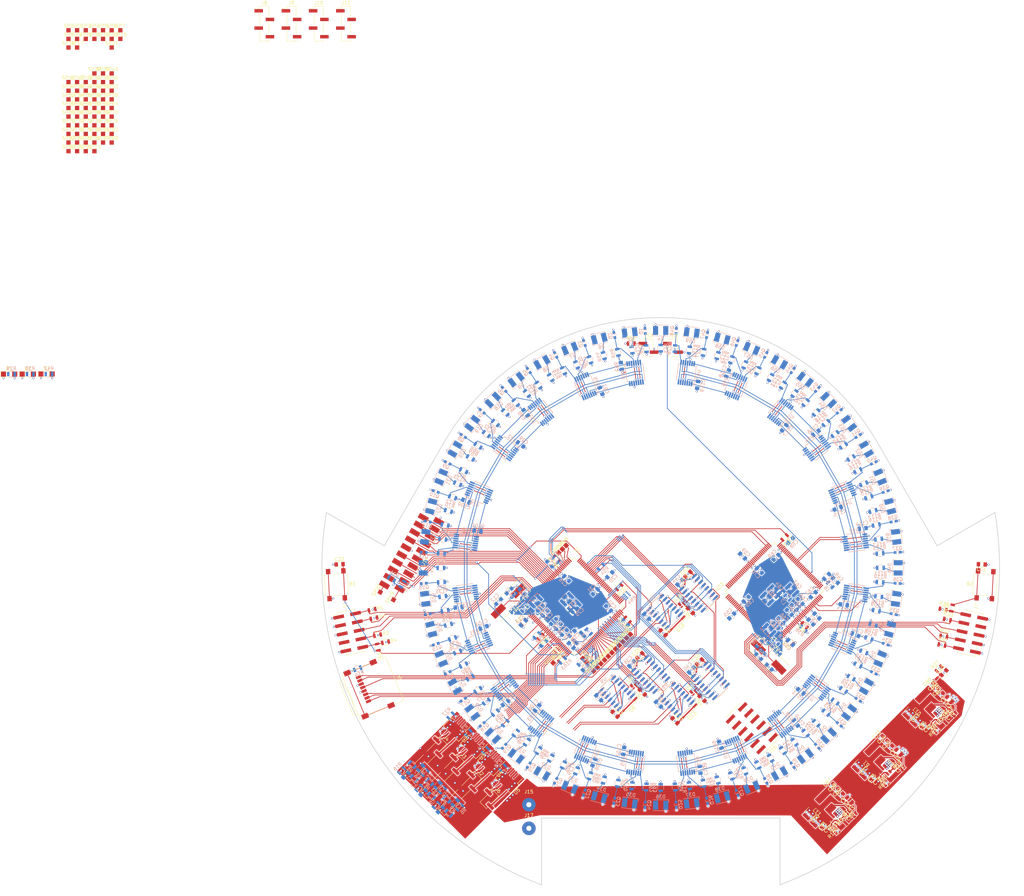
<source format=kicad_pcb>
(kicad_pcb (version 4) (host pcbnew 4.0.7)
  (layers (0 F.Cu signal) (1 In1.Cu power) (2 In2.Cu power) (31 B.Cu signal) (34 B.Paste user) (35 F.Paste user) (36 B.SilkS user) (37 F.SilkS user) (38 B.Mask user) (39 F.Mask user) (44 Edge.Cuts user hide))
  (net 0 "")
  (net 1 "/Motor Controller/RESET")
  (net 2 GND)
  (net 3 "/Sensor Controller/RESET")
  (net 4 /Button_top)
  (net 5 /Button_right)
  (net 6 /Button_mid)
  (net 7 /Button_left)
  (net 8 /Button_back)
  (net 9 /Button_bot)
  (net 10 "/Motor Controller/Encoder 1/ENC1_out_B")
  (net 11 "/Motor Controller/Encoder 1/ENC1_out_A")
  (net 12 "/Motor Controller/Encoder 2/ENC2_out_B")
  (net 13 "/Motor Controller/Encoder 2/ENC2_out_A")
  (net 14 "Net-(C5-Pad1)")
  (net 15 "/Motor Controller/Encoder 3/ENC3_out_B")
  (net 16 "/Motor Controller/Encoder 3/ENC3_out_A")
  (net 17 +3V3)
  (net 18 "Net-(C11-Pad1)")
  (net 19 "Net-(C12-Pad2)")
  (net 20 "Net-(C13-Pad1)")
  (net 21 "/Motor Controller/VDDUTMI")
  (net 22 "/Motor Controller/VDDANA")
  (net 23 "/Motor Controller/VDDOUT")
  (net 24 "Net-(C46-Pad1)")
  (net 25 "Net-(C49-Pad1)")
  (net 26 "Net-(C50-Pad2)")
  (net 27 "Net-(C51-Pad2)")
  (net 28 "Net-(C52-Pad1)")
  (net 29 "/Sensor Controller/VDDUTMI")
  (net 30 "/Sensor Controller/VDDANA")
  (net 31 "/Sensor Controller/VDDOUT")
  (net 32 "Net-(C72-Pad1)")
  (net 33 "Net-(C72-Pad2)")
  (net 34 +12V)
  (net 35 "Net-(C79-Pad1)")
  (net 36 "Net-(C79-Pad2)")
  (net 37 +5V)
  (net 38 "Net-(D1-Pad2)")
  (net 39 "Net-(D2-Pad2)")
  (net 40 "Net-(D3-Pad2)")
  (net 41 "Net-(D4-Pad2)")
  (net 42 "/Motor Controller/JTAG_Test_Mode_Select")
  (net 43 "/Motor Controller/JTAG_Test_Clock")
  (net 44 "/Motor Controller/JTAG_Test_Data_Out")
  (net 45 "Net-(J1-Pad7)")
  (net 46 "/Motor Controller/JTAG_Test_Data_In")
  (net 47 "Net-(J1-Pad10)")
  (net 48 "Net-(J2-Pad1)")
  (net 49 "Net-(J2-Pad5)")
  (net 50 "Net-(J2-Pad2)")
  (net 51 "Net-(J2-Pad6)")
  (net 52 "Net-(J3-Pad1)")
  (net 53 "Net-(J3-Pad5)")
  (net 54 "Net-(J3-Pad2)")
  (net 55 "Net-(J3-Pad6)")
  (net 56 "Net-(J4-Pad1)")
  (net 57 "Net-(J4-Pad5)")
  (net 58 "Net-(J4-Pad2)")
  (net 59 "Net-(J4-Pad6)")
  (net 60 "Net-(J5-Pad9)")
  (net 61 "Net-(J5-Pad8)")
  (net 62 "Net-(J5-Pad5)")
  (net 63 "Net-(J5-Pad3)")
  (net 64 "Net-(J5-Pad2)")
  (net 65 "Net-(J5-Pad1)")
  (net 66 "Net-(J6-Pad1)")
  (net 67 "Net-(J6-Pad2)")
  (net 68 "/Sensor Controller/JTAG_Test_Mode_Select")
  (net 69 "/Sensor Controller/JTAG_Test_Clock")
  (net 70 "/Sensor Controller/JTAG_Test_Data_Out")
  (net 71 "Net-(J7-Pad7)")
  (net 72 "/Sensor Controller/JTAG_Test_Data_In")
  (net 73 "Net-(J7-Pad10)")
  (net 74 "/Sensor Controller/Echo1")
  (net 75 "/Sensor Controller/Trig1")
  (net 76 "/Sensor Controller/Echo2")
  (net 77 "/Sensor Controller/Trig2")
  (net 78 "/Sensor Controller/Echo3")
  (net 79 "/Sensor Controller/Trig3")
  (net 80 "/Sensor Controller/Echo4")
  (net 81 "/Sensor Controller/Trig4")
  (net 82 "Net-(J12-Pad1)")
  (net 83 /I²C_clock)
  (net 84 /I²C_data)
  (net 85 /SPI0_MOSI)
  (net 86 /SPI0_MISO)
  (net 87 /SPI0_CLK)
  (net 88 /SPI0_SS0)
  (net 89 "/Sensor Controller/Linesensor 1/Photo1")
  (net 90 "/Sensor Controller/Linesensor 1/Photo2")
  (net 91 "/Sensor Controller/Linesensor 1/Photo3")
  (net 92 "/Sensor Controller/Linesensor 1/Photo4")
  (net 93 "Net-(R18-Pad1)")
  (net 94 "Net-(R20-Pad1)")
  (net 95 "Net-(R22-Pad1)")
  (net 96 "Net-(R23-Pad1)")
  (net 97 "Net-(R24-Pad1)")
  (net 98 "Net-(R28-Pad1)")
  (net 99 "Net-(R38-Pad1)")
  (net 100 "Net-(R39-Pad1)")
  (net 101 /BAT_LED)
  (net 102 /M_LED1)
  (net 103 /S_LED1)
  (net 104 /M_LED2)
  (net 105 /S_LED2)
  (net 106 /M_LED3)
  (net 107 /S_LED3)
  (net 108 "Net-(R59-Pad1)")
  (net 109 "Net-(R60-Pad1)")
  (net 110 "Net-(R63-Pad1)")
  (net 111 /SPI1_MISO)
  (net 112 /SPI1_MOSI)
  (net 113 /SPI1_SS0)
  (net 114 "Net-(U1-Pad37)")
  (net 115 "Net-(U1-Pad38)")
  (net 116 "Net-(U1-Pad39)")
  (net 117 "Net-(U1-Pad42)")
  (net 118 "Net-(U1-Pad43)")
  (net 119 "Net-(U1-Pad46)")
  (net 120 "Net-(U1-Pad48)")
  (net 121 "Net-(U1-Pad49)")
  (net 122 "Net-(U1-Pad50)")
  (net 123 "Net-(U1-Pad69)")
  (net 124 /SPI1_CLK)
  (net 125 "/Motor Controller/PWM0H")
  (net 126 "/Motor Controller/PWM0L")
  (net 127 "/Motor Controller/PWM1H")
  (net 128 "/Motor Controller/PWM1L")
  (net 129 "/Motor Controller/PWM2H")
  (net 130 "/Motor Controller/PWM2L")
  (net 131 "/Motor Controller/PWM3H")
  (net 132 "/Motor Controller/PWM3L")
  (net 133 "Net-(U6-Pad3)")
  (net 134 "Net-(U6-Pad4)")
  (net 135 "Net-(U6-Pad6)")
  (net 136 "/Motor Controller/Encoder 1/Direction")
  (net 137 "Net-(U7-Pad12)")
  (net 138 "Net-(U10-Pad4)")
  (net 139 "/Motor Controller/Encoder 1/0")
  (net 140 "Net-(U8-Pad3)")
  (net 141 "/Motor Controller/Encoder 1/2")
  (net 142 "/Motor Controller/Encoder 1/3")
  (net 143 "Net-(U8-Pad6)")
  (net 144 "/Motor Controller/Encoder 1/1")
  (net 145 "Net-(U8-Pad11)")
  (net 146 "Net-(U8-Pad14)")
  (net 147 "/Motor Controller/Encoder 1/4")
  (net 148 "/Motor Controller/Encoder 1/5")
  (net 149 "/Motor Controller/Encoder 1/ENC1_H")
  (net 150 "Net-(U10-Pad12)")
  (net 151 "Net-(U10-Pad13)")
  (net 152 "Net-(U11-Pad3)")
  (net 153 "Net-(U11-Pad4)")
  (net 154 "Net-(U11-Pad6)")
  (net 155 "/Motor Controller/Encoder 2/Direction")
  (net 156 "Net-(U12-Pad12)")
  (net 157 "Net-(U12-Pad13)")
  (net 158 "/Motor Controller/Encoder 2/0")
  (net 159 "Net-(U13-Pad3)")
  (net 160 "/Motor Controller/Encoder 2/2")
  (net 161 "/Motor Controller/Encoder 2/3")
  (net 162 "Net-(U13-Pad6)")
  (net 163 "/Motor Controller/Encoder 2/1")
  (net 164 "Net-(U13-Pad11)")
  (net 165 "Net-(U13-Pad14)")
  (net 166 "/Motor Controller/Encoder 2/4")
  (net 167 "/Motor Controller/Encoder 2/5")
  (net 168 "/Motor Controller/Encoder 2/ENC2_H")
  (net 169 "Net-(U15-Pad12)")
  (net 170 "Net-(U15-Pad13)")
  (net 171 "Net-(U16-Pad3)")
  (net 172 "Net-(U16-Pad4)")
  (net 173 "Net-(U16-Pad6)")
  (net 174 "/Motor Controller/Encoder 3/Direction")
  (net 175 "Net-(U17-Pad12)")
  (net 176 "Net-(U17-Pad13)")
  (net 177 "/Motor Controller/Encoder 3/0")
  (net 178 "Net-(U18-Pad3)")
  (net 179 "/Motor Controller/Encoder 3/2")
  (net 180 "/Motor Controller/Encoder 3/3")
  (net 181 "Net-(U18-Pad6)")
  (net 182 "/Motor Controller/Encoder 3/1")
  (net 183 "Net-(U18-Pad11)")
  (net 184 "Net-(U18-Pad14)")
  (net 185 "/Motor Controller/Encoder 3/4")
  (net 186 "/Motor Controller/Encoder 3/5")
  (net 187 "/Motor Controller/Encoder 3/ENC3_H")
  (net 188 "Net-(U20-Pad12)")
  (net 189 "Net-(U20-Pad13)")
  (net 190 "Net-(U23-Pad37)")
  (net 191 "Net-(U23-Pad38)")
  (net 192 "Net-(U23-Pad39)")
  (net 193 "Net-(U23-Pad42)")
  (net 194 "Net-(U23-Pad43)")
  (net 195 "Net-(U23-Pad46)")
  (net 196 "Net-(U23-Pad48)")
  (net 197 "Net-(U23-Pad49)")
  (net 198 "Net-(U23-Pad50)")
  (net 199 "Net-(U23-Pad69)")
  (net 200 "/Sensor Controller/VREF_white")
  (net 201 "Net-(C9-Pad2)")
  (net 202 "Net-(D18-Pad2)")
  (net 203 "Net-(D8-Pad2)")
  (net 204 "Net-(D20-Pad2)")
  (net 205 "Net-(D24-Pad2)")
  (net 206 "Net-(D28-Pad2)")
  (net 207 "Net-(D32-Pad2)")
  (net 208 "Net-(D36-Pad2)")
  (net 209 "Net-(D40-Pad2)")
  (net 210 "Net-(D44-Pad2)")
  (net 211 "Net-(D45-Pad2)")
  (net 212 "Net-(D48-Pad2)")
  (net 213 "Net-(D52-Pad2)")
  (net 214 "Net-(D56-Pad2)")
  (net 215 "/Sensor Controller/Linesensor 2/Photo1")
  (net 216 "/Sensor Controller/Linesensor 2/Photo2")
  (net 217 "/Sensor Controller/Linesensor 2/Photo3")
  (net 218 "/Sensor Controller/Linesensor 2/Photo4")
  (net 219 "/Sensor Controller/Linesensor 3/Photo1")
  (net 220 "/Sensor Controller/Linesensor 3/Photo2")
  (net 221 "/Sensor Controller/Linesensor 3/Photo3")
  (net 222 "/Sensor Controller/Linesensor 3/Photo4")
  (net 223 "/Sensor Controller/Linesensor 4/Photo1")
  (net 224 "/Sensor Controller/Linesensor 4/Photo2")
  (net 225 "/Sensor Controller/Linesensor 4/Photo3")
  (net 226 "/Sensor Controller/Linesensor 4/Photo4")
  (net 227 "/Sensor Controller/Linesensor 5/Photo1")
  (net 228 "/Sensor Controller/Linesensor 5/Photo2")
  (net 229 "/Sensor Controller/Linesensor 5/Photo3")
  (net 230 "/Sensor Controller/Linesensor 5/Photo4")
  (net 231 "/Sensor Controller/Linesensor 6/Photo1")
  (net 232 "/Sensor Controller/Linesensor 6/Photo2")
  (net 233 "/Sensor Controller/Linesensor 6/Photo3")
  (net 234 "/Sensor Controller/Linesensor 6/Photo4")
  (net 235 "/Sensor Controller/Linesensor 7/Photo1")
  (net 236 "/Sensor Controller/Linesensor 7/Photo2")
  (net 237 "/Sensor Controller/Linesensor 7/Photo3")
  (net 238 "/Sensor Controller/Linesensor 7/Photo4")
  (net 239 "/Sensor Controller/Linesensor 8/Photo1")
  (net 240 "/Sensor Controller/Linesensor 8/Photo2")
  (net 241 "/Sensor Controller/Linesensor 8/Photo3")
  (net 242 "/Sensor Controller/Linesensor 8/Photo4")
  (net 243 "/Sensor Controller/Linesensor 9/Photo1")
  (net 244 "/Sensor Controller/Linesensor 9/Photo2")
  (net 245 "/Sensor Controller/Linesensor 9/Photo3")
  (net 246 "/Sensor Controller/Linesensor 9/Photo4")
  (net 247 "/Sensor Controller/Linesensor 10/Photo1")
  (net 248 "/Sensor Controller/Linesensor 10/Photo2")
  (net 249 "/Sensor Controller/Linesensor 10/Photo3")
  (net 250 "/Sensor Controller/Linesensor 10/Photo4")
  (net 251 "/Sensor Controller/Linesensor 11/Photo1")
  (net 252 "/Sensor Controller/Linesensor 11/Photo2")
  (net 253 "/Sensor Controller/Linesensor 11/Photo3")
  (net 254 "/Sensor Controller/Linesensor 11/Photo4")
  (net 255 "/Sensor Controller/Linesensor 12/Photo1")
  (net 256 "/Sensor Controller/Linesensor 12/Photo2")
  (net 257 "/Sensor Controller/Linesensor 12/Photo3")
  (net 258 "/Sensor Controller/Linesensor 12/Photo4")
  (net 259 "Net-(D6-Pad2)")
  (net 260 "Net-(D22-Pad2)")
  (net 261 "Net-(D26-Pad2)")
  (net 262 "Net-(D30-Pad2)")
  (net 263 "Net-(D34-Pad2)")
  (net 264 "Net-(D38-Pad2)")
  (net 265 "Net-(D42-Pad2)")
  (net 266 "Net-(D46-Pad2)")
  (net 267 "Net-(D50-Pad2)")
  (net 268 "Net-(D54-Pad2)")
  (net 269 "Net-(D58-Pad2)")
  (net 270 "Net-(C45-Pad1)")
  (net 271 "Net-(C86-Pad1)")
  (net 272 "Net-(C86-Pad2)")
  (net 273 +5VD)
  (net 274 "Net-(D5-Pad2)")
  (net 275 "Net-(D7-Pad2)")
  (net 276 "Net-(D9-Pad2)")
  (net 277 "Net-(D19-Pad2)")
  (net 278 "Net-(D21-Pad2)")
  (net 279 "Net-(D23-Pad2)")
  (net 280 "Net-(D25-Pad2)")
  (net 281 "Net-(D27-Pad2)")
  (net 282 "Net-(D29-Pad2)")
  (net 283 "Net-(D31-Pad2)")
  (net 284 "Net-(D33-Pad2)")
  (net 285 "Net-(D35-Pad2)")
  (net 286 "Net-(D37-Pad2)")
  (net 287 "Net-(D39-Pad2)")
  (net 288 "Net-(D41-Pad2)")
  (net 289 "Net-(D43-Pad2)")
  (net 290 "Net-(D47-Pad2)")
  (net 291 "Net-(D49-Pad2)")
  (net 292 "Net-(D51-Pad2)")
  (net 293 "Net-(D53-Pad2)")
  (net 294 "Net-(D55-Pad2)")
  (net 295 "Net-(D57-Pad2)")
  (net 296 "Net-(D59-Pad2)")
  (net 297 "Net-(J5-Pad7)")
  (net 298 "/Sensor Controller/LBR")
  (net 299 /CMPS03_PWM)
  (net 300 /RPi1)
  (net 301 /RPi2)
  (net 302 /RPi3)
  (net 303 /RPi4)
  (net 304 "/Motor Controller/LED1")
  (net 305 "/Sensor Controller/LED2")
  (net 306 "Net-(R153-Pad1)")
  (net 307 "Net-(R154-Pad1)")
  (net 308 "Net-(SP1-Pad1)")
  (net 309 "Net-(SP2-Pad1)")
  (net 310 "Net-(SP3-Pad1)")
  (net 311 "Net-(SP4-Pad1)")
  (net 312 "Net-(SP5-Pad1)")
  (net 313 "Net-(SP6-Pad1)")
  (net 314 "Net-(SP7-Pad1)")
  (net 315 "Net-(SP8-Pad1)")
  (net 316 "Net-(SP9-Pad1)")
  (net 317 "Net-(SP10-Pad1)")
  (net 318 "Net-(SP11-Pad1)")
  (net 319 "Net-(SP12-Pad1)")
  (net 320 "Net-(SP13-Pad1)")
  (net 321 "Net-(SP14-Pad1)")
  (net 322 "Net-(SP15-Pad1)")
  (net 323 "Net-(SP16-Pad1)")
  (net 324 "Net-(SP17-Pad1)")
  (net 325 "Net-(SP18-Pad1)")
  (net 326 "Net-(SP20-Pad1)")
  (net 327 "Net-(SP21-Pad1)")
  (net 328 "Net-(SP22-Pad1)")
  (net 329 "Net-(SP23-Pad1)")
  (net 330 "Net-(SP24-Pad1)")
  (net 331 "Net-(SP25-Pad1)")
  (net 332 "Net-(SP26-Pad1)")
  (net 333 "Net-(SP27-Pad1)")
  (net 334 "Net-(SP28-Pad1)")
  (net 335 "Net-(SP29-Pad1)")
  (net 336 "Net-(SP30-Pad1)")
  (net 337 "Net-(SP31-Pad1)")
  (net 338 "Net-(SP33-Pad1)")
  (net 339 "Net-(SP34-Pad1)")
  (net 340 "Net-(SP35-Pad1)")
  (net 341 "Net-(SP36-Pad1)")
  (net 342 "Net-(SP37-Pad1)")
  (net 343 "Net-(SP38-Pad1)")
  (net 344 "Net-(SP39-Pad1)")
  (net 345 "Net-(SP40-Pad1)")
  (net 346 "Net-(SP41-Pad1)")
  (net 347 "Net-(SP42-Pad1)")
  (net 348 "Net-(SP43-Pad1)")
  (net 349 "Net-(SP44-Pad1)")
  (net 350 "Net-(SP45-Pad1)")
  (net 351 "Net-(SP46-Pad1)")
  (net 352 "Net-(SP47-Pad1)")
  (net 353 "Net-(SP48-Pad1)")
  (net 354 "Net-(SP49-Pad1)")
  (net 355 "Net-(SP50-Pad1)")
  (net 356 "Net-(SP51-Pad1)")
  (net 357 "Net-(SP52-Pad1)")
  (net 358 "Net-(SP53-Pad1)")
  (net 359 "Net-(SP54-Pad1)")
  (net 360 "Net-(SP55-Pad1)")
  (net 361 "Net-(SP56-Pad1)")
  (net 362 "Net-(SP57-Pad1)")
  (net 363 "Net-(SP58-Pad1)")
  (net 364 "Net-(SP59-Pad1)")
  (net 365 "Net-(SP60-Pad1)")
  (net 366 "Net-(SP61-Pad1)")
  (net 367 "Net-(SP62-Pad1)")
  (net 368 "Net-(SP63-Pad1)")
  (net 369 "Net-(SP64-Pad1)")
  (net 370 "Net-(SP65-Pad1)")
  (net 371 "Net-(SP66-Pad1)")
  (net 372 "Net-(SP67-Pad1)")
  (net 373 "Net-(SP68-Pad1)")
  (net 374 "Net-(SP69-Pad1)")
  (net 375 "Net-(SP70-Pad1)")
  (net 376 "Net-(SP71-Pad1)")
  (net 377 "Net-(SP72-Pad1)")
  (net 378 "Net-(SP73-Pad1)")
  (net 379 "Net-(SP74-Pad1)")
  (net 380 "Net-(SP75-Pad1)")
  (net 381 "Net-(SP76-Pad1)")
  (net 382 "Net-(SP77-Pad1)")
  (net 383 "Net-(SP78-Pad1)")
  (net 384 "Net-(SP79-Pad1)")
  (net 385 "Net-(SP80-Pad1)")
  (net 386 "Net-(SP81-Pad1)")
  (net 387 "Net-(SP82-Pad1)")
  (net 388 "Net-(SP83-Pad1)")
  (net 389 "Net-(SP84-Pad1)")
  (net 390 "Net-(SP85-Pad1)")
  (net 391 "Net-(SP86-Pad1)")
  (net 392 "Net-(SP87-Pad1)")
  (net 393 "Net-(SP88-Pad1)")
  (net 394 "Net-(SP89-Pad1)")
  (net 395 "Net-(SP90-Pad1)")
  (net 396 "Net-(SP91-Pad1)")
  (net 397 "/Motor Controller/ENC1A")
  (net 398 "/Motor Controller/ENC1C")
  (net 399 "/Motor Controller/ENC1D")
  (net 400 "/Motor Controller/ENC1E")
  (net 401 "/Motor Controller/ENC1F")
  (net 402 "/Motor Controller/ENC1G")
  (net 403 "/Motor Controller/ENC2A")
  (net 404 "/Motor Controller/ENC2B")
  (net 405 "/Motor Controller/ENC2C")
  (net 406 "/Motor Controller/ENC2D")
  (net 407 "/Motor Controller/ENC3F")
  (net 408 "/Motor Controller/ENC3G")
  (net 409 "/Motor Controller/ENC_LOAD")
  (net 410 "/Motor Controller/ENC1B")
  (net 411 "Net-(U1-Pad130)")
  (net 412 "/Motor Controller/ENC2E")
  (net 413 "/Motor Controller/ENC_CLK")
  (net 414 "/Motor Controller/ENC2F")
  (net 415 "/Motor Controller/ENC2G")
  (net 416 "/Motor Controller/ENC3A")
  (net 417 "/Motor Controller/ENC3B")
  (net 418 "/Motor Controller/ENC3C")
  (net 419 "/Motor Controller/ENC3D")
  (net 420 "/Motor Controller/ENC3E")
  (net 421 "/Sensor Controller/2BLACK")
  (net 422 "/Sensor Controller/VREF_black")
  (net 423 "/Sensor Controller/2WHITE")
  (net 424 "/Sensor Controller/1BLACK")
  (net 425 "/Sensor Controller/1WHITE")
  (net 426 "/Sensor Controller/3BLACK")
  (net 427 "/Sensor Controller/4BLACK")
  (net 428 "/Sensor Controller/4WHITE")
  (net 429 "/Sensor Controller/5BLACK")
  (net 430 "/Sensor Controller/5WHITE")
  (net 431 "/Sensor Controller/6BLACK")
  (net 432 "/Sensor Controller/6WHITE")
  (net 433 "/Sensor Controller/7BLACK")
  (net 434 "/Sensor Controller/7WHITE")
  (net 435 "/Sensor Controller/8BLACK")
  (net 436 "/Sensor Controller/12BLACK")
  (net 437 "/Sensor Controller/12WHITE")
  (net 438 "/Sensor Controller/3WHITE")
  (net 439 "Net-(U23-Pad130)")
  (net 440 "/Sensor Controller/8WHITE")
  (net 441 "/Sensor Controller/9BLACK")
  (net 442 "/Sensor Controller/9WHITE")
  (net 443 "/Sensor Controller/10BLACK")
  (net 444 "/Sensor Controller/10WHITE")
  (net 445 "/Sensor Controller/11BLACK")
  (net 446 "/Sensor Controller/11WHITE")
  (net 447 "Net-(J14-Pad20)")
  (net 448 "Net-(J14-Pad19)")
  (net 449 /RPi6)
  (net 450 /RPi5)
  (net 451 "Net-(R155-Pad2)")
  (net 452 "Net-(R53-Pad1)")
  (net 453 "Net-(R53-Pad2)")
  (net 454 "Net-(R54-Pad1)")
  (net 455 "Net-(R157-Pad1)")
  (net 456 "Net-(R158-Pad1)")
  (net 457 "Net-(R159-Pad1)")
  (net 458 "Net-(R163-Pad2)")
  (net 459 "Net-(R164-Pad2)")
  (net 460 "Net-(R165-Pad2)")
  (net 461 "Net-(R167-Pad1)")
  (net 462 "/Sensor Controller/S_LED1")
  (net 463 "/Sensor Controller/S_LED2")
  (net 464 "/Sensor Controller/S_LED3")
  (net 465 "Net-(RN1-Pad7)")
  (net 466 "Net-(RN1-Pad8)")
  (net 467 "Net-(RN1-Pad6)")
  (net 468 "Net-(RN1-Pad5)")
  (net 469 "Net-(RN2-Pad7)")
  (net 470 "Net-(RN2-Pad8)")
  (net 471 "Net-(RN2-Pad6)")
  (net 472 "Net-(RN2-Pad5)")
  (net 473 "Net-(RN1-Pad2)")
  (net 474 "Net-(RN3-Pad1)")
  (net 475 "Net-(RN3-Pad3)")
  (net 476 "Net-(RN3-Pad2)")
  (net 477 "Net-(RN3-Pad4)")
  (net 478 "Net-(RN4-Pad1)")
  (net 479 "Net-(RN4-Pad3)")
  (net 480 "Net-(RN4-Pad2)")
  (net 481 "Net-(RN4-Pad4)")
  (module Housings_SOIC:SOIC-16_3.9x9.9mm_Pitch1.27mm (layer F.Cu) (at 209.059412 193.41074 225)
    (fp_text reference U18 (at 0 -6 225) (layer F.SilkS))
    (fp_text value CD74HC175)
    (pad 1 smd rect (at -2.7 -4.445 225) (size 1.5 0.6) (layers F.Cu F.Paste F.Mask) (net 17 +3V3))
    (pad 2 smd rect (at -2.7 -3.175 225) (size 1.5 0.6) (layers F.Cu F.Paste F.Mask) (net 177 "/Motor Controller/Encoder 3/0"))
    (pad 3 smd rect (at -2.7 -1.905 225) (size 1.5 0.6) (layers F.Cu F.Paste F.Mask) (net 178 "Net-(U18-Pad3)"))
    (pad 4 smd rect (at -2.7 -0.635 225) (size 1.5 0.6) (layers F.Cu F.Paste F.Mask) (net 179 "/Motor Controller/Encoder 3/2"))
    (pad 5 smd rect (at -2.7 0.635 225) (size 1.5 0.6) (layers F.Cu F.Paste F.Mask) (net 180 "/Motor Controller/Encoder 3/3"))
    (pad 6 smd rect (at -2.7 1.905 225) (size 1.5 0.6) (layers F.Cu F.Paste F.Mask) (net 181 "Net-(U18-Pad6)"))
    (pad 7 smd rect (at -2.7 3.175 225) (size 1.5 0.6) (layers F.Cu F.Paste F.Mask) (net 182 "/Motor Controller/Encoder 3/1"))
    (pad 8 smd rect (at -2.7 4.445 225) (size 1.5 0.6) (layers F.Cu F.Paste F.Mask) (net 2 GND))
    (pad 9 smd rect (at 2.7 4.445 225) (size 1.5 0.6) (layers F.Cu F.Paste F.Mask) (net 413 "/Motor Controller/ENC_CLK"))
    (pad 10 smd rect (at 2.7 3.175 225) (size 1.5 0.6) (layers F.Cu F.Paste F.Mask) (net 179 "/Motor Controller/Encoder 3/2"))
    (pad 11 smd rect (at 2.7 1.905 225) (size 1.5 0.6) (layers F.Cu F.Paste F.Mask) (net 183 "Net-(U18-Pad11)"))
    (pad 12 smd rect (at 2.7 0.635 225) (size 1.5 0.6) (layers F.Cu F.Paste F.Mask) (net 15 "/Motor Controller/Encoder 3/ENC3_out_B"))
    (pad 13 smd rect (at 2.7 -0.635 225) (size 1.5 0.6) (layers F.Cu F.Paste F.Mask) (net 16 "/Motor Controller/Encoder 3/ENC3_out_A"))
    (pad 14 smd rect (at 2.7 -1.905 225) (size 1.5 0.6) (layers F.Cu F.Paste F.Mask) (net 184 "Net-(U18-Pad14)"))
    (pad 15 smd rect (at 2.7 -3.175 225) (size 1.5 0.6) (layers F.Cu F.Paste F.Mask) (net 180 "/Motor Controller/Encoder 3/3"))
    (pad 16 smd rect (at 2.7 -4.445 225) (size 1.5 0.6) (layers F.Cu F.Paste F.Mask) (net 17 +3V3))
  )
  (module TO_SOT_Packages_SMD:SOT-23-6 (layer F.Cu) (at 288.288011 224.317263 315)
    (fp_text reference U28 (at 0 -2.9 315) (layer F.SilkS))
    (fp_text value TPS563209)
    (pad 1 smd rect (at -1.1 -0.95 315) (size 1.06 0.65) (layers F.Cu F.Paste F.Mask) (net 2 GND))
    (pad 2 smd rect (at -1.1 0 315) (size 1.06 0.65) (layers F.Cu F.Paste F.Mask) (net 35 "Net-(C79-Pad1)"))
    (pad 3 smd rect (at -1.1 0.95 315) (size 1.06 0.65) (layers F.Cu F.Paste F.Mask) (net 34 +12V))
    (pad 4 smd rect (at 1.1 0.95 315) (size 1.06 0.65) (layers F.Cu F.Paste F.Mask) (net 452 "Net-(R53-Pad1)"))
    (pad 6 smd rect (at 1.1 -0.95 315) (size 1.06 0.65) (layers F.Cu F.Paste F.Mask) (net 36 "Net-(C79-Pad2)"))
    (pad 5 smd rect (at 1.1 0 315) (size 1.06 0.65) (layers F.Cu F.Paste F.Mask) (net 110 "Net-(R63-Pad1)"))
  )
  (module Resistors_SMD:R_0805 (layer B.Cu) (at 203.27 115.54 273.75)
    (fp_text reference R45 (at 0 1.65 273.75) (layer B.SilkS) (effects (justify mirror)))
    (fp_text value 6.2K)
    (pad 1 smd rect (at -0.95 0 273.75) (size 0.7 1.3) (layers B.Cu B.Paste B.Mask) (net 89 "/Sensor Controller/Linesensor 1/Photo1"))
    (pad 2 smd rect (at 0.95 0 273.75) (size 0.7 1.3) (layers B.Cu B.Paste B.Mask) (net 2 GND))
  )
  (module Buttons_Switches_SMD:SW_SPST_B3S-1000 (layer F.Cu) (at 112.20704 184.9628 273)
    (fp_text reference B1 (at 0.015123 -4.660297 363) (layer F.SilkS))
    (fp_text value BUTTON)
    (pad 1 smd rect (at -3.975 -2.25 273) (size 1.55 1.3) (layers F.Cu F.Paste F.Mask) (net 1 "/Motor Controller/RESET"))
    (pad 1 smd rect (at 3.975 -2.25 273) (size 1.55 1.3) (layers F.Cu F.Paste F.Mask) (net 1 "/Motor Controller/RESET"))
    (pad 2 smd rect (at -3.975 2.25 273) (size 1.55 1.3) (layers F.Cu F.Paste F.Mask) (net 2 GND))
    (pad 2 smd rect (at 3.975 2.25 273) (size 1.55 1.3) (layers F.Cu F.Paste F.Mask) (net 2 GND))
  )
  (module Buttons_Switches_SMD:SW_SPST_B3S-1000 (layer F.Cu) (at 302.82 184.98 87)
    (fp_text reference B2 (at 0 -4.5 177) (layer F.SilkS))
    (fp_text value BUTTON)
    (pad 1 smd rect (at -3.975 -2.25 87) (size 1.55 1.3) (layers F.Cu F.Paste F.Mask) (net 3 "/Sensor Controller/RESET"))
    (pad 1 smd rect (at 3.975 -2.25 87) (size 1.55 1.3) (layers F.Cu F.Paste F.Mask) (net 3 "/Sensor Controller/RESET"))
    (pad 2 smd rect (at -3.975 2.25 87) (size 1.55 1.3) (layers F.Cu F.Paste F.Mask) (net 2 GND))
    (pad 2 smd rect (at 3.975 2.25 87) (size 1.55 1.3) (layers F.Cu F.Paste F.Mask) (net 2 GND))
  )
  (module Capacitors_SMD:C_0805 (layer B.Cu) (at 142.737576 251.130933 225)
    (fp_text reference C1 (at 0 1.5 225) (layer B.SilkS) (effects (justify mirror)))
    (fp_text value opt.)
    (pad 1 smd rect (at -1 0 225) (size 1 1.25) (layers B.Cu B.Paste B.Mask) (net 10 "/Motor Controller/Encoder 1/ENC1_out_B"))
    (pad 2 smd rect (at 1 0 225) (size 1 1.25) (layers B.Cu B.Paste B.Mask) (net 2 GND))
  )
  (module Capacitors_SMD:C_0805 (layer B.Cu) (at 147.114567 249.087394 45)
    (fp_text reference C2 (at 0 1.5 45) (layer B.SilkS) (effects (justify mirror)))
    (fp_text value opt.)
    (pad 1 smd rect (at -1 0 45) (size 1 1.25) (layers B.Cu B.Paste B.Mask) (net 11 "/Motor Controller/Encoder 1/ENC1_out_A"))
    (pad 2 smd rect (at 1 0 45) (size 1 1.25) (layers B.Cu B.Paste B.Mask) (net 2 GND))
  )
  (module Capacitors_SMD:C_0805 (layer B.Cu) (at 137.660549 246.053906 225)
    (fp_text reference C3 (at 0 1.5 225) (layer B.SilkS) (effects (justify mirror)))
    (fp_text value opt.)
    (pad 1 smd rect (at -1 0 225) (size 1 1.25) (layers B.Cu B.Paste B.Mask) (net 12 "/Motor Controller/Encoder 2/ENC2_out_B"))
    (pad 2 smd rect (at 1 0 225) (size 1 1.25) (layers B.Cu B.Paste B.Mask) (net 2 GND))
  )
  (module Capacitors_SMD:C_0805 (layer B.Cu) (at 142.03754 244.010367 45)
    (fp_text reference C4 (at 0 1.5 45) (layer B.SilkS) (effects (justify mirror)))
    (fp_text value opt.)
    (pad 1 smd rect (at -1 0 45) (size 1 1.25) (layers B.Cu B.Paste B.Mask) (net 13 "/Motor Controller/Encoder 2/ENC2_out_A"))
    (pad 2 smd rect (at 1 0 45) (size 1 1.25) (layers B.Cu B.Paste B.Mask) (net 2 GND))
  )
  (module Capacitors_SMD:C_0805 (layer B.Cu) (at 166.759642 186.994752 135)
    (fp_text reference C5 (at 0 1.5 135) (layer B.SilkS) (effects (justify mirror)))
    (fp_text value 100n)
    (pad 1 smd rect (at -1 0 135) (size 1 1.25) (layers B.Cu B.Paste B.Mask) (net 14 "Net-(C5-Pad1)"))
    (pad 2 smd rect (at 1 0 135) (size 1 1.25) (layers B.Cu B.Paste B.Mask) (net 2 GND))
  )
  (module Capacitors_SMD:C_0805 (layer B.Cu) (at 132.56231 240.955666 225)
    (fp_text reference C7 (at 0 1.5 225) (layer B.SilkS) (effects (justify mirror)))
    (fp_text value opt.)
    (pad 1 smd rect (at -1 0 225) (size 1 1.25) (layers B.Cu B.Paste B.Mask) (net 15 "/Motor Controller/Encoder 3/ENC3_out_B"))
    (pad 2 smd rect (at 1 0 225) (size 1 1.25) (layers B.Cu B.Paste B.Mask) (net 2 GND))
  )
  (module Capacitors_SMD:C_0805 (layer B.Cu) (at 136.939301 238.912127 45)
    (fp_text reference C8 (at 0 1.5 45) (layer B.SilkS) (effects (justify mirror)))
    (fp_text value opt.)
    (pad 1 smd rect (at -1 0 45) (size 1 1.25) (layers B.Cu B.Paste B.Mask) (net 16 "/Motor Controller/Encoder 3/ENC3_out_A"))
    (pad 2 smd rect (at 1 0 45) (size 1 1.25) (layers B.Cu B.Paste B.Mask) (net 2 GND))
  )
  (module Capacitors_SMD:C_0805 (layer B.Cu) (at 162.891769 186.77555 45)
    (fp_text reference C9 (at 0 1.55 45) (layer B.SilkS) (effects (justify mirror)))
    (fp_text value 22p)
    (pad 1 smd rect (at -1 0 45) (size 1 1.25) (layers B.Cu B.Paste B.Mask) (net 2 GND))
    (pad 2 smd rect (at 1 0 45) (size 1 1.25) (layers B.Cu B.Paste B.Mask) (net 201 "Net-(C9-Pad2)"))
  )
  (module Capacitors_SMD:C_0805 (layer B.Cu) (at 185.335338 209.374683 45)
    (fp_text reference C10 (at 0.00274 1.49696 45) (layer B.SilkS) (effects (justify mirror)))
    (fp_text value 100n)
    (pad 1 smd rect (at -1 0 45) (size 1 1.25) (layers B.Cu B.Paste B.Mask) (net 17 +3V3))
    (pad 2 smd rect (at 1 0 45) (size 1 1.25) (layers B.Cu B.Paste B.Mask) (net 2 GND))
  )
  (module Capacitors_SMD:C_0805 (layer B.Cu) (at 186.530347 206.765459 315)
    (fp_text reference C11 (at 0.0019 1.5019 315) (layer B.SilkS) (effects (justify mirror)))
    (fp_text value 100n)
    (pad 1 smd rect (at -1 0 315) (size 1 1.25) (layers B.Cu B.Paste B.Mask) (net 18 "Net-(C11-Pad1)"))
    (pad 2 smd rect (at 1 0 315) (size 1 1.25) (layers B.Cu B.Paste B.Mask) (net 2 GND))
  )
  (module Capacitors_SMD:C_0805 (layer B.Cu) (at 159.829995 189.851465 225)
    (fp_text reference C12 (at -0.0019 1.4981 225) (layer B.SilkS) (effects (justify mirror)))
    (fp_text value 22p)
    (pad 1 smd rect (at -1 0 225) (size 1 1.25) (layers B.Cu B.Paste B.Mask) (net 2 GND))
    (pad 2 smd rect (at 1 0 225) (size 1 1.25) (layers B.Cu B.Paste B.Mask) (net 19 "Net-(C12-Pad2)"))
  )
  (module Capacitors_SMD:C_0805 (layer B.Cu) (at 167.113194 196.158856 225)
    (fp_text reference C13 (at 0.0019 1.5019 225) (layer B.SilkS) (effects (justify mirror)))
    (fp_text value 22p)
    (pad 1 smd rect (at -1 0 225) (size 1 1.25) (layers B.Cu B.Paste B.Mask) (net 20 "Net-(C13-Pad1)"))
    (pad 2 smd rect (at 1 0 225) (size 1 1.25) (layers B.Cu B.Paste B.Mask) (net 2 GND))
  )
  (module Capacitors_SMD:C_0805 (layer B.Cu) (at 175.994456 195.762876 45)
    (fp_text reference C15 (at 0 1.5 45) (layer B.SilkS) (effects (justify mirror)))
    (fp_text value 100n)
    (pad 1 smd rect (at -1 0 45) (size 1 1.25) (layers B.Cu B.Paste B.Mask) (net 17 +3V3))
    (pad 2 smd rect (at 1 0 45) (size 1 1.25) (layers B.Cu B.Paste B.Mask) (net 2 GND))
  )
  (module Capacitors_SMD:C_0805 (layer B.Cu) (at 174.89137 178.863024 135)
    (fp_text reference C16 (at 0 1.5 135) (layer B.SilkS) (effects (justify mirror)))
    (fp_text value 100n)
    (pad 1 smd rect (at -1 0 135) (size 1 1.25) (layers B.Cu B.Paste B.Mask) (net 17 +3V3))
    (pad 2 smd rect (at 1 0 135) (size 1 1.25) (layers B.Cu B.Paste B.Mask) (net 2 GND))
  )
  (module Capacitors_SMD:C_0805 (layer B.Cu) (at 173.123603 202.169265 225)
    (fp_text reference C17 (at 0 1.5 225) (layer B.SilkS) (effects (justify mirror)))
    (fp_text value 100n)
    (pad 1 smd rect (at -1 0 225) (size 1 1.25) (layers B.Cu B.Paste B.Mask) (net 17 +3V3))
    (pad 2 smd rect (at 1 0 225) (size 1 1.25) (layers B.Cu B.Paste B.Mask) (net 2 GND))
  )
  (module Capacitors_SMD:C_0805 (layer B.Cu) (at 181.417965 199.263056 45)
    (fp_text reference C18 (at 0 1.5 45) (layer B.SilkS) (effects (justify mirror)))
    (fp_text value 100n)
    (pad 1 smd rect (at -1 0 45) (size 1 1.25) (layers B.Cu B.Paste B.Mask) (net 17 +3V3))
    (pad 2 smd rect (at 1 0 45) (size 1 1.25) (layers B.Cu B.Paste B.Mask) (net 2 GND))
  )
  (module Capacitors_SMD:C_0805 (layer B.Cu) (at 197.136949 196.158857 315)
    (fp_text reference C19 (at 0 1.5 315) (layer B.SilkS) (effects (justify mirror)))
    (fp_text value 100n)
    (pad 1 smd rect (at -1 0 315) (size 1 1.25) (layers B.Cu B.Paste B.Mask) (net 17 +3V3))
    (pad 2 smd rect (at 1 0 315) (size 1 1.25) (layers B.Cu B.Paste B.Mask) (net 2 GND))
  )
  (module Capacitors_SMD:C_0805 (layer B.Cu) (at 192.540756 182.045006 45)
    (fp_text reference C20 (at 0 1.5 45) (layer B.SilkS) (effects (justify mirror)))
    (fp_text value 100n)
    (pad 1 smd rect (at -1 0 45) (size 1 1.25) (layers B.Cu B.Paste B.Mask) (net 17 +3V3))
    (pad 2 smd rect (at 1 0 45) (size 1 1.25) (layers B.Cu B.Paste B.Mask) (net 2 GND))
  )
  (module Capacitors_SMD:C_0805 (layer B.Cu) (at 172.10537 191.87379 45)
    (fp_text reference C21 (at 0 1.5 45) (layer B.SilkS) (effects (justify mirror)))
    (fp_text value 100n)
    (pad 1 smd rect (at -1 0 45) (size 1 1.25) (layers B.Cu B.Paste B.Mask) (net 21 "/Motor Controller/VDDUTMI"))
    (pad 2 smd rect (at 1 0 45) (size 1 1.25) (layers B.Cu B.Paste B.Mask) (net 2 GND))
  )
  (module Capacitors_SMD:C_0805 (layer B.Cu) (at 181.18462 202.833945 135)
    (fp_text reference C23 (at 0 1.5 135) (layer B.SilkS) (effects (justify mirror)))
    (fp_text value 100n)
    (pad 1 smd rect (at -1 0 135) (size 1 1.25) (layers B.Cu B.Paste B.Mask) (net 22 "/Motor Controller/VDDANA"))
    (pad 2 smd rect (at 1 0 135) (size 1 1.25) (layers B.Cu B.Paste B.Mask) (net 2 GND))
  )
  (module Capacitors_SMD:C_0805 (layer B.Cu) (at 179.883544 183.148091 315)
    (fp_text reference C26 (at 0 1.5 315) (layer B.SilkS) (effects (justify mirror)))
    (fp_text value 100n)
    (pad 1 smd rect (at -1 0 315) (size 1 1.25) (layers B.Cu B.Paste B.Mask) (net 23 "/Motor Controller/VDDOUT"))
    (pad 2 smd rect (at 1 0 315) (size 1 1.25) (layers B.Cu B.Paste B.Mask) (net 2 GND))
  )
  (module Capacitors_SMD:C_0805 (layer B.Cu) (at 173.519583 193.288004 45)
    (fp_text reference C27 (at 0 1.5 45) (layer B.SilkS) (effects (justify mirror)))
    (fp_text value 100n)
    (pad 1 smd rect (at -1 0 45) (size 1 1.25) (layers B.Cu B.Paste B.Mask) (net 23 "/Motor Controller/VDDOUT"))
    (pad 2 smd rect (at 1 0 45) (size 1 1.25) (layers B.Cu B.Paste B.Mask) (net 2 GND))
  )
  (module Capacitors_SMD:C_0805 (layer B.Cu) (at 177.408671 197.177091 45)
    (fp_text reference C28 (at 0 1.5 45) (layer B.SilkS) (effects (justify mirror)))
    (fp_text value 100n)
    (pad 1 smd rect (at -1 0 45) (size 1 1.25) (layers B.Cu B.Paste B.Mask) (net 23 "/Motor Controller/VDDOUT"))
    (pad 2 smd rect (at 1 0 45) (size 1 1.25) (layers B.Cu B.Paste B.Mask) (net 2 GND))
  )
  (module Capacitors_SMD:C_0805 (layer B.Cu) (at 179.176438 198.944858 45)
    (fp_text reference C29 (at 0 1.5 45) (layer B.SilkS) (effects (justify mirror)))
    (fp_text value 100n)
    (pad 1 smd rect (at -1 0 45) (size 1 1.25) (layers B.Cu B.Paste B.Mask) (net 23 "/Motor Controller/VDDOUT"))
    (pad 2 smd rect (at 1 0 45) (size 1 1.25) (layers B.Cu B.Paste B.Mask) (net 2 GND))
  )
  (module Capacitors_SMD:C_0805 (layer B.Cu) (at 192.144775 191.87379 135)
    (fp_text reference C30 (at 0 1.5 135) (layer B.SilkS) (effects (justify mirror)))
    (fp_text value 100n)
    (pad 1 smd rect (at -1 0 135) (size 1 1.25) (layers B.Cu B.Paste B.Mask) (net 23 "/Motor Controller/VDDOUT"))
    (pad 2 smd rect (at 1 0 135) (size 1 1.25) (layers B.Cu B.Paste B.Mask) (net 2 GND))
  )
  (module Capacitors_SMD:C_0805 (layer B.Cu) (at 188.255689 187.037179 225)
    (fp_text reference C31 (at 0 1.5 225) (layer B.SilkS) (effects (justify mirror)))
    (fp_text value 100n)
    (pad 1 smd rect (at -1 0 225) (size 1 1.25) (layers B.Cu B.Paste B.Mask) (net 23 "/Motor Controller/VDDOUT"))
    (pad 2 smd rect (at 1 0 225) (size 1 1.25) (layers B.Cu B.Paste B.Mask) (net 2 GND))
  )
  (module Capacitors_SMD:C_0805 (layer F.Cu) (at 113.13668 178.94808 3)
    (fp_text reference C32 (at 0 -1.5 3) (layer F.SilkS))
    (fp_text value 10n)
    (pad 1 smd rect (at -1 0 3) (size 1 1.25) (layers F.Cu F.Paste F.Mask) (net 17 +3V3))
    (pad 2 smd rect (at 1 0 3) (size 1 1.25) (layers F.Cu F.Paste F.Mask) (net 1 "/Motor Controller/RESET"))
  )
  (module Capacitors_SMD:C_0805 (layer F.Cu) (at 194.113128 223.064164 315)
    (fp_text reference C33 (at 0 -1.5 315) (layer F.SilkS))
    (fp_text value 100n)
    (pad 1 smd rect (at -1 0 315) (size 1 1.25) (layers F.Cu F.Paste F.Mask) (net 2 GND))
    (pad 2 smd rect (at 1 0 315) (size 1 1.25) (layers F.Cu F.Paste F.Mask) (net 17 +3V3))
  )
  (module Capacitors_SMD:C_0805 (layer B.Cu) (at 189.241162 218.192199 135)
    (fp_text reference C34 (at 0 1.5 135) (layer B.SilkS) (effects (justify mirror)))
    (fp_text value 100n)
    (pad 1 smd rect (at -1 0 135) (size 1 1.25) (layers B.Cu B.Paste B.Mask) (net 2 GND))
    (pad 2 smd rect (at 1 0 135) (size 1 1.25) (layers B.Cu B.Paste B.Mask) (net 17 +3V3))
  )
  (module Capacitors_SMD:C_0805 (layer F.Cu) (at 201.368043 205.796617 45)
    (fp_text reference C35 (at 0 -1.5 45) (layer F.SilkS))
    (fp_text value 100n)
    (pad 1 smd rect (at -1 0 45) (size 1 1.25) (layers F.Cu F.Paste F.Mask) (net 2 GND))
    (pad 2 smd rect (at 1 0 45) (size 1 1.25) (layers F.Cu F.Paste F.Mask) (net 17 +3V3))
  )
  (module Capacitors_SMD:C_0805 (layer B.Cu) (at 198.963881 208.200782 225)
    (fp_text reference C36 (at 0 1.5 225) (layer B.SilkS) (effects (justify mirror)))
    (fp_text value 100n)
    (pad 1 smd rect (at -1 0 225) (size 1 1.25) (layers B.Cu B.Paste B.Mask) (net 2 GND))
    (pad 2 smd rect (at 1 0 225) (size 1 1.25) (layers B.Cu B.Paste B.Mask) (net 17 +3V3))
  )
  (module Capacitors_SMD:C_0805 (layer F.Cu) (at 211.703142 224.975419 315)
    (fp_text reference C37 (at 0 -1.5 315) (layer F.SilkS))
    (fp_text value 100n)
    (pad 1 smd rect (at -1 0 315) (size 1 1.25) (layers F.Cu F.Paste F.Mask) (net 2 GND))
    (pad 2 smd rect (at 1 0 315) (size 1 1.25) (layers F.Cu F.Paste F.Mask) (net 17 +3V3))
  )
  (module Capacitors_SMD:C_0805 (layer B.Cu) (at 206.824105 220.096382 135)
    (fp_text reference C38 (at 0 1.5 135) (layer B.SilkS) (effects (justify mirror)))
    (fp_text value 100n)
    (pad 1 smd rect (at -1 0 135) (size 1 1.25) (layers B.Cu B.Paste B.Mask) (net 2 GND))
    (pad 2 smd rect (at 1 0 135) (size 1 1.25) (layers B.Cu B.Paste B.Mask) (net 17 +3V3))
  )
  (module Capacitors_SMD:C_0805 (layer F.Cu) (at 218.915631 207.637161 45)
    (fp_text reference C39 (at 0 -1.5 45) (layer F.SilkS))
    (fp_text value 100n)
    (pad 1 smd rect (at -1 0 45) (size 1 1.25) (layers F.Cu F.Paste F.Mask) (net 2 GND))
    (pad 2 smd rect (at 1 0 45) (size 1 1.25) (layers F.Cu F.Paste F.Mask) (net 17 +3V3))
  )
  (module Capacitors_SMD:C_0805 (layer B.Cu) (at 216.511468 210.041324 225)
    (fp_text reference C40 (at 0 1.5 225) (layer B.SilkS) (effects (justify mirror)))
    (fp_text value 100n)
    (pad 1 smd rect (at -1 0 225) (size 1 1.25) (layers B.Cu B.Paste B.Mask) (net 2 GND))
    (pad 2 smd rect (at 1 0 225) (size 1 1.25) (layers B.Cu B.Paste B.Mask) (net 17 +3V3))
  )
  (module Capacitors_SMD:C_0805 (layer F.Cu) (at 208.210883 199.124163 315)
    (fp_text reference C41 (at 0 -1.5 315) (layer F.SilkS))
    (fp_text value 100n)
    (pad 1 smd rect (at -1 0 315) (size 1 1.25) (layers F.Cu F.Paste F.Mask) (net 2 GND))
    (pad 2 smd rect (at 1 0 315) (size 1 1.25) (layers F.Cu F.Paste F.Mask) (net 17 +3V3))
  )
  (module Capacitors_SMD:C_0805 (layer B.Cu) (at 203.345989 194.259266 135)
    (fp_text reference C42 (at 0 1.5 135) (layer B.SilkS) (effects (justify mirror)))
    (fp_text value 100n)
    (pad 1 smd rect (at -1 0 135) (size 1 1.25) (layers B.Cu B.Paste B.Mask) (net 2 GND))
    (pad 2 smd rect (at 1 0 135) (size 1 1.25) (layers B.Cu B.Paste B.Mask) (net 17 +3V3))
  )
  (module Capacitors_SMD:C_0805 (layer F.Cu) (at 215.515294 181.863687 45)
    (fp_text reference C43 (at 0 -1.5 45) (layer F.SilkS))
    (fp_text value 100n)
    (pad 1 smd rect (at -1 0 45) (size 1 1.25) (layers F.Cu F.Paste F.Mask) (net 2 GND))
    (pad 2 smd rect (at 1 0 45) (size 1 1.25) (layers F.Cu F.Paste F.Mask) (net 17 +3V3))
  )
  (module Capacitors_SMD:C_0805 (layer B.Cu) (at 213.118202 184.260779 225)
    (fp_text reference C44 (at 0 1.5 225) (layer B.SilkS) (effects (justify mirror)))
    (fp_text value 100n)
    (pad 1 smd rect (at -1 0 225) (size 1 1.25) (layers B.Cu B.Paste B.Mask) (net 2 GND))
    (pad 2 smd rect (at 1 0 225) (size 1 1.25) (layers B.Cu B.Paste B.Mask) (net 17 +3V3))
  )
  (module Capacitors_SMD:C_0805 (layer F.Cu) (at 290.74 210.82 45)
    (fp_text reference C45 (at 0 -1.5 45) (layer F.SilkS))
    (fp_text value 10n)
    (pad 1 smd rect (at -1 0 45) (size 1 1.25) (layers F.Cu F.Paste F.Mask) (net 270 "Net-(C45-Pad1)"))
    (pad 2 smd rect (at 1 0 45) (size 1 1.25) (layers F.Cu F.Paste F.Mask) (net 2 GND))
  )
  (module Capacitors_SMD:C_0805 (layer B.Cu) (at 236.487029 202.30078 225)
    (fp_text reference C46 (at 0 1.5 225) (layer B.SilkS) (effects (justify mirror)))
    (fp_text value 100n)
    (pad 1 smd rect (at -1 0 225) (size 1 1.25) (layers B.Cu B.Paste B.Mask) (net 24 "Net-(C46-Pad1)"))
    (pad 2 smd rect (at 1 0 225) (size 1 1.25) (layers B.Cu B.Paste B.Mask) (net 2 GND))
  )
  (module Capacitors_SMD:C_0805 (layer B.Cu) (at 258.866959 183.725084 135)
    (fp_text reference C48 (at 0 1.5 315) (layer B.SilkS) (effects (justify mirror)))
    (fp_text value 100n)
    (pad 1 smd rect (at -1 0 135) (size 1 1.25) (layers B.Cu B.Paste B.Mask) (net 17 +3V3))
    (pad 2 smd rect (at 1 0 135) (size 1 1.25) (layers B.Cu B.Paste B.Mask) (net 2 GND))
  )
  (module Capacitors_SMD:C_0805 (layer B.Cu) (at 256.257735 182.530074 45)
    (fp_text reference C49 (at 0 1.5 45) (layer B.SilkS) (effects (justify mirror)))
    (fp_text value 100n)
    (pad 1 smd rect (at -1 0 45) (size 1 1.25) (layers B.Cu B.Paste B.Mask) (net 25 "Net-(C49-Pad1)"))
    (pad 2 smd rect (at 1 0 45) (size 1 1.25) (layers B.Cu B.Paste B.Mask) (net 2 GND))
  )
  (module Capacitors_SMD:C_0805 (layer B.Cu) (at 236.260755 206.161583 135)
    (fp_text reference C50 (at 0 1.5 135) (layer B.SilkS) (effects (justify mirror)))
    (fp_text value 22p)
    (pad 1 smd rect (at -1 0 135) (size 1 1.25) (layers B.Cu B.Paste B.Mask) (net 2 GND))
    (pad 2 smd rect (at 1 0 135) (size 1 1.25) (layers B.Cu B.Paste B.Mask) (net 26 "Net-(C50-Pad2)"))
  )
  (module Capacitors_SMD:C_0805 (layer B.Cu) (at 239.33667 209.223355 315)
    (fp_text reference C51 (at 0 1.5 315) (layer B.SilkS) (effects (justify mirror)))
    (fp_text value 22p)
    (pad 1 smd rect (at -1 0 315) (size 1 1.25) (layers B.Cu B.Paste B.Mask) (net 2 GND))
    (pad 2 smd rect (at 1 0 315) (size 1 1.25) (layers B.Cu B.Paste B.Mask) (net 27 "Net-(C51-Pad2)"))
  )
  (module Capacitors_SMD:C_0805 (layer B.Cu) (at 245.651133 201.947226 315)
    (fp_text reference C52 (at 0 1.5 315) (layer B.SilkS) (effects (justify mirror)))
    (fp_text value 22p)
    (pad 1 smd rect (at -1 0 315) (size 1 1.25) (layers B.Cu B.Paste B.Mask) (net 28 "Net-(C52-Pad1)"))
    (pad 2 smd rect (at 1 0 315) (size 1 1.25) (layers B.Cu B.Paste B.Mask) (net 2 GND))
  )
  (module Capacitors_SMD:C_0805 (layer B.Cu) (at 245.255153 193.065965 135)
    (fp_text reference C54 (at 0 1.5 135) (layer B.SilkS) (effects (justify mirror)))
    (fp_text value 100n)
    (pad 1 smd rect (at -1 0 135) (size 1 1.25) (layers B.Cu B.Paste B.Mask) (net 17 +3V3))
    (pad 2 smd rect (at 1 0 135) (size 1 1.25) (layers B.Cu B.Paste B.Mask) (net 2 GND))
  )
  (module Capacitors_SMD:C_0805 (layer B.Cu) (at 228.355301 194.169052 225)
    (fp_text reference C55 (at 0 1.5 225) (layer B.SilkS) (effects (justify mirror)))
    (fp_text value 100n)
    (pad 1 smd rect (at -1 0 225) (size 1 1.25) (layers B.Cu B.Paste B.Mask) (net 17 +3V3))
    (pad 2 smd rect (at 1 0 225) (size 1 1.25) (layers B.Cu B.Paste B.Mask) (net 2 GND))
  )
  (module Capacitors_SMD:C_0805 (layer B.Cu) (at 251.661541 195.936819 315)
    (fp_text reference C56 (at 0 1.5 315) (layer B.SilkS) (effects (justify mirror)))
    (fp_text value 100n)
    (pad 1 smd rect (at -1 0 315) (size 1 1.25) (layers B.Cu B.Paste B.Mask) (net 17 +3V3))
    (pad 2 smd rect (at 1 0 315) (size 1 1.25) (layers B.Cu B.Paste B.Mask) (net 2 GND))
  )
  (module Capacitors_SMD:C_0805 (layer B.Cu) (at 253.429308 194.169052 315)
    (fp_text reference C57 (at 0 1.5 315) (layer B.SilkS) (effects (justify mirror)))
    (fp_text value 100n)
    (pad 1 smd rect (at -1 0 315) (size 1 1.25) (layers B.Cu B.Paste B.Mask) (net 17 +3V3))
    (pad 2 smd rect (at 1 0 315) (size 1 1.25) (layers B.Cu B.Paste B.Mask) (net 2 GND))
  )
  (module Capacitors_SMD:C_0805 (layer B.Cu) (at 245.651133 171.923472 45)
    (fp_text reference C58 (at 0 1.5 45) (layer B.SilkS) (effects (justify mirror)))
    (fp_text value 100n)
    (pad 1 smd rect (at -1 0 45) (size 1 1.25) (layers B.Cu B.Paste B.Mask) (net 17 +3V3))
    (pad 2 smd rect (at 1 0 45) (size 1 1.25) (layers B.Cu B.Paste B.Mask) (net 2 GND))
  )
  (module Capacitors_SMD:C_0805 (layer B.Cu) (at 231.537282 176.519666 135)
    (fp_text reference C59 (at 0 1.5 135) (layer B.SilkS) (effects (justify mirror)))
    (fp_text value 100n)
    (pad 1 smd rect (at -1 0 135) (size 1 1.25) (layers B.Cu B.Paste B.Mask) (net 17 +3V3))
    (pad 2 smd rect (at 1 0 135) (size 1 1.25) (layers B.Cu B.Paste B.Mask) (net 2 GND))
  )
  (module Capacitors_SMD:C_0805 (layer B.Cu) (at 241.366066 196.955052 135)
    (fp_text reference C60 (at 0 1.5 135) (layer B.SilkS) (effects (justify mirror)))
    (fp_text value 100n)
    (pad 1 smd rect (at -1 0 135) (size 1 1.25) (layers B.Cu B.Paste B.Mask) (net 29 "/Sensor Controller/VDDUTMI"))
    (pad 2 smd rect (at 1 0 135) (size 1 1.25) (layers B.Cu B.Paste B.Mask) (net 2 GND))
  )
  (module Capacitors_SMD:C_0805 (layer B.Cu) (at 252.326221 187.875801 225)
    (fp_text reference C62 (at 0 1.5 225) (layer B.SilkS) (effects (justify mirror)))
    (fp_text value 100n)
    (pad 1 smd rect (at -1 0 225) (size 1 1.25) (layers B.Cu B.Paste B.Mask) (net 30 "/Sensor Controller/VDDANA"))
    (pad 2 smd rect (at 1 0 225) (size 1 1.25) (layers B.Cu B.Paste B.Mask) (net 2 GND))
  )
  (module Capacitors_SMD:C_0805 (layer B.Cu) (at 232.640368 189.176878 45)
    (fp_text reference C65 (at 0 1.5 45) (layer B.SilkS) (effects (justify mirror)))
    (fp_text value 100n)
    (pad 1 smd rect (at -1 0 45) (size 1 1.25) (layers B.Cu B.Paste B.Mask) (net 31 "/Sensor Controller/VDDOUT"))
    (pad 2 smd rect (at 1 0 45) (size 1 1.25) (layers B.Cu B.Paste B.Mask) (net 2 GND))
  )
  (module Capacitors_SMD:C_0805 (layer B.Cu) (at 242.78028 195.540839 135)
    (fp_text reference C66 (at 0 1.5 135) (layer B.SilkS) (effects (justify mirror)))
    (fp_text value 100n)
    (pad 1 smd rect (at -1 0 135) (size 1 1.25) (layers B.Cu B.Paste B.Mask) (net 31 "/Sensor Controller/VDDOUT"))
    (pad 2 smd rect (at 1 0 135) (size 1 1.25) (layers B.Cu B.Paste B.Mask) (net 2 GND))
  )
  (module Capacitors_SMD:C_0805 (layer B.Cu) (at 246.669367 191.651751 135)
    (fp_text reference C67 (at 0 1.5 135) (layer B.SilkS) (effects (justify mirror)))
    (fp_text value 100n)
    (pad 1 smd rect (at -1 0 135) (size 1 1.25) (layers B.Cu B.Paste B.Mask) (net 31 "/Sensor Controller/VDDOUT"))
    (pad 2 smd rect (at 1 0 135) (size 1 1.25) (layers B.Cu B.Paste B.Mask) (net 2 GND))
  )
  (module Capacitors_SMD:C_0805 (layer B.Cu) (at 248.437134 189.883984 135)
    (fp_text reference C68 (at 0 1.5 135) (layer B.SilkS) (effects (justify mirror)))
    (fp_text value 100n)
    (pad 1 smd rect (at -1 0 135) (size 1 1.25) (layers B.Cu B.Paste B.Mask) (net 31 "/Sensor Controller/VDDOUT"))
    (pad 2 smd rect (at 1 0 135) (size 1 1.25) (layers B.Cu B.Paste B.Mask) (net 2 GND))
  )
  (module Capacitors_SMD:C_0805 (layer B.Cu) (at 241.366066 176.915646 225)
    (fp_text reference C69 (at 0 1.5 225) (layer B.SilkS) (effects (justify mirror)))
    (fp_text value 100n)
    (pad 1 smd rect (at -1 0 225) (size 1 1.25) (layers B.Cu B.Paste B.Mask) (net 31 "/Sensor Controller/VDDOUT"))
    (pad 2 smd rect (at 1 0 225) (size 1 1.25) (layers B.Cu B.Paste B.Mask) (net 2 GND))
  )
  (module Capacitors_SMD:C_0805 (layer B.Cu) (at 236.529456 180.804733 315)
    (fp_text reference C70 (at 0 1.5 315) (layer B.SilkS) (effects (justify mirror)))
    (fp_text value 100n)
    (pad 1 smd rect (at -1 0 315) (size 1 1.25) (layers B.Cu B.Paste B.Mask) (net 31 "/Sensor Controller/VDDOUT"))
    (pad 2 smd rect (at 1 0 315) (size 1 1.25) (layers B.Cu B.Paste B.Mask) (net 2 GND))
  )
  (module Capacitors_SMD:C_0805 (layer F.Cu) (at 301.88 178.97 177)
    (fp_text reference C71 (at 0 -1.5 177) (layer F.SilkS))
    (fp_text value 10n)
    (pad 1 smd rect (at -1 0 177) (size 1 1.25) (layers F.Cu F.Paste F.Mask) (net 17 +3V3))
    (pad 2 smd rect (at 1 0 177) (size 1 1.25) (layers F.Cu F.Paste F.Mask) (net 3 "/Sensor Controller/RESET"))
  )
  (module Capacitors_SMD:C_0805 (layer F.Cu) (at 276.75221 238.039354 225)
    (fp_text reference C72 (at 0 -1.5 225) (layer F.SilkS))
    (fp_text value 100n)
    (pad 1 smd rect (at -1 0 225) (size 1 1.25) (layers F.Cu F.Paste F.Mask) (net 32 "Net-(C72-Pad1)"))
    (pad 2 smd rect (at 1 0 225) (size 1 1.25) (layers F.Cu F.Paste F.Mask) (net 33 "Net-(C72-Pad2)"))
  )
  (module Capacitors_SMD:C_0805 (layer F.Cu) (at 270.091264 241.58903 225)
    (fp_text reference C78 (at 0 -1.5 225) (layer F.SilkS))
    (fp_text value 100n)
    (pad 1 smd rect (at -1 0 225) (size 1 1.25) (layers F.Cu F.Paste F.Mask) (net 34 +12V))
    (pad 2 smd rect (at 1 0 225) (size 1 1.25) (layers F.Cu F.Paste F.Mask) (net 2 GND))
  )
  (module Capacitors_SMD:C_0805 (layer F.Cu) (at 291.616251 222.539343 225)
    (fp_text reference C79 (at 0 -1.5 225) (layer F.SilkS))
    (fp_text value 100n)
    (pad 1 smd rect (at -1 0 225) (size 1 1.25) (layers F.Cu F.Paste F.Mask) (net 35 "Net-(C79-Pad1)"))
    (pad 2 smd rect (at 1 0 225) (size 1 1.25) (layers F.Cu F.Paste F.Mask) (net 36 "Net-(C79-Pad2)"))
  )
  (module Capacitors_SMD:C_0805 (layer F.Cu) (at 284.962376 226.09609 225)
    (fp_text reference C85 (at 0 -1.5 225) (layer F.SilkS))
    (fp_text value 100n)
    (pad 1 smd rect (at -1 0 225) (size 1 1.25) (layers F.Cu F.Paste F.Mask) (net 34 +12V))
    (pad 2 smd rect (at 1 0 225) (size 1 1.25) (layers F.Cu F.Paste F.Mask) (net 2 GND))
  )
  (module LEDs:LED_1206 (layer F.Cu) (at 15.98984 123.02032)
    (fp_text reference D1 (at 0 -1.6) (layer F.SilkS))
    (fp_text value "POW B")
    (pad 2 smd rect (at 1.65 0 180) (size 1.5 1.5) (layers F.Cu F.Paste F.Mask) (net 38 "Net-(D1-Pad2)"))
    (pad 1 smd rect (at -1.65 0 180) (size 1.5 1.5) (layers F.Cu F.Paste F.Mask) (net 2 GND))
  )
  (module LEDs:LED_1206 (layer F.Cu) (at 21.49242 123.01882)
    (fp_text reference D2 (at 0 -1.6) (layer F.SilkS))
    (fp_text value "LED O")
    (pad 2 smd rect (at 1.65 0 180) (size 1.5 1.5) (layers F.Cu F.Paste F.Mask) (net 39 "Net-(D2-Pad2)"))
    (pad 1 smd rect (at -1.65 0 180) (size 1.5 1.5) (layers F.Cu F.Paste F.Mask) (net 2 GND))
  )
  (module LEDs:LED_1206 (layer F.Cu) (at 27 123)
    (fp_text reference D3 (at 0 -1.6) (layer F.SilkS))
    (fp_text value "LED G")
    (pad 2 smd rect (at 1.65 0 180) (size 1.5 1.5) (layers F.Cu F.Paste F.Mask) (net 40 "Net-(D3-Pad2)"))
    (pad 1 smd rect (at -1.65 0 180) (size 1.5 1.5) (layers F.Cu F.Paste F.Mask) (net 2 GND))
  )
  (module LEDs:LED_PLCC-2 (layer B.Cu) (at 207.49 110.2)
    (fp_text reference D4 (at 0 2.5) (layer B.SilkS) (effects (justify mirror)))
    (fp_text value VLMW41R1T1)
    (pad 1 smd rect (at -1.5 0) (size 1.5 2.6) (layers B.Cu B.Paste B.Mask) (net 2 GND))
    (pad 2 smd rect (at 1.5 0) (size 1.5 2.6) (layers B.Cu B.Paste B.Mask) (net 41 "Net-(D4-Pad2)"))
  )
  (module LEDs:LED_PLCC-2 (layer B.Cu) (at 198.39 110.78 7.5)
    (fp_text reference D5 (at 0 2.5 7.5) (layer B.SilkS) (effects (justify mirror)))
    (fp_text value VLMW41R1T1)
    (pad 1 smd rect (at -1.5 0 7.5) (size 1.5 2.6) (layers B.Cu B.Paste B.Mask) (net 2 GND))
    (pad 2 smd rect (at 1.5 0 7.5) (size 1.5 2.6) (layers B.Cu B.Paste B.Mask) (net 274 "Net-(D5-Pad2)"))
  )
  (module LEDs:LED_PLCC-2 (layer B.Cu) (at 189.43 112.57 15)
    (fp_text reference D6 (at 0 2.5 15) (layer B.SilkS) (effects (justify mirror)))
    (fp_text value VLMW41R1T1)
    (pad 1 smd rect (at -1.5 0 15) (size 1.5 2.6) (layers B.Cu B.Paste B.Mask) (net 2 GND))
    (pad 2 smd rect (at 1.5 0 15) (size 1.5 2.6) (layers B.Cu B.Paste B.Mask) (net 259 "Net-(D6-Pad2)"))
  )
  (module LEDs:LED_PLCC-2 (layer B.Cu) (at 180.78 115.49 22.5)
    (fp_text reference D7 (at 0 2.5 22.5) (layer B.SilkS) (effects (justify mirror)))
    (fp_text value VLMW41R1T1)
    (pad 1 smd rect (at -1.5 0 22.5) (size 1.5 2.6) (layers B.Cu B.Paste B.Mask) (net 2 GND))
    (pad 2 smd rect (at 1.5 0 22.5) (size 1.5 2.6) (layers B.Cu B.Paste B.Mask) (net 275 "Net-(D7-Pad2)"))
  )
  (module Pin_Headers:Pin_Header_Straight_2x05_Pitch2.54mm_SMD (layer F.Cu) (at 116.39296 198.91248 12)
    (fp_text reference J1 (at 0.015593 -7.973848 102) (layer F.SilkS))
    (fp_text value JTAG)
    (pad 1 smd rect (at -2.525 -5.08 12) (size 3.15 1) (layers F.Cu F.Paste F.Mask) (net 17 +3V3))
    (pad 2 smd rect (at 2.525 -5.08 12) (size 3.15 1) (layers F.Cu F.Paste F.Mask) (net 42 "/Motor Controller/JTAG_Test_Mode_Select"))
    (pad 3 smd rect (at -2.525 -2.54 12) (size 3.15 1) (layers F.Cu F.Paste F.Mask) (net 2 GND))
    (pad 4 smd rect (at 2.525 -2.54 12) (size 3.15 1) (layers F.Cu F.Paste F.Mask) (net 43 "/Motor Controller/JTAG_Test_Clock"))
    (pad 5 smd rect (at -2.525 0 12) (size 3.15 1) (layers F.Cu F.Paste F.Mask) (net 2 GND))
    (pad 6 smd rect (at 2.525 0 12) (size 3.15 1) (layers F.Cu F.Paste F.Mask) (net 44 "/Motor Controller/JTAG_Test_Data_Out"))
    (pad 7 smd rect (at -2.525 2.54 12) (size 3.15 1) (layers F.Cu F.Paste F.Mask) (net 45 "Net-(J1-Pad7)"))
    (pad 8 smd rect (at 2.525 2.54 12) (size 3.15 1) (layers F.Cu F.Paste F.Mask) (net 46 "/Motor Controller/JTAG_Test_Data_In"))
    (pad 9 smd rect (at -2.525 5.08 12) (size 3.15 1) (layers F.Cu F.Paste F.Mask) (net 2 GND))
    (pad 10 smd rect (at 2.525 5.08 12) (size 3.15 1) (layers F.Cu F.Paste F.Mask) (net 47 "Net-(J1-Pad10)"))
  )
  (module Pin_Headers:Pin_Header_Straight_1x06_Pitch2.54mm_SMD_Pin1Left (layer F.Cu) (at 148.486354 246.485241 315)
    (fp_text reference J2 (at 0 -8.68 315) (layer F.SilkS))
    (fp_text value "Motor + Enc 1")
    (pad 1 smd rect (at -1.655 -6.35 315) (size 2.51 1) (layers F.Cu F.Paste F.Mask) (net 48 "Net-(J2-Pad1)"))
    (pad 3 smd rect (at -1.655 -1.27 315) (size 2.51 1) (layers F.Cu F.Paste F.Mask) (net 2 GND))
    (pad 5 smd rect (at -1.655 3.81 315) (size 2.51 1) (layers F.Cu F.Paste F.Mask) (net 49 "Net-(J2-Pad5)"))
    (pad 2 smd rect (at 1.655 -3.81 315) (size 2.51 1) (layers F.Cu F.Paste F.Mask) (net 50 "Net-(J2-Pad2)"))
    (pad 4 smd rect (at 1.655 1.27 315) (size 2.51 1) (layers F.Cu F.Paste F.Mask) (net 273 +5VD))
    (pad 6 smd rect (at 1.655 6.35 315) (size 2.51 1) (layers F.Cu F.Paste F.Mask) (net 51 "Net-(J2-Pad6)"))
  )
  (module Pin_Headers:Pin_Header_Straight_1x06_Pitch2.54mm_SMD_Pin1Left (layer F.Cu) (at 143.409328 241.408214 315)
    (fp_text reference J3 (at 0 -8.68 315) (layer F.SilkS))
    (fp_text value "Motor + Enc 2")
    (pad 1 smd rect (at -1.655 -6.35 315) (size 2.51 1) (layers F.Cu F.Paste F.Mask) (net 52 "Net-(J3-Pad1)"))
    (pad 3 smd rect (at -1.655 -1.27 315) (size 2.51 1) (layers F.Cu F.Paste F.Mask) (net 2 GND))
    (pad 5 smd rect (at -1.655 3.81 315) (size 2.51 1) (layers F.Cu F.Paste F.Mask) (net 53 "Net-(J3-Pad5)"))
    (pad 2 smd rect (at 1.655 -3.81 315) (size 2.51 1) (layers F.Cu F.Paste F.Mask) (net 54 "Net-(J3-Pad2)"))
    (pad 4 smd rect (at 1.655 1.27 315) (size 2.51 1) (layers F.Cu F.Paste F.Mask) (net 273 +5VD))
    (pad 6 smd rect (at 1.655 6.35 315) (size 2.51 1) (layers F.Cu F.Paste F.Mask) (net 55 "Net-(J3-Pad6)"))
  )
  (module Pin_Headers:Pin_Header_Straight_1x06_Pitch2.54mm_SMD_Pin1Left (layer F.Cu) (at 138.311088 236.309974 315)
    (fp_text reference J4 (at 0 -8.68 315) (layer F.SilkS))
    (fp_text value "Motor + Enc 3")
    (pad 1 smd rect (at -1.655 -6.35 315) (size 2.51 1) (layers F.Cu F.Paste F.Mask) (net 56 "Net-(J4-Pad1)"))
    (pad 3 smd rect (at -1.655 -1.27 315) (size 2.51 1) (layers F.Cu F.Paste F.Mask) (net 2 GND))
    (pad 5 smd rect (at -1.655 3.81 315) (size 2.51 1) (layers F.Cu F.Paste F.Mask) (net 57 "Net-(J4-Pad5)"))
    (pad 2 smd rect (at 1.655 -3.81 315) (size 2.51 1) (layers F.Cu F.Paste F.Mask) (net 58 "Net-(J4-Pad2)"))
    (pad 4 smd rect (at 1.655 1.27 315) (size 2.51 1) (layers F.Cu F.Paste F.Mask) (net 273 +5VD))
    (pad 6 smd rect (at 1.655 6.35 315) (size 2.51 1) (layers F.Cu F.Paste F.Mask) (net 59 "Net-(J4-Pad6)"))
  )
  (module Connectors:microSD_Card_Receptacle_Wuerth_693072010801 (layer F.Cu) (at 122.88 215.25 112.5)
    (fp_text reference J5 (at -0.192562 8.295506 382.5) (layer F.SilkS))
    (fp_text value Micro_SD_Card)
    (pad 9 smd rect (at 6.875 -5.3 112.5) (size 1.45 2) (layers F.Cu F.Paste F.Mask) (net 60 "Net-(J5-Pad9)"))
    (pad 9 smd rect (at -6.875 -5.3 112.5) (size 1.45 2) (layers F.Cu F.Paste F.Mask) (net 60 "Net-(J5-Pad9)"))
    (pad 9 smd rect (at -6.875 3 112.5) (size 1.45 2) (layers F.Cu F.Paste F.Mask) (net 60 "Net-(J5-Pad9)"))
    (pad 9 smd rect (at 6.875 3 112.5) (size 1.45 2) (layers F.Cu F.Paste F.Mask) (net 60 "Net-(J5-Pad9)"))
    (pad 8 smd rect (at 4.5 -2.7 112.5) (size 0.8 1.5) (layers F.Cu F.Paste F.Mask) (net 61 "Net-(J5-Pad8)"))
    (pad 7 smd rect (at 3.4 -2.7 112.5) (size 0.8 1.5) (layers F.Cu F.Paste F.Mask) (net 297 "Net-(J5-Pad7)"))
    (pad 6 smd rect (at 2.3 -2.7 112.5) (size 0.8 1.5) (layers F.Cu F.Paste F.Mask) (net 2 GND))
    (pad 5 smd rect (at 1.2 -2.7 112.5) (size 0.8 1.5) (layers F.Cu F.Paste F.Mask) (net 62 "Net-(J5-Pad5)"))
    (pad 4 smd rect (at 0.1 -2.7 112.5) (size 0.8 1.5) (layers F.Cu F.Paste F.Mask) (net 17 +3V3))
    (pad 3 smd rect (at -1 -2.7 112.5) (size 0.8 1.5) (layers F.Cu F.Paste F.Mask) (net 63 "Net-(J5-Pad3)"))
    (pad 2 smd rect (at -2.1 -2.7 112.5) (size 0.8 1.5) (layers F.Cu F.Paste F.Mask) (net 64 "Net-(J5-Pad2)"))
    (pad 1 smd rect (at -3.2 -2.7 112.5) (size 0.8 1.5) (layers F.Cu F.Paste F.Mask) (net 65 "Net-(J5-Pad1)"))
  )
  (module Pin_Headers:Pin_Header_Straight_1x02_Pitch2.54mm_SMD_Pin1Left (layer F.Cu) (at 157.1498 248.02084 315)
    (fp_text reference J6 (at 0 -3.6 315) (layer F.SilkS))
    (fp_text value "Motor 4")
    (pad 1 smd rect (at -1.655 -1.27 315) (size 2.51 1) (layers F.Cu F.Paste F.Mask) (net 66 "Net-(J6-Pad1)"))
    (pad 2 smd rect (at 1.655 1.27 315) (size 2.51 1) (layers F.Cu F.Paste F.Mask) (net 67 "Net-(J6-Pad2)"))
  )
  (module Pin_Headers:Pin_Header_Straight_2x05_Pitch2.54mm_SMD (layer F.Cu) (at 298.57 199.27 168)
    (fp_text reference J7 (at 0.014954 8.059273 258) (layer F.SilkS))
    (fp_text value JTAG)
    (pad 1 smd rect (at -2.525 -5.08 168) (size 3.15 1) (layers F.Cu F.Paste F.Mask) (net 17 +3V3))
    (pad 2 smd rect (at 2.525 -5.08 168) (size 3.15 1) (layers F.Cu F.Paste F.Mask) (net 68 "/Sensor Controller/JTAG_Test_Mode_Select"))
    (pad 3 smd rect (at -2.525 -2.54 168) (size 3.15 1) (layers F.Cu F.Paste F.Mask) (net 2 GND))
    (pad 4 smd rect (at 2.525 -2.54 168) (size 3.15 1) (layers F.Cu F.Paste F.Mask) (net 69 "/Sensor Controller/JTAG_Test_Clock"))
    (pad 5 smd rect (at -2.525 0 168) (size 3.15 1) (layers F.Cu F.Paste F.Mask) (net 2 GND))
    (pad 6 smd rect (at 2.525 0 168) (size 3.15 1) (layers F.Cu F.Paste F.Mask) (net 70 "/Sensor Controller/JTAG_Test_Data_Out"))
    (pad 7 smd rect (at -2.525 2.54 168) (size 3.15 1) (layers F.Cu F.Paste F.Mask) (net 71 "Net-(J7-Pad7)"))
    (pad 8 smd rect (at 2.525 2.54 168) (size 3.15 1) (layers F.Cu F.Paste F.Mask) (net 72 "/Sensor Controller/JTAG_Test_Data_In"))
    (pad 9 smd rect (at -2.525 5.08 168) (size 3.15 1) (layers F.Cu F.Paste F.Mask) (net 2 GND))
    (pad 10 smd rect (at 2.525 5.08 168) (size 3.15 1) (layers F.Cu F.Paste F.Mask) (net 73 "Net-(J7-Pad10)"))
  )
  (module Pin_Headers:Pin_Header_Straight_1x04_Pitch2.54mm_SMD_Pin1Left (layer F.Cu) (at 91 20)
    (fp_text reference J8 (at 0 -6.14) (layer F.SilkS))
    (fp_text value "Ultrasonic 1")
    (pad 1 smd rect (at -1.655 -3.81) (size 2.51 1) (layers F.Cu F.Paste F.Mask) (net 273 +5VD))
    (pad 3 smd rect (at -1.655 1.27) (size 2.51 1) (layers F.Cu F.Paste F.Mask) (net 74 "/Sensor Controller/Echo1"))
    (pad 2 smd rect (at 1.655 -1.27) (size 2.51 1) (layers F.Cu F.Paste F.Mask) (net 75 "/Sensor Controller/Trig1"))
    (pad 4 smd rect (at 1.655 3.81) (size 2.51 1) (layers F.Cu F.Paste F.Mask) (net 2 GND))
  )
  (module Pin_Headers:Pin_Header_Straight_1x04_Pitch2.54mm_SMD_Pin1Left (layer F.Cu) (at 99 20)
    (fp_text reference J9 (at 0 -6.14) (layer F.SilkS))
    (fp_text value "Ultrasonic 2")
    (pad 1 smd rect (at -1.655 -3.81) (size 2.51 1) (layers F.Cu F.Paste F.Mask) (net 273 +5VD))
    (pad 3 smd rect (at -1.655 1.27) (size 2.51 1) (layers F.Cu F.Paste F.Mask) (net 76 "/Sensor Controller/Echo2"))
    (pad 2 smd rect (at 1.655 -1.27) (size 2.51 1) (layers F.Cu F.Paste F.Mask) (net 77 "/Sensor Controller/Trig2"))
    (pad 4 smd rect (at 1.655 3.81) (size 2.51 1) (layers F.Cu F.Paste F.Mask) (net 2 GND))
  )
  (module Pin_Headers:Pin_Header_Straight_1x04_Pitch2.54mm_SMD_Pin1Left (layer F.Cu) (at 107 20)
    (fp_text reference J10 (at 0 -6.14) (layer F.SilkS))
    (fp_text value "Ultrasonic 3")
    (pad 1 smd rect (at -1.655 -3.81) (size 2.51 1) (layers F.Cu F.Paste F.Mask) (net 273 +5VD))
    (pad 3 smd rect (at -1.655 1.27) (size 2.51 1) (layers F.Cu F.Paste F.Mask) (net 78 "/Sensor Controller/Echo3"))
    (pad 2 smd rect (at 1.655 -1.27) (size 2.51 1) (layers F.Cu F.Paste F.Mask) (net 79 "/Sensor Controller/Trig3"))
    (pad 4 smd rect (at 1.655 3.81) (size 2.51 1) (layers F.Cu F.Paste F.Mask) (net 2 GND))
  )
  (module Pin_Headers:Pin_Header_Straight_1x04_Pitch2.54mm_SMD_Pin1Left (layer F.Cu) (at 115 20)
    (fp_text reference J11 (at 0 -6.14) (layer F.SilkS))
    (fp_text value "Ultrasonic 4")
    (pad 1 smd rect (at -1.655 -3.81) (size 2.51 1) (layers F.Cu F.Paste F.Mask) (net 273 +5VD))
    (pad 3 smd rect (at -1.655 1.27) (size 2.51 1) (layers F.Cu F.Paste F.Mask) (net 80 "/Sensor Controller/Echo4"))
    (pad 2 smd rect (at 1.655 -1.27) (size 2.51 1) (layers F.Cu F.Paste F.Mask) (net 81 "/Sensor Controller/Trig4"))
    (pad 4 smd rect (at 1.655 3.81) (size 2.51 1) (layers F.Cu F.Paste F.Mask) (net 2 GND))
  )
  (module Pin_Headers:Pin_Header_Straight_1x02_Pitch2.54mm_SMD_Pin1Left (layer F.Cu) (at 203.91 115.31)
    (fp_text reference J12 (at 0 -3.6) (layer F.SilkS))
    (fp_text value "light_barrier transmitter")
    (pad 1 smd rect (at -1.655 -1.27) (size 2.51 1) (layers F.Cu F.Paste F.Mask) (net 82 "Net-(J12-Pad1)"))
    (pad 2 smd rect (at 1.655 1.27) (size 2.51 1) (layers F.Cu F.Paste F.Mask) (net 2 GND))
  )
  (module Pin_Headers:Pin_Header_Straight_1x02_Pitch2.54mm_SMD_Pin1Left (layer F.Cu) (at 211.09 115.31)
    (fp_text reference J13 (at 0 -3.6) (layer F.SilkS))
    (fp_text value "light_barrier reciver")
    (pad 1 smd rect (at -1.655 -1.27) (size 2.51 1) (layers F.Cu F.Paste F.Mask) (net 298 "/Sensor Controller/LBR"))
    (pad 2 smd rect (at 1.655 1.27) (size 2.51 1) (layers F.Cu F.Paste F.Mask) (net 2 GND))
  )
  (module Inductors_SMD:L_0805 (layer B.Cu) (at 164.221128 192.361695 225)
    (fp_text reference L1 (at -2.49 -0.01 225) (layer B.SilkS) (effects (justify mirror)))
    (fp_text value 74279206)
    (pad 1 smd rect (at -0.95 0 225) (size 0.7 1.3) (layers B.Cu B.Paste B.Mask) (net 14 "Net-(C5-Pad1)"))
    (pad 2 smd rect (at 0.95 0 225) (size 0.7 1.3) (layers B.Cu B.Paste B.Mask) (net 23 "/Motor Controller/VDDOUT"))
  )
  (module Inductors_SMD:L_0805 (layer B.Cu) (at 184.027189 207.854402 225)
    (fp_text reference L2 (at 0 -1.68 225) (layer B.SilkS) (effects (justify mirror)))
    (fp_text value 74279206)
    (pad 1 smd rect (at -0.95 0 225) (size 0.7 1.3) (layers B.Cu B.Paste B.Mask) (net 18 "Net-(C11-Pad1)"))
    (pad 2 smd rect (at 0.95 0 225) (size 0.7 1.3) (layers B.Cu B.Paste B.Mask) (net 17 +3V3))
  )
  (module Inductors_SMD:L_0805 (layer B.Cu) (at 186.31 198.74 315)
    (fp_text reference L3 (at 0 2.1 315) (layer B.SilkS) (effects (justify mirror)))
    (fp_text value 74279206)
    (pad 1 smd rect (at -0.95 0 315) (size 0.7 1.3) (layers B.Cu B.Paste B.Mask) (net 17 +3V3))
    (pad 2 smd rect (at 0.95 0 315) (size 0.7 1.3) (layers B.Cu B.Paste B.Mask) (net 22 "/Motor Controller/VDDANA"))
  )
  (module Inductors_SMD:L_0805 (layer B.Cu) (at 167.45 192.05 45)
    (fp_text reference L4 (at 0 2.1 45) (layer B.SilkS) (effects (justify mirror)))
    (fp_text value 74279206)
    (pad 1 smd rect (at -0.95 0 45) (size 0.7 1.3) (layers B.Cu B.Paste B.Mask) (net 17 +3V3))
    (pad 2 smd rect (at 0.95 0 45) (size 0.7 1.3) (layers B.Cu B.Paste B.Mask) (net 21 "/Motor Controller/VDDUTMI"))
  )
  (module Inductors_SMD:L_0805 (layer B.Cu) (at 241.85397 204.839293 315)
    (fp_text reference L5 (at -2.49 0 315) (layer B.SilkS) (effects (justify mirror)))
    (fp_text value 74279206)
    (pad 1 smd rect (at -0.95 0 315) (size 0.7 1.3) (layers B.Cu B.Paste B.Mask) (net 24 "Net-(C46-Pad1)"))
    (pad 2 smd rect (at 0.95 0 315) (size 0.7 1.3) (layers B.Cu B.Paste B.Mask) (net 31 "/Sensor Controller/VDDOUT"))
  )
  (module Inductors_SMD:L_0805 (layer B.Cu) (at 257.346679 185.033232 135)
    (fp_text reference L6 (at 0 -1.57 135) (layer B.SilkS) (effects (justify mirror)))
    (fp_text value 74279206)
    (pad 1 smd rect (at -0.95 0 135) (size 0.7 1.3) (layers B.Cu B.Paste B.Mask) (net 17 +3V3))
    (pad 2 smd rect (at 0.95 0 135) (size 0.7 1.3) (layers B.Cu B.Paste B.Mask) (net 25 "Net-(C49-Pad1)"))
  )
  (module Inductors_SMD:L_0805 (layer B.Cu) (at 244.74 188.75 315)
    (fp_text reference L7 (at 0 1.829999 495) (layer B.SilkS) (effects (justify mirror)))
    (fp_text value 74279206)
    (pad 1 smd rect (at -0.95 0 315) (size 0.7 1.3) (layers B.Cu B.Paste B.Mask) (net 17 +3V3))
    (pad 2 smd rect (at 0.95 0 315) (size 0.7 1.3) (layers B.Cu B.Paste B.Mask) (net 30 "/Sensor Controller/VDDANA"))
  )
  (module Inductors_SMD:L_0805 (layer B.Cu) (at 241.37 201.78 135)
    (fp_text reference L8 (at 0 2.1 135) (layer B.SilkS) (effects (justify mirror)))
    (fp_text value 74279206)
    (pad 1 smd rect (at -0.95 0 135) (size 0.7 1.3) (layers B.Cu B.Paste B.Mask) (net 17 +3V3))
    (pad 2 smd rect (at 0.95 0 135) (size 0.7 1.3) (layers B.Cu B.Paste B.Mask) (net 29 "/Sensor Controller/VDDUTMI"))
  )
  (module Resistors_SMD:R_0805 (layer F.Cu) (at 122.69 192.32 192)
    (fp_text reference R1 (at -2.44 0 192) (layer F.SilkS))
    (fp_text value 100K)
    (pad 1 smd rect (at -0.95 0 192) (size 0.7 1.3) (layers F.Cu F.Paste F.Mask) (net 17 +3V3))
    (pad 2 smd rect (at 0.95 0 192) (size 0.7 1.3) (layers F.Cu F.Paste F.Mask) (net 42 "/Motor Controller/JTAG_Test_Mode_Select"))
  )
  (module Resistors_SMD:R_0805 (layer F.Cu) (at 123.22 194.81 192)
    (fp_text reference R2 (at -2.44 0 192) (layer F.SilkS))
    (fp_text value 100K)
    (pad 1 smd rect (at -0.95 0 192) (size 0.7 1.3) (layers F.Cu F.Paste F.Mask) (net 17 +3V3))
    (pad 2 smd rect (at 0.95 0 192) (size 0.7 1.3) (layers F.Cu F.Paste F.Mask) (net 43 "/Motor Controller/JTAG_Test_Clock"))
  )
  (module Resistors_SMD:R_0805 (layer F.Cu) (at 124.28 199.8 192)
    (fp_text reference R3 (at -2.45 0 192) (layer F.SilkS))
    (fp_text value 100K)
    (pad 1 smd rect (at -0.95 0 192) (size 0.7 1.3) (layers F.Cu F.Paste F.Mask) (net 17 +3V3))
    (pad 2 smd rect (at 0.95 0 192) (size 0.7 1.3) (layers F.Cu F.Paste F.Mask) (net 46 "/Motor Controller/JTAG_Test_Data_In"))
  )
  (module Resistors_SMD:R_0805 (layer F.Cu) (at 126.63 201.87 192)
    (fp_text reference R4 (at -2.49 0 192) (layer F.SilkS))
    (fp_text value 100K)
    (pad 1 smd rect (at -0.95 0 192) (size 0.7 1.3) (layers F.Cu F.Paste F.Mask) (net 17 +3V3))
    (pad 2 smd rect (at 0.95 0 192) (size 0.7 1.3) (layers F.Cu F.Paste F.Mask) (net 47 "Net-(J1-Pad10)"))
  )
  (module Resistors_SMD:R_0805 (layer F.Cu) (at 124.36 203.32 282)
    (fp_text reference R5 (at 2.45 0 282) (layer F.SilkS))
    (fp_text value 0)
    (pad 1 smd rect (at -0.95 0 282) (size 0.7 1.3) (layers F.Cu F.Paste F.Mask) (net 47 "Net-(J1-Pad10)"))
    (pad 2 smd rect (at 0.95 0 282) (size 0.7 1.3) (layers F.Cu F.Paste F.Mask) (net 1 "/Motor Controller/RESET"))
  )
  (module Resistors_SMD:R_0805 (layer B.Cu) (at 148.380288 250.423826 45)
    (fp_text reference R6 (at 0 1.65 45) (layer B.SilkS) (effects (justify mirror)))
    (fp_text value 3.3K)
    (pad 1 smd rect (at -0.95 0 45) (size 0.7 1.3) (layers B.Cu B.Paste B.Mask) (net 11 "/Motor Controller/Encoder 1/ENC1_out_A"))
    (pad 2 smd rect (at 0.95 0 45) (size 0.7 1.3) (layers B.Cu B.Paste B.Mask) (net 2 GND))
  )
  (module Resistors_SMD:R_0805 (layer B.Cu) (at 144.653836 248.040876 315)
    (fp_text reference R7 (at 0 1.65 315) (layer B.SilkS) (effects (justify mirror)))
    (fp_text value 2.2K)
    (pad 1 smd rect (at -0.95 0 315) (size 0.7 1.3) (layers B.Cu B.Paste B.Mask) (net 49 "Net-(J2-Pad5)"))
    (pad 2 smd rect (at 0.95 0 315) (size 0.7 1.3) (layers B.Cu B.Paste B.Mask) (net 11 "/Motor Controller/Encoder 1/ENC1_out_A"))
  )
  (module Resistors_SMD:R_0805 (layer B.Cu) (at 141.471855 249.794501 225)
    (fp_text reference R8 (at 0 1.65 225) (layer B.SilkS) (effects (justify mirror)))
    (fp_text value 3.3K)
    (pad 1 smd rect (at -0.95 0 225) (size 0.7 1.3) (layers B.Cu B.Paste B.Mask) (net 10 "/Motor Controller/Encoder 1/ENC1_out_B"))
    (pad 2 smd rect (at 0.95 0 225) (size 0.7 1.3) (layers B.Cu B.Paste B.Mask) (net 2 GND))
  )
  (module Resistors_SMD:R_0805 (layer B.Cu) (at 145.198308 252.177451 135)
    (fp_text reference R9 (at 0 1.65 135) (layer B.SilkS) (effects (justify mirror)))
    (fp_text value 2.2K)
    (pad 1 smd rect (at -0.95 0 135) (size 0.7 1.3) (layers B.Cu B.Paste B.Mask) (net 51 "Net-(J2-Pad6)"))
    (pad 2 smd rect (at 0.95 0 135) (size 0.7 1.3) (layers B.Cu B.Paste B.Mask) (net 10 "/Motor Controller/Encoder 1/ENC1_out_B"))
  )
  (module Resistors_SMD:R_0805 (layer B.Cu) (at 143.303262 245.346799 45)
    (fp_text reference R10 (at 0 1.65 45) (layer B.SilkS) (effects (justify mirror)))
    (fp_text value 3.3K)
    (pad 1 smd rect (at -0.95 0 45) (size 0.7 1.3) (layers B.Cu B.Paste B.Mask) (net 13 "/Motor Controller/Encoder 2/ENC2_out_A"))
    (pad 2 smd rect (at 0.95 0 45) (size 0.7 1.3) (layers B.Cu B.Paste B.Mask) (net 2 GND))
  )
  (module Resistors_SMD:R_0805 (layer B.Cu) (at 139.576809 242.963849 315)
    (fp_text reference R11 (at 0 1.65 315) (layer B.SilkS) (effects (justify mirror)))
    (fp_text value 2.2K)
    (pad 1 smd rect (at -0.95 0 315) (size 0.7 1.3) (layers B.Cu B.Paste B.Mask) (net 53 "Net-(J3-Pad5)"))
    (pad 2 smd rect (at 0.95 0 315) (size 0.7 1.3) (layers B.Cu B.Paste B.Mask) (net 13 "/Motor Controller/Encoder 2/ENC2_out_A"))
  )
  (module Resistors_SMD:R_0805 (layer B.Cu) (at 136.394828 244.717474 225)
    (fp_text reference R12 (at 0 1.65 225) (layer B.SilkS) (effects (justify mirror)))
    (fp_text value 3.3K)
    (pad 1 smd rect (at -0.95 0 225) (size 0.7 1.3) (layers B.Cu B.Paste B.Mask) (net 12 "/Motor Controller/Encoder 2/ENC2_out_B"))
    (pad 2 smd rect (at 0.95 0 225) (size 0.7 1.3) (layers B.Cu B.Paste B.Mask) (net 2 GND))
  )
  (module Resistors_SMD:R_0805 (layer B.Cu) (at 140.121281 247.100424 135)
    (fp_text reference R13 (at 0 1.65 135) (layer B.SilkS) (effects (justify mirror)))
    (fp_text value 2.2K)
    (pad 1 smd rect (at -0.95 0 135) (size 0.7 1.3) (layers B.Cu B.Paste B.Mask) (net 55 "Net-(J3-Pad6)"))
    (pad 2 smd rect (at 0.95 0 135) (size 0.7 1.3) (layers B.Cu B.Paste B.Mask) (net 12 "/Motor Controller/Encoder 2/ENC2_out_B"))
  )
  (module Resistors_SMD:R_0805 (layer B.Cu) (at 138.205022 240.248559 45)
    (fp_text reference R14 (at 0 1.65 45) (layer B.SilkS) (effects (justify mirror)))
    (fp_text value 3.3K)
    (pad 1 smd rect (at -0.95 0 45) (size 0.7 1.3) (layers B.Cu B.Paste B.Mask) (net 16 "/Motor Controller/Encoder 3/ENC3_out_A"))
    (pad 2 smd rect (at 0.95 0 45) (size 0.7 1.3) (layers B.Cu B.Paste B.Mask) (net 2 GND))
  )
  (module Resistors_SMD:R_0805 (layer B.Cu) (at 134.478569 237.865609 315)
    (fp_text reference R15 (at 0 1.65 315) (layer B.SilkS) (effects (justify mirror)))
    (fp_text value 2.2K)
    (pad 1 smd rect (at -0.95 0 315) (size 0.7 1.3) (layers B.Cu B.Paste B.Mask) (net 57 "Net-(J4-Pad5)"))
    (pad 2 smd rect (at 0.95 0 315) (size 0.7 1.3) (layers B.Cu B.Paste B.Mask) (net 16 "/Motor Controller/Encoder 3/ENC3_out_A"))
  )
  (module Resistors_SMD:R_0805 (layer B.Cu) (at 131.296588 239.619234 225)
    (fp_text reference R16 (at 0 1.65 225) (layer B.SilkS) (effects (justify mirror)))
    (fp_text value 3.3K)
    (pad 1 smd rect (at -0.95 0 225) (size 0.7 1.3) (layers B.Cu B.Paste B.Mask) (net 15 "/Motor Controller/Encoder 3/ENC3_out_B"))
    (pad 2 smd rect (at 0.95 0 225) (size 0.7 1.3) (layers B.Cu B.Paste B.Mask) (net 2 GND))
  )
  (module Resistors_SMD:R_0805 (layer B.Cu) (at 135.023041 242.002184 135)
    (fp_text reference R17 (at 0 1.65 135) (layer B.SilkS) (effects (justify mirror)))
    (fp_text value 2.2K)
    (pad 1 smd rect (at -0.95 0 135) (size 0.7 1.3) (layers B.Cu B.Paste B.Mask) (net 59 "Net-(J4-Pad6)"))
    (pad 2 smd rect (at 0.95 0 135) (size 0.7 1.3) (layers B.Cu B.Paste B.Mask) (net 15 "/Motor Controller/Encoder 3/ENC3_out_B"))
  )
  (module Resistors_SMD:R_0805 (layer B.Cu) (at 171.143704 199.906525 225)
    (fp_text reference R18 (at 0 -1.49 225) (layer B.SilkS) (effects (justify mirror)))
    (fp_text value 0)
    (pad 1 smd rect (at -0.95 0 225) (size 0.7 1.3) (layers B.Cu B.Paste B.Mask) (net 93 "Net-(R18-Pad1)"))
    (pad 2 smd rect (at 0.95 0 225) (size 0.7 1.3) (layers B.Cu B.Paste B.Mask) (net 2 GND))
  )
  (module Resistors_SMD:R_0805 (layer B.Cu) (at 118.39956 209.6643 22.5)
    (fp_text reference R19 (at 0 1.65 22.5) (layer B.SilkS) (effects (justify mirror)))
    (fp_text value opt.)
    (pad 1 smd rect (at -0.95 0 22.5) (size 0.7 1.3) (layers B.Cu B.Paste B.Mask) (net 60 "Net-(J5-Pad9)"))
    (pad 2 smd rect (at 0.95 0 22.5) (size 0.7 1.3) (layers B.Cu B.Paste B.Mask) (net 2 GND))
  )
  (module Resistors_SMD:R_0805 (layer F.Cu) (at 172.147794 200.316645 225)
    (fp_text reference R20 (at 0 -1.65 225) (layer F.SilkS))
    (fp_text value 100K)
    (pad 1 smd rect (at -0.95 0 225) (size 0.7 1.3) (layers F.Cu F.Paste F.Mask) (net 94 "Net-(R20-Pad1)"))
    (pad 2 smd rect (at 0.95 0 225) (size 0.7 1.3) (layers F.Cu F.Paste F.Mask) (net 17 +3V3))
  )
  (module Resistors_SMD:R_0805 (layer F.Cu) (at 167.254616 196.017437 225)
    (fp_text reference R21 (at 0 1.5 225) (layer F.SilkS))
    (fp_text value 6.8K)
    (pad 1 smd rect (at -0.95 0 225) (size 0.7 1.3) (layers F.Cu F.Paste F.Mask) (net 20 "Net-(C13-Pad1)"))
    (pad 2 smd rect (at 0.95 0 225) (size 0.7 1.3) (layers F.Cu F.Paste F.Mask) (net 2 GND))
  )
  (module Resistors_SMD:R_0805 (layer B.Cu) (at 145.76806 223.4692 225)
    (fp_text reference R22 (at 0 1.65 225) (layer B.SilkS) (effects (justify mirror)))
    (fp_text value 27K)
    (pad 1 smd rect (at -0.95 0 225) (size 0.7 1.3) (layers B.Cu B.Paste B.Mask) (net 95 "Net-(R22-Pad1)"))
    (pad 2 smd rect (at 0.95 0 225) (size 0.7 1.3) (layers B.Cu B.Paste B.Mask) (net 2 GND))
  )
  (module Resistors_SMD:R_0805 (layer B.Cu) (at 150.89886 228.5365 225)
    (fp_text reference R23 (at 0 1.65 225) (layer B.SilkS) (effects (justify mirror)))
    (fp_text value 27K)
    (pad 1 smd rect (at -0.95 0 225) (size 0.7 1.3) (layers B.Cu B.Paste B.Mask) (net 96 "Net-(R23-Pad1)"))
    (pad 2 smd rect (at 0.95 0 225) (size 0.7 1.3) (layers B.Cu B.Paste B.Mask) (net 2 GND))
  )
  (module Resistors_SMD:R_0805 (layer B.Cu) (at 155.92806 233.65206 225)
    (fp_text reference R24 (at 0 1.65 225) (layer B.SilkS) (effects (justify mirror)))
    (fp_text value 27K)
    (pad 1 smd rect (at -0.95 0 225) (size 0.7 1.3) (layers B.Cu B.Paste B.Mask) (net 97 "Net-(R24-Pad1)"))
    (pad 2 smd rect (at 0.95 0 225) (size 0.7 1.3) (layers B.Cu B.Paste B.Mask) (net 2 GND))
  )
  (module Resistors_SMD:R_0805 (layer B.Cu) (at 131.62 184.79 60)
    (fp_text reference R25 (at 0 1.65 60) (layer B.SilkS) (effects (justify mirror)))
    (fp_text value 1.8K)
    (pad 1 smd rect (at -0.95 0 60) (size 0.7 1.3) (layers B.Cu B.Paste B.Mask) (net 273 +5VD))
    (pad 2 smd rect (at 0.95 0 60) (size 0.7 1.3) (layers B.Cu B.Paste B.Mask) (net 84 /I²C_data))
  )
  (module Resistors_SMD:R_0805 (layer B.Cu) (at 128.39 183.29 150)
    (fp_text reference R26 (at 0 1.65 150) (layer B.SilkS) (effects (justify mirror)))
    (fp_text value 1.8K)
    (pad 1 smd rect (at -0.95 0 150) (size 0.7 1.3) (layers B.Cu B.Paste B.Mask) (net 273 +5VD))
    (pad 2 smd rect (at 0.95 0 150) (size 0.7 1.3) (layers B.Cu B.Paste B.Mask) (net 83 /I²C_clock))
  )
  (module Resistors_SMD:R_0805 (layer B.Cu) (at 161.02584 238.76254 225)
    (fp_text reference R28 (at 0 1.65 225) (layer B.SilkS) (effects (justify mirror)))
    (fp_text value 27K)
    (pad 1 smd rect (at -0.95 0 225) (size 0.7 1.3) (layers B.Cu B.Paste B.Mask) (net 98 "Net-(R28-Pad1)"))
    (pad 2 smd rect (at 0.95 0 225) (size 0.7 1.3) (layers B.Cu B.Paste B.Mask) (net 2 GND))
  )
  (module Resistors_SMD:R_0805 (layer B.Cu) (at 16.68984 123.02032 180)
    (fp_text reference R29 (at 0 1.65 180) (layer B.SilkS) (effects (justify mirror)))
    (fp_text value 82)
    (pad 1 smd rect (at -0.95 0 180) (size 0.7 1.3) (layers B.Cu B.Paste B.Mask) (net 38 "Net-(D1-Pad2)"))
    (pad 2 smd rect (at 0.95 0 180) (size 0.7 1.3) (layers B.Cu B.Paste B.Mask) (net 273 +5VD))
  )
  (module Resistors_SMD:R_0805 (layer B.Cu) (at 22.19242 123.01882 180)
    (fp_text reference R30 (at 0 1.65 180) (layer B.SilkS) (effects (justify mirror)))
    (fp_text value 68)
    (pad 1 smd rect (at -0.95 0 180) (size 0.7 1.3) (layers B.Cu B.Paste B.Mask) (net 39 "Net-(D2-Pad2)"))
    (pad 2 smd rect (at 0.95 0 180) (size 0.7 1.3) (layers B.Cu B.Paste B.Mask) (net 304 "/Motor Controller/LED1"))
  )
  (module Resistors_SMD:R_0805 (layer F.Cu) (at 290.15 202.7 348)
    (fp_text reference R31 (at 0 -1.65 348) (layer F.SilkS))
    (fp_text value 100K)
    (pad 1 smd rect (at -0.95 0 348) (size 0.7 1.3) (layers F.Cu F.Paste F.Mask) (net 17 +3V3))
    (pad 2 smd rect (at 0.95 0 348) (size 0.7 1.3) (layers F.Cu F.Paste F.Mask) (net 68 "/Sensor Controller/JTAG_Test_Mode_Select"))
  )
  (module Resistors_SMD:R_0805 (layer F.Cu) (at 290.68 200.19 348)
    (fp_text reference R32 (at 0 -1.65 348) (layer F.SilkS))
    (fp_text value 100K)
    (pad 1 smd rect (at -0.95 0 348) (size 0.7 1.3) (layers F.Cu F.Paste F.Mask) (net 17 +3V3))
    (pad 2 smd rect (at 0.95 0 348) (size 0.7 1.3) (layers F.Cu F.Paste F.Mask) (net 69 "/Sensor Controller/JTAG_Test_Clock"))
  )
  (module Resistors_SMD:R_0805 (layer F.Cu) (at 291.74 195.22 348)
    (fp_text reference R33 (at 0 -1.65 348) (layer F.SilkS))
    (fp_text value 100K)
    (pad 1 smd rect (at -0.95 0 348) (size 0.7 1.3) (layers F.Cu F.Paste F.Mask) (net 17 +3V3))
    (pad 2 smd rect (at 0.95 0 348) (size 0.7 1.3) (layers F.Cu F.Paste F.Mask) (net 72 "/Sensor Controller/JTAG_Test_Data_In"))
  )
  (module Resistors_SMD:R_0805 (layer F.Cu) (at 290.47 192.23 348)
    (fp_text reference R34 (at 0 -1.65 348) (layer F.SilkS))
    (fp_text value 100K)
    (pad 1 smd rect (at -0.95 0 348) (size 0.7 1.3) (layers F.Cu F.Paste F.Mask) (net 17 +3V3))
    (pad 2 smd rect (at 0.95 0 348) (size 0.7 1.3) (layers F.Cu F.Paste F.Mask) (net 73 "Net-(J7-Pad10)"))
  )
  (module Resistors_SMD:R_0805 (layer F.Cu) (at 293.13 191.82 78)
    (fp_text reference R35 (at 0 -1.65 78) (layer F.SilkS))
    (fp_text value 0)
    (pad 1 smd rect (at -0.95 0 78) (size 0.7 1.3) (layers F.Cu F.Paste F.Mask) (net 73 "Net-(J7-Pad10)"))
    (pad 2 smd rect (at 0.95 0 78) (size 0.7 1.3) (layers F.Cu F.Paste F.Mask) (net 3 "/Sensor Controller/RESET"))
  )
  (module Resistors_SMD:R_0805 (layer F.Cu) (at 289.29 213.21 135)
    (fp_text reference R36 (at 0 -1.65 135) (layer F.SilkS))
    (fp_text value 330K)
    (pad 1 smd rect (at -0.95 0 135) (size 0.7 1.3) (layers F.Cu F.Paste F.Mask) (net 34 +12V))
    (pad 2 smd rect (at 0.95 0 135) (size 0.7 1.3) (layers F.Cu F.Paste F.Mask) (net 270 "Net-(C45-Pad1)"))
  )
  (module Resistors_SMD:R_0805 (layer F.Cu) (at 289.29 209.66 45)
    (fp_text reference R37 (at 0 -1.65 45) (layer F.SilkS))
    (fp_text value 100K)
    (pad 1 smd rect (at -0.95 0 45) (size 0.7 1.3) (layers F.Cu F.Paste F.Mask) (net 270 "Net-(C45-Pad1)"))
    (pad 2 smd rect (at 0.95 0 45) (size 0.7 1.3) (layers F.Cu F.Paste F.Mask) (net 2 GND))
  )
  (module Resistors_SMD:R_0805 (layer B.Cu) (at 249.398799 197.916718 315)
    (fp_text reference R38 (at 0 1.48 315) (layer B.SilkS) (effects (justify mirror)))
    (fp_text value 0)
    (pad 1 smd rect (at -0.95 0 315) (size 0.7 1.3) (layers B.Cu B.Paste B.Mask) (net 99 "Net-(R38-Pad1)"))
    (pad 2 smd rect (at 0.95 0 315) (size 0.7 1.3) (layers B.Cu B.Paste B.Mask) (net 2 GND))
  )
  (module Resistors_SMD:R_0805 (layer F.Cu) (at 249.808921 196.912626 315)
    (fp_text reference R39 (at 0 1.48 315) (layer F.SilkS))
    (fp_text value 100K)
    (pad 1 smd rect (at -0.95 0 315) (size 0.7 1.3) (layers F.Cu F.Paste F.Mask) (net 100 "Net-(R39-Pad1)"))
    (pad 2 smd rect (at 0.95 0 315) (size 0.7 1.3) (layers F.Cu F.Paste F.Mask) (net 17 +3V3))
  )
  (module Resistors_SMD:R_0805 (layer F.Cu) (at 245.509712 201.805805 315)
    (fp_text reference R40 (at 0 1.5 315) (layer F.SilkS))
    (fp_text value 6.8K)
    (pad 1 smd rect (at -0.95 0 315) (size 0.7 1.3) (layers F.Cu F.Paste F.Mask) (net 28 "Net-(C52-Pad1)"))
    (pad 2 smd rect (at 0.95 0 315) (size 0.7 1.3) (layers F.Cu F.Paste F.Mask) (net 2 GND))
  )
  (module Resistors_SMD:R_0805 (layer B.Cu) (at 27.7 123 180)
    (fp_text reference R42 (at 0 1.65 180) (layer B.SilkS) (effects (justify mirror)))
    (fp_text value 68)
    (pad 1 smd rect (at -0.95 0 180) (size 0.7 1.3) (layers B.Cu B.Paste B.Mask) (net 40 "Net-(D3-Pad2)"))
    (pad 2 smd rect (at 0.95 0 180) (size 0.7 1.3) (layers B.Cu B.Paste B.Mask) (net 305 "/Sensor Controller/LED2"))
  )
  (module Resistors_SMD:R_0805 (layer B.Cu) (at 207.5 115.4 90)
    (fp_text reference R43 (at 0 1.64 90) (layer B.SilkS) (effects (justify mirror)))
    (fp_text value 160)
    (pad 1 smd rect (at -0.95 0 90) (size 0.7 1.3) (layers B.Cu B.Paste B.Mask) (net 37 +5V))
    (pad 2 smd rect (at 0.95 0 90) (size 0.7 1.3) (layers B.Cu B.Paste B.Mask) (net 41 "Net-(D4-Pad2)"))
  )
  (module Resistors_SMD:R_0805 (layer B.Cu) (at 190.77 117.59 105)
    (fp_text reference R44 (at 0.007165 -1.663295 105) (layer B.SilkS) (effects (justify mirror)))
    (fp_text value 160)
    (pad 1 smd rect (at -0.95 0 105) (size 0.7 1.3) (layers B.Cu B.Paste B.Mask) (net 37 +5V))
    (pad 2 smd rect (at 0.95 0 105) (size 0.7 1.3) (layers B.Cu B.Paste B.Mask) (net 259 "Net-(D6-Pad2)"))
  )
  (module Resistors_SMD:R_0805 (layer B.Cu) (at 194.89 116.63 281.25)
    (fp_text reference R46 (at 0 1.65 281.25) (layer B.SilkS) (effects (justify mirror)))
    (fp_text value 6.2K)
    (pad 1 smd rect (at -0.95 0 281.25) (size 0.7 1.3) (layers B.Cu B.Paste B.Mask) (net 90 "/Sensor Controller/Linesensor 1/Photo2"))
    (pad 2 smd rect (at 0.95 0 281.25) (size 0.7 1.3) (layers B.Cu B.Paste B.Mask) (net 2 GND))
  )
  (module Resistors_SMD:R_0805 (layer B.Cu) (at 186.73 118.81 288.75)
    (fp_text reference R47 (at 0 1.65 288.75) (layer B.SilkS) (effects (justify mirror)))
    (fp_text value 6.2K)
    (pad 1 smd rect (at -0.95 0 288.75) (size 0.7 1.3) (layers B.Cu B.Paste B.Mask) (net 91 "/Sensor Controller/Linesensor 1/Photo3"))
    (pad 2 smd rect (at 0.95 0 288.75) (size 0.7 1.3) (layers B.Cu B.Paste B.Mask) (net 2 GND))
  )
  (module Resistors_SMD:R_0805 (layer B.Cu) (at 178.93 122.04 296.25)
    (fp_text reference R48 (at 0 1.65 296.25) (layer B.SilkS) (effects (justify mirror)))
    (fp_text value 6.2K)
    (pad 1 smd rect (at -0.95 0 296.25) (size 0.7 1.3) (layers B.Cu B.Paste B.Mask) (net 92 "/Sensor Controller/Linesensor 1/Photo4"))
    (pad 2 smd rect (at 0.95 0 296.25) (size 0.7 1.3) (layers B.Cu B.Paste B.Mask) (net 2 GND))
  )
  (module Resistors_SMD:R_0805 (layer F.Cu) (at 198.85 114.04)
    (fp_text reference R51 (at 0 -1.65) (layer F.SilkS))
    (fp_text value 160)
    (pad 1 smd rect (at -0.95 0) (size 0.7 1.3) (layers F.Cu F.Paste F.Mask) (net 273 +5VD))
    (pad 2 smd rect (at 0.95 0) (size 0.7 1.3) (layers F.Cu F.Paste F.Mask) (net 82 "Net-(J12-Pad1)"))
  )
  (module Resistors_SMD:R_0805 (layer F.Cu) (at 278.194707 239.19901 45)
    (fp_text reference R59 (at 0 -1.65 45) (layer F.SilkS))
    (fp_text value 33.2K)
    (pad 1 smd rect (at -0.95 0 45) (size 0.7 1.3) (layers F.Cu F.Paste F.Mask) (net 108 "Net-(R59-Pad1)"))
    (pad 2 smd rect (at 0.95 0 45) (size 0.7 1.3) (layers F.Cu F.Paste F.Mask) (net 17 +3V3))
  )
  (module Resistors_SMD:R_0805 (layer F.Cu) (at 271.533761 242.748685 225)
    (fp_text reference R60 (at 0 -1.65 225) (layer F.SilkS))
    (fp_text value 10K)
    (pad 1 smd rect (at -0.95 0 225) (size 0.7 1.3) (layers F.Cu F.Paste F.Mask) (net 109 "Net-(R60-Pad1)"))
    (pad 2 smd rect (at 0.95 0 225) (size 0.7 1.3) (layers F.Cu F.Paste F.Mask) (net 34 +12V))
  )
  (module Resistors_SMD:R_0805 (layer F.Cu) (at 274.10056 243.180021 45)
    (fp_text reference R61 (at 0 -1.65 45) (layer F.SilkS))
    (fp_text value 10K)
    (pad 1 smd rect (at -0.95 0 45) (size 0.7 1.3) (layers F.Cu F.Paste F.Mask) (net 2 GND))
    (pad 2 smd rect (at 0.95 0 45) (size 0.7 1.3) (layers F.Cu F.Paste F.Mask) (net 108 "Net-(R59-Pad1)"))
  )
  (module Resistors_SMD:R_0805 (layer F.Cu) (at 293.490084 223.267663 45)
    (fp_text reference R62 (at 0 -1.65 45) (layer F.SilkS))
    (fp_text value 49.9K)
    (pad 1 smd rect (at -0.95 0 45) (size 0.7 1.3) (layers F.Cu F.Paste F.Mask) (net 453 "Net-(R53-Pad2)"))
    (pad 2 smd rect (at 0.95 0 45) (size 0.7 1.3) (layers F.Cu F.Paste F.Mask) (net 37 +5V))
  )
  (module Resistors_SMD:R_0805 (layer F.Cu) (at 286.404874 227.255745 225)
    (fp_text reference R63 (at 0 -1.65 225) (layer F.SilkS))
    (fp_text value 10K)
    (pad 1 smd rect (at -0.95 0 225) (size 0.7 1.3) (layers F.Cu F.Paste F.Mask) (net 110 "Net-(R63-Pad1)"))
    (pad 2 smd rect (at 0.95 0 225) (size 0.7 1.3) (layers F.Cu F.Paste F.Mask) (net 34 +12V))
  )
  (module Resistors_SMD:R_0805 (layer F.Cu) (at 288.964601 227.680009 45)
    (fp_text reference R64 (at 0 -1.65 45) (layer F.SilkS))
    (fp_text value 10K)
    (pad 1 smd rect (at -0.95 0 45) (size 0.7 1.3) (layers F.Cu F.Paste F.Mask) (net 2 GND))
    (pad 2 smd rect (at 0.95 0 45) (size 0.7 1.3) (layers F.Cu F.Paste F.Mask) (net 452 "Net-(R53-Pad1)"))
  )
  (module Housings_QFP:LQFP-144_20x20mm_Pitch0.5mm (layer F.Cu) (at 182.125071 191.400029 315)
    (fp_text reference U1 (at -10.94 -12.36 315) (layer F.SilkS))
    (fp_text value SAM3X8E)
    (pad 1 smd rect (at -10.7 -8.75 315) (size 1.55 0.3) (layers F.Cu F.Paste F.Mask) (net 325 "Net-(SP18-Pad1)"))
    (pad 2 smd rect (at -10.7 -8.25 315) (size 1.55 0.3) (layers F.Cu F.Paste F.Mask) (net 449 /RPi6))
    (pad 3 smd rect (at -10.7 -7.75 315) (size 1.55 0.3) (layers F.Cu F.Paste F.Mask) (net 326 "Net-(SP20-Pad1)"))
    (pad 4 smd rect (at -10.7 -7.25 315) (size 1.55 0.3) (layers F.Cu F.Paste F.Mask) (net 342 "Net-(SP37-Pad1)"))
    (pad 5 smd rect (at -10.7 -6.75 315) (size 1.55 0.3) (layers F.Cu F.Paste F.Mask) (net 455 "Net-(R157-Pad1)"))
    (pad 6 smd rect (at -10.7 -6.25 315) (size 1.55 0.3) (layers F.Cu F.Paste F.Mask) (net 456 "Net-(R158-Pad1)"))
    (pad 7 smd rect (at -10.7 -5.75 315) (size 1.55 0.3) (layers F.Cu F.Paste F.Mask) (net 457 "Net-(R159-Pad1)"))
    (pad 8 smd rect (at -10.7 -5.25 315) (size 1.55 0.3) (layers F.Cu F.Paste F.Mask) (net 327 "Net-(SP21-Pad1)"))
    (pad 9 smd rect (at -10.7 -4.75 315) (size 1.55 0.3) (layers F.Cu F.Paste F.Mask) (net 84 /I²C_data))
    (pad 10 smd rect (at -10.7 -4.25 315) (size 1.55 0.3) (layers F.Cu F.Paste F.Mask) (net 23 "/Motor Controller/VDDOUT"))
    (pad 11 smd rect (at -10.7 -3.75 315) (size 1.55 0.3) (layers F.Cu F.Paste F.Mask) (net 17 +3V3))
    (pad 12 smd rect (at -10.7 -3.25 315) (size 1.55 0.3) (layers F.Cu F.Paste F.Mask) (net 2 GND))
    (pad 13 smd rect (at -10.7 -2.75 315) (size 1.55 0.3) (layers F.Cu F.Paste F.Mask) (net 4 /Button_top))
    (pad 14 smd rect (at -10.7 -2.25 315) (size 1.55 0.3) (layers F.Cu F.Paste F.Mask) (net 7 /Button_left))
    (pad 15 smd rect (at -10.7 -1.75 315) (size 1.55 0.3) (layers F.Cu F.Paste F.Mask) (net 6 /Button_mid))
    (pad 16 smd rect (at -10.7 -1.25 315) (size 1.55 0.3) (layers F.Cu F.Paste F.Mask) (net 5 /Button_right))
    (pad 17 smd rect (at -10.7 -0.75 315) (size 1.55 0.3) (layers F.Cu F.Paste F.Mask) (net 9 /Button_bot))
    (pad 18 smd rect (at -10.7 -0.25 315) (size 1.55 0.3) (layers F.Cu F.Paste F.Mask) (net 8 /Button_back))
    (pad 19 smd rect (at -10.7 0.25 315) (size 1.55 0.3) (layers F.Cu F.Paste F.Mask) (net 101 /BAT_LED))
    (pad 20 smd rect (at -10.7 0.75 315) (size 1.55 0.3) (layers F.Cu F.Paste F.Mask) (net 102 /M_LED1))
    (pad 21 smd rect (at -10.7 1.25 315) (size 1.55 0.3) (layers F.Cu F.Paste F.Mask) (net 104 /M_LED2))
    (pad 22 smd rect (at -10.7 1.75 315) (size 1.55 0.3) (layers F.Cu F.Paste F.Mask) (net 106 /M_LED3))
    (pad 23 smd rect (at -10.7 2.25 315) (size 1.55 0.3) (layers F.Cu F.Paste F.Mask) (net 300 /RPi1))
    (pad 24 smd rect (at -10.7 2.75 315) (size 1.55 0.3) (layers F.Cu F.Paste F.Mask) (net 301 /RPi2))
    (pad 25 smd rect (at -10.7 3.25 315) (size 1.55 0.3) (layers F.Cu F.Paste F.Mask) (net 302 /RPi3))
    (pad 26 smd rect (at -10.7 3.75 315) (size 1.55 0.3) (layers F.Cu F.Paste F.Mask) (net 303 /RPi4))
    (pad 27 smd rect (at -10.7 4.25 315) (size 1.55 0.3) (layers F.Cu F.Paste F.Mask) (net 450 /RPi5))
    (pad 28 smd rect (at -10.7 4.75 315) (size 1.55 0.3) (layers F.Cu F.Paste F.Mask) (net 43 "/Motor Controller/JTAG_Test_Clock"))
    (pad 29 smd rect (at -10.7 5.25 315) (size 1.55 0.3) (layers F.Cu F.Paste F.Mask) (net 44 "/Motor Controller/JTAG_Test_Data_Out"))
    (pad 30 smd rect (at -10.7 5.75 315) (size 1.55 0.3) (layers F.Cu F.Paste F.Mask) (net 46 "/Motor Controller/JTAG_Test_Data_In"))
    (pad 31 smd rect (at -10.7 6.25 315) (size 1.55 0.3) (layers F.Cu F.Paste F.Mask) (net 42 "/Motor Controller/JTAG_Test_Mode_Select"))
    (pad 32 smd rect (at -10.7 6.75 315) (size 1.55 0.3) (layers F.Cu F.Paste F.Mask) (net 304 "/Motor Controller/LED1"))
    (pad 33 smd rect (at -10.7 7.25 315) (size 1.55 0.3) (layers F.Cu F.Paste F.Mask) (net 2 GND))
    (pad 34 smd rect (at -10.7 7.75 315) (size 1.55 0.3) (layers F.Cu F.Paste F.Mask) (net 14 "Net-(C5-Pad1)"))
    (pad 35 smd rect (at -10.7 8.25 315) (size 1.55 0.3) (layers F.Cu F.Paste F.Mask) (net 201 "Net-(C9-Pad2)"))
    (pad 36 smd rect (at -10.7 8.75 315) (size 1.55 0.3) (layers F.Cu F.Paste F.Mask) (net 19 "Net-(C12-Pad2)"))
    (pad 37 smd rect (at -8.75 10.7 45) (size 1.55 0.3) (layers F.Cu F.Paste F.Mask) (net 114 "Net-(U1-Pad37)"))
    (pad 38 smd rect (at -8.25 10.7 45) (size 1.55 0.3) (layers F.Cu F.Paste F.Mask) (net 115 "Net-(U1-Pad38)"))
    (pad 39 smd rect (at -7.75 10.7 45) (size 1.55 0.3) (layers F.Cu F.Paste F.Mask) (net 116 "Net-(U1-Pad39)"))
    (pad 40 smd rect (at -7.25 10.7 45) (size 1.55 0.3) (layers F.Cu F.Paste F.Mask) (net 20 "Net-(C13-Pad1)"))
    (pad 41 smd rect (at -6.75 10.7 45) (size 1.55 0.3) (layers F.Cu F.Paste F.Mask) (net 21 "/Motor Controller/VDDUTMI"))
    (pad 42 smd rect (at -6.25 10.7 45) (size 1.55 0.3) (layers F.Cu F.Paste F.Mask) (net 117 "Net-(U1-Pad42)"))
    (pad 43 smd rect (at -5.75 10.7 45) (size 1.55 0.3) (layers F.Cu F.Paste F.Mask) (net 118 "Net-(U1-Pad43)"))
    (pad 44 smd rect (at -5.25 10.7 45) (size 1.55 0.3) (layers F.Cu F.Paste F.Mask) (net 2 GND))
    (pad 45 smd rect (at -4.75 10.7 45) (size 1.55 0.3) (layers F.Cu F.Paste F.Mask) (net 23 "/Motor Controller/VDDOUT"))
    (pad 46 smd rect (at -4.25 10.7 45) (size 1.55 0.3) (layers F.Cu F.Paste F.Mask) (net 119 "Net-(U1-Pad46)"))
    (pad 47 smd rect (at -3.75 10.7 45) (size 1.55 0.3) (layers F.Cu F.Paste F.Mask) (net 1 "/Motor Controller/RESET"))
    (pad 48 smd rect (at -3.25 10.7 45) (size 1.55 0.3) (layers F.Cu F.Paste F.Mask) (net 120 "Net-(U1-Pad48)"))
    (pad 49 smd rect (at -2.75 10.7 45) (size 1.55 0.3) (layers F.Cu F.Paste F.Mask) (net 121 "Net-(U1-Pad49)"))
    (pad 50 smd rect (at -2.25 10.7 45) (size 1.55 0.3) (layers F.Cu F.Paste F.Mask) (net 122 "Net-(U1-Pad50)"))
    (pad 51 smd rect (at -1.75 10.7 45) (size 1.55 0.3) (layers F.Cu F.Paste F.Mask) (net 93 "Net-(R18-Pad1)"))
    (pad 52 smd rect (at -1.25 10.7 45) (size 1.55 0.3) (layers F.Cu F.Paste F.Mask) (net 17 +3V3))
    (pad 53 smd rect (at -0.75 10.7 45) (size 1.55 0.3) (layers F.Cu F.Paste F.Mask) (net 94 "Net-(R20-Pad1)"))
    (pad 54 smd rect (at -0.25 10.7 45) (size 1.55 0.3) (layers F.Cu F.Paste F.Mask) (net 2 GND))
    (pad 55 smd rect (at 0.25 10.7 45) (size 1.55 0.3) (layers F.Cu F.Paste F.Mask) (net 397 "/Motor Controller/ENC1A"))
    (pad 56 smd rect (at 0.75 10.7 45) (size 1.55 0.3) (layers F.Cu F.Paste F.Mask) (net 23 "/Motor Controller/VDDOUT"))
    (pad 57 smd rect (at 1.25 10.7 45) (size 1.55 0.3) (layers F.Cu F.Paste F.Mask) (net 17 +3V3))
    (pad 58 smd rect (at 1.75 10.7 45) (size 1.55 0.3) (layers F.Cu F.Paste F.Mask) (net 2 GND))
    (pad 59 smd rect (at 2.25 10.7 45) (size 1.55 0.3) (layers F.Cu F.Paste F.Mask) (net 126 "/Motor Controller/PWM0L"))
    (pad 60 smd rect (at 2.75 10.7 45) (size 1.55 0.3) (layers F.Cu F.Paste F.Mask) (net 125 "/Motor Controller/PWM0H"))
    (pad 61 smd rect (at 3.25 10.7 45) (size 1.55 0.3) (layers F.Cu F.Paste F.Mask) (net 23 "/Motor Controller/VDDOUT"))
    (pad 62 smd rect (at 3.75 10.7 45) (size 1.55 0.3) (layers F.Cu F.Paste F.Mask) (net 17 +3V3))
    (pad 63 smd rect (at 4.25 10.7 45) (size 1.55 0.3) (layers F.Cu F.Paste F.Mask) (net 127 "/Motor Controller/PWM1H"))
    (pad 64 smd rect (at 4.75 10.7 45) (size 1.55 0.3) (layers F.Cu F.Paste F.Mask) (net 130 "/Motor Controller/PWM2L"))
    (pad 65 smd rect (at 5.25 10.7 45) (size 1.55 0.3) (layers F.Cu F.Paste F.Mask) (net 129 "/Motor Controller/PWM2H"))
    (pad 66 smd rect (at 5.75 10.7 45) (size 1.55 0.3) (layers F.Cu F.Paste F.Mask) (net 132 "/Motor Controller/PWM3L"))
    (pad 67 smd rect (at 6.25 10.7 45) (size 1.55 0.3) (layers F.Cu F.Paste F.Mask) (net 131 "/Motor Controller/PWM3H"))
    (pad 68 smd rect (at 6.75 10.7 45) (size 1.55 0.3) (layers F.Cu F.Paste F.Mask) (net 341 "Net-(SP36-Pad1)"))
    (pad 69 smd rect (at 7.25 10.7 45) (size 1.55 0.3) (layers F.Cu F.Paste F.Mask) (net 123 "Net-(U1-Pad69)"))
    (pad 70 smd rect (at 7.75 10.7 45) (size 1.55 0.3) (layers F.Cu F.Paste F.Mask) (net 83 /I²C_clock))
    (pad 71 smd rect (at 8.25 10.7 45) (size 1.55 0.3) (layers F.Cu F.Paste F.Mask) (net 459 "Net-(R164-Pad2)"))
    (pad 72 smd rect (at 8.75 10.7 45) (size 1.55 0.3) (layers F.Cu F.Paste F.Mask) (net 458 "Net-(R163-Pad2)"))
    (pad 73 smd rect (at 10.7 8.75 315) (size 1.55 0.3) (layers F.Cu F.Paste F.Mask) (net 22 "/Motor Controller/VDDANA"))
    (pad 74 smd rect (at 10.7 8.25 315) (size 1.55 0.3) (layers F.Cu F.Paste F.Mask) (net 2 GND))
    (pad 75 smd rect (at 10.7 7.75 315) (size 1.55 0.3) (layers F.Cu F.Paste F.Mask) (net 18 "Net-(C11-Pad1)"))
    (pad 76 smd rect (at 10.7 7.25 315) (size 1.55 0.3) (layers F.Cu F.Paste F.Mask) (net 340 "Net-(SP35-Pad1)"))
    (pad 77 smd rect (at 10.7 6.75 315) (size 1.55 0.3) (layers F.Cu F.Paste F.Mask) (net 339 "Net-(SP34-Pad1)"))
    (pad 78 smd rect (at 10.7 6.25 315) (size 1.55 0.3) (layers F.Cu F.Paste F.Mask) (net 474 "Net-(RN3-Pad1)"))
    (pad 79 smd rect (at 10.7 5.75 315) (size 1.55 0.3) (layers F.Cu F.Paste F.Mask) (net 476 "Net-(RN3-Pad2)"))
    (pad 80 smd rect (at 10.7 5.25 315) (size 1.55 0.3) (layers F.Cu F.Paste F.Mask) (net 475 "Net-(RN3-Pad3)"))
    (pad 81 smd rect (at 10.7 4.75 315) (size 1.55 0.3) (layers F.Cu F.Paste F.Mask) (net 477 "Net-(RN3-Pad4)"))
    (pad 82 smd rect (at 10.7 4.25 315) (size 1.55 0.3) (layers F.Cu F.Paste F.Mask) (net 338 "Net-(SP33-Pad1)"))
    (pad 83 smd rect (at 10.7 3.75 315) (size 1.55 0.3) (layers F.Cu F.Paste F.Mask) (net 337 "Net-(SP31-Pad1)"))
    (pad 84 smd rect (at 10.7 3.25 315) (size 1.55 0.3) (layers F.Cu F.Paste F.Mask) (net 336 "Net-(SP30-Pad1)"))
    (pad 85 smd rect (at 10.7 2.75 315) (size 1.55 0.3) (layers F.Cu F.Paste F.Mask) (net 335 "Net-(SP29-Pad1)"))
    (pad 86 smd rect (at 10.7 2.25 315) (size 1.55 0.3) (layers F.Cu F.Paste F.Mask) (net 334 "Net-(SP28-Pad1)"))
    (pad 87 smd rect (at 10.7 1.75 315) (size 1.55 0.3) (layers F.Cu F.Paste F.Mask) (net 333 "Net-(SP27-Pad1)"))
    (pad 88 smd rect (at 10.7 1.25 315) (size 1.55 0.3) (layers F.Cu F.Paste F.Mask) (net 332 "Net-(SP26-Pad1)"))
    (pad 89 smd rect (at 10.7 0.75 315) (size 1.55 0.3) (layers F.Cu F.Paste F.Mask) (net 331 "Net-(SP25-Pad1)"))
    (pad 90 smd rect (at 10.7 0.25 315) (size 1.55 0.3) (layers F.Cu F.Paste F.Mask) (net 330 "Net-(SP24-Pad1)"))
    (pad 91 smd rect (at 10.7 -0.25 315) (size 1.55 0.3) (layers F.Cu F.Paste F.Mask) (net 329 "Net-(SP23-Pad1)"))
    (pad 92 smd rect (at 10.7 -0.75 315) (size 1.55 0.3) (layers F.Cu F.Paste F.Mask) (net 328 "Net-(SP22-Pad1)"))
    (pad 93 smd rect (at 10.7 -1.25 315) (size 1.55 0.3) (layers F.Cu F.Paste F.Mask) (net 398 "/Motor Controller/ENC1C"))
    (pad 94 smd rect (at 10.7 -1.75 315) (size 1.55 0.3) (layers F.Cu F.Paste F.Mask) (net 399 "/Motor Controller/ENC1D"))
    (pad 95 smd rect (at 10.7 -2.25 315) (size 1.55 0.3) (layers F.Cu F.Paste F.Mask) (net 400 "/Motor Controller/ENC1E"))
    (pad 96 smd rect (at 10.7 -2.75 315) (size 1.55 0.3) (layers F.Cu F.Paste F.Mask) (net 401 "/Motor Controller/ENC1F"))
    (pad 97 smd rect (at 10.7 -3.25 315) (size 1.55 0.3) (layers F.Cu F.Paste F.Mask) (net 402 "/Motor Controller/ENC1G"))
    (pad 98 smd rect (at 10.7 -3.75 315) (size 1.55 0.3) (layers F.Cu F.Paste F.Mask) (net 403 "/Motor Controller/ENC2A"))
    (pad 99 smd rect (at 10.7 -4.25 315) (size 1.55 0.3) (layers F.Cu F.Paste F.Mask) (net 404 "/Motor Controller/ENC2B"))
    (pad 100 smd rect (at 10.7 -4.75 315) (size 1.55 0.3) (layers F.Cu F.Paste F.Mask) (net 405 "/Motor Controller/ENC2C"))
    (pad 101 smd rect (at 10.7 -5.25 315) (size 1.55 0.3) (layers F.Cu F.Paste F.Mask) (net 406 "/Motor Controller/ENC2D"))
    (pad 102 smd rect (at 10.7 -5.75 315) (size 1.55 0.3) (layers F.Cu F.Paste F.Mask) (net 407 "/Motor Controller/ENC3F"))
    (pad 103 smd rect (at 10.7 -6.25 315) (size 1.55 0.3) (layers F.Cu F.Paste F.Mask) (net 408 "/Motor Controller/ENC3G"))
    (pad 104 smd rect (at 10.7 -6.75 315) (size 1.55 0.3) (layers F.Cu F.Paste F.Mask) (net 23 "/Motor Controller/VDDOUT"))
    (pad 105 smd rect (at 10.7 -7.25 315) (size 1.55 0.3) (layers F.Cu F.Paste F.Mask) (net 17 +3V3))
    (pad 106 smd rect (at 10.7 -7.75 315) (size 1.55 0.3) (layers F.Cu F.Paste F.Mask) (net 2 GND))
    (pad 107 smd rect (at 10.7 -8.25 315) (size 1.55 0.3) (layers F.Cu F.Paste F.Mask) (net 460 "Net-(R165-Pad2)"))
    (pad 108 smd rect (at 10.7 -8.75 315) (size 1.55 0.3) (layers F.Cu F.Paste F.Mask) (net 478 "Net-(RN4-Pad1)"))
    (pad 109 smd rect (at 8.75 -10.7 45) (size 1.55 0.3) (layers F.Cu F.Paste F.Mask) (net 480 "Net-(RN4-Pad2)"))
    (pad 110 smd rect (at 8.25 -10.7 45) (size 1.55 0.3) (layers F.Cu F.Paste F.Mask) (net 479 "Net-(RN4-Pad3)"))
    (pad 111 smd rect (at 7.75 -10.7 45) (size 1.55 0.3) (layers F.Cu F.Paste F.Mask) (net 481 "Net-(RN4-Pad4)"))
    (pad 112 smd rect (at 7.25 -10.7 45) (size 1.55 0.3) (layers F.Cu F.Paste F.Mask) (net 324 "Net-(SP17-Pad1)"))
    (pad 113 smd rect (at 6.75 -10.7 45) (size 1.55 0.3) (layers F.Cu F.Paste F.Mask) (net 409 "/Motor Controller/ENC_LOAD"))
    (pad 114 smd rect (at 6.25 -10.7 45) (size 1.55 0.3) (layers F.Cu F.Paste F.Mask) (net 323 "Net-(SP16-Pad1)"))
    (pad 115 smd rect (at 5.75 -10.7 45) (size 1.55 0.3) (layers F.Cu F.Paste F.Mask) (net 322 "Net-(SP15-Pad1)"))
    (pad 116 smd rect (at 5.25 -10.7 45) (size 1.55 0.3) (layers F.Cu F.Paste F.Mask) (net 128 "/Motor Controller/PWM1L"))
    (pad 117 smd rect (at 4.75 -10.7 45) (size 1.55 0.3) (layers F.Cu F.Paste F.Mask) (net 410 "/Motor Controller/ENC1B"))
    (pad 118 smd rect (at 4.25 -10.7 45) (size 1.55 0.3) (layers F.Cu F.Paste F.Mask) (net 321 "Net-(SP14-Pad1)"))
    (pad 119 smd rect (at 3.75 -10.7 45) (size 1.55 0.3) (layers F.Cu F.Paste F.Mask) (net 320 "Net-(SP13-Pad1)"))
    (pad 120 smd rect (at 3.25 -10.7 45) (size 1.55 0.3) (layers F.Cu F.Paste F.Mask) (net 319 "Net-(SP12-Pad1)"))
    (pad 121 smd rect (at 2.75 -10.7 45) (size 1.55 0.3) (layers F.Cu F.Paste F.Mask) (net 318 "Net-(SP11-Pad1)"))
    (pad 122 smd rect (at 2.25 -10.7 45) (size 1.55 0.3) (layers F.Cu F.Paste F.Mask) (net 317 "Net-(SP10-Pad1)"))
    (pad 123 smd rect (at 1.75 -10.7 45) (size 1.55 0.3) (layers F.Cu F.Paste F.Mask) (net 316 "Net-(SP9-Pad1)"))
    (pad 124 smd rect (at 1.25 -10.7 45) (size 1.55 0.3) (layers F.Cu F.Paste F.Mask) (net 23 "/Motor Controller/VDDOUT"))
    (pad 125 smd rect (at 0.75 -10.7 45) (size 1.55 0.3) (layers F.Cu F.Paste F.Mask) (net 17 +3V3))
    (pad 126 smd rect (at 0.25 -10.7 45) (size 1.55 0.3) (layers F.Cu F.Paste F.Mask) (net 2 GND))
    (pad 127 smd rect (at -0.25 -10.7 45) (size 1.55 0.3) (layers F.Cu F.Paste F.Mask) (net 315 "Net-(SP8-Pad1)"))
    (pad 128 smd rect (at -0.75 -10.7 45) (size 1.55 0.3) (layers F.Cu F.Paste F.Mask) (net 314 "Net-(SP7-Pad1)"))
    (pad 129 smd rect (at -1.25 -10.7 45) (size 1.55 0.3) (layers F.Cu F.Paste F.Mask) (net 313 "Net-(SP6-Pad1)"))
    (pad 130 smd rect (at -1.75 -10.7 45) (size 1.55 0.3) (layers F.Cu F.Paste F.Mask) (net 411 "Net-(U1-Pad130)"))
    (pad 131 smd rect (at -2.25 -10.7 45) (size 1.55 0.3) (layers F.Cu F.Paste F.Mask) (net 412 "/Motor Controller/ENC2E"))
    (pad 132 smd rect (at -2.75 -10.7 45) (size 1.55 0.3) (layers F.Cu F.Paste F.Mask) (net 454 "Net-(R54-Pad1)"))
    (pad 133 smd rect (at -3.25 -10.7 45) (size 1.55 0.3) (layers F.Cu F.Paste F.Mask) (net 414 "/Motor Controller/ENC2F"))
    (pad 134 smd rect (at -3.75 -10.7 45) (size 1.55 0.3) (layers F.Cu F.Paste F.Mask) (net 415 "/Motor Controller/ENC2G"))
    (pad 135 smd rect (at -4.25 -10.7 45) (size 1.55 0.3) (layers F.Cu F.Paste F.Mask) (net 416 "/Motor Controller/ENC3A"))
    (pad 136 smd rect (at -4.75 -10.7 45) (size 1.55 0.3) (layers F.Cu F.Paste F.Mask) (net 417 "/Motor Controller/ENC3B"))
    (pad 137 smd rect (at -5.25 -10.7 45) (size 1.55 0.3) (layers F.Cu F.Paste F.Mask) (net 418 "/Motor Controller/ENC3C"))
    (pad 138 smd rect (at -5.75 -10.7 45) (size 1.55 0.3) (layers F.Cu F.Paste F.Mask) (net 419 "/Motor Controller/ENC3D"))
    (pad 139 smd rect (at -6.25 -10.7 45) (size 1.55 0.3) (layers F.Cu F.Paste F.Mask) (net 420 "/Motor Controller/ENC3E"))
    (pad 140 smd rect (at -6.75 -10.7 45) (size 1.55 0.3) (layers F.Cu F.Paste F.Mask) (net 311 "Net-(SP4-Pad1)"))
    (pad 141 smd rect (at -7.25 -10.7 45) (size 1.55 0.3) (layers F.Cu F.Paste F.Mask) (net 310 "Net-(SP3-Pad1)"))
    (pad 142 smd rect (at -7.75 -10.7 45) (size 1.55 0.3) (layers F.Cu F.Paste F.Mask) (net 309 "Net-(SP2-Pad1)"))
    (pad 143 smd rect (at -8.25 -10.7 45) (size 1.55 0.3) (layers F.Cu F.Paste F.Mask) (net 308 "Net-(SP1-Pad1)"))
    (pad 144 smd rect (at -8.75 -10.7 45) (size 1.55 0.3) (layers F.Cu F.Paste F.Mask) (net 299 /CMPS03_PWM))
  )
  (module TO_SOT_Packages_SMD:SOT-363_SC-70-6 (layer F.Cu) (at 199.82655 214.253615 45)
    (fp_text reference U6 (at 0 -2 45) (layer F.SilkS))
    (fp_text value 74HC2G04)
    (pad 1 smd rect (at -0.95 -0.65 45) (size 0.65 0.4) (layers F.Cu F.Paste F.Mask) (net 2 GND))
    (pad 3 smd rect (at -0.95 0.65 45) (size 0.65 0.4) (layers F.Cu F.Paste F.Mask) (net 133 "Net-(U6-Pad3)"))
    (pad 5 smd rect (at 0.95 0 45) (size 0.65 0.4) (layers F.Cu F.Paste F.Mask) (net 17 +3V3))
    (pad 2 smd rect (at -0.95 0 45) (size 0.65 0.4) (layers F.Cu F.Paste F.Mask) (net 2 GND))
    (pad 4 smd rect (at 0.95 0.65 45) (size 0.65 0.4) (layers F.Cu F.Paste F.Mask) (net 134 "Net-(U6-Pad4)"))
    (pad 6 smd rect (at 0.95 -0.65 45) (size 0.65 0.4) (layers F.Cu F.Paste F.Mask) (net 135 "Net-(U6-Pad6)"))
  )
  (module Housings_SOIC:SOIC-16_3.9x9.9mm_Pitch1.27mm (layer F.Cu) (at 204.535882 211.368618 45)
    (fp_text reference U7 (at 0 -6 45) (layer F.SilkS))
    (fp_text value CD74HC191)
    (pad 1 smd rect (at -2.7 -4.445 45) (size 1.5 0.6) (layers F.Cu F.Paste F.Mask) (net 2 GND))
    (pad 2 smd rect (at -2.7 -3.175 45) (size 1.5 0.6) (layers F.Cu F.Paste F.Mask) (net 410 "/Motor Controller/ENC1B"))
    (pad 3 smd rect (at -2.7 -1.905 45) (size 1.5 0.6) (layers F.Cu F.Paste F.Mask) (net 397 "/Motor Controller/ENC1A"))
    (pad 4 smd rect (at -2.7 -0.635 45) (size 1.5 0.6) (layers F.Cu F.Paste F.Mask) (net 134 "Net-(U6-Pad4)"))
    (pad 5 smd rect (at -2.7 0.635 45) (size 1.5 0.6) (layers F.Cu F.Paste F.Mask) (net 136 "/Motor Controller/Encoder 1/Direction"))
    (pad 6 smd rect (at -2.7 1.905 45) (size 1.5 0.6) (layers F.Cu F.Paste F.Mask) (net 398 "/Motor Controller/ENC1C"))
    (pad 7 smd rect (at -2.7 3.175 45) (size 1.5 0.6) (layers F.Cu F.Paste F.Mask) (net 399 "/Motor Controller/ENC1D"))
    (pad 8 smd rect (at -2.7 4.445 45) (size 1.5 0.6) (layers F.Cu F.Paste F.Mask) (net 2 GND))
    (pad 9 smd rect (at 2.7 4.445 45) (size 1.5 0.6) (layers F.Cu F.Paste F.Mask) (net 2 GND))
    (pad 10 smd rect (at 2.7 3.175 45) (size 1.5 0.6) (layers F.Cu F.Paste F.Mask) (net 2 GND))
    (pad 11 smd rect (at 2.7 1.905 45) (size 1.5 0.6) (layers F.Cu F.Paste F.Mask) (net 409 "/Motor Controller/ENC_LOAD"))
    (pad 12 smd rect (at 2.7 0.635 45) (size 1.5 0.6) (layers F.Cu F.Paste F.Mask) (net 137 "Net-(U7-Pad12)"))
    (pad 13 smd rect (at 2.7 -0.635 45) (size 1.5 0.6) (layers F.Cu F.Paste F.Mask) (net 138 "Net-(U10-Pad4)"))
    (pad 14 smd rect (at 2.7 -1.905 45) (size 1.5 0.6) (layers F.Cu F.Paste F.Mask) (net 413 "/Motor Controller/ENC_CLK"))
    (pad 15 smd rect (at 2.7 -3.175 45) (size 1.5 0.6) (layers F.Cu F.Paste F.Mask) (net 2 GND))
    (pad 16 smd rect (at 2.7 -4.445 45) (size 1.5 0.6) (layers F.Cu F.Paste F.Mask) (net 17 +3V3))
  )
  (module Housings_SOIC:SOIC-16_3.9x9.9mm_Pitch1.27mm (layer F.Cu) (at 194.955998 217.342256 225)
    (fp_text reference U8 (at 0 -6 225) (layer F.SilkS))
    (fp_text value CD74HC175)
    (pad 1 smd rect (at -2.7 -4.445 225) (size 1.5 0.6) (layers F.Cu F.Paste F.Mask) (net 17 +3V3))
    (pad 2 smd rect (at -2.7 -3.175 225) (size 1.5 0.6) (layers F.Cu F.Paste F.Mask) (net 139 "/Motor Controller/Encoder 1/0"))
    (pad 3 smd rect (at -2.7 -1.905 225) (size 1.5 0.6) (layers F.Cu F.Paste F.Mask) (net 140 "Net-(U8-Pad3)"))
    (pad 4 smd rect (at -2.7 -0.635 225) (size 1.5 0.6) (layers F.Cu F.Paste F.Mask) (net 141 "/Motor Controller/Encoder 1/2"))
    (pad 5 smd rect (at -2.7 0.635 225) (size 1.5 0.6) (layers F.Cu F.Paste F.Mask) (net 142 "/Motor Controller/Encoder 1/3"))
    (pad 6 smd rect (at -2.7 1.905 225) (size 1.5 0.6) (layers F.Cu F.Paste F.Mask) (net 143 "Net-(U8-Pad6)"))
    (pad 7 smd rect (at -2.7 3.175 225) (size 1.5 0.6) (layers F.Cu F.Paste F.Mask) (net 144 "/Motor Controller/Encoder 1/1"))
    (pad 8 smd rect (at -2.7 4.445 225) (size 1.5 0.6) (layers F.Cu F.Paste F.Mask) (net 2 GND))
    (pad 9 smd rect (at 2.7 4.445 225) (size 1.5 0.6) (layers F.Cu F.Paste F.Mask) (net 413 "/Motor Controller/ENC_CLK"))
    (pad 10 smd rect (at 2.7 3.175 225) (size 1.5 0.6) (layers F.Cu F.Paste F.Mask) (net 141 "/Motor Controller/Encoder 1/2"))
    (pad 11 smd rect (at 2.7 1.905 225) (size 1.5 0.6) (layers F.Cu F.Paste F.Mask) (net 145 "Net-(U8-Pad11)"))
    (pad 12 smd rect (at 2.7 0.635 225) (size 1.5 0.6) (layers F.Cu F.Paste F.Mask) (net 10 "/Motor Controller/Encoder 1/ENC1_out_B"))
    (pad 13 smd rect (at 2.7 -0.635 225) (size 1.5 0.6) (layers F.Cu F.Paste F.Mask) (net 11 "/Motor Controller/Encoder 1/ENC1_out_A"))
    (pad 14 smd rect (at 2.7 -1.905 225) (size 1.5 0.6) (layers F.Cu F.Paste F.Mask) (net 146 "Net-(U8-Pad14)"))
    (pad 15 smd rect (at 2.7 -3.175 225) (size 1.5 0.6) (layers F.Cu F.Paste F.Mask) (net 142 "/Motor Controller/Encoder 1/3"))
    (pad 16 smd rect (at 2.7 -4.445 225) (size 1.5 0.6) (layers F.Cu F.Paste F.Mask) (net 17 +3V3))
  )
  (module Housings_SOIC:SOIC-14_3.9x8.7mm_Pitch1.27mm (layer B.Cu) (at 194.510521 216.89678 225)
    (fp_text reference U9 (at 0 5.375 225) (layer B.SilkS) (effects (justify mirror)))
    (fp_text value CD74HC86)
    (pad 1 smd rect (at -2.7 3.81 225) (size 1.5 0.6) (layers B.Cu B.Paste B.Mask) (net 144 "/Motor Controller/Encoder 1/1"))
    (pad 2 smd rect (at -2.7 2.54 225) (size 1.5 0.6) (layers B.Cu B.Paste B.Mask) (net 141 "/Motor Controller/Encoder 1/2"))
    (pad 3 smd rect (at -2.7 1.27 225) (size 1.5 0.6) (layers B.Cu B.Paste B.Mask) (net 136 "/Motor Controller/Encoder 1/Direction"))
    (pad 4 smd rect (at -2.7 0 225) (size 1.5 0.6) (layers B.Cu B.Paste B.Mask) (net 147 "/Motor Controller/Encoder 1/4"))
    (pad 5 smd rect (at -2.7 -1.27 225) (size 1.5 0.6) (layers B.Cu B.Paste B.Mask) (net 148 "/Motor Controller/Encoder 1/5"))
    (pad 6 smd rect (at -2.7 -2.54 225) (size 1.5 0.6) (layers B.Cu B.Paste B.Mask) (net 133 "Net-(U6-Pad3)"))
    (pad 7 smd rect (at -2.7 -3.81 225) (size 1.5 0.6) (layers B.Cu B.Paste B.Mask) (net 2 GND))
    (pad 8 smd rect (at 2.7 -3.81 225) (size 1.5 0.6) (layers B.Cu B.Paste B.Mask) (net 148 "/Motor Controller/Encoder 1/5"))
    (pad 9 smd rect (at 2.7 -2.54 225) (size 1.5 0.6) (layers B.Cu B.Paste B.Mask) (net 144 "/Motor Controller/Encoder 1/1"))
    (pad 10 smd rect (at 2.7 -1.27 225) (size 1.5 0.6) (layers B.Cu B.Paste B.Mask) (net 142 "/Motor Controller/Encoder 1/3"))
    (pad 11 smd rect (at 2.7 0 225) (size 1.5 0.6) (layers B.Cu B.Paste B.Mask) (net 147 "/Motor Controller/Encoder 1/4"))
    (pad 12 smd rect (at 2.7 1.27 225) (size 1.5 0.6) (layers B.Cu B.Paste B.Mask) (net 139 "/Motor Controller/Encoder 1/0"))
    (pad 13 smd rect (at 2.7 2.54 225) (size 1.5 0.6) (layers B.Cu B.Paste B.Mask) (net 141 "/Motor Controller/Encoder 1/2"))
    (pad 14 smd rect (at 2.7 3.81 225) (size 1.5 0.6) (layers B.Cu B.Paste B.Mask) (net 17 +3V3))
  )
  (module Housings_SOIC:SOIC-16_3.9x9.9mm_Pitch1.27mm (layer B.Cu) (at 204.535882 211.368618 225)
    (fp_text reference U10 (at 0 6 225) (layer B.SilkS) (effects (justify mirror)))
    (fp_text value CD74HC191)
    (pad 1 smd rect (at -2.7 4.445 225) (size 1.5 0.6) (layers B.Cu B.Paste B.Mask) (net 2 GND))
    (pad 2 smd rect (at -2.7 3.175 225) (size 1.5 0.6) (layers B.Cu B.Paste B.Mask) (net 401 "/Motor Controller/ENC1F"))
    (pad 3 smd rect (at -2.7 1.905 225) (size 1.5 0.6) (layers B.Cu B.Paste B.Mask) (net 400 "/Motor Controller/ENC1E"))
    (pad 4 smd rect (at -2.7 0.635 225) (size 1.5 0.6) (layers B.Cu B.Paste B.Mask) (net 138 "Net-(U10-Pad4)"))
    (pad 5 smd rect (at -2.7 -0.635 225) (size 1.5 0.6) (layers B.Cu B.Paste B.Mask) (net 136 "/Motor Controller/Encoder 1/Direction"))
    (pad 6 smd rect (at -2.7 -1.905 225) (size 1.5 0.6) (layers B.Cu B.Paste B.Mask) (net 402 "/Motor Controller/ENC1G"))
    (pad 7 smd rect (at -2.7 -3.175 225) (size 1.5 0.6) (layers B.Cu B.Paste B.Mask) (net 149 "/Motor Controller/Encoder 1/ENC1_H"))
    (pad 8 smd rect (at -2.7 -4.445 225) (size 1.5 0.6) (layers B.Cu B.Paste B.Mask) (net 2 GND))
    (pad 9 smd rect (at 2.7 -4.445 225) (size 1.5 0.6) (layers B.Cu B.Paste B.Mask) (net 2 GND))
    (pad 10 smd rect (at 2.7 -3.175 225) (size 1.5 0.6) (layers B.Cu B.Paste B.Mask) (net 2 GND))
    (pad 11 smd rect (at 2.7 -1.905 225) (size 1.5 0.6) (layers B.Cu B.Paste B.Mask) (net 409 "/Motor Controller/ENC_LOAD"))
    (pad 12 smd rect (at 2.7 -0.635 225) (size 1.5 0.6) (layers B.Cu B.Paste B.Mask) (net 150 "Net-(U10-Pad12)"))
    (pad 13 smd rect (at 2.7 0.635 225) (size 1.5 0.6) (layers B.Cu B.Paste B.Mask) (net 151 "Net-(U10-Pad13)"))
    (pad 14 smd rect (at 2.7 1.905 225) (size 1.5 0.6) (layers B.Cu B.Paste B.Mask) (net 413 "/Motor Controller/ENC_CLK"))
    (pad 15 smd rect (at 2.7 3.175 225) (size 1.5 0.6) (layers B.Cu B.Paste B.Mask) (net 2 GND))
    (pad 16 smd rect (at 2.7 4.445 225) (size 1.5 0.6) (layers B.Cu B.Paste B.Mask) (net 17 +3V3))
  )
  (module TO_SOT_Packages_SMD:SOT-363_SC-70-6 (layer F.Cu) (at 217.38121 216.101229 45)
    (fp_text reference U11 (at 0 -2 45) (layer F.SilkS))
    (fp_text value 74HC2G04)
    (pad 1 smd rect (at -0.95 -0.65 45) (size 0.65 0.4) (layers F.Cu F.Paste F.Mask) (net 2 GND))
    (pad 3 smd rect (at -0.95 0.65 45) (size 0.65 0.4) (layers F.Cu F.Paste F.Mask) (net 152 "Net-(U11-Pad3)"))
    (pad 5 smd rect (at 0.95 0 45) (size 0.65 0.4) (layers F.Cu F.Paste F.Mask) (net 17 +3V3))
    (pad 2 smd rect (at -0.95 0 45) (size 0.65 0.4) (layers F.Cu F.Paste F.Mask) (net 2 GND))
    (pad 4 smd rect (at 0.95 0.65 45) (size 0.65 0.4) (layers F.Cu F.Paste F.Mask) (net 153 "Net-(U11-Pad4)"))
    (pad 6 smd rect (at 0.95 -0.65 45) (size 0.65 0.4) (layers F.Cu F.Paste F.Mask) (net 154 "Net-(U11-Pad6)"))
  )
  (module Housings_SOIC:SOIC-16_3.9x9.9mm_Pitch1.27mm (layer F.Cu) (at 222.08867 213.210957 45)
    (fp_text reference U12 (at 0 -6 45) (layer F.SilkS))
    (fp_text value CD74HC191)
    (pad 1 smd rect (at -2.7 -4.445 45) (size 1.5 0.6) (layers F.Cu F.Paste F.Mask) (net 2 GND))
    (pad 2 smd rect (at -2.7 -3.175 45) (size 1.5 0.6) (layers F.Cu F.Paste F.Mask) (net 404 "/Motor Controller/ENC2B"))
    (pad 3 smd rect (at -2.7 -1.905 45) (size 1.5 0.6) (layers F.Cu F.Paste F.Mask) (net 403 "/Motor Controller/ENC2A"))
    (pad 4 smd rect (at -2.7 -0.635 45) (size 1.5 0.6) (layers F.Cu F.Paste F.Mask) (net 153 "Net-(U11-Pad4)"))
    (pad 5 smd rect (at -2.7 0.635 45) (size 1.5 0.6) (layers F.Cu F.Paste F.Mask) (net 155 "/Motor Controller/Encoder 2/Direction"))
    (pad 6 smd rect (at -2.7 1.905 45) (size 1.5 0.6) (layers F.Cu F.Paste F.Mask) (net 405 "/Motor Controller/ENC2C"))
    (pad 7 smd rect (at -2.7 3.175 45) (size 1.5 0.6) (layers F.Cu F.Paste F.Mask) (net 406 "/Motor Controller/ENC2D"))
    (pad 8 smd rect (at -2.7 4.445 45) (size 1.5 0.6) (layers F.Cu F.Paste F.Mask) (net 2 GND))
    (pad 9 smd rect (at 2.7 4.445 45) (size 1.5 0.6) (layers F.Cu F.Paste F.Mask) (net 2 GND))
    (pad 10 smd rect (at 2.7 3.175 45) (size 1.5 0.6) (layers F.Cu F.Paste F.Mask) (net 2 GND))
    (pad 11 smd rect (at 2.7 1.905 45) (size 1.5 0.6) (layers F.Cu F.Paste F.Mask) (net 409 "/Motor Controller/ENC_LOAD"))
    (pad 12 smd rect (at 2.7 0.635 45) (size 1.5 0.6) (layers F.Cu F.Paste F.Mask) (net 156 "Net-(U12-Pad12)"))
    (pad 13 smd rect (at 2.7 -0.635 45) (size 1.5 0.6) (layers F.Cu F.Paste F.Mask) (net 157 "Net-(U12-Pad13)"))
    (pad 14 smd rect (at 2.7 -1.905 45) (size 1.5 0.6) (layers F.Cu F.Paste F.Mask) (net 413 "/Motor Controller/ENC_CLK"))
    (pad 15 smd rect (at 2.7 -3.175 45) (size 1.5 0.6) (layers F.Cu F.Paste F.Mask) (net 2 GND))
    (pad 16 smd rect (at 2.7 -4.445 45) (size 1.5 0.6) (layers F.Cu F.Paste F.Mask) (net 17 +3V3))
  )
  (module Housings_SOIC:SOIC-16_3.9x9.9mm_Pitch1.27mm (layer F.Cu) (at 212.55167 219.261996 225)
    (fp_text reference U13 (at 0 -6 225) (layer F.SilkS))
    (fp_text value CD74HC175)
    (pad 1 smd rect (at -2.7 -4.445 225) (size 1.5 0.6) (layers F.Cu F.Paste F.Mask) (net 17 +3V3))
    (pad 2 smd rect (at -2.7 -3.175 225) (size 1.5 0.6) (layers F.Cu F.Paste F.Mask) (net 158 "/Motor Controller/Encoder 2/0"))
    (pad 3 smd rect (at -2.7 -1.905 225) (size 1.5 0.6) (layers F.Cu F.Paste F.Mask) (net 159 "Net-(U13-Pad3)"))
    (pad 4 smd rect (at -2.7 -0.635 225) (size 1.5 0.6) (layers F.Cu F.Paste F.Mask) (net 160 "/Motor Controller/Encoder 2/2"))
    (pad 5 smd rect (at -2.7 0.635 225) (size 1.5 0.6) (layers F.Cu F.Paste F.Mask) (net 161 "/Motor Controller/Encoder 2/3"))
    (pad 6 smd rect (at -2.7 1.905 225) (size 1.5 0.6) (layers F.Cu F.Paste F.Mask) (net 162 "Net-(U13-Pad6)"))
    (pad 7 smd rect (at -2.7 3.175 225) (size 1.5 0.6) (layers F.Cu F.Paste F.Mask) (net 163 "/Motor Controller/Encoder 2/1"))
    (pad 8 smd rect (at -2.7 4.445 225) (size 1.5 0.6) (layers F.Cu F.Paste F.Mask) (net 2 GND))
    (pad 9 smd rect (at 2.7 4.445 225) (size 1.5 0.6) (layers F.Cu F.Paste F.Mask) (net 413 "/Motor Controller/ENC_CLK"))
    (pad 10 smd rect (at 2.7 3.175 225) (size 1.5 0.6) (layers F.Cu F.Paste F.Mask) (net 160 "/Motor Controller/Encoder 2/2"))
    (pad 11 smd rect (at 2.7 1.905 225) (size 1.5 0.6) (layers F.Cu F.Paste F.Mask) (net 164 "Net-(U13-Pad11)"))
    (pad 12 smd rect (at 2.7 0.635 225) (size 1.5 0.6) (layers F.Cu F.Paste F.Mask) (net 12 "/Motor Controller/Encoder 2/ENC2_out_B"))
    (pad 13 smd rect (at 2.7 -0.635 225) (size 1.5 0.6) (layers F.Cu F.Paste F.Mask) (net 13 "/Motor Controller/Encoder 2/ENC2_out_A"))
    (pad 14 smd rect (at 2.7 -1.905 225) (size 1.5 0.6) (layers F.Cu F.Paste F.Mask) (net 165 "Net-(U13-Pad14)"))
    (pad 15 smd rect (at 2.7 -3.175 225) (size 1.5 0.6) (layers F.Cu F.Paste F.Mask) (net 161 "/Motor Controller/Encoder 2/3"))
    (pad 16 smd rect (at 2.7 -4.445 225) (size 1.5 0.6) (layers F.Cu F.Paste F.Mask) (net 17 +3V3))
  )
  (module Housings_SOIC:SOIC-14_3.9x8.7mm_Pitch1.27mm (layer B.Cu) (at 212.092051 218.802377 225)
    (fp_text reference U14 (at 0 5.375 225) (layer B.SilkS) (effects (justify mirror)))
    (fp_text value CD74HC86)
    (pad 1 smd rect (at -2.7 3.81 225) (size 1.5 0.6) (layers B.Cu B.Paste B.Mask) (net 163 "/Motor Controller/Encoder 2/1"))
    (pad 2 smd rect (at -2.7 2.54 225) (size 1.5 0.6) (layers B.Cu B.Paste B.Mask) (net 160 "/Motor Controller/Encoder 2/2"))
    (pad 3 smd rect (at -2.7 1.27 225) (size 1.5 0.6) (layers B.Cu B.Paste B.Mask) (net 155 "/Motor Controller/Encoder 2/Direction"))
    (pad 4 smd rect (at -2.7 0 225) (size 1.5 0.6) (layers B.Cu B.Paste B.Mask) (net 166 "/Motor Controller/Encoder 2/4"))
    (pad 5 smd rect (at -2.7 -1.27 225) (size 1.5 0.6) (layers B.Cu B.Paste B.Mask) (net 167 "/Motor Controller/Encoder 2/5"))
    (pad 6 smd rect (at -2.7 -2.54 225) (size 1.5 0.6) (layers B.Cu B.Paste B.Mask) (net 152 "Net-(U11-Pad3)"))
    (pad 7 smd rect (at -2.7 -3.81 225) (size 1.5 0.6) (layers B.Cu B.Paste B.Mask) (net 2 GND))
    (pad 8 smd rect (at 2.7 -3.81 225) (size 1.5 0.6) (layers B.Cu B.Paste B.Mask) (net 167 "/Motor Controller/Encoder 2/5"))
    (pad 9 smd rect (at 2.7 -2.54 225) (size 1.5 0.6) (layers B.Cu B.Paste B.Mask) (net 163 "/Motor Controller/Encoder 2/1"))
    (pad 10 smd rect (at 2.7 -1.27 225) (size 1.5 0.6) (layers B.Cu B.Paste B.Mask) (net 161 "/Motor Controller/Encoder 2/3"))
    (pad 11 smd rect (at 2.7 0 225) (size 1.5 0.6) (layers B.Cu B.Paste B.Mask) (net 166 "/Motor Controller/Encoder 2/4"))
    (pad 12 smd rect (at 2.7 1.27 225) (size 1.5 0.6) (layers B.Cu B.Paste B.Mask) (net 158 "/Motor Controller/Encoder 2/0"))
    (pad 13 smd rect (at 2.7 2.54 225) (size 1.5 0.6) (layers B.Cu B.Paste B.Mask) (net 160 "/Motor Controller/Encoder 2/2"))
    (pad 14 smd rect (at 2.7 3.81 225) (size 1.5 0.6) (layers B.Cu B.Paste B.Mask) (net 17 +3V3))
  )
  (module Housings_SOIC:SOIC-16_3.9x9.9mm_Pitch1.27mm (layer B.Cu) (at 222.08867 213.210957 225)
    (fp_text reference U15 (at 0 6 225) (layer B.SilkS) (effects (justify mirror)))
    (fp_text value CD74HC191)
    (pad 1 smd rect (at -2.7 4.445 225) (size 1.5 0.6) (layers B.Cu B.Paste B.Mask) (net 2 GND))
    (pad 2 smd rect (at -2.7 3.175 225) (size 1.5 0.6) (layers B.Cu B.Paste B.Mask) (net 414 "/Motor Controller/ENC2F"))
    (pad 3 smd rect (at -2.7 1.905 225) (size 1.5 0.6) (layers B.Cu B.Paste B.Mask) (net 412 "/Motor Controller/ENC2E"))
    (pad 4 smd rect (at -2.7 0.635 225) (size 1.5 0.6) (layers B.Cu B.Paste B.Mask) (net 157 "Net-(U12-Pad13)"))
    (pad 5 smd rect (at -2.7 -0.635 225) (size 1.5 0.6) (layers B.Cu B.Paste B.Mask) (net 155 "/Motor Controller/Encoder 2/Direction"))
    (pad 6 smd rect (at -2.7 -1.905 225) (size 1.5 0.6) (layers B.Cu B.Paste B.Mask) (net 415 "/Motor Controller/ENC2G"))
    (pad 7 smd rect (at -2.7 -3.175 225) (size 1.5 0.6) (layers B.Cu B.Paste B.Mask) (net 168 "/Motor Controller/Encoder 2/ENC2_H"))
    (pad 8 smd rect (at -2.7 -4.445 225) (size 1.5 0.6) (layers B.Cu B.Paste B.Mask) (net 2 GND))
    (pad 9 smd rect (at 2.7 -4.445 225) (size 1.5 0.6) (layers B.Cu B.Paste B.Mask) (net 2 GND))
    (pad 10 smd rect (at 2.7 -3.175 225) (size 1.5 0.6) (layers B.Cu B.Paste B.Mask) (net 2 GND))
    (pad 11 smd rect (at 2.7 -1.905 225) (size 1.5 0.6) (layers B.Cu B.Paste B.Mask) (net 409 "/Motor Controller/ENC_LOAD"))
    (pad 12 smd rect (at 2.7 -0.635 225) (size 1.5 0.6) (layers B.Cu B.Paste B.Mask) (net 169 "Net-(U15-Pad12)"))
    (pad 13 smd rect (at 2.7 0.635 225) (size 1.5 0.6) (layers B.Cu B.Paste B.Mask) (net 170 "Net-(U15-Pad13)"))
    (pad 14 smd rect (at 2.7 1.905 225) (size 1.5 0.6) (layers B.Cu B.Paste B.Mask) (net 413 "/Motor Controller/ENC_CLK"))
    (pad 15 smd rect (at 2.7 3.175 225) (size 1.5 0.6) (layers B.Cu B.Paste B.Mask) (net 2 GND))
    (pad 16 smd rect (at 2.7 4.445 225) (size 1.5 0.6) (layers B.Cu B.Paste B.Mask) (net 17 +3V3))
  )
  (module TO_SOT_Packages_SMD:SOT-363_SC-70-6 (layer F.Cu) (at 213.945517 190.306542 45)
    (fp_text reference U16 (at 0 -2 45) (layer F.SilkS))
    (fp_text value 74HC2G04)
    (pad 1 smd rect (at -0.95 -0.65 45) (size 0.65 0.4) (layers F.Cu F.Paste F.Mask) (net 2 GND))
    (pad 3 smd rect (at -0.95 0.65 45) (size 0.65 0.4) (layers F.Cu F.Paste F.Mask) (net 171 "Net-(U16-Pad3)"))
    (pad 5 smd rect (at 0.95 0 45) (size 0.65 0.4) (layers F.Cu F.Paste F.Mask) (net 17 +3V3))
    (pad 2 smd rect (at -0.95 0 45) (size 0.65 0.4) (layers F.Cu F.Paste F.Mask) (net 2 GND))
    (pad 4 smd rect (at 0.95 0.65 45) (size 0.65 0.4) (layers F.Cu F.Paste F.Mask) (net 172 "Net-(U16-Pad4)"))
    (pad 6 smd rect (at 0.95 -0.65 45) (size 0.65 0.4) (layers F.Cu F.Paste F.Mask) (net 173 "Net-(U16-Pad6)"))
  )
  (module Housings_SOIC:SOIC-16_3.9x9.9mm_Pitch1.27mm (layer F.Cu) (at 218.680856 187.439437 45)
    (fp_text reference U17 (at 0 -6 45) (layer F.SilkS))
    (fp_text value CD74HC191)
    (pad 1 smd rect (at -2.7 -4.445 45) (size 1.5 0.6) (layers F.Cu F.Paste F.Mask) (net 2 GND))
    (pad 2 smd rect (at -2.7 -3.175 45) (size 1.5 0.6) (layers F.Cu F.Paste F.Mask) (net 417 "/Motor Controller/ENC3B"))
    (pad 3 smd rect (at -2.7 -1.905 45) (size 1.5 0.6) (layers F.Cu F.Paste F.Mask) (net 416 "/Motor Controller/ENC3A"))
    (pad 4 smd rect (at -2.7 -0.635 45) (size 1.5 0.6) (layers F.Cu F.Paste F.Mask) (net 172 "Net-(U16-Pad4)"))
    (pad 5 smd rect (at -2.7 0.635 45) (size 1.5 0.6) (layers F.Cu F.Paste F.Mask) (net 174 "/Motor Controller/Encoder 3/Direction"))
    (pad 6 smd rect (at -2.7 1.905 45) (size 1.5 0.6) (layers F.Cu F.Paste F.Mask) (net 418 "/Motor Controller/ENC3C"))
    (pad 7 smd rect (at -2.7 3.175 45) (size 1.5 0.6) (layers F.Cu F.Paste F.Mask) (net 419 "/Motor Controller/ENC3D"))
    (pad 8 smd rect (at -2.7 4.445 45) (size 1.5 0.6) (layers F.Cu F.Paste F.Mask) (net 2 GND))
    (pad 9 smd rect (at 2.7 4.445 45) (size 1.5 0.6) (layers F.Cu F.Paste F.Mask) (net 2 GND))
    (pad 10 smd rect (at 2.7 3.175 45) (size 1.5 0.6) (layers F.Cu F.Paste F.Mask) (net 2 GND))
    (pad 11 smd rect (at 2.7 1.905 45) (size 1.5 0.6) (layers F.Cu F.Paste F.Mask) (net 409 "/Motor Controller/ENC_LOAD"))
    (pad 12 smd rect (at 2.7 0.635 45) (size 1.5 0.6) (layers F.Cu F.Paste F.Mask) (net 175 "Net-(U17-Pad12)"))
    (pad 13 smd rect (at 2.7 -0.635 45) (size 1.5 0.6) (layers F.Cu F.Paste F.Mask) (net 176 "Net-(U17-Pad13)"))
    (pad 14 smd rect (at 2.7 -1.905 45) (size 1.5 0.6) (layers F.Cu F.Paste F.Mask) (net 413 "/Motor Controller/ENC_CLK"))
    (pad 15 smd rect (at 2.7 -3.175 45) (size 1.5 0.6) (layers F.Cu F.Paste F.Mask) (net 2 GND))
    (pad 16 smd rect (at 2.7 -4.445 45) (size 1.5 0.6) (layers F.Cu F.Paste F.Mask) (net 17 +3V3))
  )
  (module Housings_SOIC:SOIC-14_3.9x8.7mm_Pitch1.27mm (layer B.Cu) (at 208.613934 192.965262 225)
    (fp_text reference U19 (at 0 5.375 225) (layer B.SilkS) (effects (justify mirror)))
    (fp_text value CD74HC86)
    (pad 1 smd rect (at -2.7 3.81 225) (size 1.5 0.6) (layers B.Cu B.Paste B.Mask) (net 182 "/Motor Controller/Encoder 3/1"))
    (pad 2 smd rect (at -2.7 2.54 225) (size 1.5 0.6) (layers B.Cu B.Paste B.Mask) (net 179 "/Motor Controller/Encoder 3/2"))
    (pad 3 smd rect (at -2.7 1.27 225) (size 1.5 0.6) (layers B.Cu B.Paste B.Mask) (net 174 "/Motor Controller/Encoder 3/Direction"))
    (pad 4 smd rect (at -2.7 0 225) (size 1.5 0.6) (layers B.Cu B.Paste B.Mask) (net 185 "/Motor Controller/Encoder 3/4"))
    (pad 5 smd rect (at -2.7 -1.27 225) (size 1.5 0.6) (layers B.Cu B.Paste B.Mask) (net 186 "/Motor Controller/Encoder 3/5"))
    (pad 6 smd rect (at -2.7 -2.54 225) (size 1.5 0.6) (layers B.Cu B.Paste B.Mask) (net 171 "Net-(U16-Pad3)"))
    (pad 7 smd rect (at -2.7 -3.81 225) (size 1.5 0.6) (layers B.Cu B.Paste B.Mask) (net 2 GND))
    (pad 8 smd rect (at 2.7 -3.81 225) (size 1.5 0.6) (layers B.Cu B.Paste B.Mask) (net 186 "/Motor Controller/Encoder 3/5"))
    (pad 9 smd rect (at 2.7 -2.54 225) (size 1.5 0.6) (layers B.Cu B.Paste B.Mask) (net 182 "/Motor Controller/Encoder 3/1"))
    (pad 10 smd rect (at 2.7 -1.27 225) (size 1.5 0.6) (layers B.Cu B.Paste B.Mask) (net 180 "/Motor Controller/Encoder 3/3"))
    (pad 11 smd rect (at 2.7 0 225) (size 1.5 0.6) (layers B.Cu B.Paste B.Mask) (net 185 "/Motor Controller/Encoder 3/4"))
    (pad 12 smd rect (at 2.7 1.27 225) (size 1.5 0.6) (layers B.Cu B.Paste B.Mask) (net 177 "/Motor Controller/Encoder 3/0"))
    (pad 13 smd rect (at 2.7 2.54 225) (size 1.5 0.6) (layers B.Cu B.Paste B.Mask) (net 179 "/Motor Controller/Encoder 3/2"))
    (pad 14 smd rect (at 2.7 3.81 225) (size 1.5 0.6) (layers B.Cu B.Paste B.Mask) (net 17 +3V3))
  )
  (module Housings_SOIC:SOIC-16_3.9x9.9mm_Pitch1.27mm (layer B.Cu) (at 218.680856 187.439437 225)
    (fp_text reference U20 (at 0 6 225) (layer B.SilkS) (effects (justify mirror)))
    (fp_text value CD74HC191)
    (pad 1 smd rect (at -2.7 4.445 225) (size 1.5 0.6) (layers B.Cu B.Paste B.Mask) (net 2 GND))
    (pad 2 smd rect (at -2.7 3.175 225) (size 1.5 0.6) (layers B.Cu B.Paste B.Mask) (net 407 "/Motor Controller/ENC3F"))
    (pad 3 smd rect (at -2.7 1.905 225) (size 1.5 0.6) (layers B.Cu B.Paste B.Mask) (net 420 "/Motor Controller/ENC3E"))
    (pad 4 smd rect (at -2.7 0.635 225) (size 1.5 0.6) (layers B.Cu B.Paste B.Mask) (net 176 "Net-(U17-Pad13)"))
    (pad 5 smd rect (at -2.7 -0.635 225) (size 1.5 0.6) (layers B.Cu B.Paste B.Mask) (net 174 "/Motor Controller/Encoder 3/Direction"))
    (pad 6 smd rect (at -2.7 -1.905 225) (size 1.5 0.6) (layers B.Cu B.Paste B.Mask) (net 408 "/Motor Controller/ENC3G"))
    (pad 7 smd rect (at -2.7 -3.175 225) (size 1.5 0.6) (layers B.Cu B.Paste B.Mask) (net 187 "/Motor Controller/Encoder 3/ENC3_H"))
    (pad 8 smd rect (at -2.7 -4.445 225) (size 1.5 0.6) (layers B.Cu B.Paste B.Mask) (net 2 GND))
    (pad 9 smd rect (at 2.7 -4.445 225) (size 1.5 0.6) (layers B.Cu B.Paste B.Mask) (net 2 GND))
    (pad 10 smd rect (at 2.7 -3.175 225) (size 1.5 0.6) (layers B.Cu B.Paste B.Mask) (net 2 GND))
    (pad 11 smd rect (at 2.7 -1.905 225) (size 1.5 0.6) (layers B.Cu B.Paste B.Mask) (net 409 "/Motor Controller/ENC_LOAD"))
    (pad 12 smd rect (at 2.7 -0.635 225) (size 1.5 0.6) (layers B.Cu B.Paste B.Mask) (net 188 "Net-(U20-Pad12)"))
    (pad 13 smd rect (at 2.7 0.635 225) (size 1.5 0.6) (layers B.Cu B.Paste B.Mask) (net 189 "Net-(U20-Pad13)"))
    (pad 14 smd rect (at 2.7 1.905 225) (size 1.5 0.6) (layers B.Cu B.Paste B.Mask) (net 413 "/Motor Controller/ENC_CLK"))
    (pad 15 smd rect (at 2.7 3.175 225) (size 1.5 0.6) (layers B.Cu B.Paste B.Mask) (net 2 GND))
    (pad 16 smd rect (at 2.7 4.445 225) (size 1.5 0.6) (layers B.Cu B.Paste B.Mask) (net 17 +3V3))
  )
  (module Housings_QFP:LQFP-144_20x20mm_Pitch0.5mm (layer F.Cu) (at 240.892304 186.935349 45)
    (fp_text reference U23 (at -10.46 -12.36 45) (layer F.SilkS))
    (fp_text value SAM3X8E)
    (pad 1 smd rect (at -10.7 -8.75 45) (size 1.55 0.3) (layers F.Cu F.Paste F.Mask) (net 360 "Net-(SP55-Pad1)"))
    (pad 2 smd rect (at -10.7 -8.25 45) (size 1.55 0.3) (layers F.Cu F.Paste F.Mask) (net 361 "Net-(SP56-Pad1)"))
    (pad 3 smd rect (at -10.7 -7.75 45) (size 1.55 0.3) (layers F.Cu F.Paste F.Mask) (net 363 "Net-(SP58-Pad1)"))
    (pad 4 smd rect (at -10.7 -7.25 45) (size 1.55 0.3) (layers F.Cu F.Paste F.Mask) (net 364 "Net-(SP59-Pad1)"))
    (pad 5 smd rect (at -10.7 -6.75 45) (size 1.55 0.3) (layers F.Cu F.Paste F.Mask) (net 365 "Net-(SP60-Pad1)"))
    (pad 6 smd rect (at -10.7 -6.25 45) (size 1.55 0.3) (layers F.Cu F.Paste F.Mask) (net 366 "Net-(SP61-Pad1)"))
    (pad 7 smd rect (at -10.7 -5.75 45) (size 1.55 0.3) (layers F.Cu F.Paste F.Mask) (net 367 "Net-(SP62-Pad1)"))
    (pad 8 smd rect (at -10.7 -5.25 45) (size 1.55 0.3) (layers F.Cu F.Paste F.Mask) (net 368 "Net-(SP63-Pad1)"))
    (pad 9 smd rect (at -10.7 -4.75 45) (size 1.55 0.3) (layers F.Cu F.Paste F.Mask) (net 369 "Net-(SP64-Pad1)"))
    (pad 10 smd rect (at -10.7 -4.25 45) (size 1.55 0.3) (layers F.Cu F.Paste F.Mask) (net 31 "/Sensor Controller/VDDOUT"))
    (pad 11 smd rect (at -10.7 -3.75 45) (size 1.55 0.3) (layers F.Cu F.Paste F.Mask) (net 17 +3V3))
    (pad 12 smd rect (at -10.7 -3.25 45) (size 1.55 0.3) (layers F.Cu F.Paste F.Mask) (net 2 GND))
    (pad 13 smd rect (at -10.7 -2.75 45) (size 1.55 0.3) (layers F.Cu F.Paste F.Mask) (net 462 "/Sensor Controller/S_LED1"))
    (pad 14 smd rect (at -10.7 -2.25 45) (size 1.55 0.3) (layers F.Cu F.Paste F.Mask) (net 463 "/Sensor Controller/S_LED2"))
    (pad 15 smd rect (at -10.7 -1.75 45) (size 1.55 0.3) (layers F.Cu F.Paste F.Mask) (net 464 "/Sensor Controller/S_LED3"))
    (pad 16 smd rect (at -10.7 -1.25 45) (size 1.55 0.3) (layers F.Cu F.Paste F.Mask) (net 305 "/Sensor Controller/LED2"))
    (pad 17 smd rect (at -10.7 -0.75 45) (size 1.55 0.3) (layers F.Cu F.Paste F.Mask) (net 370 "Net-(SP65-Pad1)"))
    (pad 18 smd rect (at -10.7 -0.25 45) (size 1.55 0.3) (layers F.Cu F.Paste F.Mask) (net 372 "Net-(SP67-Pad1)"))
    (pad 19 smd rect (at -10.7 0.25 45) (size 1.55 0.3) (layers F.Cu F.Paste F.Mask) (net 374 "Net-(SP69-Pad1)"))
    (pad 20 smd rect (at -10.7 0.75 45) (size 1.55 0.3) (layers F.Cu F.Paste F.Mask) (net 376 "Net-(SP71-Pad1)"))
    (pad 21 smd rect (at -10.7 1.25 45) (size 1.55 0.3) (layers F.Cu F.Paste F.Mask) (net 378 "Net-(SP73-Pad1)"))
    (pad 22 smd rect (at -10.7 1.75 45) (size 1.55 0.3) (layers F.Cu F.Paste F.Mask) (net 380 "Net-(SP75-Pad1)"))
    (pad 23 smd rect (at -10.7 2.25 45) (size 1.55 0.3) (layers F.Cu F.Paste F.Mask) (net 382 "Net-(SP77-Pad1)"))
    (pad 24 smd rect (at -10.7 2.75 45) (size 1.55 0.3) (layers F.Cu F.Paste F.Mask) (net 384 "Net-(SP79-Pad1)"))
    (pad 25 smd rect (at -10.7 3.25 45) (size 1.55 0.3) (layers F.Cu F.Paste F.Mask) (net 76 "/Sensor Controller/Echo2"))
    (pad 26 smd rect (at -10.7 3.75 45) (size 1.55 0.3) (layers F.Cu F.Paste F.Mask) (net 385 "Net-(SP80-Pad1)"))
    (pad 27 smd rect (at -10.7 4.25 45) (size 1.55 0.3) (layers F.Cu F.Paste F.Mask) (net 386 "Net-(SP81-Pad1)"))
    (pad 28 smd rect (at -10.7 4.75 45) (size 1.55 0.3) (layers F.Cu F.Paste F.Mask) (net 69 "/Sensor Controller/JTAG_Test_Clock"))
    (pad 29 smd rect (at -10.7 5.25 45) (size 1.55 0.3) (layers F.Cu F.Paste F.Mask) (net 70 "/Sensor Controller/JTAG_Test_Data_Out"))
    (pad 30 smd rect (at -10.7 5.75 45) (size 1.55 0.3) (layers F.Cu F.Paste F.Mask) (net 72 "/Sensor Controller/JTAG_Test_Data_In"))
    (pad 31 smd rect (at -10.7 6.25 45) (size 1.55 0.3) (layers F.Cu F.Paste F.Mask) (net 68 "/Sensor Controller/JTAG_Test_Mode_Select"))
    (pad 32 smd rect (at -10.7 6.75 45) (size 1.55 0.3) (layers F.Cu F.Paste F.Mask) (net 392 "Net-(SP87-Pad1)"))
    (pad 33 smd rect (at -10.7 7.25 45) (size 1.55 0.3) (layers F.Cu F.Paste F.Mask) (net 2 GND))
    (pad 34 smd rect (at -10.7 7.75 45) (size 1.55 0.3) (layers F.Cu F.Paste F.Mask) (net 24 "Net-(C46-Pad1)"))
    (pad 35 smd rect (at -10.7 8.25 45) (size 1.55 0.3) (layers F.Cu F.Paste F.Mask) (net 26 "Net-(C50-Pad2)"))
    (pad 36 smd rect (at -10.7 8.75 45) (size 1.55 0.3) (layers F.Cu F.Paste F.Mask) (net 27 "Net-(C51-Pad2)"))
    (pad 37 smd rect (at -8.75 10.7 135) (size 1.55 0.3) (layers F.Cu F.Paste F.Mask) (net 190 "Net-(U23-Pad37)"))
    (pad 38 smd rect (at -8.25 10.7 135) (size 1.55 0.3) (layers F.Cu F.Paste F.Mask) (net 191 "Net-(U23-Pad38)"))
    (pad 39 smd rect (at -7.75 10.7 135) (size 1.55 0.3) (layers F.Cu F.Paste F.Mask) (net 192 "Net-(U23-Pad39)"))
    (pad 40 smd rect (at -7.25 10.7 135) (size 1.55 0.3) (layers F.Cu F.Paste F.Mask) (net 28 "Net-(C52-Pad1)"))
    (pad 41 smd rect (at -6.75 10.7 135) (size 1.55 0.3) (layers F.Cu F.Paste F.Mask) (net 29 "/Sensor Controller/VDDUTMI"))
    (pad 42 smd rect (at -6.25 10.7 135) (size 1.55 0.3) (layers F.Cu F.Paste F.Mask) (net 193 "Net-(U23-Pad42)"))
    (pad 43 smd rect (at -5.75 10.7 135) (size 1.55 0.3) (layers F.Cu F.Paste F.Mask) (net 194 "Net-(U23-Pad43)"))
    (pad 44 smd rect (at -5.25 10.7 135) (size 1.55 0.3) (layers F.Cu F.Paste F.Mask) (net 2 GND))
    (pad 45 smd rect (at -4.75 10.7 135) (size 1.55 0.3) (layers F.Cu F.Paste F.Mask) (net 31 "/Sensor Controller/VDDOUT"))
    (pad 46 smd rect (at -4.25 10.7 135) (size 1.55 0.3) (layers F.Cu F.Paste F.Mask) (net 195 "Net-(U23-Pad46)"))
    (pad 47 smd rect (at -3.75 10.7 135) (size 1.55 0.3) (layers F.Cu F.Paste F.Mask) (net 3 "/Sensor Controller/RESET"))
    (pad 48 smd rect (at -3.25 10.7 135) (size 1.55 0.3) (layers F.Cu F.Paste F.Mask) (net 196 "Net-(U23-Pad48)"))
    (pad 49 smd rect (at -2.75 10.7 135) (size 1.55 0.3) (layers F.Cu F.Paste F.Mask) (net 197 "Net-(U23-Pad49)"))
    (pad 50 smd rect (at -2.25 10.7 135) (size 1.55 0.3) (layers F.Cu F.Paste F.Mask) (net 198 "Net-(U23-Pad50)"))
    (pad 51 smd rect (at -1.75 10.7 135) (size 1.55 0.3) (layers F.Cu F.Paste F.Mask) (net 99 "Net-(R38-Pad1)"))
    (pad 52 smd rect (at -1.25 10.7 135) (size 1.55 0.3) (layers F.Cu F.Paste F.Mask) (net 17 +3V3))
    (pad 53 smd rect (at -0.75 10.7 135) (size 1.55 0.3) (layers F.Cu F.Paste F.Mask) (net 100 "Net-(R39-Pad1)"))
    (pad 54 smd rect (at -0.25 10.7 135) (size 1.55 0.3) (layers F.Cu F.Paste F.Mask) (net 2 GND))
    (pad 55 smd rect (at 0.25 10.7 135) (size 1.55 0.3) (layers F.Cu F.Paste F.Mask) (net 434 "/Sensor Controller/7WHITE"))
    (pad 56 smd rect (at 0.75 10.7 135) (size 1.55 0.3) (layers F.Cu F.Paste F.Mask) (net 31 "/Sensor Controller/VDDOUT"))
    (pad 57 smd rect (at 1.25 10.7 135) (size 1.55 0.3) (layers F.Cu F.Paste F.Mask) (net 17 +3V3))
    (pad 58 smd rect (at 1.75 10.7 135) (size 1.55 0.3) (layers F.Cu F.Paste F.Mask) (net 2 GND))
    (pad 59 smd rect (at 2.25 10.7 135) (size 1.55 0.3) (layers F.Cu F.Paste F.Mask) (net 75 "/Sensor Controller/Trig1"))
    (pad 60 smd rect (at 2.75 10.7 135) (size 1.55 0.3) (layers F.Cu F.Paste F.Mask) (net 435 "/Sensor Controller/8BLACK"))
    (pad 61 smd rect (at 3.25 10.7 135) (size 1.55 0.3) (layers F.Cu F.Paste F.Mask) (net 31 "/Sensor Controller/VDDOUT"))
    (pad 62 smd rect (at 3.75 10.7 135) (size 1.55 0.3) (layers F.Cu F.Paste F.Mask) (net 17 +3V3))
    (pad 63 smd rect (at 4.25 10.7 135) (size 1.55 0.3) (layers F.Cu F.Paste F.Mask) (net 440 "/Sensor Controller/8WHITE"))
    (pad 64 smd rect (at 4.75 10.7 135) (size 1.55 0.3) (layers F.Cu F.Paste F.Mask) (net 79 "/Sensor Controller/Trig3"))
    (pad 65 smd rect (at 5.25 10.7 135) (size 1.55 0.3) (layers F.Cu F.Paste F.Mask) (net 441 "/Sensor Controller/9BLACK"))
    (pad 66 smd rect (at 5.75 10.7 135) (size 1.55 0.3) (layers F.Cu F.Paste F.Mask) (net 81 "/Sensor Controller/Trig4"))
    (pad 67 smd rect (at 6.25 10.7 135) (size 1.55 0.3) (layers F.Cu F.Paste F.Mask) (net 442 "/Sensor Controller/9WHITE"))
    (pad 68 smd rect (at 6.75 10.7 135) (size 1.55 0.3) (layers F.Cu F.Paste F.Mask) (net 393 "Net-(SP88-Pad1)"))
    (pad 69 smd rect (at 7.25 10.7 135) (size 1.55 0.3) (layers F.Cu F.Paste F.Mask) (net 199 "Net-(U23-Pad69)"))
    (pad 70 smd rect (at 7.75 10.7 135) (size 1.55 0.3) (layers F.Cu F.Paste F.Mask) (net 394 "Net-(SP89-Pad1)"))
    (pad 71 smd rect (at 8.25 10.7 135) (size 1.55 0.3) (layers F.Cu F.Paste F.Mask) (net 395 "Net-(SP90-Pad1)"))
    (pad 72 smd rect (at 8.75 10.7 135) (size 1.55 0.3) (layers F.Cu F.Paste F.Mask) (net 396 "Net-(SP91-Pad1)"))
    (pad 73 smd rect (at 10.7 8.75 45) (size 1.55 0.3) (layers F.Cu F.Paste F.Mask) (net 30 "/Sensor Controller/VDDANA"))
    (pad 74 smd rect (at 10.7 8.25 45) (size 1.55 0.3) (layers F.Cu F.Paste F.Mask) (net 2 GND))
    (pad 75 smd rect (at 10.7 7.75 45) (size 1.55 0.3) (layers F.Cu F.Paste F.Mask) (net 25 "Net-(C49-Pad1)"))
    (pad 76 smd rect (at 10.7 7.25 45) (size 1.55 0.3) (layers F.Cu F.Paste F.Mask) (net 422 "/Sensor Controller/VREF_black"))
    (pad 77 smd rect (at 10.7 6.75 45) (size 1.55 0.3) (layers F.Cu F.Paste F.Mask) (net 200 "/Sensor Controller/VREF_white"))
    (pad 78 smd rect (at 10.7 6.25 45) (size 1.55 0.3) (layers F.Cu F.Paste F.Mask) (net 391 "Net-(SP86-Pad1)"))
    (pad 79 smd rect (at 10.7 5.75 45) (size 1.55 0.3) (layers F.Cu F.Paste F.Mask) (net 390 "Net-(SP85-Pad1)"))
    (pad 80 smd rect (at 10.7 5.25 45) (size 1.55 0.3) (layers F.Cu F.Paste F.Mask) (net 389 "Net-(SP84-Pad1)"))
    (pad 81 smd rect (at 10.7 4.75 45) (size 1.55 0.3) (layers F.Cu F.Paste F.Mask) (net 388 "Net-(SP83-Pad1)"))
    (pad 82 smd rect (at 10.7 4.25 45) (size 1.55 0.3) (layers F.Cu F.Paste F.Mask) (net 387 "Net-(SP82-Pad1)"))
    (pad 83 smd rect (at 10.7 3.75 45) (size 1.55 0.3) (layers F.Cu F.Paste F.Mask) (net 298 "/Sensor Controller/LBR"))
    (pad 84 smd rect (at 10.7 3.25 45) (size 1.55 0.3) (layers F.Cu F.Paste F.Mask) (net 270 "Net-(C45-Pad1)"))
    (pad 85 smd rect (at 10.7 2.75 45) (size 1.55 0.3) (layers F.Cu F.Paste F.Mask) (net 74 "/Sensor Controller/Echo1"))
    (pad 86 smd rect (at 10.7 2.25 45) (size 1.55 0.3) (layers F.Cu F.Paste F.Mask) (net 383 "Net-(SP78-Pad1)"))
    (pad 87 smd rect (at 10.7 1.75 45) (size 1.55 0.3) (layers F.Cu F.Paste F.Mask) (net 381 "Net-(SP76-Pad1)"))
    (pad 88 smd rect (at 10.7 1.25 45) (size 1.55 0.3) (layers F.Cu F.Paste F.Mask) (net 379 "Net-(SP74-Pad1)"))
    (pad 89 smd rect (at 10.7 0.75 45) (size 1.55 0.3) (layers F.Cu F.Paste F.Mask) (net 377 "Net-(SP72-Pad1)"))
    (pad 90 smd rect (at 10.7 0.25 45) (size 1.55 0.3) (layers F.Cu F.Paste F.Mask) (net 375 "Net-(SP70-Pad1)"))
    (pad 91 smd rect (at 10.7 -0.25 45) (size 1.55 0.3) (layers F.Cu F.Paste F.Mask) (net 373 "Net-(SP68-Pad1)"))
    (pad 92 smd rect (at 10.7 -0.75 45) (size 1.55 0.3) (layers F.Cu F.Paste F.Mask) (net 371 "Net-(SP66-Pad1)"))
    (pad 93 smd rect (at 10.7 -1.25 45) (size 1.55 0.3) (layers F.Cu F.Paste F.Mask) (net 443 "/Sensor Controller/10BLACK"))
    (pad 94 smd rect (at 10.7 -1.75 45) (size 1.55 0.3) (layers F.Cu F.Paste F.Mask) (net 444 "/Sensor Controller/10WHITE"))
    (pad 95 smd rect (at 10.7 -2.25 45) (size 1.55 0.3) (layers F.Cu F.Paste F.Mask) (net 445 "/Sensor Controller/11BLACK"))
    (pad 96 smd rect (at 10.7 -2.75 45) (size 1.55 0.3) (layers F.Cu F.Paste F.Mask) (net 446 "/Sensor Controller/11WHITE"))
    (pad 97 smd rect (at 10.7 -3.25 45) (size 1.55 0.3) (layers F.Cu F.Paste F.Mask) (net 436 "/Sensor Controller/12BLACK"))
    (pad 98 smd rect (at 10.7 -3.75 45) (size 1.55 0.3) (layers F.Cu F.Paste F.Mask) (net 437 "/Sensor Controller/12WHITE"))
    (pad 99 smd rect (at 10.7 -4.25 45) (size 1.55 0.3) (layers F.Cu F.Paste F.Mask) (net 424 "/Sensor Controller/1BLACK"))
    (pad 100 smd rect (at 10.7 -4.75 45) (size 1.55 0.3) (layers F.Cu F.Paste F.Mask) (net 425 "/Sensor Controller/1WHITE"))
    (pad 101 smd rect (at 10.7 -5.25 45) (size 1.55 0.3) (layers F.Cu F.Paste F.Mask) (net 421 "/Sensor Controller/2BLACK"))
    (pad 102 smd rect (at 10.7 -5.75 45) (size 1.55 0.3) (layers F.Cu F.Paste F.Mask) (net 423 "/Sensor Controller/2WHITE"))
    (pad 103 smd rect (at 10.7 -6.25 45) (size 1.55 0.3) (layers F.Cu F.Paste F.Mask) (net 426 "/Sensor Controller/3BLACK"))
    (pad 104 smd rect (at 10.7 -6.75 45) (size 1.55 0.3) (layers F.Cu F.Paste F.Mask) (net 31 "/Sensor Controller/VDDOUT"))
    (pad 105 smd rect (at 10.7 -7.25 45) (size 1.55 0.3) (layers F.Cu F.Paste F.Mask) (net 17 +3V3))
    (pad 106 smd rect (at 10.7 -7.75 45) (size 1.55 0.3) (layers F.Cu F.Paste F.Mask) (net 2 GND))
    (pad 107 smd rect (at 10.7 -8.25 45) (size 1.55 0.3) (layers F.Cu F.Paste F.Mask) (net 362 "Net-(SP57-Pad1)"))
    (pad 108 smd rect (at 10.7 -8.75 45) (size 1.55 0.3) (layers F.Cu F.Paste F.Mask) (net 111 /SPI1_MISO))
    (pad 109 smd rect (at 8.75 -10.7 135) (size 1.55 0.3) (layers F.Cu F.Paste F.Mask) (net 112 /SPI1_MOSI))
    (pad 110 smd rect (at 8.25 -10.7 135) (size 1.55 0.3) (layers F.Cu F.Paste F.Mask) (net 124 /SPI1_CLK))
    (pad 111 smd rect (at 7.75 -10.7 135) (size 1.55 0.3) (layers F.Cu F.Paste F.Mask) (net 113 /SPI1_SS0))
    (pad 112 smd rect (at 7.25 -10.7 135) (size 1.55 0.3) (layers F.Cu F.Paste F.Mask) (net 359 "Net-(SP54-Pad1)"))
    (pad 113 smd rect (at 6.75 -10.7 135) (size 1.55 0.3) (layers F.Cu F.Paste F.Mask) (net 358 "Net-(SP53-Pad1)"))
    (pad 114 smd rect (at 6.25 -10.7 135) (size 1.55 0.3) (layers F.Cu F.Paste F.Mask) (net 357 "Net-(SP52-Pad1)"))
    (pad 115 smd rect (at 5.75 -10.7 135) (size 1.55 0.3) (layers F.Cu F.Paste F.Mask) (net 356 "Net-(SP51-Pad1)"))
    (pad 116 smd rect (at 5.25 -10.7 135) (size 1.55 0.3) (layers F.Cu F.Paste F.Mask) (net 77 "/Sensor Controller/Trig2"))
    (pad 117 smd rect (at 4.75 -10.7 135) (size 1.55 0.3) (layers F.Cu F.Paste F.Mask) (net 438 "/Sensor Controller/3WHITE"))
    (pad 118 smd rect (at 4.25 -10.7 135) (size 1.55 0.3) (layers F.Cu F.Paste F.Mask) (net 355 "Net-(SP50-Pad1)"))
    (pad 119 smd rect (at 3.75 -10.7 135) (size 1.55 0.3) (layers F.Cu F.Paste F.Mask) (net 354 "Net-(SP49-Pad1)"))
    (pad 120 smd rect (at 3.25 -10.7 135) (size 1.55 0.3) (layers F.Cu F.Paste F.Mask) (net 353 "Net-(SP48-Pad1)"))
    (pad 121 smd rect (at 2.75 -10.7 135) (size 1.55 0.3) (layers F.Cu F.Paste F.Mask) (net 352 "Net-(SP47-Pad1)"))
    (pad 122 smd rect (at 2.25 -10.7 135) (size 1.55 0.3) (layers F.Cu F.Paste F.Mask) (net 351 "Net-(SP46-Pad1)"))
    (pad 123 smd rect (at 1.75 -10.7 135) (size 1.55 0.3) (layers F.Cu F.Paste F.Mask) (net 350 "Net-(SP45-Pad1)"))
    (pad 124 smd rect (at 1.25 -10.7 135) (size 1.55 0.3) (layers F.Cu F.Paste F.Mask) (net 31 "/Sensor Controller/VDDOUT"))
    (pad 125 smd rect (at 0.75 -10.7 135) (size 1.55 0.3) (layers F.Cu F.Paste F.Mask) (net 17 +3V3))
    (pad 126 smd rect (at 0.25 -10.7 135) (size 1.55 0.3) (layers F.Cu F.Paste F.Mask) (net 2 GND))
    (pad 127 smd rect (at -0.25 -10.7 135) (size 1.55 0.3) (layers F.Cu F.Paste F.Mask) (net 349 "Net-(SP44-Pad1)"))
    (pad 128 smd rect (at -0.75 -10.7 135) (size 1.55 0.3) (layers F.Cu F.Paste F.Mask) (net 348 "Net-(SP43-Pad1)"))
    (pad 129 smd rect (at -1.25 -10.7 135) (size 1.55 0.3) (layers F.Cu F.Paste F.Mask) (net 347 "Net-(SP42-Pad1)"))
    (pad 130 smd rect (at -1.75 -10.7 135) (size 1.55 0.3) (layers F.Cu F.Paste F.Mask) (net 439 "Net-(U23-Pad130)"))
    (pad 131 smd rect (at -2.25 -10.7 135) (size 1.55 0.3) (layers F.Cu F.Paste F.Mask) (net 427 "/Sensor Controller/4BLACK"))
    (pad 132 smd rect (at -2.75 -10.7 135) (size 1.55 0.3) (layers F.Cu F.Paste F.Mask) (net 428 "/Sensor Controller/4WHITE"))
    (pad 133 smd rect (at -3.25 -10.7 135) (size 1.55 0.3) (layers F.Cu F.Paste F.Mask) (net 429 "/Sensor Controller/5BLACK"))
    (pad 134 smd rect (at -3.75 -10.7 135) (size 1.55 0.3) (layers F.Cu F.Paste F.Mask) (net 430 "/Sensor Controller/5WHITE"))
    (pad 135 smd rect (at -4.25 -10.7 135) (size 1.55 0.3) (layers F.Cu F.Paste F.Mask) (net 431 "/Sensor Controller/6BLACK"))
    (pad 136 smd rect (at -4.75 -10.7 135) (size 1.55 0.3) (layers F.Cu F.Paste F.Mask) (net 78 "/Sensor Controller/Echo3"))
    (pad 137 smd rect (at -5.25 -10.7 135) (size 1.55 0.3) (layers F.Cu F.Paste F.Mask) (net 432 "/Sensor Controller/6WHITE"))
    (pad 138 smd rect (at -5.75 -10.7 135) (size 1.55 0.3) (layers F.Cu F.Paste F.Mask) (net 433 "/Sensor Controller/7BLACK"))
    (pad 139 smd rect (at -6.25 -10.7 135) (size 1.55 0.3) (layers F.Cu F.Paste F.Mask) (net 80 "/Sensor Controller/Echo4"))
    (pad 140 smd rect (at -6.75 -10.7 135) (size 1.55 0.3) (layers F.Cu F.Paste F.Mask) (net 346 "Net-(SP41-Pad1)"))
    (pad 141 smd rect (at -7.25 -10.7 135) (size 1.55 0.3) (layers F.Cu F.Paste F.Mask) (net 345 "Net-(SP40-Pad1)"))
    (pad 142 smd rect (at -7.75 -10.7 135) (size 1.55 0.3) (layers F.Cu F.Paste F.Mask) (net 344 "Net-(SP39-Pad1)"))
    (pad 143 smd rect (at -8.25 -10.7 135) (size 1.55 0.3) (layers F.Cu F.Paste F.Mask) (net 343 "Net-(SP38-Pad1)"))
    (pad 144 smd rect (at -8.75 -10.7 135) (size 1.55 0.3) (layers F.Cu F.Paste F.Mask) (net 312 "Net-(SP5-Pad1)"))
  )
  (module Housings_SSOP:TSSOP-14_4.4x5mm_Pitch0.65mm (layer B.Cu) (at 199.95388 122.68708 277.5)
    (fp_text reference U24 (at 0 3.55 277.5) (layer B.SilkS) (effects (justify mirror)))
    (fp_text value TLV1704)
    (pad 1 smd rect (at -2.95 1.95 277.5) (size 1.45 0.45) (layers B.Cu B.Paste B.Mask) (net 424 "/Sensor Controller/1BLACK"))
    (pad 2 smd rect (at -2.95 1.3 277.5) (size 1.45 0.45) (layers B.Cu B.Paste B.Mask) (net 424 "/Sensor Controller/1BLACK"))
    (pad 3 smd rect (at -2.95 0.65 277.5) (size 1.45 0.45) (layers B.Cu B.Paste B.Mask) (net 37 +5V))
    (pad 4 smd rect (at -2.95 0 277.5) (size 1.45 0.45) (layers B.Cu B.Paste B.Mask) (net 90 "/Sensor Controller/Linesensor 1/Photo2"))
    (pad 5 smd rect (at -2.95 -0.65 277.5) (size 1.45 0.45) (layers B.Cu B.Paste B.Mask) (net 422 "/Sensor Controller/VREF_black"))
    (pad 6 smd rect (at -2.95 -1.3 277.5) (size 1.45 0.45) (layers B.Cu B.Paste B.Mask) (net 89 "/Sensor Controller/Linesensor 1/Photo1"))
    (pad 7 smd rect (at -2.95 -1.95 277.5) (size 1.45 0.45) (layers B.Cu B.Paste B.Mask) (net 422 "/Sensor Controller/VREF_black"))
    (pad 8 smd rect (at 2.95 -1.95 277.5) (size 1.45 0.45) (layers B.Cu B.Paste B.Mask) (net 200 "/Sensor Controller/VREF_white"))
    (pad 9 smd rect (at 2.95 -1.3 277.5) (size 1.45 0.45) (layers B.Cu B.Paste B.Mask) (net 89 "/Sensor Controller/Linesensor 1/Photo1"))
    (pad 10 smd rect (at 2.95 -0.65 277.5) (size 1.45 0.45) (layers B.Cu B.Paste B.Mask) (net 200 "/Sensor Controller/VREF_white"))
    (pad 11 smd rect (at 2.95 0 277.5) (size 1.45 0.45) (layers B.Cu B.Paste B.Mask) (net 90 "/Sensor Controller/Linesensor 1/Photo2"))
    (pad 12 smd rect (at 2.95 0.65 277.5) (size 1.45 0.45) (layers B.Cu B.Paste B.Mask) (net 2 GND))
    (pad 13 smd rect (at 2.95 1.3 277.5) (size 1.45 0.45) (layers B.Cu B.Paste B.Mask) (net 425 "/Sensor Controller/1WHITE"))
    (pad 14 smd rect (at 2.95 1.95 277.5) (size 1.45 0.45) (layers B.Cu B.Paste B.Mask) (net 425 "/Sensor Controller/1WHITE"))
  )
  (module Housings_SSOP:TSSOP-14_4.4x5mm_Pitch0.65mm (layer B.Cu) (at 185.37174 126.58852 112.5)
    (fp_text reference U25 (at 0 3.55 112.5) (layer B.SilkS) (effects (justify mirror)))
    (fp_text value TLV1704)
    (pad 1 smd rect (at -2.95 1.95 112.5) (size 1.45 0.45) (layers B.Cu B.Paste B.Mask) (net 425 "/Sensor Controller/1WHITE"))
    (pad 2 smd rect (at -2.95 1.3 112.5) (size 1.45 0.45) (layers B.Cu B.Paste B.Mask) (net 425 "/Sensor Controller/1WHITE"))
    (pad 3 smd rect (at -2.95 0.65 112.5) (size 1.45 0.45) (layers B.Cu B.Paste B.Mask) (net 37 +5V))
    (pad 4 smd rect (at -2.95 0 112.5) (size 1.45 0.45) (layers B.Cu B.Paste B.Mask) (net 200 "/Sensor Controller/VREF_white"))
    (pad 5 smd rect (at -2.95 -0.65 112.5) (size 1.45 0.45) (layers B.Cu B.Paste B.Mask) (net 91 "/Sensor Controller/Linesensor 1/Photo3"))
    (pad 6 smd rect (at -2.95 -1.3 112.5) (size 1.45 0.45) (layers B.Cu B.Paste B.Mask) (net 200 "/Sensor Controller/VREF_white"))
    (pad 7 smd rect (at -2.95 -1.95 112.5) (size 1.45 0.45) (layers B.Cu B.Paste B.Mask) (net 92 "/Sensor Controller/Linesensor 1/Photo4"))
    (pad 8 smd rect (at 2.95 -1.95 112.5) (size 1.45 0.45) (layers B.Cu B.Paste B.Mask) (net 92 "/Sensor Controller/Linesensor 1/Photo4"))
    (pad 9 smd rect (at 2.95 -1.3 112.5) (size 1.45 0.45) (layers B.Cu B.Paste B.Mask) (net 422 "/Sensor Controller/VREF_black"))
    (pad 10 smd rect (at 2.95 -0.65 112.5) (size 1.45 0.45) (layers B.Cu B.Paste B.Mask) (net 91 "/Sensor Controller/Linesensor 1/Photo3"))
    (pad 11 smd rect (at 2.95 0 112.5) (size 1.45 0.45) (layers B.Cu B.Paste B.Mask) (net 422 "/Sensor Controller/VREF_black"))
    (pad 12 smd rect (at 2.95 0.65 112.5) (size 1.45 0.45) (layers B.Cu B.Paste B.Mask) (net 2 GND))
    (pad 13 smd rect (at 2.95 1.3 112.5) (size 1.45 0.45) (layers B.Cu B.Paste B.Mask) (net 424 "/Sensor Controller/1BLACK"))
    (pad 14 smd rect (at 2.95 1.95 112.5) (size 1.45 0.45) (layers B.Cu B.Paste B.Mask) (net 424 "/Sensor Controller/1BLACK"))
  )
  (module TO_SOT_Packages_SMD:SOT-23-6 (layer F.Cu) (at 273.419615 239.812073 315)
    (fp_text reference U27 (at 0 -2.9 315) (layer F.SilkS))
    (fp_text value TPS563209)
    (pad 1 smd rect (at -1.1 -0.95 315) (size 1.06 0.65) (layers F.Cu F.Paste F.Mask) (net 2 GND))
    (pad 2 smd rect (at -1.1 0 315) (size 1.06 0.65) (layers F.Cu F.Paste F.Mask) (net 32 "Net-(C72-Pad1)"))
    (pad 3 smd rect (at -1.1 0.95 315) (size 1.06 0.65) (layers F.Cu F.Paste F.Mask) (net 34 +12V))
    (pad 4 smd rect (at 1.1 0.95 315) (size 1.06 0.65) (layers F.Cu F.Paste F.Mask) (net 108 "Net-(R59-Pad1)"))
    (pad 6 smd rect (at 1.1 -0.95 315) (size 1.06 0.65) (layers F.Cu F.Paste F.Mask) (net 33 "Net-(C72-Pad2)"))
    (pad 5 smd rect (at 1.1 0 315) (size 1.06 0.65) (layers F.Cu F.Paste F.Mask) (net 109 "Net-(R60-Pad1)"))
  )
  (module MyFootprints:ChipLED (layer B.Cu) (at 202.93 110.34 273.75)
    (fp_text reference Q1 (at -0.004541 1.29247 273.75) (layer B.SilkS) (effects (justify mirror)))
    (fp_text value KDT00030TR)
    (pad 1 smd rect (at -0.75 0 273.75) (size 0.8 0.8) (layers B.Cu B.Paste B.Mask) (net 37 +5V))
    (pad 2 smd rect (at 0.75 0 273.75) (size 0.8 0.8) (layers B.Cu B.Paste B.Mask) (net 89 "/Sensor Controller/Linesensor 1/Photo1"))
  )
  (module MyFootprints:ChipLED (layer B.Cu) (at 193.88 111.53 281.25)
    (fp_text reference Q2 (at 0.001333 1.274754 281.25) (layer B.SilkS) (effects (justify mirror)))
    (fp_text value KDT00030TR)
    (pad 1 smd rect (at -0.75 0 281.25) (size 0.8 0.8) (layers B.Cu B.Paste B.Mask) (net 37 +5V))
    (pad 2 smd rect (at 0.75 0 281.25) (size 0.8 0.8) (layers B.Cu B.Paste B.Mask) (net 90 "/Sensor Controller/Linesensor 1/Photo2"))
  )
  (module MyFootprints:ChipLED (layer B.Cu) (at 185.06 113.88 288.75)
    (fp_text reference Q3 (at 0.00234 1.299729 288.75) (layer B.SilkS) (effects (justify mirror)))
    (fp_text value KDT00030TR)
    (pad 1 smd rect (at -0.75 0 288.75) (size 0.8 0.8) (layers B.Cu B.Paste B.Mask) (net 37 +5V))
    (pad 2 smd rect (at 0.75 0 288.75) (size 0.8 0.8) (layers B.Cu B.Paste B.Mask) (net 91 "/Sensor Controller/Linesensor 1/Photo3"))
  )
  (module MyFootprints:ChipLED (layer B.Cu) (at 176.62 117.38 296.25)
    (fp_text reference Q4 (at -0.001714 1.314837 296.25) (layer B.SilkS) (effects (justify mirror)))
    (fp_text value KDT00030TR)
    (pad 1 smd rect (at -0.75 0 296.25) (size 0.8 0.8) (layers B.Cu B.Paste B.Mask) (net 37 +5V))
    (pad 2 smd rect (at 0.75 0 296.25) (size 0.8 0.8) (layers B.Cu B.Paste B.Mask) (net 92 "/Sensor Controller/Linesensor 1/Photo4"))
  )
  (module MyFootprints:SRP5015TA-3R3M (layer F.Cu) (at 285.308857 219.753342 135)
    (fp_text reference L10 (at 0 -3.6 135) (layer F.SilkS))
    (fp_text value SRP5015TA-3R3M)
    (pad 1 smd rect (at -2.1 0 135) (size 2 2.8) (layers F.Cu F.Paste F.Mask) (net 35 "Net-(C79-Pad1)"))
    (pad 2 smd rect (at 2.1 0 135) (size 2 2.8) (layers F.Cu F.Paste F.Mask) (net 37 +5V))
  )
  (module MyFootprints:SRP5015TA-3R3M (layer F.Cu) (at 270.437747 235.246283 135)
    (fp_text reference L9 (at 0 -3.6 135) (layer F.SilkS))
    (fp_text value SRP5015TA-3R3M)
    (pad 1 smd rect (at -2.1 0 135) (size 2 2.8) (layers F.Cu F.Paste F.Mask) (net 32 "Net-(C72-Pad1)"))
    (pad 2 smd rect (at 2.1 0 135) (size 2 2.8) (layers F.Cu F.Paste F.Mask) (net 17 +3V3))
  )
  (module LEDs:LED_PLCC-2 (layer B.Cu) (at 172.6 119.54 30)
    (fp_text reference D8 (at 0 2.5 30) (layer B.SilkS) (effects (justify mirror)))
    (fp_text value VLMW41R1T1)
    (pad 1 smd rect (at -1.5 0 30) (size 1.5 2.6) (layers B.Cu B.Paste B.Mask) (net 2 GND))
    (pad 2 smd rect (at 1.5 0 30) (size 1.5 2.6) (layers B.Cu B.Paste B.Mask) (net 203 "Net-(D8-Pad2)"))
  )
  (module LEDs:LED_PLCC-2 (layer B.Cu) (at 165.01 124.62 37.5)
    (fp_text reference D9 (at 0 2.5 37.5) (layer B.SilkS) (effects (justify mirror)))
    (fp_text value VLMW41R1T1)
    (pad 1 smd rect (at -1.5 0 37.5) (size 1.5 2.6) (layers B.Cu B.Paste B.Mask) (net 2 GND))
    (pad 2 smd rect (at 1.5 0 37.5) (size 1.5 2.6) (layers B.Cu B.Paste B.Mask) (net 276 "Net-(D9-Pad2)"))
  )
  (module LEDs:LED_PLCC-2 (layer B.Cu) (at 158.15 130.64 45)
    (fp_text reference D18 (at 0 2.5 45) (layer B.SilkS) (effects (justify mirror)))
    (fp_text value VLMW41R1T1)
    (pad 1 smd rect (at -1.5 0 45) (size 1.5 2.6) (layers B.Cu B.Paste B.Mask) (net 2 GND))
    (pad 2 smd rect (at 1.5 0 45) (size 1.5 2.6) (layers B.Cu B.Paste B.Mask) (net 202 "Net-(D18-Pad2)"))
  )
  (module LEDs:LED_PLCC-2 (layer B.Cu) (at 152.12 137.5 52.5)
    (fp_text reference D19 (at 0 2.5 52.5) (layer B.SilkS) (effects (justify mirror)))
    (fp_text value VLMW41R1T1)
    (pad 1 smd rect (at -1.5 0 52.5) (size 1.5 2.6) (layers B.Cu B.Paste B.Mask) (net 2 GND))
    (pad 2 smd rect (at 1.5 0 52.5) (size 1.5 2.6) (layers B.Cu B.Paste B.Mask) (net 277 "Net-(D19-Pad2)"))
  )
  (module LEDs:LED_PLCC-2 (layer B.Cu) (at 147.04 145.09 60)
    (fp_text reference D20 (at 0 2.5 60) (layer B.SilkS) (effects (justify mirror)))
    (fp_text value VLMW41R1T1)
    (pad 1 smd rect (at -1.5 0 60) (size 1.5 2.6) (layers B.Cu B.Paste B.Mask) (net 2 GND))
    (pad 2 smd rect (at 1.5 0 60) (size 1.5 2.6) (layers B.Cu B.Paste B.Mask) (net 204 "Net-(D20-Pad2)"))
  )
  (module LEDs:LED_PLCC-2 (layer B.Cu) (at 142.99 153.28 67.5)
    (fp_text reference D21 (at 0 2.5 67.5) (layer B.SilkS) (effects (justify mirror)))
    (fp_text value VLMW41R1T1)
    (pad 1 smd rect (at -1.5 0 67.5) (size 1.5 2.6) (layers B.Cu B.Paste B.Mask) (net 2 GND))
    (pad 2 smd rect (at 1.5 0 67.5) (size 1.5 2.6) (layers B.Cu B.Paste B.Mask) (net 278 "Net-(D21-Pad2)"))
  )
  (module LEDs:LED_PLCC-2 (layer B.Cu) (at 140.06 161.93 75)
    (fp_text reference D22 (at 0 2.5 75) (layer B.SilkS) (effects (justify mirror)))
    (fp_text value VLMW41R1T1)
    (pad 1 smd rect (at -1.5 0 75) (size 1.5 2.6) (layers B.Cu B.Paste B.Mask) (net 2 GND))
    (pad 2 smd rect (at 1.5 0 75) (size 1.5 2.6) (layers B.Cu B.Paste B.Mask) (net 260 "Net-(D22-Pad2)"))
  )
  (module LEDs:LED_PLCC-2 (layer B.Cu) (at 138.29 170.88 82.5)
    (fp_text reference D23 (at 0 2.5 82.5) (layer B.SilkS) (effects (justify mirror)))
    (fp_text value VLMW41R1T1)
    (pad 1 smd rect (at -1.5 0 82.5) (size 1.5 2.6) (layers B.Cu B.Paste B.Mask) (net 2 GND))
    (pad 2 smd rect (at 1.5 0 82.5) (size 1.5 2.6) (layers B.Cu B.Paste B.Mask) (net 279 "Net-(D23-Pad2)"))
  )
  (module LEDs:LED_PLCC-2 (layer B.Cu) (at 137.7 180 90)
    (fp_text reference D24 (at 0 2.5 90) (layer B.SilkS) (effects (justify mirror)))
    (fp_text value VLMW41R1T1)
    (pad 1 smd rect (at -1.5 0 90) (size 1.5 2.6) (layers B.Cu B.Paste B.Mask) (net 2 GND))
    (pad 2 smd rect (at 1.5 0 90) (size 1.5 2.6) (layers B.Cu B.Paste B.Mask) (net 205 "Net-(D24-Pad2)"))
  )
  (module LEDs:LED_PLCC-2 (layer B.Cu) (at 138.29792 189.10808 97.5)
    (fp_text reference D25 (at 0 2.5 97.5) (layer B.SilkS) (effects (justify mirror)))
    (fp_text value VLMW41R1T1)
    (pad 1 smd rect (at -1.5 0 97.5) (size 1.5 2.6) (layers B.Cu B.Paste B.Mask) (net 2 GND))
    (pad 2 smd rect (at 1.5 0 97.5) (size 1.5 2.6) (layers B.Cu B.Paste B.Mask) (net 280 "Net-(D25-Pad2)"))
  )
  (module LEDs:LED_PLCC-2 (layer B.Cu) (at 140.06576 198.06412 105)
    (fp_text reference D26 (at 0 2.5 105) (layer B.SilkS) (effects (justify mirror)))
    (fp_text value VLMW41R1T1)
    (pad 1 smd rect (at -1.5 0 105) (size 1.5 2.6) (layers B.Cu B.Paste B.Mask) (net 2 GND))
    (pad 2 smd rect (at 1.5 0 105) (size 1.5 2.6) (layers B.Cu B.Paste B.Mask) (net 261 "Net-(D26-Pad2)"))
  )
  (module LEDs:LED_PLCC-2 (layer B.Cu) (at 142.99184 206.7179 112.5)
    (fp_text reference D27 (at 0 2.5 112.5) (layer B.SilkS) (effects (justify mirror)))
    (fp_text value VLMW41R1T1)
    (pad 1 smd rect (at -1.5 0 112.5) (size 1.5 2.6) (layers B.Cu B.Paste B.Mask) (net 2 GND))
    (pad 2 smd rect (at 1.5 0 112.5) (size 1.5 2.6) (layers B.Cu B.Paste B.Mask) (net 281 "Net-(D27-Pad2)"))
  )
  (module LEDs:LED_PLCC-2 (layer B.Cu) (at 147.03552 214.90686 120.5)
    (fp_text reference D28 (at 0 2.5 120.5) (layer B.SilkS) (effects (justify mirror)))
    (fp_text value VLMW41R1T1)
    (pad 1 smd rect (at -1.5 0 120.5) (size 1.5 2.6) (layers B.Cu B.Paste B.Mask) (net 2 GND))
    (pad 2 smd rect (at 1.5 0 120.5) (size 1.5 2.6) (layers B.Cu B.Paste B.Mask) (net 206 "Net-(D28-Pad2)"))
  )
  (module LEDs:LED_PLCC-2 (layer B.Cu) (at 152.1206 222.49638 127.5)
    (fp_text reference D29 (at 0 2.5 127.5) (layer B.SilkS) (effects (justify mirror)))
    (fp_text value VLMW41R1T1)
    (pad 1 smd rect (at -1.5 0 127.5) (size 1.5 2.6) (layers B.Cu B.Paste B.Mask) (net 2 GND))
    (pad 2 smd rect (at 1.5 0 127.5) (size 1.5 2.6) (layers B.Cu B.Paste B.Mask) (net 282 "Net-(D29-Pad2)"))
  )
  (module LEDs:LED_PLCC-2 (layer B.Cu) (at 158.14294 229.35946 135)
    (fp_text reference D30 (at 0 2.5 135) (layer B.SilkS) (effects (justify mirror)))
    (fp_text value VLMW41R1T1)
    (pad 1 smd rect (at -1.5 0 135) (size 1.5 2.6) (layers B.Cu B.Paste B.Mask) (net 2 GND))
    (pad 2 smd rect (at 1.5 0 135) (size 1.5 2.6) (layers B.Cu B.Paste B.Mask) (net 262 "Net-(D30-Pad2)"))
  )
  (module LEDs:LED_PLCC-2 (layer B.Cu) (at 165.00602 235.37672 142.5)
    (fp_text reference D31 (at 0 2.5 142.5) (layer B.SilkS) (effects (justify mirror)))
    (fp_text value VLMW41R1T1)
    (pad 1 smd rect (at -1.5 0 142.5) (size 1.5 2.6) (layers B.Cu B.Paste B.Mask) (net 2 GND))
    (pad 2 smd rect (at 1.5 0 142.5) (size 1.5 2.6) (layers B.Cu B.Paste B.Mask) (net 283 "Net-(D31-Pad2)"))
  )
  (module LEDs:LED_PLCC-2 (layer B.Cu) (at 172.59046 240.45418 150)
    (fp_text reference D32 (at 0 2.5 150) (layer B.SilkS) (effects (justify mirror)))
    (fp_text value VLMW41R1T1)
    (pad 1 smd rect (at -1.5 0 150) (size 1.5 2.6) (layers B.Cu B.Paste B.Mask) (net 2 GND))
    (pad 2 smd rect (at 1.5 0 150) (size 1.5 2.6) (layers B.Cu B.Paste B.Mask) (net 207 "Net-(D32-Pad2)"))
  )
  (module LEDs:LED_PLCC-2 (layer B.Cu) (at 180.77942 244.51056 157.5)
    (fp_text reference D33 (at 0 2.5 157.5) (layer B.SilkS) (effects (justify mirror)))
    (fp_text value VLMW41R1T1)
    (pad 1 smd rect (at -1.5 0 157.5) (size 1.5 2.6) (layers B.Cu B.Paste B.Mask) (net 2 GND))
    (pad 2 smd rect (at 1.5 0 157.5) (size 1.5 2.6) (layers B.Cu B.Paste B.Mask) (net 284 "Net-(D33-Pad2)"))
  )
  (module LEDs:LED_PLCC-2 (layer B.Cu) (at 189.4332 247.43664 165)
    (fp_text reference D34 (at 0 2.5 165) (layer B.SilkS) (effects (justify mirror)))
    (fp_text value VLMW41R1T1)
    (pad 1 smd rect (at -1.5 0 165) (size 1.5 2.6) (layers B.Cu B.Paste B.Mask) (net 2 GND))
    (pad 2 smd rect (at 1.5 0 165) (size 1.5 2.6) (layers B.Cu B.Paste B.Mask) (net 263 "Net-(D34-Pad2)"))
  )
  (module LEDs:LED_PLCC-2 (layer B.Cu) (at 198.38924 249.20956 172.5)
    (fp_text reference D35 (at 0 2.5 172.5) (layer B.SilkS) (effects (justify mirror)))
    (fp_text value VLMW41R1T1)
    (pad 1 smd rect (at -1.5 0 172.5) (size 1.5 2.6) (layers B.Cu B.Paste B.Mask) (net 2 GND))
    (pad 2 smd rect (at 1.5 0 172.5) (size 1.5 2.6) (layers B.Cu B.Paste B.Mask) (net 285 "Net-(D35-Pad2)"))
  )
  (module LEDs:LED_PLCC-2 (layer B.Cu) (at 207.49768 249.80138 180)
    (fp_text reference D36 (at 0 2.5 180) (layer B.SilkS) (effects (justify mirror)))
    (fp_text value VLMW41R1T1)
    (pad 1 smd rect (at -1.5 0 180) (size 1.5 2.6) (layers B.Cu B.Paste B.Mask) (net 2 GND))
    (pad 2 smd rect (at 1.5 0 180) (size 1.5 2.6) (layers B.Cu B.Paste B.Mask) (net 208 "Net-(D36-Pad2)"))
  )
  (module LEDs:LED_PLCC-2 (layer B.Cu) (at 216.60866 249.2121 187.5)
    (fp_text reference D37 (at 0 2.5 187.5) (layer B.SilkS) (effects (justify mirror)))
    (fp_text value VLMW41R1T1)
    (pad 1 smd rect (at -1.5 0 187.5) (size 1.5 2.6) (layers B.Cu B.Paste B.Mask) (net 2 GND))
    (pad 2 smd rect (at 1.5 0 187.5) (size 1.5 2.6) (layers B.Cu B.Paste B.Mask) (net 286 "Net-(D37-Pad2)"))
  )
  (module LEDs:LED_PLCC-2 (layer B.Cu) (at 225.5647 247.44426 195)
    (fp_text reference D38 (at 0 2.5 195) (layer B.SilkS) (effects (justify mirror)))
    (fp_text value VLMW41R1T1)
    (pad 1 smd rect (at -1.5 0 195) (size 1.5 2.6) (layers B.Cu B.Paste B.Mask) (net 2 GND))
    (pad 2 smd rect (at 1.5 0 195) (size 1.5 2.6) (layers B.Cu B.Paste B.Mask) (net 264 "Net-(D38-Pad2)"))
  )
  (module LEDs:LED_PLCC-2 (layer B.Cu) (at 234.2134 244.50802 202.5)
    (fp_text reference D39 (at 0 2.5 202.5) (layer B.SilkS) (effects (justify mirror)))
    (fp_text value VLMW41R1T1)
    (pad 1 smd rect (at -1.5 0 202.5) (size 1.5 2.6) (layers B.Cu B.Paste B.Mask) (net 2 GND))
    (pad 2 smd rect (at 1.5 0 202.5) (size 1.5 2.6) (layers B.Cu B.Paste B.Mask) (net 287 "Net-(D39-Pad2)"))
  )
  (module LEDs:LED_PLCC-2 (layer B.Cu) (at 242.40236 240.45672 210)
    (fp_text reference D40 (at 0 2.5 210) (layer B.SilkS) (effects (justify mirror)))
    (fp_text value VLMW41R1T1)
    (pad 1 smd rect (at -1.5 0 210) (size 1.5 2.6) (layers B.Cu B.Paste B.Mask) (net 2 GND))
    (pad 2 smd rect (at 1.5 0 210) (size 1.5 2.6) (layers B.Cu B.Paste B.Mask) (net 209 "Net-(D40-Pad2)"))
  )
  (module LEDs:LED_PLCC-2 (layer B.Cu) (at 249.99696 235.3818 217.5)
    (fp_text reference D41 (at 0 2.5 217.5) (layer B.SilkS) (effects (justify mirror)))
    (fp_text value VLMW41R1T1)
    (pad 1 smd rect (at -1.5 0 217.5) (size 1.5 2.6) (layers B.Cu B.Paste B.Mask) (net 2 GND))
    (pad 2 smd rect (at 1.5 0 217.5) (size 1.5 2.6) (layers B.Cu B.Paste B.Mask) (net 288 "Net-(D41-Pad2)"))
  )
  (module LEDs:LED_PLCC-2 (layer B.Cu) (at 256.84988 229.35692 225)
    (fp_text reference D42 (at 0 2.5 225) (layer B.SilkS) (effects (justify mirror)))
    (fp_text value VLMW41R1T1)
    (pad 1 smd rect (at -1.5 0 225) (size 1.5 2.6) (layers B.Cu B.Paste B.Mask) (net 2 GND))
    (pad 2 smd rect (at 1.5 0 225) (size 1.5 2.6) (layers B.Cu B.Paste B.Mask) (net 265 "Net-(D42-Pad2)"))
  )
  (module LEDs:LED_PLCC-2 (layer B.Cu) (at 262.87476 222.49384 232.5)
    (fp_text reference D43 (at 0 2.5 232.5) (layer B.SilkS) (effects (justify mirror)))
    (fp_text value VLMW41R1T1)
    (pad 1 smd rect (at -1.5 0 232.5) (size 1.5 2.6) (layers B.Cu B.Paste B.Mask) (net 2 GND))
    (pad 2 smd rect (at 1.5 0 232.5) (size 1.5 2.6) (layers B.Cu B.Paste B.Mask) (net 289 "Net-(D43-Pad2)"))
  )
  (module LEDs:LED_PLCC-2 (layer B.Cu) (at 267.9573 214.90432 240)
    (fp_text reference D44 (at 0 2.5 240) (layer B.SilkS) (effects (justify mirror)))
    (fp_text value VLMW41R1T1)
    (pad 1 smd rect (at -1.5 0 240) (size 1.5 2.6) (layers B.Cu B.Paste B.Mask) (net 2 GND))
    (pad 2 smd rect (at 1.5 0 240) (size 1.5 2.6) (layers B.Cu B.Paste B.Mask) (net 210 "Net-(D44-Pad2)"))
  )
  (module LEDs:LED_PLCC-2 (layer B.Cu) (at 272.00098 206.72044 247.5)
    (fp_text reference D45 (at 0 2.5 247.5) (layer B.SilkS) (effects (justify mirror)))
    (fp_text value VLMW41R1T1)
    (pad 1 smd rect (at -1.5 0 247.5) (size 1.5 2.6) (layers B.Cu B.Paste B.Mask) (net 2 GND))
    (pad 2 smd rect (at 1.5 0 247.5) (size 1.5 2.6) (layers B.Cu B.Paste B.Mask) (net 211 "Net-(D45-Pad2)"))
  )
  (module LEDs:LED_PLCC-2 (layer B.Cu) (at 274.93468 198.0692 255)
    (fp_text reference D46 (at 0 2.5 255) (layer B.SilkS) (effects (justify mirror)))
    (fp_text value VLMW41R1T1)
    (pad 1 smd rect (at -1.5 0 255) (size 1.5 2.6) (layers B.Cu B.Paste B.Mask) (net 2 GND))
    (pad 2 smd rect (at 1.5 0 255) (size 1.5 2.6) (layers B.Cu B.Paste B.Mask) (net 266 "Net-(D46-Pad2)"))
  )
  (module LEDs:LED_PLCC-2 (layer B.Cu) (at 276.68982 189.12586 262.5)
    (fp_text reference D47 (at 0 2.5 262.5) (layer B.SilkS) (effects (justify mirror)))
    (fp_text value VLMW41R1T1)
    (pad 1 smd rect (at -1.5 0 262.5) (size 1.5 2.6) (layers B.Cu B.Paste B.Mask) (net 2 GND))
    (pad 2 smd rect (at 1.5 0 262.5) (size 1.5 2.6) (layers B.Cu B.Paste B.Mask) (net 290 "Net-(D47-Pad2)"))
  )
  (module LEDs:LED_PLCC-2 (layer B.Cu) (at 277.30196 180.00726 270)
    (fp_text reference D48 (at 0 2.5 270) (layer B.SilkS) (effects (justify mirror)))
    (fp_text value VLMW41R1T1)
    (pad 1 smd rect (at -1.5 0 270) (size 1.5 2.6) (layers B.Cu B.Paste B.Mask) (net 2 GND))
    (pad 2 smd rect (at 1.5 0 270) (size 1.5 2.6) (layers B.Cu B.Paste B.Mask) (net 212 "Net-(D48-Pad2)"))
  )
  (module LEDs:LED_PLCC-2 (layer B.Cu) (at 276.70252 170.88866 277.5)
    (fp_text reference D49 (at 0 2.5 457.5) (layer B.SilkS) (effects (justify mirror)))
    (fp_text value VLMW41R1T1)
    (pad 1 smd rect (at -1.5 0 277.5) (size 1.5 2.6) (layers B.Cu B.Paste B.Mask) (net 2 GND))
    (pad 2 smd rect (at 1.5 0 277.5) (size 1.5 2.6) (layers B.Cu B.Paste B.Mask) (net 291 "Net-(D49-Pad2)"))
  )
  (module LEDs:LED_PLCC-2 (layer B.Cu) (at 274.93468 161.92754 285)
    (fp_text reference D50 (at 0 2.5 285) (layer B.SilkS) (effects (justify mirror)))
    (fp_text value VLMW41R1T1)
    (pad 1 smd rect (at -1.5 0 285) (size 1.5 2.6) (layers B.Cu B.Paste B.Mask) (net 2 GND))
    (pad 2 smd rect (at 1.5 0 285) (size 1.5 2.6) (layers B.Cu B.Paste B.Mask) (net 267 "Net-(D50-Pad2)"))
  )
  (module LEDs:LED_PLCC-2 (layer B.Cu) (at 272.00098 153.28138 292.5)
    (fp_text reference D51 (at 0 2.5 472.5) (layer B.SilkS) (effects (justify mirror)))
    (fp_text value VLMW41R1T1)
    (pad 1 smd rect (at -1.5 0 292.5) (size 1.5 2.6) (layers B.Cu B.Paste B.Mask) (net 2 GND))
    (pad 2 smd rect (at 1.5 0 292.5) (size 1.5 2.6) (layers B.Cu B.Paste B.Mask) (net 292 "Net-(D51-Pad2)"))
  )
  (module LEDs:LED_PLCC-2 (layer B.Cu) (at 267.95222 145.10004 300)
    (fp_text reference D52 (at 0 2.5 300) (layer B.SilkS) (effects (justify mirror)))
    (fp_text value VLMW41R1T1)
    (pad 1 smd rect (at -1.5 0 300) (size 1.5 2.6) (layers B.Cu B.Paste B.Mask) (net 2 GND))
    (pad 2 smd rect (at 1.5 0 300) (size 1.5 2.6) (layers B.Cu B.Paste B.Mask) (net 213 "Net-(D52-Pad2)"))
  )
  (module LEDs:LED_PLCC-2 (layer B.Cu) (at 262.87222 137.51306 307.5)
    (fp_text reference D53 (at 0 2.5 307.5) (layer B.SilkS) (effects (justify mirror)))
    (fp_text value VLMW41R1T1)
    (pad 1 smd rect (at -1.5 0 307.5) (size 1.5 2.6) (layers B.Cu B.Paste B.Mask) (net 2 GND))
    (pad 2 smd rect (at 1.5 0 307.5) (size 1.5 2.6) (layers B.Cu B.Paste B.Mask) (net 293 "Net-(D53-Pad2)"))
  )
  (module LEDs:LED_PLCC-2 (layer B.Cu) (at 256.84734 130.64744 315)
    (fp_text reference D54 (at 0 2.5 315) (layer B.SilkS) (effects (justify mirror)))
    (fp_text value VLMW41R1T1)
    (pad 1 smd rect (at -1.5 0 315) (size 1.5 2.6) (layers B.Cu B.Paste B.Mask) (net 2 GND))
    (pad 2 smd rect (at 1.5 0 315) (size 1.5 2.6) (layers B.Cu B.Paste B.Mask) (net 268 "Net-(D54-Pad2)"))
  )
  (module LEDs:LED_PLCC-2 (layer B.Cu) (at 249.9868 124.6251 322.5)
    (fp_text reference D55 (at 0 2.5 322.5) (layer B.SilkS) (effects (justify mirror)))
    (fp_text value VLMW41R1T1)
    (pad 1 smd rect (at -1.5 0 322.5) (size 1.5 2.6) (layers B.Cu B.Paste B.Mask) (net 2 GND))
    (pad 2 smd rect (at 1.5 0 322.5) (size 1.5 2.6) (layers B.Cu B.Paste B.Mask) (net 294 "Net-(D55-Pad2)"))
  )
  (module LEDs:LED_PLCC-2 (layer B.Cu) (at 242.4049 119.54256 330)
    (fp_text reference D56 (at 0 2.5 330) (layer B.SilkS) (effects (justify mirror)))
    (fp_text value VLMW41R1T1)
    (pad 1 smd rect (at -1.5 0 330) (size 1.5 2.6) (layers B.Cu B.Paste B.Mask) (net 2 GND))
    (pad 2 smd rect (at 1.5 0 330) (size 1.5 2.6) (layers B.Cu B.Paste B.Mask) (net 214 "Net-(D56-Pad2)"))
  )
  (module LEDs:LED_PLCC-2 (layer B.Cu) (at 234.22102 115.49888 337.5)
    (fp_text reference D57 (at 0 2.5 337.5) (layer B.SilkS) (effects (justify mirror)))
    (fp_text value VLMW41R1T1)
    (pad 1 smd rect (at -1.5 0 337.5) (size 1.5 2.6) (layers B.Cu B.Paste B.Mask) (net 2 GND))
    (pad 2 smd rect (at 1.5 0 337.5) (size 1.5 2.6) (layers B.Cu B.Paste B.Mask) (net 295 "Net-(D57-Pad2)"))
  )
  (module LEDs:LED_PLCC-2 (layer B.Cu) (at 225.56724 112.56264 345)
    (fp_text reference D58 (at 0 2.5 345) (layer B.SilkS) (effects (justify mirror)))
    (fp_text value VLMW41R1T1)
    (pad 1 smd rect (at -1.5 0 345) (size 1.5 2.6) (layers B.Cu B.Paste B.Mask) (net 2 GND))
    (pad 2 smd rect (at 1.5 0 345) (size 1.5 2.6) (layers B.Cu B.Paste B.Mask) (net 269 "Net-(D58-Pad2)"))
  )
  (module LEDs:LED_PLCC-2 (layer B.Cu) (at 216.61374 110.79226 352.5)
    (fp_text reference D59 (at 0 2.5 352.5) (layer B.SilkS) (effects (justify mirror)))
    (fp_text value VLMW41R1T1)
    (pad 1 smd rect (at -1.5 0 352.5) (size 1.5 2.6) (layers B.Cu B.Paste B.Mask) (net 2 GND))
    (pad 2 smd rect (at 1.5 0 352.5) (size 1.5 2.6) (layers B.Cu B.Paste B.Mask) (net 296 "Net-(D59-Pad2)"))
  )
  (module MyFootprints:ChipLED (layer B.Cu) (at 168.72 121.96 303.75)
    (fp_text reference Q5 (at 0 1.2 303.75) (layer B.SilkS) (effects (justify mirror)))
    (fp_text value KDT00030TR)
    (pad 1 smd rect (at -0.75 0 303.75) (size 0.8 0.8) (layers B.Cu B.Paste B.Mask) (net 37 +5V))
    (pad 2 smd rect (at 0.75 0 303.75) (size 0.8 0.8) (layers B.Cu B.Paste B.Mask) (net 215 "/Sensor Controller/Linesensor 2/Photo1"))
  )
  (module MyFootprints:ChipLED (layer B.Cu) (at 161.48 127.52 311.25)
    (fp_text reference Q6 (at 0 1.2 311.25) (layer B.SilkS) (effects (justify mirror)))
    (fp_text value KDT00030TR)
    (pad 1 smd rect (at -0.75 0 311.25) (size 0.8 0.8) (layers B.Cu B.Paste B.Mask) (net 37 +5V))
    (pad 2 smd rect (at 0.75 0 311.25) (size 0.8 0.8) (layers B.Cu B.Paste B.Mask) (net 216 "/Sensor Controller/Linesensor 2/Photo2"))
  )
  (module MyFootprints:ChipLED (layer B.Cu) (at 155.02 133.97 318.75)
    (fp_text reference Q7 (at 0 1.2 318.75) (layer B.SilkS) (effects (justify mirror)))
    (fp_text value KDT00030TR)
    (pad 1 smd rect (at -0.75 0 318.75) (size 0.8 0.8) (layers B.Cu B.Paste B.Mask) (net 37 +5V))
    (pad 2 smd rect (at 0.75 0 318.75) (size 0.8 0.8) (layers B.Cu B.Paste B.Mask) (net 217 "/Sensor Controller/Linesensor 2/Photo3"))
  )
  (module MyFootprints:ChipLED (layer B.Cu) (at 149.46 141.22 326.25)
    (fp_text reference Q8 (at 0 1.2 326.25) (layer B.SilkS) (effects (justify mirror)))
    (fp_text value KDT00030TR)
    (pad 1 smd rect (at -0.75 0 326.25) (size 0.8 0.8) (layers B.Cu B.Paste B.Mask) (net 37 +5V))
    (pad 2 smd rect (at 0.75 0 326.25) (size 0.8 0.8) (layers B.Cu B.Paste B.Mask) (net 218 "/Sensor Controller/Linesensor 2/Photo4"))
  )
  (module MyFootprints:ChipLED (layer B.Cu) (at 144.88 149.12 333.75)
    (fp_text reference Q9 (at 0 1.2 333.75) (layer B.SilkS) (effects (justify mirror)))
    (fp_text value KDT00030TR)
    (pad 1 smd rect (at -0.75 0 333.75) (size 0.8 0.8) (layers B.Cu B.Paste B.Mask) (net 37 +5V))
    (pad 2 smd rect (at 0.75 0 333.75) (size 0.8 0.8) (layers B.Cu B.Paste B.Mask) (net 219 "/Sensor Controller/Linesensor 3/Photo1"))
  )
  (module MyFootprints:ChipLED (layer B.Cu) (at 141.38 157.55 341.25)
    (fp_text reference Q10 (at 0 1.2 341.25) (layer B.SilkS) (effects (justify mirror)))
    (fp_text value KDT00030TR)
    (pad 1 smd rect (at -0.75 0 341.25) (size 0.8 0.8) (layers B.Cu B.Paste B.Mask) (net 37 +5V))
    (pad 2 smd rect (at 0.75 0 341.25) (size 0.8 0.8) (layers B.Cu B.Paste B.Mask) (net 220 "/Sensor Controller/Linesensor 3/Photo2"))
  )
  (module MyFootprints:ChipLED (layer B.Cu) (at 139.03 166.38 348.75)
    (fp_text reference Q11 (at 0 1.2 348.75) (layer B.SilkS) (effects (justify mirror)))
    (fp_text value KDT00030TR)
    (pad 1 smd rect (at -0.75 0 348.75) (size 0.8 0.8) (layers B.Cu B.Paste B.Mask) (net 37 +5V))
    (pad 2 smd rect (at 0.75 0 348.75) (size 0.8 0.8) (layers B.Cu B.Paste B.Mask) (net 221 "/Sensor Controller/Linesensor 3/Photo3"))
  )
  (module MyFootprints:ChipLED (layer B.Cu) (at 137.85 175.43 356.25)
    (fp_text reference Q12 (at 0 1.2 356.25) (layer B.SilkS) (effects (justify mirror)))
    (fp_text value KDT00030TR)
    (pad 1 smd rect (at -0.75 0 356.25) (size 0.8 0.8) (layers B.Cu B.Paste B.Mask) (net 37 +5V))
    (pad 2 smd rect (at 0.75 0 356.25) (size 0.8 0.8) (layers B.Cu B.Paste B.Mask) (net 222 "/Sensor Controller/Linesensor 3/Photo4"))
  )
  (module MyFootprints:ChipLED (layer B.Cu) (at 137.8458 184.56656 3.75)
    (fp_text reference Q13 (at 0 1.2 3.75) (layer B.SilkS) (effects (justify mirror)))
    (fp_text value KDT00030TR)
    (pad 1 smd rect (at -0.75 0 3.75) (size 0.8 0.8) (layers B.Cu B.Paste B.Mask) (net 37 +5V))
    (pad 2 smd rect (at 0.75 0 3.75) (size 0.8 0.8) (layers B.Cu B.Paste B.Mask) (net 223 "/Sensor Controller/Linesensor 4/Photo1"))
  )
  (module MyFootprints:ChipLED (layer B.Cu) (at 139.02436 193.61658 11.25)
    (fp_text reference Q14 (at 0 1.2 11.25) (layer B.SilkS) (effects (justify mirror)))
    (fp_text value KDT00030TR)
    (pad 1 smd rect (at -0.75 0 11.25) (size 0.8 0.8) (layers B.Cu B.Paste B.Mask) (net 37 +5V))
    (pad 2 smd rect (at 0.75 0 11.25) (size 0.8 0.8) (layers B.Cu B.Paste B.Mask) (net 224 "/Sensor Controller/Linesensor 4/Photo2"))
  )
  (module MyFootprints:ChipLED (layer B.Cu) (at 141.38148 202.44308 18.75)
    (fp_text reference Q15 (at 0 1.2 18.75) (layer B.SilkS) (effects (justify mirror)))
    (fp_text value KDT00030TR)
    (pad 1 smd rect (at -0.75 0 18.75) (size 0.8 0.8) (layers B.Cu B.Paste B.Mask) (net 37 +5V))
    (pad 2 smd rect (at 0.75 0 18.75) (size 0.8 0.8) (layers B.Cu B.Paste B.Mask) (net 225 "/Sensor Controller/Linesensor 4/Photo3"))
  )
  (module MyFootprints:ChipLED (layer B.Cu) (at 144.87906 210.88096 26.25)
    (fp_text reference Q16 (at 0 1.2 26.25) (layer B.SilkS) (effects (justify mirror)))
    (fp_text value KDT00030TR)
    (pad 1 smd rect (at -0.75 0 26.25) (size 0.8 0.8) (layers B.Cu B.Paste B.Mask) (net 37 +5V))
    (pad 2 smd rect (at 0.75 0 26.25) (size 0.8 0.8) (layers B.Cu B.Paste B.Mask) (net 226 "/Sensor Controller/Linesensor 4/Photo4"))
  )
  (module MyFootprints:ChipLED (layer B.Cu) (at 149.45106 218.78544 33.75)
    (fp_text reference Q17 (at 0 1.2 33.75) (layer B.SilkS) (effects (justify mirror)))
    (fp_text value KDT00030TR)
    (pad 1 smd rect (at -0.75 0 33.75) (size 0.8 0.8) (layers B.Cu B.Paste B.Mask) (net 37 +5V))
    (pad 2 smd rect (at 0.75 0 33.75) (size 0.8 0.8) (layers B.Cu B.Paste B.Mask) (net 227 "/Sensor Controller/Linesensor 5/Photo1"))
  )
  (module MyFootprints:ChipLED (layer B.Cu) (at 155.02382 226.02698 41.25)
    (fp_text reference Q18 (at 0 1.2 41.25) (layer B.SilkS) (effects (justify mirror)))
    (fp_text value KDT00030TR)
    (pad 1 smd rect (at -0.75 0 41.25) (size 0.8 0.8) (layers B.Cu B.Paste B.Mask) (net 37 +5V))
    (pad 2 smd rect (at 0.75 0 41.25) (size 0.8 0.8) (layers B.Cu B.Paste B.Mask) (net 228 "/Sensor Controller/Linesensor 5/Photo2"))
  )
  (module MyFootprints:ChipLED (layer B.Cu) (at 161.4678 232.48112 48.75)
    (fp_text reference Q19 (at 0 1.2 48.75) (layer B.SilkS) (effects (justify mirror)))
    (fp_text value KDT00030TR)
    (pad 1 smd rect (at -0.75 0 48.75) (size 0.8 0.8) (layers B.Cu B.Paste B.Mask) (net 37 +5V))
    (pad 2 smd rect (at 0.75 0 48.75) (size 0.8 0.8) (layers B.Cu B.Paste B.Mask) (net 229 "/Sensor Controller/Linesensor 5/Photo3"))
  )
  (module MyFootprints:ChipLED (layer B.Cu) (at 168.7068 238.0488 56.75)
    (fp_text reference Q20 (at 0 1.2 56.75) (layer B.SilkS) (effects (justify mirror)))
    (fp_text value KDT00030TR)
    (pad 1 smd rect (at -0.75 0 56.75) (size 0.8 0.8) (layers B.Cu B.Paste B.Mask) (net 37 +5V))
    (pad 2 smd rect (at 0.75 0 56.75) (size 0.8 0.8) (layers B.Cu B.Paste B.Mask) (net 230 "/Sensor Controller/Linesensor 5/Photo4"))
  )
  (module MyFootprints:ChipLED (layer B.Cu) (at 176.62144 242.62334 63.75)
    (fp_text reference Q21 (at 0 1.2 63.75) (layer B.SilkS) (effects (justify mirror)))
    (fp_text value KDT00030TR)
    (pad 1 smd rect (at -0.75 0 63.75) (size 0.8 0.8) (layers B.Cu B.Paste B.Mask) (net 37 +5V))
    (pad 2 smd rect (at 0.75 0 63.75) (size 0.8 0.8) (layers B.Cu B.Paste B.Mask) (net 231 "/Sensor Controller/Linesensor 6/Photo1"))
  )
  (module MyFootprints:ChipLED (layer B.Cu) (at 185.05678 246.12092 71.75)
    (fp_text reference Q22 (at 0 1.2 71.75) (layer B.SilkS) (effects (justify mirror)))
    (fp_text value KDT00030TR)
    (pad 1 smd rect (at -0.75 0 71.75) (size 0.8 0.8) (layers B.Cu B.Paste B.Mask) (net 37 +5V))
    (pad 2 smd rect (at 0.75 0 71.75) (size 0.8 0.8) (layers B.Cu B.Paste B.Mask) (net 232 "/Sensor Controller/Linesensor 6/Photo2"))
  )
  (module MyFootprints:ChipLED (layer B.Cu) (at 193.87566 248.47804 78.75)
    (fp_text reference Q23 (at 0 1.2 78.75) (layer B.SilkS) (effects (justify mirror)))
    (fp_text value KDT00030TR)
    (pad 1 smd rect (at -0.75 0 78.75) (size 0.8 0.8) (layers B.Cu B.Paste B.Mask) (net 37 +5V))
    (pad 2 smd rect (at 0.75 0 78.75) (size 0.8 0.8) (layers B.Cu B.Paste B.Mask) (net 233 "/Sensor Controller/Linesensor 6/Photo3"))
  )
  (module MyFootprints:ChipLED (layer B.Cu) (at 202.93076 249.6566 86.25)
    (fp_text reference Q24 (at 0 1.2 86.25) (layer B.SilkS) (effects (justify mirror)))
    (fp_text value KDT00030TR)
    (pad 1 smd rect (at -0.75 0 86.25) (size 0.8 0.8) (layers B.Cu B.Paste B.Mask) (net 37 +5V))
    (pad 2 smd rect (at 0.75 0 86.25) (size 0.8 0.8) (layers B.Cu B.Paste B.Mask) (net 234 "/Sensor Controller/Linesensor 6/Photo4"))
  )
  (module MyFootprints:ChipLED (layer B.Cu) (at 212.06206 249.64898 93.75)
    (fp_text reference Q25 (at 0 1.2 93.75) (layer B.SilkS) (effects (justify mirror)))
    (fp_text value KDT00030TR)
    (pad 1 smd rect (at -0.75 0 93.75) (size 0.8 0.8) (layers B.Cu B.Paste B.Mask) (net 37 +5V))
    (pad 2 smd rect (at 0.75 0 93.75) (size 0.8 0.8) (layers B.Cu B.Paste B.Mask) (net 235 "/Sensor Controller/Linesensor 7/Photo1"))
  )
  (module MyFootprints:ChipLED (layer B.Cu) (at 221.11716 248.47042 101.25)
    (fp_text reference Q26 (at 0 1.2 101.25) (layer B.SilkS) (effects (justify mirror)))
    (fp_text value KDT00030TR)
    (pad 1 smd rect (at -0.75 0 101.25) (size 0.8 0.8) (layers B.Cu B.Paste B.Mask) (net 37 +5V))
    (pad 2 smd rect (at 0.75 0 101.25) (size 0.8 0.8) (layers B.Cu B.Paste B.Mask) (net 236 "/Sensor Controller/Linesensor 7/Photo2"))
  )
  (module MyFootprints:ChipLED (layer B.Cu) (at 229.9335 246.11838 108.75)
    (fp_text reference Q27 (at 0 1.2 108.75) (layer B.SilkS) (effects (justify mirror)))
    (fp_text value KDT00030TR)
    (pad 1 smd rect (at -0.75 0 108.75) (size 0.8 0.8) (layers B.Cu B.Paste B.Mask) (net 37 +5V))
    (pad 2 smd rect (at 0.75 0 108.75) (size 0.8 0.8) (layers B.Cu B.Paste B.Mask) (net 237 "/Sensor Controller/Linesensor 7/Photo3"))
  )
  (module MyFootprints:ChipLED (layer B.Cu) (at 238.38154 242.6335 116.25)
    (fp_text reference Q28 (at 0 1.2 116.25) (layer B.SilkS) (effects (justify mirror)))
    (fp_text value KDT00030TR)
    (pad 1 smd rect (at -0.75 0 116.25) (size 0.8 0.8) (layers B.Cu B.Paste B.Mask) (net 37 +5V))
    (pad 2 smd rect (at 0.75 0 116.25) (size 0.8 0.8) (layers B.Cu B.Paste B.Mask) (net 238 "/Sensor Controller/Linesensor 7/Photo4"))
  )
  (module MyFootprints:ChipLED (layer B.Cu) (at 246.27586 238.04372 123.75)
    (fp_text reference Q29 (at 0 1.2 123.75) (layer B.SilkS) (effects (justify mirror)))
    (fp_text value KDT00030TR)
    (pad 1 smd rect (at -0.75 0 123.75) (size 0.8 0.8) (layers B.Cu B.Paste B.Mask) (net 37 +5V))
    (pad 2 smd rect (at 0.75 0 123.75) (size 0.8 0.8) (layers B.Cu B.Paste B.Mask) (net 239 "/Sensor Controller/Linesensor 8/Photo1"))
  )
  (module MyFootprints:ChipLED (layer B.Cu) (at 253.51994 232.48112 131.25)
    (fp_text reference Q30 (at 0 1.2 131.25) (layer B.SilkS) (effects (justify mirror)))
    (fp_text value KDT00030TR)
    (pad 1 smd rect (at -0.75 0 131.25) (size 0.8 0.8) (layers B.Cu B.Paste B.Mask) (net 37 +5V))
    (pad 2 smd rect (at 0.75 0 131.25) (size 0.8 0.8) (layers B.Cu B.Paste B.Mask) (net 240 "/Sensor Controller/Linesensor 8/Photo2"))
  )
  (module MyFootprints:ChipLED (layer B.Cu) (at 259.97662 226.02698 138.75)
    (fp_text reference Q31 (at 0 1.2 138.75) (layer B.SilkS) (effects (justify mirror)))
    (fp_text value KDT00030TR)
    (pad 1 smd rect (at -0.75 0 138.75) (size 0.8 0.8) (layers B.Cu B.Paste B.Mask) (net 37 +5V))
    (pad 2 smd rect (at 0.75 0 138.75) (size 0.8 0.8) (layers B.Cu B.Paste B.Mask) (net 241 "/Sensor Controller/Linesensor 8/Photo3"))
  )
  (module MyFootprints:ChipLED (layer B.Cu) (at 265.54176 218.78798 146.25)
    (fp_text reference Q32 (at 0 1.2 146.25) (layer B.SilkS) (effects (justify mirror)))
    (fp_text value KDT00030TR)
    (pad 1 smd rect (at -0.75 0 146.25) (size 0.8 0.8) (layers B.Cu B.Paste B.Mask) (net 37 +5V))
    (pad 2 smd rect (at 0.75 0 146.25) (size 0.8 0.8) (layers B.Cu B.Paste B.Mask) (net 242 "/Sensor Controller/Linesensor 8/Photo4"))
  )
  (module MyFootprints:ChipLED (layer B.Cu) (at 270.11376 210.87588 153.75)
    (fp_text reference Q33 (at 0 1.2 153.75) (layer B.SilkS) (effects (justify mirror)))
    (fp_text value KDT00030TR)
    (pad 1 smd rect (at -0.75 0 153.75) (size 0.8 0.8) (layers B.Cu B.Paste B.Mask) (net 37 +5V))
    (pad 2 smd rect (at 0.75 0 153.75) (size 0.8 0.8) (layers B.Cu B.Paste B.Mask) (net 243 "/Sensor Controller/Linesensor 9/Photo1"))
  )
  (module MyFootprints:ChipLED (layer B.Cu) (at 273.61642 202.438 161.25)
    (fp_text reference Q34 (at 0 1.2 161.25) (layer B.SilkS) (effects (justify mirror)))
    (fp_text value KDT00030TR)
    (pad 1 smd rect (at -0.75 0 161.25) (size 0.8 0.8) (layers B.Cu B.Paste B.Mask) (net 37 +5V))
    (pad 2 smd rect (at 0.75 0 161.25) (size 0.8 0.8) (layers B.Cu B.Paste B.Mask) (net 244 "/Sensor Controller/Linesensor 9/Photo2"))
  )
  (module MyFootprints:ChipLED (layer B.Cu) (at 275.96846 193.61658 168.75)
    (fp_text reference Q35 (at 0 1.2 168.75) (layer B.SilkS) (effects (justify mirror)))
    (fp_text value KDT00030TR)
    (pad 1 smd rect (at -0.75 0 168.75) (size 0.8 0.8) (layers B.Cu B.Paste B.Mask) (net 37 +5V))
    (pad 2 smd rect (at 0.75 0 168.75) (size 0.8 0.8) (layers B.Cu B.Paste B.Mask) (net 245 "/Sensor Controller/Linesensor 9/Photo3"))
  )
  (module MyFootprints:ChipLED (layer B.Cu) (at 277.1521 184.57164 176.25)
    (fp_text reference Q36 (at 0 1.2 176.25) (layer B.SilkS) (effects (justify mirror)))
    (fp_text value KDT00030TR)
    (pad 1 smd rect (at -0.75 0 176.25) (size 0.8 0.8) (layers B.Cu B.Paste B.Mask) (net 37 +5V))
    (pad 2 smd rect (at 0.75 0 176.25) (size 0.8 0.8) (layers B.Cu B.Paste B.Mask) (net 246 "/Sensor Controller/Linesensor 9/Photo4"))
  )
  (module MyFootprints:ChipLED (layer B.Cu) (at 277.1521 175.4378 183.75)
    (fp_text reference Q37 (at 0 1.2 183.75) (layer B.SilkS) (effects (justify mirror)))
    (fp_text value KDT00030TR)
    (pad 1 smd rect (at -0.75 0 183.75) (size 0.8 0.8) (layers B.Cu B.Paste B.Mask) (net 37 +5V))
    (pad 2 smd rect (at 0.75 0 183.75) (size 0.8 0.8) (layers B.Cu B.Paste B.Mask) (net 247 "/Sensor Controller/Linesensor 10/Photo1"))
  )
  (module MyFootprints:ChipLED (layer B.Cu) (at 275.971 166.3827 191.25)
    (fp_text reference Q38 (at 0 1.2 191.25) (layer B.SilkS) (effects (justify mirror)))
    (fp_text value KDT00030TR)
    (pad 1 smd rect (at -0.75 0 191.25) (size 0.8 0.8) (layers B.Cu B.Paste B.Mask) (net 37 +5V))
    (pad 2 smd rect (at 0.75 0 191.25) (size 0.8 0.8) (layers B.Cu B.Paste B.Mask) (net 248 "/Sensor Controller/Linesensor 10/Photo2"))
  )
  (module MyFootprints:ChipLED (layer B.Cu) (at 273.60372 157.56382 198.75)
    (fp_text reference Q39 (at 0 1.2 198.75) (layer B.SilkS) (effects (justify mirror)))
    (fp_text value KDT00030TR)
    (pad 1 smd rect (at -0.75 0 198.75) (size 0.8 0.8) (layers B.Cu B.Paste B.Mask) (net 37 +5V))
    (pad 2 smd rect (at 0.75 0 198.75) (size 0.8 0.8) (layers B.Cu B.Paste B.Mask) (net 249 "/Sensor Controller/Linesensor 10/Photo3"))
  )
  (module MyFootprints:ChipLED (layer B.Cu) (at 270.11884 149.1234 206.25)
    (fp_text reference Q40 (at 0 1.2 206.25) (layer B.SilkS) (effects (justify mirror)))
    (fp_text value KDT00030TR)
    (pad 1 smd rect (at -0.75 0 206.25) (size 0.8 0.8) (layers B.Cu B.Paste B.Mask) (net 37 +5V))
    (pad 2 smd rect (at 0.75 0 206.25) (size 0.8 0.8) (layers B.Cu B.Paste B.Mask) (net 250 "/Sensor Controller/Linesensor 10/Photo4"))
  )
  (module MyFootprints:ChipLED (layer B.Cu) (at 265.53922 141.21892 213.75)
    (fp_text reference Q41 (at 0 1.2 213.75) (layer B.SilkS) (effects (justify mirror)))
    (fp_text value KDT00030TR)
    (pad 1 smd rect (at -0.75 0 213.75) (size 0.8 0.8) (layers B.Cu B.Paste B.Mask) (net 37 +5V))
    (pad 2 smd rect (at 0.75 0 213.75) (size 0.8 0.8) (layers B.Cu B.Paste B.Mask) (net 251 "/Sensor Controller/Linesensor 11/Photo1"))
  )
  (module MyFootprints:ChipLED (layer B.Cu) (at 259.97662 133.98246 221.25)
    (fp_text reference Q42 (at 0 1.2 221.25) (layer B.SilkS) (effects (justify mirror)))
    (fp_text value KDT00030TR)
    (pad 1 smd rect (at -0.75 0 221.25) (size 0.8 0.8) (layers B.Cu B.Paste B.Mask) (net 37 +5V))
    (pad 2 smd rect (at 0.75 0 221.25) (size 0.8 0.8) (layers B.Cu B.Paste B.Mask) (net 252 "/Sensor Controller/Linesensor 11/Photo2"))
  )
  (module MyFootprints:ChipLED (layer B.Cu) (at 253.5174 127.52832 228.75)
    (fp_text reference Q43 (at 0 1.2 228.75) (layer B.SilkS) (effects (justify mirror)))
    (fp_text value KDT00030TR)
    (pad 1 smd rect (at -0.75 0 228.75) (size 0.8 0.8) (layers B.Cu B.Paste B.Mask) (net 37 +5V))
    (pad 2 smd rect (at 0.75 0 228.75) (size 0.8 0.8) (layers B.Cu B.Paste B.Mask) (net 253 "/Sensor Controller/Linesensor 11/Photo3"))
  )
  (module MyFootprints:ChipLED (layer B.Cu) (at 246.28348 121.96318 236.25)
    (fp_text reference Q44 (at 0 1.2 236.25) (layer B.SilkS) (effects (justify mirror)))
    (fp_text value KDT00030TR)
    (pad 1 smd rect (at -0.75 0 236.25) (size 0.8 0.8) (layers B.Cu B.Paste B.Mask) (net 37 +5V))
    (pad 2 smd rect (at 0.75 0 236.25) (size 0.8 0.8) (layers B.Cu B.Paste B.Mask) (net 254 "/Sensor Controller/Linesensor 11/Photo4"))
  )
  (module MyFootprints:ChipLED (layer B.Cu) (at 238.379 117.38356 243.75)
    (fp_text reference Q45 (at 0 1.2 243.75) (layer B.SilkS) (effects (justify mirror)))
    (fp_text value KDT00030TR)
    (pad 1 smd rect (at -0.75 0 243.75) (size 0.8 0.8) (layers B.Cu B.Paste B.Mask) (net 37 +5V))
    (pad 2 smd rect (at 0.75 0 243.75) (size 0.8 0.8) (layers B.Cu B.Paste B.Mask) (net 255 "/Sensor Controller/Linesensor 12/Photo1"))
  )
  (module MyFootprints:ChipLED (layer B.Cu) (at 229.93604 113.88598 251.25)
    (fp_text reference Q46 (at 0 1.2 251.25) (layer B.SilkS) (effects (justify mirror)))
    (fp_text value KDT00030TR)
    (pad 1 smd rect (at -0.75 0 251.25) (size 0.8 0.8) (layers B.Cu B.Paste B.Mask) (net 37 +5V))
    (pad 2 smd rect (at 0.75 0 251.25) (size 0.8 0.8) (layers B.Cu B.Paste B.Mask) (net 256 "/Sensor Controller/Linesensor 12/Photo2"))
  )
  (module MyFootprints:ChipLED (layer B.Cu) (at 221.11716 111.5314 258.75)
    (fp_text reference Q47 (at 0 1.2 258.75) (layer B.SilkS) (effects (justify mirror)))
    (fp_text value KDT00030TR)
    (pad 1 smd rect (at -0.75 0 258.75) (size 0.8 0.8) (layers B.Cu B.Paste B.Mask) (net 37 +5V))
    (pad 2 smd rect (at 0.75 0 258.75) (size 0.8 0.8) (layers B.Cu B.Paste B.Mask) (net 257 "/Sensor Controller/Linesensor 12/Photo3"))
  )
  (module MyFootprints:ChipLED (layer B.Cu) (at 212.0646 110.34776 266.25)
    (fp_text reference Q48 (at 0 1.2 266.25) (layer B.SilkS) (effects (justify mirror)))
    (fp_text value KDT00030TR)
    (pad 1 smd rect (at -0.75 0 266.25) (size 0.8 0.8) (layers B.Cu B.Paste B.Mask) (net 37 +5V))
    (pad 2 smd rect (at 0.75 0 266.25) (size 0.8 0.8) (layers B.Cu B.Paste B.Mask) (net 258 "/Sensor Controller/Linesensor 12/Photo4"))
  )
  (module Resistors_SMD:R_0805 (layer B.Cu) (at 175.19 124.04 120)
    (fp_text reference R49 (at 0 1.65 120) (layer B.SilkS) (effects (justify mirror)))
    (fp_text value 160)
    (pad 1 smd rect (at -0.95 0 120) (size 0.7 1.3) (layers B.Cu B.Paste B.Mask) (net 37 +5V))
    (pad 2 smd rect (at 0.95 0 120) (size 0.7 1.3) (layers B.Cu B.Paste B.Mask) (net 203 "Net-(D8-Pad2)"))
  )
  (module Resistors_SMD:R_0805 (layer B.Cu) (at 161.83 134.32 135)
    (fp_text reference R50 (at 0 1.65 135) (layer B.SilkS) (effects (justify mirror)))
    (fp_text value 160)
    (pad 1 smd rect (at -0.95 0 135) (size 0.7 1.3) (layers B.Cu B.Paste B.Mask) (net 37 +5V))
    (pad 2 smd rect (at 0.95 0 135) (size 0.7 1.3) (layers B.Cu B.Paste B.Mask) (net 202 "Net-(D18-Pad2)"))
  )
  (module Resistors_SMD:R_0805 (layer B.Cu) (at 171.61 126.28 303.75)
    (fp_text reference R65 (at 0 1.65 303.75) (layer B.SilkS) (effects (justify mirror)))
    (fp_text value 6.2K)
    (pad 1 smd rect (at -0.95 0 303.75) (size 0.7 1.3) (layers B.Cu B.Paste B.Mask) (net 215 "/Sensor Controller/Linesensor 2/Photo1"))
    (pad 2 smd rect (at 0.95 0 303.75) (size 0.7 1.3) (layers B.Cu B.Paste B.Mask) (net 2 GND))
  )
  (module Resistors_SMD:R_0805 (layer B.Cu) (at 164.9 131.43 311.25)
    (fp_text reference R66 (at 0 1.65 311.25) (layer B.SilkS) (effects (justify mirror)))
    (fp_text value 6.2K)
    (pad 1 smd rect (at -0.95 0 311.25) (size 0.7 1.3) (layers B.Cu B.Paste B.Mask) (net 216 "/Sensor Controller/Linesensor 2/Photo2"))
    (pad 2 smd rect (at 0.95 0 311.25) (size 0.7 1.3) (layers B.Cu B.Paste B.Mask) (net 2 GND))
  )
  (module Resistors_SMD:R_0805 (layer B.Cu) (at 158.93 137.4 318.75)
    (fp_text reference R67 (at 0 1.65 318.75) (layer B.SilkS) (effects (justify mirror)))
    (fp_text value 6.2K)
    (pad 1 smd rect (at -0.95 0 318.75) (size 0.7 1.3) (layers B.Cu B.Paste B.Mask) (net 217 "/Sensor Controller/Linesensor 2/Photo3"))
    (pad 2 smd rect (at 0.95 0 318.75) (size 0.7 1.3) (layers B.Cu B.Paste B.Mask) (net 2 GND))
  )
  (module Resistors_SMD:R_0805 (layer B.Cu) (at 153.78 144.11 326.25)
    (fp_text reference R68 (at 0 1.65 326.25) (layer B.SilkS) (effects (justify mirror)))
    (fp_text value 6.2K)
    (pad 1 smd rect (at -0.95 0 326.25) (size 0.7 1.3) (layers B.Cu B.Paste B.Mask) (net 218 "/Sensor Controller/Linesensor 2/Photo4"))
    (pad 2 smd rect (at 0.95 0 326.25) (size 0.7 1.3) (layers B.Cu B.Paste B.Mask) (net 2 GND))
  )
  (module Resistors_SMD:R_0805 (layer B.Cu) (at 151.55 147.69 150)
    (fp_text reference R69 (at 0 1.65 150) (layer B.SilkS) (effects (justify mirror)))
    (fp_text value 160)
    (pad 1 smd rect (at -0.95 0 150) (size 0.7 1.3) (layers B.Cu B.Paste B.Mask) (net 37 +5V))
    (pad 2 smd rect (at 0.95 0 150) (size 0.7 1.3) (layers B.Cu B.Paste B.Mask) (net 204 "Net-(D20-Pad2)"))
  )
  (module Resistors_SMD:R_0805 (layer B.Cu) (at 145.1 163.27 165)
    (fp_text reference R70 (at 0 1.65 165) (layer B.SilkS) (effects (justify mirror)))
    (fp_text value 160)
    (pad 1 smd rect (at -0.95 0 165) (size 0.7 1.3) (layers B.Cu B.Paste B.Mask) (net 37 +5V))
    (pad 2 smd rect (at 0.95 0 165) (size 0.7 1.3) (layers B.Cu B.Paste B.Mask) (net 260 "Net-(D22-Pad2)"))
  )
  (module Resistors_SMD:R_0805 (layer B.Cu) (at 149.56 151.42 333.75)
    (fp_text reference R71 (at 0 1.65 333.75) (layer B.SilkS) (effects (justify mirror)))
    (fp_text value 6.2K)
    (pad 1 smd rect (at -0.95 0 333.75) (size 0.7 1.3) (layers B.Cu B.Paste B.Mask) (net 219 "/Sensor Controller/Linesensor 3/Photo1"))
    (pad 2 smd rect (at 0.95 0 333.75) (size 0.7 1.3) (layers B.Cu B.Paste B.Mask) (net 2 GND))
  )
  (module Resistors_SMD:R_0805 (layer B.Cu) (at 146.32 159.23 341.25)
    (fp_text reference R72 (at 0 1.65 341.25) (layer B.SilkS) (effects (justify mirror)))
    (fp_text value 6.2K)
    (pad 1 smd rect (at -0.95 0 341.25) (size 0.7 1.3) (layers B.Cu B.Paste B.Mask) (net 220 "/Sensor Controller/Linesensor 3/Photo2"))
    (pad 2 smd rect (at 0.95 0 341.25) (size 0.7 1.3) (layers B.Cu B.Paste B.Mask) (net 2 GND))
  )
  (module Resistors_SMD:R_0805 (layer B.Cu) (at 144.13 167.39 348.75)
    (fp_text reference R73 (at 0 1.65 348.75) (layer B.SilkS) (effects (justify mirror)))
    (fp_text value 6.2K)
    (pad 1 smd rect (at -0.95 0 348.75) (size 0.7 1.3) (layers B.Cu B.Paste B.Mask) (net 221 "/Sensor Controller/Linesensor 3/Photo3"))
    (pad 2 smd rect (at 0.95 0 348.75) (size 0.7 1.3) (layers B.Cu B.Paste B.Mask) (net 2 GND))
  )
  (module Resistors_SMD:R_0805 (layer B.Cu) (at 143.04 175.78 356.25)
    (fp_text reference R74 (at 0 1.65 356.25) (layer B.SilkS) (effects (justify mirror)))
    (fp_text value 6.2K)
    (pad 1 smd rect (at -0.95 0 356.25) (size 0.7 1.3) (layers B.Cu B.Paste B.Mask) (net 222 "/Sensor Controller/Linesensor 3/Photo4"))
    (pad 2 smd rect (at 0.95 0 356.25) (size 0.7 1.3) (layers B.Cu B.Paste B.Mask) (net 2 GND))
  )
  (module Resistors_SMD:R_0805 (layer B.Cu) (at 142.9 180 180)
    (fp_text reference R75 (at 0 1.65 180) (layer B.SilkS) (effects (justify mirror)))
    (fp_text value 160)
    (pad 1 smd rect (at -0.95 0 180) (size 0.7 1.3) (layers B.Cu B.Paste B.Mask) (net 37 +5V))
    (pad 2 smd rect (at 0.95 0 180) (size 0.7 1.3) (layers B.Cu B.Paste B.Mask) (net 205 "Net-(D24-Pad2)"))
  )
  (module Resistors_SMD:R_0805 (layer B.Cu) (at 145.08988 196.71792 195)
    (fp_text reference R76 (at 0 1.65 195) (layer B.SilkS) (effects (justify mirror)))
    (fp_text value 160)
    (pad 1 smd rect (at -0.95 0 195) (size 0.7 1.3) (layers B.Cu B.Paste B.Mask) (net 37 +5V))
    (pad 2 smd rect (at 0.95 0 195) (size 0.7 1.3) (layers B.Cu B.Paste B.Mask) (net 261 "Net-(D26-Pad2)"))
  )
  (module Resistors_SMD:R_0805 (layer B.Cu) (at 143.0401 184.2135 3.75)
    (fp_text reference R77 (at 0 1.65 3.75) (layer B.SilkS) (effects (justify mirror)))
    (fp_text value 6.2K)
    (pad 1 smd rect (at -0.95 0 3.75) (size 0.7 1.3) (layers B.Cu B.Paste B.Mask) (net 223 "/Sensor Controller/Linesensor 4/Photo1"))
    (pad 2 smd rect (at 0.95 0 3.75) (size 0.7 1.3) (layers B.Cu B.Paste B.Mask) (net 2 GND))
  )
  (module Resistors_SMD:R_0805 (layer B.Cu) (at 144.12468 192.60566 11.25)
    (fp_text reference R78 (at 0 1.65 11.25) (layer B.SilkS) (effects (justify mirror)))
    (fp_text value 6.2K)
    (pad 1 smd rect (at -0.95 0 11.25) (size 0.7 1.3) (layers B.Cu B.Paste B.Mask) (net 224 "/Sensor Controller/Linesensor 4/Photo2"))
    (pad 2 smd rect (at 0.95 0 11.25) (size 0.7 1.3) (layers B.Cu B.Paste B.Mask) (net 2 GND))
  )
  (module Resistors_SMD:R_0805 (layer B.Cu) (at 146.31162 200.76414 18.75)
    (fp_text reference R79 (at 0 1.65 18.75) (layer B.SilkS) (effects (justify mirror)))
    (fp_text value 6.2K)
    (pad 1 smd rect (at -0.95 0 18.75) (size 0.7 1.3) (layers B.Cu B.Paste B.Mask) (net 225 "/Sensor Controller/Linesensor 4/Photo3"))
    (pad 2 smd rect (at 0.95 0 18.75) (size 0.7 1.3) (layers B.Cu B.Paste B.Mask) (net 2 GND))
  )
  (module Resistors_SMD:R_0805 (layer B.Cu) (at 149.54758 208.5848 26.25)
    (fp_text reference R80 (at 0 1.65 26.25) (layer B.SilkS) (effects (justify mirror)))
    (fp_text value 6.2K)
    (pad 1 smd rect (at -0.95 0 26.25) (size 0.7 1.3) (layers B.Cu B.Paste B.Mask) (net 226 "/Sensor Controller/Linesensor 4/Photo4"))
    (pad 2 smd rect (at 0.95 0 26.25) (size 0.7 1.3) (layers B.Cu B.Paste B.Mask) (net 2 GND))
  )
  (module Resistors_SMD:R_0805 (layer B.Cu) (at 151.5364 212.31352 210)
    (fp_text reference R81 (at 0 1.65 210) (layer B.SilkS) (effects (justify mirror)))
    (fp_text value 160)
    (pad 1 smd rect (at -0.95 0 210) (size 0.7 1.3) (layers B.Cu B.Paste B.Mask) (net 37 +5V))
    (pad 2 smd rect (at 0.95 0 210) (size 0.7 1.3) (layers B.Cu B.Paste B.Mask) (net 206 "Net-(D28-Pad2)"))
  )
  (module Resistors_SMD:R_0805 (layer B.Cu) (at 161.81832 225.679 225)
    (fp_text reference R82 (at 0 1.65 225) (layer B.SilkS) (effects (justify mirror)))
    (fp_text value 160)
    (pad 1 smd rect (at -0.95 0 225) (size 0.7 1.3) (layers B.Cu B.Paste B.Mask) (net 37 +5V))
    (pad 2 smd rect (at 0.95 0 225) (size 0.7 1.3) (layers B.Cu B.Paste B.Mask) (net 262 "Net-(D30-Pad2)"))
  )
  (module Resistors_SMD:R_0805 (layer B.Cu) (at 153.78176 215.90254 33.75)
    (fp_text reference R83 (at 0 1.65 33.75) (layer B.SilkS) (effects (justify mirror)))
    (fp_text value 6.2K)
    (pad 1 smd rect (at -0.95 0 33.75) (size 0.7 1.3) (layers B.Cu B.Paste B.Mask) (net 227 "/Sensor Controller/Linesensor 5/Photo1"))
    (pad 2 smd rect (at 0.95 0 33.75) (size 0.7 1.3) (layers B.Cu B.Paste B.Mask) (net 2 GND))
  )
  (module Resistors_SMD:R_0805 (layer B.Cu) (at 158.9278 222.59798 41.25)
    (fp_text reference R84 (at 0 1.65 41.25) (layer B.SilkS) (effects (justify mirror)))
    (fp_text value 6.2K)
    (pad 1 smd rect (at -0.95 0 41.25) (size 0.7 1.3) (layers B.Cu B.Paste B.Mask) (net 228 "/Sensor Controller/Linesensor 5/Photo2"))
    (pad 2 smd rect (at 0.95 0 41.25) (size 0.7 1.3) (layers B.Cu B.Paste B.Mask) (net 2 GND))
  )
  (module Resistors_SMD:R_0805 (layer B.Cu) (at 164.90188 228.57206 48.75)
    (fp_text reference R85 (at 0 1.65 48.75) (layer B.SilkS) (effects (justify mirror)))
    (fp_text value 6.2K)
    (pad 1 smd rect (at -0.95 0 48.75) (size 0.7 1.3) (layers B.Cu B.Paste B.Mask) (net 229 "/Sensor Controller/Linesensor 5/Photo3"))
    (pad 2 smd rect (at 0.95 0 48.75) (size 0.7 1.3) (layers B.Cu B.Paste B.Mask) (net 2 GND))
  )
  (module Resistors_SMD:R_0805 (layer B.Cu) (at 171.61002 233.72064 56.75)
    (fp_text reference R86 (at 0 1.65 56.75) (layer B.SilkS) (effects (justify mirror)))
    (fp_text value 6.2K)
    (pad 1 smd rect (at -0.95 0 56.75) (size 0.7 1.3) (layers B.Cu B.Paste B.Mask) (net 230 "/Sensor Controller/Linesensor 5/Photo4"))
    (pad 2 smd rect (at 0.95 0 56.75) (size 0.7 1.3) (layers B.Cu B.Paste B.Mask) (net 2 GND))
  )
  (module Resistors_SMD:R_0805 (layer B.Cu) (at 175.1965 235.96092 240)
    (fp_text reference R87 (at 0 1.65 240) (layer B.SilkS) (effects (justify mirror)))
    (fp_text value 160)
    (pad 1 smd rect (at -0.95 0 240) (size 0.7 1.3) (layers B.Cu B.Paste B.Mask) (net 37 +5V))
    (pad 2 smd rect (at 0.95 0 240) (size 0.7 1.3) (layers B.Cu B.Paste B.Mask) (net 207 "Net-(D32-Pad2)"))
  )
  (module Resistors_SMD:R_0805 (layer B.Cu) (at 190.77686 242.40998 255)
    (fp_text reference R88 (at 0 1.65 255) (layer B.SilkS) (effects (justify mirror)))
    (fp_text value 160)
    (pad 1 smd rect (at -0.95 0 255) (size 0.7 1.3) (layers B.Cu B.Paste B.Mask) (net 37 +5V))
    (pad 2 smd rect (at 0.95 0 255) (size 0.7 1.3) (layers B.Cu B.Paste B.Mask) (net 263 "Net-(D34-Pad2)"))
  )
  (module Resistors_SMD:R_0805 (layer B.Cu) (at 178.92268 237.95228 63.75)
    (fp_text reference R89 (at 0 1.65 63.75) (layer B.SilkS) (effects (justify mirror)))
    (fp_text value 6.2K)
    (pad 1 smd rect (at -0.95 0 63.75) (size 0.7 1.3) (layers B.Cu B.Paste B.Mask) (net 231 "/Sensor Controller/Linesensor 6/Photo1"))
    (pad 2 smd rect (at 0.95 0 63.75) (size 0.7 1.3) (layers B.Cu B.Paste B.Mask) (net 2 GND))
  )
  (module Resistors_SMD:R_0805 (layer B.Cu) (at 186.73064 241.18824 71.75)
    (fp_text reference R90 (at 0 1.65 71.75) (layer B.SilkS) (effects (justify mirror)))
    (fp_text value 6.2K)
    (pad 1 smd rect (at -0.95 0 71.75) (size 0.7 1.3) (layers B.Cu B.Paste B.Mask) (net 232 "/Sensor Controller/Linesensor 6/Photo2"))
    (pad 2 smd rect (at 0.95 0 71.75) (size 0.7 1.3) (layers B.Cu B.Paste B.Mask) (net 2 GND))
  )
  (module Resistors_SMD:R_0805 (layer B.Cu) (at 194.8942 243.37264 78.75)
    (fp_text reference R91 (at 0 1.65 78.75) (layer B.SilkS) (effects (justify mirror)))
    (fp_text value 6.2K)
    (pad 1 smd rect (at -0.95 0 78.75) (size 0.7 1.3) (layers B.Cu B.Paste B.Mask) (net 233 "/Sensor Controller/Linesensor 6/Photo3"))
    (pad 2 smd rect (at 0.95 0 78.75) (size 0.7 1.3) (layers B.Cu B.Paste B.Mask) (net 2 GND))
  )
  (module Resistors_SMD:R_0805 (layer B.Cu) (at 203.27874 244.45976 86.25)
    (fp_text reference R92 (at 0 1.65 86.25) (layer B.SilkS) (effects (justify mirror)))
    (fp_text value 6.2K)
    (pad 1 smd rect (at -0.95 0 86.25) (size 0.7 1.3) (layers B.Cu B.Paste B.Mask) (net 234 "/Sensor Controller/Linesensor 6/Photo4"))
    (pad 2 smd rect (at 0.95 0 86.25) (size 0.7 1.3) (layers B.Cu B.Paste B.Mask) (net 2 GND))
  )
  (module Resistors_SMD:R_0805 (layer B.Cu) (at 207.50022 244.59692 270)
    (fp_text reference R93 (at 0 1.65 270) (layer B.SilkS) (effects (justify mirror)))
    (fp_text value 160)
    (pad 1 smd rect (at -0.95 0 270) (size 0.7 1.3) (layers B.Cu B.Paste B.Mask) (net 37 +5V))
    (pad 2 smd rect (at 0.95 0 270) (size 0.7 1.3) (layers B.Cu B.Paste B.Mask) (net 208 "Net-(D36-Pad2)"))
  )
  (module Resistors_SMD:R_0805 (layer B.Cu) (at 224.2185 242.42268 285)
    (fp_text reference R94 (at 0 1.65 285) (layer B.SilkS) (effects (justify mirror)))
    (fp_text value 160)
    (pad 1 smd rect (at -0.95 0 285) (size 0.7 1.3) (layers B.Cu B.Paste B.Mask) (net 37 +5V))
    (pad 2 smd rect (at 0.95 0 285) (size 0.7 1.3) (layers B.Cu B.Paste B.Mask) (net 264 "Net-(D38-Pad2)"))
  )
  (module Resistors_SMD:R_0805 (layer B.Cu) (at 211.72932 244.46484 93.75)
    (fp_text reference R95 (at 0 1.65 93.75) (layer B.SilkS) (effects (justify mirror)))
    (fp_text value 6.2K)
    (pad 1 smd rect (at -0.95 0 93.75) (size 0.7 1.3) (layers B.Cu B.Paste B.Mask) (net 235 "/Sensor Controller/Linesensor 7/Photo1"))
    (pad 2 smd rect (at 0.95 0 93.75) (size 0.7 1.3) (layers B.Cu B.Paste B.Mask) (net 2 GND))
  )
  (module Resistors_SMD:R_0805 (layer B.Cu) (at 220.1037 243.3701 101.25)
    (fp_text reference R96 (at 0 1.65 101.25) (layer B.SilkS) (effects (justify mirror)))
    (fp_text value 6.2K)
    (pad 1 smd rect (at -0.95 0 101.25) (size 0.7 1.3) (layers B.Cu B.Paste B.Mask) (net 236 "/Sensor Controller/Linesensor 7/Photo2"))
    (pad 2 smd rect (at 0.95 0 101.25) (size 0.7 1.3) (layers B.Cu B.Paste B.Mask) (net 2 GND))
  )
  (module Resistors_SMD:R_0805 (layer B.Cu) (at 228.26472 241.19586 108.75)
    (fp_text reference R97 (at 0 1.65 108.75) (layer B.SilkS) (effects (justify mirror)))
    (fp_text value 6.2K)
    (pad 1 smd rect (at -0.95 0 108.75) (size 0.7 1.3) (layers B.Cu B.Paste B.Mask) (net 237 "/Sensor Controller/Linesensor 7/Photo3"))
    (pad 2 smd rect (at 0.95 0 108.75) (size 0.7 1.3) (layers B.Cu B.Paste B.Mask) (net 2 GND))
  )
  (module Resistors_SMD:R_0805 (layer B.Cu) (at 236.07014 237.95736 116.25)
    (fp_text reference R98 (at 0 1.65 116.25) (layer B.SilkS) (effects (justify mirror)))
    (fp_text value 6.2K)
    (pad 1 smd rect (at -0.95 0 116.25) (size 0.7 1.3) (layers B.Cu B.Paste B.Mask) (net 238 "/Sensor Controller/Linesensor 7/Photo4"))
    (pad 2 smd rect (at 0.95 0 116.25) (size 0.7 1.3) (layers B.Cu B.Paste B.Mask) (net 2 GND))
  )
  (module Resistors_SMD:R_0805 (layer B.Cu) (at 239.8014 235.95838 300)
    (fp_text reference R99 (at 0 1.65 300) (layer B.SilkS) (effects (justify mirror)))
    (fp_text value 160)
    (pad 1 smd rect (at -0.95 0 300) (size 0.7 1.3) (layers B.Cu B.Paste B.Mask) (net 37 +5V))
    (pad 2 smd rect (at 0.95 0 300) (size 0.7 1.3) (layers B.Cu B.Paste B.Mask) (net 209 "Net-(D40-Pad2)"))
  )
  (module Resistors_SMD:R_0805 (layer B.Cu) (at 253.17958 225.679 315)
    (fp_text reference R100 (at 0 1.65 315) (layer B.SilkS) (effects (justify mirror)))
    (fp_text value 160)
    (pad 1 smd rect (at -0.95 0 315) (size 0.7 1.3) (layers B.Cu B.Paste B.Mask) (net 37 +5V))
    (pad 2 smd rect (at 0.95 0 315) (size 0.7 1.3) (layers B.Cu B.Paste B.Mask) (net 265 "Net-(D42-Pad2)"))
  )
  (module Resistors_SMD:R_0805 (layer B.Cu) (at 243.39042 233.72064 123.75)
    (fp_text reference R101 (at 0 1.65 123.75) (layer B.SilkS) (effects (justify mirror)))
    (fp_text value 6.2K)
    (pad 1 smd rect (at -0.95 0 123.75) (size 0.7 1.3) (layers B.Cu B.Paste B.Mask) (net 239 "/Sensor Controller/Linesensor 8/Photo1"))
    (pad 2 smd rect (at 0.95 0 123.75) (size 0.7 1.3) (layers B.Cu B.Paste B.Mask) (net 2 GND))
  )
  (module Resistors_SMD:R_0805 (layer B.Cu) (at 250.09094 228.57206 131.25)
    (fp_text reference R102 (at 0 1.65 131.25) (layer B.SilkS) (effects (justify mirror)))
    (fp_text value 6.2K)
    (pad 1 smd rect (at -0.95 0 131.25) (size 0.7 1.3) (layers B.Cu B.Paste B.Mask) (net 240 "/Sensor Controller/Linesensor 8/Photo2"))
    (pad 2 smd rect (at 0.95 0 131.25) (size 0.7 1.3) (layers B.Cu B.Paste B.Mask) (net 2 GND))
  )
  (module Resistors_SMD:R_0805 (layer B.Cu) (at 256.0701 222.59544 138.75)
    (fp_text reference R103 (at 0 1.65 138.75) (layer B.SilkS) (effects (justify mirror)))
    (fp_text value 6.2K)
    (pad 1 smd rect (at -0.95 0 138.75) (size 0.7 1.3) (layers B.Cu B.Paste B.Mask) (net 241 "/Sensor Controller/Linesensor 8/Photo3"))
    (pad 2 smd rect (at 0.95 0 138.75) (size 0.7 1.3) (layers B.Cu B.Paste B.Mask) (net 2 GND))
  )
  (module Resistors_SMD:R_0805 (layer B.Cu) (at 261.21868 215.89238 146.25)
    (fp_text reference R104 (at 0 1.65 146.25) (layer B.SilkS) (effects (justify mirror)))
    (fp_text value 6.2K)
    (pad 1 smd rect (at -0.95 0 146.25) (size 0.7 1.3) (layers B.Cu B.Paste B.Mask) (net 242 "/Sensor Controller/Linesensor 8/Photo4"))
    (pad 2 smd rect (at 0.95 0 146.25) (size 0.7 1.3) (layers B.Cu B.Paste B.Mask) (net 2 GND))
  )
  (module Resistors_SMD:R_0805 (layer B.Cu) (at 263.45134 212.30336 330)
    (fp_text reference R105 (at 0 1.65 330) (layer B.SilkS) (effects (justify mirror)))
    (fp_text value 160)
    (pad 1 smd rect (at -0.95 0 330) (size 0.7 1.3) (layers B.Cu B.Paste B.Mask) (net 37 +5V))
    (pad 2 smd rect (at 0.95 0 330) (size 0.7 1.3) (layers B.Cu B.Paste B.Mask) (net 210 "Net-(D44-Pad2)"))
  )
  (module Resistors_SMD:R_0805 (layer B.Cu) (at 269.9131 196.73062 345)
    (fp_text reference R106 (at 0 1.65 345) (layer B.SilkS) (effects (justify mirror)))
    (fp_text value 160)
    (pad 1 smd rect (at -0.95 0 345) (size 0.7 1.3) (layers B.Cu B.Paste B.Mask) (net 37 +5V))
    (pad 2 smd rect (at 0.95 0 345) (size 0.7 1.3) (layers B.Cu B.Paste B.Mask) (net 266 "Net-(D46-Pad2)"))
  )
  (module Resistors_SMD:R_0805 (layer B.Cu) (at 265.45286 208.57718 153.75)
    (fp_text reference R107 (at 0 1.65 153.75) (layer B.SilkS) (effects (justify mirror)))
    (fp_text value 6.2K)
    (pad 1 smd rect (at -0.95 0 153.75) (size 0.7 1.3) (layers B.Cu B.Paste B.Mask) (net 243 "/Sensor Controller/Linesensor 9/Photo1"))
    (pad 2 smd rect (at 0.95 0 153.75) (size 0.7 1.3) (layers B.Cu B.Paste B.Mask) (net 2 GND))
  )
  (module Resistors_SMD:R_0805 (layer B.Cu) (at 268.6812 200.76668 161.25)
    (fp_text reference R108 (at 0 1.65 161.25) (layer B.SilkS) (effects (justify mirror)))
    (fp_text value 6.2K)
    (pad 1 smd rect (at -0.95 0 161.25) (size 0.7 1.3) (layers B.Cu B.Paste B.Mask) (net 244 "/Sensor Controller/Linesensor 9/Photo2"))
    (pad 2 smd rect (at 0.95 0 161.25) (size 0.7 1.3) (layers B.Cu B.Paste B.Mask) (net 2 GND))
  )
  (module Resistors_SMD:R_0805 (layer B.Cu) (at 270.8656 192.60058 168.75)
    (fp_text reference R109 (at 0 1.65 168.75) (layer B.SilkS) (effects (justify mirror)))
    (fp_text value 6.2K)
    (pad 1 smd rect (at -0.95 0 168.75) (size 0.7 1.3) (layers B.Cu B.Paste B.Mask) (net 245 "/Sensor Controller/Linesensor 9/Photo3"))
    (pad 2 smd rect (at 0.95 0 168.75) (size 0.7 1.3) (layers B.Cu B.Paste B.Mask) (net 2 GND))
  )
  (module Resistors_SMD:R_0805 (layer B.Cu) (at 271.96034 184.22366 176.25)
    (fp_text reference R110 (at 0 1.65 176.25) (layer B.SilkS) (effects (justify mirror)))
    (fp_text value 6.2K)
    (pad 1 smd rect (at -0.95 0 176.25) (size 0.7 1.3) (layers B.Cu B.Paste B.Mask) (net 246 "/Sensor Controller/Linesensor 9/Photo4"))
    (pad 2 smd rect (at 0.95 0 176.25) (size 0.7 1.3) (layers B.Cu B.Paste B.Mask) (net 2 GND))
  )
  (module Resistors_SMD:R_0805 (layer B.Cu) (at 272.09496 179.9971)
    (fp_text reference R111 (at 0 1.65) (layer B.SilkS) (effects (justify mirror)))
    (fp_text value 160)
    (pad 1 smd rect (at -0.95 0) (size 0.7 1.3) (layers B.Cu B.Paste B.Mask) (net 37 +5V))
    (pad 2 smd rect (at 0.95 0) (size 0.7 1.3) (layers B.Cu B.Paste B.Mask) (net 212 "Net-(D48-Pad2)"))
  )
  (module Resistors_SMD:R_0805 (layer B.Cu) (at 269.90802 163.27882 15)
    (fp_text reference R112 (at 0 1.65 15) (layer B.SilkS) (effects (justify mirror)))
    (fp_text value 160)
    (pad 1 smd rect (at -0.95 0 15) (size 0.7 1.3) (layers B.Cu B.Paste B.Mask) (net 37 +5V))
    (pad 2 smd rect (at 0.95 0 15) (size 0.7 1.3) (layers B.Cu B.Paste B.Mask) (net 267 "Net-(D50-Pad2)"))
  )
  (module Resistors_SMD:R_0805 (layer B.Cu) (at 271.9578 175.77816 183.75)
    (fp_text reference R113 (at 0 1.65 183.75) (layer B.SilkS) (effects (justify mirror)))
    (fp_text value 6.2K)
    (pad 1 smd rect (at -0.95 0 183.75) (size 0.7 1.3) (layers B.Cu B.Paste B.Mask) (net 247 "/Sensor Controller/Linesensor 10/Photo1"))
    (pad 2 smd rect (at 0.95 0 183.75) (size 0.7 1.3) (layers B.Cu B.Paste B.Mask) (net 2 GND))
  )
  (module Resistors_SMD:R_0805 (layer B.Cu) (at 270.86306 167.39616 191.25)
    (fp_text reference R114 (at 0 1.65 191.25) (layer B.SilkS) (effects (justify mirror)))
    (fp_text value 6.2K)
    (pad 1 smd rect (at -0.95 0 191.25) (size 0.7 1.3) (layers B.Cu B.Paste B.Mask) (net 248 "/Sensor Controller/Linesensor 10/Photo2"))
    (pad 2 smd rect (at 0.95 0 191.25) (size 0.7 1.3) (layers B.Cu B.Paste B.Mask) (net 2 GND))
  )
  (module Resistors_SMD:R_0805 (layer B.Cu) (at 268.67866 159.23514 198.75)
    (fp_text reference R115 (at 0 1.65 198.75) (layer B.SilkS) (effects (justify mirror)))
    (fp_text value 6.2K)
    (pad 1 smd rect (at -0.95 0 198.75) (size 0.7 1.3) (layers B.Cu B.Paste B.Mask) (net 249 "/Sensor Controller/Linesensor 10/Photo3"))
    (pad 2 smd rect (at 0.95 0 198.75) (size 0.7 1.3) (layers B.Cu B.Paste B.Mask) (net 2 GND))
  )
  (module Resistors_SMD:R_0805 (layer B.Cu) (at 265.45032 151.42718 206.25)
    (fp_text reference R116 (at 0 1.65 206.25) (layer B.SilkS) (effects (justify mirror)))
    (fp_text value 6.2K)
    (pad 1 smd rect (at -0.95 0 206.25) (size 0.7 1.3) (layers B.Cu B.Paste B.Mask) (net 250 "/Sensor Controller/Linesensor 10/Photo4"))
    (pad 2 smd rect (at 0.95 0 206.25) (size 0.7 1.3) (layers B.Cu B.Paste B.Mask) (net 2 GND))
  )
  (module Resistors_SMD:R_0805 (layer B.Cu) (at 263.44626 147.69846 30)
    (fp_text reference R117 (at 0 1.65 30) (layer B.SilkS) (effects (justify mirror)))
    (fp_text value 160)
    (pad 1 smd rect (at -0.95 0 30) (size 0.7 1.3) (layers B.Cu B.Paste B.Mask) (net 37 +5V))
    (pad 2 smd rect (at 0.95 0 30) (size 0.7 1.3) (layers B.Cu B.Paste B.Mask) (net 213 "Net-(D52-Pad2)"))
  )
  (module Resistors_SMD:R_0805 (layer B.Cu) (at 253.17704 134.32536 45)
    (fp_text reference R118 (at 0 1.65 45) (layer B.SilkS) (effects (justify mirror)))
    (fp_text value 160)
    (pad 1 smd rect (at -0.95 0 45) (size 0.7 1.3) (layers B.Cu B.Paste B.Mask) (net 37 +5V))
    (pad 2 smd rect (at 0.95 0 45) (size 0.7 1.3) (layers B.Cu B.Paste B.Mask) (net 268 "Net-(D54-Pad2)"))
  )
  (module Resistors_SMD:R_0805 (layer B.Cu) (at 261.20852 144.11198 213.75)
    (fp_text reference R119 (at 0 1.65 213.75) (layer B.SilkS) (effects (justify mirror)))
    (fp_text value 6.2K)
    (pad 1 smd rect (at -0.95 0 213.75) (size 0.7 1.3) (layers B.Cu B.Paste B.Mask) (net 251 "/Sensor Controller/Linesensor 11/Photo1"))
    (pad 2 smd rect (at 0.95 0 213.75) (size 0.7 1.3) (layers B.Cu B.Paste B.Mask) (net 2 GND))
  )
  (module Resistors_SMD:R_0805 (layer B.Cu) (at 256.06502 137.40892 221.25)
    (fp_text reference R120 (at 0 1.65 221.25) (layer B.SilkS) (effects (justify mirror)))
    (fp_text value 6.2K)
    (pad 1 smd rect (at -0.95 0 221.25) (size 0.7 1.3) (layers B.Cu B.Paste B.Mask) (net 252 "/Sensor Controller/Linesensor 11/Photo2"))
    (pad 2 smd rect (at 0.95 0 221.25) (size 0.7 1.3) (layers B.Cu B.Paste B.Mask) (net 2 GND))
  )
  (module Resistors_SMD:R_0805 (layer B.Cu) (at 250.09094 131.43484 228.75)
    (fp_text reference R121 (at 0 1.65 228.75) (layer B.SilkS) (effects (justify mirror)))
    (fp_text value 6.2K)
    (pad 1 smd rect (at -0.95 0 228.75) (size 0.7 1.3) (layers B.Cu B.Paste B.Mask) (net 253 "/Sensor Controller/Linesensor 11/Photo3"))
    (pad 2 smd rect (at 0.95 0 228.75) (size 0.7 1.3) (layers B.Cu B.Paste B.Mask) (net 2 GND))
  )
  (module Resistors_SMD:R_0805 (layer B.Cu) (at 243.3955 126.28372 236.25)
    (fp_text reference R122 (at 0 1.65 236.25) (layer B.SilkS) (effects (justify mirror)))
    (fp_text value 6.2K)
    (pad 1 smd rect (at -0.95 0 236.25) (size 0.7 1.3) (layers B.Cu B.Paste B.Mask) (net 254 "/Sensor Controller/Linesensor 11/Photo4"))
    (pad 2 smd rect (at 0.95 0 236.25) (size 0.7 1.3) (layers B.Cu B.Paste B.Mask) (net 2 GND))
  )
  (module Resistors_SMD:R_0805 (layer B.Cu) (at 239.80394 124.04344 60)
    (fp_text reference R123 (at 0 1.65 60) (layer B.SilkS) (effects (justify mirror)))
    (fp_text value 160)
    (pad 1 smd rect (at -0.95 0 60) (size 0.7 1.3) (layers B.Cu B.Paste B.Mask) (net 37 +5V))
    (pad 2 smd rect (at 0.95 0 60) (size 0.7 1.3) (layers B.Cu B.Paste B.Mask) (net 214 "Net-(D56-Pad2)"))
  )
  (module Resistors_SMD:R_0805 (layer B.Cu) (at 224.22612 117.5766 75)
    (fp_text reference R124 (at 0 1.65 75) (layer B.SilkS) (effects (justify mirror)))
    (fp_text value 160)
    (pad 1 smd rect (at -0.95 0 75) (size 0.7 1.3) (layers B.Cu B.Paste B.Mask) (net 37 +5V))
    (pad 2 smd rect (at 0.95 0 75) (size 0.7 1.3) (layers B.Cu B.Paste B.Mask) (net 269 "Net-(D58-Pad2)"))
  )
  (module Resistors_SMD:R_0805 (layer B.Cu) (at 236.0803 122.05462 243.75)
    (fp_text reference R125 (at 0 1.65 243.75) (layer B.SilkS) (effects (justify mirror)))
    (fp_text value 6.2K)
    (pad 1 smd rect (at -0.95 0 243.75) (size 0.7 1.3) (layers B.Cu B.Paste B.Mask) (net 255 "/Sensor Controller/Linesensor 12/Photo1"))
    (pad 2 smd rect (at 0.95 0 243.75) (size 0.7 1.3) (layers B.Cu B.Paste B.Mask) (net 2 GND))
  )
  (module Resistors_SMD:R_0805 (layer B.Cu) (at 228.27234 118.81104 251.25)
    (fp_text reference R126 (at 0 1.65 251.25) (layer B.SilkS) (effects (justify mirror)))
    (fp_text value 6.2K)
    (pad 1 smd rect (at -0.95 0 251.25) (size 0.7 1.3) (layers B.Cu B.Paste B.Mask) (net 256 "/Sensor Controller/Linesensor 12/Photo2"))
    (pad 2 smd rect (at 0.95 0 251.25) (size 0.7 1.3) (layers B.Cu B.Paste B.Mask) (net 2 GND))
  )
  (module Resistors_SMD:R_0805 (layer B.Cu) (at 220.1037 116.63172 258.75)
    (fp_text reference R127 (at 0 1.65 258.75) (layer B.SilkS) (effects (justify mirror)))
    (fp_text value 6.2K)
    (pad 1 smd rect (at -0.95 0 258.75) (size 0.7 1.3) (layers B.Cu B.Paste B.Mask) (net 257 "/Sensor Controller/Linesensor 12/Photo3"))
    (pad 2 smd rect (at 0.95 0 258.75) (size 0.7 1.3) (layers B.Cu B.Paste B.Mask) (net 2 GND))
  )
  (module Resistors_SMD:R_0805 (layer B.Cu) (at 211.7217 115.53698 266.25)
    (fp_text reference R128 (at 0 1.65 266.25) (layer B.SilkS) (effects (justify mirror)))
    (fp_text value 6.2K)
    (pad 1 smd rect (at -0.95 0 266.25) (size 0.7 1.3) (layers B.Cu B.Paste B.Mask) (net 258 "/Sensor Controller/Linesensor 12/Photo4"))
    (pad 2 smd rect (at 0.95 0 266.25) (size 0.7 1.3) (layers B.Cu B.Paste B.Mask) (net 2 GND))
  )
  (module Housings_SSOP:TSSOP-14_4.4x5mm_Pitch0.65mm (layer B.Cu) (at 172.31106 134.14502 307.5)
    (fp_text reference U21 (at 0 3.55 307.5) (layer B.SilkS) (effects (justify mirror)))
    (fp_text value TLV1704)
    (pad 1 smd rect (at -2.95 1.95 307.5) (size 1.45 0.45) (layers B.Cu B.Paste B.Mask) (net 421 "/Sensor Controller/2BLACK"))
    (pad 2 smd rect (at -2.95 1.3 307.5) (size 1.45 0.45) (layers B.Cu B.Paste B.Mask) (net 421 "/Sensor Controller/2BLACK"))
    (pad 3 smd rect (at -2.95 0.65 307.5) (size 1.45 0.45) (layers B.Cu B.Paste B.Mask) (net 37 +5V))
    (pad 4 smd rect (at -2.95 0 307.5) (size 1.45 0.45) (layers B.Cu B.Paste B.Mask) (net 216 "/Sensor Controller/Linesensor 2/Photo2"))
    (pad 5 smd rect (at -2.95 -0.65 307.5) (size 1.45 0.45) (layers B.Cu B.Paste B.Mask) (net 422 "/Sensor Controller/VREF_black"))
    (pad 6 smd rect (at -2.95 -1.3 307.5) (size 1.45 0.45) (layers B.Cu B.Paste B.Mask) (net 215 "/Sensor Controller/Linesensor 2/Photo1"))
    (pad 7 smd rect (at -2.95 -1.95 307.5) (size 1.45 0.45) (layers B.Cu B.Paste B.Mask) (net 422 "/Sensor Controller/VREF_black"))
    (pad 8 smd rect (at 2.95 -1.95 307.5) (size 1.45 0.45) (layers B.Cu B.Paste B.Mask) (net 200 "/Sensor Controller/VREF_white"))
    (pad 9 smd rect (at 2.95 -1.3 307.5) (size 1.45 0.45) (layers B.Cu B.Paste B.Mask) (net 215 "/Sensor Controller/Linesensor 2/Photo1"))
    (pad 10 smd rect (at 2.95 -0.65 307.5) (size 1.45 0.45) (layers B.Cu B.Paste B.Mask) (net 200 "/Sensor Controller/VREF_white"))
    (pad 11 smd rect (at 2.95 0 307.5) (size 1.45 0.45) (layers B.Cu B.Paste B.Mask) (net 216 "/Sensor Controller/Linesensor 2/Photo2"))
    (pad 12 smd rect (at 2.95 0.65 307.5) (size 1.45 0.45) (layers B.Cu B.Paste B.Mask) (net 2 GND))
    (pad 13 smd rect (at 2.95 1.3 307.5) (size 1.45 0.45) (layers B.Cu B.Paste B.Mask) (net 423 "/Sensor Controller/2WHITE"))
    (pad 14 smd rect (at 2.95 1.95 307.5) (size 1.45 0.45) (layers B.Cu B.Paste B.Mask) (net 423 "/Sensor Controller/2WHITE"))
  )
  (module Housings_SSOP:TSSOP-14_4.4x5mm_Pitch0.65mm (layer B.Cu) (at 161.64306 144.81302 142.5)
    (fp_text reference U22 (at 0 3.55 142.5) (layer B.SilkS) (effects (justify mirror)))
    (fp_text value TLV1704)
    (pad 1 smd rect (at -2.95 1.95 142.5) (size 1.45 0.45) (layers B.Cu B.Paste B.Mask) (net 423 "/Sensor Controller/2WHITE"))
    (pad 2 smd rect (at -2.95 1.3 142.5) (size 1.45 0.45) (layers B.Cu B.Paste B.Mask) (net 423 "/Sensor Controller/2WHITE"))
    (pad 3 smd rect (at -2.95 0.65 142.5) (size 1.45 0.45) (layers B.Cu B.Paste B.Mask) (net 37 +5V))
    (pad 4 smd rect (at -2.95 0 142.5) (size 1.45 0.45) (layers B.Cu B.Paste B.Mask) (net 200 "/Sensor Controller/VREF_white"))
    (pad 5 smd rect (at -2.95 -0.65 142.5) (size 1.45 0.45) (layers B.Cu B.Paste B.Mask) (net 217 "/Sensor Controller/Linesensor 2/Photo3"))
    (pad 6 smd rect (at -2.95 -1.3 142.5) (size 1.45 0.45) (layers B.Cu B.Paste B.Mask) (net 200 "/Sensor Controller/VREF_white"))
    (pad 7 smd rect (at -2.95 -1.95 142.5) (size 1.45 0.45) (layers B.Cu B.Paste B.Mask) (net 218 "/Sensor Controller/Linesensor 2/Photo4"))
    (pad 8 smd rect (at 2.95 -1.95 142.5) (size 1.45 0.45) (layers B.Cu B.Paste B.Mask) (net 218 "/Sensor Controller/Linesensor 2/Photo4"))
    (pad 9 smd rect (at 2.95 -1.3 142.5) (size 1.45 0.45) (layers B.Cu B.Paste B.Mask) (net 422 "/Sensor Controller/VREF_black"))
    (pad 10 smd rect (at 2.95 -0.65 142.5) (size 1.45 0.45) (layers B.Cu B.Paste B.Mask) (net 217 "/Sensor Controller/Linesensor 2/Photo3"))
    (pad 11 smd rect (at 2.95 0 142.5) (size 1.45 0.45) (layers B.Cu B.Paste B.Mask) (net 422 "/Sensor Controller/VREF_black"))
    (pad 12 smd rect (at 2.95 0.65 142.5) (size 1.45 0.45) (layers B.Cu B.Paste B.Mask) (net 2 GND))
    (pad 13 smd rect (at 2.95 1.3 142.5) (size 1.45 0.45) (layers B.Cu B.Paste B.Mask) (net 421 "/Sensor Controller/2BLACK"))
    (pad 14 smd rect (at 2.95 1.95 142.5) (size 1.45 0.45) (layers B.Cu B.Paste B.Mask) (net 421 "/Sensor Controller/2BLACK"))
  )
  (module Housings_SSOP:TSSOP-14_4.4x5mm_Pitch0.65mm (layer B.Cu) (at 154.08656 157.87878 337.5)
    (fp_text reference U26 (at 0 3.55 337.5) (layer B.SilkS) (effects (justify mirror)))
    (fp_text value TLV1704)
    (pad 1 smd rect (at -2.95 1.95 337.5) (size 1.45 0.45) (layers B.Cu B.Paste B.Mask) (net 426 "/Sensor Controller/3BLACK"))
    (pad 2 smd rect (at -2.95 1.3 337.5) (size 1.45 0.45) (layers B.Cu B.Paste B.Mask) (net 426 "/Sensor Controller/3BLACK"))
    (pad 3 smd rect (at -2.95 0.65 337.5) (size 1.45 0.45) (layers B.Cu B.Paste B.Mask) (net 37 +5V))
    (pad 4 smd rect (at -2.95 0 337.5) (size 1.45 0.45) (layers B.Cu B.Paste B.Mask) (net 220 "/Sensor Controller/Linesensor 3/Photo2"))
    (pad 5 smd rect (at -2.95 -0.65 337.5) (size 1.45 0.45) (layers B.Cu B.Paste B.Mask) (net 422 "/Sensor Controller/VREF_black"))
    (pad 6 smd rect (at -2.95 -1.3 337.5) (size 1.45 0.45) (layers B.Cu B.Paste B.Mask) (net 219 "/Sensor Controller/Linesensor 3/Photo1"))
    (pad 7 smd rect (at -2.95 -1.95 337.5) (size 1.45 0.45) (layers B.Cu B.Paste B.Mask) (net 422 "/Sensor Controller/VREF_black"))
    (pad 8 smd rect (at 2.95 -1.95 337.5) (size 1.45 0.45) (layers B.Cu B.Paste B.Mask) (net 200 "/Sensor Controller/VREF_white"))
    (pad 9 smd rect (at 2.95 -1.3 337.5) (size 1.45 0.45) (layers B.Cu B.Paste B.Mask) (net 219 "/Sensor Controller/Linesensor 3/Photo1"))
    (pad 10 smd rect (at 2.95 -0.65 337.5) (size 1.45 0.45) (layers B.Cu B.Paste B.Mask) (net 200 "/Sensor Controller/VREF_white"))
    (pad 11 smd rect (at 2.95 0 337.5) (size 1.45 0.45) (layers B.Cu B.Paste B.Mask) (net 220 "/Sensor Controller/Linesensor 3/Photo2"))
    (pad 12 smd rect (at 2.95 0.65 337.5) (size 1.45 0.45) (layers B.Cu B.Paste B.Mask) (net 2 GND))
    (pad 13 smd rect (at 2.95 1.3 337.5) (size 1.45 0.45) (layers B.Cu B.Paste B.Mask) (net 438 "/Sensor Controller/3WHITE"))
    (pad 14 smd rect (at 2.95 1.95 337.5) (size 1.45 0.45) (layers B.Cu B.Paste B.Mask) (net 438 "/Sensor Controller/3WHITE"))
  )
  (module Housings_SSOP:TSSOP-14_4.4x5mm_Pitch0.65mm (layer B.Cu) (at 150.18766 172.4533 172.5)
    (fp_text reference U29 (at 0 3.55 172.5) (layer B.SilkS) (effects (justify mirror)))
    (fp_text value TLV1704)
    (pad 1 smd rect (at -2.95 1.95 172.5) (size 1.45 0.45) (layers B.Cu B.Paste B.Mask) (net 438 "/Sensor Controller/3WHITE"))
    (pad 2 smd rect (at -2.95 1.3 172.5) (size 1.45 0.45) (layers B.Cu B.Paste B.Mask) (net 438 "/Sensor Controller/3WHITE"))
    (pad 3 smd rect (at -2.95 0.65 172.5) (size 1.45 0.45) (layers B.Cu B.Paste B.Mask) (net 37 +5V))
    (pad 4 smd rect (at -2.95 0 172.5) (size 1.45 0.45) (layers B.Cu B.Paste B.Mask) (net 200 "/Sensor Controller/VREF_white"))
    (pad 5 smd rect (at -2.95 -0.65 172.5) (size 1.45 0.45) (layers B.Cu B.Paste B.Mask) (net 221 "/Sensor Controller/Linesensor 3/Photo3"))
    (pad 6 smd rect (at -2.95 -1.3 172.5) (size 1.45 0.45) (layers B.Cu B.Paste B.Mask) (net 200 "/Sensor Controller/VREF_white"))
    (pad 7 smd rect (at -2.95 -1.95 172.5) (size 1.45 0.45) (layers B.Cu B.Paste B.Mask) (net 222 "/Sensor Controller/Linesensor 3/Photo4"))
    (pad 8 smd rect (at 2.95 -1.95 172.5) (size 1.45 0.45) (layers B.Cu B.Paste B.Mask) (net 222 "/Sensor Controller/Linesensor 3/Photo4"))
    (pad 9 smd rect (at 2.95 -1.3 172.5) (size 1.45 0.45) (layers B.Cu B.Paste B.Mask) (net 422 "/Sensor Controller/VREF_black"))
    (pad 10 smd rect (at 2.95 -0.65 172.5) (size 1.45 0.45) (layers B.Cu B.Paste B.Mask) (net 221 "/Sensor Controller/Linesensor 3/Photo3"))
    (pad 11 smd rect (at 2.95 0 172.5) (size 1.45 0.45) (layers B.Cu B.Paste B.Mask) (net 422 "/Sensor Controller/VREF_black"))
    (pad 12 smd rect (at 2.95 0.65 172.5) (size 1.45 0.45) (layers B.Cu B.Paste B.Mask) (net 2 GND))
    (pad 13 smd rect (at 2.95 1.3 172.5) (size 1.45 0.45) (layers B.Cu B.Paste B.Mask) (net 426 "/Sensor Controller/3BLACK"))
    (pad 14 smd rect (at 2.95 1.95 172.5) (size 1.45 0.45) (layers B.Cu B.Paste B.Mask) (net 426 "/Sensor Controller/3BLACK"))
  )
  (module Housings_SSOP:TSSOP-14_4.4x5mm_Pitch0.65mm (layer B.Cu) (at 150.18258 187.54852 7.5)
    (fp_text reference U30 (at 0 3.55 7.5) (layer B.SilkS) (effects (justify mirror)))
    (fp_text value TLV1704)
    (pad 1 smd rect (at -2.95 1.95 7.5) (size 1.45 0.45) (layers B.Cu B.Paste B.Mask) (net 427 "/Sensor Controller/4BLACK"))
    (pad 2 smd rect (at -2.95 1.3 7.5) (size 1.45 0.45) (layers B.Cu B.Paste B.Mask) (net 427 "/Sensor Controller/4BLACK"))
    (pad 3 smd rect (at -2.95 0.65 7.5) (size 1.45 0.45) (layers B.Cu B.Paste B.Mask) (net 37 +5V))
    (pad 4 smd rect (at -2.95 0 7.5) (size 1.45 0.45) (layers B.Cu B.Paste B.Mask) (net 224 "/Sensor Controller/Linesensor 4/Photo2"))
    (pad 5 smd rect (at -2.95 -0.65 7.5) (size 1.45 0.45) (layers B.Cu B.Paste B.Mask) (net 422 "/Sensor Controller/VREF_black"))
    (pad 6 smd rect (at -2.95 -1.3 7.5) (size 1.45 0.45) (layers B.Cu B.Paste B.Mask) (net 223 "/Sensor Controller/Linesensor 4/Photo1"))
    (pad 7 smd rect (at -2.95 -1.95 7.5) (size 1.45 0.45) (layers B.Cu B.Paste B.Mask) (net 422 "/Sensor Controller/VREF_black"))
    (pad 8 smd rect (at 2.95 -1.95 7.5) (size 1.45 0.45) (layers B.Cu B.Paste B.Mask) (net 200 "/Sensor Controller/VREF_white"))
    (pad 9 smd rect (at 2.95 -1.3 7.5) (size 1.45 0.45) (layers B.Cu B.Paste B.Mask) (net 223 "/Sensor Controller/Linesensor 4/Photo1"))
    (pad 10 smd rect (at 2.95 -0.65 7.5) (size 1.45 0.45) (layers B.Cu B.Paste B.Mask) (net 200 "/Sensor Controller/VREF_white"))
    (pad 11 smd rect (at 2.95 0 7.5) (size 1.45 0.45) (layers B.Cu B.Paste B.Mask) (net 224 "/Sensor Controller/Linesensor 4/Photo2"))
    (pad 12 smd rect (at 2.95 0.65 7.5) (size 1.45 0.45) (layers B.Cu B.Paste B.Mask) (net 2 GND))
    (pad 13 smd rect (at 2.95 1.3 7.5) (size 1.45 0.45) (layers B.Cu B.Paste B.Mask) (net 428 "/Sensor Controller/4WHITE"))
    (pad 14 smd rect (at 2.95 1.95 7.5) (size 1.45 0.45) (layers B.Cu B.Paste B.Mask) (net 428 "/Sensor Controller/4WHITE"))
  )
  (module Housings_SSOP:TSSOP-14_4.4x5mm_Pitch0.65mm (layer B.Cu) (at 154.08402 202.13066 202.5)
    (fp_text reference U31 (at 0 3.55 202.5) (layer B.SilkS) (effects (justify mirror)))
    (fp_text value TLV1704)
    (pad 1 smd rect (at -2.95 1.95 202.5) (size 1.45 0.45) (layers B.Cu B.Paste B.Mask) (net 428 "/Sensor Controller/4WHITE"))
    (pad 2 smd rect (at -2.95 1.3 202.5) (size 1.45 0.45) (layers B.Cu B.Paste B.Mask) (net 428 "/Sensor Controller/4WHITE"))
    (pad 3 smd rect (at -2.95 0.65 202.5) (size 1.45 0.45) (layers B.Cu B.Paste B.Mask) (net 37 +5V))
    (pad 4 smd rect (at -2.95 0 202.5) (size 1.45 0.45) (layers B.Cu B.Paste B.Mask) (net 200 "/Sensor Controller/VREF_white"))
    (pad 5 smd rect (at -2.95 -0.65 202.5) (size 1.45 0.45) (layers B.Cu B.Paste B.Mask) (net 225 "/Sensor Controller/Linesensor 4/Photo3"))
    (pad 6 smd rect (at -2.95 -1.3 202.5) (size 1.45 0.45) (layers B.Cu B.Paste B.Mask) (net 200 "/Sensor Controller/VREF_white"))
    (pad 7 smd rect (at -2.95 -1.95 202.5) (size 1.45 0.45) (layers B.Cu B.Paste B.Mask) (net 226 "/Sensor Controller/Linesensor 4/Photo4"))
    (pad 8 smd rect (at 2.95 -1.95 202.5) (size 1.45 0.45) (layers B.Cu B.Paste B.Mask) (net 226 "/Sensor Controller/Linesensor 4/Photo4"))
    (pad 9 smd rect (at 2.95 -1.3 202.5) (size 1.45 0.45) (layers B.Cu B.Paste B.Mask) (net 422 "/Sensor Controller/VREF_black"))
    (pad 10 smd rect (at 2.95 -0.65 202.5) (size 1.45 0.45) (layers B.Cu B.Paste B.Mask) (net 225 "/Sensor Controller/Linesensor 4/Photo3"))
    (pad 11 smd rect (at 2.95 0 202.5) (size 1.45 0.45) (layers B.Cu B.Paste B.Mask) (net 422 "/Sensor Controller/VREF_black"))
    (pad 12 smd rect (at 2.95 0.65 202.5) (size 1.45 0.45) (layers B.Cu B.Paste B.Mask) (net 2 GND))
    (pad 13 smd rect (at 2.95 1.3 202.5) (size 1.45 0.45) (layers B.Cu B.Paste B.Mask) (net 427 "/Sensor Controller/4BLACK"))
    (pad 14 smd rect (at 2.95 1.95 202.5) (size 1.45 0.45) (layers B.Cu B.Paste B.Mask) (net 427 "/Sensor Controller/4BLACK"))
  )
  (module Housings_SSOP:TSSOP-14_4.4x5mm_Pitch0.65mm (layer B.Cu) (at 161.64052 215.19134 37.5)
    (fp_text reference U32 (at 0 3.55 37.5) (layer B.SilkS) (effects (justify mirror)))
    (fp_text value TLV1704)
    (pad 1 smd rect (at -2.95 1.95 37.5) (size 1.45 0.45) (layers B.Cu B.Paste B.Mask) (net 429 "/Sensor Controller/5BLACK"))
    (pad 2 smd rect (at -2.95 1.3 37.5) (size 1.45 0.45) (layers B.Cu B.Paste B.Mask) (net 429 "/Sensor Controller/5BLACK"))
    (pad 3 smd rect (at -2.95 0.65 37.5) (size 1.45 0.45) (layers B.Cu B.Paste B.Mask) (net 37 +5V))
    (pad 4 smd rect (at -2.95 0 37.5) (size 1.45 0.45) (layers B.Cu B.Paste B.Mask) (net 228 "/Sensor Controller/Linesensor 5/Photo2"))
    (pad 5 smd rect (at -2.95 -0.65 37.5) (size 1.45 0.45) (layers B.Cu B.Paste B.Mask) (net 422 "/Sensor Controller/VREF_black"))
    (pad 6 smd rect (at -2.95 -1.3 37.5) (size 1.45 0.45) (layers B.Cu B.Paste B.Mask) (net 227 "/Sensor Controller/Linesensor 5/Photo1"))
    (pad 7 smd rect (at -2.95 -1.95 37.5) (size 1.45 0.45) (layers B.Cu B.Paste B.Mask) (net 422 "/Sensor Controller/VREF_black"))
    (pad 8 smd rect (at 2.95 -1.95 37.5) (size 1.45 0.45) (layers B.Cu B.Paste B.Mask) (net 200 "/Sensor Controller/VREF_white"))
    (pad 9 smd rect (at 2.95 -1.3 37.5) (size 1.45 0.45) (layers B.Cu B.Paste B.Mask) (net 227 "/Sensor Controller/Linesensor 5/Photo1"))
    (pad 10 smd rect (at 2.95 -0.65 37.5) (size 1.45 0.45) (layers B.Cu B.Paste B.Mask) (net 200 "/Sensor Controller/VREF_white"))
    (pad 11 smd rect (at 2.95 0 37.5) (size 1.45 0.45) (layers B.Cu B.Paste B.Mask) (net 228 "/Sensor Controller/Linesensor 5/Photo2"))
    (pad 12 smd rect (at 2.95 0.65 37.5) (size 1.45 0.45) (layers B.Cu B.Paste B.Mask) (net 2 GND))
    (pad 13 smd rect (at 2.95 1.3 37.5) (size 1.45 0.45) (layers B.Cu B.Paste B.Mask) (net 430 "/Sensor Controller/5WHITE"))
    (pad 14 smd rect (at 2.95 1.95 37.5) (size 1.45 0.45) (layers B.Cu B.Paste B.Mask) (net 430 "/Sensor Controller/5WHITE"))
  )
  (module Housings_SSOP:TSSOP-14_4.4x5mm_Pitch0.65mm (layer B.Cu) (at 172.3136 225.86442 232.5)
    (fp_text reference U33 (at 0 3.55 232.5) (layer B.SilkS) (effects (justify mirror)))
    (fp_text value TLV1704)
    (pad 1 smd rect (at -2.95 1.95 232.5) (size 1.45 0.45) (layers B.Cu B.Paste B.Mask) (net 430 "/Sensor Controller/5WHITE"))
    (pad 2 smd rect (at -2.95 1.3 232.5) (size 1.45 0.45) (layers B.Cu B.Paste B.Mask) (net 430 "/Sensor Controller/5WHITE"))
    (pad 3 smd rect (at -2.95 0.65 232.5) (size 1.45 0.45) (layers B.Cu B.Paste B.Mask) (net 37 +5V))
    (pad 4 smd rect (at -2.95 0 232.5) (size 1.45 0.45) (layers B.Cu B.Paste B.Mask) (net 200 "/Sensor Controller/VREF_white"))
    (pad 5 smd rect (at -2.95 -0.65 232.5) (size 1.45 0.45) (layers B.Cu B.Paste B.Mask) (net 229 "/Sensor Controller/Linesensor 5/Photo3"))
    (pad 6 smd rect (at -2.95 -1.3 232.5) (size 1.45 0.45) (layers B.Cu B.Paste B.Mask) (net 200 "/Sensor Controller/VREF_white"))
    (pad 7 smd rect (at -2.95 -1.95 232.5) (size 1.45 0.45) (layers B.Cu B.Paste B.Mask) (net 230 "/Sensor Controller/Linesensor 5/Photo4"))
    (pad 8 smd rect (at 2.95 -1.95 232.5) (size 1.45 0.45) (layers B.Cu B.Paste B.Mask) (net 230 "/Sensor Controller/Linesensor 5/Photo4"))
    (pad 9 smd rect (at 2.95 -1.3 232.5) (size 1.45 0.45) (layers B.Cu B.Paste B.Mask) (net 422 "/Sensor Controller/VREF_black"))
    (pad 10 smd rect (at 2.95 -0.65 232.5) (size 1.45 0.45) (layers B.Cu B.Paste B.Mask) (net 229 "/Sensor Controller/Linesensor 5/Photo3"))
    (pad 11 smd rect (at 2.95 0 232.5) (size 1.45 0.45) (layers B.Cu B.Paste B.Mask) (net 422 "/Sensor Controller/VREF_black"))
    (pad 12 smd rect (at 2.95 0.65 232.5) (size 1.45 0.45) (layers B.Cu B.Paste B.Mask) (net 2 GND))
    (pad 13 smd rect (at 2.95 1.3 232.5) (size 1.45 0.45) (layers B.Cu B.Paste B.Mask) (net 429 "/Sensor Controller/5BLACK"))
    (pad 14 smd rect (at 2.95 1.95 232.5) (size 1.45 0.45) (layers B.Cu B.Paste B.Mask) (net 429 "/Sensor Controller/5BLACK"))
  )
  (module Housings_SSOP:TSSOP-14_4.4x5mm_Pitch0.65mm (layer B.Cu) (at 185.37936 233.41584 67.5)
    (fp_text reference U34 (at 0 3.55 67.5) (layer B.SilkS) (effects (justify mirror)))
    (fp_text value TLV1704)
    (pad 1 smd rect (at -2.95 1.95 67.5) (size 1.45 0.45) (layers B.Cu B.Paste B.Mask) (net 431 "/Sensor Controller/6BLACK"))
    (pad 2 smd rect (at -2.95 1.3 67.5) (size 1.45 0.45) (layers B.Cu B.Paste B.Mask) (net 431 "/Sensor Controller/6BLACK"))
    (pad 3 smd rect (at -2.95 0.65 67.5) (size 1.45 0.45) (layers B.Cu B.Paste B.Mask) (net 37 +5V))
    (pad 4 smd rect (at -2.95 0 67.5) (size 1.45 0.45) (layers B.Cu B.Paste B.Mask) (net 232 "/Sensor Controller/Linesensor 6/Photo2"))
    (pad 5 smd rect (at -2.95 -0.65 67.5) (size 1.45 0.45) (layers B.Cu B.Paste B.Mask) (net 422 "/Sensor Controller/VREF_black"))
    (pad 6 smd rect (at -2.95 -1.3 67.5) (size 1.45 0.45) (layers B.Cu B.Paste B.Mask) (net 231 "/Sensor Controller/Linesensor 6/Photo1"))
    (pad 7 smd rect (at -2.95 -1.95 67.5) (size 1.45 0.45) (layers B.Cu B.Paste B.Mask) (net 422 "/Sensor Controller/VREF_black"))
    (pad 8 smd rect (at 2.95 -1.95 67.5) (size 1.45 0.45) (layers B.Cu B.Paste B.Mask) (net 200 "/Sensor Controller/VREF_white"))
    (pad 9 smd rect (at 2.95 -1.3 67.5) (size 1.45 0.45) (layers B.Cu B.Paste B.Mask) (net 231 "/Sensor Controller/Linesensor 6/Photo1"))
    (pad 10 smd rect (at 2.95 -0.65 67.5) (size 1.45 0.45) (layers B.Cu B.Paste B.Mask) (net 200 "/Sensor Controller/VREF_white"))
    (pad 11 smd rect (at 2.95 0 67.5) (size 1.45 0.45) (layers B.Cu B.Paste B.Mask) (net 232 "/Sensor Controller/Linesensor 6/Photo2"))
    (pad 12 smd rect (at 2.95 0.65 67.5) (size 1.45 0.45) (layers B.Cu B.Paste B.Mask) (net 2 GND))
    (pad 13 smd rect (at 2.95 1.3 67.5) (size 1.45 0.45) (layers B.Cu B.Paste B.Mask) (net 432 "/Sensor Controller/6WHITE"))
    (pad 14 smd rect (at 2.95 1.95 67.5) (size 1.45 0.45) (layers B.Cu B.Paste B.Mask) (net 432 "/Sensor Controller/6WHITE"))
  )
  (module Housings_SSOP:TSSOP-14_4.4x5mm_Pitch0.65mm (layer B.Cu) (at 199.95642 237.3122 262.5)
    (fp_text reference U35 (at 0 3.55 262.5) (layer B.SilkS) (effects (justify mirror)))
    (fp_text value TLV1704)
    (pad 1 smd rect (at -2.95 1.95 262.5) (size 1.45 0.45) (layers B.Cu B.Paste B.Mask) (net 432 "/Sensor Controller/6WHITE"))
    (pad 2 smd rect (at -2.95 1.3 262.5) (size 1.45 0.45) (layers B.Cu B.Paste B.Mask) (net 432 "/Sensor Controller/6WHITE"))
    (pad 3 smd rect (at -2.95 0.65 262.5) (size 1.45 0.45) (layers B.Cu B.Paste B.Mask) (net 37 +5V))
    (pad 4 smd rect (at -2.95 0 262.5) (size 1.45 0.45) (layers B.Cu B.Paste B.Mask) (net 200 "/Sensor Controller/VREF_white"))
    (pad 5 smd rect (at -2.95 -0.65 262.5) (size 1.45 0.45) (layers B.Cu B.Paste B.Mask) (net 233 "/Sensor Controller/Linesensor 6/Photo3"))
    (pad 6 smd rect (at -2.95 -1.3 262.5) (size 1.45 0.45) (layers B.Cu B.Paste B.Mask) (net 200 "/Sensor Controller/VREF_white"))
    (pad 7 smd rect (at -2.95 -1.95 262.5) (size 1.45 0.45) (layers B.Cu B.Paste B.Mask) (net 234 "/Sensor Controller/Linesensor 6/Photo4"))
    (pad 8 smd rect (at 2.95 -1.95 262.5) (size 1.45 0.45) (layers B.Cu B.Paste B.Mask) (net 234 "/Sensor Controller/Linesensor 6/Photo4"))
    (pad 9 smd rect (at 2.95 -1.3 262.5) (size 1.45 0.45) (layers B.Cu B.Paste B.Mask) (net 422 "/Sensor Controller/VREF_black"))
    (pad 10 smd rect (at 2.95 -0.65 262.5) (size 1.45 0.45) (layers B.Cu B.Paste B.Mask) (net 233 "/Sensor Controller/Linesensor 6/Photo3"))
    (pad 11 smd rect (at 2.95 0 262.5) (size 1.45 0.45) (layers B.Cu B.Paste B.Mask) (net 422 "/Sensor Controller/VREF_black"))
    (pad 12 smd rect (at 2.95 0.65 262.5) (size 1.45 0.45) (layers B.Cu B.Paste B.Mask) (net 2 GND))
    (pad 13 smd rect (at 2.95 1.3 262.5) (size 1.45 0.45) (layers B.Cu B.Paste B.Mask) (net 431 "/Sensor Controller/6BLACK"))
    (pad 14 smd rect (at 2.95 1.95 262.5) (size 1.45 0.45) (layers B.Cu B.Paste B.Mask) (net 431 "/Sensor Controller/6BLACK"))
  )
  (module Housings_SSOP:TSSOP-14_4.4x5mm_Pitch0.65mm (layer B.Cu) (at 215.04402 237.31728 97.5)
    (fp_text reference U36 (at 0 3.55 97.5) (layer B.SilkS) (effects (justify mirror)))
    (fp_text value TLV1704)
    (pad 1 smd rect (at -2.95 1.95 97.5) (size 1.45 0.45) (layers B.Cu B.Paste B.Mask) (net 433 "/Sensor Controller/7BLACK"))
    (pad 2 smd rect (at -2.95 1.3 97.5) (size 1.45 0.45) (layers B.Cu B.Paste B.Mask) (net 433 "/Sensor Controller/7BLACK"))
    (pad 3 smd rect (at -2.95 0.65 97.5) (size 1.45 0.45) (layers B.Cu B.Paste B.Mask) (net 37 +5V))
    (pad 4 smd rect (at -2.95 0 97.5) (size 1.45 0.45) (layers B.Cu B.Paste B.Mask) (net 236 "/Sensor Controller/Linesensor 7/Photo2"))
    (pad 5 smd rect (at -2.95 -0.65 97.5) (size 1.45 0.45) (layers B.Cu B.Paste B.Mask) (net 422 "/Sensor Controller/VREF_black"))
    (pad 6 smd rect (at -2.95 -1.3 97.5) (size 1.45 0.45) (layers B.Cu B.Paste B.Mask) (net 235 "/Sensor Controller/Linesensor 7/Photo1"))
    (pad 7 smd rect (at -2.95 -1.95 97.5) (size 1.45 0.45) (layers B.Cu B.Paste B.Mask) (net 422 "/Sensor Controller/VREF_black"))
    (pad 8 smd rect (at 2.95 -1.95 97.5) (size 1.45 0.45) (layers B.Cu B.Paste B.Mask) (net 200 "/Sensor Controller/VREF_white"))
    (pad 9 smd rect (at 2.95 -1.3 97.5) (size 1.45 0.45) (layers B.Cu B.Paste B.Mask) (net 235 "/Sensor Controller/Linesensor 7/Photo1"))
    (pad 10 smd rect (at 2.95 -0.65 97.5) (size 1.45 0.45) (layers B.Cu B.Paste B.Mask) (net 200 "/Sensor Controller/VREF_white"))
    (pad 11 smd rect (at 2.95 0 97.5) (size 1.45 0.45) (layers B.Cu B.Paste B.Mask) (net 236 "/Sensor Controller/Linesensor 7/Photo2"))
    (pad 12 smd rect (at 2.95 0.65 97.5) (size 1.45 0.45) (layers B.Cu B.Paste B.Mask) (net 2 GND))
    (pad 13 smd rect (at 2.95 1.3 97.5) (size 1.45 0.45) (layers B.Cu B.Paste B.Mask) (net 434 "/Sensor Controller/7WHITE"))
    (pad 14 smd rect (at 2.95 1.95 97.5) (size 1.45 0.45) (layers B.Cu B.Paste B.Mask) (net 434 "/Sensor Controller/7WHITE"))
  )
  (module Housings_SSOP:TSSOP-14_4.4x5mm_Pitch0.65mm (layer B.Cu) (at 229.62108 233.41584 292.5)
    (fp_text reference U37 (at 0 3.55 292.5) (layer B.SilkS) (effects (justify mirror)))
    (fp_text value TLV1704)
    (pad 1 smd rect (at -2.95 1.95 292.5) (size 1.45 0.45) (layers B.Cu B.Paste B.Mask) (net 434 "/Sensor Controller/7WHITE"))
    (pad 2 smd rect (at -2.95 1.3 292.5) (size 1.45 0.45) (layers B.Cu B.Paste B.Mask) (net 434 "/Sensor Controller/7WHITE"))
    (pad 3 smd rect (at -2.95 0.65 292.5) (size 1.45 0.45) (layers B.Cu B.Paste B.Mask) (net 37 +5V))
    (pad 4 smd rect (at -2.95 0 292.5) (size 1.45 0.45) (layers B.Cu B.Paste B.Mask) (net 200 "/Sensor Controller/VREF_white"))
    (pad 5 smd rect (at -2.95 -0.65 292.5) (size 1.45 0.45) (layers B.Cu B.Paste B.Mask) (net 237 "/Sensor Controller/Linesensor 7/Photo3"))
    (pad 6 smd rect (at -2.95 -1.3 292.5) (size 1.45 0.45) (layers B.Cu B.Paste B.Mask) (net 200 "/Sensor Controller/VREF_white"))
    (pad 7 smd rect (at -2.95 -1.95 292.5) (size 1.45 0.45) (layers B.Cu B.Paste B.Mask) (net 238 "/Sensor Controller/Linesensor 7/Photo4"))
    (pad 8 smd rect (at 2.95 -1.95 292.5) (size 1.45 0.45) (layers B.Cu B.Paste B.Mask) (net 238 "/Sensor Controller/Linesensor 7/Photo4"))
    (pad 9 smd rect (at 2.95 -1.3 292.5) (size 1.45 0.45) (layers B.Cu B.Paste B.Mask) (net 422 "/Sensor Controller/VREF_black"))
    (pad 10 smd rect (at 2.95 -0.65 292.5) (size 1.45 0.45) (layers B.Cu B.Paste B.Mask) (net 237 "/Sensor Controller/Linesensor 7/Photo3"))
    (pad 11 smd rect (at 2.95 0 292.5) (size 1.45 0.45) (layers B.Cu B.Paste B.Mask) (net 422 "/Sensor Controller/VREF_black"))
    (pad 12 smd rect (at 2.95 0.65 292.5) (size 1.45 0.45) (layers B.Cu B.Paste B.Mask) (net 2 GND))
    (pad 13 smd rect (at 2.95 1.3 292.5) (size 1.45 0.45) (layers B.Cu B.Paste B.Mask) (net 433 "/Sensor Controller/7BLACK"))
    (pad 14 smd rect (at 2.95 1.95 292.5) (size 1.45 0.45) (layers B.Cu B.Paste B.Mask) (net 433 "/Sensor Controller/7BLACK"))
  )
  (module Housings_SSOP:TSSOP-14_4.4x5mm_Pitch0.65mm (layer B.Cu) (at 242.6843 225.86188 127.5)
    (fp_text reference U38 (at 0 3.55 127.5) (layer B.SilkS) (effects (justify mirror)))
    (fp_text value TLV1704)
    (pad 1 smd rect (at -2.95 1.95 127.5) (size 1.45 0.45) (layers B.Cu B.Paste B.Mask) (net 435 "/Sensor Controller/8BLACK"))
    (pad 2 smd rect (at -2.95 1.3 127.5) (size 1.45 0.45) (layers B.Cu B.Paste B.Mask) (net 435 "/Sensor Controller/8BLACK"))
    (pad 3 smd rect (at -2.95 0.65 127.5) (size 1.45 0.45) (layers B.Cu B.Paste B.Mask) (net 37 +5V))
    (pad 4 smd rect (at -2.95 0 127.5) (size 1.45 0.45) (layers B.Cu B.Paste B.Mask) (net 240 "/Sensor Controller/Linesensor 8/Photo2"))
    (pad 5 smd rect (at -2.95 -0.65 127.5) (size 1.45 0.45) (layers B.Cu B.Paste B.Mask) (net 422 "/Sensor Controller/VREF_black"))
    (pad 6 smd rect (at -2.95 -1.3 127.5) (size 1.45 0.45) (layers B.Cu B.Paste B.Mask) (net 239 "/Sensor Controller/Linesensor 8/Photo1"))
    (pad 7 smd rect (at -2.95 -1.95 127.5) (size 1.45 0.45) (layers B.Cu B.Paste B.Mask) (net 422 "/Sensor Controller/VREF_black"))
    (pad 8 smd rect (at 2.95 -1.95 127.5) (size 1.45 0.45) (layers B.Cu B.Paste B.Mask) (net 200 "/Sensor Controller/VREF_white"))
    (pad 9 smd rect (at 2.95 -1.3 127.5) (size 1.45 0.45) (layers B.Cu B.Paste B.Mask) (net 239 "/Sensor Controller/Linesensor 8/Photo1"))
    (pad 10 smd rect (at 2.95 -0.65 127.5) (size 1.45 0.45) (layers B.Cu B.Paste B.Mask) (net 200 "/Sensor Controller/VREF_white"))
    (pad 11 smd rect (at 2.95 0 127.5) (size 1.45 0.45) (layers B.Cu B.Paste B.Mask) (net 240 "/Sensor Controller/Linesensor 8/Photo2"))
    (pad 12 smd rect (at 2.95 0.65 127.5) (size 1.45 0.45) (layers B.Cu B.Paste B.Mask) (net 2 GND))
    (pad 13 smd rect (at 2.95 1.3 127.5) (size 1.45 0.45) (layers B.Cu B.Paste B.Mask) (net 440 "/Sensor Controller/8WHITE"))
    (pad 14 smd rect (at 2.95 1.95 127.5) (size 1.45 0.45) (layers B.Cu B.Paste B.Mask) (net 440 "/Sensor Controller/8WHITE"))
  )
  (module Housings_SSOP:TSSOP-14_4.4x5mm_Pitch0.65mm (layer B.Cu) (at 253.35738 215.19134 322.5)
    (fp_text reference U39 (at 0 3.55 322.5) (layer B.SilkS) (effects (justify mirror)))
    (fp_text value TLV1704)
    (pad 1 smd rect (at -2.95 1.95 322.5) (size 1.45 0.45) (layers B.Cu B.Paste B.Mask) (net 440 "/Sensor Controller/8WHITE"))
    (pad 2 smd rect (at -2.95 1.3 322.5) (size 1.45 0.45) (layers B.Cu B.Paste B.Mask) (net 440 "/Sensor Controller/8WHITE"))
    (pad 3 smd rect (at -2.95 0.65 322.5) (size 1.45 0.45) (layers B.Cu B.Paste B.Mask) (net 37 +5V))
    (pad 4 smd rect (at -2.95 0 322.5) (size 1.45 0.45) (layers B.Cu B.Paste B.Mask) (net 200 "/Sensor Controller/VREF_white"))
    (pad 5 smd rect (at -2.95 -0.65 322.5) (size 1.45 0.45) (layers B.Cu B.Paste B.Mask) (net 241 "/Sensor Controller/Linesensor 8/Photo3"))
    (pad 6 smd rect (at -2.95 -1.3 322.5) (size 1.45 0.45) (layers B.Cu B.Paste B.Mask) (net 200 "/Sensor Controller/VREF_white"))
    (pad 7 smd rect (at -2.95 -1.95 322.5) (size 1.45 0.45) (layers B.Cu B.Paste B.Mask) (net 242 "/Sensor Controller/Linesensor 8/Photo4"))
    (pad 8 smd rect (at 2.95 -1.95 322.5) (size 1.45 0.45) (layers B.Cu B.Paste B.Mask) (net 242 "/Sensor Controller/Linesensor 8/Photo4"))
    (pad 9 smd rect (at 2.95 -1.3 322.5) (size 1.45 0.45) (layers B.Cu B.Paste B.Mask) (net 422 "/Sensor Controller/VREF_black"))
    (pad 10 smd rect (at 2.95 -0.65 322.5) (size 1.45 0.45) (layers B.Cu B.Paste B.Mask) (net 241 "/Sensor Controller/Linesensor 8/Photo3"))
    (pad 11 smd rect (at 2.95 0 322.5) (size 1.45 0.45) (layers B.Cu B.Paste B.Mask) (net 422 "/Sensor Controller/VREF_black"))
    (pad 12 smd rect (at 2.95 0.65 322.5) (size 1.45 0.45) (layers B.Cu B.Paste B.Mask) (net 2 GND))
    (pad 13 smd rect (at 2.95 1.3 322.5) (size 1.45 0.45) (layers B.Cu B.Paste B.Mask) (net 435 "/Sensor Controller/8BLACK"))
    (pad 14 smd rect (at 2.95 1.95 322.5) (size 1.45 0.45) (layers B.Cu B.Paste B.Mask) (net 435 "/Sensor Controller/8BLACK"))
  )
  (module Housings_SSOP:TSSOP-14_4.4x5mm_Pitch0.65mm (layer B.Cu) (at 260.9088 202.12558 157.5)
    (fp_text reference U40 (at 0 3.55 157.5) (layer B.SilkS) (effects (justify mirror)))
    (fp_text value TLV1704)
    (pad 1 smd rect (at -2.95 1.95 157.5) (size 1.45 0.45) (layers B.Cu B.Paste B.Mask) (net 441 "/Sensor Controller/9BLACK"))
    (pad 2 smd rect (at -2.95 1.3 157.5) (size 1.45 0.45) (layers B.Cu B.Paste B.Mask) (net 441 "/Sensor Controller/9BLACK"))
    (pad 3 smd rect (at -2.95 0.65 157.5) (size 1.45 0.45) (layers B.Cu B.Paste B.Mask) (net 37 +5V))
    (pad 4 smd rect (at -2.95 0 157.5) (size 1.45 0.45) (layers B.Cu B.Paste B.Mask) (net 244 "/Sensor Controller/Linesensor 9/Photo2"))
    (pad 5 smd rect (at -2.95 -0.65 157.5) (size 1.45 0.45) (layers B.Cu B.Paste B.Mask) (net 422 "/Sensor Controller/VREF_black"))
    (pad 6 smd rect (at -2.95 -1.3 157.5) (size 1.45 0.45) (layers B.Cu B.Paste B.Mask) (net 243 "/Sensor Controller/Linesensor 9/Photo1"))
    (pad 7 smd rect (at -2.95 -1.95 157.5) (size 1.45 0.45) (layers B.Cu B.Paste B.Mask) (net 422 "/Sensor Controller/VREF_black"))
    (pad 8 smd rect (at 2.95 -1.95 157.5) (size 1.45 0.45) (layers B.Cu B.Paste B.Mask) (net 200 "/Sensor Controller/VREF_white"))
    (pad 9 smd rect (at 2.95 -1.3 157.5) (size 1.45 0.45) (layers B.Cu B.Paste B.Mask) (net 243 "/Sensor Controller/Linesensor 9/Photo1"))
    (pad 10 smd rect (at 2.95 -0.65 157.5) (size 1.45 0.45) (layers B.Cu B.Paste B.Mask) (net 200 "/Sensor Controller/VREF_white"))
    (pad 11 smd rect (at 2.95 0 157.5) (size 1.45 0.45) (layers B.Cu B.Paste B.Mask) (net 244 "/Sensor Controller/Linesensor 9/Photo2"))
    (pad 12 smd rect (at 2.95 0.65 157.5) (size 1.45 0.45) (layers B.Cu B.Paste B.Mask) (net 2 GND))
    (pad 13 smd rect (at 2.95 1.3 157.5) (size 1.45 0.45) (layers B.Cu B.Paste B.Mask) (net 442 "/Sensor Controller/9WHITE"))
    (pad 14 smd rect (at 2.95 1.95 157.5) (size 1.45 0.45) (layers B.Cu B.Paste B.Mask) (net 442 "/Sensor Controller/9WHITE"))
  )
  (module Housings_SSOP:TSSOP-14_4.4x5mm_Pitch0.65mm (layer B.Cu) (at 264.81024 187.55106 352.5)
    (fp_text reference U41 (at 0 3.55 352.5) (layer B.SilkS) (effects (justify mirror)))
    (fp_text value TLV1704)
    (pad 1 smd rect (at -2.95 1.95 352.5) (size 1.45 0.45) (layers B.Cu B.Paste B.Mask) (net 442 "/Sensor Controller/9WHITE"))
    (pad 2 smd rect (at -2.95 1.3 352.5) (size 1.45 0.45) (layers B.Cu B.Paste B.Mask) (net 442 "/Sensor Controller/9WHITE"))
    (pad 3 smd rect (at -2.95 0.65 352.5) (size 1.45 0.45) (layers B.Cu B.Paste B.Mask) (net 37 +5V))
    (pad 4 smd rect (at -2.95 0 352.5) (size 1.45 0.45) (layers B.Cu B.Paste B.Mask) (net 200 "/Sensor Controller/VREF_white"))
    (pad 5 smd rect (at -2.95 -0.65 352.5) (size 1.45 0.45) (layers B.Cu B.Paste B.Mask) (net 245 "/Sensor Controller/Linesensor 9/Photo3"))
    (pad 6 smd rect (at -2.95 -1.3 352.5) (size 1.45 0.45) (layers B.Cu B.Paste B.Mask) (net 200 "/Sensor Controller/VREF_white"))
    (pad 7 smd rect (at -2.95 -1.95 352.5) (size 1.45 0.45) (layers B.Cu B.Paste B.Mask) (net 246 "/Sensor Controller/Linesensor 9/Photo4"))
    (pad 8 smd rect (at 2.95 -1.95 352.5) (size 1.45 0.45) (layers B.Cu B.Paste B.Mask) (net 246 "/Sensor Controller/Linesensor 9/Photo4"))
    (pad 9 smd rect (at 2.95 -1.3 352.5) (size 1.45 0.45) (layers B.Cu B.Paste B.Mask) (net 422 "/Sensor Controller/VREF_black"))
    (pad 10 smd rect (at 2.95 -0.65 352.5) (size 1.45 0.45) (layers B.Cu B.Paste B.Mask) (net 245 "/Sensor Controller/Linesensor 9/Photo3"))
    (pad 11 smd rect (at 2.95 0 352.5) (size 1.45 0.45) (layers B.Cu B.Paste B.Mask) (net 422 "/Sensor Controller/VREF_black"))
    (pad 12 smd rect (at 2.95 0.65 352.5) (size 1.45 0.45) (layers B.Cu B.Paste B.Mask) (net 2 GND))
    (pad 13 smd rect (at 2.95 1.3 352.5) (size 1.45 0.45) (layers B.Cu B.Paste B.Mask) (net 441 "/Sensor Controller/9BLACK"))
    (pad 14 smd rect (at 2.95 1.95 352.5) (size 1.45 0.45) (layers B.Cu B.Paste B.Mask) (net 441 "/Sensor Controller/9BLACK"))
  )
  (module Housings_SSOP:TSSOP-14_4.4x5mm_Pitch0.65mm (layer B.Cu) (at 264.8077 172.45838 187.5)
    (fp_text reference U42 (at 0 3.55 187.5) (layer B.SilkS) (effects (justify mirror)))
    (fp_text value TLV1704)
    (pad 1 smd rect (at -2.95 1.95 187.5) (size 1.45 0.45) (layers B.Cu B.Paste B.Mask) (net 443 "/Sensor Controller/10BLACK"))
    (pad 2 smd rect (at -2.95 1.3 187.5) (size 1.45 0.45) (layers B.Cu B.Paste B.Mask) (net 443 "/Sensor Controller/10BLACK"))
    (pad 3 smd rect (at -2.95 0.65 187.5) (size 1.45 0.45) (layers B.Cu B.Paste B.Mask) (net 37 +5V))
    (pad 4 smd rect (at -2.95 0 187.5) (size 1.45 0.45) (layers B.Cu B.Paste B.Mask) (net 248 "/Sensor Controller/Linesensor 10/Photo2"))
    (pad 5 smd rect (at -2.95 -0.65 187.5) (size 1.45 0.45) (layers B.Cu B.Paste B.Mask) (net 422 "/Sensor Controller/VREF_black"))
    (pad 6 smd rect (at -2.95 -1.3 187.5) (size 1.45 0.45) (layers B.Cu B.Paste B.Mask) (net 247 "/Sensor Controller/Linesensor 10/Photo1"))
    (pad 7 smd rect (at -2.95 -1.95 187.5) (size 1.45 0.45) (layers B.Cu B.Paste B.Mask) (net 422 "/Sensor Controller/VREF_black"))
    (pad 8 smd rect (at 2.95 -1.95 187.5) (size 1.45 0.45) (layers B.Cu B.Paste B.Mask) (net 200 "/Sensor Controller/VREF_white"))
    (pad 9 smd rect (at 2.95 -1.3 187.5) (size 1.45 0.45) (layers B.Cu B.Paste B.Mask) (net 247 "/Sensor Controller/Linesensor 10/Photo1"))
    (pad 10 smd rect (at 2.95 -0.65 187.5) (size 1.45 0.45) (layers B.Cu B.Paste B.Mask) (net 200 "/Sensor Controller/VREF_white"))
    (pad 11 smd rect (at 2.95 0 187.5) (size 1.45 0.45) (layers B.Cu B.Paste B.Mask) (net 248 "/Sensor Controller/Linesensor 10/Photo2"))
    (pad 12 smd rect (at 2.95 0.65 187.5) (size 1.45 0.45) (layers B.Cu B.Paste B.Mask) (net 2 GND))
    (pad 13 smd rect (at 2.95 1.3 187.5) (size 1.45 0.45) (layers B.Cu B.Paste B.Mask) (net 444 "/Sensor Controller/10WHITE"))
    (pad 14 smd rect (at 2.95 1.95 187.5) (size 1.45 0.45) (layers B.Cu B.Paste B.Mask) (net 444 "/Sensor Controller/10WHITE"))
  )
  (module Housings_SSOP:TSSOP-14_4.4x5mm_Pitch0.65mm (layer B.Cu) (at 260.91134 157.87624 22.5)
    (fp_text reference U43 (at 0 3.55 22.5) (layer B.SilkS) (effects (justify mirror)))
    (fp_text value TLV1704)
    (pad 1 smd rect (at -2.95 1.95 22.5) (size 1.45 0.45) (layers B.Cu B.Paste B.Mask) (net 444 "/Sensor Controller/10WHITE"))
    (pad 2 smd rect (at -2.95 1.3 22.5) (size 1.45 0.45) (layers B.Cu B.Paste B.Mask) (net 444 "/Sensor Controller/10WHITE"))
    (pad 3 smd rect (at -2.95 0.65 22.5) (size 1.45 0.45) (layers B.Cu B.Paste B.Mask) (net 37 +5V))
    (pad 4 smd rect (at -2.95 0 22.5) (size 1.45 0.45) (layers B.Cu B.Paste B.Mask) (net 200 "/Sensor Controller/VREF_white"))
    (pad 5 smd rect (at -2.95 -0.65 22.5) (size 1.45 0.45) (layers B.Cu B.Paste B.Mask) (net 249 "/Sensor Controller/Linesensor 10/Photo3"))
    (pad 6 smd rect (at -2.95 -1.3 22.5) (size 1.45 0.45) (layers B.Cu B.Paste B.Mask) (net 200 "/Sensor Controller/VREF_white"))
    (pad 7 smd rect (at -2.95 -1.95 22.5) (size 1.45 0.45) (layers B.Cu B.Paste B.Mask) (net 250 "/Sensor Controller/Linesensor 10/Photo4"))
    (pad 8 smd rect (at 2.95 -1.95 22.5) (size 1.45 0.45) (layers B.Cu B.Paste B.Mask) (net 250 "/Sensor Controller/Linesensor 10/Photo4"))
    (pad 9 smd rect (at 2.95 -1.3 22.5) (size 1.45 0.45) (layers B.Cu B.Paste B.Mask) (net 422 "/Sensor Controller/VREF_black"))
    (pad 10 smd rect (at 2.95 -0.65 22.5) (size 1.45 0.45) (layers B.Cu B.Paste B.Mask) (net 249 "/Sensor Controller/Linesensor 10/Photo3"))
    (pad 11 smd rect (at 2.95 0 22.5) (size 1.45 0.45) (layers B.Cu B.Paste B.Mask) (net 422 "/Sensor Controller/VREF_black"))
    (pad 12 smd rect (at 2.95 0.65 22.5) (size 1.45 0.45) (layers B.Cu B.Paste B.Mask) (net 2 GND))
    (pad 13 smd rect (at 2.95 1.3 22.5) (size 1.45 0.45) (layers B.Cu B.Paste B.Mask) (net 443 "/Sensor Controller/10BLACK"))
    (pad 14 smd rect (at 2.95 1.95 22.5) (size 1.45 0.45) (layers B.Cu B.Paste B.Mask) (net 443 "/Sensor Controller/10BLACK"))
  )
  (module Housings_SSOP:TSSOP-14_4.4x5mm_Pitch0.65mm (layer B.Cu) (at 253.35484 144.81048 217.5)
    (fp_text reference U44 (at 0 3.55 217.5) (layer B.SilkS) (effects (justify mirror)))
    (fp_text value TLV1704)
    (pad 1 smd rect (at -2.95 1.95 217.5) (size 1.45 0.45) (layers B.Cu B.Paste B.Mask) (net 445 "/Sensor Controller/11BLACK"))
    (pad 2 smd rect (at -2.95 1.3 217.5) (size 1.45 0.45) (layers B.Cu B.Paste B.Mask) (net 445 "/Sensor Controller/11BLACK"))
    (pad 3 smd rect (at -2.95 0.65 217.5) (size 1.45 0.45) (layers B.Cu B.Paste B.Mask) (net 37 +5V))
    (pad 4 smd rect (at -2.95 0 217.5) (size 1.45 0.45) (layers B.Cu B.Paste B.Mask) (net 252 "/Sensor Controller/Linesensor 11/Photo2"))
    (pad 5 smd rect (at -2.95 -0.65 217.5) (size 1.45 0.45) (layers B.Cu B.Paste B.Mask) (net 422 "/Sensor Controller/VREF_black"))
    (pad 6 smd rect (at -2.95 -1.3 217.5) (size 1.45 0.45) (layers B.Cu B.Paste B.Mask) (net 251 "/Sensor Controller/Linesensor 11/Photo1"))
    (pad 7 smd rect (at -2.95 -1.95 217.5) (size 1.45 0.45) (layers B.Cu B.Paste B.Mask) (net 422 "/Sensor Controller/VREF_black"))
    (pad 8 smd rect (at 2.95 -1.95 217.5) (size 1.45 0.45) (layers B.Cu B.Paste B.Mask) (net 200 "/Sensor Controller/VREF_white"))
    (pad 9 smd rect (at 2.95 -1.3 217.5) (size 1.45 0.45) (layers B.Cu B.Paste B.Mask) (net 251 "/Sensor Controller/Linesensor 11/Photo1"))
    (pad 10 smd rect (at 2.95 -0.65 217.5) (size 1.45 0.45) (layers B.Cu B.Paste B.Mask) (net 200 "/Sensor Controller/VREF_white"))
    (pad 11 smd rect (at 2.95 0 217.5) (size 1.45 0.45) (layers B.Cu B.Paste B.Mask) (net 252 "/Sensor Controller/Linesensor 11/Photo2"))
    (pad 12 smd rect (at 2.95 0.65 217.5) (size 1.45 0.45) (layers B.Cu B.Paste B.Mask) (net 2 GND))
    (pad 13 smd rect (at 2.95 1.3 217.5) (size 1.45 0.45) (layers B.Cu B.Paste B.Mask) (net 446 "/Sensor Controller/11WHITE"))
    (pad 14 smd rect (at 2.95 1.95 217.5) (size 1.45 0.45) (layers B.Cu B.Paste B.Mask) (net 446 "/Sensor Controller/11WHITE"))
  )
  (module Housings_SSOP:TSSOP-14_4.4x5mm_Pitch0.65mm (layer B.Cu) (at 242.6843 134.1501 52.5)
    (fp_text reference U45 (at 0 3.55 52.5) (layer B.SilkS) (effects (justify mirror)))
    (fp_text value TLV1704)
    (pad 1 smd rect (at -2.95 1.95 52.5) (size 1.45 0.45) (layers B.Cu B.Paste B.Mask) (net 446 "/Sensor Controller/11WHITE"))
    (pad 2 smd rect (at -2.95 1.3 52.5) (size 1.45 0.45) (layers B.Cu B.Paste B.Mask) (net 446 "/Sensor Controller/11WHITE"))
    (pad 3 smd rect (at -2.95 0.65 52.5) (size 1.45 0.45) (layers B.Cu B.Paste B.Mask) (net 37 +5V))
    (pad 4 smd rect (at -2.95 0 52.5) (size 1.45 0.45) (layers B.Cu B.Paste B.Mask) (net 200 "/Sensor Controller/VREF_white"))
    (pad 5 smd rect (at -2.95 -0.65 52.5) (size 1.45 0.45) (layers B.Cu B.Paste B.Mask) (net 253 "/Sensor Controller/Linesensor 11/Photo3"))
    (pad 6 smd rect (at -2.95 -1.3 52.5) (size 1.45 0.45) (layers B.Cu B.Paste B.Mask) (net 200 "/Sensor Controller/VREF_white"))
    (pad 7 smd rect (at -2.95 -1.95 52.5) (size 1.45 0.45) (layers B.Cu B.Paste B.Mask) (net 254 "/Sensor Controller/Linesensor 11/Photo4"))
    (pad 8 smd rect (at 2.95 -1.95 52.5) (size 1.45 0.45) (layers B.Cu B.Paste B.Mask) (net 254 "/Sensor Controller/Linesensor 11/Photo4"))
    (pad 9 smd rect (at 2.95 -1.3 52.5) (size 1.45 0.45) (layers B.Cu B.Paste B.Mask) (net 422 "/Sensor Controller/VREF_black"))
    (pad 10 smd rect (at 2.95 -0.65 52.5) (size 1.45 0.45) (layers B.Cu B.Paste B.Mask) (net 253 "/Sensor Controller/Linesensor 11/Photo3"))
    (pad 11 smd rect (at 2.95 0 52.5) (size 1.45 0.45) (layers B.Cu B.Paste B.Mask) (net 422 "/Sensor Controller/VREF_black"))
    (pad 12 smd rect (at 2.95 0.65 52.5) (size 1.45 0.45) (layers B.Cu B.Paste B.Mask) (net 2 GND))
    (pad 13 smd rect (at 2.95 1.3 52.5) (size 1.45 0.45) (layers B.Cu B.Paste B.Mask) (net 445 "/Sensor Controller/11BLACK"))
    (pad 14 smd rect (at 2.95 1.95 52.5) (size 1.45 0.45) (layers B.Cu B.Paste B.Mask) (net 445 "/Sensor Controller/11BLACK"))
  )
  (module Housings_SSOP:TSSOP-14_4.4x5mm_Pitch0.65mm (layer B.Cu) (at 229.62108 126.5936 247.5)
    (fp_text reference U46 (at 0 3.55 247.5) (layer B.SilkS) (effects (justify mirror)))
    (fp_text value TLV1704)
    (pad 1 smd rect (at -2.95 1.95 247.5) (size 1.45 0.45) (layers B.Cu B.Paste B.Mask) (net 436 "/Sensor Controller/12BLACK"))
    (pad 2 smd rect (at -2.95 1.3 247.5) (size 1.45 0.45) (layers B.Cu B.Paste B.Mask) (net 436 "/Sensor Controller/12BLACK"))
    (pad 3 smd rect (at -2.95 0.65 247.5) (size 1.45 0.45) (layers B.Cu B.Paste B.Mask) (net 37 +5V))
    (pad 4 smd rect (at -2.95 0 247.5) (size 1.45 0.45) (layers B.Cu B.Paste B.Mask) (net 256 "/Sensor Controller/Linesensor 12/Photo2"))
    (pad 5 smd rect (at -2.95 -0.65 247.5) (size 1.45 0.45) (layers B.Cu B.Paste B.Mask) (net 422 "/Sensor Controller/VREF_black"))
    (pad 6 smd rect (at -2.95 -1.3 247.5) (size 1.45 0.45) (layers B.Cu B.Paste B.Mask) (net 255 "/Sensor Controller/Linesensor 12/Photo1"))
    (pad 7 smd rect (at -2.95 -1.95 247.5) (size 1.45 0.45) (layers B.Cu B.Paste B.Mask) (net 422 "/Sensor Controller/VREF_black"))
    (pad 8 smd rect (at 2.95 -1.95 247.5) (size 1.45 0.45) (layers B.Cu B.Paste B.Mask) (net 200 "/Sensor Controller/VREF_white"))
    (pad 9 smd rect (at 2.95 -1.3 247.5) (size 1.45 0.45) (layers B.Cu B.Paste B.Mask) (net 255 "/Sensor Controller/Linesensor 12/Photo1"))
    (pad 10 smd rect (at 2.95 -0.65 247.5) (size 1.45 0.45) (layers B.Cu B.Paste B.Mask) (net 200 "/Sensor Controller/VREF_white"))
    (pad 11 smd rect (at 2.95 0 247.5) (size 1.45 0.45) (layers B.Cu B.Paste B.Mask) (net 256 "/Sensor Controller/Linesensor 12/Photo2"))
    (pad 12 smd rect (at 2.95 0.65 247.5) (size 1.45 0.45) (layers B.Cu B.Paste B.Mask) (net 2 GND))
    (pad 13 smd rect (at 2.95 1.3 247.5) (size 1.45 0.45) (layers B.Cu B.Paste B.Mask) (net 437 "/Sensor Controller/12WHITE"))
    (pad 14 smd rect (at 2.95 1.95 247.5) (size 1.45 0.45) (layers B.Cu B.Paste B.Mask) (net 437 "/Sensor Controller/12WHITE"))
  )
  (module Housings_SSOP:TSSOP-14_4.4x5mm_Pitch0.65mm (layer B.Cu) (at 215.04402 122.69216 82.5)
    (fp_text reference U47 (at 0 3.55 82.5) (layer B.SilkS) (effects (justify mirror)))
    (fp_text value TLV1704)
    (pad 1 smd rect (at -2.95 1.95 82.5) (size 1.45 0.45) (layers B.Cu B.Paste B.Mask) (net 437 "/Sensor Controller/12WHITE"))
    (pad 2 smd rect (at -2.95 1.3 82.5) (size 1.45 0.45) (layers B.Cu B.Paste B.Mask) (net 437 "/Sensor Controller/12WHITE"))
    (pad 3 smd rect (at -2.95 0.65 82.5) (size 1.45 0.45) (layers B.Cu B.Paste B.Mask) (net 37 +5V))
    (pad 4 smd rect (at -2.95 0 82.5) (size 1.45 0.45) (layers B.Cu B.Paste B.Mask) (net 200 "/Sensor Controller/VREF_white"))
    (pad 5 smd rect (at -2.95 -0.65 82.5) (size 1.45 0.45) (layers B.Cu B.Paste B.Mask) (net 257 "/Sensor Controller/Linesensor 12/Photo3"))
    (pad 6 smd rect (at -2.95 -1.3 82.5) (size 1.45 0.45) (layers B.Cu B.Paste B.Mask) (net 200 "/Sensor Controller/VREF_white"))
    (pad 7 smd rect (at -2.95 -1.95 82.5) (size 1.45 0.45) (layers B.Cu B.Paste B.Mask) (net 258 "/Sensor Controller/Linesensor 12/Photo4"))
    (pad 8 smd rect (at 2.95 -1.95 82.5) (size 1.45 0.45) (layers B.Cu B.Paste B.Mask) (net 258 "/Sensor Controller/Linesensor 12/Photo4"))
    (pad 9 smd rect (at 2.95 -1.3 82.5) (size 1.45 0.45) (layers B.Cu B.Paste B.Mask) (net 422 "/Sensor Controller/VREF_black"))
    (pad 10 smd rect (at 2.95 -0.65 82.5) (size 1.45 0.45) (layers B.Cu B.Paste B.Mask) (net 257 "/Sensor Controller/Linesensor 12/Photo3"))
    (pad 11 smd rect (at 2.95 0 82.5) (size 1.45 0.45) (layers B.Cu B.Paste B.Mask) (net 422 "/Sensor Controller/VREF_black"))
    (pad 12 smd rect (at 2.95 0.65 82.5) (size 1.45 0.45) (layers B.Cu B.Paste B.Mask) (net 2 GND))
    (pad 13 smd rect (at 2.95 1.3 82.5) (size 1.45 0.45) (layers B.Cu B.Paste B.Mask) (net 436 "/Sensor Controller/12BLACK"))
    (pad 14 smd rect (at 2.95 1.95 82.5) (size 1.45 0.45) (layers B.Cu B.Paste B.Mask) (net 436 "/Sensor Controller/12BLACK"))
  )
  (module Capacitors_SMD:C_0805 (layer F.Cu) (at 262.258572 252.121956 225)
    (fp_text reference C86 (at 0 -1.5 225) (layer F.SilkS))
    (fp_text value 100n)
    (pad 1 smd rect (at -1 0 225) (size 1 1.25) (layers F.Cu F.Paste F.Mask) (net 271 "Net-(C86-Pad1)"))
    (pad 2 smd rect (at 1 0 225) (size 1 1.25) (layers F.Cu F.Paste F.Mask) (net 272 "Net-(C86-Pad2)"))
  )
  (module Capacitors_SMD:C_0805 (layer F.Cu) (at 255.597626 255.671632 225)
    (fp_text reference C92 (at 0 -1.5 225) (layer F.SilkS))
    (fp_text value 100n)
    (pad 1 smd rect (at -1 0 225) (size 1 1.25) (layers F.Cu F.Paste F.Mask) (net 34 +12V))
    (pad 2 smd rect (at 1 0 225) (size 1 1.25) (layers F.Cu F.Paste F.Mask) (net 2 GND))
  )
  (module Capacitors_SMD:C_0805 (layer F.Cu) (at 202.096364 216.523426 135)
    (fp_text reference C93 (at 0 -1.5 135) (layer F.SilkS))
    (fp_text value 100n)
    (pad 1 smd rect (at -1 0 135) (size 1 1.25) (layers F.Cu F.Paste F.Mask) (net 2 GND))
    (pad 2 smd rect (at 1 0 135) (size 1 1.25) (layers F.Cu F.Paste F.Mask) (net 17 +3V3))
  )
  (module Capacitors_SMD:C_0805 (layer F.Cu) (at 219.651022 218.371041 135)
    (fp_text reference C94 (at 0 -1.5 135) (layer F.SilkS))
    (fp_text value 100n)
    (pad 1 smd rect (at -1 0 135) (size 1 1.25) (layers F.Cu F.Paste F.Mask) (net 2 GND))
    (pad 2 smd rect (at 1 0 135) (size 1 1.25) (layers F.Cu F.Paste F.Mask) (net 17 +3V3))
  )
  (module Capacitors_SMD:C_0805 (layer F.Cu) (at 216.215333 192.576353 135)
    (fp_text reference C95 (at 0 -1.5 135) (layer F.SilkS))
    (fp_text value 100n)
    (pad 1 smd rect (at -1 0 135) (size 1 1.25) (layers F.Cu F.Paste F.Mask) (net 2 GND))
    (pad 2 smd rect (at 1 0 135) (size 1 1.25) (layers F.Cu F.Paste F.Mask) (net 17 +3V3))
  )
  (module Capacitors_SMD:C_0805 (layer B.Cu) (at 195.92036 120.65 277.5)
    (fp_text reference C96 (at 0 1.5 277.5) (layer B.SilkS) (effects (justify mirror)))
    (fp_text value 100n)
    (pad 1 smd rect (at -1 0 277.5) (size 1 1.25) (layers B.Cu B.Paste B.Mask) (net 2 GND))
    (pad 2 smd rect (at 1 0 277.5) (size 1 1.25) (layers B.Cu B.Paste B.Mask) (net 37 +5V))
  )
  (module Capacitors_SMD:C_0805 (layer B.Cu) (at 189.97 127.95 112.5)
    (fp_text reference C97 (at 0 1.5 112.5) (layer B.SilkS) (effects (justify mirror)))
    (fp_text value 100n)
    (pad 1 smd rect (at -1 0 112.5) (size 1 1.25) (layers B.Cu B.Paste B.Mask) (net 2 GND))
    (pad 2 smd rect (at 1 0 112.5) (size 1 1.25) (layers B.Cu B.Paste B.Mask) (net 37 +5V))
  )
  (module Capacitors_SMD:C_0805 (layer B.Cu) (at 167.81 134.4 307.5)
    (fp_text reference C98 (at 0 1.5 307.5) (layer B.SilkS) (effects (justify mirror)))
    (fp_text value 100n)
    (pad 1 smd rect (at -1 0 307.5) (size 1 1.25) (layers B.Cu B.Paste B.Mask) (net 2 GND))
    (pad 2 smd rect (at 1 0 307.5) (size 1 1.25) (layers B.Cu B.Paste B.Mask) (net 37 +5V))
  )
  (module Capacitors_SMD:C_0805 (layer B.Cu) (at 166.30904 143.69034 142.5)
    (fp_text reference C99 (at 0 1.5 142.5) (layer B.SilkS) (effects (justify mirror)))
    (fp_text value 100n)
    (pad 1 smd rect (at -1 0 142.5) (size 1 1.25) (layers B.Cu B.Paste B.Mask) (net 2 GND))
    (pad 2 smd rect (at 1 0 142.5) (size 1 1.25) (layers B.Cu B.Paste B.Mask) (net 37 +5V))
  )
  (module Capacitors_SMD:C_0805 (layer B.Cu) (at 150.3045 160.34766 337.5)
    (fp_text reference C100 (at 0 1.5 337.5) (layer B.SilkS) (effects (justify mirror)))
    (fp_text value 100n)
    (pad 1 smd rect (at -1 0 337.5) (size 1 1.25) (layers B.Cu B.Paste B.Mask) (net 2 GND))
    (pad 2 smd rect (at 1 0 337.5) (size 1 1.25) (layers B.Cu B.Paste B.Mask) (net 37 +5V))
  )
  (module Capacitors_SMD:C_0805 (layer B.Cu) (at 153.67 169.14876 172.5)
    (fp_text reference C101 (at 0 1.5 172.5) (layer B.SilkS) (effects (justify mirror)))
    (fp_text value 100n)
    (pad 1 smd rect (at -1 0 172.5) (size 1 1.25) (layers B.Cu B.Paste B.Mask) (net 2 GND))
    (pad 2 smd rect (at 1 0 172.5) (size 1 1.25) (layers B.Cu B.Paste B.Mask) (net 37 +5V))
  )
  (module Capacitors_SMD:C_0805 (layer B.Cu) (at 148.1455 191.57442 7.5)
    (fp_text reference C102 (at 0 1.5 7.5) (layer B.SilkS) (effects (justify mirror)))
    (fp_text value 100n)
    (pad 1 smd rect (at -1 0 7.5) (size 1 1.25) (layers B.Cu B.Paste B.Mask) (net 2 GND))
    (pad 2 smd rect (at 1 0 7.5) (size 1 1.25) (layers B.Cu B.Paste B.Mask) (net 37 +5V))
  )
  (module Capacitors_SMD:C_0805 (layer B.Cu) (at 155.44546 197.53072 202.5)
    (fp_text reference C103 (at 0 1.5 202.5) (layer B.SilkS) (effects (justify mirror)))
    (fp_text value 100n)
    (pad 1 smd rect (at -1 0 202.5) (size 1 1.25) (layers B.Cu B.Paste B.Mask) (net 2 GND))
    (pad 2 smd rect (at 1 0 202.5) (size 1 1.25) (layers B.Cu B.Paste B.Mask) (net 37 +5V))
  )
  (module Capacitors_SMD:C_0805 (layer B.Cu) (at 161.8869 219.69984 37.5)
    (fp_text reference C104 (at 0 1.5 37.5) (layer B.SilkS) (effects (justify mirror)))
    (fp_text value 100n)
    (pad 1 smd rect (at -1 0 37.5) (size 1 1.25) (layers B.Cu B.Paste B.Mask) (net 2 GND))
    (pad 2 smd rect (at 1 0 37.5) (size 1 1.25) (layers B.Cu B.Paste B.Mask) (net 37 +5V))
  )
  (module Capacitors_SMD:C_0805 (layer B.Cu) (at 171.19092 221.20098 232.5)
    (fp_text reference C105 (at 0 1.5 232.5) (layer B.SilkS) (effects (justify mirror)))
    (fp_text value 100n)
    (pad 1 smd rect (at -1 0 232.5) (size 1 1.25) (layers B.Cu B.Paste B.Mask) (net 2 GND))
    (pad 2 smd rect (at 1 0 232.5) (size 1 1.25) (layers B.Cu B.Paste B.Mask) (net 37 +5V))
  )
  (module Capacitors_SMD:C_0805 (layer B.Cu) (at 187.84824 237.19536 67.5)
    (fp_text reference C106 (at 0 1.5 67.5) (layer B.SilkS) (effects (justify mirror)))
    (fp_text value 100n)
    (pad 1 smd rect (at -1 0 67.5) (size 1 1.25) (layers B.Cu B.Paste B.Mask) (net 2 GND))
    (pad 2 smd rect (at 1 0 67.5) (size 1 1.25) (layers B.Cu B.Paste B.Mask) (net 37 +5V))
  )
  (module Capacitors_SMD:C_0805 (layer B.Cu) (at 196.65188 233.83748 262.5)
    (fp_text reference C107 (at 0 1.5 262.5) (layer B.SilkS) (effects (justify mirror)))
    (fp_text value 100n)
    (pad 1 smd rect (at -1 0 262.5) (size 1 1.25) (layers B.Cu B.Paste B.Mask) (net 2 GND))
    (pad 2 smd rect (at 1 0 262.5) (size 1 1.25) (layers B.Cu B.Paste B.Mask) (net 37 +5V))
  )
  (module Capacitors_SMD:C_0805 (layer B.Cu) (at 219.07246 239.3569 97.5)
    (fp_text reference C108 (at 0 1.5 97.5) (layer B.SilkS) (effects (justify mirror)))
    (fp_text value 100n)
    (pad 1 smd rect (at -1 0 97.5) (size 1 1.25) (layers B.Cu B.Paste B.Mask) (net 2 GND))
    (pad 2 smd rect (at 1 0 97.5) (size 1 1.25) (layers B.Cu B.Paste B.Mask) (net 37 +5V))
  )
  (module Capacitors_SMD:C_0805 (layer B.Cu) (at 225.0186 232.05694 292.5)
    (fp_text reference C109 (at 0 1.5 292.5) (layer B.SilkS) (effects (justify mirror)))
    (fp_text value 100n)
    (pad 1 smd rect (at -1 0 292.5) (size 1 1.25) (layers B.Cu B.Paste B.Mask) (net 2 GND))
    (pad 2 smd rect (at 1 0 292.5) (size 1 1.25) (layers B.Cu B.Paste B.Mask) (net 37 +5V))
  )
  (module Capacitors_SMD:C_0805 (layer B.Cu) (at 247.1928 225.61804 127.5)
    (fp_text reference C110 (at 0 1.5 127.5) (layer B.SilkS) (effects (justify mirror)))
    (fp_text value 100n)
    (pad 1 smd rect (at -1 0 127.5) (size 1 1.25) (layers B.Cu B.Paste B.Mask) (net 2 GND))
    (pad 2 smd rect (at 1 0 127.5) (size 1 1.25) (layers B.Cu B.Paste B.Mask) (net 37 +5V))
  )
  (module Capacitors_SMD:C_0805 (layer B.Cu) (at 248.68632 216.31402 322.5)
    (fp_text reference C111 (at 0 1.5 322.5) (layer B.SilkS) (effects (justify mirror)))
    (fp_text value 100n)
    (pad 1 smd rect (at -1 0 322.5) (size 1 1.25) (layers B.Cu B.Paste B.Mask) (net 2 GND))
    (pad 2 smd rect (at 1 0 322.5) (size 1 1.25) (layers B.Cu B.Paste B.Mask) (net 37 +5V))
  )
  (module Capacitors_SMD:C_0805 (layer B.Cu) (at 264.68832 199.6567 157.5)
    (fp_text reference C112 (at 0 1.5 157.5) (layer B.SilkS) (effects (justify mirror)))
    (fp_text value 100n)
    (pad 1 smd rect (at -1 0 157.5) (size 1 1.25) (layers B.Cu B.Paste B.Mask) (net 2 GND))
    (pad 2 smd rect (at 1 0 157.5) (size 1 1.25) (layers B.Cu B.Paste B.Mask) (net 37 +5V))
  )
  (module Capacitors_SMD:C_0805 (layer B.Cu) (at 261.33298 190.8556 352.5)
    (fp_text reference C113 (at 0 1.5 352.5) (layer B.SilkS) (effects (justify mirror)))
    (fp_text value 100n)
    (pad 1 smd rect (at -1 0 352.5) (size 1 1.25) (layers B.Cu B.Paste B.Mask) (net 2 GND))
    (pad 2 smd rect (at 1 0 352.5) (size 1 1.25) (layers B.Cu B.Paste B.Mask) (net 37 +5V))
  )
  (module Capacitors_SMD:C_0805 (layer B.Cu) (at 266.84732 168.4274 187.5)
    (fp_text reference C114 (at 0 1.5 187.5) (layer B.SilkS) (effects (justify mirror)))
    (fp_text value 100n)
    (pad 1 smd rect (at -1 0 187.5) (size 1 1.25) (layers B.Cu B.Paste B.Mask) (net 2 GND))
    (pad 2 smd rect (at 1 0 187.5) (size 1 1.25) (layers B.Cu B.Paste B.Mask) (net 37 +5V))
  )
  (module Capacitors_SMD:C_0805 (layer B.Cu) (at 259.5499 162.47872 22.5)
    (fp_text reference C115 (at 0 1.5 22.5) (layer B.SilkS) (effects (justify mirror)))
    (fp_text value 100n)
    (pad 1 smd rect (at -1 0 22.5) (size 1 1.25) (layers B.Cu B.Paste B.Mask) (net 2 GND))
    (pad 2 smd rect (at 1 0 22.5) (size 1 1.25) (layers B.Cu B.Paste B.Mask) (net 37 +5V))
  )
  (module Capacitors_SMD:C_0805 (layer B.Cu) (at 253.10592 140.30198 217.5)
    (fp_text reference C116 (at 0 1.5 217.5) (layer B.SilkS) (effects (justify mirror)))
    (fp_text value 100n)
    (pad 1 smd rect (at -1 0 217.5) (size 1 1.25) (layers B.Cu B.Paste B.Mask) (net 2 GND))
    (pad 2 smd rect (at 1 0 217.5) (size 1 1.25) (layers B.Cu B.Paste B.Mask) (net 37 +5V))
  )
  (module Capacitors_SMD:C_0805 (layer B.Cu) (at 243.80698 138.80846 52.5)
    (fp_text reference C117 (at 0 1.5 52.5) (layer B.SilkS) (effects (justify mirror)))
    (fp_text value 100n)
    (pad 1 smd rect (at -1 0 52.5) (size 1 1.25) (layers B.Cu B.Paste B.Mask) (net 2 GND))
    (pad 2 smd rect (at 1 0 52.5) (size 1 1.25) (layers B.Cu B.Paste B.Mask) (net 37 +5V))
  )
  (module Capacitors_SMD:C_0805 (layer B.Cu) (at 227.1522 122.81408 247.5)
    (fp_text reference C118 (at 0 1.5 247.5) (layer B.SilkS) (effects (justify mirror)))
    (fp_text value 100n)
    (pad 1 smd rect (at -1 0 247.5) (size 1 1.25) (layers B.Cu B.Paste B.Mask) (net 2 GND))
    (pad 2 smd rect (at 1 0 247.5) (size 1 1.25) (layers B.Cu B.Paste B.Mask) (net 37 +5V))
  )
  (module Capacitors_SMD:C_0805 (layer B.Cu) (at 218.34602 126.16688 82.5)
    (fp_text reference C119 (at 0 1.5 82.5) (layer B.SilkS) (effects (justify mirror)))
    (fp_text value 100n)
    (pad 1 smd rect (at -1 0 82.5) (size 1 1.25) (layers B.Cu B.Paste B.Mask) (net 2 GND))
    (pad 2 smd rect (at 1 0 82.5) (size 1 1.25) (layers B.Cu B.Paste B.Mask) (net 37 +5V))
  )
  (module MyFootprints:2178711_Wire-To-Board_20-Pin_1,27mm_SMD (layer F.Cu) (at 134.28 175.69 240)
    (fp_text reference J14 (at 0 -4.572 240) (layer F.SilkS))
    (fp_text value UI+top)
    (pad 8 smd rect (at -3.175 2.25 240) (size 1.5 3) (layers F.Cu F.Paste F.Mask) (net 101 /BAT_LED))
    (pad 7 smd rect (at -4.445 -2.25 240) (size 1.5 3) (layers F.Cu F.Paste F.Mask) (net 8 /Button_back))
    (pad 6 smd rect (at -5.715 2.25 240) (size 1.5 3) (layers F.Cu F.Paste F.Mask) (net 9 /Button_bot))
    (pad 5 smd rect (at -6.985 -2.25 240) (size 1.5 3) (layers F.Cu F.Paste F.Mask) (net 5 /Button_right))
    (pad 4 smd rect (at -8.255 2.25 240) (size 1.5 3) (layers F.Cu F.Paste F.Mask) (net 6 /Button_mid))
    (pad 3 smd rect (at -9.525 -2.25 240) (size 1.5 3) (layers F.Cu F.Paste F.Mask) (net 7 /Button_left))
    (pad 2 smd rect (at -10.795 2.25 240) (size 1.5 3) (layers F.Cu F.Paste F.Mask) (net 4 /Button_top))
    (pad 20 smd rect (at 12.065 2.25 240) (size 1.5 3) (layers F.Cu F.Paste F.Mask) (net 447 "Net-(J14-Pad20)"))
    (pad 19 smd rect (at 10.795 -2.25 240) (size 1.5 3) (layers F.Cu F.Paste F.Mask) (net 448 "Net-(J14-Pad19)"))
    (pad 18 smd rect (at 9.525 2.25 240) (size 1.5 3) (layers F.Cu F.Paste F.Mask) (net 83 /I²C_clock))
    (pad 17 smd rect (at 8.255 -2.25 240) (size 1.5 3) (layers F.Cu F.Paste F.Mask) (net 84 /I²C_data))
    (pad 16 smd rect (at 6.985 2.25 240) (size 1.5 3) (layers F.Cu F.Paste F.Mask) (net 299 /CMPS03_PWM))
    (pad 15 smd rect (at 5.715 -2.25 240) (size 1.5 3) (layers F.Cu F.Paste F.Mask) (net 107 /S_LED3))
    (pad 1 smd rect (at -12.065 -2.25 240) (size 1.5 3) (layers F.Cu F.Paste F.Mask) (net 273 +5VD))
    (pad 13 smd rect (at 3.175 -2.25 240) (size 1.5 3) (layers F.Cu F.Paste F.Mask) (net 103 /S_LED1))
    (pad 14 smd rect (at 4.445 2.25 240) (size 1.5 3) (layers F.Cu F.Paste F.Mask) (net 105 /S_LED2))
    (pad 12 smd rect (at 1.905 2.25 240) (size 1.5 3) (layers F.Cu F.Paste F.Mask) (net 106 /M_LED3))
    (pad 9 smd rect (at -1.905 -2.25 240) (size 1.5 3) (layers F.Cu F.Paste F.Mask) (net 102 /M_LED1))
    (pad 10 smd rect (at -0.635 2.25 240) (size 1.5 3) (layers F.Cu F.Paste F.Mask) (net 2 GND))
    (pad 11 smd rect (at 0.635 -2.25 240) (size 1.5 3) (layers F.Cu F.Paste F.Mask) (net 104 /M_LED2))
  )
  (module Wire_Pads:SolderWirePad_single_1-5mmDrill (layer F.Cu) (at 168.76 256.6)
    (fp_text reference J17 (at 0 -3.81) (layer F.SilkS))
    (fp_text value POW_GND)
    (pad 1 thru_hole circle (at 0 0) (size 4.0005 4.0005) (drill 1.50114) (layers *.Cu *.Mask) (net 2 GND))
  )
  (module MyFootprints:SRP5015TA-3R3M (layer F.Cu) (at 255.944107 249.328884 135)
    (fp_text reference L11 (at 0 -3.6 135) (layer F.SilkS))
    (fp_text value SRP5015TA-3R3M)
    (pad 1 smd rect (at -2.1 0 135) (size 2 2.8) (layers F.Cu F.Paste F.Mask) (net 271 "Net-(C86-Pad1)"))
    (pad 2 smd rect (at 2.1 0 135) (size 2 2.8) (layers F.Cu F.Paste F.Mask) (net 273 +5VD))
  )
  (module Resistors_SMD:R_0805 (layer B.Cu) (at 199.06742 115.9383 97.5)
    (fp_text reference R129 (at 0 1.65 97.5) (layer B.SilkS) (effects (justify mirror)))
    (fp_text value 160)
    (pad 1 smd rect (at -0.95 0 97.5) (size 0.7 1.3) (layers B.Cu B.Paste B.Mask) (net 37 +5V))
    (pad 2 smd rect (at 0.95 0 97.5) (size 0.7 1.3) (layers B.Cu B.Paste B.Mask) (net 274 "Net-(D5-Pad2)"))
  )
  (module Resistors_SMD:R_0805 (layer B.Cu) (at 182.78348 120.3071 112.5)
    (fp_text reference R130 (at 0 1.65 112.5) (layer B.SilkS) (effects (justify mirror)))
    (fp_text value 160)
    (pad 1 smd rect (at -0.95 0 112.5) (size 0.7 1.3) (layers B.Cu B.Paste B.Mask) (net 37 +5V))
    (pad 2 smd rect (at 0.95 0 112.5) (size 0.7 1.3) (layers B.Cu B.Paste B.Mask) (net 275 "Net-(D7-Pad2)"))
  )
  (module Resistors_SMD:R_0805 (layer B.Cu) (at 168.17086 128.73482 127.5)
    (fp_text reference R131 (at 0 1.65 127.5) (layer B.SilkS) (effects (justify mirror)))
    (fp_text value 160)
    (pad 1 smd rect (at -0.95 0 127.5) (size 0.7 1.3) (layers B.Cu B.Paste B.Mask) (net 37 +5V))
    (pad 2 smd rect (at 0.95 0 127.5) (size 0.7 1.3) (layers B.Cu B.Paste B.Mask) (net 276 "Net-(D9-Pad2)"))
  )
  (module Resistors_SMD:R_0805 (layer B.Cu) (at 156.2481 140.66012 142.5)
    (fp_text reference R132 (at 0 1.65 142.5) (layer B.SilkS) (effects (justify mirror)))
    (fp_text value 160)
    (pad 1 smd rect (at -0.95 0 142.5) (size 0.7 1.3) (layers B.Cu B.Paste B.Mask) (net 37 +5V))
    (pad 2 smd rect (at 0.95 0 142.5) (size 0.7 1.3) (layers B.Cu B.Paste B.Mask) (net 277 "Net-(D19-Pad2)"))
  )
  (module Resistors_SMD:R_0805 (layer B.Cu) (at 147.82038 155.27528 157.5)
    (fp_text reference R133 (at 0 1.65 157.5) (layer B.SilkS) (effects (justify mirror)))
    (fp_text value 160)
    (pad 1 smd rect (at -0.95 0 157.5) (size 0.7 1.3) (layers B.Cu B.Paste B.Mask) (net 37 +5V))
    (pad 2 smd rect (at 0.95 0 157.5) (size 0.7 1.3) (layers B.Cu B.Paste B.Mask) (net 278 "Net-(D21-Pad2)"))
  )
  (module Resistors_SMD:R_0805 (layer B.Cu) (at 143.45412 171.58208 172.5)
    (fp_text reference R134 (at 0 1.65 172.5) (layer B.SilkS) (effects (justify mirror)))
    (fp_text value 160)
    (pad 1 smd rect (at -0.95 0 172.5) (size 0.7 1.3) (layers B.Cu B.Paste B.Mask) (net 37 +5V))
    (pad 2 smd rect (at 0.95 0 172.5) (size 0.7 1.3) (layers B.Cu B.Paste B.Mask) (net 279 "Net-(D23-Pad2)"))
  )
  (module Resistors_SMD:R_0805 (layer B.Cu) (at 143.44904 188.42482 187.5)
    (fp_text reference R135 (at 0 1.65 187.5) (layer B.SilkS) (effects (justify mirror)))
    (fp_text value 160)
    (pad 1 smd rect (at -0.95 0 187.5) (size 0.7 1.3) (layers B.Cu B.Paste B.Mask) (net 37 +5V))
    (pad 2 smd rect (at 0.95 0 187.5) (size 0.7 1.3) (layers B.Cu B.Paste B.Mask) (net 280 "Net-(D25-Pad2)"))
  )
  (module Resistors_SMD:R_0805 (layer B.Cu) (at 147.79752 204.73162 202.5)
    (fp_text reference R136 (at 0 1.65 202.5) (layer B.SilkS) (effects (justify mirror)))
    (fp_text value 160)
    (pad 1 smd rect (at -0.95 0 202.5) (size 0.7 1.3) (layers B.Cu B.Paste B.Mask) (net 37 +5V))
    (pad 2 smd rect (at 0.95 0 202.5) (size 0.7 1.3) (layers B.Cu B.Paste B.Mask) (net 281 "Net-(D27-Pad2)"))
  )
  (module Resistors_SMD:R_0805 (layer B.Cu) (at 156.2481 219.33408 217.5)
    (fp_text reference R137 (at 0 1.65 217.5) (layer B.SilkS) (effects (justify mirror)))
    (fp_text value 160)
    (pad 1 smd rect (at -0.95 0 217.5) (size 0.7 1.3) (layers B.Cu B.Paste B.Mask) (net 37 +5V))
    (pad 2 smd rect (at 0.95 0 217.5) (size 0.7 1.3) (layers B.Cu B.Paste B.Mask) (net 282 "Net-(D29-Pad2)"))
  )
  (module Resistors_SMD:R_0805 (layer B.Cu) (at 168.16832 231.25176 232.5)
    (fp_text reference R138 (at 0 1.65 232.5) (layer B.SilkS) (effects (justify mirror)))
    (fp_text value 160)
    (pad 1 smd rect (at -0.95 0 232.5) (size 0.7 1.3) (layers B.Cu B.Paste B.Mask) (net 37 +5V))
    (pad 2 smd rect (at 0.95 0 232.5) (size 0.7 1.3) (layers B.Cu B.Paste B.Mask) (net 283 "Net-(D31-Pad2)"))
  )
  (module Resistors_SMD:R_0805 (layer B.Cu) (at 182.77078 239.69472 247.5)
    (fp_text reference R139 (at 0 1.65 247.5) (layer B.SilkS) (effects (justify mirror)))
    (fp_text value 160)
    (pad 1 smd rect (at -0.95 0 247.5) (size 0.7 1.3) (layers B.Cu B.Paste B.Mask) (net 37 +5V))
    (pad 2 smd rect (at 0.95 0 247.5) (size 0.7 1.3) (layers B.Cu B.Paste B.Mask) (net 284 "Net-(D33-Pad2)"))
  )
  (module Resistors_SMD:R_0805 (layer B.Cu) (at 199.06488 244.0559 262.5)
    (fp_text reference R140 (at 0 1.65 262.5) (layer B.SilkS) (effects (justify mirror)))
    (fp_text value 160)
    (pad 1 smd rect (at -0.95 0 262.5) (size 0.7 1.3) (layers B.Cu B.Paste B.Mask) (net 37 +5V))
    (pad 2 smd rect (at 0.95 0 262.5) (size 0.7 1.3) (layers B.Cu B.Paste B.Mask) (net 285 "Net-(D35-Pad2)"))
  )
  (module Resistors_SMD:R_0805 (layer B.Cu) (at 215.92794 244.05336 277.5)
    (fp_text reference R141 (at 0 1.65 277.5) (layer B.SilkS) (effects (justify mirror)))
    (fp_text value 160)
    (pad 1 smd rect (at -0.95 0 277.5) (size 0.7 1.3) (layers B.Cu B.Paste B.Mask) (net 37 +5V))
    (pad 2 smd rect (at 0.95 0 277.5) (size 0.7 1.3) (layers B.Cu B.Paste B.Mask) (net 286 "Net-(D37-Pad2)"))
  )
  (module Resistors_SMD:R_0805 (layer B.Cu) (at 232.22204 239.70488 292.5)
    (fp_text reference R142 (at 0 1.65 292.5) (layer B.SilkS) (effects (justify mirror)))
    (fp_text value 160)
    (pad 1 smd rect (at -0.95 0 292.5) (size 0.7 1.3) (layers B.Cu B.Paste B.Mask) (net 37 +5V))
    (pad 2 smd rect (at 0.95 0 292.5) (size 0.7 1.3) (layers B.Cu B.Paste B.Mask) (net 287 "Net-(D39-Pad2)"))
  )
  (module Resistors_SMD:R_0805 (layer B.Cu) (at 246.82196 231.25684 307.5)
    (fp_text reference R143 (at 0 1.65 307.5) (layer B.SilkS) (effects (justify mirror)))
    (fp_text value 160)
    (pad 1 smd rect (at -0.95 0 307.5) (size 0.7 1.3) (layers B.Cu B.Paste B.Mask) (net 37 +5V))
    (pad 2 smd rect (at 0.95 0 307.5) (size 0.7 1.3) (layers B.Cu B.Paste B.Mask) (net 288 "Net-(D41-Pad2)"))
  )
  (module Resistors_SMD:R_0805 (layer B.Cu) (at 258.75234 219.32646 322.5)
    (fp_text reference R144 (at 0 1.65 322.5) (layer B.SilkS) (effects (justify mirror)))
    (fp_text value 160)
    (pad 1 smd rect (at -0.95 0 322.5) (size 0.7 1.3) (layers B.Cu B.Paste B.Mask) (net 37 +5V))
    (pad 2 smd rect (at 0.95 0 322.5) (size 0.7 1.3) (layers B.Cu B.Paste B.Mask) (net 289 "Net-(D43-Pad2)"))
  )
  (module Resistors_SMD:R_0805 (layer B.Cu) (at 267.19022 204.72908 337.5)
    (fp_text reference R145 (at 0 1.65 337.5) (layer B.SilkS) (effects (justify mirror)))
    (fp_text value 160)
    (pad 1 smd rect (at -0.95 0 337.5) (size 0.7 1.3) (layers B.Cu B.Paste B.Mask) (net 37 +5V))
    (pad 2 smd rect (at 0.95 0 337.5) (size 0.7 1.3) (layers B.Cu B.Paste B.Mask) (net 211 "Net-(D45-Pad2)"))
  )
  (module Resistors_SMD:R_0805 (layer B.Cu) (at 271.55648 188.44514 352.5)
    (fp_text reference R146 (at 0 1.65 352.5) (layer B.SilkS) (effects (justify mirror)))
    (fp_text value 160)
    (pad 1 smd rect (at -0.95 0 352.5) (size 0.7 1.3) (layers B.Cu B.Paste B.Mask) (net 37 +5V))
    (pad 2 smd rect (at 0.95 0 352.5) (size 0.7 1.3) (layers B.Cu B.Paste B.Mask) (net 290 "Net-(D47-Pad2)"))
  )
  (module Resistors_SMD:R_0805 (layer B.Cu) (at 271.54632 171.56684 7.5)
    (fp_text reference R147 (at 0 1.65 7.5) (layer B.SilkS) (effects (justify mirror)))
    (fp_text value 160)
    (pad 1 smd rect (at -0.95 0 7.5) (size 0.7 1.3) (layers B.Cu B.Paste B.Mask) (net 37 +5V))
    (pad 2 smd rect (at 0.95 0 7.5) (size 0.7 1.3) (layers B.Cu B.Paste B.Mask) (net 291 "Net-(D49-Pad2)"))
  )
  (module Resistors_SMD:R_0805 (layer B.Cu) (at 267.19276 155.27782 22.5)
    (fp_text reference R148 (at 0 1.65 22.5) (layer B.SilkS) (effects (justify mirror)))
    (fp_text value 160)
    (pad 1 smd rect (at -0.95 0 22.5) (size 0.7 1.3) (layers B.Cu B.Paste B.Mask) (net 37 +5V))
    (pad 2 smd rect (at 0.95 0 22.5) (size 0.7 1.3) (layers B.Cu B.Paste B.Mask) (net 292 "Net-(D51-Pad2)"))
  )
  (module Resistors_SMD:R_0805 (layer B.Cu) (at 258.7498 140.68044 37.5)
    (fp_text reference R149 (at 0 1.65 37.5) (layer B.SilkS) (effects (justify mirror)))
    (fp_text value 160)
    (pad 1 smd rect (at -0.95 0 37.5) (size 0.7 1.3) (layers B.Cu B.Paste B.Mask) (net 37 +5V))
    (pad 2 smd rect (at 0.95 0 37.5) (size 0.7 1.3) (layers B.Cu B.Paste B.Mask) (net 293 "Net-(D53-Pad2)"))
  )
  (module Resistors_SMD:R_0805 (layer B.Cu) (at 246.82196 128.7526 52.5)
    (fp_text reference R150 (at 0 1.65 52.5) (layer B.SilkS) (effects (justify mirror)))
    (fp_text value 160)
    (pad 1 smd rect (at -0.95 0 52.5) (size 0.7 1.3) (layers B.Cu B.Paste B.Mask) (net 37 +5V))
    (pad 2 smd rect (at 0.95 0 52.5) (size 0.7 1.3) (layers B.Cu B.Paste B.Mask) (net 294 "Net-(D55-Pad2)"))
  )
  (module Resistors_SMD:R_0805 (layer B.Cu) (at 232.22712 120.30202 67.5)
    (fp_text reference R151 (at 0 1.65 67.5) (layer B.SilkS) (effects (justify mirror)))
    (fp_text value 160)
    (pad 1 smd rect (at -0.95 0 67.5) (size 0.7 1.3) (layers B.Cu B.Paste B.Mask) (net 37 +5V))
    (pad 2 smd rect (at 0.95 0 67.5) (size 0.7 1.3) (layers B.Cu B.Paste B.Mask) (net 295 "Net-(D57-Pad2)"))
  )
  (module Resistors_SMD:R_0805 (layer B.Cu) (at 215.93556 115.94846 82.5)
    (fp_text reference R152 (at 0 1.65 82.5) (layer B.SilkS) (effects (justify mirror)))
    (fp_text value 160)
    (pad 1 smd rect (at -0.95 0 82.5) (size 0.7 1.3) (layers B.Cu B.Paste B.Mask) (net 37 +5V))
    (pad 2 smd rect (at 0.95 0 82.5) (size 0.7 1.3) (layers B.Cu B.Paste B.Mask) (net 296 "Net-(D59-Pad2)"))
  )
  (module Resistors_SMD:R_0805 (layer F.Cu) (at 264.132405 252.850276 45)
    (fp_text reference R153 (at 0 -1.65 45) (layer F.SilkS))
    (fp_text value 49.9K)
    (pad 1 smd rect (at -0.95 0 45) (size 0.7 1.3) (layers F.Cu F.Paste F.Mask) (net 306 "Net-(R153-Pad1)"))
    (pad 2 smd rect (at 0.95 0 45) (size 0.7 1.3) (layers F.Cu F.Paste F.Mask) (net 273 +5VD))
  )
  (module Resistors_SMD:R_0805 (layer F.Cu) (at 257.040124 256.831286 225)
    (fp_text reference R154 (at 0 -1.65 225) (layer F.SilkS))
    (fp_text value 10K)
    (pad 1 smd rect (at -0.95 0 225) (size 0.7 1.3) (layers F.Cu F.Paste F.Mask) (net 307 "Net-(R154-Pad1)"))
    (pad 2 smd rect (at 0.95 0 225) (size 0.7 1.3) (layers F.Cu F.Paste F.Mask) (net 34 +12V))
  )
  (module Resistors_SMD:R_0805 (layer F.Cu) (at 259.606921 257.262622 45)
    (fp_text reference R155 (at 0 -1.65 45) (layer F.SilkS))
    (fp_text value 10K)
    (pad 1 smd rect (at -0.95 0 45) (size 0.7 1.3) (layers F.Cu F.Paste F.Mask) (net 2 GND))
    (pad 2 smd rect (at 0.95 0 45) (size 0.7 1.3) (layers F.Cu F.Paste F.Mask) (net 451 "Net-(R155-Pad2)"))
  )
  (module "MyFootprints:WirePad_SMD 1,27x1,27mm" (layer F.Cu) (at 33.44164 21.90496)
    (fp_text reference SP1 (at 0 -1.27) (layer F.SilkS))
    (fp_text value solder_pad)
    (pad 1 smd rect (at 0 0) (size 1.27 1.27) (layers F.Cu F.Paste F.Mask) (net 308 "Net-(SP1-Pad1)"))
  )
  (module "MyFootprints:WirePad_SMD 1,27x1,27mm" (layer F.Cu) (at 35.98164 21.90496)
    (fp_text reference SP2 (at 0 -1.27) (layer F.SilkS))
    (fp_text value solder_pad)
    (pad 1 smd rect (at 0 0) (size 1.27 1.27) (layers F.Cu F.Paste F.Mask) (net 309 "Net-(SP2-Pad1)"))
  )
  (module "MyFootprints:WirePad_SMD 1,27x1,27mm" (layer F.Cu) (at 38.52164 21.90496)
    (fp_text reference SP3 (at 0 -1.27) (layer F.SilkS))
    (fp_text value solder_pad)
    (pad 1 smd rect (at 0 0) (size 1.27 1.27) (layers F.Cu F.Paste F.Mask) (net 310 "Net-(SP3-Pad1)"))
  )
  (module "MyFootprints:WirePad_SMD 1,27x1,27mm" (layer F.Cu) (at 41.06164 21.90496)
    (fp_text reference SP4 (at 0 -1.27) (layer F.SilkS))
    (fp_text value solder_pad)
    (pad 1 smd rect (at 0 0) (size 1.27 1.27) (layers F.Cu F.Paste F.Mask) (net 311 "Net-(SP4-Pad1)"))
  )
  (module "MyFootprints:WirePad_SMD 1,27x1,27mm" (layer F.Cu) (at 43.60164 21.90496)
    (fp_text reference SP5 (at 0 -1.27) (layer F.SilkS))
    (fp_text value solder_pad)
    (pad 1 smd rect (at 0 0) (size 1.27 1.27) (layers F.Cu F.Paste F.Mask) (net 312 "Net-(SP5-Pad1)"))
  )
  (module "MyFootprints:WirePad_SMD 1,27x1,27mm" (layer F.Cu) (at 46.14164 21.90496)
    (fp_text reference SP6 (at 0 -1.27) (layer F.SilkS))
    (fp_text value solder_pad)
    (pad 1 smd rect (at 0 0) (size 1.27 1.27) (layers F.Cu F.Paste F.Mask) (net 313 "Net-(SP6-Pad1)"))
  )
  (module "MyFootprints:WirePad_SMD 1,27x1,27mm" (layer F.Cu) (at 48.68164 21.90496)
    (fp_text reference SP7 (at 0 -1.27) (layer F.SilkS))
    (fp_text value solder_pad)
    (pad 1 smd rect (at 0 0) (size 1.27 1.27) (layers F.Cu F.Paste F.Mask) (net 314 "Net-(SP7-Pad1)"))
  )
  (module "MyFootprints:WirePad_SMD 1,27x1,27mm" (layer F.Cu) (at 33.44164 24.44496)
    (fp_text reference SP8 (at 0 -1.27) (layer F.SilkS))
    (fp_text value solder_pad)
    (pad 1 smd rect (at 0 0) (size 1.27 1.27) (layers F.Cu F.Paste F.Mask) (net 315 "Net-(SP8-Pad1)"))
  )
  (module "MyFootprints:WirePad_SMD 1,27x1,27mm" (layer F.Cu) (at 35.98164 24.44496)
    (fp_text reference SP9 (at 0 -1.27) (layer F.SilkS))
    (fp_text value solder_pad)
    (pad 1 smd rect (at 0 0) (size 1.27 1.27) (layers F.Cu F.Paste F.Mask) (net 316 "Net-(SP9-Pad1)"))
  )
  (module "MyFootprints:WirePad_SMD 1,27x1,27mm" (layer F.Cu) (at 38.52164 24.44496)
    (fp_text reference SP10 (at 0 -1.27) (layer F.SilkS))
    (fp_text value solder_pad)
    (pad 1 smd rect (at 0 0) (size 1.27 1.27) (layers F.Cu F.Paste F.Mask) (net 317 "Net-(SP10-Pad1)"))
  )
  (module "MyFootprints:WirePad_SMD 1,27x1,27mm" (layer F.Cu) (at 41.06164 24.44496)
    (fp_text reference SP11 (at 0 -1.27) (layer F.SilkS))
    (fp_text value solder_pad)
    (pad 1 smd rect (at 0 0) (size 1.27 1.27) (layers F.Cu F.Paste F.Mask) (net 318 "Net-(SP11-Pad1)"))
  )
  (module "MyFootprints:WirePad_SMD 1,27x1,27mm" (layer F.Cu) (at 43.60164 24.44496)
    (fp_text reference SP12 (at 0 -1.27) (layer F.SilkS))
    (fp_text value solder_pad)
    (pad 1 smd rect (at 0 0) (size 1.27 1.27) (layers F.Cu F.Paste F.Mask) (net 319 "Net-(SP12-Pad1)"))
  )
  (module "MyFootprints:WirePad_SMD 1,27x1,27mm" (layer F.Cu) (at 46.14164 24.44496)
    (fp_text reference SP13 (at 0 -1.27) (layer F.SilkS))
    (fp_text value solder_pad)
    (pad 1 smd rect (at 0 0) (size 1.27 1.27) (layers F.Cu F.Paste F.Mask) (net 320 "Net-(SP13-Pad1)"))
  )
  (module "MyFootprints:WirePad_SMD 1,27x1,27mm" (layer F.Cu) (at 41.06164 57.46496)
    (fp_text reference SP14 (at 0 -1.27) (layer F.SilkS))
    (fp_text value solder_pad)
    (pad 1 smd rect (at 0 0) (size 1.27 1.27) (layers F.Cu F.Paste F.Mask) (net 321 "Net-(SP14-Pad1)"))
  )
  (module "MyFootprints:WirePad_SMD 1,27x1,27mm" (layer F.Cu) (at 48.68164 24.44496)
    (fp_text reference SP15 (at 0 -1.27) (layer F.SilkS))
    (fp_text value solder_pad)
    (pad 1 smd rect (at 0 0) (size 1.27 1.27) (layers F.Cu F.Paste F.Mask) (net 322 "Net-(SP15-Pad1)"))
  )
  (module "MyFootprints:WirePad_SMD 1,27x1,27mm" (layer F.Cu) (at 33.44164 26.98496)
    (fp_text reference SP16 (at 0 -1.27) (layer F.SilkS))
    (fp_text value solder_pad)
    (pad 1 smd rect (at 0 0) (size 1.27 1.27) (layers F.Cu F.Paste F.Mask) (net 323 "Net-(SP16-Pad1)"))
  )
  (module "MyFootprints:WirePad_SMD 1,27x1,27mm" (layer F.Cu) (at 35.98164 26.98496)
    (fp_text reference SP17 (at 0 -1.27) (layer F.SilkS))
    (fp_text value solder_pad)
    (pad 1 smd rect (at 0 0) (size 1.27 1.27) (layers F.Cu F.Paste F.Mask) (net 324 "Net-(SP17-Pad1)"))
  )
  (module "MyFootprints:WirePad_SMD 1,27x1,27mm" (layer F.Cu) (at 179.68 173.41 45)
    (fp_text reference SP18 (at 0 -1.27 45) (layer F.SilkS))
    (fp_text value solder_pad)
    (pad 1 smd rect (at 0 0 45) (size 1.27 1.27) (layers F.Cu F.Paste F.Mask) (net 325 "Net-(SP18-Pad1)"))
  )
  (module "MyFootprints:WirePad_SMD 1,27x1,27mm" (layer F.Cu) (at 128.97 189.4 60)
    (fp_text reference SP19 (at 0 -1.27 60) (layer F.SilkS))
    (fp_text value solder_pad)
    (pad 1 smd rect (at 0 0 60) (size 1.27 1.27) (layers F.Cu F.Paste F.Mask) (net 448 "Net-(J14-Pad19)"))
  )
  (module "MyFootprints:WirePad_SMD 1,27x1,27mm" (layer F.Cu) (at 178.6 174.49 45)
    (fp_text reference SP20 (at 0 -1.27 45) (layer F.SilkS))
    (fp_text value solder_pad)
    (pad 1 smd rect (at 0 0 45) (size 1.27 1.27) (layers F.Cu F.Paste F.Mask) (net 326 "Net-(SP20-Pad1)"))
  )
  (module "MyFootprints:WirePad_SMD 1,27x1,27mm" (layer F.Cu) (at 46.14164 26.98496)
    (fp_text reference SP21 (at 0 -1.27) (layer F.SilkS))
    (fp_text value solder_pad)
    (pad 1 smd rect (at 0 0) (size 1.27 1.27) (layers F.Cu F.Paste F.Mask) (net 327 "Net-(SP21-Pad1)"))
  )
  (module "MyFootprints:WirePad_SMD 1,27x1,27mm" (layer F.Cu) (at 198.58 199.55 45)
    (fp_text reference SP22 (at 0 -1.27 45) (layer F.SilkS))
    (fp_text value solder_pad)
    (pad 1 smd rect (at 0 0 45) (size 1.27 1.27) (layers F.Cu F.Paste F.Mask) (net 328 "Net-(SP22-Pad1)"))
  )
  (module "MyFootprints:WirePad_SMD 1,27x1,27mm" (layer F.Cu) (at 197.5 200.63 45)
    (fp_text reference SP23 (at 0 -1.27 45) (layer F.SilkS))
    (fp_text value solder_pad)
    (pad 1 smd rect (at 0 0 45) (size 1.27 1.27) (layers F.Cu F.Paste F.Mask) (net 329 "Net-(SP23-Pad1)"))
  )
  (module "MyFootprints:WirePad_SMD 1,27x1,27mm" (layer F.Cu) (at 196.42 201.71 45)
    (fp_text reference SP24 (at 0 -1.27 45) (layer F.SilkS))
    (fp_text value solder_pad)
    (pad 1 smd rect (at 0 0 45) (size 1.27 1.27) (layers F.Cu F.Paste F.Mask) (net 330 "Net-(SP24-Pad1)"))
  )
  (module "MyFootprints:WirePad_SMD 1,27x1,27mm" (layer F.Cu) (at 195.34 202.79 45)
    (fp_text reference SP25 (at 0 -1.27 45) (layer F.SilkS))
    (fp_text value solder_pad)
    (pad 1 smd rect (at 0 0 45) (size 1.27 1.27) (layers F.Cu F.Paste F.Mask) (net 331 "Net-(SP25-Pad1)"))
  )
  (module "MyFootprints:WirePad_SMD 1,27x1,27mm" (layer F.Cu) (at 194.26 203.87 45)
    (fp_text reference SP26 (at 0 -1.27 45) (layer F.SilkS))
    (fp_text value solder_pad)
    (pad 1 smd rect (at 0 0 45) (size 1.27 1.27) (layers F.Cu F.Paste F.Mask) (net 332 "Net-(SP26-Pad1)"))
  )
  (module "MyFootprints:WirePad_SMD 1,27x1,27mm" (layer F.Cu) (at 193.18 204.95 45)
    (fp_text reference SP27 (at 0 -1.27 45) (layer F.SilkS))
    (fp_text value solder_pad)
    (pad 1 smd rect (at 0 0 45) (size 1.27 1.27) (layers F.Cu F.Paste F.Mask) (net 333 "Net-(SP27-Pad1)"))
  )
  (module "MyFootprints:WirePad_SMD 1,27x1,27mm" (layer F.Cu) (at 192.1 206.03 45)
    (fp_text reference SP28 (at 0 -1.27 45) (layer F.SilkS))
    (fp_text value solder_pad)
    (pad 1 smd rect (at 0 0 45) (size 1.27 1.27) (layers F.Cu F.Paste F.Mask) (net 334 "Net-(SP28-Pad1)"))
  )
  (module "MyFootprints:WirePad_SMD 1,27x1,27mm" (layer F.Cu) (at 191.02 207.11 45)
    (fp_text reference SP29 (at 0 -1.27 45) (layer F.SilkS))
    (fp_text value solder_pad)
    (pad 1 smd rect (at 0 0 45) (size 1.27 1.27) (layers F.Cu F.Paste F.Mask) (net 335 "Net-(SP29-Pad1)"))
  )
  (module "MyFootprints:WirePad_SMD 1,27x1,27mm" (layer F.Cu) (at 189.94 208.19 45)
    (fp_text reference SP30 (at 0 -1.27 45) (layer F.SilkS))
    (fp_text value solder_pad)
    (pad 1 smd rect (at 0 0 45) (size 1.27 1.27) (layers F.Cu F.Paste F.Mask) (net 336 "Net-(SP30-Pad1)"))
  )
  (module "MyFootprints:WirePad_SMD 1,27x1,27mm" (layer F.Cu) (at 188.86 209.27 45)
    (fp_text reference SP31 (at 0 -1.27 45) (layer F.SilkS))
    (fp_text value solder_pad)
    (pad 1 smd rect (at 0 0 45) (size 1.27 1.27) (layers F.Cu F.Paste F.Mask) (net 337 "Net-(SP31-Pad1)"))
  )
  (module "MyFootprints:WirePad_SMD 1,27x1,27mm" (layer F.Cu) (at 125.07 187.16 60)
    (fp_text reference SP32 (at 0 -1.27 60) (layer F.SilkS))
    (fp_text value solder_pad)
    (pad 1 smd rect (at 0 0 60) (size 1.27 1.27) (layers F.Cu F.Paste F.Mask) (net 447 "Net-(J14-Pad20)"))
  )
  (module "MyFootprints:WirePad_SMD 1,27x1,27mm" (layer F.Cu) (at 187.78 210.35 45)
    (fp_text reference SP33 (at 0 -1.27 45) (layer F.SilkS))
    (fp_text value solder_pad)
    (pad 1 smd rect (at 0 0 45) (size 1.27 1.27) (layers F.Cu F.Paste F.Mask) (net 338 "Net-(SP33-Pad1)"))
  )
  (module "MyFootprints:WirePad_SMD 1,27x1,27mm" (layer F.Cu) (at 185.69 207.75 315)
    (fp_text reference SP34 (at 0 -1.27 315) (layer F.SilkS))
    (fp_text value solder_pad)
    (pad 1 smd rect (at 0 0 315) (size 1.27 1.27) (layers F.Cu F.Paste F.Mask) (net 339 "Net-(SP34-Pad1)"))
  )
  (module "MyFootprints:WirePad_SMD 1,27x1,27mm" (layer F.Cu) (at 184.61 206.67 315)
    (fp_text reference SP35 (at 0 -1.27 315) (layer F.SilkS))
    (fp_text value solder_pad)
    (pad 1 smd rect (at 0 0 315) (size 1.27 1.27) (layers F.Cu F.Paste F.Mask) (net 340 "Net-(SP35-Pad1)"))
  )
  (module "MyFootprints:WirePad_SMD 1,27x1,27mm" (layer F.Cu) (at 175.89 207.94 45)
    (fp_text reference SP36 (at 0 -1.27 45) (layer F.SilkS))
    (fp_text value solder_pad)
    (pad 1 smd rect (at 0 0 45) (size 1.27 1.27) (layers F.Cu F.Paste F.Mask) (net 341 "Net-(SP36-Pad1)"))
  )
  (module "MyFootprints:WirePad_SMD 1,27x1,27mm" (layer F.Cu) (at 177.52 175.57 45)
    (fp_text reference SP37 (at 0 -1.27 45) (layer F.SilkS))
    (fp_text value solder_pad)
    (pad 1 smd rect (at 0 0 45) (size 1.27 1.27) (layers F.Cu F.Paste F.Mask) (net 342 "Net-(SP37-Pad1)"))
  )
  (module "MyFootprints:WirePad_SMD 1,27x1,27mm" (layer F.Cu) (at 41.06164 34.60496)
    (fp_text reference SP38 (at 0 -1.27) (layer F.SilkS))
    (fp_text value solder_pad)
    (pad 1 smd rect (at 0 0) (size 1.27 1.27) (layers F.Cu F.Paste F.Mask) (net 343 "Net-(SP38-Pad1)"))
  )
  (module "MyFootprints:WirePad_SMD 1,27x1,27mm" (layer F.Cu) (at 43.60164 34.60496)
    (fp_text reference SP39 (at 0 -1.27) (layer F.SilkS))
    (fp_text value solder_pad)
    (pad 1 smd rect (at 0 0) (size 1.27 1.27) (layers F.Cu F.Paste F.Mask) (net 344 "Net-(SP39-Pad1)"))
  )
  (module "MyFootprints:WirePad_SMD 1,27x1,27mm" (layer F.Cu) (at 46.14164 34.60496)
    (fp_text reference SP40 (at 0 -1.27) (layer F.SilkS))
    (fp_text value solder_pad)
    (pad 1 smd rect (at 0 0) (size 1.27 1.27) (layers F.Cu F.Paste F.Mask) (net 345 "Net-(SP40-Pad1)"))
  )
  (module "MyFootprints:WirePad_SMD 1,27x1,27mm" (layer F.Cu) (at 33.44164 37.14496)
    (fp_text reference SP41 (at 0 -1.27) (layer F.SilkS))
    (fp_text value solder_pad)
    (pad 1 smd rect (at 0 0) (size 1.27 1.27) (layers F.Cu F.Paste F.Mask) (net 346 "Net-(SP41-Pad1)"))
  )
  (module "MyFootprints:WirePad_SMD 1,27x1,27mm" (layer F.Cu) (at 35.98164 37.14496)
    (fp_text reference SP42 (at 0 -1.27) (layer F.SilkS))
    (fp_text value solder_pad)
    (pad 1 smd rect (at 0 0) (size 1.27 1.27) (layers F.Cu F.Paste F.Mask) (net 347 "Net-(SP42-Pad1)"))
  )
  (module "MyFootprints:WirePad_SMD 1,27x1,27mm" (layer F.Cu) (at 38.52164 37.14496)
    (fp_text reference SP43 (at 0 -1.27) (layer F.SilkS))
    (fp_text value solder_pad)
    (pad 1 smd rect (at 0 0) (size 1.27 1.27) (layers F.Cu F.Paste F.Mask) (net 348 "Net-(SP43-Pad1)"))
  )
  (module "MyFootprints:WirePad_SMD 1,27x1,27mm" (layer F.Cu) (at 41.06164 37.14496)
    (fp_text reference SP44 (at 0 -1.27) (layer F.SilkS))
    (fp_text value solder_pad)
    (pad 1 smd rect (at 0 0) (size 1.27 1.27) (layers F.Cu F.Paste F.Mask) (net 349 "Net-(SP44-Pad1)"))
  )
  (module "MyFootprints:WirePad_SMD 1,27x1,27mm" (layer F.Cu) (at 43.60164 37.14496)
    (fp_text reference SP45 (at 0 -1.27) (layer F.SilkS))
    (fp_text value solder_pad)
    (pad 1 smd rect (at 0 0) (size 1.27 1.27) (layers F.Cu F.Paste F.Mask) (net 350 "Net-(SP45-Pad1)"))
  )
  (module "MyFootprints:WirePad_SMD 1,27x1,27mm" (layer F.Cu) (at 46.14164 37.14496)
    (fp_text reference SP46 (at 0 -1.27) (layer F.SilkS))
    (fp_text value solder_pad)
    (pad 1 smd rect (at 0 0) (size 1.27 1.27) (layers F.Cu F.Paste F.Mask) (net 351 "Net-(SP46-Pad1)"))
  )
  (module "MyFootprints:WirePad_SMD 1,27x1,27mm" (layer F.Cu) (at 33.44164 39.68496)
    (fp_text reference SP47 (at 0 -1.27) (layer F.SilkS))
    (fp_text value solder_pad)
    (pad 1 smd rect (at 0 0) (size 1.27 1.27) (layers F.Cu F.Paste F.Mask) (net 352 "Net-(SP47-Pad1)"))
  )
  (module "MyFootprints:WirePad_SMD 1,27x1,27mm" (layer F.Cu) (at 35.98164 39.68496)
    (fp_text reference SP48 (at 0 -1.27) (layer F.SilkS))
    (fp_text value solder_pad)
    (pad 1 smd rect (at 0 0) (size 1.27 1.27) (layers F.Cu F.Paste F.Mask) (net 353 "Net-(SP48-Pad1)"))
  )
  (module "MyFootprints:WirePad_SMD 1,27x1,27mm" (layer F.Cu) (at 38.52164 39.68496)
    (fp_text reference SP49 (at 0 -1.27) (layer F.SilkS))
    (fp_text value solder_pad)
    (pad 1 smd rect (at 0 0) (size 1.27 1.27) (layers F.Cu F.Paste F.Mask) (net 354 "Net-(SP49-Pad1)"))
  )
  (module "MyFootprints:WirePad_SMD 1,27x1,27mm" (layer F.Cu) (at 41.06164 39.68496)
    (fp_text reference SP50 (at 0 -1.27) (layer F.SilkS))
    (fp_text value solder_pad)
    (pad 1 smd rect (at 0 0) (size 1.27 1.27) (layers F.Cu F.Paste F.Mask) (net 355 "Net-(SP50-Pad1)"))
  )
  (module "MyFootprints:WirePad_SMD 1,27x1,27mm" (layer F.Cu) (at 43.60164 39.68496)
    (fp_text reference SP51 (at 0 -1.27) (layer F.SilkS))
    (fp_text value solder_pad)
    (pad 1 smd rect (at 0 0) (size 1.27 1.27) (layers F.Cu F.Paste F.Mask) (net 356 "Net-(SP51-Pad1)"))
  )
  (module "MyFootprints:WirePad_SMD 1,27x1,27mm" (layer F.Cu) (at 46.14164 39.68496)
    (fp_text reference SP52 (at 0 -1.27) (layer F.SilkS))
    (fp_text value solder_pad)
    (pad 1 smd rect (at 0 0) (size 1.27 1.27) (layers F.Cu F.Paste F.Mask) (net 357 "Net-(SP52-Pad1)"))
  )
  (module "MyFootprints:WirePad_SMD 1,27x1,27mm" (layer F.Cu) (at 33.44164 42.22496)
    (fp_text reference SP53 (at 0 -1.27) (layer F.SilkS))
    (fp_text value solder_pad)
    (pad 1 smd rect (at 0 0) (size 1.27 1.27) (layers F.Cu F.Paste F.Mask) (net 358 "Net-(SP53-Pad1)"))
  )
  (module "MyFootprints:WirePad_SMD 1,27x1,27mm" (layer F.Cu) (at 35.98164 42.22496)
    (fp_text reference SP54 (at 0 -1.27) (layer F.SilkS))
    (fp_text value solder_pad)
    (pad 1 smd rect (at 0 0) (size 1.27 1.27) (layers F.Cu F.Paste F.Mask) (net 359 "Net-(SP54-Pad1)"))
  )
  (module "MyFootprints:WirePad_SMD 1,27x1,27mm" (layer F.Cu) (at 38.52164 42.22496)
    (fp_text reference SP55 (at 0 -1.27) (layer F.SilkS))
    (fp_text value solder_pad)
    (pad 1 smd rect (at 0 0) (size 1.27 1.27) (layers F.Cu F.Paste F.Mask) (net 360 "Net-(SP55-Pad1)"))
  )
  (module "MyFootprints:WirePad_SMD 1,27x1,27mm" (layer F.Cu) (at 41.06164 42.22496)
    (fp_text reference SP56 (at 0 -1.27) (layer F.SilkS))
    (fp_text value solder_pad)
    (pad 1 smd rect (at 0 0) (size 1.27 1.27) (layers F.Cu F.Paste F.Mask) (net 361 "Net-(SP56-Pad1)"))
  )
  (module "MyFootprints:WirePad_SMD 1,27x1,27mm" (layer F.Cu) (at 43.60164 42.22496)
    (fp_text reference SP57 (at 0 -1.27) (layer F.SilkS))
    (fp_text value solder_pad)
    (pad 1 smd rect (at 0 0) (size 1.27 1.27) (layers F.Cu F.Paste F.Mask) (net 362 "Net-(SP57-Pad1)"))
  )
  (module "MyFootprints:WirePad_SMD 1,27x1,27mm" (layer F.Cu) (at 46.14164 42.22496)
    (fp_text reference SP58 (at 0 -1.27) (layer F.SilkS))
    (fp_text value solder_pad)
    (pad 1 smd rect (at 0 0) (size 1.27 1.27) (layers F.Cu F.Paste F.Mask) (net 363 "Net-(SP58-Pad1)"))
  )
  (module "MyFootprints:WirePad_SMD 1,27x1,27mm" (layer F.Cu) (at 33.44164 44.76496)
    (fp_text reference SP59 (at 0 -1.27) (layer F.SilkS))
    (fp_text value solder_pad)
    (pad 1 smd rect (at 0 0) (size 1.27 1.27) (layers F.Cu F.Paste F.Mask) (net 364 "Net-(SP59-Pad1)"))
  )
  (module "MyFootprints:WirePad_SMD 1,27x1,27mm" (layer F.Cu) (at 35.98164 44.76496)
    (fp_text reference SP60 (at 0 -1.27) (layer F.SilkS))
    (fp_text value solder_pad)
    (pad 1 smd rect (at 0 0) (size 1.27 1.27) (layers F.Cu F.Paste F.Mask) (net 365 "Net-(SP60-Pad1)"))
  )
  (module "MyFootprints:WirePad_SMD 1,27x1,27mm" (layer F.Cu) (at 38.52164 44.76496)
    (fp_text reference SP61 (at 0 -1.27) (layer F.SilkS))
    (fp_text value solder_pad)
    (pad 1 smd rect (at 0 0) (size 1.27 1.27) (layers F.Cu F.Paste F.Mask) (net 366 "Net-(SP61-Pad1)"))
  )
  (module "MyFootprints:WirePad_SMD 1,27x1,27mm" (layer F.Cu) (at 41.06164 44.76496)
    (fp_text reference SP62 (at 0 -1.27) (layer F.SilkS))
    (fp_text value solder_pad)
    (pad 1 smd rect (at 0 0) (size 1.27 1.27) (layers F.Cu F.Paste F.Mask) (net 367 "Net-(SP62-Pad1)"))
  )
  (module "MyFootprints:WirePad_SMD 1,27x1,27mm" (layer F.Cu) (at 43.60164 44.76496)
    (fp_text reference SP63 (at 0 -1.27) (layer F.SilkS))
    (fp_text value solder_pad)
    (pad 1 smd rect (at 0 0) (size 1.27 1.27) (layers F.Cu F.Paste F.Mask) (net 368 "Net-(SP63-Pad1)"))
  )
  (module "MyFootprints:WirePad_SMD 1,27x1,27mm" (layer F.Cu) (at 46.14164 44.76496)
    (fp_text reference SP64 (at 0 -1.27) (layer F.SilkS))
    (fp_text value solder_pad)
    (pad 1 smd rect (at 0 0) (size 1.27 1.27) (layers F.Cu F.Paste F.Mask) (net 369 "Net-(SP64-Pad1)"))
  )
  (module "MyFootprints:WirePad_SMD 1,27x1,27mm" (layer F.Cu) (at 33.44164 47.30496)
    (fp_text reference SP65 (at 0 -1.27) (layer F.SilkS))
    (fp_text value solder_pad)
    (pad 1 smd rect (at 0 0) (size 1.27 1.27) (layers F.Cu F.Paste F.Mask) (net 370 "Net-(SP65-Pad1)"))
  )
  (module "MyFootprints:WirePad_SMD 1,27x1,27mm" (layer F.Cu) (at 35.98164 47.30496)
    (fp_text reference SP66 (at 0 -1.27) (layer F.SilkS))
    (fp_text value solder_pad)
    (pad 1 smd rect (at 0 0) (size 1.27 1.27) (layers F.Cu F.Paste F.Mask) (net 371 "Net-(SP66-Pad1)"))
  )
  (module "MyFootprints:WirePad_SMD 1,27x1,27mm" (layer F.Cu) (at 38.52164 47.30496)
    (fp_text reference SP67 (at 0 -1.27) (layer F.SilkS))
    (fp_text value solder_pad)
    (pad 1 smd rect (at 0 0) (size 1.27 1.27) (layers F.Cu F.Paste F.Mask) (net 372 "Net-(SP67-Pad1)"))
  )
  (module "MyFootprints:WirePad_SMD 1,27x1,27mm" (layer F.Cu) (at 41.06164 47.30496)
    (fp_text reference SP68 (at 0 -1.27) (layer F.SilkS))
    (fp_text value solder_pad)
    (pad 1 smd rect (at 0 0) (size 1.27 1.27) (layers F.Cu F.Paste F.Mask) (net 373 "Net-(SP68-Pad1)"))
  )
  (module "MyFootprints:WirePad_SMD 1,27x1,27mm" (layer F.Cu) (at 43.60164 47.30496)
    (fp_text reference SP69 (at 0 -1.27) (layer F.SilkS))
    (fp_text value solder_pad)
    (pad 1 smd rect (at 0 0) (size 1.27 1.27) (layers F.Cu F.Paste F.Mask) (net 374 "Net-(SP69-Pad1)"))
  )
  (module "MyFootprints:WirePad_SMD 1,27x1,27mm" (layer F.Cu) (at 46.14164 47.30496)
    (fp_text reference SP70 (at 0 -1.27) (layer F.SilkS))
    (fp_text value solder_pad)
    (pad 1 smd rect (at 0 0) (size 1.27 1.27) (layers F.Cu F.Paste F.Mask) (net 375 "Net-(SP70-Pad1)"))
  )
  (module "MyFootprints:WirePad_SMD 1,27x1,27mm" (layer F.Cu) (at 33.44164 49.84496)
    (fp_text reference SP71 (at 0 -1.27) (layer F.SilkS))
    (fp_text value solder_pad)
    (pad 1 smd rect (at 0 0) (size 1.27 1.27) (layers F.Cu F.Paste F.Mask) (net 376 "Net-(SP71-Pad1)"))
  )
  (module "MyFootprints:WirePad_SMD 1,27x1,27mm" (layer F.Cu) (at 35.98164 49.84496)
    (fp_text reference SP72 (at 0 -1.27) (layer F.SilkS))
    (fp_text value solder_pad)
    (pad 1 smd rect (at 0 0) (size 1.27 1.27) (layers F.Cu F.Paste F.Mask) (net 377 "Net-(SP72-Pad1)"))
  )
  (module "MyFootprints:WirePad_SMD 1,27x1,27mm" (layer F.Cu) (at 38.52164 49.84496)
    (fp_text reference SP73 (at 0 -1.27) (layer F.SilkS))
    (fp_text value solder_pad)
    (pad 1 smd rect (at 0 0) (size 1.27 1.27) (layers F.Cu F.Paste F.Mask) (net 378 "Net-(SP73-Pad1)"))
  )
  (module "MyFootprints:WirePad_SMD 1,27x1,27mm" (layer F.Cu) (at 41.06164 49.84496)
    (fp_text reference SP74 (at 0 -1.27) (layer F.SilkS))
    (fp_text value solder_pad)
    (pad 1 smd rect (at 0 0) (size 1.27 1.27) (layers F.Cu F.Paste F.Mask) (net 379 "Net-(SP74-Pad1)"))
  )
  (module "MyFootprints:WirePad_SMD 1,27x1,27mm" (layer F.Cu) (at 43.60164 49.84496)
    (fp_text reference SP75 (at 0 -1.27) (layer F.SilkS))
    (fp_text value solder_pad)
    (pad 1 smd rect (at 0 0) (size 1.27 1.27) (layers F.Cu F.Paste F.Mask) (net 380 "Net-(SP75-Pad1)"))
  )
  (module "MyFootprints:WirePad_SMD 1,27x1,27mm" (layer F.Cu) (at 46.14164 49.84496)
    (fp_text reference SP76 (at 0 -1.27) (layer F.SilkS))
    (fp_text value solder_pad)
    (pad 1 smd rect (at 0 0) (size 1.27 1.27) (layers F.Cu F.Paste F.Mask) (net 381 "Net-(SP76-Pad1)"))
  )
  (module "MyFootprints:WirePad_SMD 1,27x1,27mm" (layer F.Cu) (at 33.44164 52.38496)
    (fp_text reference SP77 (at 0 -1.27) (layer F.SilkS))
    (fp_text value solder_pad)
    (pad 1 smd rect (at 0 0) (size 1.27 1.27) (layers F.Cu F.Paste F.Mask) (net 382 "Net-(SP77-Pad1)"))
  )
  (module "MyFootprints:WirePad_SMD 1,27x1,27mm" (layer F.Cu) (at 35.98164 52.38496)
    (fp_text reference SP78 (at 0 -1.27) (layer F.SilkS))
    (fp_text value solder_pad)
    (pad 1 smd rect (at 0 0) (size 1.27 1.27) (layers F.Cu F.Paste F.Mask) (net 383 "Net-(SP78-Pad1)"))
  )
  (module "MyFootprints:WirePad_SMD 1,27x1,27mm" (layer F.Cu) (at 38.52164 52.38496)
    (fp_text reference SP79 (at 0 -1.27) (layer F.SilkS))
    (fp_text value solder_pad)
    (pad 1 smd rect (at 0 0) (size 1.27 1.27) (layers F.Cu F.Paste F.Mask) (net 384 "Net-(SP79-Pad1)"))
  )
  (module "MyFootprints:WirePad_SMD 1,27x1,27mm" (layer F.Cu) (at 41.06164 52.38496)
    (fp_text reference SP80 (at 0 -1.27) (layer F.SilkS))
    (fp_text value solder_pad)
    (pad 1 smd rect (at 0 0) (size 1.27 1.27) (layers F.Cu F.Paste F.Mask) (net 385 "Net-(SP80-Pad1)"))
  )
  (module "MyFootprints:WirePad_SMD 1,27x1,27mm" (layer F.Cu) (at 43.60164 52.38496)
    (fp_text reference SP81 (at 0 -1.27) (layer F.SilkS))
    (fp_text value solder_pad)
    (pad 1 smd rect (at 0 0) (size 1.27 1.27) (layers F.Cu F.Paste F.Mask) (net 386 "Net-(SP81-Pad1)"))
  )
  (module "MyFootprints:WirePad_SMD 1,27x1,27mm" (layer F.Cu) (at 46.14164 52.38496)
    (fp_text reference SP82 (at 0 -1.27) (layer F.SilkS))
    (fp_text value solder_pad)
    (pad 1 smd rect (at 0 0) (size 1.27 1.27) (layers F.Cu F.Paste F.Mask) (net 387 "Net-(SP82-Pad1)"))
  )
  (module "MyFootprints:WirePad_SMD 1,27x1,27mm" (layer F.Cu) (at 33.44164 54.92496)
    (fp_text reference SP83 (at 0 -1.27) (layer F.SilkS))
    (fp_text value solder_pad)
    (pad 1 smd rect (at 0 0) (size 1.27 1.27) (layers F.Cu F.Paste F.Mask) (net 388 "Net-(SP83-Pad1)"))
  )
  (module "MyFootprints:WirePad_SMD 1,27x1,27mm" (layer F.Cu) (at 35.98164 54.92496)
    (fp_text reference SP84 (at 0 -1.27) (layer F.SilkS))
    (fp_text value solder_pad)
    (pad 1 smd rect (at 0 0) (size 1.27 1.27) (layers F.Cu F.Paste F.Mask) (net 389 "Net-(SP84-Pad1)"))
  )
  (module "MyFootprints:WirePad_SMD 1,27x1,27mm" (layer F.Cu) (at 38.52164 54.92496)
    (fp_text reference SP85 (at 0 -1.27) (layer F.SilkS))
    (fp_text value solder_pad)
    (pad 1 smd rect (at 0 0) (size 1.27 1.27) (layers F.Cu F.Paste F.Mask) (net 390 "Net-(SP85-Pad1)"))
  )
  (module "MyFootprints:WirePad_SMD 1,27x1,27mm" (layer F.Cu) (at 41.06164 54.92496)
    (fp_text reference SP86 (at 0 -1.27) (layer F.SilkS))
    (fp_text value solder_pad)
    (pad 1 smd rect (at 0 0) (size 1.27 1.27) (layers F.Cu F.Paste F.Mask) (net 391 "Net-(SP86-Pad1)"))
  )
  (module "MyFootprints:WirePad_SMD 1,27x1,27mm" (layer F.Cu) (at 43.60164 54.92496)
    (fp_text reference SP87 (at 0 -1.27) (layer F.SilkS))
    (fp_text value solder_pad)
    (pad 1 smd rect (at 0 0) (size 1.27 1.27) (layers F.Cu F.Paste F.Mask) (net 392 "Net-(SP87-Pad1)"))
  )
  (module "MyFootprints:WirePad_SMD 1,27x1,27mm" (layer F.Cu) (at 46.14164 54.92496)
    (fp_text reference SP88 (at 0 -1.27) (layer F.SilkS))
    (fp_text value solder_pad)
    (pad 1 smd rect (at 0 0) (size 1.27 1.27) (layers F.Cu F.Paste F.Mask) (net 393 "Net-(SP88-Pad1)"))
  )
  (module "MyFootprints:WirePad_SMD 1,27x1,27mm" (layer F.Cu) (at 33.44164 57.46496)
    (fp_text reference SP89 (at 0 -1.27) (layer F.SilkS))
    (fp_text value solder_pad)
    (pad 1 smd rect (at 0 0) (size 1.27 1.27) (layers F.Cu F.Paste F.Mask) (net 394 "Net-(SP89-Pad1)"))
  )
  (module "MyFootprints:WirePad_SMD 1,27x1,27mm" (layer F.Cu) (at 35.98164 57.46496)
    (fp_text reference SP90 (at 0 -1.27) (layer F.SilkS))
    (fp_text value solder_pad)
    (pad 1 smd rect (at 0 0) (size 1.27 1.27) (layers F.Cu F.Paste F.Mask) (net 395 "Net-(SP90-Pad1)"))
  )
  (module "MyFootprints:WirePad_SMD 1,27x1,27mm" (layer F.Cu) (at 38.52164 57.46496)
    (fp_text reference SP91 (at 0 -1.27) (layer F.SilkS))
    (fp_text value solder_pad)
    (pad 1 smd rect (at 0 0) (size 1.27 1.27) (layers F.Cu F.Paste F.Mask) (net 396 "Net-(SP91-Pad1)"))
  )
  (module TO_SOT_Packages_SMD:SOT-23-6 (layer F.Cu) (at 258.925553 253.890429 315)
    (fp_text reference U48 (at 0 -2.9 315) (layer F.SilkS))
    (fp_text value TPS563209)
    (pad 1 smd rect (at -1.1 -0.95 315) (size 1.06 0.65) (layers F.Cu F.Paste F.Mask) (net 2 GND))
    (pad 2 smd rect (at -1.1 0 315) (size 1.06 0.65) (layers F.Cu F.Paste F.Mask) (net 271 "Net-(C86-Pad1)"))
    (pad 3 smd rect (at -1.1 0.95 315) (size 1.06 0.65) (layers F.Cu F.Paste F.Mask) (net 34 +12V))
    (pad 4 smd rect (at 1.1 0.95 315) (size 1.06 0.65) (layers F.Cu F.Paste F.Mask) (net 451 "Net-(R155-Pad2)"))
    (pad 6 smd rect (at 1.1 -0.95 315) (size 1.06 0.65) (layers F.Cu F.Paste F.Mask) (net 272 "Net-(C86-Pad2)"))
    (pad 5 smd rect (at 1.1 0 315) (size 1.06 0.65) (layers F.Cu F.Paste F.Mask) (net 307 "Net-(R154-Pad1)"))
  )
  (module Wire_Pads:SolderWirePad_single_1-5mmDrill (layer F.Cu) (at 168.75 249.65)
    (fp_text reference J15 (at 0 -3.81) (layer F.SilkS))
    (fp_text value POW_12V)
    (pad 1 thru_hole circle (at 0 0) (size 4.0005 4.0005) (drill 1.50114) (layers *.Cu *.Mask) (net 34 +12V))
  )
  (module MyFootprints:HSOP_8-Pin_+_PowerPad (layer F.Cu) (at 147.086283 227.534779 225)
    (fp_text reference U2 (at 0 -4.13 225) (layer F.SilkS))
    (fp_text value DRV8871)
    (pad 1 smd rect (at -2.875 -1.905 225) (size 2.15 0.5) (layers F.Cu F.Paste F.Mask) (net 2 GND))
    (pad 2 smd rect (at -2.875 -0.635 225) (size 2.15 0.5) (layers F.Cu F.Paste F.Mask) (net 467 "Net-(RN1-Pad6)"))
    (pad 3 smd rect (at -2.875 0.635 225) (size 2.15 0.5) (layers F.Cu F.Paste F.Mask) (net 468 "Net-(RN1-Pad5)"))
    (pad 4 smd rect (at -2.875 1.905 225) (size 2.15 0.5) (layers F.Cu F.Paste F.Mask) (net 95 "Net-(R22-Pad1)"))
    (pad 5 smd rect (at 2.875 1.905 225) (size 2.15 0.5) (layers F.Cu F.Paste F.Mask) (net 34 +12V))
    (pad 6 smd rect (at 2.875 0.635 225) (size 2.15 0.5) (layers F.Cu F.Paste F.Mask) (net 56 "Net-(J4-Pad1)"))
    (pad 7 smd rect (at 2.875 -0.635 225) (size 2.15 0.5) (layers F.Cu F.Paste F.Mask) (net 2 GND))
    (pad 8 smd rect (at 2.875 -1.905 225) (size 2.15 0.5) (layers F.Cu F.Paste F.Mask) (net 58 "Net-(J4-Pad2)"))
    (pad 1 smd rect (at 0 0 225) (size 2.4 3.1) (layers F.Cu F.Paste F.Mask) (net 2 GND))
  )
  (module MyFootprints:HSOP_8-Pin_+_PowerPad (layer F.Cu) (at 152.184523 232.633019 225)
    (fp_text reference U3 (at 0 -4.13 225) (layer F.SilkS))
    (fp_text value DRV8871)
    (pad 1 smd rect (at -2.875 -1.905 225) (size 2.15 0.5) (layers F.Cu F.Paste F.Mask) (net 2 GND))
    (pad 2 smd rect (at -2.875 -0.635 225) (size 2.15 0.5) (layers F.Cu F.Paste F.Mask) (net 466 "Net-(RN1-Pad8)"))
    (pad 3 smd rect (at -2.875 0.635 225) (size 2.15 0.5) (layers F.Cu F.Paste F.Mask) (net 461 "Net-(R167-Pad1)"))
    (pad 4 smd rect (at -2.875 1.905 225) (size 2.15 0.5) (layers F.Cu F.Paste F.Mask) (net 96 "Net-(R23-Pad1)"))
    (pad 5 smd rect (at 2.875 1.905 225) (size 2.15 0.5) (layers F.Cu F.Paste F.Mask) (net 34 +12V))
    (pad 6 smd rect (at 2.875 0.635 225) (size 2.15 0.5) (layers F.Cu F.Paste F.Mask) (net 52 "Net-(J3-Pad1)"))
    (pad 7 smd rect (at 2.875 -0.635 225) (size 2.15 0.5) (layers F.Cu F.Paste F.Mask) (net 2 GND))
    (pad 8 smd rect (at 2.875 -1.905 225) (size 2.15 0.5) (layers F.Cu F.Paste F.Mask) (net 54 "Net-(J3-Pad2)"))
    (pad 1 smd rect (at 0 0 225) (size 2.4 3.1) (layers F.Cu F.Paste F.Mask) (net 2 GND))
  )
  (module MyFootprints:HSOP_8-Pin_+_PowerPad (layer F.Cu) (at 157.261549 237.710046 225)
    (fp_text reference U4 (at 0 -4.13 225) (layer F.SilkS))
    (fp_text value DRV8871)
    (pad 1 smd rect (at -2.875 -1.905 225) (size 2.15 0.5) (layers F.Cu F.Paste F.Mask) (net 2 GND))
    (pad 2 smd rect (at -2.875 -0.635 225) (size 2.15 0.5) (layers F.Cu F.Paste F.Mask) (net 471 "Net-(RN2-Pad6)"))
    (pad 3 smd rect (at -2.875 0.635 225) (size 2.15 0.5) (layers F.Cu F.Paste F.Mask) (net 472 "Net-(RN2-Pad5)"))
    (pad 4 smd rect (at -2.875 1.905 225) (size 2.15 0.5) (layers F.Cu F.Paste F.Mask) (net 97 "Net-(R24-Pad1)"))
    (pad 5 smd rect (at 2.875 1.905 225) (size 2.15 0.5) (layers F.Cu F.Paste F.Mask) (net 34 +12V))
    (pad 6 smd rect (at 2.875 0.635 225) (size 2.15 0.5) (layers F.Cu F.Paste F.Mask) (net 48 "Net-(J2-Pad1)"))
    (pad 7 smd rect (at 2.875 -0.635 225) (size 2.15 0.5) (layers F.Cu F.Paste F.Mask) (net 2 GND))
    (pad 8 smd rect (at 2.875 -1.905 225) (size 2.15 0.5) (layers F.Cu F.Paste F.Mask) (net 50 "Net-(J2-Pad2)"))
    (pad 1 smd rect (at 0 0 225) (size 2.4 3.1) (layers F.Cu F.Paste F.Mask) (net 2 GND))
  )
  (module MyFootprints:HSOP_8-Pin_+_PowerPad (layer F.Cu) (at 162.35172 242.81892 225)
    (fp_text reference U5 (at 0 -4.13 225) (layer F.SilkS))
    (fp_text value DRV8871)
    (pad 1 smd rect (at -2.875 -1.905 225) (size 2.15 0.5) (layers F.Cu F.Paste F.Mask) (net 2 GND))
    (pad 2 smd rect (at -2.875 -0.635 225) (size 2.15 0.5) (layers F.Cu F.Paste F.Mask) (net 470 "Net-(RN2-Pad8)"))
    (pad 3 smd rect (at -2.875 0.635 225) (size 2.15 0.5) (layers F.Cu F.Paste F.Mask) (net 469 "Net-(RN2-Pad7)"))
    (pad 4 smd rect (at -2.875 1.905 225) (size 2.15 0.5) (layers F.Cu F.Paste F.Mask) (net 98 "Net-(R28-Pad1)"))
    (pad 5 smd rect (at 2.875 1.905 225) (size 2.15 0.5) (layers F.Cu F.Paste F.Mask) (net 34 +12V))
    (pad 6 smd rect (at 2.875 0.635 225) (size 2.15 0.5) (layers F.Cu F.Paste F.Mask) (net 66 "Net-(J6-Pad1)"))
    (pad 7 smd rect (at 2.875 -0.635 225) (size 2.15 0.5) (layers F.Cu F.Paste F.Mask) (net 2 GND))
    (pad 8 smd rect (at 2.875 -1.905 225) (size 2.15 0.5) (layers F.Cu F.Paste F.Mask) (net 67 "Net-(J6-Pad2)"))
    (pad 1 smd rect (at 0 0 225) (size 2.4 3.1) (layers F.Cu F.Paste F.Mask) (net 2 GND))
  )
  (module Crystals:Crystal_SMD_HC49-SD (layer F.Cu) (at 162.799843 189.752469 225)
    (fp_text reference Y1 (at 0 -3.55 225) (layer F.SilkS))
    (fp_text value FOXSDLF/120-20)
    (pad 1 smd rect (at -4.25 0 225) (size 4.5 2) (layers F.Cu F.Paste F.Mask) (net 201 "Net-(C9-Pad2)"))
    (pad 2 smd rect (at 4.25 0 225) (size 4.5 2) (layers F.Cu F.Paste F.Mask) (net 19 "Net-(C12-Pad2)"))
  )
  (module Crystals:Crystal_SMD_HC49-SD (layer F.Cu) (at 239.237675 206.253506 315)
    (fp_text reference Y2 (at 0 -3.55 315) (layer F.SilkS))
    (fp_text value FOXSDLF/120-20)
    (pad 1 smd rect (at -4.25 0 315) (size 4.5 2) (layers F.Cu F.Paste F.Mask) (net 26 "Net-(C50-Pad2)"))
    (pad 2 smd rect (at 4.25 0 315) (size 4.5 2) (layers F.Cu F.Paste F.Mask) (net 27 "Net-(C51-Pad2)"))
  )
  (module Capacitors_SMD:C_1210 (layer B.Cu) (at 165.394927 189.066576 135)
    (fp_text reference C6 (at 0 2.25 135) (layer B.SilkS) (effects (justify mirror)))
    (fp_text value 10u)
    (pad 1 smd rect (at -1.5 0 135) (size 1 2.5) (layers B.Cu B.Paste B.Mask) (net 14 "Net-(C5-Pad1)"))
    (pad 2 smd rect (at 1.5 0 135) (size 1 2.5) (layers B.Cu B.Paste B.Mask) (net 2 GND))
  )
  (module Capacitors_SMD:C_1210 (layer B.Cu) (at 179.96 189.23 45)
    (fp_text reference C14 (at 0 2.25 45) (layer B.SilkS) (effects (justify mirror)))
    (fp_text value 10u)
    (pad 1 smd rect (at -1.5 0 45) (size 1 2.5) (layers B.Cu B.Paste B.Mask) (net 17 +3V3))
    (pad 2 smd rect (at 1.5 0 45) (size 1 2.5) (layers B.Cu B.Paste B.Mask) (net 2 GND))
  )
  (module Capacitors_SMD:C_1210 (layer B.Cu) (at 170.74 189.8 45)
    (fp_text reference C22 (at 0 2.25 45) (layer B.SilkS) (effects (justify mirror)))
    (fp_text value 10u)
    (pad 1 smd rect (at -1.5 0 45) (size 1 2.5) (layers B.Cu B.Paste B.Mask) (net 21 "/Motor Controller/VDDUTMI"))
    (pad 2 smd rect (at 1.5 0 45) (size 1 2.5) (layers B.Cu B.Paste B.Mask) (net 2 GND))
  )
  (module Capacitors_SMD:C_1210 (layer B.Cu) (at 183.5 200.63 45)
    (fp_text reference C24 (at 0 2.25 45) (layer B.SilkS) (effects (justify mirror)))
    (fp_text value 10u)
    (pad 1 smd rect (at -1.5 0 45) (size 1 2.5) (layers B.Cu B.Paste B.Mask) (net 22 "/Motor Controller/VDDANA"))
    (pad 2 smd rect (at 1.5 0 45) (size 1 2.5) (layers B.Cu B.Paste B.Mask) (net 2 GND))
  )
  (module Capacitors_SMD:C_1210 (layer B.Cu) (at 182.12562 191.4017 45)
    (fp_text reference C25 (at 0 2.25 45) (layer B.SilkS) (effects (justify mirror)))
    (fp_text value 10u)
    (pad 1 smd rect (at -1.5 0 45) (size 1 2.5) (layers B.Cu B.Paste B.Mask) (net 23 "/Motor Controller/VDDOUT"))
    (pad 2 smd rect (at 1.5 0 45) (size 1 2.5) (layers B.Cu B.Paste B.Mask) (net 2 GND))
  )
  (module Capacitors_SMD:C_1210 (layer B.Cu) (at 238.558852 203.665496 225)
    (fp_text reference C47 (at 0 2.25 225) (layer B.SilkS) (effects (justify mirror)))
    (fp_text value 10u)
    (pad 1 smd rect (at -1.5 0 225) (size 1 2.5) (layers B.Cu B.Paste B.Mask) (net 24 "Net-(C46-Pad1)"))
    (pad 2 smd rect (at 1.5 0 225) (size 1 2.5) (layers B.Cu B.Paste B.Mask) (net 2 GND))
  )
  (module Capacitors_SMD:C_1210 (layer B.Cu) (at 238.72 189.11 135)
    (fp_text reference C53 (at 0 2.25 135) (layer B.SilkS) (effects (justify mirror)))
    (fp_text value 10u)
    (pad 1 smd rect (at -1.5 0 135) (size 1 2.5) (layers B.Cu B.Paste B.Mask) (net 17 +3V3))
    (pad 2 smd rect (at 1.5 0 135) (size 1 2.5) (layers B.Cu B.Paste B.Mask) (net 2 GND))
  )
  (module Capacitors_SMD:C_1210 (layer B.Cu) (at 239.29 198.32 135)
    (fp_text reference C61 (at 0 2.25 135) (layer B.SilkS) (effects (justify mirror)))
    (fp_text value 10u)
    (pad 1 smd rect (at -1.5 0 135) (size 1 2.5) (layers B.Cu B.Paste B.Mask) (net 29 "/Sensor Controller/VDDUTMI"))
    (pad 2 smd rect (at 1.5 0 135) (size 1 2.5) (layers B.Cu B.Paste B.Mask) (net 2 GND))
  )
  (module Capacitors_SMD:C_1210 (layer B.Cu) (at 240.89 186.94 135)
    (fp_text reference C64 (at 0 2.25 135) (layer B.SilkS) (effects (justify mirror)))
    (fp_text value 10u)
    (pad 1 smd rect (at -1.5 0 135) (size 1 2.5) (layers B.Cu B.Paste B.Mask) (net 31 "/Sensor Controller/VDDOUT"))
    (pad 2 smd rect (at 1.5 0 135) (size 1 2.5) (layers B.Cu B.Paste B.Mask) (net 2 GND))
  )
  (module Capacitors_SMD:C_0805 (layer F.Cu) (at 272.028736 230.148042 45)
    (fp_text reference C73 (at 0 -1.5 45) (layer F.SilkS))
    (fp_text value 22u)
    (pad 1 smd rect (at -1 0 45) (size 1 1.25) (layers F.Cu F.Paste F.Mask) (net 17 +3V3))
    (pad 2 smd rect (at 1 0 45) (size 1 1.25) (layers F.Cu F.Paste F.Mask) (net 2 GND))
  )
  (module Capacitors_SMD:C_0805 (layer F.Cu) (at 273.450021 231.569327 45)
    (fp_text reference C74 (at 0 -1.5 45) (layer F.SilkS))
    (fp_text value 22u)
    (pad 1 smd rect (at -1 0 45) (size 1 1.25) (layers F.Cu F.Paste F.Mask) (net 17 +3V3))
    (pad 2 smd rect (at 1 0 45) (size 1 1.25) (layers F.Cu F.Paste F.Mask) (net 2 GND))
  )
  (module Capacitors_SMD:C_0805 (layer F.Cu) (at 274.871305 232.990611 45)
    (fp_text reference C75 (at 0 -1.5 45) (layer F.SilkS))
    (fp_text value 22u)
    (pad 1 smd rect (at -1 0 45) (size 1 1.25) (layers F.Cu F.Paste F.Mask) (net 17 +3V3))
    (pad 2 smd rect (at 1 0 45) (size 1 1.25) (layers F.Cu F.Paste F.Mask) (net 2 GND))
  )
  (module Capacitors_SMD:C_1210 (layer F.Cu) (at 268.01944 240.224313 225)
    (fp_text reference C76 (at 0 -2.25 225) (layer F.SilkS))
    (fp_text value 10u)
    (pad 1 smd rect (at -1.5 0 225) (size 1 2.5) (layers F.Cu F.Paste F.Mask) (net 34 +12V))
    (pad 2 smd rect (at 1.5 0 225) (size 1 2.5) (layers F.Cu F.Paste F.Mask) (net 2 GND))
  )
  (module Capacitors_SMD:C_1210 (layer F.Cu) (at 265.855695 238.060568 225)
    (fp_text reference C77 (at 0 -2.25 225) (layer F.SilkS))
    (fp_text value 10u)
    (pad 1 smd rect (at -1.5 0 225) (size 1 2.5) (layers F.Cu F.Paste F.Mask) (net 34 +12V))
    (pad 2 smd rect (at 1.5 0 225) (size 1 2.5) (layers F.Cu F.Paste F.Mask) (net 2 GND))
  )
  (module Capacitors_SMD:C_0805 (layer F.Cu) (at 286.899848 214.655103 45)
    (fp_text reference C80 (at 0 -1.5 45) (layer F.SilkS))
    (fp_text value 22u)
    (pad 1 smd rect (at -1 0 45) (size 1 1.25) (layers F.Cu F.Paste F.Mask) (net 37 +5V))
    (pad 2 smd rect (at 1 0 45) (size 1 1.25) (layers F.Cu F.Paste F.Mask) (net 2 GND))
  )
  (module Capacitors_SMD:C_0805 (layer F.Cu) (at 288.321133 216.076387 45)
    (fp_text reference C81 (at 0 -1.5 45) (layer F.SilkS))
    (fp_text value 22u)
    (pad 1 smd rect (at -1 0 45) (size 1 1.25) (layers F.Cu F.Paste F.Mask) (net 37 +5V))
    (pad 2 smd rect (at 1 0 45) (size 1 1.25) (layers F.Cu F.Paste F.Mask) (net 2 GND))
  )
  (module Capacitors_SMD:C_0805 (layer F.Cu) (at 289.742418 217.497672 45)
    (fp_text reference C82 (at 0 -1.5 45) (layer F.SilkS))
    (fp_text value 22u)
    (pad 1 smd rect (at -1 0 45) (size 1 1.25) (layers F.Cu F.Paste F.Mask) (net 37 +5V))
    (pad 2 smd rect (at 1 0 45) (size 1 1.25) (layers F.Cu F.Paste F.Mask) (net 2 GND))
  )
  (module Capacitors_SMD:C_1210 (layer F.Cu) (at 280.726807 222.567627 225)
    (fp_text reference C83 (at 0 -2.25 225) (layer F.SilkS))
    (fp_text value 10u)
    (pad 1 smd rect (at -1.5 0 225) (size 1 2.5) (layers F.Cu F.Paste F.Mask) (net 34 +12V))
    (pad 2 smd rect (at 1.5 0 225) (size 1 2.5) (layers F.Cu F.Paste F.Mask) (net 2 GND))
  )
  (module Capacitors_SMD:C_1210 (layer F.Cu) (at 282.890553 224.731374 225)
    (fp_text reference C84 (at 0 -2.25 225) (layer F.SilkS))
    (fp_text value 10u)
    (pad 1 smd rect (at -1.5 0 225) (size 1 2.5) (layers F.Cu F.Paste F.Mask) (net 34 +12V))
    (pad 2 smd rect (at 1.5 0 225) (size 1 2.5) (layers F.Cu F.Paste F.Mask) (net 2 GND))
  )
  (module Capacitors_SMD:C_0805 (layer F.Cu) (at 257.535098 244.230644 45)
    (fp_text reference C87 (at 0 -1.5 45) (layer F.SilkS))
    (fp_text value 22u)
    (pad 1 smd rect (at -1 0 45) (size 1 1.25) (layers F.Cu F.Paste F.Mask) (net 273 +5VD))
    (pad 2 smd rect (at 1 0 45) (size 1 1.25) (layers F.Cu F.Paste F.Mask) (net 2 GND))
  )
  (module Capacitors_SMD:C_0805 (layer F.Cu) (at 258.956383 245.651929 45)
    (fp_text reference C88 (at 0 -1.5 45) (layer F.SilkS))
    (fp_text value 22u)
    (pad 1 smd rect (at -1 0 45) (size 1 1.25) (layers F.Cu F.Paste F.Mask) (net 273 +5VD))
    (pad 2 smd rect (at 1 0 45) (size 1 1.25) (layers F.Cu F.Paste F.Mask) (net 2 GND))
  )
  (module Capacitors_SMD:C_0805 (layer F.Cu) (at 260.377668 247.073214 45)
    (fp_text reference C89 (at 0 -1.5 45) (layer F.SilkS))
    (fp_text value 22u)
    (pad 1 smd rect (at -1 0 45) (size 1 1.25) (layers F.Cu F.Paste F.Mask) (net 273 +5VD))
    (pad 2 smd rect (at 1 0 45) (size 1 1.25) (layers F.Cu F.Paste F.Mask) (net 2 GND))
  )
  (module Capacitors_SMD:C_1210 (layer F.Cu) (at 251.362056 252.143169 225)
    (fp_text reference C90 (at 0 -2.25 225) (layer F.SilkS))
    (fp_text value 10u)
    (pad 1 smd rect (at -1.5 0 225) (size 1 2.5) (layers F.Cu F.Paste F.Mask) (net 34 +12V))
    (pad 2 smd rect (at 1.5 0 225) (size 1 2.5) (layers F.Cu F.Paste F.Mask) (net 2 GND))
  )
  (module Capacitors_SMD:C_1210 (layer F.Cu) (at 253.525803 254.306916 225)
    (fp_text reference C91 (at 0 -2.25 225) (layer F.SilkS))
    (fp_text value 10u)
    (pad 1 smd rect (at -1.5 0 225) (size 1 2.5) (layers F.Cu F.Paste F.Mask) (net 34 +12V))
    (pad 2 smd rect (at 1.5 0 225) (size 1 2.5) (layers F.Cu F.Paste F.Mask) (net 2 GND))
  )
  (module Capacitors_SMD:C_0805 (layer F.Cu) (at 277.475522 234.184179 135)
    (fp_text reference C120 (at 0 -1.5 135) (layer F.SilkS))
    (fp_text value 22u)
    (pad 1 smd rect (at -1 0 135) (size 1 1.25) (layers F.Cu F.Paste F.Mask) (net 17 +3V3))
    (pad 2 smd rect (at 1 0 135) (size 1 1.25) (layers F.Cu F.Paste F.Mask) (net 2 GND))
  )
  (module Capacitors_SMD:C_0805 (layer F.Cu) (at 262.986976 248.25838 135)
    (fp_text reference C121 (at 0 -1.5 135) (layer F.SilkS))
    (fp_text value 22u)
    (pad 1 smd rect (at -1 0 135) (size 1 1.25) (layers F.Cu F.Paste F.Mask) (net 273 +5VD))
    (pad 2 smd rect (at 1 0 135) (size 1 1.25) (layers F.Cu F.Paste F.Mask) (net 2 GND))
  )
  (module Capacitors_SMD:C_0805 (layer F.Cu) (at 292.341431 218.688044 135)
    (fp_text reference C122 (at 0 -1.5 135) (layer F.SilkS))
    (fp_text value 22u)
    (pad 1 smd rect (at -1 0 135) (size 1 1.25) (layers F.Cu F.Paste F.Mask) (net 37 +5V))
    (pad 2 smd rect (at 1 0 135) (size 1 1.25) (layers F.Cu F.Paste F.Mask) (net 2 GND))
  )
  (module Pin_Headers:Pin_Header_Straight_2x06_Pitch2.54mm_SMD (layer F.Cu) (at 234.30484 227.18014 225)
    (fp_text reference J16 (at 0 -8.68 225) (layer F.SilkS))
    (fp_text value "Raspberry Pi")
    (pad 1 smd rect (at -2.525 -6.35 225) (size 3.15 1) (layers F.Cu F.Paste F.Mask) (net 300 /RPi1))
    (pad 2 smd rect (at 2.525 -6.35 225) (size 3.15 1) (layers F.Cu F.Paste F.Mask) (net 301 /RPi2))
    (pad 3 smd rect (at -2.525 -3.81 225) (size 3.15 1) (layers F.Cu F.Paste F.Mask) (net 449 /RPi6))
    (pad 4 smd rect (at 2.525 -3.81 225) (size 3.15 1) (layers F.Cu F.Paste F.Mask) (net 273 +5VD))
    (pad 5 smd rect (at -2.525 -1.27 225) (size 3.15 1) (layers F.Cu F.Paste F.Mask) (net 302 /RPi3))
    (pad 6 smd rect (at 2.525 -1.27 225) (size 3.15 1) (layers F.Cu F.Paste F.Mask) (net 303 /RPi4))
    (pad 7 smd rect (at -2.525 1.27 225) (size 3.15 1) (layers F.Cu F.Paste F.Mask) (net 85 /SPI0_MOSI))
    (pad 8 smd rect (at 2.525 1.27 225) (size 3.15 1) (layers F.Cu F.Paste F.Mask) (net 2 GND))
    (pad 9 smd rect (at -2.525 3.81 225) (size 3.15 1) (layers F.Cu F.Paste F.Mask) (net 86 /SPI0_MISO))
    (pad 10 smd rect (at 2.525 3.81 225) (size 3.15 1) (layers F.Cu F.Paste F.Mask) (net 450 /RPi5))
    (pad 11 smd rect (at -2.525 6.35 225) (size 3.15 1) (layers F.Cu F.Paste F.Mask) (net 87 /SPI0_CLK))
    (pad 12 smd rect (at 2.525 6.35 225) (size 3.15 1) (layers F.Cu F.Paste F.Mask) (net 88 /SPI0_SS0))
  )
  (module Resistors_SMD:R_0805 (layer F.Cu) (at 261.897947 255.084733 45)
    (fp_text reference R52 (at 0 -1.65 45) (layer F.SilkS))
    (fp_text value 3.9K)
    (pad 1 smd rect (at -0.95 0 45) (size 0.7 1.3) (layers F.Cu F.Paste F.Mask) (net 451 "Net-(R155-Pad2)"))
    (pad 2 smd rect (at 0.95 0 45) (size 0.7 1.3) (layers F.Cu F.Paste F.Mask) (net 306 "Net-(R153-Pad1)"))
  )
  (module Resistors_SMD:R_0805 (layer F.Cu) (at 291.255625 225.502121 45)
    (fp_text reference R53 (at 0 -1.65 45) (layer F.SilkS))
    (fp_text value 3.9K)
    (pad 1 smd rect (at -0.95 0 45) (size 0.7 1.3) (layers F.Cu F.Paste F.Mask) (net 452 "Net-(R53-Pad1)"))
    (pad 2 smd rect (at 0.95 0 45) (size 0.7 1.3) (layers F.Cu F.Paste F.Mask) (net 453 "Net-(R53-Pad2)"))
  )
  (module Resistors_SMD:R_0805 (layer B.Cu) (at 189.924461 179.711554 45)
    (fp_text reference R54 (at 0 1.65 45) (layer B.SilkS) (effects (justify mirror)))
    (fp_text value 22)
    (pad 1 smd rect (at -0.95 0 45) (size 0.7 1.3) (layers B.Cu B.Paste B.Mask) (net 454 "Net-(R54-Pad1)"))
    (pad 2 smd rect (at 0.95 0 45) (size 0.7 1.3) (layers B.Cu B.Paste B.Mask) (net 413 "/Motor Controller/ENC_CLK"))
  )
  (module Resistors_SMD:R_0805 (layer F.Cu) (at 243.918721 171.067873 225)
    (fp_text reference R157 (at 0 -1.65 225) (layer F.SilkS))
    (fp_text value 22)
    (pad 1 smd rect (at -0.95 0 225) (size 0.7 1.3) (layers F.Cu F.Paste F.Mask) (net 455 "Net-(R157-Pad1)"))
    (pad 2 smd rect (at 0.95 0 225) (size 0.7 1.3) (layers F.Cu F.Paste F.Mask) (net 111 /SPI1_MISO))
  )
  (module Resistors_SMD:R_0805 (layer F.Cu) (at 176.899554 177.335674 135)
    (fp_text reference R158 (at 0 -1.65 135) (layer F.SilkS))
    (fp_text value 22)
    (pad 1 smd rect (at -0.95 0 135) (size 0.7 1.3) (layers F.Cu F.Paste F.Mask) (net 456 "Net-(R158-Pad1)"))
    (pad 2 smd rect (at 0.95 0 135) (size 0.7 1.3) (layers F.Cu F.Paste F.Mask) (net 112 /SPI1_MOSI))
  )
  (module Resistors_SMD:R_0805 (layer B.Cu) (at 176.546 177.689229 135)
    (fp_text reference R159 (at 0 1.65 135) (layer B.SilkS) (effects (justify mirror)))
    (fp_text value 22)
    (pad 1 smd rect (at -0.95 0 135) (size 0.7 1.3) (layers B.Cu B.Paste B.Mask) (net 457 "Net-(R159-Pad1)"))
    (pad 2 smd rect (at 0.95 0 135) (size 0.7 1.3) (layers B.Cu B.Paste B.Mask) (net 113 /SPI1_SS0))
  )
  (module Resistors_SMD:R_0805 (layer B.Cu) (at 178.67439 207.225077 45)
    (fp_text reference R163 (at 0 1.65 45) (layer B.SilkS) (effects (justify mirror)))
    (fp_text value 22)
    (pad 1 smd rect (at -0.95 0 45) (size 0.7 1.3) (layers B.Cu B.Paste B.Mask) (net 63 "Net-(J5-Pad3)"))
    (pad 2 smd rect (at 0.95 0 45) (size 0.7 1.3) (layers B.Cu B.Paste B.Mask) (net 458 "Net-(R163-Pad2)"))
  )
  (module Resistors_SMD:R_0805 (layer F.Cu) (at 178.320838 206.871526 45)
    (fp_text reference R164 (at 0 -1.65 45) (layer F.SilkS))
    (fp_text value 22)
    (pad 1 smd rect (at -0.95 0 45) (size 0.7 1.3) (layers F.Cu F.Paste F.Mask) (net 62 "Net-(J5-Pad5)"))
    (pad 2 smd rect (at 0.95 0 45) (size 0.7 1.3) (layers F.Cu F.Paste F.Mask) (net 459 "Net-(R164-Pad2)"))
  )
  (module Resistors_SMD:R_0805 (layer F.Cu) (at 197.7 195.31 135)
    (fp_text reference R165 (at 0 -1.65 135) (layer F.SilkS))
    (fp_text value 22)
    (pad 1 smd rect (at -0.95 0 135) (size 0.7 1.3) (layers F.Cu F.Paste F.Mask) (net 297 "Net-(J5-Pad7)"))
    (pad 2 smd rect (at 0.95 0 135) (size 0.7 1.3) (layers F.Cu F.Paste F.Mask) (net 460 "Net-(R165-Pad2)"))
  )
  (module Resistors_SMD:R_Array_Concave_4x0402 (layer F.Cu) (at 175.188355 202.579388 225)
    (fp_text reference RN1 (at 0 -2.1 225) (layer F.SilkS))
    (fp_text value 4x22)
    (pad 1 smd rect (at -0.5 -0.75 225) (size 0.5 0.32) (layers F.Cu F.Paste F.Mask) (net 127 "/Motor Controller/PWM1H"))
    (pad 3 smd rect (at -0.5 0.25 225) (size 0.5 0.32) (layers F.Cu F.Paste F.Mask) (net 125 "/Motor Controller/PWM0H"))
    (pad 2 smd rect (at -0.5 -0.25 225) (size 0.5 0.32) (layers F.Cu F.Paste F.Mask) (net 473 "Net-(RN1-Pad2)"))
    (pad 4 smd rect (at -0.5 0.75 225) (size 0.5 0.32) (layers F.Cu F.Paste F.Mask) (net 126 "/Motor Controller/PWM0L"))
    (pad 7 smd rect (at 0.5 -0.25 225) (size 0.5 0.32) (layers F.Cu F.Paste F.Mask) (net 465 "Net-(RN1-Pad7)"))
    (pad 8 smd rect (at 0.5 -0.75 225) (size 0.5 0.32) (layers F.Cu F.Paste F.Mask) (net 466 "Net-(RN1-Pad8)"))
    (pad 6 smd rect (at 0.5 0.25 225) (size 0.5 0.32) (layers F.Cu F.Paste F.Mask) (net 467 "Net-(RN1-Pad6)"))
    (pad 5 smd rect (at 0.5 0.75 225) (size 0.5 0.32) (layers F.Cu F.Paste F.Mask) (net 468 "Net-(RN1-Pad5)"))
  )
  (module Resistors_SMD:R_Array_Concave_4x0402 (layer F.Cu) (at 176.956122 204.347153 225)
    (fp_text reference RN2 (at 0 -2.1 225) (layer F.SilkS))
    (fp_text value 4x22)
    (pad 1 smd rect (at -0.5 -0.75 225) (size 0.5 0.32) (layers F.Cu F.Paste F.Mask) (net 131 "/Motor Controller/PWM3H"))
    (pad 3 smd rect (at -0.5 0.25 225) (size 0.5 0.32) (layers F.Cu F.Paste F.Mask) (net 129 "/Motor Controller/PWM2H"))
    (pad 2 smd rect (at -0.5 -0.25 225) (size 0.5 0.32) (layers F.Cu F.Paste F.Mask) (net 132 "/Motor Controller/PWM3L"))
    (pad 4 smd rect (at -0.5 0.75 225) (size 0.5 0.32) (layers F.Cu F.Paste F.Mask) (net 130 "/Motor Controller/PWM2L"))
    (pad 7 smd rect (at 0.5 -0.25 225) (size 0.5 0.32) (layers F.Cu F.Paste F.Mask) (net 469 "Net-(RN2-Pad7)"))
    (pad 8 smd rect (at 0.5 -0.75 225) (size 0.5 0.32) (layers F.Cu F.Paste F.Mask) (net 470 "Net-(RN2-Pad8)"))
    (pad 6 smd rect (at 0.5 0.25 225) (size 0.5 0.32) (layers F.Cu F.Paste F.Mask) (net 471 "Net-(RN2-Pad6)"))
    (pad 5 smd rect (at 0.5 0.75 225) (size 0.5 0.32) (layers F.Cu F.Paste F.Mask) (net 472 "Net-(RN2-Pad5)"))
  )
  (module Resistors_SMD:R_0805 (layer F.Cu) (at 195.284329 185.665393 225)
    (fp_text reference R167 (at 0 -1.65 225) (layer F.SilkS))
    (fp_text value 22)
    (pad 1 smd rect (at -0.95 0 225) (size 0.7 1.3) (layers F.Cu F.Paste F.Mask) (net 461 "Net-(R167-Pad1)"))
    (pad 2 smd rect (at 0.95 0 225) (size 0.7 1.3) (layers F.Cu F.Paste F.Mask) (net 128 "/Motor Controller/PWM1L"))
  )
  (module Resistors_SMD:R_Array_Concave_4x0402 (layer B.Cu) (at 187.690002 204.743133 315)
    (fp_text reference RN3 (at 0 2.1 315) (layer B.SilkS) (effects (justify mirror)))
    (fp_text value 4x22)
    (pad 1 smd rect (at -0.5 0.75 315) (size 0.5 0.32) (layers B.Cu B.Paste B.Mask) (net 474 "Net-(RN3-Pad1)"))
    (pad 3 smd rect (at -0.5 -0.25 315) (size 0.5 0.32) (layers B.Cu B.Paste B.Mask) (net 475 "Net-(RN3-Pad3)"))
    (pad 2 smd rect (at -0.5 0.25 315) (size 0.5 0.32) (layers B.Cu B.Paste B.Mask) (net 476 "Net-(RN3-Pad2)"))
    (pad 4 smd rect (at -0.5 -0.75 315) (size 0.5 0.32) (layers B.Cu B.Paste B.Mask) (net 477 "Net-(RN3-Pad4)"))
    (pad 7 smd rect (at 0.5 0.25 315) (size 0.5 0.32) (layers B.Cu B.Paste B.Mask) (net 64 "Net-(J5-Pad2)"))
    (pad 8 smd rect (at 0.5 0.75 315) (size 0.5 0.32) (layers B.Cu B.Paste B.Mask) (net 124 /SPI1_CLK))
    (pad 6 smd rect (at 0.5 -0.25 315) (size 0.5 0.32) (layers B.Cu B.Paste B.Mask) (net 65 "Net-(J5-Pad1)"))
    (pad 5 smd rect (at 0.5 -0.75 315) (size 0.5 0.32) (layers B.Cu B.Paste B.Mask) (net 61 "Net-(J5-Pad8)"))
  )
  (module Resistors_SMD:R_Array_Concave_4x0402 (layer B.Cu) (at 197.589497 187.956418 45)
    (fp_text reference RN4 (at 0 2.1 45) (layer B.SilkS) (effects (justify mirror)))
    (fp_text value 4x22)
    (pad 1 smd rect (at -0.5 0.75 45) (size 0.5 0.32) (layers B.Cu B.Paste B.Mask) (net 478 "Net-(RN4-Pad1)"))
    (pad 3 smd rect (at -0.5 -0.25 45) (size 0.5 0.32) (layers B.Cu B.Paste B.Mask) (net 479 "Net-(RN4-Pad3)"))
    (pad 2 smd rect (at -0.5 0.25 45) (size 0.5 0.32) (layers B.Cu B.Paste B.Mask) (net 480 "Net-(RN4-Pad2)"))
    (pad 4 smd rect (at -0.5 -0.75 45) (size 0.5 0.32) (layers B.Cu B.Paste B.Mask) (net 481 "Net-(RN4-Pad4)"))
    (pad 7 smd rect (at 0.5 0.25 45) (size 0.5 0.32) (layers B.Cu B.Paste B.Mask) (net 85 /SPI0_MOSI))
    (pad 8 smd rect (at 0.5 0.75 45) (size 0.5 0.32) (layers B.Cu B.Paste B.Mask) (net 86 /SPI0_MISO))
    (pad 6 smd rect (at 0.5 -0.25 45) (size 0.5 0.32) (layers B.Cu B.Paste B.Mask) (net 87 /SPI0_CLK))
    (pad 5 smd rect (at 0.5 -0.75 45) (size 0.5 0.32) (layers B.Cu B.Paste B.Mask) (net 88 /SPI0_SS0))
  )
  (module Capacitors_SMD:C_1210 (layer B.Cu) (at 246.09 186.48 135)
    (fp_text reference C63 (at 0 2.25 135) (layer B.SilkS) (effects (justify mirror)))
    (fp_text value 10u)
    (pad 1 smd rect (at -1.5 0 135) (size 1 2.5) (layers B.Cu B.Paste B.Mask) (net 30 "/Sensor Controller/VDDANA"))
    (pad 2 smd rect (at 1.5 0 135) (size 1 2.5) (layers B.Cu B.Paste B.Mask) (net 2 GND))
  )
  (gr_line (start 288.737 173.512) (end 271.237 143.201) (angle 90) (layer Edge.Cuts) (width 0.2))
  (gr_line (start 126.263 173.512) (end 143.763 143.201) (angle 90) (layer Edge.Cuts) (width 0.2))
  (gr_line (start 126.263 173.512) (end 109.24931 163.77465) (angle 90) (layer Edge.Cuts) (width 0.2))
  (gr_line (start 305.738 163.697) (end 288.737 173.512) (angle 90) (layer Edge.Cuts) (width 0.2))
  (gr_line (start 242.573706 253.597) (end 242.573706 273.20047) (angle 90) (layer Edge.Cuts) (width 0.2))
  (gr_line (start 172.5 253.597) (end 172.5 273.228) (angle 90) (layer Edge.Cuts) (width 0.2))
  (gr_arc (start 207.5 180) (end 172.5 273.228) (angle 78.8) (layer Edge.Cuts) (width 0.2))
  (gr_line (start 172.5 253.597) (end 242.573706 253.597) (angle 90) (layer Edge.Cuts) (width 0.2))
  (gr_arc (start 207.5 180) (end 305.738 163.697) (angle 78.8) (layer Edge.Cuts) (width 0.2))
  (gr_arc (start 207.5 180) (end 143.763 143.201) (angle 120) (layer Edge.Cuts) (width 0.2))
  (segment (start 197.238555 122.450526) (end 196.32 122.58) (width 0.2) (layer F.Cu) (net 0))
  (via (at 196.32 122.58) (size 0.6) (drill 0.4) (layers F.Cu B.Cu) (net 0))
  (segment (start 159.45 226.47) (end 159.245568 226.47) (width 0.2) (layer F.Cu) (net 0))
  (segment (start 114.661992 188.814596) (end 114.73 190.02) (width 0.2) (layer F.Cu) (net 1))
  (segment (start 123.48 204.48) (end 124.557516 204.24924) (width 0.2) (layer F.Cu) (net 1))
  (via (at 123.48 204.48) (size 0.6) (drill 0.4) (layers F.Cu B.Cu) (net 1))
  (segment (start 114.73 190.02) (end 123.48 204.48) (width 0.2) (layer B.Cu) (net 1))
  (via (at 114.73 190.02) (size 0.6) (drill 0.4) (layers F.Cu B.Cu) (net 1))
  (segment (start 114.245921 180.875492) (end 114.13531 178.895744) (width 0.2) (layer F.Cu) (net 1))
  (segment (start 171.907378 196.314421) (end 171.905579 196.314421) (width 0.2) (layer F.Cu) (net 1))
  (segment (start 171.905579 196.314421) (end 163.07 205.15) (width 0.2) (layer F.Cu) (net 1))
  (segment (start 125.458276 205.15) (end 124.557516 204.24924) (width 0.2) (layer F.Cu) (net 1))
  (segment (start 163.07 205.15) (end 125.458276 205.15) (width 0.2) (layer F.Cu) (net 1))
  (segment (start 114.245921 180.875492) (end 114.661992 188.814596) (width 0.2) (layer F.Cu) (net 1))
  (segment (start 207.825511 188.358461) (end 207.25629 187.78924) (width 0.4) (layer F.Cu) (net 2))
  (via (at 207.25629 187.78924) (size 0.6) (drill 0.4) (layers F.Cu B.Cu) (net 2))
  (segment (start 183.857483 204.799703) (end 183.857483 204.797483) (width 0.2) (layer F.Cu) (net 2))
  (segment (start 183.857483 204.797483) (end 183.12 204.06) (width 0.2) (layer F.Cu) (net 2))
  (via (at 183.12 203.84) (size 0.6) (drill 0.4) (layers F.Cu B.Cu) (net 2))
  (segment (start 183.12 204.06) (end 183.12 203.84) (width 0.2) (layer F.Cu) (net 2))
  (segment (start 291.447107 210.112893) (end 290.79 210.77) (width 0.2) (layer F.Cu) (net 2))
  (via (at 290.79 210.77) (size 0.6) (drill 0.4) (layers F.Cu B.Cu) (net 2))
  (segment (start 289.961751 208.988249) (end 289.41 209.54) (width 0.2) (layer F.Cu) (net 2))
  (via (at 289.41 209.54) (size 0.6) (drill 0.4) (layers F.Cu B.Cu) (net 2))
  (segment (start 211.659567 116.484946) (end 211.659567 115.650433) (width 0.2) (layer B.Cu) (net 2))
  (via (at 211.66 115.65) (size 0.6) (drill 0.4) (layers F.Cu B.Cu) (net 2))
  (segment (start 211.659567 115.650433) (end 211.66 115.65) (width 0.2) (layer B.Cu) (net 2))
  (segment (start 212.745 116.58) (end 214.43 116.58) (width 0.2) (layer F.Cu) (net 2))
  (via (at 214.43 116.58) (size 0.6) (drill 0.4) (layers F.Cu B.Cu) (net 2))
  (segment (start 205.565 116.58) (end 205.565 115.655) (width 0.2) (layer F.Cu) (net 2))
  (via (at 205.56 115.65) (size 0.6) (drill 0.4) (layers F.Cu B.Cu) (net 2))
  (segment (start 205.565 115.655) (end 205.56 115.65) (width 0.2) (layer F.Cu) (net 2))
  (segment (start 237.65934 188.04934) (end 238.32 188.71) (width 0.2) (layer B.Cu) (net 2))
  (via (at 238.32 188.71) (size 0.6) (drill 0.4) (layers F.Cu B.Cu) (net 2))
  (segment (start 181.02066 188.16934) (end 180.36 188.83) (width 0.2) (layer B.Cu) (net 2))
  (via (at 180.36 188.83) (size 0.6) (drill 0.4) (layers F.Cu B.Cu) (net 2))
  (segment (start 239.82934 185.87934) (end 240.49 186.54) (width 0.2) (layer B.Cu) (net 2))
  (via (at 240.49 186.54) (size 0.6) (drill 0.4) (layers F.Cu B.Cu) (net 2))
  (segment (start 245.02934 185.41934) (end 245.69 186.08) (width 0.2) (layer B.Cu) (net 2))
  (via (at 245.69 186.08) (size 0.6) (drill 0.4) (layers F.Cu B.Cu) (net 2))
  (segment (start 180.477513 202.126838) (end 181.13 202.79) (width 0.2) (layer B.Cu) (net 2))
  (via (at 181.13 202.79) (size 0.6) (drill 0.4) (layers F.Cu B.Cu) (net 2))
  (segment (start 238.22934 197.25934) (end 238.89 197.92) (width 0.2) (layer B.Cu) (net 2))
  (via (at 238.89 197.92) (size 0.6) (drill 0.4) (layers F.Cu B.Cu) (net 2))
  (segment (start 171.80066 188.73934) (end 171.14 189.4) (width 0.2) (layer B.Cu) (net 2))
  (via (at 171.14 189.4) (size 0.6) (drill 0.4) (layers F.Cu B.Cu) (net 2))
  (segment (start 110.168159 189.050108) (end 111.25 188.99) (width 0.2) (layer F.Cu) (net 2))
  (via (at 111.25 188.99) (size 0.6) (drill 0.4) (layers F.Cu B.Cu) (net 2))
  (segment (start 304.858881 189.067308) (end 303.78 189.01) (width 0.2) (layer F.Cu) (net 2))
  (via (at 303.78 189.01) (size 0.6) (drill 0.4) (layers F.Cu B.Cu) (net 2))
  (segment (start 204.200006 207.214366) (end 204.205634 207.214366) (width 0.2) (layer F.Cu) (net 2))
  (segment (start 243.198219 139.601813) (end 242.64366 140.33754) (width 0.2) (layer B.Cu) (net 2))
  (via (at 242.64366 140.33754) (size 0.6) (drill 0.4) (layers F.Cu B.Cu) (net 2))
  (segment (start 261.084775 246.366107) (end 261.084775 246.369125) (width 0.2) (layer F.Cu) (net 2))
  (segment (start 261.084775 246.369125) (end 260.43128 247.02262) (width 0.2) (layer F.Cu) (net 2))
  (via (at 260.43128 247.02262) (size 0.6) (drill 0.4) (layers F.Cu B.Cu) (net 2))
  (segment (start 259.66349 244.944822) (end 259.661738 244.944822) (width 0.2) (layer F.Cu) (net 2))
  (segment (start 259.661738 244.944822) (end 259.00634 245.60022) (width 0.2) (layer F.Cu) (net 2))
  (via (at 259.00634 245.60022) (size 0.6) (drill 0.4) (layers F.Cu B.Cu) (net 2))
  (segment (start 258.242205 243.523537) (end 258.242205 243.524635) (width 0.2) (layer F.Cu) (net 2))
  (segment (start 258.242205 243.524635) (end 257.58648 244.18036) (width 0.2) (layer F.Cu) (net 2))
  (via (at 257.58648 244.18036) (size 0.6) (drill 0.4) (layers F.Cu B.Cu) (net 2))
  (segment (start 258.93517 257.934373) (end 258.935307 257.934373) (width 0.2) (layer F.Cu) (net 2))
  (segment (start 258.935307 257.934373) (end 259.48386 257.38582) (width 0.2) (layer F.Cu) (net 2))
  (via (at 259.48386 257.38582) (size 0.6) (drill 0.4) (layers F.Cu B.Cu) (net 2))
  (segment (start 252.465143 255.367576) (end 253.774996 255.367576) (width 0.2) (layer F.Cu) (net 2))
  (via (at 253.77648 255.36906) (size 0.6) (drill 0.4) (layers F.Cu B.Cu) (net 2))
  (segment (start 253.774996 255.367576) (end 253.77648 255.36906) (width 0.2) (layer F.Cu) (net 2))
  (segment (start 252.465143 255.367576) (end 252.465143 255.367217) (width 0.2) (layer F.Cu) (net 2))
  (segment (start 252.465143 255.367217) (end 253.12116 254.7112) (width 0.2) (layer F.Cu) (net 2))
  (via (at 253.12116 254.7112) (size 0.6) (drill 0.4) (layers F.Cu B.Cu) (net 2))
  (segment (start 252.465143 255.367576) (end 252.465143 254.055183) (width 0.2) (layer F.Cu) (net 2))
  (via (at 252.4633 254.05334) (size 0.6) (drill 0.4) (layers F.Cu B.Cu) (net 2))
  (segment (start 252.465143 254.055183) (end 252.4633 254.05334) (width 0.2) (layer F.Cu) (net 2))
  (segment (start 250.301396 253.203829) (end 250.301396 253.200264) (width 0.2) (layer F.Cu) (net 2))
  (segment (start 250.301396 253.200264) (end 250.95454 252.54712) (width 0.2) (layer F.Cu) (net 2))
  (via (at 250.95454 252.54712) (size 0.6) (drill 0.4) (layers F.Cu B.Cu) (net 2))
  (segment (start 250.301396 253.203829) (end 251.608471 253.203829) (width 0.2) (layer F.Cu) (net 2))
  (via (at 251.60986 253.20244) (size 0.6) (drill 0.4) (layers F.Cu B.Cu) (net 2))
  (segment (start 251.608471 253.203829) (end 251.60986 253.20244) (width 0.2) (layer F.Cu) (net 2))
  (segment (start 250.301396 253.203829) (end 250.301396 251.894704) (width 0.2) (layer F.Cu) (net 2))
  (via (at 250.30176 251.89434) (size 0.6) (drill 0.4) (layers F.Cu B.Cu) (net 2))
  (segment (start 250.301396 251.894704) (end 250.30176 251.89434) (width 0.2) (layer F.Cu) (net 2))
  (segment (start 254.890519 256.378739) (end 255.537941 256.378739) (width 0.2) (layer F.Cu) (net 2))
  (segment (start 255.537941 256.378739) (end 255.86944 256.04724) (width 0.2) (layer F.Cu) (net 2))
  (via (at 255.86944 256.04724) (size 0.6) (drill 0.4) (layers F.Cu B.Cu) (net 2))
  (segment (start 273.428809 243.851772) (end 273.428809 243.849811) (width 0.2) (layer F.Cu) (net 2))
  (segment (start 273.428809 243.849811) (end 273.9771 243.30152) (width 0.2) (layer F.Cu) (net 2))
  (via (at 273.9771 243.30152) (size 0.6) (drill 0.4) (layers F.Cu B.Cu) (net 2))
  (segment (start 269.384157 242.296137) (end 270.032023 242.296137) (width 0.2) (layer F.Cu) (net 2))
  (segment (start 270.032023 242.296137) (end 270.36268 241.96548) (width 0.2) (layer F.Cu) (net 2))
  (via (at 270.36268 241.96548) (size 0.6) (drill 0.4) (layers F.Cu B.Cu) (net 2))
  (segment (start 266.95878 241.284973) (end 266.958867 241.284973) (width 0.2) (layer F.Cu) (net 2))
  (segment (start 266.958867 241.284973) (end 267.6144 240.62944) (width 0.2) (layer F.Cu) (net 2))
  (via (at 267.6144 240.62944) (size 0.6) (drill 0.4) (layers F.Cu B.Cu) (net 2))
  (segment (start 266.95878 241.284973) (end 268.266967 241.284973) (width 0.2) (layer F.Cu) (net 2))
  (via (at 268.26718 241.28476) (size 0.6) (drill 0.4) (layers F.Cu B.Cu) (net 2))
  (segment (start 268.266967 241.284973) (end 268.26718 241.28476) (width 0.2) (layer F.Cu) (net 2))
  (segment (start 266.95878 241.284973) (end 266.95878 239.97442) (width 0.2) (layer F.Cu) (net 2))
  (via (at 266.95908 239.97412) (size 0.6) (drill 0.4) (layers F.Cu B.Cu) (net 2))
  (segment (start 266.95878 239.97442) (end 266.95908 239.97412) (width 0.2) (layer F.Cu) (net 2))
  (segment (start 264.795035 239.121228) (end 266.102552 239.121228) (width 0.2) (layer F.Cu) (net 2))
  (via (at 266.1031 239.12068) (size 0.6) (drill 0.4) (layers F.Cu B.Cu) (net 2))
  (segment (start 266.102552 239.121228) (end 266.1031 239.12068) (width 0.2) (layer F.Cu) (net 2))
  (segment (start 264.795035 239.121228) (end 264.795035 239.120645) (width 0.2) (layer F.Cu) (net 2))
  (segment (start 264.795035 239.120645) (end 265.45032 238.46536) (width 0.2) (layer F.Cu) (net 2))
  (via (at 265.45032 238.46536) (size 0.6) (drill 0.4) (layers F.Cu B.Cu) (net 2))
  (segment (start 264.795035 239.121228) (end 264.795035 237.810075) (width 0.2) (layer F.Cu) (net 2))
  (via (at 264.795 237.81004) (size 0.6) (drill 0.4) (layers F.Cu B.Cu) (net 2))
  (segment (start 264.795035 237.810075) (end 264.795 237.81004) (width 0.2) (layer F.Cu) (net 2))
  (segment (start 275.578412 232.283504) (end 275.578412 232.284428) (width 0.2) (layer F.Cu) (net 2))
  (segment (start 275.578412 232.284428) (end 274.92452 232.93832) (width 0.2) (layer F.Cu) (net 2))
  (via (at 274.92452 232.93832) (size 0.6) (drill 0.4) (layers F.Cu B.Cu) (net 2))
  (segment (start 274.157128 230.86222) (end 274.157128 230.863452) (width 0.2) (layer F.Cu) (net 2))
  (segment (start 274.157128 230.863452) (end 273.50212 231.51846) (width 0.2) (layer F.Cu) (net 2))
  (via (at 273.50212 231.51846) (size 0.6) (drill 0.4) (layers F.Cu B.Cu) (net 2))
  (segment (start 272.735843 229.440935) (end 272.735843 229.445017) (width 0.2) (layer F.Cu) (net 2))
  (segment (start 272.735843 229.445017) (end 272.0848 230.09606) (width 0.2) (layer F.Cu) (net 2))
  (via (at 272.0848 230.09606) (size 0.6) (drill 0.4) (layers F.Cu B.Cu) (net 2))
  (segment (start 290.449525 216.790565) (end 290.447435 216.790565) (width 0.2) (layer F.Cu) (net 2))
  (segment (start 290.447435 216.790565) (end 289.79368 217.44432) (width 0.2) (layer F.Cu) (net 2))
  (via (at 289.79368 217.44432) (size 0.6) (drill 0.4) (layers F.Cu B.Cu) (net 2))
  (segment (start 289.02824 215.36928) (end 289.02824 215.37004) (width 0.2) (layer F.Cu) (net 2))
  (segment (start 289.02824 215.37004) (end 288.37382 216.02446) (width 0.2) (layer F.Cu) (net 2))
  (via (at 288.37382 216.02446) (size 0.6) (drill 0.4) (layers F.Cu B.Cu) (net 2))
  (segment (start 287.606955 213.947996) (end 287.606955 213.951605) (width 0.2) (layer F.Cu) (net 2))
  (segment (start 287.606955 213.951605) (end 286.95396 214.6046) (width 0.2) (layer F.Cu) (net 2))
  (via (at 286.95396 214.6046) (size 0.6) (drill 0.4) (layers F.Cu B.Cu) (net 2))
  (segment (start 288.29285 228.35176) (end 288.29285 228.34823) (width 0.2) (layer F.Cu) (net 2))
  (segment (start 288.29285 228.34823) (end 288.83864 227.80244) (width 0.2) (layer F.Cu) (net 2))
  (via (at 288.83864 227.80244) (size 0.6) (drill 0.4) (layers F.Cu B.Cu) (net 2))
  (segment (start 284.255269 226.803197) (end 284.902663 226.803197) (width 0.2) (layer F.Cu) (net 2))
  (segment (start 284.902663 226.803197) (end 285.23184 226.47402) (width 0.2) (layer F.Cu) (net 2))
  (via (at 285.23184 226.47402) (size 0.6) (drill 0.4) (layers F.Cu B.Cu) (net 2))
  (segment (start 281.829893 225.792034) (end 281.829893 225.791647) (width 0.2) (layer F.Cu) (net 2))
  (segment (start 281.829893 225.791647) (end 282.48356 225.13798) (width 0.2) (layer F.Cu) (net 2))
  (via (at 282.48356 225.13798) (size 0.6) (drill 0.4) (layers F.Cu B.Cu) (net 2))
  (segment (start 281.829893 225.792034) (end 283.140154 225.792034) (width 0.2) (layer F.Cu) (net 2))
  (via (at 283.14142 225.7933) (size 0.6) (drill 0.4) (layers F.Cu B.Cu) (net 2))
  (segment (start 283.140154 225.792034) (end 283.14142 225.7933) (width 0.2) (layer F.Cu) (net 2))
  (segment (start 281.829893 225.792034) (end 281.829893 224.483547) (width 0.2) (layer F.Cu) (net 2))
  (via (at 281.83078 224.48266) (size 0.6) (drill 0.4) (layers F.Cu B.Cu) (net 2))
  (segment (start 281.829893 224.483547) (end 281.83078 224.48266) (width 0.2) (layer F.Cu) (net 2))
  (segment (start 279.666147 223.628287) (end 280.975733 223.628287) (width 0.2) (layer F.Cu) (net 2))
  (via (at 280.97734 223.62668) (size 0.6) (drill 0.4) (layers F.Cu B.Cu) (net 2))
  (segment (start 280.975733 223.628287) (end 280.97734 223.62668) (width 0.2) (layer F.Cu) (net 2))
  (segment (start 279.666147 223.628287) (end 279.666147 223.627233) (width 0.2) (layer F.Cu) (net 2))
  (segment (start 279.666147 223.627233) (end 280.32202 222.97136) (width 0.2) (layer F.Cu) (net 2))
  (via (at 280.32202 222.97136) (size 0.6) (drill 0.4) (layers F.Cu B.Cu) (net 2))
  (segment (start 279.666147 223.628287) (end 279.666147 222.314053) (width 0.2) (layer F.Cu) (net 2))
  (via (at 279.6667 222.3135) (size 0.6) (drill 0.4) (layers F.Cu B.Cu) (net 2))
  (segment (start 279.666147 222.314053) (end 279.6667 222.3135) (width 0.2) (layer F.Cu) (net 2))
  (segment (start 183.18628 190.34104) (end 182.53202 190.9953) (width 0.2) (layer B.Cu) (net 2))
  (via (at 182.53202 190.9953) (size 0.6) (drill 0.4) (layers F.Cu B.Cu) (net 2))
  (segment (start 238.629563 208.516248) (end 238.630488 208.516248) (width 0.2) (layer B.Cu) (net 2))
  (segment (start 238.630488 208.516248) (end 239.28578 209.17154) (width 0.2) (layer B.Cu) (net 2))
  (via (at 239.28578 209.17154) (size 0.6) (drill 0.4) (layers F.Cu B.Cu) (net 2))
  (segment (start 236.967862 206.86869) (end 236.967862 206.866322) (width 0.2) (layer B.Cu) (net 2))
  (segment (start 236.967862 206.866322) (end 236.31398 206.21244) (width 0.2) (layer B.Cu) (net 2))
  (via (at 236.31398 206.21244) (size 0.6) (drill 0.4) (layers F.Cu B.Cu) (net 2))
  (segment (start 166.052535 186.287645) (end 166.052535 185.968675) (width 0.2) (layer B.Cu) (net 2))
  (segment (start 166.052535 185.968675) (end 165.30828 185.22442) (width 0.2) (layer B.Cu) (net 2))
  (via (at 165.30828 185.22442) (size 0.6) (drill 0.4) (layers F.Cu B.Cu) (net 2))
  (segment (start 162.184662 187.482657) (end 162.184662 187.481898) (width 0.2) (layer B.Cu) (net 2))
  (segment (start 162.184662 187.481898) (end 162.8394 186.82716) (width 0.2) (layer B.Cu) (net 2))
  (via (at 162.8394 186.82716) (size 0.6) (drill 0.4) (layers F.Cu B.Cu) (net 2))
  (segment (start 160.537102 189.144358) (end 160.537102 189.144698) (width 0.2) (layer B.Cu) (net 2))
  (segment (start 160.537102 189.144698) (end 159.8803 189.8015) (width 0.2) (layer B.Cu) (net 2))
  (via (at 159.8803 189.8015) (size 0.6) (drill 0.4) (layers F.Cu B.Cu) (net 2))
  (segment (start 193.247863 181.337899) (end 193.532439 181.337899) (width 0.2) (layer B.Cu) (net 2))
  (segment (start 197.844056 196.865964) (end 197.915964 196.865964) (width 0.2) (layer B.Cu) (net 2))
  (segment (start 174.382252 198.789295) (end 174.382252 198.787748) (width 0.2) (layer F.Cu) (net 2))
  (segment (start 174.382252 198.787748) (end 175.23 197.94) (width 0.2) (layer F.Cu) (net 2))
  (via (at 175.23 197.94) (size 0.6) (drill 0.4) (layers F.Cu B.Cu) (net 2))
  (segment (start 180.477513 202.126838) (end 180.477513 202.597513) (width 0.2) (layer B.Cu) (net 2))
  (segment (start 246.35824 171.216365) (end 246.353635 171.216365) (width 0.2) (layer B.Cu) (net 2))
  (segment (start 246.353635 171.216365) (end 245.7 171.87) (width 0.2) (layer B.Cu) (net 2))
  (via (at 245.7 171.87) (size 0.6) (drill 0.4) (layers F.Cu B.Cu) (net 2))
  (segment (start 254.136415 194.876159) (end 254.136159 194.876159) (width 0.2) (layer B.Cu) (net 2))
  (segment (start 254.136159 194.876159) (end 253.48 194.22) (width 0.2) (layer B.Cu) (net 2))
  (via (at 253.48 194.22) (size 0.6) (drill 0.4) (layers F.Cu B.Cu) (net 2))
  (segment (start 252.368648 196.643926) (end 252.363926 196.643926) (width 0.2) (layer B.Cu) (net 2))
  (segment (start 252.363926 196.643926) (end 251.71 195.99) (width 0.2) (layer B.Cu) (net 2))
  (via (at 251.71 195.99) (size 0.6) (drill 0.4) (layers F.Cu B.Cu) (net 2))
  (segment (start 244.548046 192.358858) (end 244.548858 192.358858) (width 0.2) (layer B.Cu) (net 2))
  (segment (start 244.548858 192.358858) (end 245.21 193.02) (width 0.2) (layer B.Cu) (net 2))
  (via (at 245.21 193.02) (size 0.6) (drill 0.4) (layers F.Cu B.Cu) (net 2))
  (segment (start 227.648194 194.876159) (end 227.648194 194.871806) (width 0.2) (layer B.Cu) (net 2))
  (segment (start 227.648194 194.871806) (end 228.3 194.22) (width 0.2) (layer B.Cu) (net 2))
  (via (at 228.3 194.22) (size 0.6) (drill 0.4) (layers F.Cu B.Cu) (net 2))
  (segment (start 230.830175 175.812559) (end 230.830175 175.830175) (width 0.2) (layer B.Cu) (net 2))
  (segment (start 230.830175 175.830175) (end 231.48 176.48) (width 0.2) (layer B.Cu) (net 2))
  (via (at 231.48 176.48) (size 0.6) (drill 0.4) (layers F.Cu B.Cu) (net 2))
  (segment (start 257.600937 182.459063) (end 257.610937 182.459063) (width 0.2) (layer B.Cu) (net 2))
  (via (at 258.28 181.79) (size 0.6) (drill 0.4) (layers F.Cu B.Cu) (net 2))
  (segment (start 257.610937 182.459063) (end 258.28 181.79) (width 0.2) (layer B.Cu) (net 2))
  (segment (start 143.987966 175.842133) (end 146.51 174.61) (width 0.2) (layer B.Cu) (net 2))
  (via (at 146.51 174.61) (size 0.6) (drill 0.4) (layers F.Cu B.Cu) (net 2))
  (segment (start 154.661445 169.279286) (end 154.87 167.95) (width 0.2) (layer B.Cu) (net 2))
  (via (at 154.87 167.95) (size 0.6) (drill 0.4) (layers F.Cu B.Cu) (net 2))
  (segment (start 137.7 181.5) (end 136.76884 180.05806) (width 0.2) (layer B.Cu) (net 2))
  (via (at 136.76884 180.05806) (size 0.6) (drill 0.4) (layers F.Cu B.Cu) (net 2))
  (segment (start 275.322909 196.620311) (end 275.64 195.48) (width 0.2) (layer B.Cu) (net 2))
  (via (at 275.64 195.48) (size 0.6) (drill 0.4) (layers F.Cu B.Cu) (net 2))
  (segment (start 197.844056 196.865964) (end 197.844056 196.864056) (width 0.2) (layer B.Cu) (net 2))
  (segment (start 197.844056 196.864056) (end 197.19 196.21) (width 0.2) (layer B.Cu) (net 2))
  (via (at 197.19 196.21) (size 0.6) (drill 0.4) (layers F.Cu B.Cu) (net 2))
  (segment (start 147.796828 216.199304) (end 147.19 215.19) (width 0.2) (layer B.Cu) (net 2))
  (via (at 147.19 215.19) (size 0.6) (drill 0.4) (layers F.Cu B.Cu) (net 2))
  (segment (start 164.376607 213.911173) (end 163.22 214.8) (width 0.2) (layer B.Cu) (net 2))
  (via (at 163.22 214.8) (size 0.6) (drill 0.4) (layers F.Cu B.Cu) (net 2))
  (segment (start 180.590651 183.855198) (end 179.94 183.2) (width 0.2) (layer B.Cu) (net 2))
  (via (at 179.94 183.2) (size 0.6) (drill 0.4) (layers F.Cu B.Cu) (net 2))
  (segment (start 187.548582 187.744286) (end 188.2 187.09) (width 0.2) (layer B.Cu) (net 2))
  (via (at 188.2 187.09) (size 0.6) (drill 0.4) (layers F.Cu B.Cu) (net 2))
  (segment (start 191.437668 191.166683) (end 192.08 191.83) (width 0.2) (layer B.Cu) (net 2))
  (via (at 192.08 191.83) (size 0.6) (drill 0.4) (layers F.Cu B.Cu) (net 2))
  (segment (start 179.883545 198.237751) (end 179.22 198.88) (width 0.2) (layer B.Cu) (net 2))
  (via (at 179.22 198.88) (size 0.6) (drill 0.4) (layers F.Cu B.Cu) (net 2))
  (segment (start 178.115778 196.469984) (end 177.45 197.11) (width 0.2) (layer B.Cu) (net 2))
  (via (at 177.45 197.11) (size 0.6) (drill 0.4) (layers F.Cu B.Cu) (net 2))
  (segment (start 174.22669 192.580897) (end 173.56 193.22) (width 0.2) (layer B.Cu) (net 2))
  (via (at 173.56 193.22) (size 0.6) (drill 0.4) (layers F.Cu B.Cu) (net 2))
  (segment (start 233.347475 188.469771) (end 232.69 189.12) (width 0.2) (layer B.Cu) (net 2))
  (via (at 232.69 189.12) (size 0.6) (drill 0.4) (layers F.Cu B.Cu) (net 2))
  (segment (start 242.073173 194.833732) (end 242.72 195.5) (width 0.2) (layer B.Cu) (net 2))
  (via (at 242.72 195.5) (size 0.6) (drill 0.4) (layers F.Cu B.Cu) (net 2))
  (segment (start 245.96226 190.944644) (end 246.61 191.61) (width 0.2) (layer B.Cu) (net 2))
  (via (at 246.61 191.61) (size 0.6) (drill 0.4) (layers F.Cu B.Cu) (net 2))
  (segment (start 247.730027 189.176877) (end 248.38 189.84) (width 0.2) (layer B.Cu) (net 2))
  (via (at 248.38 189.84) (size 0.6) (drill 0.4) (layers F.Cu B.Cu) (net 2))
  (segment (start 240.658959 177.622753) (end 241.31 176.96) (width 0.2) (layer B.Cu) (net 2))
  (via (at 241.31 176.96) (size 0.6) (drill 0.4) (layers F.Cu B.Cu) (net 2))
  (segment (start 237.236563 181.51184) (end 236.59 180.85) (width 0.2) (layer B.Cu) (net 2))
  (via (at 236.59 180.85) (size 0.6) (drill 0.4) (layers F.Cu B.Cu) (net 2))
  (segment (start 138.038852 234.241687) (end 136.86 233.05) (width 0.2) (layer F.Cu) (net 2))
  (via (at 136.86 233.05) (size 0.6) (drill 0.4) (layers F.Cu B.Cu) (net 2))
  (segment (start 143.137092 239.339927) (end 141.96 238.14) (width 0.2) (layer F.Cu) (net 2))
  (via (at 141.96 238.14) (size 0.6) (drill 0.4) (layers F.Cu B.Cu) (net 2))
  (segment (start 148.214118 244.416954) (end 147.02 243.24) (width 0.2) (layer F.Cu) (net 2))
  (via (at 147.02 243.24) (size 0.6) (drill 0.4) (layers F.Cu B.Cu) (net 2))
  (segment (start 162.35172 242.81892) (end 162.93 245.05) (width 0.2) (layer F.Cu) (net 2))
  (via (at 162.93 245.05) (size 0.6) (drill 0.4) (layers F.Cu B.Cu) (net 2))
  (segment (start 162.35172 242.81892) (end 164.63 243.34) (width 0.2) (layer F.Cu) (net 2))
  (via (at 164.63 243.34) (size 0.6) (drill 0.4) (layers F.Cu B.Cu) (net 2))
  (segment (start 162.35172 242.81892) (end 160.12 242.24) (width 0.2) (layer F.Cu) (net 2))
  (via (at 160.12 242.24) (size 0.6) (drill 0.4) (layers F.Cu B.Cu) (net 2))
  (segment (start 162.35172 242.81892) (end 161.83 240.54) (width 0.2) (layer F.Cu) (net 2))
  (via (at 161.83 240.54) (size 0.6) (drill 0.4) (layers F.Cu B.Cu) (net 2))
  (segment (start 157.261549 237.710046) (end 157.84 239.94) (width 0.2) (layer F.Cu) (net 2))
  (via (at 157.84 239.94) (size 0.6) (drill 0.4) (layers F.Cu B.Cu) (net 2))
  (segment (start 157.261549 237.710046) (end 159.54 238.23) (width 0.2) (layer F.Cu) (net 2))
  (via (at 159.54 238.23) (size 0.6) (drill 0.4) (layers F.Cu B.Cu) (net 2))
  (segment (start 157.261549 237.710046) (end 155.04 237.14) (width 0.2) (layer F.Cu) (net 2))
  (via (at 155.04 237.14) (size 0.6) (drill 0.4) (layers F.Cu B.Cu) (net 2))
  (segment (start 157.261549 237.710046) (end 156.74 235.43) (width 0.2) (layer F.Cu) (net 2))
  (via (at 156.74 235.43) (size 0.6) (drill 0.4) (layers F.Cu B.Cu) (net 2))
  (segment (start 152.184523 232.633019) (end 149.96 232.06) (width 0.2) (layer F.Cu) (net 2))
  (via (at 149.96 232.06) (size 0.6) (drill 0.4) (layers F.Cu B.Cu) (net 2))
  (segment (start 152.184523 232.633019) (end 152.76 234.86) (width 0.2) (layer F.Cu) (net 2))
  (via (at 152.76 234.86) (size 0.6) (drill 0.4) (layers F.Cu B.Cu) (net 2))
  (segment (start 152.184523 232.633019) (end 154.46 233.15) (width 0.2) (layer F.Cu) (net 2))
  (via (at 154.46 233.15) (size 0.6) (drill 0.4) (layers F.Cu B.Cu) (net 2))
  (segment (start 152.184523 232.633019) (end 151.67 230.36) (width 0.2) (layer F.Cu) (net 2))
  (via (at 151.67 230.36) (size 0.6) (drill 0.4) (layers F.Cu B.Cu) (net 2))
  (segment (start 162.35172 242.81892) (end 163.74 244.22) (width 0.2) (layer F.Cu) (net 2))
  (via (at 163.74 244.22) (size 0.6) (drill 0.4) (layers F.Cu B.Cu) (net 2))
  (segment (start 162.35172 242.81892) (end 160.96 241.42) (width 0.2) (layer F.Cu) (net 2))
  (via (at 160.96 241.42) (size 0.6) (drill 0.4) (layers F.Cu B.Cu) (net 2))
  (segment (start 157.261549 237.710046) (end 158.66 239.11) (width 0.2) (layer F.Cu) (net 2))
  (via (at 158.66 239.11) (size 0.6) (drill 0.4) (layers F.Cu B.Cu) (net 2))
  (segment (start 157.261549 237.710046) (end 155.87 236.32) (width 0.2) (layer F.Cu) (net 2))
  (via (at 155.87 236.32) (size 0.6) (drill 0.4) (layers F.Cu B.Cu) (net 2))
  (segment (start 152.184523 232.633019) (end 153.58 234.03) (width 0.2) (layer F.Cu) (net 2))
  (via (at 153.58 234.03) (size 0.6) (drill 0.4) (layers F.Cu B.Cu) (net 2))
  (segment (start 152.184523 232.633019) (end 150.79 231.24) (width 0.2) (layer F.Cu) (net 2))
  (via (at 150.79 231.24) (size 0.6) (drill 0.4) (layers F.Cu B.Cu) (net 2))
  (segment (start 147.086283 227.534779) (end 147.66 229.76) (width 0.2) (layer F.Cu) (net 2))
  (via (at 147.66 229.76) (size 0.6) (drill 0.4) (layers F.Cu B.Cu) (net 2))
  (segment (start 147.086283 227.534779) (end 149.36 228.05) (width 0.2) (layer F.Cu) (net 2))
  (via (at 149.36 228.05) (size 0.6) (drill 0.4) (layers F.Cu B.Cu) (net 2))
  (segment (start 147.086283 227.534779) (end 148.48 228.93) (width 0.2) (layer F.Cu) (net 2))
  (via (at 148.48 228.93) (size 0.6) (drill 0.4) (layers F.Cu B.Cu) (net 2))
  (segment (start 147.086283 227.534779) (end 145.69 226.14) (width 0.2) (layer F.Cu) (net 2))
  (via (at 145.69 226.14) (size 0.6) (drill 0.4) (layers F.Cu B.Cu) (net 2))
  (segment (start 147.086283 227.534779) (end 144.86 226.96) (width 0.2) (layer F.Cu) (net 2))
  (via (at 144.86 226.96) (size 0.6) (drill 0.4) (layers F.Cu B.Cu) (net 2))
  (segment (start 147.086283 227.534779) (end 146.57 225.26) (width 0.2) (layer F.Cu) (net 2))
  (via (at 146.57 225.26) (size 0.6) (drill 0.4) (layers F.Cu B.Cu) (net 2))
  (segment (start 291.634324 217.980937) (end 292.376786 217.238475) (width 0.2) (layer F.Cu) (net 2))
  (via (at 292.376786 217.238475) (size 0.6) (drill 0.4) (layers F.Cu B.Cu) (net 2))
  (segment (start 290.449524 216.796137) (end 290.449524 216.790565) (width 0.2) (layer F.Cu) (net 2))
  (segment (start 276.768416 233.477075) (end 277.510879 232.734612) (width 0.2) (layer F.Cu) (net 2))
  (via (at 277.510879 232.734612) (size 0.6) (drill 0.4) (layers F.Cu B.Cu) (net 2))
  (segment (start 275.578412 232.283507) (end 275.578412 232.287071) (width 0.2) (layer F.Cu) (net 2))
  (segment (start 262.27987 247.551273) (end 263.022331 246.808812) (width 0.2) (layer F.Cu) (net 2))
  (via (at 263.022331 246.808812) (size 0.6) (drill 0.4) (layers F.Cu B.Cu) (net 2))
  (segment (start 262.269941 247.551274) (end 262.27987 247.551273) (width 0.2) (layer F.Cu) (net 2))
  (via (at 203.39558 117.26164) (size 0.6) (drill 0.4) (layers F.Cu B.Cu) (net 2))
  (segment (start 203.39558 117.26164) (end 203.332133 116.487966) (width 0.2) (layer B.Cu) (net 2))
  (segment (start 249.695783 193.263955) (end 249.693955 193.263955) (width 0.2) (layer F.Cu) (net 2))
  (segment (start 249.693955 193.263955) (end 248.85 192.42) (width 0.2) (layer F.Cu) (net 2))
  (via (at 248.85 192.42) (size 0.6) (drill 0.4) (layers F.Cu B.Cu) (net 2))
  (segment (start 248.28157 194.678168) (end 248.278168 194.678168) (width 0.2) (layer F.Cu) (net 2))
  (segment (start 248.278168 194.678168) (end 247.43 193.83) (width 0.2) (layer F.Cu) (net 2))
  (via (at 247.43 193.83) (size 0.6) (drill 0.4) (layers F.Cu B.Cu) (net 2))
  (segment (start 244.746036 198.213702) (end 244.746036 198.216036) (width 0.2) (layer F.Cu) (net 2))
  (segment (start 244.746036 198.216036) (end 245.59 199.06) (width 0.2) (layer F.Cu) (net 2))
  (via (at 245.59 199.06) (size 0.6) (drill 0.4) (layers F.Cu B.Cu) (net 2))
  (segment (start 244.746036 198.213702) (end 244.703702 198.213702) (width 0.2) (layer F.Cu) (net 2))
  (segment (start 238.452786 199.627916) (end 238.452786 199.627214) (width 0.2) (layer F.Cu) (net 2))
  (segment (start 238.452786 199.627214) (end 239.3 198.78) (width 0.2) (layer F.Cu) (net 2))
  (via (at 239.3 198.78) (size 0.6) (drill 0.4) (layers F.Cu B.Cu) (net 2))
  (segment (start 231.028164 192.203295) (end 231.028164 192.201836) (width 0.2) (layer F.Cu) (net 2))
  (segment (start 231.028164 192.201836) (end 231.88 191.35) (width 0.2) (layer F.Cu) (net 2))
  (via (at 231.88 191.35) (size 0.6) (drill 0.4) (layers F.Cu B.Cu) (net 2))
  (segment (start 233.503038 179.19253) (end 233.503038 179.193038) (width 0.2) (layer F.Cu) (net 2))
  (segment (start 233.503038 179.193038) (end 234.36 180.05) (width 0.2) (layer F.Cu) (net 2))
  (via (at 234.36 180.05) (size 0.6) (drill 0.4) (layers F.Cu B.Cu) (net 2))
  (segment (start 242.978269 173.889229) (end 242.978269 173.891731) (width 0.2) (layer F.Cu) (net 2))
  (segment (start 242.978269 173.891731) (end 242.13 174.74) (width 0.2) (layer F.Cu) (net 2))
  (via (at 242.13 174.74) (size 0.6) (drill 0.4) (layers F.Cu B.Cu) (net 2))
  (segment (start 254.291978 185.202937) (end 254.291978 185.202937) (width 0.2) (layer F.Cu) (net 2))
  (segment (start 254.291978 185.202937) (end 253.74 185.75) (width 0.2) (layer F.Cu) (net 2))
  (segment (start 253.74 185.75) (end 252.59 185.73) (width 0.2) (layer F.Cu) (net 2))
  (via (at 252.59 185.73) (size 0.6) (drill 0.4) (layers F.Cu B.Cu) (net 2))
  (segment (start 25.35 123) (end 25.35 124.18) (width 0.2) (layer F.Cu) (net 2))
  (via (at 25.35 124.18) (size 0.6) (drill 0.4) (layers F.Cu B.Cu) (net 2))
  (segment (start 19.84242 123.01882) (end 19.84242 124.19882) (width 0.2) (layer F.Cu) (net 2))
  (via (at 19.84242 124.19882) (size 0.6) (drill 0.4) (layers F.Cu B.Cu) (net 2))
  (segment (start 14.33984 123.02032) (end 14.33984 124.20032) (width 0.2) (layer F.Cu) (net 2))
  (via (at 14.33984 124.20032) (size 0.6) (drill 0.4) (layers F.Cu B.Cu) (net 2))
  (segment (start 132.648943 174.015074) (end 134.31 175) (width 0.2) (layer F.Cu) (net 2))
  (via (at 134.31 175) (size 0.6) (drill 0.4) (layers F.Cu B.Cu) (net 2))
  (segment (start 110.168159 189.050108) (end 109.752088 181.111004) (width 0.2) (layer F.Cu) (net 2))
  (segment (start 300.511727 202.279472) (end 302.47 202.7) (width 0.2) (layer F.Cu) (net 2))
  (via (at 302.47 202.7) (size 0.6) (drill 0.4) (layers F.Cu B.Cu) (net 2))
  (segment (start 301.039823 199.794977) (end 303 200.21) (width 0.2) (layer F.Cu) (net 2))
  (via (at 303 200.21) (size 0.6) (drill 0.4) (layers F.Cu B.Cu) (net 2))
  (segment (start 302.096014 194.825987) (end 304.06 195.23) (width 0.2) (layer F.Cu) (net 2))
  (via (at 304.06 195.23) (size 0.6) (drill 0.4) (layers F.Cu B.Cu) (net 2))
  (segment (start 304.858881 189.067308) (end 305.274952 181.128204) (width 0.2) (layer F.Cu) (net 2))
  (segment (start 160.354089 239.434291) (end 160.354089 239.434449) (width 0.2) (layer B.Cu) (net 2))
  (segment (start 160.354089 239.434449) (end 161.11474 240.1951) (width 0.2) (layer B.Cu) (net 2))
  (via (at 161.11474 240.1951) (size 0.6) (drill 0.4) (layers F.Cu B.Cu) (net 2))
  (segment (start 150.227109 229.208251) (end 150.227109 229.208409) (width 0.2) (layer B.Cu) (net 2))
  (segment (start 150.227109 229.208409) (end 150.98776 229.96906) (width 0.2) (layer B.Cu) (net 2))
  (via (at 150.98776 229.96906) (size 0.6) (drill 0.4) (layers F.Cu B.Cu) (net 2))
  (segment (start 145.096309 224.140951) (end 145.096309 224.141109) (width 0.2) (layer B.Cu) (net 2))
  (segment (start 145.096309 224.141109) (end 145.8595 224.9043) (width 0.2) (layer B.Cu) (net 2))
  (via (at 145.8595 224.9043) (size 0.6) (drill 0.4) (layers F.Cu B.Cu) (net 2))
  (segment (start 218.215494 127.158325) (end 218.10726 128.08458) (width 0.2) (layer B.Cu) (net 2))
  (via (at 218.10726 128.08458) (size 0.6) (drill 0.4) (layers F.Cu B.Cu) (net 2))
  (segment (start 227.534883 121.8902) (end 227.70846 120.46458) (width 0.2) (layer B.Cu) (net 2))
  (via (at 227.70846 120.46458) (size 0.6) (drill 0.4) (layers F.Cu B.Cu) (net 2))
  (segment (start 227.70846 120.46458) (end 227.966973 119.710624) (width 0.2) (layer B.Cu) (net 2))
  (segment (start 253.899273 139.693219) (end 254.7747 138.55446) (width 0.2) (layer B.Cu) (net 2))
  (via (at 254.7747 138.55446) (size 0.6) (drill 0.4) (layers F.Cu B.Cu) (net 2))
  (segment (start 254.7747 138.55446) (end 255.350772 138.035299) (width 0.2) (layer B.Cu) (net 2))
  (segment (start 258.62602 162.861403) (end 257.76936 163.22802) (width 0.2) (layer B.Cu) (net 2))
  (via (at 257.76936 163.22802) (size 0.6) (drill 0.4) (layers F.Cu B.Cu) (net 2))
  (segment (start 267.838765 168.296874) (end 269.16888 167.73144) (width 0.2) (layer B.Cu) (net 2))
  (via (at 269.16888 167.73144) (size 0.6) (drill 0.4) (layers F.Cu B.Cu) (net 2))
  (segment (start 269.16888 167.73144) (end 269.931314 167.581496) (width 0.2) (layer B.Cu) (net 2))
  (segment (start 260.341535 190.725074) (end 259.4229 190.6016) (width 0.2) (layer B.Cu) (net 2))
  (via (at 259.4229 190.6016) (size 0.6) (drill 0.4) (layers F.Cu B.Cu) (net 2))
  (segment (start 265.6122 200.039383) (end 267.05814 200.19264) (width 0.2) (layer B.Cu) (net 2))
  (via (at 267.05814 200.19264) (size 0.6) (drill 0.4) (layers F.Cu B.Cu) (net 2))
  (segment (start 267.05814 200.19264) (end 267.781616 200.461313) (width 0.2) (layer B.Cu) (net 2))
  (segment (start 247.892967 215.705259) (end 247.15216 215.15578) (width 0.2) (layer B.Cu) (net 2))
  (via (at 247.15216 215.15578) (size 0.6) (drill 0.4) (layers F.Cu B.Cu) (net 2))
  (segment (start 247.801561 226.411393) (end 248.93778 227.28936) (width 0.2) (layer B.Cu) (net 2))
  (via (at 248.93778 227.28936) (size 0.6) (drill 0.4) (layers F.Cu B.Cu) (net 2))
  (segment (start 248.93778 227.28936) (end 249.464561 227.857812) (width 0.2) (layer B.Cu) (net 2))
  (segment (start 224.635917 231.13306) (end 224.24898 230.29164) (width 0.2) (layer B.Cu) (net 2))
  (via (at 224.24898 230.29164) (size 0.6) (drill 0.4) (layers F.Cu B.Cu) (net 2))
  (segment (start 219.202986 240.348345) (end 219.75318 241.67592) (width 0.2) (layer B.Cu) (net 2))
  (via (at 219.75318 241.67592) (size 0.6) (drill 0.4) (layers F.Cu B.Cu) (net 2))
  (segment (start 219.75318 241.67592) (end 219.918364 242.438354) (width 0.2) (layer B.Cu) (net 2))
  (segment (start 196.782406 232.846035) (end 196.88556 231.92486) (width 0.2) (layer B.Cu) (net 2))
  (via (at 196.88556 231.92486) (size 0.6) (drill 0.4) (layers F.Cu B.Cu) (net 2))
  (segment (start 187.465557 238.11924) (end 187.26912 239.54232) (width 0.2) (layer B.Cu) (net 2))
  (via (at 187.26912 239.54232) (size 0.6) (drill 0.4) (layers F.Cu B.Cu) (net 2))
  (segment (start 187.26912 239.54232) (end 187.028146 240.286026) (width 0.2) (layer B.Cu) (net 2))
  (via (at 172.35678 219.6719) (size 0.6) (drill 0.4) (layers F.Cu B.Cu) (net 2))
  (segment (start 171.799681 220.407627) (end 172.35678 219.6719) (width 0.2) (layer B.Cu) (net 2))
  (segment (start 161.093547 220.308601) (end 160.22574 221.4753) (width 0.2) (layer B.Cu) (net 2))
  (via (at 160.22574 221.4753) (size 0.6) (drill 0.4) (layers F.Cu B.Cu) (net 2))
  (segment (start 160.22574 221.4753) (end 159.642048 221.971601) (width 0.2) (layer B.Cu) (net 2))
  (segment (start 156.36934 197.148037) (end 157.226 196.79666) (width 0.2) (layer B.Cu) (net 2))
  (via (at 157.226 196.79666) (size 0.6) (drill 0.4) (layers F.Cu B.Cu) (net 2))
  (segment (start 147.154055 191.704946) (end 145.82394 192.27546) (width 0.2) (layer B.Cu) (net 2))
  (via (at 145.82394 192.27546) (size 0.6) (drill 0.4) (layers F.Cu B.Cu) (net 2))
  (segment (start 145.82394 192.27546) (end 145.056426 192.420324) (width 0.2) (layer B.Cu) (net 2))
  (segment (start 149.38062 159.964977) (end 147.95754 159.78632) (width 0.2) (layer B.Cu) (net 2))
  (via (at 147.95754 159.78632) (size 0.6) (drill 0.4) (layers F.Cu B.Cu) (net 2))
  (segment (start 147.95754 159.78632) (end 147.219584 159.535367) (width 0.2) (layer B.Cu) (net 2))
  (segment (start 167.102393 144.299101) (end 167.8432 144.85874) (width 0.2) (layer B.Cu) (net 2))
  (via (at 167.8432 144.85874) (size 0.6) (drill 0.4) (layers F.Cu B.Cu) (net 2))
  (segment (start 195.789834 119.658555) (end 195.22694 118.32844) (width 0.2) (layer B.Cu) (net 2))
  (via (at 195.22694 118.32844) (size 0.6) (drill 0.4) (layers F.Cu B.Cu) (net 2))
  (segment (start 195.22694 118.32844) (end 195.075336 117.561746) (width 0.2) (layer B.Cu) (net 2))
  (segment (start 190.352683 128.87388) (end 190.70828 129.7305) (width 0.2) (layer B.Cu) (net 2))
  (via (at 190.70828 129.7305) (size 0.6) (drill 0.4) (layers F.Cu B.Cu) (net 2))
  (segment (start 167.201239 133.606647) (end 166.03218 132.73278) (width 0.2) (layer B.Cu) (net 2))
  (segment (start 166.03218 132.73278) (end 165.526379 132.144248) (width 0.2) (layer B.Cu) (net 2))
  (via (at 166.03218 132.73278) (size 0.6) (drill 0.4) (layers F.Cu B.Cu) (net 2))
  (segment (start 199.694493 125.696684) (end 199.85228 126.83236) (width 0.2) (layer B.Cu) (net 2))
  (via (at 199.85228 126.83236) (size 0.6) (drill 0.4) (layers F.Cu B.Cu) (net 2))
  (segment (start 237.498192 204.726156) (end 238.686131 205.914095) (width 0.2) (layer B.Cu) (net 2))
  (via (at 238.686131 205.914095) (size 0.6) (drill 0.4) (layers F.Cu B.Cu) (net 2))
  (segment (start 250.07055 198.588469) (end 250.622094 199.140012) (width 0.2) (layer B.Cu) (net 2))
  (via (at 250.622094 199.140012) (size 0.6) (drill 0.4) (layers F.Cu B.Cu) (net 2))
  (segment (start 246.35824 202.654333) (end 247.100702 201.911871) (width 0.2) (layer B.Cu) (net 2))
  (segment (start 246.747149 201.911871) (end 246.181463 202.477556) (width 0.2) (layer F.Cu) (net 2))
  (segment (start 247.100702 201.911871) (end 246.747149 201.911871) (width 0.2) (layer F.Cu) (net 2))
  (via (at 247.100702 201.911871) (size 0.6) (drill 0.4) (layers F.Cu B.Cu) (net 2))
  (segment (start 251.619114 188.582908) (end 250.961505 189.240517) (width 0.2) (layer B.Cu) (net 2))
  (via (at 250.961505 189.240517) (size 0.6) (drill 0.4) (layers F.Cu B.Cu) (net 2))
  (segment (start 240.658959 196.247946) (end 240.00135 195.590336) (width 0.2) (layer B.Cu) (net 2))
  (via (at 240.00135 195.590336) (size 0.6) (drill 0.4) (layers F.Cu B.Cu) (net 2))
  (segment (start 216.073511 119.85224) (end 216.2175 118.71198) (width 0.2) (layer B.Cu) (net 2))
  (via (at 216.2175 118.71198) (size 0.6) (drill 0.4) (layers F.Cu B.Cu) (net 2))
  (segment (start 227.891642 129.0703) (end 227.44176 130.13436) (width 0.2) (layer B.Cu) (net 2))
  (via (at 227.44176 130.13436) (size 0.6) (drill 0.4) (layers F.Cu B.Cu) (net 2))
  (segment (start 244.995826 132.205403) (end 245.69928 131.29768) (width 0.2) (layer B.Cu) (net 2))
  (via (at 245.69928 131.29768) (size 0.6) (drill 0.4) (layers F.Cu B.Cu) (net 2))
  (segment (start 250.618753 146.090647) (end 249.69216 146.7866) (width 0.2) (layer B.Cu) (net 2))
  (via (at 249.69216 146.7866) (size 0.6) (drill 0.4) (layers F.Cu B.Cu) (net 2))
  (segment (start 263.885529 157.347846) (end 264.9474 156.90088) (width 0.2) (layer B.Cu) (net 2))
  (via (at 264.9474 156.90088) (size 0.6) (drill 0.4) (layers F.Cu B.Cu) (net 2))
  (segment (start 261.798096 172.198993) (end 260.64972 172.35424) (width 0.2) (layer B.Cu) (net 2))
  (via (at 260.64972 172.35424) (size 0.6) (drill 0.4) (layers F.Cu B.Cu) (net 2))
  (segment (start 267.65016 188.580551) (end 268.7955 188.72962) (width 0.2) (layer B.Cu) (net 2))
  (via (at 268.7955 188.72962) (size 0.6) (drill 0.4) (layers F.Cu B.Cu) (net 2))
  (segment (start 258.4321 200.396142) (end 257.37058 199.9488) (width 0.2) (layer B.Cu) (net 2))
  (via (at 257.37058 199.9488) (size 0.6) (drill 0.4) (layers F.Cu B.Cu) (net 2))
  (segment (start 255.302077 217.502866) (end 256.21996 218.20378) (width 0.2) (layer B.Cu) (net 2))
  (via (at 256.21996 218.20378) (size 0.6) (drill 0.4) (layers F.Cu B.Cu) (net 2))
  (segment (start 241.404133 223.125793) (end 240.71072 222.21444) (width 0.2) (layer B.Cu) (net 2))
  (via (at 240.71072 222.21444) (size 0.6) (drill 0.4) (layers F.Cu B.Cu) (net 2))
  (segment (start 230.149474 236.390029) (end 230.59644 237.45444) (width 0.2) (layer B.Cu) (net 2))
  (via (at 230.59644 237.45444) (size 0.6) (drill 0.4) (layers F.Cu B.Cu) (net 2))
  (segment (start 215.303407 234.307676) (end 215.1507 233.17454) (width 0.2) (layer B.Cu) (net 2))
  (via (at 215.1507 233.17454) (size 0.6) (drill 0.4) (layers F.Cu B.Cu) (net 2))
  (segment (start 198.926929 240.15212) (end 198.77532 241.3) (width 0.2) (layer B.Cu) (net 2))
  (via (at 198.77532 241.3) (size 0.6) (drill 0.4) (layers F.Cu B.Cu) (net 2))
  (segment (start 187.108798 230.93914) (end 187.54344 229.88016) (width 0.2) (layer B.Cu) (net 2))
  (via (at 187.54344 229.88016) (size 0.6) (drill 0.4) (layers F.Cu B.Cu) (net 2))
  (segment (start 170.002074 227.809117) (end 169.291 228.71176) (width 0.2) (layer B.Cu) (net 2))
  (via (at 169.291 228.71176) (size 0.6) (drill 0.4) (layers F.Cu B.Cu) (net 2))
  (segment (start 151.109831 202.659054) (end 150.04288 203.08824) (width 0.2) (layer B.Cu) (net 2))
  (via (at 150.04288 203.08824) (size 0.6) (drill 0.4) (layers F.Cu B.Cu) (net 2))
  (segment (start 153.192184 187.807907) (end 154.34056 187.65012) (width 0.2) (layer B.Cu) (net 2))
  (via (at 154.34056 187.65012) (size 0.6) (drill 0.4) (layers F.Cu B.Cu) (net 2))
  (segment (start 147.34774 171.423809) (end 146.20748 171.27728) (width 0.2) (layer B.Cu) (net 2))
  (via (at 146.20748 171.27728) (size 0.6) (drill 0.4) (layers F.Cu B.Cu) (net 2))
  (segment (start 156.56326 159.608218) (end 157.62732 160.0454) (width 0.2) (layer B.Cu) (net 2))
  (via (at 157.62732 160.0454) (size 0.6) (drill 0.4) (layers F.Cu B.Cu) (net 2))
  (segment (start 159.698363 142.501494) (end 158.79064 141.79804) (width 0.2) (layer B.Cu) (net 2))
  (via (at 158.79064 141.79804) (size 0.6) (drill 0.4) (layers F.Cu B.Cu) (net 2))
  (segment (start 173.591227 136.881107) (end 174.29226 137.79754) (width 0.2) (layer B.Cu) (net 2))
  (via (at 174.29226 137.79754) (size 0.6) (drill 0.4) (layers F.Cu B.Cu) (net 2))
  (segment (start 184.843346 123.614331) (end 184.40908 122.55246) (width 0.2) (layer B.Cu) (net 2))
  (via (at 184.40908 122.55246) (size 0.6) (drill 0.4) (layers F.Cu B.Cu) (net 2))
  (segment (start 215.126573 110.596471) (end 215.35644 108.89742) (width 0.2) (layer B.Cu) (net 2))
  (via (at 215.35644 108.89742) (size 0.6) (drill 0.4) (layers F.Cu B.Cu) (net 2))
  (segment (start 224.118351 112.174411) (end 224.53854 110.50524) (width 0.2) (layer B.Cu) (net 2))
  (via (at 224.53854 110.50524) (size 0.6) (drill 0.4) (layers F.Cu B.Cu) (net 2))
  (segment (start 232.835201 114.924855) (end 233.4387 113.29416) (width 0.2) (layer B.Cu) (net 2))
  (via (at 233.4387 113.29416) (size 0.6) (drill 0.4) (layers F.Cu B.Cu) (net 2))
  (segment (start 241.105862 118.79256) (end 241.95024 117.28704) (width 0.2) (layer B.Cu) (net 2))
  (via (at 241.95024 117.28704) (size 0.6) (drill 0.4) (layers F.Cu B.Cu) (net 2))
  (segment (start 248.79677 123.711958) (end 249.80646 122.30862) (width 0.2) (layer B.Cu) (net 2))
  (via (at 249.80646 122.30862) (size 0.6) (drill 0.4) (layers F.Cu B.Cu) (net 2))
  (segment (start 255.78668 129.58678) (end 256.99212 128.34366) (width 0.2) (layer B.Cu) (net 2))
  (via (at 256.99212 128.34366) (size 0.6) (drill 0.4) (layers F.Cu B.Cu) (net 2))
  (segment (start 261.959078 136.32303) (end 263.33196 135.255) (width 0.2) (layer B.Cu) (net 2))
  (via (at 263.33196 135.255) (size 0.6) (drill 0.4) (layers F.Cu B.Cu) (net 2))
  (segment (start 267.20222 143.801002) (end 268.73454 142.97406) (width 0.2) (layer B.Cu) (net 2))
  (via (at 268.73454 142.97406) (size 0.6) (drill 0.4) (layers F.Cu B.Cu) (net 2))
  (segment (start 271.426955 151.895561) (end 273.04746 151.27224) (width 0.2) (layer B.Cu) (net 2))
  (via (at 273.04746 151.27224) (size 0.6) (drill 0.4) (layers F.Cu B.Cu) (net 2))
  (segment (start 274.546451 160.478651) (end 276.23262 160.05048) (width 0.2) (layer B.Cu) (net 2))
  (via (at 276.23262 160.05048) (size 0.6) (drill 0.4) (layers F.Cu B.Cu) (net 2))
  (segment (start 276.506731 169.401493) (end 278.22906 169.18686) (width 0.2) (layer B.Cu) (net 2))
  (via (at 278.22906 169.18686) (size 0.6) (drill 0.4) (layers F.Cu B.Cu) (net 2))
  (segment (start 277.30196 178.50726) (end 279.03678 178.5366) (width 0.2) (layer B.Cu) (net 2))
  (via (at 279.03678 178.5366) (size 0.6) (drill 0.4) (layers F.Cu B.Cu) (net 2))
  (segment (start 276.885609 187.638693) (end 278.61768 187.833) (width 0.2) (layer B.Cu) (net 2))
  (via (at 278.61768 187.833) (size 0.6) (drill 0.4) (layers F.Cu B.Cu) (net 2))
  (segment (start 272.575005 205.334621) (end 274.18284 205.98384) (width 0.2) (layer B.Cu) (net 2))
  (via (at 274.18284 205.98384) (size 0.6) (drill 0.4) (layers F.Cu B.Cu) (net 2))
  (segment (start 268.7073 213.605282) (end 270.22806 214.4649) (width 0.2) (layer B.Cu) (net 2))
  (via (at 270.22806 214.4649) (size 0.6) (drill 0.4) (layers F.Cu B.Cu) (net 2))
  (segment (start 263.787902 221.30381) (end 265.14552 222.36684) (width 0.2) (layer B.Cu) (net 2))
  (via (at 265.14552 222.36684) (size 0.6) (drill 0.4) (layers F.Cu B.Cu) (net 2))
  (segment (start 257.91054 228.29626) (end 259.14858 229.5144) (width 0.2) (layer B.Cu) (net 2))
  (via (at 259.14858 229.5144) (size 0.6) (drill 0.4) (layers F.Cu B.Cu) (net 2))
  (segment (start 251.18699 234.468658) (end 252.22962 235.86186) (width 0.2) (layer B.Cu) (net 2))
  (via (at 252.22962 235.86186) (size 0.6) (drill 0.4) (layers F.Cu B.Cu) (net 2))
  (segment (start 243.701398 239.70672) (end 244.57152 241.20348) (width 0.2) (layer B.Cu) (net 2))
  (via (at 244.57152 241.20348) (size 0.6) (drill 0.4) (layers F.Cu B.Cu) (net 2))
  (segment (start 235.599219 243.933995) (end 236.23524 245.54688) (width 0.2) (layer B.Cu) (net 2))
  (via (at 236.23524 245.54688) (size 0.6) (drill 0.4) (layers F.Cu B.Cu) (net 2))
  (segment (start 227.013589 247.056031) (end 227.44176 248.73966) (width 0.2) (layer B.Cu) (net 2))
  (via (at 227.44176 248.73966) (size 0.6) (drill 0.4) (layers F.Cu B.Cu) (net 2))
  (segment (start 218.095827 249.016311) (end 218.34348 250.7361) (width 0.2) (layer B.Cu) (net 2))
  (via (at 218.34348 250.7361) (size 0.6) (drill 0.4) (layers F.Cu B.Cu) (net 2))
  (segment (start 208.99768 249.80138) (end 209.00898 251.5362) (width 0.2) (layer B.Cu) (net 2))
  (via (at 209.00898 251.5362) (size 0.6) (drill 0.4) (layers F.Cu B.Cu) (net 2))
  (segment (start 199.876407 249.405349) (end 199.63638 251.13996) (width 0.2) (layer B.Cu) (net 2))
  (via (at 199.63638 251.13996) (size 0.6) (drill 0.4) (layers F.Cu B.Cu) (net 2))
  (segment (start 190.882089 247.824869) (end 190.4619 249.50166) (width 0.2) (layer B.Cu) (net 2))
  (via (at 190.4619 249.50166) (size 0.6) (drill 0.4) (layers F.Cu B.Cu) (net 2))
  (segment (start 182.165239 245.084585) (end 181.56936 246.70512) (width 0.2) (layer B.Cu) (net 2))
  (via (at 181.56936 246.70512) (size 0.6) (drill 0.4) (layers F.Cu B.Cu) (net 2))
  (segment (start 173.889498 241.20418) (end 173.05782 242.72748) (width 0.2) (layer B.Cu) (net 2))
  (via (at 173.05782 242.72748) (size 0.6) (drill 0.4) (layers F.Cu B.Cu) (net 2))
  (segment (start 159.2036 230.42012) (end 157.99308 231.67086) (width 0.2) (layer B.Cu) (net 2))
  (via (at 157.99308 231.67086) (size 0.6) (drill 0.4) (layers F.Cu B.Cu) (net 2))
  (segment (start 153.033742 223.68641) (end 151.6761 224.73666) (width 0.2) (layer B.Cu) (net 2))
  (via (at 151.6761 224.73666) (size 0.6) (drill 0.4) (layers F.Cu B.Cu) (net 2))
  (segment (start 143.565865 208.103719) (end 141.96822 208.79562) (width 0.2) (layer B.Cu) (net 2))
  (via (at 141.96822 208.79562) (size 0.6) (drill 0.4) (layers F.Cu B.Cu) (net 2))
  (segment (start 140.453989 199.513009) (end 138.79068 199.90308) (width 0.2) (layer B.Cu) (net 2))
  (via (at 138.79068 199.90308) (size 0.6) (drill 0.4) (layers F.Cu B.Cu) (net 2))
  (segment (start 138.493709 190.595247) (end 136.78662 190.79718) (width 0.2) (layer B.Cu) (net 2))
  (via (at 136.78662 190.79718) (size 0.6) (drill 0.4) (layers F.Cu B.Cu) (net 2))
  (segment (start 138.094211 172.367167) (end 136.38276 172.11294) (width 0.2) (layer B.Cu) (net 2))
  (via (at 136.38276 172.11294) (size 0.6) (drill 0.4) (layers F.Cu B.Cu) (net 2))
  (segment (start 139.671771 163.378889) (end 138.02106 162.86988) (width 0.2) (layer B.Cu) (net 2))
  (via (at 138.02106 162.86988) (size 0.6) (drill 0.4) (layers F.Cu B.Cu) (net 2))
  (segment (start 142.415975 154.665819) (end 140.84046 153.94686) (width 0.2) (layer B.Cu) (net 2))
  (via (at 140.84046 153.94686) (size 0.6) (drill 0.4) (layers F.Cu B.Cu) (net 2))
  (segment (start 146.29 146.389038) (end 144.78762 145.51152) (width 0.2) (layer B.Cu) (net 2))
  (via (at 144.78762 145.51152) (size 0.6) (drill 0.4) (layers F.Cu B.Cu) (net 2))
  (segment (start 151.206858 138.69003) (end 149.83968 137.64768) (width 0.2) (layer B.Cu) (net 2))
  (via (at 149.83968 137.64768) (size 0.6) (drill 0.4) (layers F.Cu B.Cu) (net 2))
  (segment (start 157.08934 131.70066) (end 155.88996 130.46964) (width 0.2) (layer B.Cu) (net 2))
  (via (at 155.88996 130.46964) (size 0.6) (drill 0.4) (layers F.Cu B.Cu) (net 2))
  (segment (start 163.81997 125.533142) (end 162.78606 124.16028) (width 0.2) (layer B.Cu) (net 2))
  (via (at 162.78606 124.16028) (size 0.6) (drill 0.4) (layers F.Cu B.Cu) (net 2))
  (segment (start 171.300962 120.29) (end 170.4594 118.78818) (width 0.2) (layer B.Cu) (net 2))
  (via (at 170.4594 118.78818) (size 0.6) (drill 0.4) (layers F.Cu B.Cu) (net 2))
  (segment (start 179.394181 116.064025) (end 178.74996 114.46764) (width 0.2) (layer B.Cu) (net 2))
  (via (at 178.74996 114.46764) (size 0.6) (drill 0.4) (layers F.Cu B.Cu) (net 2))
  (segment (start 187.981111 112.958229) (end 187.51296 111.29772) (width 0.2) (layer B.Cu) (net 2))
  (via (at 187.51296 111.29772) (size 0.6) (drill 0.4) (layers F.Cu B.Cu) (net 2))
  (segment (start 196.902833 110.975789) (end 196.66458 109.26318) (width 0.2) (layer B.Cu) (net 2))
  (via (at 196.66458 109.26318) (size 0.6) (drill 0.4) (layers F.Cu B.Cu) (net 2))
  (segment (start 205.99 110.2) (end 205.98384 108.46308) (width 0.2) (layer B.Cu) (net 2))
  (via (at 205.98384 108.46308) (size 0.6) (drill 0.4) (layers F.Cu B.Cu) (net 2))
  (segment (start 219.918364 117.563466) (end 219.75318 118.3386) (width 0.2) (layer B.Cu) (net 2))
  (via (at 219.75318 118.3386) (size 0.6) (drill 0.4) (layers F.Cu B.Cu) (net 2))
  (segment (start 235.660126 122.906649) (end 235.32084 123.5964) (width 0.2) (layer B.Cu) (net 2))
  (via (at 235.32084 123.5964) (size 0.6) (drill 0.4) (layers F.Cu B.Cu) (net 2))
  (segment (start 242.867708 127.073616) (end 242.45316 127.73406) (width 0.2) (layer B.Cu) (net 2))
  (via (at 242.45316 127.73406) (size 0.6) (drill 0.4) (layers F.Cu B.Cu) (net 2))
  (segment (start 249.464561 132.149088) (end 248.96826 132.7404) (width 0.2) (layer B.Cu) (net 2))
  (via (at 248.96826 132.7404) (size 0.6) (drill 0.4) (layers F.Cu B.Cu) (net 2))
  (segment (start 260.418624 144.639772) (end 259.78104 145.10004) (width 0.2) (layer B.Cu) (net 2))
  (via (at 259.78104 145.10004) (size 0.6) (drill 0.4) (layers F.Cu B.Cu) (net 2))
  (segment (start 264.598291 151.847354) (end 263.9187 152.21712) (width 0.2) (layer B.Cu) (net 2))
  (via (at 263.9187 152.21712) (size 0.6) (drill 0.4) (layers F.Cu B.Cu) (net 2))
  (segment (start 267.779076 159.540507) (end 267.05052 159.7914) (width 0.2) (layer B.Cu) (net 2))
  (via (at 267.05052 159.7914) (size 0.6) (drill 0.4) (layers F.Cu B.Cu) (net 2))
  (segment (start 271.009834 175.840293) (end 270.22806 175.89246) (width 0.2) (layer B.Cu) (net 2))
  (via (at 270.22806 175.89246) (size 0.6) (drill 0.4) (layers F.Cu B.Cu) (net 2))
  (segment (start 271.012374 184.161527) (end 270.23568 184.12968) (width 0.2) (layer B.Cu) (net 2))
  (via (at 270.23568 184.12968) (size 0.6) (drill 0.4) (layers F.Cu B.Cu) (net 2))
  (segment (start 269.933854 192.415244) (end 269.1765 192.26784) (width 0.2) (layer B.Cu) (net 2))
  (via (at 269.1765 192.26784) (size 0.6) (drill 0.4) (layers F.Cu B.Cu) (net 2))
  (segment (start 264.600831 208.157006) (end 263.89584 207.8355) (width 0.2) (layer B.Cu) (net 2))
  (via (at 263.89584 207.8355) (size 0.6) (drill 0.4) (layers F.Cu B.Cu) (net 2))
  (segment (start 260.428784 215.364588) (end 259.78866 214.92972) (width 0.2) (layer B.Cu) (net 2))
  (via (at 259.78866 214.92972) (size 0.6) (drill 0.4) (layers F.Cu B.Cu) (net 2))
  (segment (start 255.355852 221.969061) (end 254.7747 221.4372) (width 0.2) (layer B.Cu) (net 2))
  (via (at 254.7747 221.4372) (size 0.6) (drill 0.4) (layers F.Cu B.Cu) (net 2))
  (segment (start 242.862628 232.930744) (end 242.42268 232.28808) (width 0.2) (layer B.Cu) (net 2))
  (via (at 242.42268 232.28808) (size 0.6) (drill 0.4) (layers F.Cu B.Cu) (net 2))
  (segment (start 235.649966 237.105331) (end 235.29036 236.4105) (width 0.2) (layer B.Cu) (net 2))
  (via (at 235.29036 236.4105) (size 0.6) (drill 0.4) (layers F.Cu B.Cu) (net 2))
  (segment (start 227.959353 240.296276) (end 227.70846 239.54994) (width 0.2) (layer B.Cu) (net 2))
  (via (at 227.70846 239.54994) (size 0.6) (drill 0.4) (layers F.Cu B.Cu) (net 2))
  (segment (start 211.667187 243.516874) (end 211.62264 242.7351) (width 0.2) (layer B.Cu) (net 2))
  (via (at 211.62264 242.7351) (size 0.6) (drill 0.4) (layers F.Cu B.Cu) (net 2))
  (segment (start 203.340873 243.511794) (end 203.40066 242.74272) (width 0.2) (layer B.Cu) (net 2))
  (via (at 203.40066 242.74272) (size 0.6) (drill 0.4) (layers F.Cu B.Cu) (net 2))
  (segment (start 195.079536 242.440894) (end 195.20916 241.67592) (width 0.2) (layer B.Cu) (net 2))
  (via (at 195.20916 241.67592) (size 0.6) (drill 0.4) (layers F.Cu B.Cu) (net 2))
  (segment (start 179.342854 237.100251) (end 179.66436 236.40288) (width 0.2) (layer B.Cu) (net 2))
  (via (at 179.66436 236.40288) (size 0.6) (drill 0.4) (layers F.Cu B.Cu) (net 2))
  (segment (start 172.130899 232.926168) (end 172.5549 232.27284) (width 0.2) (layer B.Cu) (net 2))
  (via (at 172.5549 232.27284) (size 0.6) (drill 0.4) (layers F.Cu B.Cu) (net 2))
  (segment (start 154.571656 215.374748) (end 155.21178 214.94496) (width 0.2) (layer B.Cu) (net 2))
  (via (at 155.21178 214.94496) (size 0.6) (drill 0.4) (layers F.Cu B.Cu) (net 2))
  (segment (start 150.399609 208.164626) (end 151.1046 207.8355) (width 0.2) (layer B.Cu) (net 2))
  (via (at 151.1046 207.8355) (size 0.6) (drill 0.4) (layers F.Cu B.Cu) (net 2))
  (segment (start 147.211204 200.458773) (end 147.95754 200.22312) (width 0.2) (layer B.Cu) (net 2))
  (via (at 147.95754 200.22312) (size 0.6) (drill 0.4) (layers F.Cu B.Cu) (net 2))
  (segment (start 143.988066 184.151367) (end 144.76984 184.09666) (width 0.2) (layer B.Cu) (net 2))
  (via (at 144.76984 184.09666) (size 0.6) (drill 0.4) (layers F.Cu B.Cu) (net 2))
  (segment (start 145.061746 167.575336) (end 145.82648 167.73144) (width 0.2) (layer B.Cu) (net 2))
  (via (at 145.82648 167.73144) (size 0.6) (drill 0.4) (layers F.Cu B.Cu) (net 2))
  (segment (start 150.412029 151.840174) (end 151.1046 152.19426) (width 0.2) (layer B.Cu) (net 2))
  (via (at 151.1046 152.19426) (size 0.6) (drill 0.4) (layers F.Cu B.Cu) (net 2))
  (segment (start 154.569896 144.637792) (end 155.21178 145.0848) (width 0.2) (layer B.Cu) (net 2))
  (via (at 155.21178 145.0848) (size 0.6) (drill 0.4) (layers F.Cu B.Cu) (net 2))
  (segment (start 159.644248 138.026379) (end 160.22828 138.54684) (width 0.2) (layer B.Cu) (net 2))
  (via (at 160.22828 138.54684) (size 0.6) (drill 0.4) (layers F.Cu B.Cu) (net 2))
  (segment (start 172.137792 127.069896) (end 172.57014 127.71374) (width 0.2) (layer B.Cu) (net 2))
  (via (at 172.57014 127.71374) (size 0.6) (drill 0.4) (layers F.Cu B.Cu) (net 2))
  (segment (start 179.350174 122.892029) (end 179.6796 123.59132) (width 0.2) (layer B.Cu) (net 2))
  (via (at 179.6796 123.59132) (size 0.6) (drill 0.4) (layers F.Cu B.Cu) (net 2))
  (segment (start 187.035367 119.709584) (end 187.28182 120.4468) (width 0.2) (layer B.Cu) (net 2))
  (via (at 187.28182 120.4468) (size 0.6) (drill 0.4) (layers F.Cu B.Cu) (net 2))
  (segment (start 148.214118 244.416954) (end 149.40534 245.61038) (width 0.2) (layer F.Cu) (net 2))
  (via (at 149.40534 245.61038) (size 0.6) (drill 0.4) (layers F.Cu B.Cu) (net 2))
  (segment (start 143.137092 239.339927) (end 144.32534 240.53292) (width 0.2) (layer F.Cu) (net 2))
  (via (at 144.32534 240.53292) (size 0.6) (drill 0.4) (layers F.Cu B.Cu) (net 2))
  (segment (start 138.038852 234.241687) (end 139.2301 235.43006) (width 0.2) (layer F.Cu) (net 2))
  (via (at 139.2301 235.43006) (size 0.6) (drill 0.4) (layers F.Cu B.Cu) (net 2))
  (segment (start 149.052039 249.752075) (end 149.81428 250.51258) (width 0.2) (layer B.Cu) (net 2))
  (via (at 149.81428 250.51258) (size 0.6) (drill 0.4) (layers F.Cu B.Cu) (net 2))
  (segment (start 147.821674 248.380287) (end 147.0787 247.6373) (width 0.2) (layer B.Cu) (net 2))
  (via (at 147.0787 247.6373) (size 0.6) (drill 0.4) (layers F.Cu B.Cu) (net 2))
  (segment (start 143.975013 244.675048) (end 144.73682 245.43766) (width 0.2) (layer B.Cu) (net 2))
  (via (at 144.73682 245.43766) (size 0.6) (drill 0.4) (layers F.Cu B.Cu) (net 2))
  (segment (start 142.744647 243.30326) (end 142.00378 242.55984) (width 0.2) (layer B.Cu) (net 2))
  (via (at 142.00378 242.55984) (size 0.6) (drill 0.4) (layers F.Cu B.Cu) (net 2))
  (segment (start 138.876773 239.576808) (end 139.63904 240.3348) (width 0.2) (layer B.Cu) (net 2))
  (via (at 139.63904 240.3348) (size 0.6) (drill 0.4) (layers F.Cu B.Cu) (net 2))
  (segment (start 137.646408 238.20502) (end 136.90346 237.46206) (width 0.2) (layer B.Cu) (net 2))
  (via (at 136.90346 237.46206) (size 0.6) (drill 0.4) (layers F.Cu B.Cu) (net 2))
  (via (at 142.6845 251.18568) (size 0.6) (drill 0.4) (layers F.Cu B.Cu) (net 2))
  (segment (start 142.030469 251.83804) (end 142.6845 251.18568) (width 0.2) (layer B.Cu) (net 2))
  (segment (start 140.800104 250.466252) (end 141.34846 249.91822) (width 0.2) (layer B.Cu) (net 2))
  (via (at 141.34846 249.91822) (size 0.6) (drill 0.4) (layers F.Cu B.Cu) (net 2))
  (segment (start 136.953442 246.761013) (end 137.60704 246.10568) (width 0.2) (layer B.Cu) (net 2))
  (via (at 137.60704 246.10568) (size 0.6) (drill 0.4) (layers F.Cu B.Cu) (net 2))
  (segment (start 135.723077 245.389225) (end 136.271 244.8433) (width 0.2) (layer B.Cu) (net 2))
  (via (at 136.271 244.8433) (size 0.6) (drill 0.4) (layers F.Cu B.Cu) (net 2))
  (segment (start 131.855203 241.662773) (end 132.5118 241.0079) (width 0.2) (layer B.Cu) (net 2))
  (via (at 132.5118 241.0079) (size 0.6) (drill 0.4) (layers F.Cu B.Cu) (net 2))
  (segment (start 130.624837 240.290985) (end 131.17576 239.74552) (width 0.2) (layer B.Cu) (net 2))
  (via (at 131.17576 239.74552) (size 0.6) (drill 0.4) (layers F.Cu B.Cu) (net 2))
  (segment (start 119.505353 214.158322) (end 118.42242 214.60968) (width 0.2) (layer F.Cu) (net 2))
  (via (at 118.42242 214.60968) (size 0.6) (drill 0.4) (layers F.Cu B.Cu) (net 2))
  (segment (start 119.277246 209.300751) (end 119.68734 210.29422) (width 0.2) (layer B.Cu) (net 2))
  (via (at 119.68734 210.29422) (size 0.6) (drill 0.4) (layers F.Cu B.Cu) (net 2))
  (segment (start 114.979329 204.406447) (end 113.0173 204.80274) (width 0.2) (layer F.Cu) (net 2))
  (via (at 113.0173 204.80274) (size 0.6) (drill 0.4) (layers F.Cu B.Cu) (net 2))
  (segment (start 113.923137 199.437457) (end 111.96828 199.83958) (width 0.2) (layer F.Cu) (net 2))
  (via (at 111.96828 199.83958) (size 0.6) (drill 0.4) (layers F.Cu B.Cu) (net 2))
  (segment (start 113.395042 196.952962) (end 111.43996 197.37324) (width 0.2) (layer F.Cu) (net 2))
  (via (at 111.43996 197.37324) (size 0.6) (drill 0.4) (layers F.Cu B.Cu) (net 2))
  (segment (start 169.432504 188.960511) (end 169.432991 188.960511) (width 0.2) (layer F.Cu) (net 2))
  (segment (start 169.432991 188.960511) (end 170.2816 189.80912) (width 0.2) (layer F.Cu) (net 2))
  (via (at 170.2816 189.80912) (size 0.6) (drill 0.4) (layers F.Cu B.Cu) (net 2))
  (segment (start 176.857125 181.535889) (end 176.857209 181.535889) (width 0.2) (layer F.Cu) (net 2))
  (segment (start 176.857209 181.535889) (end 177.70856 182.38724) (width 0.2) (layer F.Cu) (net 2))
  (via (at 177.70856 182.38724) (size 0.6) (drill 0.4) (layers F.Cu B.Cu) (net 2))
  (segment (start 189.86789 184.010763) (end 189.867077 184.010763) (width 0.2) (layer F.Cu) (net 2))
  (segment (start 189.867077 184.010763) (end 189.01918 184.85866) (width 0.2) (layer F.Cu) (net 2))
  (via (at 189.01918 184.85866) (size 0.6) (drill 0.4) (layers F.Cu B.Cu) (net 2))
  (segment (start 195.171191 193.485994) (end 195.171191 193.484631) (width 0.2) (layer F.Cu) (net 2))
  (segment (start 195.171191 193.484631) (end 194.3227 192.63614) (width 0.2) (layer F.Cu) (net 2))
  (via (at 194.3227 192.63614) (size 0.6) (drill 0.4) (layers F.Cu B.Cu) (net 2))
  (segment (start 183.857483 204.799703) (end 183.857483 204.761683) (width 0.2) (layer F.Cu) (net 2))
  (segment (start 175.796465 200.203508) (end 175.796465 200.202275) (width 0.2) (layer F.Cu) (net 2))
  (segment (start 175.796465 200.202275) (end 176.6443 199.35444) (width 0.2) (layer F.Cu) (net 2))
  (via (at 176.6443 199.35444) (size 0.6) (drill 0.4) (layers F.Cu B.Cu) (net 2))
  (segment (start 174.382252 198.789295) (end 174.382252 198.786928) (width 0.2) (layer F.Cu) (net 2))
  (segment (start 170.846718 195.253761) (end 170.846599 195.253761) (width 0.2) (layer F.Cu) (net 2))
  (segment (start 170.846599 195.253761) (end 169.99712 196.10324) (width 0.2) (layer F.Cu) (net 2))
  (via (at 169.99712 196.10324) (size 0.6) (drill 0.4) (layers F.Cu B.Cu) (net 2))
  (segment (start 162.184662 187.482657) (end 162.184662 187.484438) (width 0.2) (layer B.Cu) (net 2))
  (segment (start 164.334267 188.005916) (end 164.334267 188.006913) (width 0.2) (layer B.Cu) (net 2))
  (segment (start 164.334267 188.006913) (end 163.15182 189.18936) (width 0.2) (layer B.Cu) (net 2))
  (via (at 163.15182 189.18936) (size 0.6) (drill 0.4) (layers F.Cu B.Cu) (net 2))
  (segment (start 166.052535 186.287645) (end 166.052535 186.287648) (width 0.2) (layer B.Cu) (net 2))
  (segment (start 164.334267 188.005916) (end 164.335656 188.005916) (width 0.2) (layer B.Cu) (net 2))
  (segment (start 166.582865 196.689188) (end 166.582865 197.042545) (width 0.2) (layer F.Cu) (net 2))
  (segment (start 166.582865 197.042545) (end 167.14978 197.60946) (width 0.2) (layer F.Cu) (net 2))
  (segment (start 166.406087 196.865963) (end 166.406283 196.865963) (width 0.2) (layer B.Cu) (net 2))
  (segment (start 166.406283 196.865963) (end 167.14978 197.60946) (width 0.2) (layer B.Cu) (net 2))
  (via (at 167.14978 197.60946) (size 0.6) (drill 0.4) (layers F.Cu B.Cu) (net 2))
  (segment (start 170.471953 200.578276) (end 170.471953 200.578867) (width 0.2) (layer B.Cu) (net 2))
  (segment (start 170.471953 200.578867) (end 169.92346 201.12736) (width 0.2) (layer B.Cu) (net 2))
  (via (at 169.92346 201.12736) (size 0.6) (drill 0.4) (layers F.Cu B.Cu) (net 2))
  (segment (start 172.416496 202.876372) (end 172.416248 202.876372) (width 0.2) (layer B.Cu) (net 2))
  (segment (start 172.416248 202.876372) (end 171.76242 203.5302) (width 0.2) (layer B.Cu) (net 2))
  (via (at 171.76242 203.5302) (size 0.6) (drill 0.4) (layers F.Cu B.Cu) (net 2))
  (segment (start 187.237454 207.472566) (end 187.237454 207.468554) (width 0.2) (layer B.Cu) (net 2))
  (segment (start 187.237454 207.468554) (end 186.58586 206.81696) (width 0.2) (layer B.Cu) (net 2))
  (via (at 186.58586 206.81696) (size 0.6) (drill 0.4) (layers F.Cu B.Cu) (net 2))
  (segment (start 197.844056 196.865964) (end 197.844056 196.866156) (width 0.2) (layer B.Cu) (net 2))
  (segment (start 193.247863 181.337899) (end 193.247863 181.336097) (width 0.2) (layer B.Cu) (net 2))
  (segment (start 193.247863 181.336097) (end 193.90106 180.6829) (width 0.2) (layer B.Cu) (net 2))
  (via (at 193.90106 180.6829) (size 0.6) (drill 0.4) (layers F.Cu B.Cu) (net 2))
  (segment (start 174.184263 178.155917) (end 174.184263 178.154283) (width 0.2) (layer B.Cu) (net 2))
  (segment (start 174.184263 178.154283) (end 173.53026 177.50028) (width 0.2) (layer B.Cu) (net 2))
  (via (at 173.53026 177.50028) (size 0.6) (drill 0.4) (layers F.Cu B.Cu) (net 2))
  (segment (start 180.590651 183.855198) (end 180.593838 183.855198) (width 0.2) (layer B.Cu) (net 2))
  (segment (start 187.548582 187.744286) (end 187.548582 187.746578) (width 0.2) (layer B.Cu) (net 2))
  (segment (start 191.437668 191.166683) (end 191.437668 191.165888) (width 0.2) (layer B.Cu) (net 2))
  (segment (start 180.477513 202.126838) (end 180.478442 202.126838) (width 0.2) (layer B.Cu) (net 2))
  (segment (start 182.125072 198.555949) (end 182.125072 198.554888) (width 0.2) (layer B.Cu) (net 2))
  (segment (start 182.125072 198.554888) (end 182.7784 197.90156) (width 0.2) (layer B.Cu) (net 2))
  (via (at 182.7784 197.90156) (size 0.6) (drill 0.4) (layers F.Cu B.Cu) (net 2))
  (segment (start 179.883545 198.237751) (end 179.884429 198.237751) (width 0.2) (layer B.Cu) (net 2))
  (segment (start 176.701563 195.055769) (end 177.3555 194.40144) (width 0.2) (layer B.Cu) (net 2))
  (via (at 177.3555 194.40144) (size 0.6) (drill 0.4) (layers F.Cu B.Cu) (net 2))
  (segment (start 172.812477 191.166683) (end 173.4693 190.5127) (width 0.2) (layer B.Cu) (net 2))
  (via (at 173.4693 190.5127) (size 0.6) (drill 0.4) (layers F.Cu B.Cu) (net 2))
  (segment (start 258.159852 183.017978) (end 257.600937 182.459063) (width 0.2) (layer B.Cu) (net 2))
  (segment (start 257.600937 182.459063) (end 256.964842 181.822967) (width 0.2) (layer B.Cu) (net 2))
  (segment (start 235.779922 203.007886) (end 237.498192 204.726156) (width 0.2) (layer B.Cu) (net 2))
  (segment (start 186.042444 208.667577) (end 187.237455 207.472565) (width 0.2) (layer B.Cu) (net 2))
  (segment (start 216.922438 193.283461) (end 217.629546 193.990567) (width 0.4) (layer F.Cu) (net 2))
  (via (at 217.629546 193.990567) (size 0.6) (drill 0.4) (layers F.Cu B.Cu) (net 2))
  (segment (start 214.80819 182.570791) (end 214.518276 185.321438) (width 0.4) (layer F.Cu) (net 2))
  (segment (start 214.512676 185.321437) (end 214.518276 185.321438) (width 0.4) (layer F.Cu) (net 2))
  (via (at 214.518276 185.321438) (size 0.6) (drill 0.4) (layers F.Cu B.Cu) (net 2))
  (segment (start 214.512676 185.321437) (end 213.628577 186.205537) (width 0.4) (layer F.Cu) (net 2))
  (segment (start 213.825311 183.55367) (end 216.561815 183.2779) (width 0.4) (layer B.Cu) (net 2))
  (segment (start 216.561813 183.272299) (end 216.561815 183.2779) (width 0.4) (layer B.Cu) (net 2))
  (via (at 216.561815 183.2779) (size 0.6) (drill 0.4) (layers F.Cu B.Cu) (net 2))
  (segment (start 216.561813 183.272299) (end 217.446955 182.387159) (width 0.4) (layer B.Cu) (net 2))
  (segment (start 214.526603 187.103562) (end 215.410703 186.219462) (width 0.4) (layer B.Cu) (net 2))
  (via (at 215.416302 186.219462) (size 0.6) (drill 0.4) (layers F.Cu B.Cu) (net 2))
  (segment (start 215.410703 186.219462) (end 215.416302 186.219462) (width 0.4) (layer B.Cu) (net 2))
  (segment (start 218.344979 183.285186) (end 217.461312 184.168853) (width 0.4) (layer F.Cu) (net 2))
  (via (at 217.452767 184.168853) (size 0.6) (drill 0.4) (layers F.Cu B.Cu) (net 2))
  (segment (start 217.461312 184.168853) (end 217.452767 184.168853) (width 0.4) (layer F.Cu) (net 2))
  (segment (start 219.016732 191.593691) (end 219.899359 190.711064) (width 0.4) (layer B.Cu) (net 2))
  (via (at 219.899359 190.702519) (size 0.6) (drill 0.4) (layers F.Cu B.Cu) (net 2))
  (segment (start 219.899359 190.711064) (end 219.899359 190.702519) (width 0.4) (layer B.Cu) (net 2))
  (segment (start 222.835108 187.775314) (end 221.949968 188.660454) (width 0.4) (layer F.Cu) (net 2))
  (via (at 221.949969 188.666053) (size 0.6) (drill 0.4) (layers F.Cu B.Cu) (net 2))
  (segment (start 221.949968 188.660454) (end 221.949969 188.666053) (width 0.4) (layer F.Cu) (net 2))
  (segment (start 219.914757 192.491717) (end 220.798856 191.607617) (width 0.4) (layer B.Cu) (net 2))
  (segment (start 220.798856 191.607617) (end 220.804455 191.607617) (width 0.4) (layer B.Cu) (net 2))
  (via (at 220.804455 191.607617) (size 0.6) (drill 0.4) (layers F.Cu B.Cu) (net 2))
  (segment (start 220.804455 191.607617) (end 220.798856 191.607617) (width 0.4) (layer F.Cu) (net 2))
  (segment (start 220.798856 191.607617) (end 219.914757 192.491717) (width 0.4) (layer F.Cu) (net 2))
  (segment (start 223.733134 188.67334) (end 222.847994 189.55848) (width 0.4) (layer F.Cu) (net 2))
  (segment (start 222.847994 189.55848) (end 222.847994 189.564077) (width 0.4) (layer F.Cu) (net 2))
  (via (at 222.847994 189.564077) (size 0.6) (drill 0.4) (layers F.Cu B.Cu) (net 2))
  (segment (start 222.847994 189.564077) (end 222.847994 189.55848) (width 0.4) (layer B.Cu) (net 2))
  (segment (start 222.847994 189.55848) (end 223.733134 188.67334) (width 0.4) (layer B.Cu) (net 2))
  (segment (start 213.217197 193.750152) (end 214.108153 192.859196) (width 0.4) (layer B.Cu) (net 2))
  (via (at 214.108153 192.859196) (size 0.6) (drill 0.4) (layers F.Cu B.Cu) (net 2))
  (segment (start 212.814149 190.518673) (end 213.259624 190.073196) (width 0.4) (layer F.Cu) (net 2))
  (via (at 213.259624 190.073196) (size 0.6) (drill 0.4) (layers F.Cu B.Cu) (net 2))
  (segment (start 204.053096 194.966375) (end 204.760202 195.673481) (width 0.4) (layer B.Cu) (net 2))
  (via (at 204.760202 195.673481) (size 0.6) (drill 0.4) (layers F.Cu B.Cu) (net 2))
  (segment (start 207.503777 198.417054) (end 206.789599 197.702876) (width 0.4) (layer F.Cu) (net 2))
  (via (at 206.789599 197.702876) (size 0.6) (drill 0.4) (layers F.Cu B.Cu) (net 2))
  (segment (start 199.670988 207.493674) (end 202.365064 207.260328) (width 0.4) (layer B.Cu) (net 2))
  (segment (start 202.365064 207.260328) (end 203.301981 206.316341) (width 0.4) (layer B.Cu) (net 2))
  (via (at 202.365064 207.260328) (size 0.6) (drill 0.4) (layers F.Cu B.Cu) (net 2))
  (segment (start 200.660936 206.503723) (end 200.371024 209.240227) (width 0.4) (layer F.Cu) (net 2))
  (via (at 200.371024 209.240227) (size 0.6) (drill 0.4) (layers F.Cu B.Cu) (net 2))
  (segment (start 200.371024 209.240227) (end 199.483604 210.134717) (width 0.4) (layer F.Cu) (net 2))
  (segment (start 217.218575 209.334217) (end 219.919723 209.0938) (width 0.4) (layer B.Cu) (net 2))
  (segment (start 219.919723 209.093724) (end 219.919723 209.0938) (width 0.4) (layer B.Cu) (net 2))
  (via (at 219.919723 209.0938) (size 0.6) (drill 0.4) (layers F.Cu B.Cu) (net 2))
  (segment (start 219.919723 209.093724) (end 220.854768 208.158679) (width 0.4) (layer B.Cu) (net 2))
  (segment (start 218.208525 208.344267) (end 217.925682 211.087842) (width 0.4) (layer F.Cu) (net 2))
  (segment (start 217.925605 211.087842) (end 217.925682 211.087842) (width 0.4) (layer F.Cu) (net 2))
  (via (at 217.925682 211.087842) (size 0.6) (drill 0.4) (layers F.Cu B.Cu) (net 2))
  (segment (start 217.925605 211.087842) (end 217.036392 211.977055) (width 0.4) (layer F.Cu) (net 2))
  (segment (start 220.358129 219.078148) (end 221.065236 219.785255) (width 0.4) (layer F.Cu) (net 2))
  (via (at 221.065236 219.785255) (size 0.6) (drill 0.4) (layers F.Cu B.Cu) (net 2))
  (segment (start 207.531212 220.803489) (end 208.238319 221.510596) (width 0.4) (layer B.Cu) (net 2))
  (via (at 208.238319 221.510596) (size 0.6) (drill 0.4) (layers F.Cu B.Cu) (net 2))
  (segment (start 202.803469 217.230533) (end 203.510576 217.937641) (width 0.4) (layer F.Cu) (net 2))
  (via (at 203.510576 217.937641) (size 0.6) (drill 0.4) (layers F.Cu B.Cu) (net 2))
  (segment (start 189.948269 218.899305) (end 190.655375 219.606412) (width 0.4) (layer B.Cu) (net 2))
  (via (at 190.655375 219.606412) (size 0.6) (drill 0.4) (layers F.Cu B.Cu) (net 2))
  (segment (start 211.317769 214.209718) (end 210.734406 213.626355) (width 0.4) (layer F.Cu) (net 2))
  (via (at 210.734406 213.626355) (size 0.6) (drill 0.4) (layers F.Cu B.Cu) (net 2))
  (segment (start 210.996035 224.268312) (end 210.288929 223.561205) (width 0.4) (layer F.Cu) (net 2))
  (via (at 210.288929 223.561205) (size 0.6) (drill 0.4) (layers F.Cu B.Cu) (net 2))
  (segment (start 216.695316 219.587265) (end 217.586271 218.696311) (width 0.4) (layer B.Cu) (net 2))
  (via (at 217.586271 218.696311) (size 0.6) (drill 0.4) (layers F.Cu B.Cu) (net 2))
  (segment (start 216.249839 216.313361) (end 216.695316 215.867883) (width 0.4) (layer F.Cu) (net 2))
  (via (at 216.695316 215.867883) (size 0.6) (drill 0.4) (layers F.Cu B.Cu) (net 2))
  (segment (start 198.69518 214.465746) (end 199.140657 214.020268) (width 0.4) (layer F.Cu) (net 2))
  (via (at 199.140657 214.020268) (size 0.6) (drill 0.4) (layers F.Cu B.Cu) (net 2))
  (segment (start 217.934417 212.875081) (end 218.873129 211.93637) (width 0.4) (layer B.Cu) (net 2))
  (via (at 218.873205 211.93637) (size 0.6) (drill 0.4) (layers F.Cu B.Cu) (net 2))
  (segment (start 218.873129 211.93637) (end 218.873205 211.93637) (width 0.4) (layer B.Cu) (net 2))
  (segment (start 221.752794 209.056704) (end 220.810677 209.998821) (width 0.4) (layer F.Cu) (net 2))
  (via (at 220.810677 209.998897) (size 0.6) (drill 0.4) (layers F.Cu B.Cu) (net 2))
  (segment (start 220.810677 209.998821) (end 220.810677 209.998897) (width 0.4) (layer F.Cu) (net 2))
  (segment (start 222.424545 217.365209) (end 223.363257 216.426498) (width 0.4) (layer B.Cu) (net 2))
  (via (at 223.363333 216.426498) (size 0.6) (drill 0.4) (layers F.Cu B.Cu) (net 2))
  (segment (start 223.363257 216.426498) (end 223.363333 216.426498) (width 0.4) (layer B.Cu) (net 2))
  (segment (start 226.242922 213.546832) (end 225.300806 214.488949) (width 0.4) (layer F.Cu) (net 2))
  (via (at 225.300806 214.489025) (size 0.6) (drill 0.4) (layers F.Cu B.Cu) (net 2))
  (segment (start 225.300806 214.488949) (end 225.300806 214.489025) (width 0.4) (layer F.Cu) (net 2))
  (segment (start 223.322571 218.263235) (end 224.261282 217.324523) (width 0.4) (layer F.Cu) (net 2))
  (segment (start 224.261282 217.324523) (end 224.261359 217.324523) (width 0.4) (layer F.Cu) (net 2))
  (via (at 224.261359 217.324523) (size 0.6) (drill 0.4) (layers F.Cu B.Cu) (net 2))
  (segment (start 224.261359 217.324523) (end 224.261282 217.324523) (width 0.4) (layer B.Cu) (net 2))
  (segment (start 224.261282 217.324523) (end 223.322571 218.263235) (width 0.4) (layer B.Cu) (net 2))
  (segment (start 227.140948 214.444858) (end 226.205902 215.379903) (width 0.4) (layer F.Cu) (net 2))
  (segment (start 226.205902 215.379903) (end 226.205902 215.37998) (width 0.4) (layer F.Cu) (net 2))
  (via (at 226.205902 215.37998) (size 0.6) (drill 0.4) (layers F.Cu B.Cu) (net 2))
  (segment (start 226.205902 215.37998) (end 226.205902 215.379903) (width 0.4) (layer B.Cu) (net 2))
  (segment (start 226.205902 215.379903) (end 227.140948 214.444858) (width 0.4) (layer B.Cu) (net 2))
  (segment (start 193.406021 222.357058) (end 192.698914 221.649951) (width 0.4) (layer F.Cu) (net 2))
  (via (at 192.698914 221.649951) (size 0.6) (drill 0.4) (layers F.Cu B.Cu) (net 2))
  (segment (start 208.690135 211.704493) (end 207.753217 212.648481) (width 0.4) (layer F.Cu) (net 2))
  (via (at 207.753217 212.648481) (size 0.6) (drill 0.4) (layers F.Cu B.Cu) (net 2))
  (segment (start 199.113787 217.681667) (end 200.003328 216.792127) (width 0.4) (layer B.Cu) (net 2))
  (via (at 200.003328 216.792127) (size 0.6) (drill 0.4) (layers F.Cu B.Cu) (net 2))
  (segment (start 209.58816 212.602519) (end 208.651245 213.546508) (width 0.4) (layer B.Cu) (net 2))
  (via (at 208.651245 213.546508) (size 0.6) (drill 0.4) (layers F.Cu B.Cu) (net 2))
  (segment (start 208.651245 213.546508) (end 209.58816 212.602519) (width 0.4) (layer F.Cu) (net 2))
  (segment (start 193.722098 212.289978) (end 193.158534 211.7151) (width 0.2) (layer F.Cu) (net 2))
  (via (at 193.158534 211.7151) (size 0.6) (drill 0.4) (layers F.Cu B.Cu) (net 2))
  (segment (start 204.200006 207.214366) (end 203.263089 208.158353) (width 0.4) (layer F.Cu) (net 2))
  (via (at 203.263089 208.158353) (size 0.6) (drill 0.4) (layers F.Cu B.Cu) (net 2))
  (segment (start 200.38163 211.032742) (end 201.318546 210.088755) (width 0.4) (layer B.Cu) (net 2))
  (via (at 201.318546 210.088755) (size 0.6) (drill 0.4) (layers F.Cu B.Cu) (net 2))
  (segment (start 204.871758 215.52287) (end 205.815744 214.585955) (width 0.4) (layer B.Cu) (net 2))
  (via (at 205.815744 214.585955) (size 0.6) (drill 0.4) (layers F.Cu B.Cu) (net 2))
  (segment (start 205.769784 216.420897) (end 206.713771 215.483979) (width 0.4) (layer B.Cu) (net 2))
  (via (at 206.713771 215.483979) (size 0.6) (drill 0.4) (layers F.Cu B.Cu) (net 2))
  (segment (start 206.713771 215.483979) (end 205.769784 216.420897) (width 0.4) (layer F.Cu) (net 2))
  (segment (start 275.274356 237.678729) (end 274.850092 238.102996) (width 0.2) (layer F.Cu) (net 2))
  (via (at 274.850092 238.102996) (size 0.6) (drill 0.4) (layers F.Cu B.Cu) (net 2))
  (segment (start 273.902569 238.951523) (end 273.313549 238.362503) (width 0.4) (layer F.Cu) (net 2))
  (segment (start 273.902569 238.951523) (end 274.001564 238.951523) (width 0.4) (layer F.Cu) (net 2))
  (segment (start 274.001564 238.951523) (end 274.425827 238.52726) (width 0.4) (layer F.Cu) (net 2))
  (via (at 274.425827 238.52726) (size 0.6) (drill 0.4) (layers F.Cu B.Cu) (net 2))
  (via (at 274.001564 238.951523) (size 0.6) (drill 0.4) (layers F.Cu B.Cu) (net 2))
  (segment (start 274.850092 238.102996) (end 274.425827 238.52726) (width 0.4) (layer F.Cu) (net 2))
  (via (at 275.274356 237.678729) (size 0.6) (drill 0.4) (layers F.Cu B.Cu) (net 2))
  (segment (start 274.850092 237.254465) (end 274.425827 237.678729) (width 0.4) (layer F.Cu) (net 2))
  (via (at 274.425827 237.678729) (size 0.6) (drill 0.4) (layers F.Cu B.Cu) (net 2))
  (segment (start 273.573057 238.102996) (end 273.313549 238.362503) (width 0.4) (layer F.Cu) (net 2))
  (via (at 274.001563 238.102996) (size 0.6) (drill 0.4) (layers F.Cu B.Cu) (net 2))
  (segment (start 273.573057 238.102996) (end 274.001563 238.102996) (width 0.4) (layer F.Cu) (net 2))
  (segment (start 274.425827 237.678729) (end 274.001563 238.102996) (width 0.4) (layer F.Cu) (net 2))
  (via (at 274.850092 237.254465) (size 0.6) (drill 0.4) (layers F.Cu B.Cu) (net 2))
  (segment (start 274.425827 236.830202) (end 274.001563 237.254466) (width 0.4) (layer F.Cu) (net 2))
  (via (at 274.001563 237.254466) (size 0.6) (drill 0.4) (layers F.Cu B.Cu) (net 2))
  (segment (start 273.5773 238.098752) (end 273.313549 238.362503) (width 0.4) (layer F.Cu) (net 2))
  (via (at 273.577299 237.67873) (size 0.6) (drill 0.4) (layers F.Cu B.Cu) (net 2))
  (segment (start 273.5773 238.098752) (end 273.577299 237.67873) (width 0.4) (layer F.Cu) (net 2))
  (segment (start 274.001563 237.254466) (end 273.577299 237.67873) (width 0.4) (layer F.Cu) (net 2))
  (via (at 274.425827 236.830202) (size 0.6) (drill 0.4) (layers F.Cu B.Cu) (net 2))
  (via (at 260.356454 251.322925) (size 0.6) (drill 0.4) (layers F.Cu B.Cu) (net 2))
  (segment (start 260.356454 251.322925) (end 259.93219 251.747189) (width 0.4) (layer F.Cu) (net 2))
  (segment (start 259.088895 252.171452) (end 258.819486 252.44086) (width 0.4) (layer F.Cu) (net 2))
  (via (at 259.507926 252.171453) (size 0.6) (drill 0.4) (layers F.Cu B.Cu) (net 2))
  (segment (start 259.088895 252.171452) (end 259.507926 252.171453) (width 0.4) (layer F.Cu) (net 2))
  (via (at 259.93219 251.747189) (size 0.6) (drill 0.4) (layers F.Cu B.Cu) (net 2))
  (segment (start 259.93219 251.747189) (end 259.507926 252.171453) (width 0.4) (layer F.Cu) (net 2))
  (via (at 259.93219 250.898661) (size 0.6) (drill 0.4) (layers F.Cu B.Cu) (net 2))
  (via (at 259.507926 251.322925) (size 0.6) (drill 0.4) (layers F.Cu B.Cu) (net 2))
  (segment (start 259.083662 252.176685) (end 258.819486 252.44086) (width 0.4) (layer F.Cu) (net 2))
  (via (at 259.083662 251.747189) (size 0.6) (drill 0.4) (layers F.Cu B.Cu) (net 2))
  (segment (start 259.083662 252.176685) (end 259.083662 251.747189) (width 0.4) (layer F.Cu) (net 2))
  (segment (start 259.507926 251.322925) (end 259.083662 251.747189) (width 0.4) (layer F.Cu) (net 2))
  (segment (start 259.93219 250.898661) (end 259.507926 251.322925) (width 0.4) (layer F.Cu) (net 2))
  (via (at 260.780718 251.747189) (size 0.6) (drill 0.4) (layers F.Cu B.Cu) (net 2))
  (via (at 260.356454 252.171453) (size 0.6) (drill 0.4) (layers F.Cu B.Cu) (net 2))
  (segment (start 259.398608 253.019982) (end 258.819486 252.44086) (width 0.4) (layer F.Cu) (net 2))
  (segment (start 259.398608 253.019982) (end 259.507926 253.019982) (width 0.4) (layer F.Cu) (net 2))
  (segment (start 259.507926 253.019982) (end 259.93219 252.595718) (width 0.4) (layer F.Cu) (net 2))
  (via (at 259.93219 252.595718) (size 0.6) (drill 0.4) (layers F.Cu B.Cu) (net 2))
  (via (at 259.507926 253.019982) (size 0.6) (drill 0.4) (layers F.Cu B.Cu) (net 2))
  (segment (start 260.356454 252.171453) (end 259.93219 252.595718) (width 0.4) (layer F.Cu) (net 2))
  (segment (start 260.780718 251.747189) (end 260.356454 252.171453) (width 0.4) (layer F.Cu) (net 2))
  (via (at 290.145469 222.18579) (size 0.6) (drill 0.4) (layers F.Cu B.Cu) (net 2))
  (segment (start 289.721204 221.761526) (end 289.29694 222.18579) (width 0.4) (layer F.Cu) (net 2))
  (segment (start 289.29694 222.18579) (end 288.872676 222.610054) (width 0.4) (layer F.Cu) (net 2))
  (via (at 288.872676 222.610054) (size 0.6) (drill 0.4) (layers F.Cu B.Cu) (net 2))
  (via (at 289.29694 223.034318) (size 0.6) (drill 0.4) (layers F.Cu B.Cu) (net 2))
  (segment (start 288.872676 222.610054) (end 288.439588 222.610054) (width 0.4) (layer F.Cu) (net 2))
  (segment (start 288.439588 222.610054) (end 288.181945 222.867695) (width 0.4) (layer F.Cu) (net 2))
  (via (at 289.29694 222.18579) (size 0.6) (drill 0.4) (layers F.Cu B.Cu) (net 2))
  (via (at 289.721204 221.761526) (size 0.6) (drill 0.4) (layers F.Cu B.Cu) (net 2))
  (segment (start 290.145469 222.18579) (end 289.721204 222.610054) (width 0.4) (layer F.Cu) (net 2))
  (segment (start 289.29694 223.034318) (end 289.721204 222.610054) (width 0.4) (layer F.Cu) (net 2))
  (via (at 289.721204 222.610054) (size 0.6) (drill 0.4) (layers F.Cu B.Cu) (net 2))
  (via (at 289.29694 221.337262) (size 0.6) (drill 0.4) (layers F.Cu B.Cu) (net 2))
  (via (at 288.872676 221.761526) (size 0.6) (drill 0.4) (layers F.Cu B.Cu) (net 2))
  (segment (start 288.844392 221.78981) (end 288.872676 221.761526) (width 0.4) (layer F.Cu) (net 2))
  (segment (start 288.448412 222.18579) (end 288.844392 221.78981) (width 0.4) (layer F.Cu) (net 2))
  (via (at 288.448412 222.18579) (size 0.6) (drill 0.4) (layers F.Cu B.Cu) (net 2))
  (segment (start 288.448412 222.18579) (end 288.448412 222.601229) (width 0.4) (layer F.Cu) (net 2))
  (segment (start 288.181945 222.867695) (end 288.448412 222.601229) (width 0.4) (layer F.Cu) (net 2))
  (segment (start 289.29694 221.337262) (end 288.844392 221.78981) (width 0.4) (layer F.Cu) (net 2))
  (segment (start 288.772833 223.458582) (end 288.181945 222.867695) (width 0.4) (layer F.Cu) (net 2))
  (via (at 288.872676 223.458582) (size 0.6) (drill 0.4) (layers F.Cu B.Cu) (net 2))
  (segment (start 288.772833 223.458582) (end 288.872676 223.458582) (width 0.4) (layer F.Cu) (net 2))
  (segment (start 289.29694 223.034318) (end 288.872676 223.458582) (width 0.4) (layer F.Cu) (net 2))
  (segment (start 155.256309 234.323811) (end 155.256309 234.323969) (width 0.2) (layer B.Cu) (net 2))
  (segment (start 155.256309 234.323969) (end 156.0195 235.08716) (width 0.2) (layer B.Cu) (net 2))
  (via (at 156.0195 235.08716) (size 0.6) (drill 0.4) (layers F.Cu B.Cu) (net 2))
  (segment (start 300.365048 188.831796) (end 293.327516 190.89076) (width 0.2) (layer F.Cu) (net 3))
  (segment (start 300.365048 188.831796) (end 300.781119 180.892692) (width 0.2) (layer F.Cu) (net 3))
  (segment (start 300.781119 180.892692) (end 300.88137 178.917664) (width 0.2) (layer F.Cu) (net 3))
  (segment (start 143.41348 168.47566) (end 163.089789 168.47566) (width 0.2) (layer F.Cu) (net 4))
  (segment (start 137.728943 165.216256) (end 143.41348 168.47566) (width 0.2) (layer F.Cu) (net 4))
  (segment (start 163.089789 168.47566) (end 176.503572 181.889443) (width 0.2) (layer F.Cu) (net 4))
  (segment (start 141.51356 171.75734) (end 142.09266 171.75734) (width 0.2) (layer F.Cu) (net 5))
  (segment (start 139.721057 170.765813) (end 141.51356 171.75734) (width 0.2) (layer F.Cu) (net 5))
  (segment (start 162.562809 170.07) (end 175.442912 182.950103) (width 0.2) (layer F.Cu) (net 5))
  (segment (start 143.78 170.07) (end 162.562809 170.07) (width 0.2) (layer F.Cu) (net 5))
  (segment (start 142.09266 171.75734) (end 143.78 170.07) (width 0.2) (layer F.Cu) (net 5))
  (segment (start 142.1384 170.68038) (end 142.41962 170.68038) (width 0.2) (layer F.Cu) (net 6))
  (segment (start 136.458943 167.41596) (end 142.1384 170.68038) (width 0.2) (layer F.Cu) (net 6))
  (segment (start 162.739915 169.54) (end 175.796465 182.59655) (width 0.2) (layer F.Cu) (net 6))
  (segment (start 143.56 169.54) (end 162.739915 169.54) (width 0.2) (layer F.Cu) (net 6))
  (segment (start 142.41962 170.68038) (end 143.56 169.54) (width 0.2) (layer F.Cu) (net 6))
  (segment (start 162.86 169.01) (end 162.917023 169.01) (width 0.2) (layer F.Cu) (net 7))
  (segment (start 142.77848 169.57152) (end 143.34 169.01) (width 0.2) (layer F.Cu) (net 7))
  (segment (start 143.34 169.01) (end 162.86 169.01) (width 0.2) (layer F.Cu) (net 7))
  (segment (start 140.991057 168.566108) (end 142.77848 169.57294) (width 0.2) (layer F.Cu) (net 7))
  (segment (start 142.77848 169.57294) (end 142.77848 169.57152) (width 0.2) (layer F.Cu) (net 7))
  (segment (start 162.917023 169.01) (end 176.150019 182.242996) (width 0.2) (layer F.Cu) (net 7))
  (segment (start 140.23594 173.97984) (end 140.23984 173.97984) (width 0.2) (layer F.Cu) (net 8))
  (segment (start 138.451057 172.965517) (end 140.23594 173.97984) (width 0.2) (layer F.Cu) (net 8))
  (segment (start 166.228595 175.15) (end 174.735805 183.65721) (width 0.2) (layer F.Cu) (net 8))
  (segment (start 141.41 175.15) (end 166.228595 175.15) (width 0.2) (layer F.Cu) (net 8))
  (segment (start 140.23984 173.97984) (end 141.41 175.15) (width 0.2) (layer F.Cu) (net 8))
  (segment (start 140.86586 172.87748) (end 141.72252 172.87748) (width 0.2) (layer F.Cu) (net 9))
  (segment (start 135.188943 169.615665) (end 140.86586 172.87748) (width 0.2) (layer F.Cu) (net 9))
  (segment (start 162.385703 170.6) (end 175.089359 183.303656) (width 0.2) (layer F.Cu) (net 9))
  (segment (start 144 170.6) (end 162.385703 170.6) (width 0.2) (layer F.Cu) (net 9))
  (segment (start 141.72252 172.87748) (end 144 170.6) (width 0.2) (layer F.Cu) (net 9))
  (segment (start 192.597797 218.802432) (end 192.587568 218.802432) (width 0.2) (layer F.Cu) (net 10))
  (segment (start 192.587568 218.802432) (end 190.97 220.42) (width 0.2) (layer F.Cu) (net 10))
  (segment (start 190.97 220.42) (end 185.02 220.42) (width 0.2) (layer F.Cu) (net 10))
  (segment (start 185.02 220.42) (end 179.9 225.54) (width 0.2) (layer F.Cu) (net 10))
  (segment (start 144.526556 251.505699) (end 143.444683 250.423826) (width 0.2) (layer B.Cu) (net 10))
  (segment (start 143.444683 250.423826) (end 142.143606 249.122749) (width 0.2) (layer B.Cu) (net 10))
  (segment (start 144.526556 251.505699) (end 144.512414 251.519841) (width 0.2) (layer B.Cu) (net 10))
  (segment (start 193.495822 219.700457) (end 193.489543 219.700457) (width 0.2) (layer F.Cu) (net 11))
  (segment (start 193.489543 219.700457) (end 192.24 220.95) (width 0.2) (layer F.Cu) (net 11))
  (segment (start 192.24 220.95) (end 185.24 220.95) (width 0.2) (layer F.Cu) (net 11))
  (segment (start 185.24 220.95) (end 180.32 225.87) (width 0.2) (layer F.Cu) (net 11))
  (segment (start 145.325587 248.712627) (end 146.40746 249.794501) (width 0.2) (layer B.Cu) (net 11))
  (segment (start 146.40746 249.794501) (end 147.708537 251.095577) (width 0.2) (layer B.Cu) (net 11))
  (segment (start 210.193469 220.722172) (end 210.193469 220.726531) (width 0.2) (layer F.Cu) (net 12))
  (segment (start 210.193469 220.726531) (end 205.51 225.41) (width 0.2) (layer F.Cu) (net 12))
  (segment (start 205.51 225.41) (end 183.81 225.41) (width 0.2) (layer F.Cu) (net 12))
  (segment (start 183.81 225.41) (end 181.78 227.44) (width 0.2) (layer F.Cu) (net 12))
  (segment (start 139.44953 246.428673) (end 138.367656 245.346799) (width 0.2) (layer B.Cu) (net 12))
  (segment (start 138.367656 245.346799) (end 137.06658 244.045723) (width 0.2) (layer B.Cu) (net 12))
  (segment (start 211.091494 221.620197) (end 211.089803 221.620197) (width 0.2) (layer F.Cu) (net 13))
  (segment (start 211.089803 221.620197) (end 206.77 225.94) (width 0.2) (layer F.Cu) (net 13))
  (segment (start 206.77 225.94) (end 184.03 225.94) (width 0.2) (layer F.Cu) (net 13))
  (segment (start 184.03 225.94) (end 182.2 227.77) (width 0.2) (layer F.Cu) (net 13))
  (segment (start 140.24856 243.635601) (end 141.330434 244.717474) (width 0.2) (layer B.Cu) (net 13))
  (segment (start 141.330434 244.717474) (end 142.63151 246.018551) (width 0.2) (layer B.Cu) (net 13))
  (via (at 168.230425 188.465534) (size 0.6) (drill 0.4) (layers F.Cu B.Cu) (net 14))
  (segment (start 168.230425 188.465534) (end 169.078953 189.314062) (width 0.2) (layer F.Cu) (net 14))
  (segment (start 167.466747 187.70186) (end 168.230425 188.465534) (width 0.2) (layer B.Cu) (net 14))
  (segment (start 166.455587 190.127235) (end 164.892879 191.689943) (width 0.5) (layer B.Cu) (net 14))
  (segment (start 167.466747 187.70186) (end 166.455587 188.713023) (width 0.5) (layer B.Cu) (net 14))
  (segment (start 166.455587 188.713023) (end 166.455587 190.127235) (width 0.5) (layer B.Cu) (net 14))
  (segment (start 206.701211 194.870916) (end 206.699084 194.870916) (width 0.2) (layer F.Cu) (net 15))
  (segment (start 206.699084 194.870916) (end 177.81 223.76) (width 0.2) (layer F.Cu) (net 15))
  (segment (start 134.35129 241.330433) (end 133.269416 240.248559) (width 0.2) (layer B.Cu) (net 15))
  (segment (start 133.269416 240.248559) (end 131.96834 238.947483) (width 0.2) (layer B.Cu) (net 15))
  (segment (start 207.599236 195.768941) (end 207.599236 195.770764) (width 0.2) (layer F.Cu) (net 16))
  (segment (start 207.599236 195.770764) (end 207 196.37) (width 0.2) (layer F.Cu) (net 16))
  (segment (start 207 196.37) (end 205.95 196.37) (width 0.2) (layer F.Cu) (net 16))
  (segment (start 205.95 196.37) (end 178.24 224.08) (width 0.2) (layer F.Cu) (net 16))
  (segment (start 135.15032 238.537361) (end 136.232194 239.619234) (width 0.2) (layer B.Cu) (net 16))
  (segment (start 136.232194 239.619234) (end 137.53327 240.920311) (width 0.2) (layer B.Cu) (net 16))
  (segment (start 239.78066 190.17066) (end 239.12 189.51) (width 0.2) (layer B.Cu) (net 17))
  (via (at 239.12 189.51) (size 0.6) (drill 0.4) (layers F.Cu B.Cu) (net 17))
  (segment (start 178.89934 190.29066) (end 179.56 189.63) (width 0.2) (layer B.Cu) (net 17))
  (via (at 179.56 189.63) (size 0.6) (drill 0.4) (layers F.Cu B.Cu) (net 17))
  (segment (start 244.068249 188.078249) (end 244.62 188.63) (width 0.2) (layer B.Cu) (net 17))
  (via (at 244.62 188.63) (size 0.6) (drill 0.4) (layers F.Cu B.Cu) (net 17))
  (via (at 167.33 192.17) (size 0.6) (drill 0.4) (layers F.Cu B.Cu) (net 17))
  (segment (start 166.778249 192.721751) (end 167.33 192.17) (width 0.2) (layer B.Cu) (net 17))
  (segment (start 171.476043 200.988396) (end 171.481604 200.988396) (width 0.2) (layer F.Cu) (net 17))
  (segment (start 171.481604 200.988396) (end 172.03 200.44) (width 0.2) (layer F.Cu) (net 17))
  (via (at 172.03 200.44) (size 0.6) (drill 0.4) (layers F.Cu B.Cu) (net 17))
  (segment (start 185.638249 198.068249) (end 186.19 198.62) (width 0.2) (layer B.Cu) (net 17))
  (via (at 186.19 198.62) (size 0.6) (drill 0.4) (layers F.Cu B.Cu) (net 17))
  (segment (start 242.041751 202.451751) (end 241.49 201.9) (width 0.2) (layer B.Cu) (net 17))
  (via (at 241.49 201.9) (size 0.6) (drill 0.4) (layers F.Cu B.Cu) (net 17))
  (segment (start 302.87863 179.022336) (end 303.81 179.07) (width 0.2) (layer F.Cu) (net 17))
  (via (at 303.81 179.07) (size 0.6) (drill 0.4) (layers F.Cu B.Cu) (net 17))
  (segment (start 112.13805 179.000416) (end 111.21 179.04) (width 0.2) (layer F.Cu) (net 17))
  (via (at 111.21 179.04) (size 0.6) (drill 0.4) (layers F.Cu B.Cu) (net 17))
  (segment (start 202.07515 205.08951) (end 202.08049 205.08951) (width 0.2) (layer F.Cu) (net 17))
  (segment (start 212.410249 225.682526) (end 212.410249 225.680249) (width 0.2) (layer F.Cu) (net 17))
  (segment (start 212.410249 225.680249) (end 211.75 225.02) (width 0.2) (layer F.Cu) (net 17))
  (via (at 211.75 225.02) (size 0.6) (drill 0.4) (layers F.Cu B.Cu) (net 17))
  (via (at 206.78 220.05) (size 0.6) (drill 0.4) (layers F.Cu B.Cu) (net 17))
  (segment (start 206.119275 219.389275) (end 206.78 220.05) (width 0.2) (layer B.Cu) (net 17))
  (segment (start 206.116998 219.389275) (end 206.119275 219.389275) (width 0.2) (layer B.Cu) (net 17))
  (segment (start 194.820235 223.771271) (end 194.820235 223.770235) (width 0.2) (layer F.Cu) (net 17))
  (segment (start 194.820235 223.770235) (end 194.16 223.11) (width 0.2) (layer F.Cu) (net 17))
  (via (at 194.16 223.11) (size 0.6) (drill 0.4) (layers F.Cu B.Cu) (net 17))
  (segment (start 188.534055 217.485092) (end 188.535092 217.485092) (width 0.2) (layer B.Cu) (net 17))
  (segment (start 188.535092 217.485092) (end 189.19 218.14) (width 0.2) (layer B.Cu) (net 17))
  (via (at 189.19 218.14) (size 0.6) (drill 0.4) (layers F.Cu B.Cu) (net 17))
  (segment (start 208.91799 199.83127) (end 208.91127 199.83127) (width 0.2) (layer F.Cu) (net 17))
  (segment (start 208.91127 199.83127) (end 208.26 199.18) (width 0.2) (layer F.Cu) (net 17))
  (via (at 208.26 199.18) (size 0.6) (drill 0.4) (layers F.Cu B.Cu) (net 17))
  (segment (start 202.638882 193.552159) (end 202.642159 193.552159) (width 0.2) (layer B.Cu) (net 17))
  (segment (start 202.642159 193.552159) (end 203.3 194.21) (width 0.2) (layer B.Cu) (net 17))
  (via (at 203.3 194.21) (size 0.6) (drill 0.4) (layers F.Cu B.Cu) (net 17))
  (segment (start 216.222401 181.15658) (end 216.222401 181.157599) (width 0.2) (layer F.Cu) (net 17))
  (segment (start 216.222401 181.157599) (end 215.57 181.81) (width 0.2) (layer F.Cu) (net 17))
  (via (at 215.57 181.81) (size 0.6) (drill 0.4) (layers F.Cu B.Cu) (net 17))
  (segment (start 212.411095 184.967886) (end 212.412114 184.967886) (width 0.2) (layer B.Cu) (net 17))
  (segment (start 212.412114 184.967886) (end 213.07 184.31) (width 0.2) (layer B.Cu) (net 17))
  (via (at 213.07 184.31) (size 0.6) (drill 0.4) (layers F.Cu B.Cu) (net 17))
  (segment (start 219.622738 206.930054) (end 219.619946 206.930054) (width 0.2) (layer F.Cu) (net 17))
  (segment (start 219.619946 206.930054) (end 218.96 207.59) (width 0.2) (layer F.Cu) (net 17))
  (via (at 218.96 207.59) (size 0.6) (drill 0.4) (layers F.Cu B.Cu) (net 17))
  (segment (start 215.804361 210.748431) (end 215.804361 210.745639) (width 0.2) (layer B.Cu) (net 17))
  (segment (start 215.804361 210.745639) (end 216.46 210.09) (width 0.2) (layer B.Cu) (net 17))
  (via (at 216.46 210.09) (size 0.6) (drill 0.4) (layers F.Cu B.Cu) (net 17))
  (segment (start 202.07515 205.08951) (end 202.07515 205.09485) (width 0.2) (layer F.Cu) (net 17))
  (segment (start 202.07515 205.09485) (end 201.42 205.75) (width 0.2) (layer F.Cu) (net 17))
  (via (at 201.42 205.75) (size 0.6) (drill 0.4) (layers F.Cu B.Cu) (net 17))
  (segment (start 198.256774 208.907889) (end 198.256774 208.903226) (width 0.2) (layer B.Cu) (net 17))
  (segment (start 198.256774 208.903226) (end 198.91 208.25) (width 0.2) (layer B.Cu) (net 17))
  (via (at 198.91 208.25) (size 0.6) (drill 0.4) (layers F.Cu B.Cu) (net 17))
  (segment (start 279.908 234.3785) (end 279.39492 234.89158) (width 0.2) (layer F.Cu) (net 17))
  (segment (start 279.394626 234.891286) (end 279.39492 234.89158) (width 0.2) (layer F.Cu) (net 17))
  (via (at 279.39492 234.89158) (size 0.6) (drill 0.4) (layers F.Cu B.Cu) (net 17))
  (segment (start 279.394626 234.891286) (end 278.182629 234.891286) (width 0.2) (layer F.Cu) (net 17))
  (via (at 279.908 234.3785) (size 0.6) (drill 0.4) (layers F.Cu B.Cu) (net 17))
  (segment (start 279.44064 233.63428) (end 278.92756 234.14736) (width 0.2) (layer F.Cu) (net 17))
  (via (at 278.92756 234.14736) (size 0.6) (drill 0.4) (layers F.Cu B.Cu) (net 17))
  (segment (start 278.92756 234.14736) (end 278.183634 234.891286) (width 0.2) (layer F.Cu) (net 17))
  (via (at 279.44064 233.63428) (size 0.6) (drill 0.4) (layers F.Cu B.Cu) (net 17))
  (segment (start 278.69388 233.16946) (end 278.1808 233.68254) (width 0.2) (layer F.Cu) (net 17))
  (segment (start 278.182629 233.684369) (end 278.1808 233.68254) (width 0.2) (layer F.Cu) (net 17))
  (via (at 278.1808 233.68254) (size 0.6) (drill 0.4) (layers F.Cu B.Cu) (net 17))
  (segment (start 278.182629 233.684369) (end 278.182629 234.891286) (width 0.2) (layer F.Cu) (net 17))
  (via (at 278.69388 233.16946) (size 0.6) (drill 0.4) (layers F.Cu B.Cu) (net 17))
  (segment (start 278.182629 234.891286) (end 278.183634 234.891286) (width 0.2) (layer F.Cu) (net 17))
  (segment (start 259.574066 184.432191) (end 259.573011 184.432191) (width 0.2) (layer B.Cu) (net 17))
  (segment (start 259.573011 184.432191) (end 258.91744 183.77662) (width 0.2) (layer B.Cu) (net 17))
  (via (at 258.91744 183.77662) (size 0.6) (drill 0.4) (layers F.Cu B.Cu) (net 17))
  (segment (start 258.01843 185.704983) (end 258.01843 185.70463) (width 0.2) (layer B.Cu) (net 17))
  (segment (start 258.01843 185.70463) (end 257.46964 185.15584) (width 0.2) (layer B.Cu) (net 17))
  (via (at 257.46964 185.15584) (size 0.6) (drill 0.4) (layers F.Cu B.Cu) (net 17))
  (segment (start 183.355438 208.526153) (end 183.355438 208.525922) (width 0.2) (layer B.Cu) (net 17))
  (segment (start 183.355438 208.525922) (end 183.90362 207.97774) (width 0.2) (layer B.Cu) (net 17))
  (via (at 183.90362 207.97774) (size 0.6) (drill 0.4) (layers F.Cu B.Cu) (net 17))
  (segment (start 184.628231 210.08179) (end 184.62913 210.08179) (width 0.2) (layer B.Cu) (net 17))
  (segment (start 184.62913 210.08179) (end 185.28284 209.42808) (width 0.2) (layer B.Cu) (net 17))
  (via (at 185.28284 209.42808) (size 0.6) (drill 0.4) (layers F.Cu B.Cu) (net 17))
  (segment (start 259.574066 184.432191) (end 259.291222 184.432191) (width 0.2) (layer B.Cu) (net 17))
  (segment (start 258.01843 185.704983) (end 258.014983 185.704983) (width 0.2) (layer B.Cu) (net 17))
  (segment (start 244.944026 172.630579) (end 244.944026 172.625974) (width 0.2) (layer B.Cu) (net 17))
  (segment (start 252.722201 193.461945) (end 252.722201 193.462201) (width 0.2) (layer B.Cu) (net 17))
  (segment (start 250.954434 195.229712) (end 250.954434 195.234434) (width 0.2) (layer B.Cu) (net 17))
  (segment (start 245.96226 193.773072) (end 245.96226 193.77226) (width 0.2) (layer B.Cu) (net 17))
  (segment (start 229.062408 193.461945) (end 229.058055 193.461945) (width 0.2) (layer B.Cu) (net 17))
  (segment (start 232.244389 177.226773) (end 232.244389 177.224389) (width 0.2) (layer B.Cu) (net 17))
  (segment (start 289.22076 202.502484) (end 289.98 202.67) (width 0.2) (layer F.Cu) (net 17))
  (via (at 289.98 202.67) (size 0.6) (drill 0.4) (layers F.Cu B.Cu) (net 17))
  (segment (start 289.75076 199.992484) (end 290.51 200.16) (width 0.2) (layer F.Cu) (net 17))
  (via (at 290.51 200.16) (size 0.6) (drill 0.4) (layers F.Cu B.Cu) (net 17))
  (segment (start 290.81076 195.022484) (end 291.57 195.18) (width 0.2) (layer F.Cu) (net 17))
  (via (at 291.57 195.18) (size 0.6) (drill 0.4) (layers F.Cu B.Cu) (net 17))
  (segment (start 289.54076 192.032484) (end 290.3 192.2) (width 0.2) (layer F.Cu) (net 17))
  (via (at 290.3 192.2) (size 0.6) (drill 0.4) (layers F.Cu B.Cu) (net 17))
  (segment (start 299.983631 204.763967) (end 301.95 205.17) (width 0.2) (layer F.Cu) (net 17))
  (via (at 301.95 205.17) (size 0.6) (drill 0.4) (layers F.Cu B.Cu) (net 17))
  (segment (start 120.347257 216.190857) (end 119.26 216.63) (width 0.2) (layer F.Cu) (net 17))
  (via (at 119.26 216.63) (size 0.6) (drill 0.4) (layers F.Cu B.Cu) (net 17))
  (segment (start 127.55924 201.672484) (end 126.8 201.84) (width 0.2) (layer F.Cu) (net 17))
  (via (at 126.8 201.84) (size 0.6) (drill 0.4) (layers F.Cu B.Cu) (net 17))
  (segment (start 125.20924 199.602484) (end 124.45 199.78) (width 0.2) (layer F.Cu) (net 17))
  (via (at 124.45 199.78) (size 0.6) (drill 0.4) (layers F.Cu B.Cu) (net 17))
  (segment (start 124.14924 194.612484) (end 123.39 194.76) (width 0.2) (layer F.Cu) (net 17))
  (via (at 123.39 194.76) (size 0.6) (drill 0.4) (layers F.Cu B.Cu) (net 17))
  (segment (start 123.61924 192.122484) (end 122.86 192.28) (width 0.2) (layer F.Cu) (net 17))
  (via (at 122.86 192.28) (size 0.6) (drill 0.4) (layers F.Cu B.Cu) (net 17))
  (segment (start 112.866946 194.468467) (end 110.91 194.88) (width 0.2) (layer F.Cu) (net 17))
  (via (at 110.91 194.88) (size 0.6) (drill 0.4) (layers F.Cu B.Cu) (net 17))
  (segment (start 278.182631 234.891287) (end 278.866457 235.575115) (width 0.2) (layer F.Cu) (net 17))
  (segment (start 278.866457 235.575115) (end 278.866458 238.527258) (width 0.2) (layer F.Cu) (net 17))
  (segment (start 250.954434 195.229712) (end 250.190759 194.466036) (width 0.2) (layer B.Cu) (net 17))
  (via (at 250.190759 194.466036) (size 0.6) (drill 0.4) (layers F.Cu B.Cu) (net 17))
  (segment (start 250.190759 194.466036) (end 249.342231 193.617508) (width 0.2) (layer F.Cu) (net 17))
  (segment (start 252.722201 193.461945) (end 251.958526 192.698269) (width 0.2) (layer B.Cu) (net 17))
  (via (at 251.958526 192.698269) (size 0.6) (drill 0.4) (layers F.Cu B.Cu) (net 17))
  (segment (start 251.958526 192.698269) (end 251.109997 191.849741) (width 0.2) (layer F.Cu) (net 17))
  (segment (start 244.944026 172.630579) (end 244.180351 173.394254) (width 0.2) (layer B.Cu) (net 17))
  (via (at 244.180351 173.394254) (size 0.6) (drill 0.4) (layers F.Cu B.Cu) (net 17))
  (segment (start 244.180351 173.394254) (end 243.331823 174.242782) (width 0.2) (layer F.Cu) (net 17))
  (segment (start 232.244389 177.226773) (end 233.008064 177.990448) (width 0.2) (layer B.Cu) (net 17))
  (via (at 233.008064 177.990448) (size 0.6) (drill 0.4) (layers F.Cu B.Cu) (net 17))
  (segment (start 233.008064 177.990448) (end 233.856592 178.838977) (width 0.2) (layer F.Cu) (net 17))
  (segment (start 229.062408 193.461945) (end 229.826083 192.698269) (width 0.2) (layer B.Cu) (net 17))
  (via (at 229.826083 192.698269) (size 0.6) (drill 0.4) (layers F.Cu B.Cu) (net 17))
  (segment (start 229.826083 192.698269) (end 230.674611 191.849741) (width 0.2) (layer F.Cu) (net 17))
  (segment (start 245.96226 193.773072) (end 246.725935 194.536747) (width 0.2) (layer B.Cu) (net 17))
  (via (at 246.725935 194.536747) (size 0.6) (drill 0.4) (layers F.Cu B.Cu) (net 17))
  (segment (start 246.725935 194.536747) (end 247.574464 195.385275) (width 0.2) (layer F.Cu) (net 17))
  (segment (start 177.210681 201.61772) (end 177.74808 201.080319) (width 0.2) (layer F.Cu) (net 17))
  (segment (start 177.74808 201.080319) (end 178.384477 201.080319) (width 0.2) (layer F.Cu) (net 17))
  (via (at 178.384477 201.080319) (size 0.6) (drill 0.4) (layers F.Cu B.Cu) (net 17))
  (segment (start 178.384477 201.080319) (end 179.600701 201.08032) (width 0.2) (layer B.Cu) (net 17))
  (segment (start 179.600701 201.08032) (end 180.710859 199.970164) (width 0.2) (layer B.Cu) (net 17))
  (segment (start 191.833647 182.752113) (end 191.069974 183.515788) (width 0.2) (layer B.Cu) (net 17))
  (via (at 191.069974 183.515788) (size 0.6) (drill 0.4) (layers F.Cu B.Cu) (net 17))
  (segment (start 191.069974 183.515788) (end 190.221445 184.364318) (width 0.2) (layer F.Cu) (net 17))
  (segment (start 196.429842 195.451749) (end 195.666168 194.688077) (width 0.2) (layer B.Cu) (net 17))
  (via (at 195.666168 194.688077) (size 0.6) (drill 0.4) (layers F.Cu B.Cu) (net 17))
  (segment (start 195.666168 194.688077) (end 194.81764 193.839547) (width 0.2) (layer F.Cu) (net 17))
  (segment (start 173.830708 201.462158) (end 174.594386 200.698482) (width 0.2) (layer B.Cu) (net 17))
  (via (at 174.594386 200.698482) (size 0.6) (drill 0.4) (layers F.Cu B.Cu) (net 17))
  (segment (start 174.594386 200.698482) (end 175.442914 199.849953) (width 0.2) (layer F.Cu) (net 17))
  (segment (start 175.287348 196.469984) (end 174.523673 197.23366) (width 0.2) (layer B.Cu) (net 17))
  (via (at 174.523673 197.23366) (size 0.6) (drill 0.4) (layers F.Cu B.Cu) (net 17))
  (segment (start 174.523673 197.23366) (end 173.675147 198.082187) (width 0.2) (layer F.Cu) (net 17))
  (segment (start 175.598475 179.570132) (end 176.362153 180.333808) (width 0.2) (layer B.Cu) (net 17))
  (via (at 176.362153 180.333808) (size 0.6) (drill 0.4) (layers F.Cu B.Cu) (net 17))
  (segment (start 176.362153 180.333808) (end 177.210681 181.182334) (width 0.2) (layer F.Cu) (net 17))
  (segment (start 215.508224 191.869248) (end 216.208259 192.569283) (width 0.4) (layer F.Cu) (net 17))
  (via (at 216.208259 192.569283) (size 0.6) (drill 0.4) (layers F.Cu B.Cu) (net 17))
  (segment (start 215.508224 191.869248) (end 213.945517 190.306542) (width 0.4) (layer F.Cu) (net 17))
  (segment (start 213.945517 190.306542) (end 214.617271 189.63479) (width 0.4) (layer F.Cu) (net 17))
  (segment (start 212.411098 184.967883) (end 213.628578 186.185365) (width 0.4) (layer B.Cu) (net 17))
  (segment (start 213.628578 186.185365) (end 213.628577 186.205537) (width 0.4) (layer B.Cu) (net 17))
  (segment (start 216.222403 181.156579) (end 217.446955 182.38113) (width 0.4) (layer F.Cu) (net 17))
  (segment (start 217.446955 182.38113) (end 217.446955 182.387159) (width 0.4) (layer F.Cu) (net 17))
  (segment (start 214.11169 194.644641) (end 210.293312 198.463016) (width 0.4) (layer F.Cu) (net 17))
  (segment (start 204.01067 192.180373) (end 202.638882 193.552161) (width 0.4) (layer B.Cu) (net 17))
  (segment (start 210.293312 198.463016) (end 208.925061 199.831269) (width 0.4) (layer F.Cu) (net 17))
  (segment (start 208.925061 199.831269) (end 208.91799 199.831269) (width 0.4) (layer F.Cu) (net 17))
  (segment (start 215.804361 210.74843) (end 217.036392 211.977055) (width 0.4) (layer B.Cu) (net 17))
  (segment (start 219.622738 206.930054) (end 220.854768 208.158679) (width 0.4) (layer F.Cu) (net 17))
  (segment (start 218.943916 217.663935) (end 219.643951 218.36397) (width 0.4) (layer F.Cu) (net 17))
  (via (at 219.643951 218.36397) (size 0.6) (drill 0.4) (layers F.Cu B.Cu) (net 17))
  (segment (start 218.052961 215.429477) (end 217.38121 216.101229) (width 0.4) (layer F.Cu) (net 17))
  (segment (start 217.38121 216.101229) (end 218.943916 217.663935) (width 0.4) (layer F.Cu) (net 17))
  (segment (start 206.116999 219.389275) (end 207.488786 218.017488) (width 0.4) (layer B.Cu) (net 17))
  (segment (start 201.389256 215.816321) (end 202.089293 216.516355) (width 0.4) (layer F.Cu) (net 17))
  (via (at 202.089293 216.516355) (size 0.6) (drill 0.4) (layers F.Cu B.Cu) (net 17))
  (segment (start 200.498301 213.581862) (end 199.82655 214.253615) (width 0.4) (layer F.Cu) (net 17))
  (segment (start 199.82655 214.253615) (end 201.389256 215.816321) (width 0.4) (layer F.Cu) (net 17))
  (segment (start 199.483604 210.134717) (end 198.256774 208.907886) (width 0.4) (layer B.Cu) (net 17))
  (segment (start 203.301981 206.316341) (end 202.075151 205.089509) (width 0.4) (layer F.Cu) (net 17))
  (segment (start 189.907257 216.11189) (end 188.534056 217.485092) (width 0.4) (layer B.Cu) (net 17))
  (segment (start 213.785572 224.314274) (end 217.603948 220.495897) (width 0.4) (layer F.Cu) (net 17))
  (segment (start 212.410249 225.682526) (end 213.778501 224.314274) (width 0.4) (layer F.Cu) (net 17))
  (segment (start 213.778501 224.314274) (end 213.785572 224.314274) (width 0.4) (layer F.Cu) (net 17))
  (segment (start 196.189901 222.394535) (end 194.820235 223.764201) (width 0.4) (layer F.Cu) (net 17))
  (segment (start 194.820235 223.764201) (end 194.820235 223.771272) (width 0.4) (layer F.Cu) (net 17))
  (segment (start 200.008277 218.576158) (end 196.189901 222.394535) (width 0.4) (layer F.Cu) (net 17))
  (segment (start 194.827305 223.757129) (end 194.827306 223.764201) (width 0.4) (layer F.Cu) (net 17))
  (segment (start 278.866458 238.527258) (end 278.852316 238.513116) (width 0.4) (layer F.Cu) (net 17))
  (segment (start 184.211036 204.446149) (end 185.01 205.24) (width 0.2) (layer F.Cu) (net 18))
  (segment (start 185.01 205.24) (end 185.82324 206.058352) (width 0.2) (layer B.Cu) (net 18))
  (via (at 185.01 205.24) (size 0.45) (drill 0.2) (layers F.Cu B.Cu) (net 18))
  (segment (start 185.823241 206.058352) (end 184.698941 207.182652) (width 0.2) (layer B.Cu) (net 18))
  (segment (start 159.122889 190.558571) (end 158.783477 190.897983) (width 0.2) (layer B.Cu) (net 19))
  (segment (start 158.783477 190.897983) (end 158.783477 191.746512) (width 0.2) (layer B.Cu) (net 19))
  (segment (start 159.794641 192.757672) (end 158.783477 191.746512) (width 0.2) (layer F.Cu) (net 19))
  (via (at 158.783477 191.746512) (size 0.6) (drill 0.4) (layers F.Cu B.Cu) (net 19))
  (segment (start 168.371844 190.021169) (end 168.103144 189.752469) (width 0.2) (layer F.Cu) (net 19))
  (segment (start 168.103144 189.752469) (end 162.799843 189.752469) (width 0.2) (layer F.Cu) (net 19))
  (segment (start 162.799843 189.752469) (end 159.794641 192.757672) (width 0.2) (layer F.Cu) (net 19))
  (segment (start 167.926367 195.345683) (end 167.183905 194.603223) (width 0.2) (layer F.Cu) (net 20))
  (segment (start 167.183905 194.815355) (end 167.820301 195.451749) (width 0.2) (layer B.Cu) (net 20))
  (segment (start 167.183905 194.603223) (end 167.183905 194.815355) (width 0.2) (layer B.Cu) (net 20))
  (via (at 167.183905 194.603223) (size 0.6) (drill 0.4) (layers F.Cu B.Cu) (net 20))
  (segment (start 167.820301 195.451749) (end 168.583977 194.688074) (width 0.2) (layer B.Cu) (net 20))
  (via (at 168.583977 194.688074) (size 0.6) (drill 0.4) (layers F.Cu B.Cu) (net 20))
  (segment (start 168.583977 194.688074) (end 169.432504 193.839547) (width 0.2) (layer F.Cu) (net 20))
  (segment (start 168.121751 191.378249) (end 169.67934 190.86066) (width 0.2) (layer B.Cu) (net 21))
  (segment (start 169.67934 190.86066) (end 171.398263 192.580897) (width 0.2) (layer B.Cu) (net 21))
  (segment (start 171.398262 192.580898) (end 170.634588 193.344573) (width 0.2) (layer B.Cu) (net 21))
  (via (at 170.634588 193.344573) (size 0.6) (drill 0.4) (layers F.Cu B.Cu) (net 21))
  (segment (start 170.634588 193.344573) (end 169.786059 194.193099) (width 0.2) (layer F.Cu) (net 21))
  (via (at 182.655401 204.304726) (size 0.45) (drill 0.2) (layers F.Cu B.Cu) (net 22))
  (segment (start 182.655401 204.304726) (end 182.655337 204.304662) (width 0.2) (layer B.Cu) (net 22))
  (segment (start 186.981751 199.411751) (end 186.978249 199.411751) (width 0.2) (layer B.Cu) (net 22))
  (segment (start 186.978249 199.411751) (end 184.69934 201.69066) (width 0.2) (layer B.Cu) (net 22))
  (segment (start 184.69934 201.69066) (end 182.43934 201.69066) (width 0.2) (layer B.Cu) (net 22))
  (segment (start 181.891727 203.541052) (end 182.43934 201.69066) (width 0.2) (layer B.Cu) (net 22))
  (segment (start 181.891728 203.541052) (end 182.655337 204.304662) (width 0.2) (layer B.Cu) (net 22))
  (segment (start 182.655401 204.304726) (end 183.50393 205.153256) (width 0.2) (layer F.Cu) (net 22))
  (segment (start 188.962795 186.330074) (end 189.726471 185.566397) (width 0.2) (layer B.Cu) (net 23))
  (via (at 189.726471 185.566397) (size 0.6) (drill 0.4) (layers F.Cu B.Cu) (net 23))
  (segment (start 189.726471 185.566397) (end 190.574997 184.71787) (width 0.2) (layer F.Cu) (net 23))
  (segment (start 192.851883 192.580897) (end 193.615557 193.344571) (width 0.2) (layer B.Cu) (net 23))
  (via (at 193.615557 193.344571) (size 0.6) (drill 0.4) (layers F.Cu B.Cu) (net 23))
  (segment (start 193.615557 193.344571) (end 194.464085 194.1931) (width 0.2) (layer F.Cu) (net 23))
  (segment (start 178.469331 199.651964) (end 177.705655 200.415642) (width 0.2) (layer B.Cu) (net 23))
  (via (at 177.705655 200.415642) (size 0.6) (drill 0.4) (layers F.Cu B.Cu) (net 23))
  (segment (start 177.705655 200.415642) (end 176.857128 201.264168) (width 0.2) (layer F.Cu) (net 23))
  (segment (start 176.701564 197.884197) (end 175.937888 198.647875) (width 0.2) (layer B.Cu) (net 23))
  (via (at 175.937888 198.647875) (size 0.6) (drill 0.4) (layers F.Cu B.Cu) (net 23))
  (segment (start 175.937888 198.647875) (end 175.089361 199.496401) (width 0.2) (layer F.Cu) (net 23))
  (segment (start 172.812476 193.995111) (end 172.0488 194.758787) (width 0.2) (layer B.Cu) (net 23))
  (via (at 172.0488 194.758787) (size 0.6) (drill 0.4) (layers F.Cu B.Cu) (net 23))
  (segment (start 172.0488 194.758787) (end 171.200272 195.607315) (width 0.2) (layer F.Cu) (net 23))
  (segment (start 179.176438 182.440986) (end 178.412761 181.67731) (width 0.2) (layer B.Cu) (net 23))
  (via (at 178.412761 181.67731) (size 0.6) (drill 0.4) (layers F.Cu B.Cu) (net 23))
  (segment (start 178.412761 181.67731) (end 177.564233 180.828781) (width 0.2) (layer F.Cu) (net 23))
  (segment (start 241.182218 204.167541) (end 239.619512 202.604835) (width 0.2) (layer B.Cu) (net 24))
  (segment (start 237.194136 201.593673) (end 238.205299 202.604835) (width 0.2) (layer B.Cu) (net 24))
  (segment (start 238.205299 202.604835) (end 239.619512 202.604835) (width 0.2) (layer B.Cu) (net 24))
  (segment (start 237.194136 201.593673) (end 237.957811 200.829997) (width 0.2) (layer B.Cu) (net 24))
  (via (at 237.957811 200.829997) (size 0.6) (drill 0.4) (layers F.Cu B.Cu) (net 24))
  (segment (start 237.957811 200.829997) (end 238.806339 199.981469) (width 0.2) (layer F.Cu) (net 24))
  (segment (start 256.674928 184.361481) (end 255.550628 183.237181) (width 0.2) (layer B.Cu) (net 25))
  (segment (start 255.550628 183.237181) (end 254.786953 184.000856) (width 0.2) (layer B.Cu) (net 25))
  (via (at 254.786953 184.000856) (size 0.6) (drill 0.4) (layers F.Cu B.Cu) (net 25))
  (segment (start 254.786953 184.000856) (end 253.938425 184.849384) (width 0.2) (layer F.Cu) (net 25))
  (segment (start 235.553648 205.454476) (end 235.221308 205.122136) (width 0.2) (layer B.Cu) (net 26))
  (segment (start 235.221308 205.122136) (end 235.221308 204.259465) (width 0.2) (layer B.Cu) (net 26))
  (segment (start 236.232471 203.248303) (end 235.221308 204.259465) (width 0.2) (layer F.Cu) (net 26))
  (via (at 235.221308 204.259465) (size 0.6) (drill 0.4) (layers F.Cu B.Cu) (net 26))
  (segment (start 239.159893 200.335023) (end 238.537639 200.957277) (width 0.2) (layer F.Cu) (net 26))
  (segment (start 238.537639 200.999703) (end 236.289039 203.248303) (width 0.2) (layer F.Cu) (net 26))
  (segment (start 238.537639 200.957277) (end 238.537639 200.999703) (width 0.2) (layer F.Cu) (net 26))
  (segment (start 236.289039 203.248303) (end 236.232471 203.248303) (width 0.2) (layer F.Cu) (net 26))
  (segment (start 240.043776 209.930462) (end 240.383188 210.269873) (width 0.2) (layer B.Cu) (net 27))
  (segment (start 240.383188 210.269873) (end 241.231716 210.269873) (width 0.2) (layer B.Cu) (net 27))
  (segment (start 242.242878 209.25871) (end 241.231716 210.269873) (width 0.2) (layer F.Cu) (net 27))
  (via (at 241.231716 210.269873) (size 0.6) (drill 0.4) (layers F.Cu B.Cu) (net 27))
  (segment (start 239.513446 200.688576) (end 239.237675 200.964348) (width 0.2) (layer F.Cu) (net 27))
  (segment (start 239.237675 200.964348) (end 239.237675 206.253506) (width 0.2) (layer F.Cu) (net 27))
  (segment (start 239.237675 206.253506) (end 242.242878 209.25871) (width 0.2) (layer F.Cu) (net 27))
  (segment (start 244.83796 201.134053) (end 244.074285 201.897729) (width 0.2) (layer F.Cu) (net 28))
  (segment (start 244.286417 201.897729) (end 244.944026 201.240119) (width 0.2) (layer B.Cu) (net 28))
  (segment (start 244.074285 201.897729) (end 244.286417 201.897729) (width 0.2) (layer B.Cu) (net 28))
  (via (at 244.074285 201.897729) (size 0.6) (drill 0.4) (layers F.Cu B.Cu) (net 28))
  (segment (start 244.944026 201.240119) (end 244.180351 200.476444) (width 0.2) (layer B.Cu) (net 28))
  (segment (start 244.180351 200.476444) (end 243.331823 199.627916) (width 0.2) (layer F.Cu) (net 28))
  (via (at 244.180351 200.476444) (size 0.6) (drill 0.4) (layers F.Cu B.Cu) (net 28))
  (segment (start 240.698249 201.108249) (end 240.35066 199.38066) (width 0.2) (layer B.Cu) (net 29))
  (segment (start 240.35066 199.38066) (end 242.073173 197.662159) (width 0.2) (layer B.Cu) (net 29))
  (segment (start 242.073173 197.662159) (end 242.836848 198.425834) (width 0.2) (layer B.Cu) (net 29))
  (via (at 242.836848 198.425834) (size 0.6) (drill 0.4) (layers F.Cu B.Cu) (net 29))
  (segment (start 242.836848 198.425834) (end 243.685376 199.274363) (width 0.2) (layer F.Cu) (net 29))
  (segment (start 247.15066 187.54066) (end 247.15066 187.682842) (width 0.2) (layer B.Cu) (net 30))
  (segment (start 247.15066 187.682842) (end 245.411751 189.421751) (width 0.2) (layer B.Cu) (net 30))
  (segment (start 247.15066 187.54066) (end 252.661362 187.54066) (width 0.2) (layer B.Cu) (net 30))
  (segment (start 252.661362 187.54066) (end 253.033328 187.168694) (width 0.2) (layer B.Cu) (net 30))
  (segment (start 253.033328 187.168694) (end 253.797003 186.405019) (width 0.2) (layer B.Cu) (net 30))
  (via (at 253.797003 186.405019) (size 0.6) (drill 0.4) (layers F.Cu B.Cu) (net 30))
  (segment (start 253.797003 186.405019) (end 254.645531 185.556491) (width 0.2) (layer F.Cu) (net 30))
  (segment (start 235.822349 180.097627) (end 235.058674 179.333951) (width 0.2) (layer B.Cu) (net 31))
  (via (at 235.058674 179.333951) (size 0.6) (drill 0.4) (layers F.Cu B.Cu) (net 31))
  (segment (start 235.058674 179.333951) (end 234.210145 178.485423) (width 0.2) (layer F.Cu) (net 31))
  (segment (start 242.073173 176.208539) (end 242.836848 175.444864) (width 0.2) (layer B.Cu) (net 31))
  (via (at 242.836848 175.444864) (size 0.6) (drill 0.4) (layers F.Cu B.Cu) (net 31))
  (segment (start 242.836848 175.444864) (end 243.685376 174.596336) (width 0.2) (layer F.Cu) (net 31))
  (segment (start 249.144241 190.591091) (end 249.907916 191.354767) (width 0.2) (layer B.Cu) (net 31))
  (via (at 249.907916 191.354767) (size 0.6) (drill 0.4) (layers F.Cu B.Cu) (net 31))
  (segment (start 249.907916 191.354767) (end 250.756444 192.203295) (width 0.2) (layer F.Cu) (net 31))
  (segment (start 247.376474 192.358858) (end 248.140149 193.122534) (width 0.2) (layer B.Cu) (net 31))
  (via (at 248.140149 193.122534) (size 0.6) (drill 0.4) (layers F.Cu B.Cu) (net 31))
  (segment (start 248.140149 193.122534) (end 248.988677 193.971062) (width 0.2) (layer F.Cu) (net 31))
  (segment (start 243.487386 196.247946) (end 244.251062 197.011621) (width 0.2) (layer B.Cu) (net 31))
  (via (at 244.251062 197.011621) (size 0.6) (drill 0.4) (layers F.Cu B.Cu) (net 31))
  (segment (start 244.251062 197.011621) (end 245.09959 197.860149) (width 0.2) (layer F.Cu) (net 31))
  (segment (start 231.933262 189.883984) (end 231.169586 190.64766) (width 0.2) (layer B.Cu) (net 31))
  (via (at 231.169586 190.64766) (size 0.6) (drill 0.4) (layers F.Cu B.Cu) (net 31))
  (segment (start 231.169586 190.64766) (end 230.321058 191.496188) (width 0.2) (layer F.Cu) (net 31))
  (segment (start 277.459315 237.332247) (end 275.917823 235.790755) (width 0.4) (layer F.Cu) (net 32))
  (segment (start 275.917823 235.790755) (end 272.863122 235.790755) (width 0.4) (layer F.Cu) (net 32))
  (segment (start 272.863122 235.790755) (end 271.922669 236.731207) (width 0.4) (layer F.Cu) (net 32))
  (segment (start 274.869184 239.918138) (end 276.04086 238.746462) (width 0.4) (layer F.Cu) (net 33))
  (segment (start 276.04086 238.746462) (end 276.045101 238.746462) (width 0.4) (layer F.Cu) (net 33))
  (segment (start 276.05701 238.73031) (end 276.060349 238.730311) (width 0.2) (layer F.Cu) (net 33))
  (via (at 163.22 247.62) (size 0.6) (drill 0.4) (layers F.Cu B.Cu) (net 34))
  (segment (start 168.75 249.65) (end 163.54 249.65) (width 0.5) (layer F.Cu) (net 34))
  (via (at 162.36 248.47) (size 0.6) (drill 0.4) (layers F.Cu B.Cu) (net 34))
  (segment (start 163.54 249.65) (end 162.36 248.47) (width 0.5) (layer F.Cu) (net 34))
  (segment (start 163.22 247.62) (end 165.25 249.65) (width 0.5) (layer F.Cu) (net 34))
  (segment (start 165.25 249.65) (end 168.75 249.65) (width 0.5) (layer F.Cu) (net 34))
  (via (at 164.02 246.81) (size 0.6) (drill 0.4) (layers F.Cu B.Cu) (net 34))
  (segment (start 168.75 249.65) (end 166.86 249.65) (width 0.5) (layer F.Cu) (net 34))
  (segment (start 166.86 249.65) (end 164.02 246.81) (width 0.5) (layer F.Cu) (net 34))
  (segment (start 256.304733 254.964525) (end 255.745655 254.964525) (width 0.5) (layer F.Cu) (net 34))
  (segment (start 255.745655 254.964525) (end 255.3208 255.38938) (width 0.5) (layer F.Cu) (net 34))
  (via (at 255.3208 255.38938) (size 0.6) (drill 0.4) (layers F.Cu B.Cu) (net 34))
  (segment (start 256.368373 257.503037) (end 256.368373 257.501567) (width 0.5) (layer F.Cu) (net 34))
  (segment (start 256.368373 257.501567) (end 256.96926 256.90068) (width 0.5) (layer F.Cu) (net 34))
  (via (at 256.96926 256.90068) (size 0.6) (drill 0.4) (layers F.Cu B.Cu) (net 34))
  (segment (start 270.86201 243.420436) (end 270.86201 243.41941) (width 0.5) (layer F.Cu) (net 34))
  (segment (start 270.86201 243.41941) (end 271.4625 242.81892) (width 0.5) (layer F.Cu) (net 34))
  (via (at 271.4625 242.81892) (size 0.6) (drill 0.4) (layers F.Cu B.Cu) (net 34))
  (segment (start 270.798371 240.881923) (end 270.237197 240.881923) (width 0.5) (layer F.Cu) (net 34))
  (segment (start 270.237197 240.881923) (end 269.81404 241.30508) (width 0.5) (layer F.Cu) (net 34))
  (via (at 269.81404 241.30508) (size 0.6) (drill 0.4) (layers F.Cu B.Cu) (net 34))
  (segment (start 285.733123 227.927496) (end 285.733123 227.925997) (width 0.5) (layer F.Cu) (net 34))
  (segment (start 285.733123 227.925997) (end 286.3342 227.32492) (width 0.5) (layer F.Cu) (net 34))
  (via (at 286.3342 227.32492) (size 0.6) (drill 0.4) (layers F.Cu B.Cu) (net 34))
  (segment (start 285.669483 225.388983) (end 285.112917 225.388983) (width 0.5) (layer F.Cu) (net 34))
  (segment (start 285.112917 225.388983) (end 284.68574 225.81616) (width 0.5) (layer F.Cu) (net 34))
  (via (at 284.68574 225.81616) (size 0.6) (drill 0.4) (layers F.Cu B.Cu) (net 34))
  (segment (start 158.97175 243.504814) (end 158.85 242.57) (width 0.5) (layer F.Cu) (net 34))
  (via (at 158.85 242.57) (size 0.6) (drill 0.4) (layers F.Cu B.Cu) (net 34))
  (segment (start 158.97175 243.504814) (end 158.03 243.38) (width 0.5) (layer F.Cu) (net 34))
  (via (at 158.03 243.38) (size 0.6) (drill 0.4) (layers F.Cu B.Cu) (net 34))
  (segment (start 153.881579 238.39594) (end 153.75 237.46) (width 0.5) (layer F.Cu) (net 34))
  (via (at 153.75 237.46) (size 0.6) (drill 0.4) (layers F.Cu B.Cu) (net 34))
  (segment (start 153.881579 238.39594) (end 152.94 238.28) (width 0.5) (layer F.Cu) (net 34))
  (via (at 152.94 238.28) (size 0.6) (drill 0.4) (layers F.Cu B.Cu) (net 34))
  (segment (start 148.804553 233.318913) (end 148.68 232.38) (width 0.5) (layer F.Cu) (net 34))
  (via (at 148.68 232.38) (size 0.6) (drill 0.4) (layers F.Cu B.Cu) (net 34))
  (segment (start 148.804553 233.318913) (end 147.86 233.2) (width 0.5) (layer F.Cu) (net 34))
  (via (at 147.86 233.2) (size 0.6) (drill 0.4) (layers F.Cu B.Cu) (net 34))
  (segment (start 143.706313 228.220673) (end 143.58 227.29) (width 0.5) (layer F.Cu) (net 34))
  (via (at 143.58 227.29) (size 0.6) (drill 0.4) (layers F.Cu B.Cu) (net 34))
  (segment (start 143.706313 228.220673) (end 142.76 228.1) (width 0.5) (layer F.Cu) (net 34))
  (via (at 142.76 228.1) (size 0.6) (drill 0.4) (layers F.Cu B.Cu) (net 34))
  (segment (start 252.422716 251.082508) (end 252.206284 251.29894) (width 0.5) (layer F.Cu) (net 34))
  (segment (start 252.206284 251.29894) (end 251.22072 251.29894) (width 0.5) (layer F.Cu) (net 34))
  (via (at 251.22072 251.29894) (size 0.6) (drill 0.4) (layers F.Cu B.Cu) (net 34))
  (segment (start 252.422716 251.082508) (end 252.203597 251.301627) (width 0.5) (layer F.Cu) (net 34))
  (segment (start 252.203597 251.301627) (end 252.203598 252.281819) (width 0.5) (layer F.Cu) (net 34))
  (via (at 252.203598 252.281819) (size 0.6) (drill 0.4) (layers F.Cu B.Cu) (net 34))
  (segment (start 254.586463 253.246256) (end 254.370032 253.462687) (width 0.5) (layer F.Cu) (net 34))
  (segment (start 254.370032 253.462687) (end 253.384466 253.462686) (width 0.5) (layer F.Cu) (net 34))
  (via (at 253.384466 253.462686) (size 0.6) (drill 0.4) (layers F.Cu B.Cu) (net 34))
  (segment (start 254.586463 253.246256) (end 254.367345 253.465374) (width 0.5) (layer F.Cu) (net 34))
  (segment (start 254.367345 253.465374) (end 254.367345 254.445564) (width 0.5) (layer F.Cu) (net 34))
  (via (at 254.367345 254.445564) (size 0.6) (drill 0.4) (layers F.Cu B.Cu) (net 34))
  (segment (start 269.080101 239.163655) (end 268.862962 239.380793) (width 0.5) (layer F.Cu) (net 34))
  (segment (start 268.862962 239.380793) (end 268.862961 240.364294) (width 0.5) (layer F.Cu) (net 34))
  (via (at 268.862961 240.364294) (size 0.6) (drill 0.4) (layers F.Cu B.Cu) (net 34))
  (segment (start 269.080101 239.163655) (end 268.86234 239.381414) (width 0.5) (layer F.Cu) (net 34))
  (segment (start 268.86234 239.381414) (end 267.880084 239.381414) (width 0.5) (layer F.Cu) (net 34))
  (via (at 267.880084 239.381414) (size 0.6) (drill 0.4) (layers F.Cu B.Cu) (net 34))
  (segment (start 266.916353 236.999909) (end 266.699217 237.217046) (width 0.5) (layer F.Cu) (net 34))
  (segment (start 266.699217 237.217046) (end 266.699216 238.200546) (width 0.5) (layer F.Cu) (net 34))
  (via (at 266.699216 238.200546) (size 0.6) (drill 0.4) (layers F.Cu B.Cu) (net 34))
  (segment (start 266.916353 236.999909) (end 266.698594 237.217669) (width 0.5) (layer F.Cu) (net 34))
  (segment (start 266.698594 237.217669) (end 265.716337 237.21767) (width 0.5) (layer F.Cu) (net 34))
  (via (at 265.716337 237.21767) (size 0.6) (drill 0.4) (layers F.Cu B.Cu) (net 34))
  (segment (start 281.787466 221.506967) (end 281.572902 221.721532) (width 0.5) (layer F.Cu) (net 34))
  (segment (start 281.572902 221.721532) (end 280.582245 221.721532) (width 0.5) (layer F.Cu) (net 34))
  (via (at 280.582245 221.721532) (size 0.6) (drill 0.4) (layers F.Cu B.Cu) (net 34))
  (segment (start 281.787466 221.506967) (end 281.572195 221.722239) (width 0.5) (layer F.Cu) (net 34))
  (segment (start 281.572195 221.722239) (end 281.572195 222.711481) (width 0.5) (layer F.Cu) (net 34))
  (via (at 281.572195 222.711481) (size 0.6) (drill 0.4) (layers F.Cu B.Cu) (net 34))
  (segment (start 283.951213 223.670714) (end 283.736649 223.885279) (width 0.5) (layer F.Cu) (net 34))
  (segment (start 283.736649 223.885279) (end 282.745991 223.885278) (width 0.5) (layer F.Cu) (net 34))
  (via (at 282.745991 223.885278) (size 0.6) (drill 0.4) (layers F.Cu B.Cu) (net 34))
  (segment (start 283.951213 223.670714) (end 283.735942 223.885986) (width 0.5) (layer F.Cu) (net 34))
  (segment (start 283.735942 223.885986) (end 283.735942 224.875228) (width 0.5) (layer F.Cu) (net 34))
  (via (at 283.735942 224.875228) (size 0.6) (drill 0.4) (layers F.Cu B.Cu) (net 34))
  (segment (start 271.958252 239.706006) (end 271.970046 239.706007) (width 0.4) (layer F.Cu) (net 34))
  (segment (start 292.323358 221.832236) (end 290.810149 220.319028) (width 0.4) (layer F.Cu) (net 35))
  (segment (start 290.810149 220.319028) (end 287.713021 220.319028) (width 0.4) (layer F.Cu) (net 35))
  (segment (start 287.713021 220.319028) (end 286.793782 221.238267) (width 0.4) (layer F.Cu) (net 35))
  (segment (start 289.737581 224.42333) (end 290.909144 223.251767) (width 0.4) (layer F.Cu) (net 36))
  (segment (start 290.909144 223.251767) (end 290.909144 223.24645) (width 0.4) (layer F.Cu) (net 36))
  (segment (start 290.914376 223.246535) (end 290.914376 223.242688) (width 0.2) (layer F.Cu) (net 36))
  (segment (start 257.998654 218.748137) (end 257.59 219.8) (width 0.2) (layer B.Cu) (net 37))
  (via (at 257.59 219.8) (size 0.6) (drill 0.4) (layers F.Cu B.Cu) (net 37))
  (segment (start 137.097406 184.615612) (end 137.16 185.44) (width 0.2) (layer B.Cu) (net 37))
  (via (at 137.16 185.44) (size 0.6) (drill 0.4) (layers F.Cu B.Cu) (net 37))
  (segment (start 160.973291 233.045) (end 159.235 233.045) (width 0.2) (layer B.Cu) (net 37))
  (via (at 159.23 233.05) (size 0.6) (drill 0.4) (layers F.Cu B.Cu) (net 37))
  (segment (start 159.235 233.045) (end 159.23 233.05) (width 0.2) (layer B.Cu) (net 37))
  (segment (start 162.490071 225.007249) (end 162.487249 225.007249) (width 0.2) (layer B.Cu) (net 37))
  (segment (start 162.487249 225.007249) (end 161.22 223.74) (width 0.2) (layer B.Cu) (net 37))
  (via (at 161.22 223.74) (size 0.6) (drill 0.4) (layers F.Cu B.Cu) (net 37))
  (segment (start 294.77462 218.88196) (end 294.26154 219.39504) (width 0.2) (layer F.Cu) (net 37))
  (segment (start 294.261429 219.395151) (end 294.26154 219.39504) (width 0.2) (layer F.Cu) (net 37))
  (via (at 294.26154 219.39504) (size 0.6) (drill 0.4) (layers F.Cu B.Cu) (net 37))
  (segment (start 294.261429 219.395151) (end 293.048538 219.395151) (width 0.2) (layer F.Cu) (net 37))
  (via (at 294.77462 218.88196) (size 0.6) (drill 0.4) (layers F.Cu B.Cu) (net 37))
  (segment (start 294.30726 218.13774) (end 293.79418 218.65082) (width 0.2) (layer F.Cu) (net 37))
  (via (at 293.79418 218.65082) (size 0.6) (drill 0.4) (layers F.Cu B.Cu) (net 37))
  (segment (start 293.79418 218.65082) (end 293.049849 219.395151) (width 0.2) (layer F.Cu) (net 37))
  (via (at 294.30726 218.13774) (size 0.6) (drill 0.4) (layers F.Cu B.Cu) (net 37))
  (segment (start 293.5605 217.66784) (end 293.04742 218.18092) (width 0.2) (layer F.Cu) (net 37))
  (segment (start 293.048538 218.182038) (end 293.04742 218.18092) (width 0.2) (layer F.Cu) (net 37))
  (via (at 293.04742 218.18092) (size 0.6) (drill 0.4) (layers F.Cu B.Cu) (net 37))
  (segment (start 293.048538 218.182038) (end 293.048538 219.395151) (width 0.2) (layer F.Cu) (net 37))
  (via (at 293.5605 217.66784) (size 0.6) (drill 0.4) (layers F.Cu B.Cu) (net 37))
  (segment (start 293.048538 219.395151) (end 293.049849 219.395151) (width 0.2) (layer F.Cu) (net 37))
  (segment (start 152.678555 169.018234) (end 152.82 167.95) (width 0.2) (layer B.Cu) (net 37))
  (via (at 152.82 167.95) (size 0.6) (drill 0.4) (layers F.Cu B.Cu) (net 37))
  (segment (start 268.99547 196.484742) (end 269.28 195.44) (width 0.2) (layer B.Cu) (net 37))
  (via (at 269.28 195.44) (size 0.6) (drill 0.4) (layers F.Cu B.Cu) (net 37))
  (segment (start 138.288771 193.762898) (end 138.04 192.57) (width 0.2) (layer B.Cu) (net 37))
  (via (at 138.04 192.57) (size 0.6) (drill 0.4) (layers F.Cu B.Cu) (net 37))
  (segment (start 157.001786 218.755757) (end 156.39 219.24) (width 0.2) (layer B.Cu) (net 37))
  (via (at 156.39 219.24) (size 0.6) (drill 0.4) (layers F.Cu B.Cu) (net 37))
  (segment (start 152.359124 211.83852) (end 151.81 210.91) (width 0.2) (layer B.Cu) (net 37))
  (via (at 151.81 210.91) (size 0.6) (drill 0.4) (layers F.Cu B.Cu) (net 37))
  (segment (start 144.206405 211.212677) (end 143.83 210.48) (width 0.2) (layer B.Cu) (net 37))
  (via (at 143.83 210.48) (size 0.6) (drill 0.4) (layers F.Cu B.Cu) (net 37))
  (segment (start 293.048537 219.39515) (end 294.161835 220.508448) (width 0.2) (layer F.Cu) (net 37))
  (segment (start 294.161835 220.508448) (end 294.161835 222.595912) (width 0.2) (layer F.Cu) (net 37))
  (segment (start 137.101606 175.380948) (end 136.73 176.37) (width 0.2) (layer B.Cu) (net 37))
  (via (at 136.73 176.37) (size 0.6) (drill 0.4) (layers F.Cu B.Cu) (net 37))
  (segment (start 138.294411 166.233682) (end 137.38 166.49) (width 0.2) (layer B.Cu) (net 37))
  (via (at 137.38 166.49) (size 0.6) (drill 0.4) (layers F.Cu B.Cu) (net 37))
  (segment (start 218.476546 125.175435) (end 215.4555 124.5616) (width 0.2) (layer B.Cu) (net 37))
  (segment (start 215.4555 124.5616) (end 215.303407 125.701764) (width 0.2) (layer B.Cu) (net 37))
  (segment (start 218.476546 125.175435) (end 219.52458 125.30328) (width 0.2) (layer B.Cu) (net 37))
  (via (at 219.52458 125.30328) (size 0.6) (drill 0.4) (layers F.Cu B.Cu) (net 37))
  (segment (start 226.769517 123.73796) (end 229.7049 124.68352) (width 0.2) (layer B.Cu) (net 37))
  (segment (start 229.7049 124.68352) (end 230.149474 123.619411) (width 0.2) (layer B.Cu) (net 37))
  (segment (start 226.769517 123.73796) (end 225.79584 123.34494) (width 0.2) (layer B.Cu) (net 37))
  (via (at 225.79584 123.34494) (size 0.6) (drill 0.4) (layers F.Cu B.Cu) (net 37))
  (segment (start 244.415741 138.015107) (end 242.10264 135.97382) (width 0.2) (layer B.Cu) (net 37))
  (segment (start 242.10264 135.97382) (end 241.404133 136.886187) (width 0.2) (layer B.Cu) (net 37))
  (segment (start 244.415741 138.015107) (end 245.2497 138.67638) (width 0.2) (layer B.Cu) (net 37))
  (via (at 245.2497 138.67638) (size 0.6) (drill 0.4) (layers F.Cu B.Cu) (net 37))
  (segment (start 252.312567 140.910741) (end 254.38608 143.19758) (width 0.2) (layer B.Cu) (net 37))
  (segment (start 254.38608 143.19758) (end 255.299537 142.498954) (width 0.2) (layer B.Cu) (net 37))
  (segment (start 252.312567 140.910741) (end 251.68098 140.07846) (width 0.2) (layer B.Cu) (net 37))
  (via (at 251.68098 140.07846) (size 0.6) (drill 0.4) (layers F.Cu B.Cu) (net 37))
  (segment (start 260.47378 162.096037) (end 259.50164 159.16148) (width 0.2) (layer B.Cu) (net 37))
  (segment (start 259.50164 159.16148) (end 258.43464 159.605678) (width 0.2) (layer B.Cu) (net 37))
  (segment (start 260.47378 162.096037) (end 260.84784 163.09848) (width 0.2) (layer B.Cu) (net 37))
  (via (at 260.84784 163.09848) (size 0.6) (drill 0.4) (layers F.Cu B.Cu) (net 37))
  (segment (start 265.855875 168.557926) (end 266.49934 171.57954) (width 0.2) (layer B.Cu) (net 37))
  (segment (start 266.49934 171.57954) (end 267.64762 171.428889) (width 0.2) (layer B.Cu) (net 37))
  (segment (start 265.855875 168.557926) (end 265.7221 167.51808) (width 0.2) (layer B.Cu) (net 37))
  (via (at 265.7221 167.51808) (size 0.6) (drill 0.4) (layers F.Cu B.Cu) (net 37))
  (segment (start 262.324425 190.986126) (end 262.94842 187.95238) (width 0.2) (layer B.Cu) (net 37))
  (segment (start 262.94842 187.95238) (end 261.800636 187.810447) (width 0.2) (layer B.Cu) (net 37))
  (segment (start 262.324425 190.986126) (end 262.18134 192.02908) (width 0.2) (layer B.Cu) (net 37))
  (via (at 262.18134 192.02908) (size 0.6) (drill 0.4) (layers F.Cu B.Cu) (net 37))
  (segment (start 263.76444 199.274017) (end 262.82142 202.21702) (width 0.2) (layer B.Cu) (net 37))
  (segment (start 262.82142 202.21702) (end 263.882989 202.653974) (width 0.2) (layer B.Cu) (net 37))
  (segment (start 263.76444 199.274017) (end 264.16762 198.30542) (width 0.2) (layer B.Cu) (net 37))
  (via (at 264.16762 198.30542) (size 0.6) (drill 0.4) (layers F.Cu B.Cu) (net 37))
  (segment (start 249.479673 216.922781) (end 251.53112 214.6173) (width 0.2) (layer B.Cu) (net 37))
  (segment (start 251.53112 214.6173) (end 250.621293 213.911173) (width 0.2) (layer B.Cu) (net 37))
  (segment (start 249.479673 216.922781) (end 248.83618 217.75166) (width 0.2) (layer B.Cu) (net 37))
  (via (at 248.83618 217.75166) (size 0.6) (drill 0.4) (layers F.Cu B.Cu) (net 37))
  (segment (start 246.584039 224.824687) (end 247.4214 224.19056) (width 0.2) (layer B.Cu) (net 37))
  (via (at 247.4214 224.19056) (size 0.6) (drill 0.4) (layers F.Cu B.Cu) (net 37))
  (segment (start 246.584039 224.824687) (end 244.2972 226.90328) (width 0.2) (layer B.Cu) (net 37))
  (segment (start 244.2972 226.90328) (end 244.995826 227.806577) (width 0.2) (layer B.Cu) (net 37))
  (segment (start 225.401283 232.98082) (end 228.33838 232.0036) (width 0.2) (layer B.Cu) (net 37))
  (segment (start 228.33838 232.0036) (end 227.891642 230.93914) (width 0.2) (layer B.Cu) (net 37))
  (segment (start 225.401283 232.98082) (end 224.42932 233.39044) (width 0.2) (layer B.Cu) (net 37))
  (via (at 224.42932 233.39044) (size 0.6) (drill 0.4) (layers F.Cu B.Cu) (net 37))
  (segment (start 218.941934 238.365455) (end 215.9254 239.01908) (width 0.2) (layer B.Cu) (net 37))
  (segment (start 215.9254 239.01908) (end 216.073511 240.1572) (width 0.2) (layer B.Cu) (net 37))
  (segment (start 218.941934 238.365455) (end 219.98686 238.22914) (width 0.2) (layer B.Cu) (net 37))
  (via (at 219.98686 238.22914) (size 0.6) (drill 0.4) (layers F.Cu B.Cu) (net 37))
  (segment (start 196.521354 234.828925) (end 199.54748 235.44276) (width 0.2) (layer B.Cu) (net 37))
  (segment (start 199.54748 235.44276) (end 199.697033 234.302596) (width 0.2) (layer B.Cu) (net 37))
  (segment (start 196.521354 234.828925) (end 195.4784 234.69092) (width 0.2) (layer B.Cu) (net 37))
  (via (at 195.4784 234.69092) (size 0.6) (drill 0.4) (layers F.Cu B.Cu) (net 37))
  (segment (start 188.230923 236.27148) (end 185.30062 235.32846) (width 0.2) (layer B.Cu) (net 37))
  (segment (start 185.30062 235.32846) (end 184.850966 236.390029) (width 0.2) (layer B.Cu) (net 37))
  (segment (start 188.230923 236.27148) (end 189.20714 236.67466) (width 0.2) (layer B.Cu) (net 37))
  (via (at 189.20714 236.67466) (size 0.6) (drill 0.4) (layers F.Cu B.Cu) (net 37))
  (segment (start 170.582159 221.994333) (end 172.89526 224.0407) (width 0.2) (layer B.Cu) (net 37))
  (segment (start 172.89526 224.0407) (end 173.593767 223.128333) (width 0.2) (layer B.Cu) (net 37))
  (segment (start 170.582159 221.994333) (end 169.7482 221.35592) (width 0.2) (layer B.Cu) (net 37))
  (via (at 169.7482 221.35592) (size 0.6) (drill 0.4) (layers F.Cu B.Cu) (net 37))
  (segment (start 162.680253 219.091079) (end 160.6042 216.79916) (width 0.2) (layer B.Cu) (net 37))
  (segment (start 160.6042 216.79916) (end 159.695823 217.502866) (width 0.2) (layer B.Cu) (net 37))
  (segment (start 162.680253 219.091079) (end 163.32454 219.9259) (width 0.2) (layer B.Cu) (net 37))
  (via (at 163.32454 219.9259) (size 0.6) (drill 0.4) (layers F.Cu B.Cu) (net 37))
  (segment (start 154.52158 197.913403) (end 155.4988 200.84542) (width 0.2) (layer B.Cu) (net 37))
  (segment (start 155.4988 200.84542) (end 156.56072 200.401222) (width 0.2) (layer B.Cu) (net 37))
  (segment (start 154.52158 197.913403) (end 154.13736 196.93636) (width 0.2) (layer B.Cu) (net 37))
  (via (at 154.13736 196.93636) (size 0.6) (drill 0.4) (layers F.Cu B.Cu) (net 37))
  (segment (start 149.136945 191.443894) (end 148.4757 188.42228) (width 0.2) (layer B.Cu) (net 37))
  (segment (start 148.4757 188.42228) (end 147.34266 188.578011) (width 0.2) (layer B.Cu) (net 37))
  (segment (start 149.136945 191.443894) (end 149.2758 192.48882) (width 0.2) (layer B.Cu) (net 37))
  (via (at 149.2758 192.48882) (size 0.6) (drill 0.4) (layers F.Cu B.Cu) (net 37))
  (segment (start 152.678555 169.018234) (end 152.04948 172.04436) (width 0.2) (layer B.Cu) (net 37))
  (segment (start 152.04948 172.04436) (end 153.197264 172.193913) (width 0.2) (layer B.Cu) (net 37))
  (segment (start 151.22838 160.730343) (end 150.82774 161.70402) (width 0.2) (layer B.Cu) (net 37))
  (via (at 150.82774 161.70402) (size 0.6) (drill 0.4) (layers F.Cu B.Cu) (net 37))
  (segment (start 151.22838 160.730343) (end 152.17648 157.79496) (width 0.2) (layer B.Cu) (net 37))
  (segment (start 152.17648 157.79496) (end 151.112371 157.350386) (width 0.2) (layer B.Cu) (net 37))
  (segment (start 165.515687 143.081579) (end 163.46932 145.39468) (width 0.2) (layer B.Cu) (net 37))
  (segment (start 163.46932 145.39468) (end 164.379147 146.093187) (width 0.2) (layer B.Cu) (net 37))
  (segment (start 196.050886 121.641445) (end 195.0085 121.7803) (width 0.2) (layer B.Cu) (net 37))
  (via (at 195.0085 121.7803) (size 0.6) (drill 0.4) (layers F.Cu B.Cu) (net 37))
  (segment (start 196.050886 121.641445) (end 199.07 120.99) (width 0.2) (layer B.Cu) (net 37))
  (segment (start 189.587317 127.02612) (end 190.55842 126.62408) (width 0.2) (layer B.Cu) (net 37))
  (via (at 190.55842 126.62408) (size 0.6) (drill 0.4) (layers F.Cu B.Cu) (net 37))
  (segment (start 189.587317 127.02612) (end 186.6646 127.99822) (width 0.2) (layer B.Cu) (net 37))
  (segment (start 186.6646 127.99822) (end 187.101178 129.06522) (width 0.2) (layer B.Cu) (net 37))
  (segment (start 168.418761 135.193353) (end 167.59 135.83) (width 0.2) (layer B.Cu) (net 37))
  (via (at 167.59 135.83) (size 0.6) (drill 0.4) (layers F.Cu B.Cu) (net 37))
  (segment (start 168.418761 135.193353) (end 170.7007 133.1087) (width 0.2) (layer B.Cu) (net 37))
  (segment (start 170.7007 133.1087) (end 169.999534 132.200323) (width 0.2) (layer B.Cu) (net 37))
  (segment (start 199.07 120.99) (end 198.924389 119.84716) (width 0.2) (layer B.Cu) (net 37))
  (segment (start 144.395993 171.70608) (end 145.17116 171.79798) (width 0.2) (layer B.Cu) (net 37))
  (via (at 145.17116 171.79798) (size 0.6) (drill 0.4) (layers F.Cu B.Cu) (net 37))
  (segment (start 212.113652 109.599366) (end 212.16366 108.76788) (width 0.2) (layer B.Cu) (net 37))
  (via (at 212.16366 108.76788) (size 0.6) (drill 0.4) (layers F.Cu B.Cu) (net 37))
  (segment (start 221.263478 110.795811) (end 221.42196 109.98708) (width 0.2) (layer B.Cu) (net 37))
  (via (at 221.42196 109.98708) (size 0.6) (drill 0.4) (layers F.Cu B.Cu) (net 37))
  (segment (start 230.17712 113.175782) (end 230.44404 112.38738) (width 0.2) (layer B.Cu) (net 37))
  (via (at 230.44404 112.38738) (size 0.6) (drill 0.4) (layers F.Cu B.Cu) (net 37))
  (segment (start 238.710717 116.710905) (end 239.06988 115.96116) (width 0.2) (layer B.Cu) (net 37))
  (via (at 239.06988 115.96116) (size 0.6) (drill 0.4) (layers F.Cu B.Cu) (net 37))
  (segment (start 246.700158 121.339578) (end 247.13946 120.63222) (width 0.2) (layer B.Cu) (net 37))
  (via (at 247.13946 120.63222) (size 0.6) (drill 0.4) (layers F.Cu B.Cu) (net 37))
  (segment (start 254.011909 126.96444) (end 254.53848 126.33198) (width 0.2) (layer B.Cu) (net 37))
  (via (at 254.53848 126.33198) (size 0.6) (drill 0.4) (layers F.Cu B.Cu) (net 37))
  (segment (start 260.5405 133.487951) (end 261.16026 132.9309) (width 0.2) (layer B.Cu) (net 37))
  (via (at 261.16026 132.9309) (size 0.6) (drill 0.4) (layers F.Cu B.Cu) (net 37))
  (segment (start 266.162822 140.802242) (end 266.84478 140.34516) (width 0.2) (layer B.Cu) (net 37))
  (via (at 266.84478 140.34516) (size 0.6) (drill 0.4) (layers F.Cu B.Cu) (net 37))
  (segment (start 270.791495 148.791683) (end 271.5387 148.40712) (width 0.2) (layer B.Cu) (net 37))
  (via (at 271.5387 148.40712) (size 0.6) (drill 0.4) (layers F.Cu B.Cu) (net 37))
  (segment (start 274.313918 157.32274) (end 275.10486 157.06344) (width 0.2) (layer B.Cu) (net 37))
  (via (at 275.10486 157.06344) (size 0.6) (drill 0.4) (layers F.Cu B.Cu) (net 37))
  (segment (start 276.706589 166.236382) (end 277.52802 166.06266) (width 0.2) (layer B.Cu) (net 37))
  (via (at 277.52802 166.06266) (size 0.6) (drill 0.4) (layers F.Cu B.Cu) (net 37))
  (segment (start 277.900494 175.388748) (end 278.7396 175.3362) (width 0.2) (layer B.Cu) (net 37))
  (via (at 278.7396 175.3362) (size 0.6) (drill 0.4) (layers F.Cu B.Cu) (net 37))
  (segment (start 277.900494 184.620692) (end 278.74722 184.68594) (width 0.2) (layer B.Cu) (net 37))
  (via (at 278.74722 184.68594) (size 0.6) (drill 0.4) (layers F.Cu B.Cu) (net 37))
  (segment (start 276.704049 193.762898) (end 277.5204 193.93662) (width 0.2) (layer B.Cu) (net 37))
  (via (at 277.5204 193.93662) (size 0.6) (drill 0.4) (layers F.Cu B.Cu) (net 37))
  (segment (start 274.326618 202.67908) (end 275.12772 202.95108) (width 0.2) (layer B.Cu) (net 37))
  (via (at 275.12772 202.95108) (size 0.6) (drill 0.4) (layers F.Cu B.Cu) (net 37))
  (segment (start 270.786415 211.207597) (end 271.53108 211.56168) (width 0.2) (layer B.Cu) (net 37))
  (via (at 271.53108 211.56168) (size 0.6) (drill 0.4) (layers F.Cu B.Cu) (net 37))
  (segment (start 266.165362 219.204658) (end 266.84478 219.67698) (width 0.2) (layer B.Cu) (net 37))
  (via (at 266.84478 219.67698) (size 0.6) (drill 0.4) (layers F.Cu B.Cu) (net 37))
  (segment (start 260.5405 226.521489) (end 261.16788 227.076) (width 0.2) (layer B.Cu) (net 37))
  (via (at 261.16788 227.076) (size 0.6) (drill 0.4) (layers F.Cu B.Cu) (net 37))
  (segment (start 254.014449 233.045) (end 254.5461 233.68254) (width 0.2) (layer B.Cu) (net 37))
  (via (at 254.5461 233.68254) (size 0.6) (drill 0.4) (layers F.Cu B.Cu) (net 37))
  (segment (start 246.692538 238.667322) (end 247.16994 239.3442) (width 0.2) (layer B.Cu) (net 37))
  (via (at 247.16994 239.3442) (size 0.6) (drill 0.4) (layers F.Cu B.Cu) (net 37))
  (segment (start 238.713257 243.306155) (end 239.06988 244.07622) (width 0.2) (layer B.Cu) (net 37))
  (via (at 239.06988 244.07622) (size 0.6) (drill 0.4) (layers F.Cu B.Cu) (net 37))
  (segment (start 230.17458 246.828578) (end 230.42118 247.62714) (width 0.2) (layer B.Cu) (net 37))
  (via (at 230.42118 247.62714) (size 0.6) (drill 0.4) (layers F.Cu B.Cu) (net 37))
  (segment (start 221.263478 249.206009) (end 221.42196 250.02744) (width 0.2) (layer B.Cu) (net 37))
  (via (at 221.42196 250.02744) (size 0.6) (drill 0.4) (layers F.Cu B.Cu) (net 37))
  (segment (start 212.111112 250.397374) (end 212.17128 251.22378) (width 0.2) (layer B.Cu) (net 37))
  (via (at 212.17128 251.22378) (size 0.6) (drill 0.4) (layers F.Cu B.Cu) (net 37))
  (segment (start 202.881708 250.404994) (end 202.82154 251.24664) (width 0.2) (layer B.Cu) (net 37))
  (via (at 202.82154 251.24664) (size 0.6) (drill 0.4) (layers F.Cu B.Cu) (net 37))
  (segment (start 193.729342 249.213629) (end 193.5861 250.02744) (width 0.2) (layer B.Cu) (net 37))
  (via (at 193.5861 250.02744) (size 0.6) (drill 0.4) (layers F.Cu B.Cu) (net 37))
  (segment (start 184.821907 246.833194) (end 184.58688 247.62714) (width 0.2) (layer B.Cu) (net 37))
  (via (at 184.58688 247.62714) (size 0.6) (drill 0.4) (layers F.Cu B.Cu) (net 37))
  (segment (start 176.289723 243.295995) (end 175.93818 244.03812) (width 0.2) (layer B.Cu) (net 37))
  (via (at 175.93818 244.03812) (size 0.6) (drill 0.4) (layers F.Cu B.Cu) (net 37))
  (segment (start 168.29558 238.676015) (end 167.84574 239.3823) (width 0.2) (layer B.Cu) (net 37))
  (via (at 167.84574 239.3823) (size 0.6) (drill 0.4) (layers F.Cu B.Cu) (net 37))
  (via (at 153.85542 227.09124) (size 0.6) (drill 0.4) (layers F.Cu B.Cu) (net 37))
  (segment (start 154.45994 226.521489) (end 153.85542 227.09124) (width 0.2) (layer B.Cu) (net 37))
  (segment (start 148.827458 219.202118) (end 148.15566 219.67698) (width 0.2) (layer B.Cu) (net 37))
  (via (at 148.15566 219.67698) (size 0.6) (drill 0.4) (layers F.Cu B.Cu) (net 37))
  (segment (start 140.671282 202.68416) (end 139.88796 202.9587) (width 0.2) (layer B.Cu) (net 37))
  (via (at 139.88796 202.9587) (size 0.6) (drill 0.4) (layers F.Cu B.Cu) (net 37))
  (segment (start 140.669802 157.30892) (end 139.89558 157.03296) (width 0.2) (layer B.Cu) (net 37))
  (via (at 139.89558 157.03296) (size 0.6) (drill 0.4) (layers F.Cu B.Cu) (net 37))
  (segment (start 144.207345 148.788283) (end 143.47698 148.42236) (width 0.2) (layer B.Cu) (net 37))
  (via (at 143.47698 148.42236) (size 0.6) (drill 0.4) (layers F.Cu B.Cu) (net 37))
  (segment (start 148.836398 140.803322) (end 148.1709 140.29944) (width 0.2) (layer B.Cu) (net 37))
  (via (at 148.1709 140.29944) (size 0.6) (drill 0.4) (layers F.Cu B.Cu) (net 37))
  (segment (start 154.45612 133.475491) (end 153.84018 132.92328) (width 0.2) (layer B.Cu) (net 37))
  (via (at 153.84018 132.92328) (size 0.6) (drill 0.4) (layers F.Cu B.Cu) (net 37))
  (segment (start 160.985491 126.95612) (end 160.44672 126.3396) (width 0.2) (layer B.Cu) (net 37))
  (via (at 160.44672 126.3396) (size 0.6) (drill 0.4) (layers F.Cu B.Cu) (net 37))
  (segment (start 168.303322 121.336398) (end 167.86098 120.64746) (width 0.2) (layer B.Cu) (net 37))
  (via (at 167.86098 120.64746) (size 0.6) (drill 0.4) (layers F.Cu B.Cu) (net 37))
  (segment (start 176.288283 116.707345) (end 175.91532 115.9764) (width 0.2) (layer B.Cu) (net 37))
  (via (at 175.91532 115.9764) (size 0.6) (drill 0.4) (layers F.Cu B.Cu) (net 37))
  (segment (start 184.81892 113.169802) (end 184.5564 112.38738) (width 0.2) (layer B.Cu) (net 37))
  (via (at 184.5564 112.38738) (size 0.6) (drill 0.4) (layers F.Cu B.Cu) (net 37))
  (segment (start 193.733682 110.794411) (end 193.57848 109.9947) (width 0.2) (layer B.Cu) (net 37))
  (via (at 193.57848 109.9947) (size 0.6) (drill 0.4) (layers F.Cu B.Cu) (net 37))
  (segment (start 202.880948 109.591606) (end 202.82154 108.64342) (width 0.2) (layer B.Cu) (net 37))
  (via (at 202.82154 108.64342) (size 0.6) (drill 0.4) (layers F.Cu B.Cu) (net 37))
  (segment (start 215.81156 116.890333) (end 215.70696 117.66042) (width 0.2) (layer B.Cu) (net 37))
  (via (at 215.70696 117.66042) (size 0.6) (drill 0.4) (layers F.Cu B.Cu) (net 37))
  (segment (start 223.980242 118.49423) (end 223.7613 119.253) (width 0.2) (layer B.Cu) (net 37))
  (via (at 223.7613 119.253) (size 0.6) (drill 0.4) (layers F.Cu B.Cu) (net 37))
  (segment (start 231.863571 121.179706) (end 231.56418 121.89714) (width 0.2) (layer B.Cu) (net 37))
  (via (at 231.56418 121.89714) (size 0.6) (drill 0.4) (layers F.Cu B.Cu) (net 37))
  (segment (start 239.32894 124.866164) (end 238.93272 125.54712) (width 0.2) (layer B.Cu) (net 37))
  (via (at 238.93272 125.54712) (size 0.6) (drill 0.4) (layers F.Cu B.Cu) (net 37))
  (segment (start 246.243637 129.506286) (end 245.72976 130.11912) (width 0.2) (layer B.Cu) (net 37))
  (via (at 245.72976 130.11912) (size 0.6) (drill 0.4) (layers F.Cu B.Cu) (net 37))
  (segment (start 252.505289 134.997111) (end 251.9553 135.53694) (width 0.2) (layer B.Cu) (net 37))
  (via (at 251.9553 135.53694) (size 0.6) (drill 0.4) (layers F.Cu B.Cu) (net 37))
  (segment (start 257.996114 141.258763) (end 257.35788 141.71676) (width 0.2) (layer B.Cu) (net 37))
  (via (at 257.35788 141.71676) (size 0.6) (drill 0.4) (layers F.Cu B.Cu) (net 37))
  (segment (start 262.623536 148.17346) (end 261.94512 148.5519) (width 0.2) (layer B.Cu) (net 37))
  (via (at 261.94512 148.5519) (size 0.6) (drill 0.4) (layers F.Cu B.Cu) (net 37))
  (segment (start 266.315074 155.641369) (end 265.5951 155.91282) (width 0.2) (layer B.Cu) (net 37))
  (via (at 265.5951 155.91282) (size 0.6) (drill 0.4) (layers F.Cu B.Cu) (net 37))
  (segment (start 268.99039 163.524698) (end 268.23924 163.7157) (width 0.2) (layer B.Cu) (net 37))
  (via (at 268.23924 163.7157) (size 0.6) (drill 0.4) (layers F.Cu B.Cu) (net 37))
  (segment (start 270.604447 171.69084) (end 269.8242 171.77766) (width 0.2) (layer B.Cu) (net 37))
  (via (at 269.8242 171.77766) (size 0.6) (drill 0.4) (layers F.Cu B.Cu) (net 37))
  (segment (start 271.14496 179.9971) (end 270.3576 179.99964) (width 0.2) (layer B.Cu) (net 37))
  (via (at 270.3576 179.99964) (size 0.6) (drill 0.4) (layers F.Cu B.Cu) (net 37))
  (segment (start 270.614607 188.32114) (end 269.85468 188.23686) (width 0.2) (layer B.Cu) (net 37))
  (via (at 269.85468 188.23686) (size 0.6) (drill 0.4) (layers F.Cu B.Cu) (net 37))
  (segment (start 266.312534 204.365531) (end 265.57224 204.09408) (width 0.2) (layer B.Cu) (net 37))
  (via (at 265.57224 204.09408) (size 0.6) (drill 0.4) (layers F.Cu B.Cu) (net 37))
  (segment (start 262.628616 211.82836) (end 261.96036 211.43976) (width 0.2) (layer B.Cu) (net 37))
  (via (at 261.96036 211.43976) (size 0.6) (drill 0.4) (layers F.Cu B.Cu) (net 37))
  (segment (start 252.507829 225.007249) (end 251.94768 224.46996) (width 0.2) (layer B.Cu) (net 37))
  (via (at 251.94768 224.46996) (size 0.6) (drill 0.4) (layers F.Cu B.Cu) (net 37))
  (segment (start 246.243637 230.503154) (end 245.7831 229.8954) (width 0.2) (layer B.Cu) (net 37))
  (via (at 245.7831 229.8954) (size 0.6) (drill 0.4) (layers F.Cu B.Cu) (net 37))
  (segment (start 239.3264 235.135656) (end 238.93272 234.4674) (width 0.2) (layer B.Cu) (net 37))
  (via (at 238.93272 234.4674) (size 0.6) (drill 0.4) (layers F.Cu B.Cu) (net 37))
  (segment (start 231.858491 238.827194) (end 231.5718 238.10214) (width 0.2) (layer B.Cu) (net 37))
  (via (at 231.5718 238.10214) (size 0.6) (drill 0.4) (layers F.Cu B.Cu) (net 37))
  (segment (start 223.972622 241.50505) (end 223.7613 240.74628) (width 0.2) (layer B.Cu) (net 37))
  (via (at 223.7613 240.74628) (size 0.6) (drill 0.4) (layers F.Cu B.Cu) (net 37))
  (segment (start 215.80394 243.111487) (end 215.69172 242.3541) (width 0.2) (layer B.Cu) (net 37))
  (via (at 215.69172 242.3541) (size 0.6) (drill 0.4) (layers F.Cu B.Cu) (net 37))
  (segment (start 207.50022 243.64692) (end 207.4926 242.86464) (width 0.2) (layer B.Cu) (net 37))
  (via (at 207.4926 242.86464) (size 0.6) (drill 0.4) (layers F.Cu B.Cu) (net 37))
  (segment (start 199.18888 243.114027) (end 199.27824 242.33886) (width 0.2) (layer B.Cu) (net 37))
  (via (at 199.27824 242.33886) (size 0.6) (drill 0.4) (layers F.Cu B.Cu) (net 37))
  (segment (start 191.022738 241.49235) (end 191.21628 240.7539) (width 0.2) (layer B.Cu) (net 37))
  (via (at 191.21628 240.7539) (size 0.6) (drill 0.4) (layers F.Cu B.Cu) (net 37))
  (segment (start 183.134329 238.817034) (end 183.4134 238.0869) (width 0.2) (layer B.Cu) (net 37))
  (via (at 183.4134 238.0869) (size 0.6) (drill 0.4) (layers F.Cu B.Cu) (net 37))
  (segment (start 175.6715 235.138196) (end 176.04486 234.45978) (width 0.2) (layer B.Cu) (net 37))
  (via (at 176.04486 234.45978) (size 0.6) (drill 0.4) (layers F.Cu B.Cu) (net 37))
  (segment (start 168.746643 230.498074) (end 169.19448 229.8573) (width 0.2) (layer B.Cu) (net 37))
  (via (at 169.19448 229.8573) (size 0.6) (drill 0.4) (layers F.Cu B.Cu) (net 37))
  (segment (start 148.675206 204.368071) (end 149.40534 204.07884) (width 0.2) (layer B.Cu) (net 37))
  (via (at 149.40534 204.07884) (size 0.6) (drill 0.4) (layers F.Cu B.Cu) (net 37))
  (segment (start 146.00751 196.472042) (end 146.76882 196.27596) (width 0.2) (layer B.Cu) (net 37))
  (via (at 146.76882 196.27596) (size 0.6) (drill 0.4) (layers F.Cu B.Cu) (net 37))
  (segment (start 144.390913 188.30082) (end 145.16862 188.19368) (width 0.2) (layer B.Cu) (net 37))
  (via (at 145.16862 188.19368) (size 0.6) (drill 0.4) (layers F.Cu B.Cu) (net 37))
  (segment (start 143.85 180) (end 144.63268 179.99456) (width 0.2) (layer B.Cu) (net 37))
  (via (at 144.63268 179.99456) (size 0.6) (drill 0.4) (layers F.Cu B.Cu) (net 37))
  (segment (start 146.01763 163.515878) (end 146.76882 163.72078) (width 0.2) (layer B.Cu) (net 37))
  (via (at 146.76882 163.72078) (size 0.6) (drill 0.4) (layers F.Cu B.Cu) (net 37))
  (segment (start 148.698066 155.638829) (end 149.4155 155.94838) (width 0.2) (layer B.Cu) (net 37))
  (via (at 149.4155 155.94838) (size 0.6) (drill 0.4) (layers F.Cu B.Cu) (net 37))
  (segment (start 152.372724 148.165) (end 153.04262 148.56714) (width 0.2) (layer B.Cu) (net 37))
  (via (at 153.04262 148.56714) (size 0.6) (drill 0.4) (layers F.Cu B.Cu) (net 37))
  (segment (start 157.001786 141.238443) (end 157.61716 141.71676) (width 0.2) (layer B.Cu) (net 37))
  (via (at 157.61716 141.71676) (size 0.6) (drill 0.4) (layers F.Cu B.Cu) (net 37))
  (segment (start 162.501751 134.991751) (end 163.03244 135.5598) (width 0.2) (layer B.Cu) (net 37))
  (via (at 163.03244 135.5598) (size 0.6) (drill 0.4) (layers F.Cu B.Cu) (net 37))
  (segment (start 168.749183 129.488506) (end 169.20972 130.11658) (width 0.2) (layer B.Cu) (net 37))
  (via (at 169.20972 130.11658) (size 0.6) (drill 0.4) (layers F.Cu B.Cu) (net 37))
  (segment (start 175.665 124.862724) (end 176.04994 125.54458) (width 0.2) (layer B.Cu) (net 37))
  (via (at 176.04994 125.54458) (size 0.6) (drill 0.4) (layers F.Cu B.Cu) (net 37))
  (segment (start 183.147029 121.184786) (end 183.44134 121.90476) (width 0.2) (layer B.Cu) (net 37))
  (via (at 183.44134 121.90476) (size 0.6) (drill 0.4) (layers F.Cu B.Cu) (net 37))
  (segment (start 191.015878 118.50763) (end 191.20612 119.26062) (width 0.2) (layer B.Cu) (net 37))
  (via (at 191.20612 119.26062) (size 0.6) (drill 0.4) (layers F.Cu B.Cu) (net 37))
  (segment (start 199.19142 116.880173) (end 199.28332 117.65026) (width 0.2) (layer B.Cu) (net 37))
  (via (at 199.28332 117.65026) (size 0.6) (drill 0.4) (layers F.Cu B.Cu) (net 37))
  (segment (start 207.5 116.35) (end 207.49768 117.12702) (width 0.2) (layer B.Cu) (net 37))
  (via (at 207.49768 117.12702) (size 0.6) (drill 0.4) (layers F.Cu B.Cu) (net 37))
  (segment (start 294.161835 222.595912) (end 294.147693 222.58177) (width 0.4) (layer F.Cu) (net 37))
  (segment (start 17.63984 123.02032) (end 17.63984 124.20032) (width 0.2) (layer B.Cu) (net 38))
  (segment (start 17.63984 124.20032) (end 17.63984 123.02032) (width 0.2) (layer F.Cu) (net 38))
  (via (at 17.63984 124.20032) (size 0.6) (drill 0.4) (layers F.Cu B.Cu) (net 38))
  (segment (start 23.14242 123.01882) (end 23.14242 124.19882) (width 0.2) (layer B.Cu) (net 39))
  (segment (start 23.14242 124.19882) (end 23.14242 123.01882) (width 0.2) (layer F.Cu) (net 39))
  (via (at 23.14242 124.19882) (size 0.6) (drill 0.4) (layers F.Cu B.Cu) (net 39))
  (segment (start 28.65 123) (end 28.65 124.18) (width 0.2) (layer B.Cu) (net 40))
  (segment (start 28.65 124.18) (end 28.65 123) (width 0.2) (layer F.Cu) (net 40))
  (via (at 28.65 124.18) (size 0.6) (drill 0.4) (layers F.Cu B.Cu) (net 40))
  (segment (start 208.99 110.2) (end 207.5 114.45) (width 0.2) (layer B.Cu) (net 41))
  (segment (start 170.139611 188.253404) (end 170.133404 188.253404) (width 0.2) (layer F.Cu) (net 42))
  (segment (start 170.133404 188.253404) (end 168.28 186.4) (width 0.2) (layer F.Cu) (net 42))
  (via (at 168.28 186.4) (size 0.45) (drill 0.2) (layers F.Cu B.Cu) (net 42))
  (segment (start 168.28 186.4) (end 164.27 182.39) (width 0.2) (layer B.Cu) (net 42))
  (via (at 164.27 182.39) (size 0.45) (drill 0.2) (layers F.Cu B.Cu) (net 42))
  (segment (start 164.27 182.39) (end 160.57 182.39) (width 0.2) (layer F.Cu) (net 42))
  (segment (start 124.2 193.1) (end 149.86 193.1) (width 0.2) (layer F.Cu) (net 42))
  (segment (start 121.76076 192.517516) (end 121.98 193.57) (width 0.2) (layer F.Cu) (net 42))
  (segment (start 124.2 193.1) (end 121.98 193.57) (width 0.2) (layer F.Cu) (net 42))
  (segment (start 149.86 193.1) (end 160.57 182.39) (width 0.2) (layer F.Cu) (net 42))
  (segment (start 121.76076 192.517516) (end 117.806591 193.418513) (width 0.2) (layer F.Cu) (net 42))
  (segment (start 166.86 182.85) (end 160.86 182.85) (width 0.2) (layer F.Cu) (net 43))
  (segment (start 150.08 193.63) (end 160.86 182.85) (width 0.2) (layer F.Cu) (net 43))
  (segment (start 126.68 193.63) (end 124.71 195.6) (width 0.2) (layer F.Cu) (net 43))
  (segment (start 122.29076 195.007516) (end 122.52 196.06) (width 0.2) (layer F.Cu) (net 43))
  (segment (start 124.71 195.6) (end 122.52 196.06) (width 0.2) (layer F.Cu) (net 43))
  (segment (start 126.68 193.63) (end 150.08 193.63) (width 0.2) (layer F.Cu) (net 43))
  (segment (start 166.86 182.85) (end 171.200271 187.190271) (width 0.2) (layer F.Cu) (net 43))
  (segment (start 171.200271 187.192744) (end 171.200271 187.190271) (width 0.2) (layer F.Cu) (net 43))
  (segment (start 122.29076 195.007516) (end 118.334687 195.903008) (width 0.2) (layer F.Cu) (net 43))
  (segment (start 161.15 183.31) (end 166.62 183.31) (width 0.2) (layer F.Cu) (net 44))
  (segment (start 166.62 183.31) (end 170.846718 187.536718) (width 0.2) (layer F.Cu) (net 44))
  (segment (start 170.846718 187.546297) (end 170.846718 187.536718) (width 0.2) (layer F.Cu) (net 44))
  (segment (start 127.91 194.16) (end 150.3 194.16) (width 0.2) (layer F.Cu) (net 44))
  (segment (start 118.862783 198.387503) (end 125.01 197.06) (width 0.2) (layer F.Cu) (net 44))
  (segment (start 127.91 194.16) (end 125.01 197.06) (width 0.2) (layer F.Cu) (net 44))
  (segment (start 150.3 194.16) (end 161.15 183.31) (width 0.2) (layer F.Cu) (net 44))
  (segment (start 170.493164 187.89985) (end 170.48985 187.89985) (width 0.2) (layer F.Cu) (net 46))
  (segment (start 170.48985 187.89985) (end 166.36 183.77) (width 0.2) (layer F.Cu) (net 46))
  (segment (start 166.36 183.77) (end 161.44 183.77) (width 0.2) (layer F.Cu) (net 46))
  (segment (start 129.11 194.69) (end 150.52 194.69) (width 0.2) (layer F.Cu) (net 46))
  (segment (start 125.32 198.48) (end 123.14 198.94) (width 0.2) (layer F.Cu) (net 46))
  (segment (start 123.35076 199.997516) (end 123.14 198.94) (width 0.2) (layer F.Cu) (net 46))
  (segment (start 129.11 194.69) (end 125.32 198.48) (width 0.2) (layer F.Cu) (net 46))
  (segment (start 150.52 194.69) (end 161.44 183.77) (width 0.2) (layer F.Cu) (net 46))
  (segment (start 123.35076 199.997516) (end 119.390878 200.871998) (width 0.2) (layer F.Cu) (net 46))
  (segment (start 125.70076 202.067516) (end 124.162484 202.39076) (width 0.2) (layer F.Cu) (net 47))
  (segment (start 124.162484 202.39076) (end 119.918974 203.356493) (width 0.2) (layer F.Cu) (net 47))
  (segment (start 154.779604 239.293965) (end 151.80622 240.824851) (width 0.5) (layer F.Cu) (net 48))
  (segment (start 143.982085 247.369125) (end 143.22 248.13) (width 0.2) (layer B.Cu) (net 49))
  (segment (start 143.22 248.13) (end 144.622015 248.009056) (width 0.2) (layer F.Cu) (net 49))
  (via (at 143.22 248.13) (size 0.6) (drill 0.4) (layers F.Cu B.Cu) (net 49))
  (segment (start 143.982084 247.369125) (end 143.967942 247.383267) (width 0.2) (layer B.Cu) (net 49))
  (segment (start 156.575655 241.090016) (end 152.350693 244.961426) (width 0.5) (layer F.Cu) (net 50))
  (segment (start 145.870059 252.849202) (end 146.63 252.09) (width 0.2) (layer B.Cu) (net 51))
  (segment (start 146.63 252.09) (end 145.166488 252.145631) (width 0.2) (layer F.Cu) (net 51))
  (via (at 146.63 252.09) (size 0.6) (drill 0.4) (layers F.Cu B.Cu) (net 51))
  (segment (start 149.702578 234.216938) (end 146.729194 235.747824) (width 0.5) (layer F.Cu) (net 52))
  (segment (start 138.905058 242.292098) (end 138.14 243.05) (width 0.2) (layer B.Cu) (net 53))
  (segment (start 138.14 243.05) (end 139.544989 242.932029) (width 0.2) (layer F.Cu) (net 53))
  (via (at 138.14 243.05) (size 0.6) (drill 0.4) (layers F.Cu B.Cu) (net 53))
  (segment (start 151.498629 236.012989) (end 147.273667 239.884399) (width 0.5) (layer F.Cu) (net 54))
  (segment (start 140.793032 247.772175) (end 141.55 247.01) (width 0.2) (layer B.Cu) (net 55))
  (segment (start 141.55 247.01) (end 140.089462 247.068604) (width 0.2) (layer F.Cu) (net 55))
  (via (at 141.55 247.01) (size 0.6) (drill 0.4) (layers F.Cu B.Cu) (net 55))
  (segment (start 144.604338 229.118698) (end 141.630954 230.649584) (width 0.5) (layer F.Cu) (net 56))
  (segment (start 133.806818 237.193858) (end 133.05 237.95) (width 0.2) (layer B.Cu) (net 57))
  (segment (start 133.05 237.95) (end 134.446749 237.833789) (width 0.2) (layer F.Cu) (net 57))
  (via (at 133.05 237.95) (size 0.6) (drill 0.4) (layers F.Cu B.Cu) (net 57))
  (segment (start 146.400389 230.914749) (end 142.175427 234.786159) (width 0.5) (layer F.Cu) (net 58))
  (segment (start 135.694792 242.673935) (end 136.45 241.91) (width 0.2) (layer B.Cu) (net 59))
  (segment (start 136.45 241.91) (end 134.991222 241.970364) (width 0.2) (layer F.Cu) (net 59))
  (via (at 136.45 241.91) (size 0.6) (drill 0.4) (layers F.Cu B.Cu) (net 59))
  (segment (start 128.282587 220.453621) (end 120.614387 223.629894) (width 0.2) (layer F.Cu) (net 60))
  (segment (start 115.35249 210.92655) (end 120.614387 223.629894) (width 0.2) (layer F.Cu) (net 60))
  (segment (start 123.02069 207.750278) (end 116.6749 210.39074) (width 0.2) (layer F.Cu) (net 60))
  (segment (start 117.521874 210.027849) (end 116.6749 210.39074) (width 0.2) (layer B.Cu) (net 60))
  (via (at 116.6749 210.39074) (size 0.6) (drill 0.4) (layers F.Cu B.Cu) (net 60))
  (segment (start 116.6749 210.39074) (end 115.35249 210.92655) (width 0.2) (layer F.Cu) (net 60))
  (segment (start 185.87 211.68) (end 119.76 211.68) (width 0.2) (layer F.Cu) (net 61))
  (segment (start 119.76 211.68) (end 118.66345 212.125787) (width 0.2) (layer F.Cu) (net 61))
  (via (at 185.87 211.68) (size 0.45) (drill 0.2) (layers F.Cu B.Cu) (net 61))
  (segment (start 188.573885 204.566356) (end 188.576356 204.566356) (width 0.2) (layer B.Cu) (net 61))
  (segment (start 189.07 205.062471) (end 188.573885 204.566356) (width 0.2) (layer B.Cu) (net 61))
  (segment (start 189.07 208.48) (end 189.07 205.062471) (width 0.2) (layer B.Cu) (net 61))
  (segment (start 185.87 211.68) (end 189.07 208.48) (width 0.2) (layer B.Cu) (net 61))
  (segment (start 177.649087 207.543277) (end 177.646723 207.543277) (width 0.2) (layer F.Cu) (net 62))
  (segment (start 177.646723 207.543277) (end 176.45 208.74) (width 0.2) (layer F.Cu) (net 62))
  (via (at 176.45 212.6) (size 0.45) (drill 0.2) (layers F.Cu B.Cu) (net 62))
  (segment (start 176.45 211.22) (end 176.45 212.6) (width 0.2) (layer B.Cu) (net 62))
  (via (at 176.45 211.22) (size 0.45) (drill 0.2) (layers F.Cu B.Cu) (net 62))
  (segment (start 176.45 208.74) (end 176.45 211.22) (width 0.2) (layer F.Cu) (net 62))
  (segment (start 176.45 212.6) (end 172.59 212.6) (width 0.2) (layer F.Cu) (net 62))
  (segment (start 125.86 212.6) (end 119.926305 215.17459) (width 0.2) (layer F.Cu) (net 62))
  (segment (start 172.59 212.6) (end 125.86 212.6) (width 0.2) (layer F.Cu) (net 62))
  (segment (start 178.002639 207.896828) (end 178.002639 207.897361) (width 0.2) (layer B.Cu) (net 63))
  (segment (start 178.002639 207.897361) (end 176.91 208.99) (width 0.2) (layer B.Cu) (net 63))
  (segment (start 176.91 208.99) (end 176.91 213.06) (width 0.2) (layer B.Cu) (net 63))
  (via (at 176.91 213.06) (size 0.45) (drill 0.2) (layers F.Cu B.Cu) (net 63))
  (segment (start 176.91 213.06) (end 172.94 213.06) (width 0.2) (layer F.Cu) (net 63))
  (segment (start 168.13 213.06) (end 172.94 213.06) (width 0.2) (layer F.Cu) (net 63))
  (segment (start 121.47 216.93) (end 164.26 216.93) (width 0.2) (layer F.Cu) (net 63))
  (segment (start 121.47 216.93) (end 120.768209 217.207125) (width 0.2) (layer F.Cu) (net 63))
  (segment (start 164.26 216.93) (end 168.13 213.06) (width 0.2) (layer F.Cu) (net 63))
  (segment (start 182.4 213.52) (end 188.26 207.66) (width 0.2) (layer B.Cu) (net 64))
  (segment (start 188.26 205.67) (end 188.26 207.66) (width 0.2) (layer B.Cu) (net 64))
  (segment (start 188.26 205.67) (end 187.866779 205.276779) (width 0.2) (layer B.Cu) (net 64))
  (via (at 182.4 213.52) (size 0.45) (drill 0.2) (layers F.Cu B.Cu) (net 64))
  (segment (start 187.866779 205.273463) (end 187.866779 205.276779) (width 0.2) (layer B.Cu) (net 64))
  (segment (start 168.32 213.52) (end 182.4 213.52) (width 0.2) (layer F.Cu) (net 64))
  (segment (start 164.45 217.39) (end 168.32 213.52) (width 0.2) (layer F.Cu) (net 64))
  (segment (start 121.18916 218.223392) (end 123.29 217.39) (width 0.2) (layer F.Cu) (net 64))
  (segment (start 123.29 217.39) (end 164.45 217.39) (width 0.2) (layer F.Cu) (net 64))
  (segment (start 168.05 214.44) (end 167.41 215.08) (width 0.2) (layer F.Cu) (net 65))
  (segment (start 188.66 208.07) (end 185.44 211.29) (width 0.2) (layer B.Cu) (net 65))
  (segment (start 188.220332 204.91991) (end 188.66 205.359578) (width 0.2) (layer B.Cu) (net 65))
  (segment (start 188.66 208.07) (end 188.66 205.359578) (width 0.2) (layer B.Cu) (net 65))
  (via (at 182.75 213.98) (size 0.45) (drill 0.2) (layers F.Cu B.Cu) (net 65))
  (segment (start 185.44 211.29) (end 182.75 213.98) (width 0.2) (layer B.Cu) (net 65))
  (segment (start 176.97 213.98) (end 182.75 213.98) (width 0.2) (layer F.Cu) (net 65))
  (segment (start 176.97 213.98) (end 177.06 213.98) (width 0.2) (layer F.Cu) (net 65))
  (segment (start 188.220332 204.91991) (end 188.220332 204.920332) (width 0.2) (layer B.Cu) (net 65))
  (segment (start 164.64 217.85) (end 167.41 215.08) (width 0.2) (layer F.Cu) (net 65))
  (segment (start 125 217.85) (end 164.64 217.85) (width 0.2) (layer F.Cu) (net 65))
  (segment (start 121.610112 219.23966) (end 125 217.85) (width 0.2) (layer F.Cu) (net 65))
  (segment (start 167.41 215.08) (end 168.51 213.98) (width 0.2) (layer F.Cu) (net 65))
  (segment (start 168.51 213.98) (end 176.97 213.98) (width 0.2) (layer F.Cu) (net 65))
  (segment (start 159.869775 244.402839) (end 156.877564 245.952553) (width 0.5) (layer F.Cu) (net 66))
  (segment (start 161.665826 246.19889) (end 157.422036 250.089127) (width 0.5) (layer F.Cu) (net 67))
  (segment (start 235.88 200.79) (end 234.49 199.4) (width 0.2) (layer B.Cu) (net 68))
  (via (at 235.88 200.79) (size 0.45) (drill 0.2) (layers F.Cu B.Cu) (net 68))
  (segment (start 237.745679 198.924321) (end 235.88 200.79) (width 0.2) (layer F.Cu) (net 68))
  (segment (start 248.96 204.54) (end 256.11 197.39) (width 0.2) (layer F.Cu) (net 68))
  (segment (start 248.96 209) (end 248.96 204.54) (width 0.2) (layer F.Cu) (net 68))
  (segment (start 243.43 214.53) (end 248.96 209) (width 0.2) (layer F.Cu) (net 68))
  (segment (start 241.56 214.53) (end 243.43 214.53) (width 0.2) (layer F.Cu) (net 68))
  (segment (start 232.16 205.13) (end 241.56 214.53) (width 0.2) (layer F.Cu) (net 68))
  (segment (start 232.16 201.73) (end 232.16 205.13) (width 0.2) (layer F.Cu) (net 68))
  (segment (start 234.49 199.4) (end 232.16 201.73) (width 0.2) (layer F.Cu) (net 68))
  (via (at 234.49 199.4) (size 0.45) (drill 0.2) (layers F.Cu B.Cu) (net 68))
  (segment (start 237.745679 198.920809) (end 237.745679 198.924321) (width 0.2) (layer F.Cu) (net 68))
  (segment (start 289.14 201.38) (end 285.15 197.39) (width 0.2) (layer F.Cu) (net 68))
  (segment (start 285.15 197.39) (end 256.11 197.39) (width 0.2) (layer F.Cu) (net 68))
  (segment (start 289.14 201.38) (end 291.3 201.84) (width 0.2) (layer F.Cu) (net 68))
  (segment (start 291.07924 202.897516) (end 291.3 201.84) (width 0.2) (layer F.Cu) (net 68))
  (segment (start 295.043986 203.714013) (end 291.07924 202.897516) (width 0.2) (layer F.Cu) (net 68))
  (segment (start 236.685019 197.860149) (end 236.679851 197.860149) (width 0.2) (layer F.Cu) (net 69))
  (segment (start 236.679851 197.860149) (end 232.62 201.92) (width 0.2) (layer F.Cu) (net 69))
  (segment (start 232.62 201.92) (end 232.62 204.95) (width 0.2) (layer F.Cu) (net 69))
  (segment (start 232.62 204.95) (end 241.74 214.07) (width 0.2) (layer F.Cu) (net 69))
  (segment (start 241.74 214.07) (end 243.25 214.07) (width 0.2) (layer F.Cu) (net 69))
  (segment (start 243.25 214.07) (end 248.5 208.82) (width 0.2) (layer F.Cu) (net 69))
  (segment (start 248.5 208.82) (end 248.5 204.35) (width 0.2) (layer F.Cu) (net 69))
  (segment (start 248.5 204.35) (end 255.92 196.93) (width 0.2) (layer F.Cu) (net 69))
  (segment (start 289.66 198.87) (end 287.72 196.93) (width 0.2) (layer F.Cu) (net 69))
  (segment (start 291.60924 200.387516) (end 291.83 199.33) (width 0.2) (layer F.Cu) (net 69))
  (segment (start 289.66 198.87) (end 291.83 199.33) (width 0.2) (layer F.Cu) (net 69))
  (segment (start 287.72 196.93) (end 255.92 196.93) (width 0.2) (layer F.Cu) (net 69))
  (segment (start 295.572082 201.229518) (end 291.60924 200.387516) (width 0.2) (layer F.Cu) (net 69))
  (segment (start 237.038572 198.213702) (end 237.038572 198.281428) (width 0.2) (layer F.Cu) (net 70))
  (segment (start 237.038572 198.281428) (end 233.08 202.24) (width 0.2) (layer F.Cu) (net 70))
  (segment (start 233.08 202.24) (end 233.08 204.77) (width 0.2) (layer F.Cu) (net 70))
  (segment (start 233.08 204.77) (end 241.92 213.61) (width 0.2) (layer F.Cu) (net 70))
  (segment (start 241.92 213.61) (end 243.07 213.61) (width 0.2) (layer F.Cu) (net 70))
  (segment (start 243.07 213.61) (end 248.04 208.64) (width 0.2) (layer F.Cu) (net 70))
  (segment (start 248.04 208.64) (end 248.04 204.16) (width 0.2) (layer F.Cu) (net 70))
  (segment (start 248.04 204.16) (end 255.73 196.47) (width 0.2) (layer F.Cu) (net 70))
  (segment (start 289.93 197.5) (end 288.9 196.47) (width 0.2) (layer F.Cu) (net 70))
  (segment (start 296.100177 198.745023) (end 289.93 197.5) (width 0.2) (layer F.Cu) (net 70))
  (segment (start 288.9 196.47) (end 255.73 196.47) (width 0.2) (layer F.Cu) (net 70))
  (segment (start 237.392125 198.567256) (end 237.392125 198.567875) (width 0.2) (layer F.Cu) (net 72))
  (segment (start 237.392125 198.567875) (end 233.54 202.42) (width 0.2) (layer F.Cu) (net 72))
  (segment (start 233.54 202.42) (end 233.54 204.59) (width 0.2) (layer F.Cu) (net 72))
  (segment (start 233.54 204.59) (end 242.1 213.15) (width 0.2) (layer F.Cu) (net 72))
  (segment (start 242.1 213.15) (end 242.89 213.15) (width 0.2) (layer F.Cu) (net 72))
  (segment (start 242.89 213.15) (end 247.58 208.46) (width 0.2) (layer F.Cu) (net 72))
  (segment (start 247.58 208.46) (end 247.58 203.98) (width 0.2) (layer F.Cu) (net 72))
  (segment (start 247.58 203.98) (end 255.55 196.01) (width 0.2) (layer F.Cu) (net 72))
  (segment (start 255.55 196.01) (end 290.27 196.01) (width 0.2) (layer F.Cu) (net 72))
  (segment (start 290.27 196.01) (end 292.44 196.47) (width 0.2) (layer F.Cu) (net 72))
  (segment (start 292.44 196.47) (end 292.66924 195.417516) (width 0.2) (layer F.Cu) (net 72))
  (segment (start 296.628273 196.260528) (end 292.66924 195.417516) (width 0.2) (layer F.Cu) (net 72))
  (segment (start 297.156369 193.776033) (end 292.932484 192.74924) (width 0.2) (layer F.Cu) (net 73))
  (segment (start 292.932484 192.74924) (end 291.39924 192.427516) (width 0.2) (layer F.Cu) (net 73))
  (segment (start 202.255 114.04) (end 199.8 114.04) (width 0.2) (layer F.Cu) (net 82))
  (segment (start 128.13 181.78) (end 130.91 183.38) (width 0.2) (layer B.Cu) (net 83))
  (segment (start 130.37 184.33) (end 133.47 186.11) (width 0.2) (layer F.Cu) (net 83))
  (via (at 130.37 184.33) (size 0.6) (drill 0.4) (layers F.Cu B.Cu) (net 83))
  (segment (start 130.91 183.38) (end 130.37 184.33) (width 0.2) (layer B.Cu) (net 83))
  (segment (start 127.568943 182.813892) (end 128.13 181.78) (width 0.2) (layer F.Cu) (net 83))
  (segment (start 128.13 181.78) (end 127.567276 182.815) (width 0.2) (layer B.Cu) (net 83))
  (via (at 128.13 181.78) (size 0.6) (drill 0.4) (layers F.Cu B.Cu) (net 83))
  (segment (start 141.25 178.33) (end 133.47 186.11) (width 0.2) (layer F.Cu) (net 83))
  (segment (start 153.38 178.33) (end 141.25 178.33) (width 0.2) (layer F.Cu) (net 83))
  (via (at 153.38 178.33) (size 0.6) (drill 0.4) (layers F.Cu B.Cu) (net 83))
  (segment (start 156.93 181.88) (end 153.38 178.33) (width 0.2) (layer B.Cu) (net 83))
  (segment (start 156.93 190.64) (end 156.93 181.88) (width 0.2) (layer B.Cu) (net 83))
  (segment (start 171.84 205.55) (end 156.93 190.64) (width 0.2) (layer B.Cu) (net 83))
  (segment (start 178.31 205.55) (end 171.84 205.55) (width 0.2) (layer B.Cu) (net 83))
  (segment (start 178.8 205.06) (end 178.31 205.55) (width 0.2) (layer B.Cu) (net 83))
  (via (at 178.8 205.06) (size 0.6) (drill 0.4) (layers F.Cu B.Cu) (net 83))
  (segment (start 178.85 205.11) (end 178.8 205.06) (width 0.2) (layer F.Cu) (net 83))
  (segment (start 179.37 205.11) (end 178.85 205.11) (width 0.2) (layer F.Cu) (net 83))
  (segment (start 179.37 205.11) (end 180.033851 204.446149) (width 0.2) (layer F.Cu) (net 83))
  (segment (start 180.039106 204.446149) (end 180.033851 204.446149) (width 0.2) (layer F.Cu) (net 83))
  (segment (start 133.77 184.95) (end 134.8 185.53) (width 0.2) (layer B.Cu) (net 84))
  (via (at 134.8 185.53) (size 0.6) (drill 0.4) (layers F.Cu B.Cu) (net 84))
  (segment (start 132.101057 183.96404) (end 133.77 184.95) (width 0.2) (layer F.Cu) (net 84))
  (segment (start 133.77 184.95) (end 132.095 183.967276) (width 0.2) (layer B.Cu) (net 84))
  (via (at 133.77 184.95) (size 0.6) (drill 0.4) (layers F.Cu B.Cu) (net 84))
  (segment (start 141.47 178.86) (end 134.8 185.53) (width 0.2) (layer F.Cu) (net 84))
  (segment (start 176.63 179.19) (end 177.915229 180.475229) (width 0.2) (layer F.Cu) (net 84))
  (segment (start 176.63 179.19) (end 174.56 179.19) (width 0.2) (layer F.Cu) (net 84))
  (via (at 174.56 179.19) (size 0.6) (drill 0.4) (layers F.Cu B.Cu) (net 84))
  (segment (start 174.56 179.19) (end 170.62 183.13) (width 0.2) (layer B.Cu) (net 84))
  (via (at 170.62 183.13) (size 0.6) (drill 0.4) (layers F.Cu B.Cu) (net 84))
  (segment (start 170.62 183.13) (end 165.82 178.33) (width 0.2) (layer F.Cu) (net 84))
  (segment (start 165.82 178.33) (end 154.48 178.33) (width 0.2) (layer F.Cu) (net 84))
  (segment (start 154.48 178.33) (end 153.95 178.86) (width 0.2) (layer F.Cu) (net 84))
  (segment (start 153.95 178.86) (end 141.47 178.86) (width 0.2) (layer F.Cu) (net 84))
  (segment (start 177.917786 180.475229) (end 177.915229 180.475229) (width 0.2) (layer F.Cu) (net 84))
  (segment (start 201.01 120.73) (end 201.48 124.31) (width 0.2) (layer F.Cu) (net 89))
  (via (at 201.01 120.73) (size 0.6) (drill 0.4) (layers F.Cu B.Cu) (net 89))
  (segment (start 200.857706 119.592634) (end 201.01 120.73) (width 0.2) (layer B.Cu) (net 89))
  (via (at 201.48 124.31) (size 0.6) (drill 0.4) (layers F.Cu B.Cu) (net 89))
  (segment (start 201.48 124.31) (end 201.627811 125.442158) (width 0.2) (layer B.Cu) (net 89))
  (segment (start 203.207867 114.592034) (end 202.13574 114.66322) (width 0.2) (layer B.Cu) (net 89))
  (segment (start 200.70826 118.45036) (end 200.857706 119.592634) (width 0.2) (layer B.Cu) (net 89))
  (segment (start 202.13574 114.66322) (end 200.70826 118.45036) (width 0.2) (layer B.Cu) (net 89))
  (segment (start 202.979052 111.088394) (end 203.207867 114.592034) (width 0.2) (layer B.Cu) (net 89))
  (segment (start 199.72 120.9) (end 200.19 124.48) (width 0.2) (layer F.Cu) (net 90))
  (via (at 199.72 120.9) (size 0.6) (drill 0.4) (layers F.Cu B.Cu) (net 90))
  (segment (start 199.568828 119.762318) (end 199.72 120.9) (width 0.2) (layer B.Cu) (net 90))
  (via (at 200.19 124.48) (size 0.6) (drill 0.4) (layers F.Cu B.Cu) (net 90))
  (segment (start 200.19 124.48) (end 200.338932 125.611842) (width 0.2) (layer B.Cu) (net 90))
  (segment (start 194.704664 115.698254) (end 195.76 115.49) (width 0.2) (layer B.Cu) (net 90))
  (segment (start 199.42 118.62) (end 199.568828 119.762318) (width 0.2) (layer B.Cu) (net 90))
  (segment (start 195.76 115.49) (end 199.42 118.62) (width 0.2) (layer B.Cu) (net 90))
  (segment (start 194.026318 112.265589) (end 194.704664 115.698254) (width 0.2) (layer B.Cu) (net 90))
  (segment (start 184.08 125.17) (end 185.46 128.5) (width 0.2) (layer F.Cu) (net 91))
  (via (at 184.08 125.17) (size 0.6) (drill 0.4) (layers F.Cu B.Cu) (net 91))
  (segment (start 183.642302 124.11182) (end 184.08 125.17) (width 0.2) (layer B.Cu) (net 91))
  (via (at 185.46 128.5) (size 0.6) (drill 0.4) (layers F.Cu B.Cu) (net 91))
  (segment (start 185.46 128.5) (end 185.900134 129.562709) (width 0.2) (layer B.Cu) (net 91))
  (segment (start 186.424633 117.910416) (end 185.41 118.25) (width 0.2) (layer B.Cu) (net 91))
  (segment (start 183.2 123.05) (end 183.642302 124.11182) (width 0.2) (layer B.Cu) (net 91))
  (segment (start 183.89 122.3) (end 183.2 123.05) (width 0.2) (layer B.Cu) (net 91))
  (segment (start 185.41 118.25) (end 183.89 122.3) (width 0.2) (layer B.Cu) (net 91))
  (segment (start 185.30108 114.590198) (end 186.424633 117.910416) (width 0.2) (layer B.Cu) (net 91))
  (segment (start 182.88 125.67) (end 184.26 129) (width 0.2) (layer F.Cu) (net 92))
  (via (at 182.88 125.67) (size 0.6) (drill 0.4) (layers F.Cu B.Cu) (net 92))
  (segment (start 182.441259 124.609308) (end 182.88 125.67) (width 0.2) (layer B.Cu) (net 92))
  (via (at 184.26 129) (size 0.6) (drill 0.4) (layers F.Cu B.Cu) (net 92))
  (segment (start 184.26 129) (end 184.699091 130.060197) (width 0.2) (layer B.Cu) (net 92))
  (segment (start 178.509826 121.187971) (end 179.47894 120.70842) (width 0.2) (layer B.Cu) (net 92))
  (segment (start 179.47894 120.70842) (end 182.441259 124.609308) (width 0.2) (layer B.Cu) (net 92))
  (segment (start 176.951717 118.052655) (end 178.509826 121.187971) (width 0.2) (layer B.Cu) (net 92))
  (via (at 172.473065 198.577162) (size 0.45) (drill 0.2) (layers F.Cu B.Cu) (net 93))
  (segment (start 172.473065 198.577162) (end 172.470114 198.580114) (width 0.2) (layer B.Cu) (net 93))
  (segment (start 172.470114 198.580114) (end 172.470114 198.580113) (width 0.2) (layer B.Cu) (net 93))
  (segment (start 171.815455 199.234772) (end 172.470114 198.580113) (width 0.2) (layer B.Cu) (net 93))
  (segment (start 172.473065 198.577162) (end 173.321593 197.728633) (width 0.2) (layer F.Cu) (net 93))
  (segment (start 174.028698 198.435741) (end 172.819548 199.644893) (width 0.2) (layer F.Cu) (net 94))
  (segment (start 147.2946 223.67748) (end 147.2946 223.652238) (width 0.2) (layer B.Cu) (net 95))
  (via (at 147.2946 223.67748) (size 0.6) (drill 0.4) (layers F.Cu B.Cu) (net 95))
  (segment (start 147.771929 224.154809) (end 147.2946 223.67748) (width 0.2) (layer F.Cu) (net 95))
  (segment (start 147.2946 223.652238) (end 146.439811 222.797449) (width 0.2) (layer B.Cu) (net 95))
  (segment (start 147.772177 224.154809) (end 147.771929 224.154809) (width 0.2) (layer F.Cu) (net 95))
  (segment (start 152.40762 228.76256) (end 152.40762 228.701758) (width 0.2) (layer B.Cu) (net 96))
  (via (at 152.40762 228.76256) (size 0.6) (drill 0.4) (layers F.Cu B.Cu) (net 96))
  (segment (start 152.870417 229.225357) (end 152.40762 228.76256) (width 0.2) (layer F.Cu) (net 96))
  (segment (start 152.40762 228.701758) (end 151.570611 227.864749) (width 0.2) (layer B.Cu) (net 96))
  (segment (start 152.870417 229.253049) (end 152.870417 229.225357) (width 0.2) (layer F.Cu) (net 96))
  (segment (start 157.46984 233.85272) (end 157.46984 233.850338) (width 0.2) (layer B.Cu) (net 97))
  (via (at 157.46984 233.85272) (size 0.6) (drill 0.4) (layers F.Cu B.Cu) (net 97))
  (segment (start 157.947196 234.330076) (end 157.46984 233.85272) (width 0.2) (layer F.Cu) (net 97))
  (segment (start 157.46984 233.850338) (end 156.599811 232.980309) (width 0.2) (layer B.Cu) (net 97))
  (segment (start 157.947443 234.330076) (end 157.947196 234.330076) (width 0.2) (layer F.Cu) (net 97))
  (segment (start 162.56 238.9632) (end 162.56 238.953198) (width 0.2) (layer B.Cu) (net 98))
  (via (at 162.56 238.9632) (size 0.6) (drill 0.4) (layers F.Cu B.Cu) (net 98))
  (segment (start 163.03575 239.43895) (end 162.56 238.9632) (width 0.2) (layer F.Cu) (net 98))
  (segment (start 162.56 238.953198) (end 161.697591 238.090789) (width 0.2) (layer B.Cu) (net 98))
  (segment (start 163.037614 239.43895) (end 163.03575 239.43895) (width 0.2) (layer F.Cu) (net 98))
  (via (at 248.069438 196.587357) (size 0.45) (drill 0.2) (layers F.Cu B.Cu) (net 99))
  (segment (start 247.22091 195.738829) (end 248.069438 196.587357) (width 0.2) (layer F.Cu) (net 99))
  (segment (start 248.069438 196.587357) (end 248.727048 197.244966) (width 0.2) (layer B.Cu) (net 99))
  (segment (start 249.13717 196.240874) (end 247.928017 195.031722) (width 0.2) (layer F.Cu) (net 100))
  (segment (start 139.60094 175.0695) (end 140.5795 175.0695) (width 0.2) (layer F.Cu) (net 101))
  (segment (start 133.918943 171.815369) (end 139.60094 175.0695) (width 0.2) (layer F.Cu) (net 101))
  (segment (start 166.051489 175.68) (end 174.382252 184.010763) (width 0.2) (layer F.Cu) (net 101))
  (segment (start 141.19 175.68) (end 166.051489 175.68) (width 0.2) (layer F.Cu) (net 101))
  (segment (start 140.5795 175.0695) (end 141.19 175.68) (width 0.2) (layer F.Cu) (net 101))
  (segment (start 165.874381 176.21) (end 139.0498 176.21) (width 0.2) (layer F.Cu) (net 102))
  (segment (start 174.028698 184.364317) (end 165.874381 176.21) (width 0.2) (layer F.Cu) (net 102))
  (segment (start 138.98118 176.14138) (end 137.181057 175.165222) (width 0.2) (layer F.Cu) (net 102))
  (segment (start 139.0498 176.21) (end 138.98118 176.14138) (width 0.2) (layer F.Cu) (net 102))
  (segment (start 134.641057 179.564631) (end 136.41324 180.59908) (width 0.2) (layer F.Cu) (net 103))
  (segment (start 137.69086 178.38928) (end 138.94072 178.38928) (width 0.2) (layer F.Cu) (net 104))
  (segment (start 135.911057 177.364926) (end 137.69086 178.38928) (width 0.2) (layer F.Cu) (net 104))
  (segment (start 165.697275 176.74) (end 173.675145 184.71787) (width 0.2) (layer F.Cu) (net 104))
  (segment (start 140.59 176.74) (end 165.697275 176.74) (width 0.2) (layer F.Cu) (net 104))
  (segment (start 138.94072 178.38928) (end 140.59 176.74) (width 0.2) (layer F.Cu) (net 104))
  (segment (start 130.108943 178.414483) (end 135.7884 181.6735) (width 0.2) (layer F.Cu) (net 105))
  (segment (start 137.0457 179.49926) (end 138.58074 179.49926) (width 0.2) (layer F.Cu) (net 106))
  (segment (start 131.378943 176.214778) (end 137.0457 179.49926) (width 0.2) (layer F.Cu) (net 106))
  (segment (start 165.520169 177.27) (end 173.321592 185.071423) (width 0.2) (layer F.Cu) (net 106))
  (segment (start 140.81 177.27) (end 165.520169 177.27) (width 0.2) (layer F.Cu) (net 106))
  (segment (start 138.58074 179.49926) (end 140.81 177.27) (width 0.2) (layer F.Cu) (net 106))
  (segment (start 133.371057 181.764335) (end 135.14578 182.79364) (width 0.2) (layer F.Cu) (net 107))
  (segment (start 274.197431 240.589888) (end 273.817716 240.210174) (width 0.4) (layer F.Cu) (net 109))
  (segment (start 272.205513 241.129412) (end 272.205513 242.076935) (width 0.4) (layer F.Cu) (net 109))
  (segment (start 273.12475 240.210173) (end 272.205513 241.129412) (width 0.4) (layer F.Cu) (net 109))
  (segment (start 273.817716 240.210174) (end 273.12475 240.210173) (width 0.4) (layer F.Cu) (net 109))
  (segment (start 289.06583 225.095082) (end 288.638483 224.667735) (width 0.4) (layer F.Cu) (net 110))
  (segment (start 287.076624 225.56576) (end 287.076625 226.583994) (width 0.4) (layer F.Cu) (net 110))
  (segment (start 287.974651 224.667735) (end 287.076624 225.56576) (width 0.4) (layer F.Cu) (net 110))
  (segment (start 288.638483 224.667735) (end 287.974651 224.667735) (width 0.4) (layer F.Cu) (net 110))
  (segment (start 242.271163 173.182122) (end 243.24697 172.206315) (width 0.2) (layer F.Cu) (net 111))
  (segment (start 243.24697 172.206315) (end 243.24697 171.739624) (width 0.2) (layer F.Cu) (net 111))
  (segment (start 175.27 171.65) (end 176.17 171.65) (width 0.2) (layer F.Cu) (net 112))
  (via (at 175.27 171.65) (size 0.45) (drill 0.2) (layers F.Cu B.Cu) (net 112))
  (segment (start 175.27 172.57) (end 175.27 171.65) (width 0.2) (layer B.Cu) (net 112))
  (via (at 175.27 172.57) (size 0.45) (drill 0.2) (layers F.Cu B.Cu) (net 112))
  (segment (start 175.27 175.71) (end 175.27 172.57) (width 0.2) (layer F.Cu) (net 112))
  (segment (start 176.223923 176.663923) (end 175.27 175.71) (width 0.2) (layer F.Cu) (net 112))
  (segment (start 235.261324 168.93) (end 239.513446 173.182122) (width 0.2) (layer F.Cu) (net 112))
  (segment (start 178.89 168.93) (end 235.261324 168.93) (width 0.2) (layer F.Cu) (net 112))
  (segment (start 176.17 171.65) (end 178.89 168.93) (width 0.2) (layer F.Cu) (net 112))
  (segment (start 176.227803 176.663923) (end 176.223923 176.663923) (width 0.2) (layer F.Cu) (net 112))
  (segment (start 179.82 169.39) (end 234.30711 169.39) (width 0.2) (layer F.Cu) (net 113))
  (segment (start 174.74 171.53) (end 178.26 168.01) (width 0.2) (layer B.Cu) (net 113))
  (segment (start 178.26 168.01) (end 178.89 168.01) (width 0.2) (layer B.Cu) (net 113))
  (segment (start 178.89 168.01) (end 179.36 168.48) (width 0.2) (layer B.Cu) (net 113))
  (segment (start 179.36 168.48) (end 179.36 168.93) (width 0.2) (layer B.Cu) (net 113))
  (segment (start 179.36 168.93) (end 179.82 169.39) (width 0.2) (layer B.Cu) (net 113))
  (via (at 179.82 169.39) (size 0.45) (drill 0.2) (layers F.Cu B.Cu) (net 113))
  (segment (start 175.874249 177.014249) (end 174.74 175.88) (width 0.2) (layer B.Cu) (net 113))
  (segment (start 174.74 175.88) (end 174.74 171.53) (width 0.2) (layer B.Cu) (net 113))
  (segment (start 234.30711 169.39) (end 238.806339 173.889229) (width 0.2) (layer F.Cu) (net 113))
  (segment (start 175.874249 177.017478) (end 175.874249 177.014249) (width 0.2) (layer B.Cu) (net 113))
  (segment (start 175.365131 202.049057) (end 176.503574 200.910614) (width 0.2) (layer F.Cu) (net 125))
  (segment (start 175.011579 201.695504) (end 176.150021 200.55706) (width 0.2) (layer F.Cu) (net 126))
  (segment (start 177.564233 201.971275) (end 176.779346 202.756164) (width 0.2) (layer F.Cu) (net 127))
  (segment (start 176.779346 202.756164) (end 176.072237 202.756164) (width 0.2) (layer F.Cu) (net 127))
  (segment (start 193.403425 187.546297) (end 194.612579 186.337144) (width 0.2) (layer F.Cu) (net 128))
  (segment (start 177.132898 203.816824) (end 178.271341 202.678381) (width 0.2) (layer F.Cu) (net 129))
  (segment (start 176.779344 203.463271) (end 177.917787 202.324827) (width 0.2) (layer F.Cu) (net 130))
  (segment (start 177.840004 204.523929) (end 178.978448 203.385489) (width 0.2) (layer F.Cu) (net 131))
  (segment (start 177.486452 204.170378) (end 178.624892 203.031935) (width 0.2) (layer F.Cu) (net 132))
  (segment (start 198.215762 216.783643) (end 199.048734 215.950671) (width 0.2) (layer B.Cu) (net 133))
  (segment (start 199.048734 215.950671) (end 199.614418 215.384985) (width 0.2) (layer F.Cu) (net 133))
  (via (at 199.048734 215.950671) (size 0.6) (drill 0.4) (layers F.Cu B.Cu) (net 133))
  (segment (start 202.177682 212.828794) (end 200.957922 214.041484) (width 0.2) (layer F.Cu) (net 134))
  (segment (start 195.521685 214.089566) (end 198.171921 211.43933) (width 0.2) (layer B.Cu) (net 136))
  (segment (start 202.053937 214.755659) (end 203.075707 213.726819) (width 0.2) (layer F.Cu) (net 136))
  (via (at 202.053937 214.755659) (size 0.6) (drill 0.4) (layers F.Cu B.Cu) (net 136))
  (segment (start 198.737606 211.439329) (end 202.053937 214.755659) (width 0.2) (layer B.Cu) (net 136))
  (segment (start 198.171921 211.43933) (end 198.737606 211.439329) (width 0.2) (layer B.Cu) (net 136))
  (segment (start 203.075707 213.726819) (end 203.956055 212.846471) (width 0.2) (layer F.Cu) (net 136))
  (segment (start 203.963126 212.8394) (end 206.894083 209.908443) (width 0.2) (layer B.Cu) (net 136))
  (segment (start 203.956055 212.8394) (end 203.963126 212.8394) (width 0.2) (layer B.Cu) (net 136))
  (via (at 203.956055 212.8394) (size 0.6) (drill 0.4) (layers F.Cu B.Cu) (net 136))
  (segment (start 203.956055 212.846471) (end 203.956055 212.8394) (width 0.2) (layer F.Cu) (net 136))
  (segment (start 205.996058 209.010417) (end 205.11571 209.890766) (width 0.2) (layer F.Cu) (net 138))
  (segment (start 205.11571 209.890766) (end 205.11571 209.897837) (width 0.2) (layer F.Cu) (net 138))
  (via (at 205.11571 209.897837) (size 0.6) (drill 0.4) (layers F.Cu B.Cu) (net 138))
  (segment (start 205.11571 209.897837) (end 205.11571 209.890766) (width 0.2) (layer B.Cu) (net 138))
  (segment (start 205.11571 209.890766) (end 205.996058 209.010417) (width 0.2) (layer B.Cu) (net 138))
  (segment (start 191.703308 217.907942) (end 192.587193 217.024058) (width 0.2) (layer B.Cu) (net 139))
  (segment (start 198.222833 218.572623) (end 199.110252 217.678133) (width 0.2) (layer F.Cu) (net 139))
  (via (at 198.222833 218.572623) (size 0.6) (drill 0.4) (layers F.Cu B.Cu) (net 139))
  (via (at 192.587193 217.024058) (size 0.6) (drill 0.4) (layers F.Cu B.Cu) (net 139))
  (segment (start 194.623658 213.191539) (end 195.458044 212.357153) (width 0.2) (layer B.Cu) (net 141))
  (segment (start 198.14505 215.044159) (end 197.3142 215.882081) (width 0.2) (layer F.Cu) (net 141))
  (segment (start 195.458044 212.357153) (end 198.14505 215.044159) (width 0.2) (layer F.Cu) (net 141))
  (via (at 195.458044 212.357153) (size 0.6) (drill 0.4) (layers F.Cu B.Cu) (net 141))
  (segment (start 191.689166 216.126032) (end 194.623658 213.191539) (width 0.2) (layer B.Cu) (net 141))
  (segment (start 190.801747 217.00638) (end 191.682095 216.126032) (width 0.2) (layer F.Cu) (net 141))
  (segment (start 191.689166 216.126032) (end 190.805283 217.009916) (width 0.2) (layer B.Cu) (net 141))
  (via (at 191.689166 216.126032) (size 0.6) (drill 0.4) (layers F.Cu B.Cu) (net 141))
  (segment (start 191.682095 216.126032) (end 191.689166 216.126032) (width 0.2) (layer F.Cu) (net 141))
  (segment (start 193.49936 219.703992) (end 195.146917 217.108912) (width 0.2) (layer B.Cu) (net 142))
  (segment (start 195.146917 217.108912) (end 195.637685 216.622537) (width 0.2) (layer F.Cu) (net 142))
  (via (at 195.146917 217.108912) (size 0.6) (drill 0.4) (layers F.Cu B.Cu) (net 142))
  (segment (start 196.416174 214.984055) (end 195.535826 215.871474) (width 0.2) (layer F.Cu) (net 142))
  (segment (start 196.179294 220.61616) (end 195.291875 221.496508) (width 0.2) (layer F.Cu) (net 142))
  (segment (start 195.535826 215.871474) (end 195.637685 216.622537) (width 0.2) (layer F.Cu) (net 142))
  (segment (start 195.637685 216.622537) (end 196.179294 220.61616) (width 0.2) (layer F.Cu) (net 142))
  (segment (start 193.739775 214.075424) (end 195.28127 219.718136) (width 0.2) (layer F.Cu) (net 144))
  (segment (start 195.28127 219.718136) (end 194.397385 220.602018) (width 0.2) (layer B.Cu) (net 144))
  (via (at 195.28127 219.718136) (size 0.6) (drill 0.4) (layers F.Cu B.Cu) (net 144))
  (segment (start 193.725634 212.293514) (end 192.834679 213.184468) (width 0.2) (layer B.Cu) (net 144))
  (segment (start 193.739775 214.075424) (end 194.620124 213.188005) (width 0.2) (layer F.Cu) (net 144))
  (segment (start 192.834679 213.184468) (end 193.739775 214.075424) (width 0.2) (layer F.Cu) (net 144))
  (via (at 192.834679 213.184468) (size 0.6) (drill 0.4) (layers F.Cu B.Cu) (net 144))
  (segment (start 192.601333 218.805967) (end 196.41971 214.987591) (width 0.2) (layer B.Cu) (net 147))
  (segment (start 197.317735 215.885616) (end 196.433852 216.7695) (width 0.2) (layer B.Cu) (net 148))
  (segment (start 196.179294 220.61616) (end 195.295412 221.500044) (width 0.2) (layer B.Cu) (net 148))
  (segment (start 196.433852 216.7695) (end 196.179294 220.61616) (width 0.2) (layer B.Cu) (net 148))
  (segment (start 208.690134 211.704494) (end 208.690134 211.699866) (width 0.2) (layer B.Cu) (net 149))
  (segment (start 217.169078 217.2326) (end 216.596321 217.805356) (width 0.2) (layer F.Cu) (net 152))
  (segment (start 216.596321 217.890209) (end 215.79729 218.68924) (width 0.2) (layer B.Cu) (net 152))
  (segment (start 216.596321 217.805356) (end 216.596321 217.890209) (width 0.2) (layer B.Cu) (net 152))
  (via (at 216.596321 217.805356) (size 0.6) (drill 0.4) (layers F.Cu B.Cu) (net 152))
  (segment (start 218.51258 215.889097) (end 219.730469 214.671132) (width 0.2) (layer F.Cu) (net 153))
  (segment (start 213.103214 215.995163) (end 215.769006 213.32937) (width 0.2) (layer B.Cu) (net 155))
  (segment (start 219.601525 216.596203) (end 220.628494 215.569158) (width 0.2) (layer F.Cu) (net 155))
  (via (at 219.601525 216.596203) (size 0.6) (drill 0.4) (layers F.Cu B.Cu) (net 155))
  (segment (start 216.334692 213.32937) (end 219.601525 216.596203) (width 0.2) (layer B.Cu) (net 155))
  (segment (start 215.769006 213.32937) (end 216.334692 213.32937) (width 0.2) (layer B.Cu) (net 155))
  (segment (start 220.628494 215.569156) (end 221.501771 214.695879) (width 0.2) (layer F.Cu) (net 155))
  (segment (start 221.522984 214.674667) (end 224.446872 211.750781) (width 0.2) (layer B.Cu) (net 155))
  (segment (start 221.522984 214.695879) (end 221.522984 214.674667) (width 0.2) (layer B.Cu) (net 155))
  (via (at 221.522984 214.695879) (size 0.6) (drill 0.4) (layers F.Cu B.Cu) (net 155))
  (segment (start 221.501771 214.695879) (end 221.522984 214.695879) (width 0.2) (layer F.Cu) (net 155))
  (segment (start 223.548846 210.852756) (end 222.675569 211.726033) (width 0.2) (layer F.Cu) (net 157))
  (segment (start 222.675569 211.726033) (end 222.654356 211.726033) (width 0.2) (layer F.Cu) (net 157))
  (via (at 222.654356 211.726033) (size 0.6) (drill 0.4) (layers F.Cu B.Cu) (net 157))
  (segment (start 222.654356 211.726033) (end 222.675569 211.726033) (width 0.2) (layer B.Cu) (net 157))
  (segment (start 222.675569 211.726033) (end 223.548846 210.852756) (width 0.2) (layer B.Cu) (net 157))
  (via (at 210.16872 218.929656) (size 0.6) (drill 0.4) (layers F.Cu B.Cu) (net 158))
  (via (at 215.818504 220.492362) (size 0.6) (drill 0.4) (layers F.Cu B.Cu) (net 158))
  (segment (start 215.818504 220.492362) (end 215.818504 220.485291) (width 0.2) (layer F.Cu) (net 158))
  (segment (start 216.705923 219.597872) (end 215.818504 220.485291) (width 0.2) (layer F.Cu) (net 158))
  (segment (start 210.16872 218.929656) (end 209.284837 219.813539) (width 0.2) (layer B.Cu) (net 158))
  (segment (start 212.205188 215.097137) (end 213.039574 214.262751) (width 0.2) (layer B.Cu) (net 160))
  (segment (start 215.740722 216.963899) (end 214.909871 217.80182) (width 0.2) (layer F.Cu) (net 160))
  (segment (start 213.039574 214.262751) (end 215.740722 216.963899) (width 0.2) (layer F.Cu) (net 160))
  (via (at 213.039574 214.262751) (size 0.6) (drill 0.4) (layers F.Cu B.Cu) (net 160))
  (segment (start 212.205188 215.097137) (end 209.277766 218.024559) (width 0.2) (layer B.Cu) (net 160))
  (segment (start 209.277766 218.024559) (end 209.263624 218.024559) (width 0.2) (layer B.Cu) (net 160))
  (segment (start 208.397418 218.92612) (end 209.263624 218.059914) (width 0.2) (layer F.Cu) (net 160))
  (segment (start 209.263624 218.038701) (end 208.386811 218.915514) (width 0.2) (layer B.Cu) (net 160))
  (segment (start 209.263624 218.024559) (end 209.263624 218.038701) (width 0.2) (layer B.Cu) (net 160))
  (via (at 209.263624 218.024559) (size 0.6) (drill 0.4) (layers F.Cu B.Cu) (net 160))
  (segment (start 209.263624 218.059914) (end 209.263624 218.024559) (width 0.2) (layer F.Cu) (net 160))
  (segment (start 211.080888 221.609591) (end 212.728447 219.000366) (width 0.2) (layer B.Cu) (net 161))
  (segment (start 213.22247 218.50708) (end 213.222471 218.507081) (width 0.2) (layer F.Cu) (net 161))
  (segment (start 212.728447 219.000366) (end 213.22247 218.50708) (width 0.2) (layer F.Cu) (net 161))
  (via (at 212.728447 219.000366) (size 0.6) (drill 0.4) (layers F.Cu B.Cu) (net 161))
  (segment (start 212.887546 223.416248) (end 213.767894 222.528829) (width 0.2) (layer F.Cu) (net 161))
  (segment (start 213.124427 217.784143) (end 214.011846 216.903795) (width 0.2) (layer F.Cu) (net 161))
  (segment (start 213.767894 222.528829) (end 213.222471 218.507081) (width 0.2) (layer F.Cu) (net 161))
  (segment (start 213.222471 218.507081) (end 213.124427 217.784143) (width 0.2) (layer F.Cu) (net 161))
  (segment (start 212.887546 223.416248) (end 213.400198 222.903596) (width 0.2) (layer F.Cu) (net 161))
  (segment (start 211.335447 215.995163) (end 210.416208 215.090066) (width 0.2) (layer F.Cu) (net 163))
  (segment (start 210.416208 215.090066) (end 211.307162 214.199111) (width 0.2) (layer B.Cu) (net 163))
  (via (at 210.416208 215.090066) (size 0.6) (drill 0.4) (layers F.Cu B.Cu) (net 163))
  (segment (start 211.978914 222.507616) (end 212.862797 221.623733) (width 0.2) (layer B.Cu) (net 163))
  (segment (start 211.335447 215.995163) (end 212.215795 215.107744) (width 0.2) (layer F.Cu) (net 163))
  (segment (start 212.862797 221.623733) (end 211.335447 215.995163) (width 0.2) (layer F.Cu) (net 163))
  (via (at 212.862797 221.623733) (size 0.6) (drill 0.4) (layers F.Cu B.Cu) (net 163))
  (segment (start 211.307162 214.199111) (end 210.854614 214.65166) (width 0.2) (layer B.Cu) (net 163))
  (segment (start 211.809208 215.51433) (end 212.215795 215.107744) (width 0.2) (layer F.Cu) (net 163))
  (segment (start 210.182863 220.711565) (end 214.001239 216.893188) (width 0.2) (layer B.Cu) (net 166))
  (segment (start 212.876939 223.405642) (end 213.760823 222.521758) (width 0.2) (layer B.Cu) (net 167))
  (segment (start 214.015381 218.675097) (end 214.899265 217.791214) (width 0.2) (layer B.Cu) (net 167))
  (segment (start 213.760823 222.521758) (end 214.015381 218.675097) (width 0.2) (layer B.Cu) (net 167))
  (segment (start 226.242922 213.546833) (end 226.243167 213.546833) (width 0.2) (layer B.Cu) (net 168))
  (segment (start 213.733386 191.43791) (end 213.181842 191.989454) (width 0.2) (layer F.Cu) (net 171))
  (segment (start 213.181842 191.989454) (end 212.319172 192.852127) (width 0.2) (layer B.Cu) (net 171))
  (via (at 213.181842 191.989454) (size 0.6) (drill 0.4) (layers F.Cu B.Cu) (net 171))
  (segment (start 215.07689 190.09441) (end 216.271684 188.899613) (width 0.2) (layer F.Cu) (net 172))
  (segment (start 216.271684 188.899613) (end 216.322655 188.899614) (width 0.2) (layer F.Cu) (net 172))
  (segment (start 209.625096 190.158049) (end 212.29089 187.492256) (width 0.2) (layer B.Cu) (net 174))
  (segment (start 216.194118 190.829801) (end 217.22068 189.79764) (width 0.2) (layer F.Cu) (net 174))
  (via (at 216.194118 190.829801) (size 0.6) (drill 0.4) (layers F.Cu B.Cu) (net 174))
  (segment (start 212.856574 187.492257) (end 216.194118 190.829801) (width 0.2) (layer B.Cu) (net 174))
  (segment (start 212.29089 187.492256) (end 212.856574 187.492257) (width 0.2) (layer B.Cu) (net 174))
  (segment (start 217.22068 189.79764) (end 218.093958 188.924362) (width 0.2) (layer F.Cu) (net 174))
  (segment (start 218.11517 188.90315) (end 221.039058 185.979262) (width 0.2) (layer B.Cu) (net 174))
  (segment (start 218.11517 188.924362) (end 218.11517 188.90315) (width 0.2) (layer B.Cu) (net 174))
  (via (at 218.11517 188.924362) (size 0.6) (drill 0.4) (layers F.Cu B.Cu) (net 174))
  (segment (start 218.093958 188.924362) (end 218.11517 188.924362) (width 0.2) (layer F.Cu) (net 174))
  (segment (start 220.141031 185.081235) (end 219.267756 185.954513) (width 0.2) (layer F.Cu) (net 176))
  (segment (start 219.267756 185.954513) (end 219.246541 185.954514) (width 0.2) (layer F.Cu) (net 176))
  (via (at 219.246541 185.954514) (size 0.6) (drill 0.4) (layers F.Cu B.Cu) (net 176))
  (segment (start 219.246541 185.954514) (end 219.267756 185.954513) (width 0.2) (layer B.Cu) (net 176))
  (segment (start 219.267756 185.954513) (end 220.141031 185.081235) (width 0.2) (layer B.Cu) (net 176))
  (segment (start 205.80672 193.976424) (end 206.690604 193.09254) (width 0.2) (layer B.Cu) (net 177))
  (segment (start 212.319174 194.634034) (end 213.213663 193.746617) (width 0.2) (layer F.Cu) (net 177))
  (via (at 212.319174 194.634034) (size 0.6) (drill 0.4) (layers F.Cu B.Cu) (net 177))
  (via (at 206.690604 193.09254) (size 0.6) (drill 0.4) (layers F.Cu B.Cu) (net 177))
  (segment (start 205.792578 192.194517) (end 208.72707 189.260024) (width 0.2) (layer B.Cu) (net 179))
  (segment (start 204.908694 193.0784) (end 205.792578 192.194517) (width 0.2) (layer B.Cu) (net 179))
  (segment (start 205.792578 192.194517) (end 204.905159 193.074863) (width 0.2) (layer F.Cu) (net 179))
  (via (at 205.792578 192.194517) (size 0.6) (drill 0.4) (layers F.Cu B.Cu) (net 179))
  (segment (start 208.72707 189.260024) (end 209.561456 188.425638) (width 0.2) (layer B.Cu) (net 179))
  (via (at 209.561456 188.425638) (size 0.6) (drill 0.4) (layers F.Cu B.Cu) (net 179))
  (segment (start 209.561456 188.425638) (end 212.248464 191.112642) (width 0.2) (layer F.Cu) (net 179))
  (segment (start 212.248464 191.112642) (end 211.417613 191.950564) (width 0.2) (layer F.Cu) (net 179))
  (segment (start 207.602772 195.772476) (end 209.243259 193.184466) (width 0.2) (layer B.Cu) (net 180))
  (segment (start 209.243259 193.184466) (end 209.739517 192.679369) (width 0.2) (layer F.Cu) (net 180))
  (via (at 209.243259 193.184466) (size 0.6) (drill 0.4) (layers F.Cu B.Cu) (net 180))
  (segment (start 210.519585 191.052539) (end 209.639237 191.939958) (width 0.2) (layer F.Cu) (net 180))
  (segment (start 210.282706 196.684643) (end 209.395287 197.564993) (width 0.2) (layer F.Cu) (net 180))
  (segment (start 209.639237 191.939958) (end 209.739517 192.679369) (width 0.2) (layer F.Cu) (net 180))
  (segment (start 209.739517 192.679369) (end 210.282706 196.684643) (width 0.2) (layer F.Cu) (net 180))
  (segment (start 207.836117 190.150977) (end 209.384681 195.786619) (width 0.2) (layer F.Cu) (net 182))
  (segment (start 209.384681 195.786619) (end 208.500797 196.670501) (width 0.2) (layer B.Cu) (net 182))
  (via (at 209.384681 195.786619) (size 0.6) (drill 0.4) (layers F.Cu B.Cu) (net 182))
  (segment (start 207.829044 188.361999) (end 206.938092 189.252951) (width 0.2) (layer B.Cu) (net 182))
  (segment (start 207.836117 190.150977) (end 208.723534 189.256489) (width 0.2) (layer F.Cu) (net 182))
  (segment (start 206.938092 189.252951) (end 207.836117 190.150977) (width 0.2) (layer F.Cu) (net 182))
  (via (at 206.938092 189.252951) (size 0.6) (drill 0.4) (layers F.Cu B.Cu) (net 182))
  (segment (start 206.704745 194.874451) (end 210.523123 191.056074) (width 0.2) (layer B.Cu) (net 185))
  (segment (start 211.421149 191.954099) (end 210.537265 192.837983) (width 0.2) (layer B.Cu) (net 186))
  (segment (start 210.282706 196.684643) (end 209.398823 197.568526) (width 0.2) (layer B.Cu) (net 186))
  (segment (start 210.537265 192.837983) (end 210.282706 196.684643) (width 0.2) (layer B.Cu) (net 186))
  (segment (start 222.835108 187.775313) (end 222.835108 187.774892) (width 0.2) (layer B.Cu) (net 187))
  (segment (start 229.092686 129.567789) (end 230.083183 127.308303) (width 0.2) (layer B.Cu) (net 200))
  (segment (start 230.293729 130.065277) (end 231.153299 127.92737) (width 0.2) (layer B.Cu) (net 200))
  (segment (start 239.857094 135.699102) (end 241.320298 133.809022) (width 0.2) (layer B.Cu) (net 200))
  (segment (start 240.888454 136.490492) (end 242.439622 134.456556) (width 0.2) (layer B.Cu) (net 200))
  (segment (start 251.410143 147.122006) (end 253.360238 145.604071) (width 0.2) (layer B.Cu) (net 200))
  (segment (start 252.201532 148.153365) (end 254.009891 146.727818) (width 0.2) (layer B.Cu) (net 200))
  (segment (start 254.009891 146.727818) (end 254.009891 146.727819) (width 0.2) (layer B.Cu) (net 200))
  (segment (start 257.688407 157.804113) (end 259.883578 156.887924) (width 0.2) (layer B.Cu) (net 200))
  (segment (start 258.185895 159.005156) (end 260.539142 158.021898) (width 0.2) (layer B.Cu) (net 200))
  (segment (start 260.539142 158.021898) (end 260.539142 158.021897) (width 0.2) (layer B.Cu) (net 200))
  (segment (start 261.96778 173.487871) (end 264.41654 173.126653) (width 0.2) (layer B.Cu) (net 200))
  (segment (start 262.137464 174.77675) (end 264.41654 174.466874) (width 0.2) (layer B.Cu) (net 200))
  (segment (start 261.885478 187.166008) (end 264.41654 187.49264) (width 0.2) (layer B.Cu) (net 200))
  (segment (start 262.055162 185.877129) (end 264.41654 186.193053) (width 0.2) (layer B.Cu) (net 200))
  (segment (start 257.437123 202.798229) (end 259.5451 203.700066) (width 0.2) (layer B.Cu) (net 200))
  (segment (start 257.934611 201.597186) (end 260.223045 202.528172) (width 0.2) (layer B.Cu) (net 200))
  (segment (start 260.223045 202.528172) (end 260.223045 202.528173) (width 0.2) (layer B.Cu) (net 200))
  (segment (start 251.016988 213.395494) (end 253.03988 214.94496) (width 0.2) (layer B.Cu) (net 200))
  (segment (start 251.808378 212.364134) (end 253.701544 213.80121) (width 0.2) (layer B.Cu) (net 200))
  (segment (start 253.701544 213.80121) (end 253.701544 213.801211) (width 0.2) (layer B.Cu) (net 200))
  (segment (start 239.341415 224.708572) (end 240.689974 226.553632) (width 0.2) (layer B.Cu) (net 200))
  (segment (start 240.372774 223.917183) (end 241.889445 225.859597) (width 0.2) (layer B.Cu) (net 200))
  (segment (start 229.693207 230.192907) (end 230.629335 232.374894) (width 0.2) (layer B.Cu) (net 200))
  (segment (start 228.492164 230.690395) (end 229.493196 233.032284) (width 0.2) (layer B.Cu) (net 200))
  (segment (start 212.72565 234.647044) (end 213.04785 236.91596) (width 0.2) (layer B.Cu) (net 200))
  (segment (start 214.014529 234.47736) (end 214.365228 236.91596) (width 0.2) (layer B.Cu) (net 200))
  (segment (start 200.341472 234.387438) (end 200.023986 236.91596) (width 0.2) (layer B.Cu) (net 200))
  (segment (start 201.630351 234.557122) (end 201.343503 236.91596) (width 0.2) (layer B.Cu) (net 200))
  (segment (start 185.907754 230.441651) (end 184.938945 232.703639) (width 0.2) (layer B.Cu) (net 200))
  (segment (start 184.706711 229.944163) (end 183.846004 232.071582) (width 0.2) (layer B.Cu) (net 200))
  (segment (start 175.140806 224.315418) (end 173.673116 226.188514) (width 0.2) (layer B.Cu) (net 200))
  (segment (start 174.109446 223.524028) (end 172.5549 225.54184) (width 0.2) (layer B.Cu) (net 200))
  (segment (start 163.585217 212.879814) (end 161.624996 214.364905) (width 0.2) (layer B.Cu) (net 200))
  (segment (start 161.624996 214.364905) (end 161.624996 214.364906) (width 0.2) (layer B.Cu) (net 200))
  (segment (start 162.793828 211.848455) (end 160.968317 213.229773) (width 0.2) (layer B.Cu) (net 200))
  (segment (start 157.306953 202.202787) (end 155.111438 203.105597) (width 0.2) (layer B.Cu) (net 200))
  (segment (start 155.111438 203.105597) (end 155.111438 203.105598) (width 0.2) (layer B.Cu) (net 200))
  (segment (start 156.809465 201.001744) (end 154.458912 201.977644) (width 0.2) (layer B.Cu) (net 200))
  (segment (start 153.0225 186.519029) (end 150.5839 186.849585) (width 0.2) (layer B.Cu) (net 200))
  (segment (start 152.852816 185.23015) (end 150.5839 185.512323) (width 0.2) (layer B.Cu) (net 200))
  (segment (start 152.942738 174.127231) (end 150.5839 173.836855) (width 0.2) (layer B.Cu) (net 200))
  (segment (start 153.112422 172.838352) (end 150.5839 172.508516) (width 0.2) (layer B.Cu) (net 200))
  (segment (start 157.060749 158.407174) (end 154.787925 157.45271) (width 0.2) (layer B.Cu) (net 200))
  (segment (start 157.558237 157.206131) (end 155.4517 156.304924) (width 0.2) (layer B.Cu) (net 200))
  (segment (start 155.4517 156.304924) (end 155.4517 156.304923) (width 0.2) (layer B.Cu) (net 200))
  (segment (start 163.192062 147.640226) (end 161.292013 146.205966) (width 0.2) (layer B.Cu) (net 200))
  (segment (start 175.653945 135.298328) (end 174.249623 133.479575) (width 0.2) (layer B.Cu) (net 200))
  (segment (start 185.299613 129.811453) (end 184.405012 127.604639) (width 0.2) (layer B.Cu) (net 200))
  (segment (start 213.370089 125.447238) (end 213.629917 123.083551) (width 0.2) (layer B.Cu) (net 200))
  (segment (start 213.629917 123.083551) (end 214.99322 123.08332) (width 0.2) (layer B.Cu) (net 200))
  (segment (start 200.983371 125.527) (end 200.65052 123.085751) (width 0.2) (layer B.Cu) (net 200))
  (segment (start 202.27225 125.357316) (end 201.990382 123.085524) (width 0.2) (layer B.Cu) (net 200))
  (segment (start 200.00722 123.08586) (end 200.65052 123.085751) (width 0.2) (layer B.Cu) (net 200))
  (segment (start 200.65052 123.085751) (end 201.990382 123.085524) (width 0.2) (layer B.Cu) (net 200))
  (segment (start 163.983452 146.608866) (end 161.95802 145.05432) (width 0.2) (layer B.Cu) (net 200))
  (segment (start 174.622586 136.089717) (end 173.140636 134.121129) (width 0.2) (layer B.Cu) (net 200))
  (segment (start 214.658968 125.616922) (end 214.99322 123.08332) (width 0.2) (layer B.Cu) (net 200))
  (segment (start 185.52922 126.95428) (end 184.405012 127.604639) (width 0.2) (layer B.Cu) (net 200))
  (segment (start 184.405012 127.604639) (end 174.249623 133.479575) (width 0.2) (layer B.Cu) (net 200))
  (segment (start 174.249623 133.479575) (end 173.140636 134.121129) (width 0.2) (layer B.Cu) (net 200))
  (segment (start 173.140636 134.121129) (end 172.5549 134.45998) (width 0.2) (layer B.Cu) (net 200))
  (segment (start 172.5549 134.45998) (end 161.95802 145.05432) (width 0.2) (layer B.Cu) (net 200))
  (segment (start 161.95802 145.05432) (end 161.292013 146.205966) (width 0.2) (layer B.Cu) (net 200))
  (segment (start 161.292013 146.205966) (end 155.4517 156.304923) (width 0.2) (layer B.Cu) (net 200))
  (segment (start 155.4517 156.304923) (end 154.787925 157.45271) (width 0.2) (layer B.Cu) (net 200))
  (segment (start 154.787925 157.45271) (end 154.45486 158.02864) (width 0.2) (layer B.Cu) (net 200))
  (segment (start 229.47122 126.95428) (end 214.99322 123.08332) (width 0.2) (layer B.Cu) (net 200))
  (segment (start 242.44554 134.45998) (end 242.439622 134.456556) (width 0.2) (layer B.Cu) (net 200))
  (segment (start 242.439622 134.456556) (end 241.320298 133.809022) (width 0.2) (layer B.Cu) (net 200))
  (segment (start 241.320298 133.809022) (end 231.153299 127.92737) (width 0.2) (layer B.Cu) (net 200))
  (segment (start 231.153299 127.92737) (end 230.083183 127.308303) (width 0.2) (layer B.Cu) (net 200))
  (segment (start 230.083183 127.308303) (end 229.47122 126.95428) (width 0.2) (layer B.Cu) (net 200))
  (segment (start 253.04242 145.05432) (end 242.44554 134.45998) (width 0.2) (layer B.Cu) (net 200))
  (segment (start 260.54304 158.02864) (end 260.539142 158.021897) (width 0.2) (layer B.Cu) (net 200))
  (segment (start 260.539142 158.021897) (end 259.883578 156.887924) (width 0.2) (layer B.Cu) (net 200))
  (segment (start 259.883578 156.887924) (end 254.009891 146.727819) (width 0.2) (layer B.Cu) (net 200))
  (segment (start 254.009891 146.727819) (end 253.360238 145.604071) (width 0.2) (layer B.Cu) (net 200))
  (segment (start 253.360238 145.604071) (end 253.04242 145.05432) (width 0.2) (layer B.Cu) (net 200))
  (segment (start 264.41654 172.50664) (end 260.54304 158.02864) (width 0.2) (layer B.Cu) (net 200))
  (segment (start 264.41654 187.49264) (end 264.41654 186.193053) (width 0.2) (layer B.Cu) (net 200))
  (segment (start 264.41654 186.193053) (end 264.41654 174.466874) (width 0.2) (layer B.Cu) (net 200))
  (segment (start 264.41654 174.466874) (end 264.41654 173.126653) (width 0.2) (layer B.Cu) (net 200))
  (segment (start 264.41654 173.126653) (end 264.41654 172.50664) (width 0.2) (layer B.Cu) (net 200))
  (segment (start 260.54558 201.97064) (end 264.41654 187.49264) (width 0.2) (layer B.Cu) (net 200))
  (segment (start 253.03988 214.94496) (end 253.701544 213.801211) (width 0.2) (layer B.Cu) (net 200))
  (segment (start 253.701544 213.801211) (end 259.5451 203.700066) (width 0.2) (layer B.Cu) (net 200))
  (segment (start 259.5451 203.700066) (end 260.223045 202.528173) (width 0.2) (layer B.Cu) (net 200))
  (segment (start 260.223045 202.528173) (end 260.54558 201.97064) (width 0.2) (layer B.Cu) (net 200))
  (segment (start 242.443 225.5393) (end 253.03988 214.94496) (width 0.2) (layer B.Cu) (net 200))
  (segment (start 229.47122 233.045) (end 229.493196 233.032284) (width 0.2) (layer B.Cu) (net 200))
  (segment (start 229.493196 233.032284) (end 230.629335 232.374894) (width 0.2) (layer B.Cu) (net 200))
  (segment (start 230.629335 232.374894) (end 240.689974 226.553632) (width 0.2) (layer B.Cu) (net 200))
  (segment (start 240.689974 226.553632) (end 241.889445 225.859597) (width 0.2) (layer B.Cu) (net 200))
  (segment (start 241.889445 225.859597) (end 242.443 225.5393) (width 0.2) (layer B.Cu) (net 200))
  (segment (start 214.99322 236.91596) (end 229.47122 233.045) (width 0.2) (layer B.Cu) (net 200))
  (segment (start 200.00722 236.91596) (end 200.023986 236.91596) (width 0.2) (layer B.Cu) (net 200))
  (segment (start 200.023986 236.91596) (end 201.343503 236.91596) (width 0.2) (layer B.Cu) (net 200))
  (segment (start 201.343503 236.91596) (end 213.04785 236.91596) (width 0.2) (layer B.Cu) (net 200))
  (segment (start 213.04785 236.91596) (end 214.365228 236.91596) (width 0.2) (layer B.Cu) (net 200))
  (segment (start 214.365228 236.91596) (end 214.99322 236.91596) (width 0.2) (layer B.Cu) (net 200))
  (segment (start 185.52922 233.045) (end 200.00722 236.91596) (width 0.2) (layer B.Cu) (net 200))
  (segment (start 172.5549 225.54184) (end 173.673116 226.188514) (width 0.2) (layer B.Cu) (net 200))
  (segment (start 173.673116 226.188514) (end 183.846004 232.071582) (width 0.2) (layer B.Cu) (net 200))
  (segment (start 183.846004 232.071582) (end 184.938945 232.703639) (width 0.2) (layer B.Cu) (net 200))
  (segment (start 184.938945 232.703639) (end 185.52922 233.045) (width 0.2) (layer B.Cu) (net 200))
  (segment (start 161.96056 214.94496) (end 172.5549 225.54184) (width 0.2) (layer B.Cu) (net 200))
  (segment (start 154.45486 201.97064) (end 154.458912 201.977644) (width 0.2) (layer B.Cu) (net 200))
  (segment (start 154.458912 201.977644) (end 155.111438 203.105598) (width 0.2) (layer B.Cu) (net 200))
  (segment (start 155.111438 203.105598) (end 160.968317 213.229773) (width 0.2) (layer B.Cu) (net 200))
  (segment (start 160.968317 213.229773) (end 161.624996 214.364906) (width 0.2) (layer B.Cu) (net 200))
  (segment (start 161.624996 214.364906) (end 161.96056 214.94496) (width 0.2) (layer B.Cu) (net 200))
  (segment (start 150.5839 187.49264) (end 154.45486 201.97064) (width 0.2) (layer B.Cu) (net 200))
  (segment (start 150.5839 172.50664) (end 150.5839 172.508516) (width 0.2) (layer B.Cu) (net 200))
  (segment (start 150.5839 172.508516) (end 150.5839 173.836855) (width 0.2) (layer B.Cu) (net 200))
  (segment (start 150.5839 173.836855) (end 150.5839 185.512323) (width 0.2) (layer B.Cu) (net 200))
  (segment (start 150.5839 185.512323) (end 150.5839 186.849585) (width 0.2) (layer B.Cu) (net 200))
  (segment (start 150.5839 186.849585) (end 150.5839 187.49264) (width 0.2) (layer B.Cu) (net 200))
  (segment (start 154.45486 158.02864) (end 150.5839 172.50664) (width 0.2) (layer B.Cu) (net 200))
  (segment (start 185.52922 126.95428) (end 185.560706 126.945867) (width 0.2) (layer B.Cu) (net 200))
  (segment (start 186.500656 129.313965) (end 185.560706 126.945867) (width 0.2) (layer B.Cu) (net 200))
  (segment (start 200.00722 123.08586) (end 185.560706 126.945867) (width 0.2) (layer B.Cu) (net 200))
  (segment (start 163.598874 186.068443) (end 163.931216 185.736103) (width 0.2) (layer B.Cu) (net 201))
  (segment (start 163.931216 185.736103) (end 164.793886 185.736104) (width 0.2) (layer B.Cu) (net 201))
  (segment (start 165.805048 186.747267) (end 164.793886 185.736104) (width 0.2) (layer F.Cu) (net 201))
  (via (at 164.793886 185.736104) (size 0.6) (drill 0.4) (layers F.Cu B.Cu) (net 201))
  (segment (start 168.725399 189.667618) (end 168.103145 189.045364) (width 0.2) (layer F.Cu) (net 201))
  (segment (start 168.060718 189.045364) (end 165.805048 186.789691) (width 0.2) (layer F.Cu) (net 201))
  (segment (start 168.103145 189.045364) (end 168.060718 189.045364) (width 0.2) (layer F.Cu) (net 201))
  (segment (start 165.805048 186.789691) (end 165.805048 186.747267) (width 0.2) (layer F.Cu) (net 201))
  (segment (start 159.21066 129.57934) (end 161.158249 133.648249) (width 0.2) (layer B.Cu) (net 202))
  (segment (start 173.899038 118.79) (end 174.715 123.217276) (width 0.2) (layer B.Cu) (net 203))
  (segment (start 147.79 143.790962) (end 150.727276 147.215) (width 0.2) (layer B.Cu) (net 204))
  (segment (start 137.7 178.5) (end 141.95 180) (width 0.2) (layer B.Cu) (net 205))
  (segment (start 146.274212 213.614416) (end 150.713676 212.78852) (width 0.2) (layer B.Cu) (net 206))
  (segment (start 171.291422 239.70418) (end 174.7215 236.783644) (width 0.2) (layer B.Cu) (net 207))
  (segment (start 205.99768 249.80138) (end 207.50022 245.54692) (width 0.2) (layer B.Cu) (net 208))
  (segment (start 241.103322 241.20672) (end 240.2764 236.781104) (width 0.2) (layer B.Cu) (net 209))
  (segment (start 267.2073 216.203358) (end 264.274064 212.77836) (width 0.2) (layer B.Cu) (net 210))
  (segment (start 271.426955 208.106259) (end 268.067906 205.092629) (width 0.2) (layer B.Cu) (net 211))
  (segment (start 277.30196 181.50726) (end 273.04496 179.9971) (width 0.2) (layer B.Cu) (net 212))
  (segment (start 268.70222 146.399078) (end 264.268984 147.22346) (width 0.2) (layer B.Cu) (net 213))
  (segment (start 243.703938 120.29256) (end 240.27894 123.220716) (width 0.2) (layer B.Cu) (net 214))
  (segment (start 174.44 134.79) (end 172.24 131.92) (width 0.2) (layer F.Cu) (net 215))
  (via (at 172.24 131.92) (size 0.6) (drill 0.4) (layers F.Cu B.Cu) (net 215))
  (segment (start 171.546573 131.013238) (end 172.24 131.92) (width 0.2) (layer B.Cu) (net 215))
  (via (at 174.44 134.79) (size 0.6) (drill 0.4) (layers F.Cu B.Cu) (net 215))
  (segment (start 174.44 134.79) (end 175.138266 135.694022) (width 0.2) (layer B.Cu) (net 215))
  (segment (start 171.082208 125.490104) (end 170.1927 126.0983) (width 0.2) (layer B.Cu) (net 215))
  (segment (start 170.85056 130.10642) (end 171.546573 131.013238) (width 0.2) (layer B.Cu) (net 215))
  (segment (start 170.1927 126.0983) (end 170.85056 130.10642) (width 0.2) (layer B.Cu) (net 215))
  (segment (start 169.136678 122.583602) (end 171.082208 125.490104) (width 0.2) (layer B.Cu) (net 215))
  (segment (start 171.21 132.71) (end 173.41 135.58) (width 0.2) (layer F.Cu) (net 216))
  (via (at 171.21 132.71) (size 0.6) (drill 0.4) (layers F.Cu B.Cu) (net 216))
  (segment (start 170.515214 131.804628) (end 171.21 132.71) (width 0.2) (layer B.Cu) (net 216))
  (via (at 173.41 135.58) (size 0.6) (drill 0.4) (layers F.Cu B.Cu) (net 216))
  (segment (start 173.41 135.58) (end 174.106906 136.485412) (width 0.2) (layer B.Cu) (net 216))
  (segment (start 164.273621 130.715752) (end 165.08 130) (width 0.2) (layer B.Cu) (net 216))
  (segment (start 169.82 130.89) (end 170.515214 131.804628) (width 0.2) (layer B.Cu) (net 216))
  (segment (start 165.08 130) (end 169.82 130.89) (width 0.2) (layer B.Cu) (net 216))
  (segment (start 161.974509 128.08388) (end 164.273621 130.715752) (width 0.2) (layer B.Cu) (net 216))
  (segment (start 159.82 144.23) (end 162.68 146.43) (width 0.2) (layer F.Cu) (net 217))
  (via (at 159.82 144.23) (size 0.6) (drill 0.4) (layers F.Cu B.Cu) (net 217))
  (segment (start 158.906973 143.532853) (end 159.82 144.23) (width 0.2) (layer B.Cu) (net 217))
  (via (at 162.68 146.43) (size 0.6) (drill 0.4) (layers F.Cu B.Cu) (net 217))
  (segment (start 162.68 146.43) (end 163.587757 147.124546) (width 0.2) (layer B.Cu) (net 217))
  (segment (start 158.215752 136.773621) (end 157.51 137.59) (width 0.2) (layer B.Cu) (net 217))
  (segment (start 157.99 142.83) (end 158.906973 143.532853) (width 0.2) (layer B.Cu) (net 217))
  (segment (start 158.21 141.8) (end 157.99 142.83) (width 0.2) (layer B.Cu) (net 217))
  (segment (start 157.51 137.59) (end 158.21 141.8) (width 0.2) (layer B.Cu) (net 217))
  (segment (start 155.58388 134.464509) (end 158.215752 136.773621) (width 0.2) (layer B.Cu) (net 217))
  (segment (start 159.03 145.26) (end 161.89 147.46) (width 0.2) (layer F.Cu) (net 218))
  (via (at 159.03 145.26) (size 0.6) (drill 0.4) (layers F.Cu B.Cu) (net 218))
  (segment (start 158.115583 144.564213) (end 159.03 145.26) (width 0.2) (layer B.Cu) (net 218))
  (via (at 161.89 147.46) (size 0.6) (drill 0.4) (layers F.Cu B.Cu) (net 218))
  (segment (start 161.89 147.46) (end 162.796368 148.155905) (width 0.2) (layer B.Cu) (net 218))
  (segment (start 152.990104 143.582208) (end 153.58872 142.68704) (width 0.2) (layer B.Cu) (net 218))
  (segment (start 153.58872 142.68704) (end 158.115583 144.564213) (width 0.2) (layer B.Cu) (net 218))
  (segment (start 150.083602 141.636678) (end 152.990104 143.582208) (width 0.2) (layer B.Cu) (net 218))
  (segment (start 152.92 155.99) (end 156.25 157.37) (width 0.2) (layer F.Cu) (net 219))
  (via (at 152.92 155.99) (size 0.6) (drill 0.4) (layers F.Cu B.Cu) (net 219))
  (segment (start 151.858604 155.54882) (end 152.92 155.99) (width 0.2) (layer B.Cu) (net 219))
  (via (at 156.25 157.37) (size 0.6) (drill 0.4) (layers F.Cu B.Cu) (net 219))
  (segment (start 156.25 157.37) (end 157.309493 157.806653) (width 0.2) (layer B.Cu) (net 219))
  (segment (start 148.707971 150.999826) (end 148.24202 151.9682) (width 0.2) (layer B.Cu) (net 219))
  (segment (start 150.79726 155.11018) (end 151.858604 155.54882) (width 0.2) (layer B.Cu) (net 219))
  (segment (start 148.24202 151.9682) (end 150.79726 155.11018) (width 0.2) (layer B.Cu) (net 219))
  (segment (start 145.552655 149.451717) (end 148.707971 150.999826) (width 0.2) (layer B.Cu) (net 219))
  (segment (start 152.42 157.19) (end 155.75 158.57) (width 0.2) (layer F.Cu) (net 220))
  (via (at 155.75 158.57) (size 0.6) (drill 0.4) (layers F.Cu B.Cu) (net 220))
  (segment (start 156.812005 159.007696) (end 155.75 158.57) (width 0.2) (layer B.Cu) (net 220))
  (via (at 152.42 157.19) (size 0.6) (drill 0.4) (layers F.Cu B.Cu) (net 220))
  (segment (start 152.42 157.19) (end 151.361115 156.749864) (width 0.2) (layer B.Cu) (net 220))
  (segment (start 145.420416 158.924633) (end 145.76 157.91) (width 0.2) (layer B.Cu) (net 220))
  (segment (start 150.3 156.31) (end 151.361115 156.749864) (width 0.2) (layer B.Cu) (net 220))
  (segment (start 145.76 157.91) (end 150.3 156.31) (width 0.2) (layer B.Cu) (net 220))
  (segment (start 142.090198 157.79108) (end 145.420416 158.924633) (width 0.2) (layer B.Cu) (net 220))
  (segment (start 148.32 172.86) (end 151.89 173.33) (width 0.2) (layer F.Cu) (net 221))
  (via (at 148.32 172.86) (size 0.6) (drill 0.4) (layers F.Cu B.Cu) (net 221))
  (segment (start 147.178056 172.712687) (end 148.32 172.86) (width 0.2) (layer B.Cu) (net 221))
  (via (at 151.89 173.33) (size 0.6) (drill 0.4) (layers F.Cu B.Cu) (net 221))
  (segment (start 151.89 173.33) (end 153.02758 173.482791) (width 0.2) (layer B.Cu) (net 221))
  (segment (start 143.198254 167.204664) (end 142.99 168.26) (width 0.2) (layer B.Cu) (net 221))
  (segment (start 146.04 172.56) (end 147.178056 172.712687) (width 0.2) (layer B.Cu) (net 221))
  (segment (start 145.7 171.55) (end 146.04 172.56) (width 0.2) (layer B.Cu) (net 221))
  (segment (start 142.99 168.26) (end 145.7 171.55) (width 0.2) (layer B.Cu) (net 221))
  (segment (start 139.765589 166.526318) (end 143.198254 167.204664) (width 0.2) (layer B.Cu) (net 221))
  (segment (start 148.15 174.15) (end 151.72 174.62) (width 0.2) (layer F.Cu) (net 222))
  (via (at 148.15 174.15) (size 0.6) (drill 0.4) (layers F.Cu B.Cu) (net 222))
  (segment (start 147.008372 174.001565) (end 148.15 174.15) (width 0.2) (layer B.Cu) (net 222))
  (via (at 151.72 174.62) (size 0.6) (drill 0.4) (layers F.Cu B.Cu) (net 222))
  (segment (start 151.72 174.62) (end 152.857896 174.77167) (width 0.2) (layer B.Cu) (net 222))
  (segment (start 142.092034 175.717867) (end 142.1638 174.64024) (width 0.2) (layer B.Cu) (net 222))
  (segment (start 142.1638 174.64024) (end 147.008372 174.001565) (width 0.2) (layer B.Cu) (net 222))
  (segment (start 138.598394 175.479052) (end 142.092034 175.717867) (width 0.2) (layer B.Cu) (net 222))
  (segment (start 148.23 186.49) (end 151.8 186.02) (width 0.2) (layer F.Cu) (net 223))
  (via (at 148.23 186.49) (size 0.6) (drill 0.4) (layers F.Cu B.Cu) (net 223))
  (segment (start 147.088134 186.644694) (end 148.23 186.49) (width 0.2) (layer B.Cu) (net 223))
  (via (at 151.8 186.02) (size 0.6) (drill 0.4) (layers F.Cu B.Cu) (net 223))
  (segment (start 151.8 186.02) (end 152.937658 185.874589) (width 0.2) (layer B.Cu) (net 223))
  (segment (start 142.092134 184.275633) (end 142.1638 185.34888) (width 0.2) (layer B.Cu) (net 223))
  (segment (start 145.94586 186.79922) (end 147.088134 186.644694) (width 0.2) (layer B.Cu) (net 223))
  (segment (start 142.1638 185.34888) (end 145.94586 186.79922) (width 0.2) (layer B.Cu) (net 223))
  (segment (start 138.594194 184.517508) (end 142.092134 184.275633) (width 0.2) (layer B.Cu) (net 223))
  (segment (start 148.4 187.78) (end 151.97 187.31) (width 0.2) (layer F.Cu) (net 224))
  (via (at 148.4 187.78) (size 0.6) (drill 0.4) (layers F.Cu B.Cu) (net 224))
  (segment (start 147.257818 187.933572) (end 148.4 187.78) (width 0.2) (layer B.Cu) (net 224))
  (via (at 151.97 187.31) (size 0.6) (drill 0.4) (layers F.Cu B.Cu) (net 224))
  (segment (start 151.97 187.31) (end 153.107342 187.163468) (width 0.2) (layer B.Cu) (net 224))
  (segment (start 143.192934 192.790996) (end 142.98 191.73) (width 0.2) (layer B.Cu) (net 224))
  (segment (start 146.12 188.08) (end 147.257818 187.933572) (width 0.2) (layer B.Cu) (net 224))
  (segment (start 142.98 191.73) (end 146.12 188.08) (width 0.2) (layer B.Cu) (net 224))
  (segment (start 139.759949 193.470262) (end 143.192934 192.790996) (width 0.2) (layer B.Cu) (net 224))
  (segment (start 152.67 203.42) (end 156 202.04) (width 0.2) (layer F.Cu) (net 225))
  (via (at 152.67 203.42) (size 0.6) (drill 0.4) (layers F.Cu B.Cu) (net 225))
  (segment (start 151.60732 203.860098) (end 152.67 203.42) (width 0.2) (layer B.Cu) (net 225))
  (via (at 156 202.04) (size 0.6) (drill 0.4) (layers F.Cu B.Cu) (net 225))
  (segment (start 156 202.04) (end 157.058209 201.602266) (width 0.2) (layer B.Cu) (net 225))
  (segment (start 145.412036 201.069507) (end 145.77 202.09) (width 0.2) (layer B.Cu) (net 225))
  (segment (start 150.54 204.3) (end 151.60732 203.860098) (width 0.2) (layer B.Cu) (net 225))
  (segment (start 149.73 203.58) (end 150.54 204.3) (width 0.2) (layer B.Cu) (net 225))
  (segment (start 145.77 202.09) (end 149.73 203.58) (width 0.2) (layer B.Cu) (net 225))
  (segment (start 142.091678 202.202) (end 145.412036 201.069507) (width 0.2) (layer B.Cu) (net 225))
  (segment (start 153.17 204.62) (end 156.49 203.24) (width 0.2) (layer F.Cu) (net 226))
  (via (at 153.17 204.62) (size 0.6) (drill 0.4) (layers F.Cu B.Cu) (net 226))
  (segment (start 152.104808 205.061141) (end 153.17 204.62) (width 0.2) (layer B.Cu) (net 226))
  (via (at 156.49 203.24) (size 0.6) (drill 0.4) (layers F.Cu B.Cu) (net 226))
  (segment (start 156.49 203.24) (end 157.555697 202.803309) (width 0.2) (layer B.Cu) (net 226))
  (segment (start 148.695551 209.004974) (end 148.21662 208.04124) (width 0.2) (layer B.Cu) (net 226))
  (segment (start 148.21662 208.04124) (end 152.104808 205.061141) (width 0.2) (layer B.Cu) (net 226))
  (segment (start 145.551715 210.549243) (end 148.695551 209.004974) (width 0.2) (layer B.Cu) (net 226))
  (segment (start 159.42 215.25) (end 161.75 213.47) (width 0.2) (layer F.Cu) (net 227))
  (via (at 159.42 215.25) (size 0.6) (drill 0.4) (layers F.Cu B.Cu) (net 227))
  (segment (start 158.508738 215.955827) (end 159.42 215.25) (width 0.2) (layer B.Cu) (net 227))
  (via (at 161.75 213.47) (size 0.6) (drill 0.4) (layers F.Cu B.Cu) (net 227))
  (segment (start 161.75 213.47) (end 163.189522 212.364134) (width 0.2) (layer B.Cu) (net 227))
  (segment (start 152.991864 216.430332) (end 153.5938 217.32748) (width 0.2) (layer B.Cu) (net 227))
  (segment (start 157.59684 216.65184) (end 158.508738 215.955827) (width 0.2) (layer B.Cu) (net 227))
  (segment (start 153.5938 217.32748) (end 157.59684 216.65184) (width 0.2) (layer B.Cu) (net 227))
  (segment (start 150.074662 218.368762) (end 152.991864 216.430332) (width 0.2) (layer B.Cu) (net 227))
  (segment (start 160.21 216.29) (end 163.07 214.09) (width 0.2) (layer F.Cu) (net 228))
  (via (at 160.21 216.29) (size 0.6) (drill 0.4) (layers F.Cu B.Cu) (net 228))
  (segment (start 159.300128 216.987186) (end 160.21 216.29) (width 0.2) (layer B.Cu) (net 228))
  (via (at 163.07 214.09) (size 0.6) (drill 0.4) (layers F.Cu B.Cu) (net 228))
  (segment (start 163.07 214.09) (end 163.980912 213.395494) (width 0.2) (layer B.Cu) (net 228))
  (segment (start 158.213552 223.224359) (end 157.5 222.42) (width 0.2) (layer B.Cu) (net 228))
  (segment (start 158.38 217.69) (end 159.300128 216.987186) (width 0.2) (layer B.Cu) (net 228))
  (segment (start 157.5 222.42) (end 158.38 217.69) (width 0.2) (layer B.Cu) (net 228))
  (segment (start 155.5877 225.532471) (end 158.213552 223.224359) (width 0.2) (layer B.Cu) (net 228))
  (segment (start 171.73 227.69) (end 173.93 224.83) (width 0.2) (layer F.Cu) (net 229))
  (via (at 173.93 224.83) (size 0.6) (drill 0.4) (layers F.Cu B.Cu) (net 229))
  (segment (start 174.625126 223.919723) (end 173.93 224.83) (width 0.2) (layer B.Cu) (net 229))
  (via (at 171.73 227.69) (size 0.6) (drill 0.4) (layers F.Cu B.Cu) (net 229))
  (segment (start 171.73 227.69) (end 171.033433 228.600507) (width 0.2) (layer B.Cu) (net 229))
  (segment (start 164.275501 229.286308) (end 165.08 230) (width 0.2) (layer B.Cu) (net 229))
  (segment (start 170.33 229.51) (end 171.033433 228.600507) (width 0.2) (layer B.Cu) (net 229))
  (segment (start 169.24 229.29) (end 170.33 229.51) (width 0.2) (layer B.Cu) (net 229))
  (segment (start 165.08 230) (end 169.24 229.29) (width 0.2) (layer B.Cu) (net 229))
  (segment (start 161.962309 231.91724) (end 164.275501 229.286308) (width 0.2) (layer B.Cu) (net 229))
  (segment (start 174.96 225.62) (end 172.76 228.49) (width 0.2) (layer F.Cu) (net 230))
  (via (at 174.96 225.62) (size 0.6) (drill 0.4) (layers F.Cu B.Cu) (net 230))
  (segment (start 175.656485 224.711112) (end 174.96 225.62) (width 0.2) (layer B.Cu) (net 230))
  (via (at 172.76 228.49) (size 0.6) (drill 0.4) (layers F.Cu B.Cu) (net 230))
  (segment (start 172.76 228.49) (end 172.064793 229.391897) (width 0.2) (layer B.Cu) (net 230))
  (segment (start 171.089141 234.515112) (end 170.20032 233.9086) (width 0.2) (layer B.Cu) (net 230))
  (segment (start 170.20032 233.9086) (end 172.064793 229.391897) (width 0.2) (layer B.Cu) (net 230))
  (segment (start 169.11802 237.421585) (end 171.089141 234.515112) (width 0.2) (layer B.Cu) (net 230))
  (segment (start 184.87 231.25) (end 183.49 234.58) (width 0.2) (layer F.Cu) (net 231))
  (via (at 184.87 231.25) (size 0.6) (drill 0.4) (layers F.Cu B.Cu) (net 231))
  (segment (start 185.307233 230.192907) (end 184.87 231.25) (width 0.2) (layer B.Cu) (net 231))
  (via (at 183.49 234.58) (size 0.6) (drill 0.4) (layers F.Cu B.Cu) (net 231))
  (segment (start 183.49 234.58) (end 183.0494 235.643796) (width 0.2) (layer B.Cu) (net 231))
  (segment (start 178.502506 238.804309) (end 179.46878 239.27562) (width 0.2) (layer B.Cu) (net 231))
  (segment (start 182.60314 236.70768) (end 183.0494 235.643796) (width 0.2) (layer B.Cu) (net 231))
  (segment (start 179.46878 239.27562) (end 182.60314 236.70768) (width 0.2) (layer B.Cu) (net 231))
  (segment (start 176.953157 241.950685) (end 178.502506 238.804309) (width 0.2) (layer B.Cu) (net 231))
  (segment (start 184.69 235.08) (end 186.07 231.75) (width 0.2) (layer F.Cu) (net 232))
  (via (at 186.07 231.75) (size 0.6) (drill 0.4) (layers F.Cu B.Cu) (net 232))
  (segment (start 186.508276 230.690395) (end 186.07 231.75) (width 0.2) (layer B.Cu) (net 232))
  (via (at 184.69 235.08) (size 0.6) (drill 0.4) (layers F.Cu B.Cu) (net 232))
  (segment (start 184.69 235.08) (end 184.250444 236.141285) (width 0.2) (layer B.Cu) (net 232))
  (segment (start 186.433134 242.090454) (end 185.41 241.75) (width 0.2) (layer B.Cu) (net 232))
  (segment (start 183.81 237.21) (end 184.250444 236.141285) (width 0.2) (layer B.Cu) (net 232))
  (segment (start 185.41 241.75) (end 183.81 237.21) (width 0.2) (layer B.Cu) (net 232))
  (segment (start 185.291653 245.408646) (end 186.433134 242.090454) (width 0.2) (layer B.Cu) (net 232))
  (segment (start 200.36 239.18) (end 200.84 235.61) (width 0.2) (layer F.Cu) (net 233))
  (via (at 200.36 239.18) (size 0.6) (drill 0.4) (layers F.Cu B.Cu) (net 233))
  (segment (start 200.215807 240.321804) (end 200.36 239.18) (width 0.2) (layer B.Cu) (net 233))
  (via (at 200.84 235.61) (size 0.6) (drill 0.4) (layers F.Cu B.Cu) (net 233))
  (segment (start 200.84 235.61) (end 200.985911 234.47228) (width 0.2) (layer B.Cu) (net 233))
  (segment (start 194.708864 244.304386) (end 195.77 244.52) (width 0.2) (layer B.Cu) (net 233))
  (segment (start 200.06 241.47) (end 200.215807 240.321804) (width 0.2) (layer B.Cu) (net 233))
  (segment (start 198.98 241.84) (end 200.06 241.47) (width 0.2) (layer B.Cu) (net 233))
  (segment (start 195.77 244.52) (end 198.98 241.84) (width 0.2) (layer B.Cu) (net 233))
  (segment (start 194.021978 247.742451) (end 194.708864 244.304386) (width 0.2) (layer B.Cu) (net 233))
  (segment (start 202.13 235.78) (end 201.65 239.35) (width 0.2) (layer F.Cu) (net 234))
  (via (at 201.65 239.35) (size 0.6) (drill 0.4) (layers F.Cu B.Cu) (net 234))
  (segment (start 201.504685 240.491488) (end 201.65 239.35) (width 0.2) (layer B.Cu) (net 234))
  (via (at 202.13 235.78) (size 0.6) (drill 0.4) (layers F.Cu B.Cu) (net 234))
  (segment (start 202.13 235.78) (end 202.27479 234.641964) (width 0.2) (layer B.Cu) (net 234))
  (segment (start 203.216607 245.407726) (end 202.14336 245.32336) (width 0.2) (layer B.Cu) (net 234))
  (segment (start 202.14336 245.32336) (end 201.504685 240.491488) (width 0.2) (layer B.Cu) (net 234))
  (segment (start 202.979812 248.908206) (end 203.216607 245.407726) (width 0.2) (layer B.Cu) (net 234))
  (segment (start 213.52 235.7) (end 213.99 239.28) (width 0.2) (layer F.Cu) (net 235))
  (via (at 213.52 235.7) (size 0.6) (drill 0.4) (layers F.Cu B.Cu) (net 235))
  (segment (start 213.370089 234.562202) (end 213.52 235.7) (width 0.2) (layer B.Cu) (net 235))
  (via (at 213.99 239.28) (size 0.6) (drill 0.4) (layers F.Cu B.Cu) (net 235))
  (segment (start 213.99 239.28) (end 214.140194 240.411726) (width 0.2) (layer B.Cu) (net 235))
  (segment (start 211.791453 245.412806) (end 212.86978 245.34114) (width 0.2) (layer B.Cu) (net 235))
  (segment (start 214.29218 241.55908) (end 214.140194 240.411726) (width 0.2) (layer B.Cu) (net 235))
  (segment (start 212.86978 245.34114) (end 214.29218 241.55908) (width 0.2) (layer B.Cu) (net 235))
  (segment (start 212.013008 248.900586) (end 211.791453 245.412806) (width 0.2) (layer B.Cu) (net 235))
  (segment (start 214.81 235.53) (end 215.28 239.11) (width 0.2) (layer F.Cu) (net 236))
  (via (at 214.81 235.53) (size 0.6) (drill 0.4) (layers F.Cu B.Cu) (net 236))
  (segment (start 214.658968 234.392518) (end 214.81 235.53) (width 0.2) (layer B.Cu) (net 236))
  (via (at 215.28 239.11) (size 0.6) (drill 0.4) (layers F.Cu B.Cu) (net 236))
  (segment (start 215.28 239.11) (end 215.429072 240.242042) (width 0.2) (layer B.Cu) (net 236))
  (segment (start 220.289036 244.301846) (end 219.23 244.51) (width 0.2) (layer B.Cu) (net 236))
  (segment (start 215.58 241.39) (end 215.429072 240.242042) (width 0.2) (layer B.Cu) (net 236))
  (segment (start 219.23 244.51) (end 215.58 241.39) (width 0.2) (layer B.Cu) (net 236))
  (segment (start 220.970842 247.734831) (end 220.289036 244.301846) (width 0.2) (layer B.Cu) (net 236))
  (segment (start 229.53 231.5) (end 230.91 234.84) (width 0.2) (layer F.Cu) (net 237))
  (via (at 229.53 231.5) (size 0.6) (drill 0.4) (layers F.Cu B.Cu) (net 237))
  (segment (start 229.092686 230.441651) (end 229.53 231.5) (width 0.2) (layer B.Cu) (net 237))
  (via (at 230.91 234.84) (size 0.6) (drill 0.4) (layers F.Cu B.Cu) (net 237))
  (segment (start 230.91 234.84) (end 231.350518 235.89254) (width 0.2) (layer B.Cu) (net 237))
  (segment (start 228.570087 242.095444) (end 229.59 241.75) (width 0.2) (layer B.Cu) (net 237))
  (segment (start 231.79 236.96) (end 231.350518 235.89254) (width 0.2) (layer B.Cu) (net 237))
  (segment (start 231.06 237.82) (end 231.79 236.96) (width 0.2) (layer B.Cu) (net 237))
  (segment (start 229.59 241.75) (end 231.06 237.82) (width 0.2) (layer B.Cu) (net 237))
  (segment (start 229.69242 245.408182) (end 228.570087 242.095444) (width 0.2) (layer B.Cu) (net 237))
  (segment (start 232.12 234.34) (end 230.73 231.01) (width 0.2) (layer F.Cu) (net 238))
  (via (at 230.73 231.01) (size 0.6) (drill 0.4) (layers F.Cu B.Cu) (net 238))
  (segment (start 230.293729 229.944163) (end 230.73 231.01) (width 0.2) (layer B.Cu) (net 238))
  (via (at 232.12 234.34) (size 0.6) (drill 0.4) (layers F.Cu B.Cu) (net 238))
  (segment (start 232.12 234.34) (end 232.551561 235.395052) (width 0.2) (layer B.Cu) (net 238))
  (segment (start 236.490314 238.809389) (end 235.52404 239.28324) (width 0.2) (layer B.Cu) (net 238))
  (segment (start 235.52404 239.28324) (end 232.551561 235.395052) (width 0.2) (layer B.Cu) (net 238))
  (segment (start 238.049823 241.960845) (end 236.490314 238.809389) (width 0.2) (layer B.Cu) (net 238))
  (segment (start 240.56 225.22) (end 242.75 228.08) (width 0.2) (layer F.Cu) (net 239))
  (via (at 240.56 225.22) (size 0.6) (drill 0.4) (layers F.Cu B.Cu) (net 239))
  (segment (start 239.857094 224.312878) (end 240.56 225.22) (width 0.2) (layer B.Cu) (net 239))
  (via (at 242.75 228.08) (size 0.6) (drill 0.4) (layers F.Cu B.Cu) (net 239))
  (segment (start 242.75 228.08) (end 243.448787 228.993662) (width 0.2) (layer B.Cu) (net 239))
  (segment (start 243.918212 234.510536) (end 244.81282 233.91114) (width 0.2) (layer B.Cu) (net 239))
  (segment (start 244.16004 229.91826) (end 243.448787 228.993662) (width 0.2) (layer B.Cu) (net 239))
  (segment (start 244.81282 233.91114) (end 244.16004 229.91826) (width 0.2) (layer B.Cu) (net 239))
  (segment (start 245.859182 237.420118) (end 243.918212 234.510536) (width 0.2) (layer B.Cu) (net 239))
  (segment (start 241.59 224.43) (end 243.78 227.3) (width 0.2) (layer F.Cu) (net 240))
  (via (at 241.59 224.43) (size 0.6) (drill 0.4) (layers F.Cu B.Cu) (net 240))
  (segment (start 240.888454 223.521488) (end 241.59 224.43) (width 0.2) (layer B.Cu) (net 240))
  (via (at 243.78 227.3) (size 0.6) (drill 0.4) (layers F.Cu B.Cu) (net 240))
  (segment (start 243.78 227.3) (end 244.480146 228.202272) (width 0.2) (layer B.Cu) (net 240))
  (segment (start 250.717319 229.286308) (end 249.91 230) (width 0.2) (layer B.Cu) (net 240))
  (segment (start 245.19 229.12) (end 244.480146 228.202272) (width 0.2) (layer B.Cu) (net 240))
  (segment (start 249.91 230) (end 245.19 229.12) (width 0.2) (layer B.Cu) (net 240))
  (segment (start 253.025431 231.91724) (end 250.717319 229.286308) (width 0.2) (layer B.Cu) (net 240))
  (segment (start 252.32 213.58) (end 255.18 215.77) (width 0.2) (layer F.Cu) (net 241))
  (via (at 252.32 213.58) (size 0.6) (drill 0.4) (layers F.Cu B.Cu) (net 241))
  (segment (start 251.412683 212.879814) (end 252.32 213.58) (width 0.2) (layer B.Cu) (net 241))
  (via (at 255.18 215.77) (size 0.6) (drill 0.4) (layers F.Cu B.Cu) (net 241))
  (segment (start 255.18 215.77) (end 256.093467 216.471507) (width 0.2) (layer B.Cu) (net 241))
  (segment (start 256.784348 223.221819) (end 257.49 222.41) (width 0.2) (layer B.Cu) (net 241))
  (segment (start 257.01 217.18) (end 256.093467 216.471507) (width 0.2) (layer B.Cu) (net 241))
  (segment (start 256.8 218.26) (end 257.01 217.18) (width 0.2) (layer B.Cu) (net 241))
  (segment (start 257.49 222.41) (end 256.8 218.26) (width 0.2) (layer B.Cu) (net 241))
  (segment (start 259.41274 225.532471) (end 256.784348 223.221819) (width 0.2) (layer B.Cu) (net 241))
  (segment (start 255.98 214.75) (end 253.11 212.54) (width 0.2) (layer F.Cu) (net 242))
  (via (at 253.11 212.54) (size 0.6) (drill 0.4) (layers F.Cu B.Cu) (net 242))
  (segment (start 252.204072 211.848455) (end 253.11 212.54) (width 0.2) (layer B.Cu) (net 242))
  (via (at 255.98 214.75) (size 0.6) (drill 0.4) (layers F.Cu B.Cu) (net 242))
  (segment (start 255.98 214.75) (end 256.884857 215.440147) (width 0.2) (layer B.Cu) (net 242))
  (segment (start 262.008576 216.420172) (end 261.4041 217.31478) (width 0.2) (layer B.Cu) (net 242))
  (segment (start 261.4041 217.31478) (end 256.884857 215.440147) (width 0.2) (layer B.Cu) (net 242))
  (segment (start 264.918158 218.371302) (end 262.008576 216.420172) (width 0.2) (layer B.Cu) (net 242))
  (segment (start 258.74 202.64) (end 262.08 204.01) (width 0.2) (layer F.Cu) (net 243))
  (via (at 258.74 202.64) (size 0.6) (drill 0.4) (layers F.Cu B.Cu) (net 243))
  (segment (start 257.685867 202.197707) (end 258.74 202.64) (width 0.2) (layer B.Cu) (net 243))
  (via (at 262.08 204.01) (size 0.6) (drill 0.4) (layers F.Cu B.Cu) (net 243))
  (segment (start 262.08 204.01) (end 263.136756 204.45554) (width 0.2) (layer B.Cu) (net 243))
  (segment (start 266.304889 208.997354) (end 266.7762 208.03362) (width 0.2) (layer B.Cu) (net 243))
  (segment (start 264.20826 204.89418) (end 263.136756 204.45554) (width 0.2) (layer B.Cu) (net 243))
  (segment (start 266.7762 208.03362) (end 264.20826 204.89418) (width 0.2) (layer B.Cu) (net 243))
  (segment (start 269.441105 210.544163) (end 266.304889 208.997354) (width 0.2) (layer B.Cu) (net 243))
  (segment (start 262.57 202.81) (end 259.24 201.43) (width 0.2) (layer F.Cu) (net 244))
  (via (at 259.24 201.43) (size 0.6) (drill 0.4) (layers F.Cu B.Cu) (net 244))
  (segment (start 258.183355 200.996664) (end 259.24 201.43) (width 0.2) (layer B.Cu) (net 244))
  (via (at 262.57 202.81) (size 0.6) (drill 0.4) (layers F.Cu B.Cu) (net 244))
  (segment (start 262.57 202.81) (end 263.634245 203.254496) (width 0.2) (layer B.Cu) (net 244))
  (segment (start 269.580784 201.072047) (end 269.23 202.09) (width 0.2) (layer B.Cu) (net 244))
  (segment (start 264.7 203.7) (end 263.634245 203.254496) (width 0.2) (layer B.Cu) (net 244))
  (segment (start 269.23 202.09) (end 264.7 203.7) (width 0.2) (layer B.Cu) (net 244))
  (segment (start 272.906222 202.19692) (end 269.580784 201.072047) (width 0.2) (layer B.Cu) (net 244))
  (segment (start 263.11 186.67) (end 266.68 187.14) (width 0.2) (layer F.Cu) (net 245))
  (via (at 263.11 186.67) (size 0.6) (drill 0.4) (layers F.Cu B.Cu) (net 245))
  (segment (start 261.97032 186.521569) (end 263.11 186.67) (width 0.2) (layer B.Cu) (net 245))
  (via (at 266.68 187.14) (size 0.6) (drill 0.4) (layers F.Cu B.Cu) (net 245))
  (segment (start 266.68 187.14) (end 267.819844 187.291673) (width 0.2) (layer B.Cu) (net 245))
  (segment (start 271.797346 192.785916) (end 272 191.73) (width 0.2) (layer B.Cu) (net 245))
  (segment (start 268.97 187.44) (end 267.819844 187.291673) (width 0.2) (layer B.Cu) (net 245))
  (segment (start 269.33 188.49) (end 268.97 187.44) (width 0.2) (layer B.Cu) (net 245))
  (segment (start 272 191.73) (end 269.33 188.49) (width 0.2) (layer B.Cu) (net 245))
  (segment (start 275.232871 193.470262) (end 271.797346 192.785916) (width 0.2) (layer B.Cu) (net 245))
  (segment (start 263.28 185.38) (end 266.85 185.85) (width 0.2) (layer F.Cu) (net 246))
  (via (at 263.28 185.38) (size 0.6) (drill 0.4) (layers F.Cu B.Cu) (net 246))
  (segment (start 262.140004 185.23269) (end 263.28 185.38) (width 0.2) (layer B.Cu) (net 246))
  (via (at 266.85 185.85) (size 0.6) (drill 0.4) (layers F.Cu B.Cu) (net 246))
  (segment (start 266.85 185.85) (end 267.989528 186.002795) (width 0.2) (layer B.Cu) (net 246))
  (segment (start 272.908306 184.285793) (end 272.82648 185.37174) (width 0.2) (layer B.Cu) (net 246))
  (segment (start 272.82648 185.37174) (end 267.989528 186.002795) (width 0.2) (layer B.Cu) (net 246))
  (segment (start 276.403706 184.522588) (end 272.908306 184.285793) (width 0.2) (layer B.Cu) (net 246))
  (segment (start 263.19 173.98) (end 266.77 173.51) (width 0.2) (layer F.Cu) (net 247))
  (via (at 263.19 173.98) (size 0.6) (drill 0.4) (layers F.Cu B.Cu) (net 247))
  (segment (start 262.052622 174.132311) (end 263.19 173.98) (width 0.2) (layer B.Cu) (net 247))
  (via (at 266.77 173.51) (size 0.6) (drill 0.4) (layers F.Cu B.Cu) (net 247))
  (segment (start 266.77 173.51) (end 267.902146 173.362206) (width 0.2) (layer B.Cu) (net 247))
  (segment (start 272.905766 175.716027) (end 272.8341 174.64278) (width 0.2) (layer B.Cu) (net 247))
  (segment (start 269.04696 173.21022) (end 267.902146 173.362206) (width 0.2) (layer B.Cu) (net 247))
  (segment (start 272.8341 174.64278) (end 269.04696 173.21022) (width 0.2) (layer B.Cu) (net 247))
  (segment (start 276.403706 175.486852) (end 272.905766 175.716027) (width 0.2) (layer B.Cu) (net 247))
  (segment (start 263.02 172.69) (end 266.59 172.23) (width 0.2) (layer F.Cu) (net 248))
  (via (at 263.02 172.69) (size 0.6) (drill 0.4) (layers F.Cu B.Cu) (net 248))
  (segment (start 261.882938 172.843432) (end 263.02 172.69) (width 0.2) (layer B.Cu) (net 248))
  (via (at 266.59 172.23) (size 0.6) (drill 0.4) (layers F.Cu B.Cu) (net 248))
  (segment (start 266.59 172.23) (end 267.732462 172.073328) (width 0.2) (layer B.Cu) (net 248))
  (segment (start 271.794806 167.210824) (end 272 168.27) (width 0.2) (layer B.Cu) (net 248))
  (segment (start 268.88 171.92) (end 267.732462 172.073328) (width 0.2) (layer B.Cu) (net 248))
  (segment (start 272 168.27) (end 268.88 171.92) (width 0.2) (layer B.Cu) (net 248))
  (segment (start 275.235411 166.529018) (end 271.794806 167.210824) (width 0.2) (layer B.Cu) (net 248))
  (segment (start 259 157.96) (end 262.33 156.59) (width 0.2) (layer F.Cu) (net 249))
  (via (at 259 157.96) (size 0.6) (drill 0.4) (layers F.Cu B.Cu) (net 249))
  (segment (start 257.937151 158.404634) (end 259 157.96) (width 0.2) (layer B.Cu) (net 249))
  (via (at 262.33 156.59) (size 0.6) (drill 0.4) (layers F.Cu B.Cu) (net 249))
  (segment (start 262.33 156.59) (end 263.38804 156.146802) (width 0.2) (layer B.Cu) (net 249))
  (segment (start 269.578244 158.929773) (end 269.23 157.91) (width 0.2) (layer B.Cu) (net 249))
  (segment (start 264.45 155.71) (end 263.38804 156.146802) (width 0.2) (layer B.Cu) (net 249))
  (segment (start 265.3 156.43) (end 264.45 155.71) (width 0.2) (layer B.Cu) (net 249))
  (segment (start 269.23 157.91) (end 265.3 156.43) (width 0.2) (layer B.Cu) (net 249))
  (segment (start 272.893522 157.8049) (end 269.578244 158.929773) (width 0.2) (layer B.Cu) (net 249))
  (segment (start 261.83 155.39) (end 258.5 156.77) (width 0.2) (layer F.Cu) (net 250))
  (via (at 258.5 156.77) (size 0.6) (drill 0.4) (layers F.Cu B.Cu) (net 250))
  (segment (start 257.439663 157.203591) (end 258.5 156.77) (width 0.2) (layer B.Cu) (net 250))
  (via (at 261.83 155.39) (size 0.6) (drill 0.4) (layers F.Cu B.Cu) (net 250))
  (segment (start 261.83 155.39) (end 262.890552 154.945759) (width 0.2) (layer B.Cu) (net 250))
  (segment (start 266.302349 151.007006) (end 266.76858 151.98852) (width 0.2) (layer B.Cu) (net 250))
  (segment (start 266.76858 151.98852) (end 262.890552 154.945759) (width 0.2) (layer B.Cu) (net 250))
  (segment (start 269.446185 149.455117) (end 266.302349 151.007006) (width 0.2) (layer B.Cu) (net 250))
  (segment (start 252.72 146.94) (end 255.58 144.75) (width 0.2) (layer F.Cu) (net 251))
  (via (at 252.72 146.94) (size 0.6) (drill 0.4) (layers F.Cu B.Cu) (net 251))
  (segment (start 251.805838 147.637686) (end 252.72 146.94) (width 0.2) (layer B.Cu) (net 251))
  (via (at 255.58 144.75) (size 0.6) (drill 0.4) (layers F.Cu B.Cu) (net 251))
  (segment (start 255.58 144.75) (end 256.486622 144.045993) (width 0.2) (layer B.Cu) (net 251))
  (segment (start 261.998416 143.584188) (end 261.41172 142.68704) (width 0.2) (layer B.Cu) (net 251))
  (segment (start 257.39852 143.34236) (end 256.486622 144.045993) (width 0.2) (layer B.Cu) (net 251))
  (segment (start 261.41172 142.68704) (end 257.39852 143.34236) (width 0.2) (layer B.Cu) (net 251))
  (segment (start 264.915618 141.635598) (end 261.998416 143.584188) (width 0.2) (layer B.Cu) (net 251))
  (segment (start 254.79 143.72) (end 251.93 145.91) (width 0.2) (layer F.Cu) (net 252))
  (via (at 251.93 145.91) (size 0.6) (drill 0.4) (layers F.Cu B.Cu) (net 252))
  (segment (start 251.014448 146.606326) (end 251.93 145.91) (width 0.2) (layer B.Cu) (net 252))
  (via (at 254.79 143.72) (size 0.6) (drill 0.4) (layers F.Cu B.Cu) (net 252))
  (segment (start 254.79 143.72) (end 255.695232 143.014634) (width 0.2) (layer B.Cu) (net 252))
  (segment (start 256.779268 136.782541) (end 257.49 137.6) (width 0.2) (layer B.Cu) (net 252))
  (segment (start 256.61 142.31) (end 255.695232 143.014634) (width 0.2) (layer B.Cu) (net 252))
  (segment (start 257.49 137.6) (end 256.61 142.31) (width 0.2) (layer B.Cu) (net 252))
  (segment (start 259.41274 134.476969) (end 256.779268 136.782541) (width 0.2) (layer B.Cu) (net 252))
  (segment (start 243.26 132.32) (end 241.07 135.18) (width 0.2) (layer F.Cu) (net 253))
  (via (at 243.26 132.32) (size 0.6) (drill 0.4) (layers F.Cu B.Cu) (net 253))
  (segment (start 243.964467 131.414013) (end 243.26 132.32) (width 0.2) (layer B.Cu) (net 253))
  (via (at 241.07 135.18) (size 0.6) (drill 0.4) (layers F.Cu B.Cu) (net 253))
  (segment (start 241.07 135.18) (end 240.372774 136.094797) (width 0.2) (layer B.Cu) (net 253))
  (segment (start 250.717319 130.720592) (end 249.91 130.01) (width 0.2) (layer B.Cu) (net 253))
  (segment (start 244.67 130.5) (end 243.964467 131.414013) (width 0.2) (layer B.Cu) (net 253))
  (segment (start 245.7 130.71) (end 244.67 130.5) (width 0.2) (layer B.Cu) (net 253))
  (segment (start 249.91 130.01) (end 245.7 130.71) (width 0.2) (layer B.Cu) (net 253))
  (segment (start 253.022891 128.0922) (end 250.717319 130.720592) (width 0.2) (layer B.Cu) (net 253))
  (segment (start 240.04 134.39) (end 242.24 131.53) (width 0.2) (layer F.Cu) (net 254))
  (via (at 242.24 131.53) (size 0.6) (drill 0.4) (layers F.Cu B.Cu) (net 254))
  (segment (start 242.933107 130.622623) (end 242.24 131.53) (width 0.2) (layer B.Cu) (net 254))
  (via (at 240.04 134.39) (size 0.6) (drill 0.4) (layers F.Cu B.Cu) (net 254))
  (segment (start 240.04 134.39) (end 239.341415 135.303408) (width 0.2) (layer B.Cu) (net 254))
  (segment (start 243.923292 125.493824) (end 244.81536 126.10084) (width 0.2) (layer B.Cu) (net 254))
  (segment (start 244.81536 126.10084) (end 242.933107 130.622623) (width 0.2) (layer B.Cu) (net 254))
  (segment (start 245.866802 122.586782) (end 243.923292 125.493824) (width 0.2) (layer B.Cu) (net 254))
  (segment (start 230.13 128.75) (end 231.51 125.43) (width 0.2) (layer F.Cu) (net 255))
  (via (at 231.51 125.43) (size 0.6) (drill 0.4) (layers F.Cu B.Cu) (net 255))
  (segment (start 231.95104 124.365644) (end 231.51 125.43) (width 0.2) (layer B.Cu) (net 255))
  (via (at 230.13 128.75) (size 0.6) (drill 0.4) (layers F.Cu B.Cu) (net 255))
  (segment (start 230.13 128.75) (end 229.693207 129.816533) (width 0.2) (layer B.Cu) (net 255))
  (segment (start 236.500474 121.202591) (end 235.53674 120.73382) (width 0.2) (layer B.Cu) (net 255))
  (segment (start 232.39476 123.29668) (end 231.95104 124.365644) (width 0.2) (layer B.Cu) (net 255))
  (segment (start 235.53674 120.73382) (end 232.39476 123.29668) (width 0.2) (layer B.Cu) (net 255))
  (segment (start 238.047283 118.056215) (end 236.500474 121.202591) (width 0.2) (layer B.Cu) (net 255))
  (segment (start 230.31 124.93) (end 228.93 128.26) (width 0.2) (layer F.Cu) (net 256))
  (via (at 230.31 124.93) (size 0.6) (drill 0.4) (layers F.Cu B.Cu) (net 256))
  (segment (start 230.749996 123.868155) (end 230.31 124.93) (width 0.2) (layer B.Cu) (net 256))
  (via (at 228.93 128.26) (size 0.6) (drill 0.4) (layers F.Cu B.Cu) (net 256))
  (segment (start 228.93 128.26) (end 228.492164 129.319045) (width 0.2) (layer B.Cu) (net 256))
  (segment (start 228.577707 117.911456) (end 229.6 118.26) (width 0.2) (layer B.Cu) (net 256))
  (segment (start 231.19 122.8) (end 230.749996 123.868155) (width 0.2) (layer B.Cu) (net 256))
  (segment (start 229.6 118.26) (end 231.19 122.8) (width 0.2) (layer B.Cu) (net 256))
  (segment (start 229.69496 114.596178) (end 228.577707 117.911456) (width 0.2) (layer B.Cu) (net 256))
  (segment (start 214.63 120.82) (end 214.16 124.39) (width 0.2) (layer F.Cu) (net 257))
  (via (at 214.63 120.82) (size 0.6) (drill 0.4) (layers F.Cu B.Cu) (net 257))
  (segment (start 214.784633 119.682556) (end 214.63 120.82) (width 0.2) (layer B.Cu) (net 257))
  (via (at 214.16 124.39) (size 0.6) (drill 0.4) (layers F.Cu B.Cu) (net 257))
  (segment (start 214.16 124.39) (end 214.014529 125.53208) (width 0.2) (layer B.Cu) (net 257))
  (segment (start 220.289036 115.699974) (end 219.23 115.5) (width 0.2) (layer B.Cu) (net 257))
  (segment (start 214.93 118.54) (end 214.784633 119.682556) (width 0.2) (layer B.Cu) (net 257))
  (segment (start 215.95 118.2) (end 214.93 118.54) (width 0.2) (layer B.Cu) (net 257))
  (segment (start 219.23 115.5) (end 215.95 118.2) (width 0.2) (layer B.Cu) (net 257))
  (segment (start 220.970842 112.266989) (end 220.289036 115.699974) (width 0.2) (layer B.Cu) (net 257))
  (segment (start 213.495755 119.512872) (end 212.72565 125.362396) (width 0.2) (layer B.Cu) (net 258))
  (segment (start 211.783833 114.589014) (end 212.85708 114.66068) (width 0.2) (layer B.Cu) (net 258))
  (segment (start 212.85708 114.66068) (end 213.495755 119.512872) (width 0.2) (layer B.Cu) (net 258))
  (segment (start 212.015548 111.096154) (end 211.783833 114.589014) (width 0.2) (layer B.Cu) (net 258))
  (segment (start 190.878889 112.181771) (end 190.524122 116.67237) (width 0.2) (layer B.Cu) (net 259))
  (segment (start 140.448229 160.481111) (end 144.18237 163.024122) (width 0.2) (layer B.Cu) (net 260))
  (segment (start 139.677531 196.615231) (end 144.17225 196.963798) (width 0.2) (layer B.Cu) (net 261))
  (segment (start 157.08228 228.2988) (end 161.146569 226.350751) (width 0.2) (layer B.Cu) (net 262))
  (segment (start 187.984311 247.048411) (end 190.530982 243.32761) (width 0.2) (layer B.Cu) (net 263))
  (segment (start 224.115811 247.832489) (end 224.464378 243.34031) (width 0.2) (layer B.Cu) (net 264))
  (segment (start 255.78922 230.41758) (end 253.851331 226.350751) (width 0.2) (layer B.Cu) (net 265))
  (segment (start 274.546451 199.518089) (end 270.83073 196.976498) (width 0.2) (layer B.Cu) (net 266))
  (segment (start 275.322909 163.376429) (end 270.82565 163.032942) (width 0.2) (layer B.Cu) (net 267))
  (segment (start 257.908 131.7081) (end 253.848791 133.653609) (width 0.2) (layer B.Cu) (net 268))
  (segment (start 227.016129 112.950869) (end 224.471998 116.65897) (width 0.2) (layer B.Cu) (net 269))
  (segment (start 290.032893 211.527107) (end 289.813605 211.527107) (width 0.2) (layer F.Cu) (net 270))
  (segment (start 289.813605 211.527107) (end 288.618249 210.331751) (width 0.2) (layer F.Cu) (net 270))
  (segment (start 290.032893 211.527107) (end 289.629391 211.527107) (width 0.2) (layer F.Cu) (net 270))
  (segment (start 289.629391 211.527107) (end 288.618249 212.538249) (width 0.2) (layer F.Cu) (net 270))
  (segment (start 262.965678 251.414849) (end 261.431257 249.880426) (width 0.4) (layer F.Cu) (net 271))
  (segment (start 261.431257 249.880426) (end 258.362413 249.880427) (width 0.4) (layer F.Cu) (net 271))
  (segment (start 258.362413 249.880427) (end 257.429032 250.813808) (width 0.4) (layer F.Cu) (net 271))
  (segment (start 261.551465 252.829063) (end 260.384032 253.996496) (width 0.4) (layer F.Cu) (net 272))
  (segment (start 260.384032 253.996496) (end 260.375121 253.996495) (width 0.4) (layer F.Cu) (net 272))
  (segment (start 261.548579 252.823038) (end 261.551917 252.823038) (width 0.2) (layer F.Cu) (net 272))
  (segment (start 129.279468 184.557477) (end 129 185.01) (width 0.2) (layer B.Cu) (net 273))
  (via (at 129 185.01) (size 0.6) (drill 0.4) (layers F.Cu B.Cu) (net 273))
  (segment (start 131.145 185.612724) (end 129.279468 184.557477) (width 0.2) (layer B.Cu) (net 273))
  (segment (start 129.279468 184.557477) (end 129.279468 184.55748) (width 0.2) (layer B.Cu) (net 273))
  (segment (start 129.212724 183.765) (end 129.279468 184.55748) (width 0.2) (layer B.Cu) (net 273))
  (segment (start 197.9 114.04) (end 197.12 114.04) (width 0.2) (layer F.Cu) (net 273))
  (via (at 197.12 114.04) (size 0.6) (drill 0.4) (layers F.Cu B.Cu) (net 273))
  (segment (start 142.261057 166.366404) (end 142.82 165.33) (width 0.2) (layer F.Cu) (net 273))
  (via (at 142.82 165.33) (size 0.6) (drill 0.4) (layers F.Cu B.Cu) (net 273))
  (segment (start 263.694083 248.965487) (end 264.804156 250.075561) (width 0.2) (layer F.Cu) (net 273))
  (segment (start 264.804156 250.075561) (end 264.804156 252.178525) (width 0.2) (layer F.Cu) (net 273))
  (segment (start 264.804156 252.178525) (end 264.790013 252.164382) (width 0.4) (layer F.Cu) (net 273))
  (segment (start 199.877167 110.584211) (end 198.94342 114.996427) (width 0.2) (layer B.Cu) (net 274))
  (segment (start 182.165819 114.915975) (end 182.419931 119.429414) (width 0.2) (layer B.Cu) (net 275))
  (segment (start 166.20003 123.706858) (end 167.592537 127.981134) (width 0.2) (layer B.Cu) (net 276))
  (segment (start 153.033142 136.30997) (end 155.494414 140.081797) (width 0.2) (layer B.Cu) (net 277))
  (segment (start 143.564025 151.894181) (end 146.942694 154.911731) (width 0.2) (layer B.Cu) (net 278))
  (segment (start 138.485789 169.392833) (end 142.512247 171.45808) (width 0.2) (layer B.Cu) (net 279))
  (segment (start 142.507167 188.54882) (end 138.102131 187.620913) (width 0.2) (layer B.Cu) (net 280))
  (segment (start 142.417815 205.332081) (end 146.919834 205.095169) (width 0.2) (layer B.Cu) (net 281))
  (segment (start 151.207458 221.30635) (end 155.494414 219.912403) (width 0.2) (layer B.Cu) (net 282))
  (segment (start 163.81599 234.463578) (end 167.589997 232.005446) (width 0.2) (layer B.Cu) (net 283))
  (segment (start 179.393601 243.936535) (end 182.407231 240.572406) (width 0.2) (layer B.Cu) (net 284))
  (segment (start 196.902073 249.013771) (end 198.94088 244.997773) (width 0.2) (layer B.Cu) (net 285))
  (segment (start 215.121493 249.407889) (end 216.05194 244.995233) (width 0.2) (layer B.Cu) (net 286))
  (segment (start 232.827581 245.082045) (end 232.585589 240.582566) (width 0.2) (layer B.Cu) (net 287))
  (segment (start 248.80693 236.294942) (end 247.400283 232.010526) (width 0.2) (layer B.Cu) (net 288))
  (segment (start 261.961618 223.68387) (end 259.506026 219.904783) (width 0.2) (layer B.Cu) (net 289))
  (segment (start 276.494031 190.613027) (end 272.498353 188.56914) (width 0.2) (layer B.Cu) (net 290))
  (segment (start 276.898309 172.375827) (end 272.488193 171.44284) (width 0.2) (layer B.Cu) (net 291))
  (segment (start 272.575005 154.667199) (end 268.070446 154.914271) (width 0.2) (layer B.Cu) (net 292))
  (segment (start 263.785362 138.70309) (end 259.503486 140.102117) (width 0.2) (layer B.Cu) (net 293))
  (segment (start 251.17683 125.538242) (end 247.400283 127.998914) (width 0.2) (layer B.Cu) (net 294))
  (segment (start 235.606839 116.072905) (end 232.590669 119.424334) (width 0.2) (layer B.Cu) (net 295))
  (segment (start 218.100907 110.988049) (end 216.05956 115.006587) (width 0.2) (layer B.Cu) (net 296))
  (segment (start 121.52 212.14) (end 187.39 212.14) (width 0.2) (layer F.Cu) (net 297))
  (segment (start 119.084402 213.142055) (end 121.52 212.14) (width 0.2) (layer F.Cu) (net 297))
  (segment (start 199.88 197.49) (end 198.371751 195.981751) (width 0.2) (layer F.Cu) (net 297))
  (segment (start 199.88 199.65) (end 199.88 197.49) (width 0.2) (layer F.Cu) (net 297))
  (segment (start 187.39 212.14) (end 199.88 199.65) (width 0.2) (layer F.Cu) (net 297))
  (segment (start 251.96 175.61) (end 251.96 181.17) (width 0.2) (layer B.Cu) (net 298))
  (segment (start 209.44 114.97) (end 209.44 133.09) (width 0.2) (layer B.Cu) (net 298))
  (segment (start 209.435 114.965) (end 209.44 114.97) (width 0.2) (layer F.Cu) (net 298))
  (via (at 209.44 114.97) (size 0.6) (drill 0.4) (layers F.Cu B.Cu) (net 298))
  (segment (start 209.435 114.04) (end 209.435 114.965) (width 0.2) (layer F.Cu) (net 298))
  (segment (start 209.44 133.09) (end 251.96 175.61) (width 0.2) (layer B.Cu) (net 298))
  (segment (start 251.96 181.17) (end 251.109997 182.020003) (width 0.2) (layer F.Cu) (net 298))
  (via (at 251.96 181.17) (size 0.45) (drill 0.2) (layers F.Cu B.Cu) (net 298))
  (segment (start 251.109997 182.020003) (end 251.109997 182.020957) (width 0.2) (layer F.Cu) (net 298))
  (segment (start 251.109997 182.020003) (end 251.109997 182.020957) (width 0.2) (layer F.Cu) (net 298))
  (segment (start 179.78 172.11) (end 179.81 172.11) (width 0.2) (layer F.Cu) (net 299))
  (segment (start 134.9594 183.8706) (end 141.03 177.8) (width 0.2) (layer F.Cu) (net 299))
  (segment (start 141.03 177.8) (end 165.3 177.8) (width 0.2) (layer F.Cu) (net 299))
  (via (at 165.3 177.8) (size 0.6) (drill 0.4) (layers F.Cu B.Cu) (net 299))
  (segment (start 165.3 177.8) (end 169.23 173.87) (width 0.2) (layer B.Cu) (net 299))
  (via (at 169.23 173.87) (size 0.6) (drill 0.4) (layers F.Cu B.Cu) (net 299))
  (segment (start 169.23 173.87) (end 170.99 172.11) (width 0.2) (layer F.Cu) (net 299))
  (segment (start 170.99 172.11) (end 179.78 172.11) (width 0.2) (layer F.Cu) (net 299))
  (segment (start 128.838943 180.614187) (end 134.52348 183.8706) (width 0.2) (layer F.Cu) (net 299))
  (segment (start 134.52348 183.8706) (end 134.9594 183.8706) (width 0.2) (layer F.Cu) (net 299))
  (segment (start 184.12 177.030731) (end 183.503929 177.646802) (width 0.2) (layer F.Cu) (net 299))
  (segment (start 184.12 176.42) (end 184.12 177.030731) (width 0.2) (layer F.Cu) (net 299))
  (segment (start 179.81 172.11) (end 184.12 176.42) (width 0.2) (layer F.Cu) (net 299))
  (segment (start 259.703371 254.668248) (end 259.299613 254.26449) (width 0.4) (layer F.Cu) (net 307))
  (segment (start 257.711874 255.155443) (end 257.711875 256.159536) (width 0.4) (layer F.Cu) (net 307))
  (segment (start 258.60283 254.26449) (end 257.711874 255.155443) (width 0.4) (layer F.Cu) (net 307))
  (segment (start 259.299613 254.26449) (end 258.60283 254.26449) (width 0.4) (layer F.Cu) (net 307))
  (segment (start 180.746213 177.646802) (end 179.9 176.8) (width 0.2) (layer F.Cu) (net 325))
  (segment (start 180.41 174.18) (end 179.68 173.41) (width 0.2) (layer F.Cu) (net 325))
  (segment (start 179.9 176.8) (end 180.41 174.18) (width 0.2) (layer F.Cu) (net 325))
  (segment (start 180.039106 178.353909) (end 179.19 177.51) (width 0.2) (layer F.Cu) (net 326))
  (segment (start 179.34 175.25) (end 178.6 174.49) (width 0.2) (layer F.Cu) (net 326))
  (segment (start 179.19 177.51) (end 179.34 175.25) (width 0.2) (layer F.Cu) (net 326))
  (segment (start 190.221444 198.435741) (end 191.07 199.29) (width 0.2) (layer F.Cu) (net 328))
  (segment (start 197.83 198.8) (end 198.58 199.55) (width 0.2) (layer F.Cu) (net 328))
  (segment (start 191.07 199.29) (end 197.83 198.8) (width 0.2) (layer F.Cu) (net 328))
  (segment (start 189.86789 198.789295) (end 190.72 199.64) (width 0.2) (layer F.Cu) (net 329))
  (segment (start 190.72 199.64) (end 197.5 200.63) (width 0.2) (layer F.Cu) (net 329))
  (segment (start 189.514337 199.142848) (end 190.37 199.99) (width 0.2) (layer F.Cu) (net 330))
  (segment (start 190.37 199.99) (end 196.42 201.71) (width 0.2) (layer F.Cu) (net 330))
  (segment (start 189.160783 199.496402) (end 190.02 200.34) (width 0.2) (layer F.Cu) (net 331))
  (segment (start 190.02 200.34) (end 195.34 202.79) (width 0.2) (layer F.Cu) (net 331))
  (segment (start 188.80723 199.849955) (end 189.66 200.7) (width 0.2) (layer F.Cu) (net 332))
  (segment (start 189.66 200.7) (end 194.26 203.87) (width 0.2) (layer F.Cu) (net 332))
  (segment (start 188.453677 200.203508) (end 193.18 204.95) (width 0.2) (layer F.Cu) (net 333))
  (segment (start 188.100123 200.557062) (end 188.95 201.41) (width 0.2) (layer F.Cu) (net 334))
  (segment (start 188.95 201.41) (end 192.1 206.03) (width 0.2) (layer F.Cu) (net 334))
  (segment (start 187.74657 200.910615) (end 188.6 201.76) (width 0.2) (layer F.Cu) (net 335))
  (segment (start 188.6 201.76) (end 191.02 207.11) (width 0.2) (layer F.Cu) (net 335))
  (segment (start 187.74657 200.910615) (end 187.750615 200.910615) (width 0.2) (layer F.Cu) (net 335))
  (segment (start 187.393017 201.264169) (end 188.25 202.11) (width 0.2) (layer F.Cu) (net 336))
  (segment (start 188.25 202.11) (end 189.94 208.19) (width 0.2) (layer F.Cu) (net 336))
  (segment (start 187.039463 201.617722) (end 187.9 202.46) (width 0.2) (layer F.Cu) (net 337))
  (segment (start 187.9 202.46) (end 188.86 209.27) (width 0.2) (layer F.Cu) (net 337))
  (segment (start 187.039463 201.617722) (end 187.039463 201.619463) (width 0.2) (layer F.Cu) (net 337))
  (segment (start 186.68591 201.971275) (end 187.54 202.82) (width 0.2) (layer F.Cu) (net 338))
  (segment (start 187.03 209.6) (end 187.78 210.35) (width 0.2) (layer F.Cu) (net 338))
  (segment (start 187.61 203.1) (end 187.03 209.6) (width 0.2) (layer F.Cu) (net 338))
  (segment (start 187.58 202.88) (end 187.61 203.1) (width 0.2) (layer F.Cu) (net 338))
  (segment (start 187.57 202.86) (end 187.58 202.88) (width 0.2) (layer F.Cu) (net 338))
  (segment (start 187.55 202.84) (end 187.57 202.86) (width 0.2) (layer F.Cu) (net 338))
  (segment (start 187.54 202.82) (end 187.55 202.84) (width 0.2) (layer F.Cu) (net 338))
  (segment (start 184.918143 203.739042) (end 186.28 205.1) (width 0.2) (layer F.Cu) (net 339))
  (segment (start 186.28 205.1) (end 185.69 207.75) (width 0.2) (layer F.Cu) (net 339))
  (segment (start 184.564589 204.092596) (end 185.71 205.2) (width 0.2) (layer F.Cu) (net 340))
  (segment (start 185.71 205.2) (end 184.61 206.67) (width 0.2) (layer F.Cu) (net 340))
  (segment (start 179.331999 203.739042) (end 179.331999 203.758001) (width 0.2) (layer F.Cu) (net 341))
  (segment (start 179.331999 203.758001) (end 175.89 207.2) (width 0.2) (layer F.Cu) (net 341))
  (segment (start 175.89 207.2) (end 175.89 207.94) (width 0.2) (layer F.Cu) (net 341))
  (segment (start 179.331999 203.739042) (end 179.330958 203.739042) (width 0.2) (layer F.Cu) (net 341))
  (segment (start 179.685553 178.707462) (end 178.83 177.87) (width 0.2) (layer F.Cu) (net 342))
  (segment (start 178.25 176.34) (end 177.52 175.57) (width 0.2) (layer F.Cu) (net 342))
  (segment (start 178.83 177.87) (end 178.25 176.34) (width 0.2) (layer F.Cu) (net 342))
  (segment (start 168.05 211.22) (end 168.05 205.828653) (width 0.2) (layer F.Cu) (net 397))
  (segment (start 174.735805 199.142848) (end 170.46 203.418653) (width 0.2) (layer F.Cu) (net 397))
  (via (at 168.05 211.22) (size 0.45) (drill 0.2) (layers F.Cu B.Cu) (net 397))
  (segment (start 173.81 214.44) (end 183.75 214.44) (width 0.2) (layer B.Cu) (net 397))
  (via (at 173.81 214.44) (size 0.45) (drill 0.2) (layers F.Cu B.Cu) (net 397))
  (segment (start 195.12 209.75) (end 188.44 209.75) (width 0.2) (layer B.Cu) (net 397))
  (segment (start 200.72 212.49) (end 199.82 212.49) (width 0.2) (layer F.Cu) (net 397))
  (segment (start 200.72 212.49) (end 201.279232 211.930768) (width 0.2) (layer F.Cu) (net 397))
  (segment (start 196.1 208.77) (end 199.82 212.49) (width 0.2) (layer F.Cu) (net 397))
  (segment (start 196.1 208.77) (end 195.12 209.75) (width 0.2) (layer B.Cu) (net 397))
  (via (at 196.1 208.77) (size 0.45) (drill 0.2) (layers F.Cu B.Cu) (net 397))
  (segment (start 188.44 209.75) (end 183.75 214.44) (width 0.2) (layer B.Cu) (net 397))
  (segment (start 168.05 205.828653) (end 170.46 203.418653) (width 0.2) (layer F.Cu) (net 397))
  (segment (start 201.279655 211.930768) (end 201.279232 211.930768) (width 0.2) (layer F.Cu) (net 397))
  (segment (start 194.65 202.46) (end 194.65 202.17) (width 0.2) (layer B.Cu) (net 398))
  (via (at 189.77 197.29) (size 0.45) (drill 0.2) (layers F.Cu B.Cu) (net 398))
  (segment (start 190.562188 198.082188) (end 189.77 197.29) (width 0.2) (layer F.Cu) (net 398))
  (segment (start 194.65 208.46) (end 195.11 208.46) (width 0.2) (layer F.Cu) (net 398))
  (segment (start 196.155 209.505) (end 195.11 208.46) (width 0.2) (layer F.Cu) (net 398))
  (segment (start 196.155 209.505) (end 198.55 211.9) (width 0.2) (layer F.Cu) (net 398))
  (via (at 194.65 208.46) (size 0.45) (drill 0.2) (layers F.Cu B.Cu) (net 398))
  (segment (start 194.65 202.46) (end 194.65 208.46) (width 0.2) (layer B.Cu) (net 398))
  (segment (start 194.65 202.17) (end 189.77 197.29) (width 0.2) (layer B.Cu) (net 398))
  (segment (start 190.562188 198.082188) (end 190.574997 198.082188) (width 0.2) (layer F.Cu) (net 398))
  (segment (start 203.19 215.41) (end 201.96 215.41) (width 0.2) (layer B.Cu) (net 398))
  (segment (start 203.973732 214.626268) (end 203.19 215.41) (width 0.2) (layer F.Cu) (net 398))
  (via (at 203.19 215.41) (size 0.45) (drill 0.2) (layers F.Cu B.Cu) (net 398))
  (via (at 198.55 211.9) (size 0.45) (drill 0.2) (layers F.Cu B.Cu) (net 398))
  (segment (start 201.4 214.75) (end 198.55 211.9) (width 0.2) (layer B.Cu) (net 398))
  (segment (start 201.4 214.85) (end 201.4 214.75) (width 0.2) (layer B.Cu) (net 398))
  (segment (start 201.96 215.41) (end 201.4 214.85) (width 0.2) (layer B.Cu) (net 398))
  (segment (start 198.55 211.9) (end 198.55 211.86) (width 0.2) (layer F.Cu) (net 398))
  (segment (start 203.973732 214.624845) (end 203.973732 214.626268) (width 0.2) (layer F.Cu) (net 398))
  (segment (start 195.11 209.1) (end 195.11 201.91) (width 0.2) (layer B.Cu) (net 399))
  (via (at 191.73 198.53) (size 0.45) (drill 0.2) (layers F.Cu B.Cu) (net 399))
  (segment (start 190.928635 197.728635) (end 191.73 198.53) (width 0.2) (layer F.Cu) (net 399))
  (segment (start 198.49 212.48) (end 195.11 209.1) (width 0.2) (layer F.Cu) (net 399))
  (segment (start 203.27 216.3) (end 202.83 215.86) (width 0.2) (layer B.Cu) (net 399))
  (segment (start 202.83 215.86) (end 201.87 215.86) (width 0.2) (layer B.Cu) (net 399))
  (segment (start 201.87 215.86) (end 198.49 212.48) (width 0.2) (layer B.Cu) (net 399))
  (via (at 198.49 212.48) (size 0.45) (drill 0.2) (layers F.Cu B.Cu) (net 399))
  (segment (start 204.09 216.3) (end 204.86713 215.52287) (width 0.2) (layer F.Cu) (net 399))
  (via (at 204.09 216.3) (size 0.45) (drill 0.2) (layers F.Cu B.Cu) (net 399))
  (segment (start 204.09 216.3) (end 203.27 216.3) (width 0.2) (layer B.Cu) (net 399))
  (via (at 195.11 209.1) (size 0.45) (drill 0.2) (layers F.Cu B.Cu) (net 399))
  (segment (start 195.11 201.91) (end 191.73 198.53) (width 0.2) (layer B.Cu) (net 399))
  (segment (start 190.928635 197.728635) (end 190.92855 197.728635) (width 0.2) (layer F.Cu) (net 399))
  (segment (start 204.871758 215.52287) (end 204.86713 215.52287) (width 0.2) (layer F.Cu) (net 399))
  (segment (start 190.48 196.58) (end 192.48 198.58) (width 0.2) (layer B.Cu) (net 400))
  (segment (start 191.275081 197.375081) (end 190.48 196.58) (width 0.2) (layer F.Cu) (net 400))
  (via (at 190.48 196.58) (size 0.45) (drill 0.2) (layers F.Cu B.Cu) (net 400))
  (segment (start 205.66 207.55) (end 205.66 206.65) (width 0.2) (layer B.Cu) (net 400))
  (segment (start 205.66 207.55) (end 205.098032 208.111968) (width 0.2) (layer B.Cu) (net 400))
  (segment (start 205.66 206.65) (end 202.39 203.38) (width 0.2) (layer B.Cu) (net 400))
  (segment (start 202.21 203.2) (end 202.39 203.38) (width 0.2) (layer B.Cu) (net 400))
  (via (at 202.21 203.2) (size 0.45) (drill 0.2) (layers F.Cu B.Cu) (net 400))
  (segment (start 200.92 203.2) (end 202.21 203.2) (width 0.2) (layer F.Cu) (net 400))
  (via (at 200.92 203.2) (size 0.45) (drill 0.2) (layers F.Cu B.Cu) (net 400))
  (segment (start 197.1 203.2) (end 200.92 203.2) (width 0.2) (layer B.Cu) (net 400))
  (segment (start 197.02 203.12) (end 197.1 203.2) (width 0.2) (layer B.Cu) (net 400))
  (segment (start 196.36 202.46) (end 197.02 203.12) (width 0.2) (layer B.Cu) (net 400))
  (segment (start 193.86 199.96) (end 196.36 202.46) (width 0.2) (layer B.Cu) (net 400))
  (segment (start 192.48 198.58) (end 193.86 199.96) (width 0.2) (layer B.Cu) (net 400))
  (segment (start 191.282104 197.375081) (end 191.275081 197.375081) (width 0.2) (layer F.Cu) (net 400))
  (segment (start 205.098032 208.112391) (end 205.098032 208.111968) (width 0.2) (layer B.Cu) (net 400))
  (segment (start 202.08 203.71) (end 201.11 202.74) (width 0.2) (layer B.Cu) (net 401))
  (segment (start 204.76 206.65) (end 204.76 206.39) (width 0.2) (layer B.Cu) (net 401))
  (segment (start 204.76 206.39) (end 202.08 203.71) (width 0.2) (layer B.Cu) (net 401))
  (segment (start 204.200006 207.209994) (end 204.76 206.65) (width 0.2) (layer B.Cu) (net 401))
  (segment (start 201.11 202.74) (end 197.35 202.74) (width 0.2) (layer B.Cu) (net 401))
  (segment (start 192.43 197.82) (end 191.635657 197.025657) (width 0.2) (layer F.Cu) (net 401))
  (segment (start 197.35 202.74) (end 192.43 197.82) (width 0.2) (layer B.Cu) (net 401))
  (via (at 192.43 197.82) (size 0.45) (drill 0.2) (layers F.Cu B.Cu) (net 401))
  (segment (start 191.635657 197.025657) (end 191.635657 197.021528) (width 0.2) (layer F.Cu) (net 401))
  (segment (start 204.200006 207.214366) (end 204.200006 207.209994) (width 0.2) (layer B.Cu) (net 401))
  (segment (start 201.93 202.28) (end 197.6 202.28) (width 0.2) (layer B.Cu) (net 402))
  (segment (start 207.793532 210.806468) (end 208.36 210.24) (width 0.2) (layer B.Cu) (net 402))
  (segment (start 208.36 208.71) (end 202.74 203.09) (width 0.2) (layer B.Cu) (net 402))
  (segment (start 208.36 210.24) (end 208.36 208.71) (width 0.2) (layer B.Cu) (net 402))
  (segment (start 201.93 202.28) (end 202.74 203.09) (width 0.2) (layer B.Cu) (net 402))
  (segment (start 191.19 195.87) (end 191.987975 196.667975) (width 0.2) (layer F.Cu) (net 402))
  (via (at 191.19 195.87) (size 0.45) (drill 0.2) (layers F.Cu B.Cu) (net 402))
  (segment (start 197.6 202.28) (end 191.19 195.87) (width 0.2) (layer B.Cu) (net 402))
  (segment (start 191.987975 196.667975) (end 191.989211 196.667975) (width 0.2) (layer F.Cu) (net 402))
  (segment (start 207.792109 210.806468) (end 207.793532 210.806468) (width 0.2) (layer B.Cu) (net 402))
  (segment (start 202.11 201.82) (end 197.86 201.82) (width 0.2) (layer B.Cu) (net 403))
  (segment (start 197.86 201.82) (end 193.15 197.11) (width 0.2) (layer B.Cu) (net 403))
  (via (at 193.15 197.11) (size 0.45) (drill 0.2) (layers F.Cu B.Cu) (net 403))
  (segment (start 192.354421 196.314421) (end 193.15 197.11) (width 0.2) (layer F.Cu) (net 403))
  (segment (start 202.95 202.66) (end 202.11 201.82) (width 0.2) (layer B.Cu) (net 403))
  (via (at 205.69 202.66) (size 0.45) (drill 0.2) (layers F.Cu B.Cu) (net 403))
  (segment (start 217.37 214.34) (end 208.6 205.57) (width 0.2) (layer F.Cu) (net 403))
  (segment (start 218.27 214.34) (end 217.37 214.34) (width 0.2) (layer F.Cu) (net 403))
  (segment (start 218.27 214.34) (end 218.832443 213.777557) (width 0.2) (layer F.Cu) (net 403))
  (segment (start 208.6 205.57) (end 205.69 202.66) (width 0.2) (layer F.Cu) (net 403))
  (segment (start 205.69 202.66) (end 202.95 202.66) (width 0.2) (layer B.Cu) (net 403))
  (segment (start 192.354421 196.314421) (end 192.342764 196.314421) (width 0.2) (layer F.Cu) (net 403))
  (segment (start 218.832443 213.773107) (end 218.832443 213.777557) (width 0.2) (layer F.Cu) (net 403))
  (segment (start 205.75 202.08) (end 203.12 202.08) (width 0.2) (layer B.Cu) (net 404))
  (segment (start 192.690868 195.960868) (end 191.9 195.17) (width 0.2) (layer F.Cu) (net 404))
  (via (at 191.9 195.17) (size 0.45) (drill 0.2) (layers F.Cu B.Cu) (net 404))
  (segment (start 198.09 201.36) (end 191.9 195.17) (width 0.2) (layer B.Cu) (net 404))
  (segment (start 202.21 201.36) (end 198.09 201.36) (width 0.2) (layer B.Cu) (net 404))
  (via (at 205.75 202.08) (size 0.45) (drill 0.2) (layers F.Cu B.Cu) (net 404))
  (segment (start 217.37 213.44) (end 217.934418 212.875582) (width 0.2) (layer F.Cu) (net 404))
  (segment (start 217.37 213.44) (end 217.11 213.44) (width 0.2) (layer F.Cu) (net 404))
  (segment (start 217.11 213.44) (end 208.91 205.24) (width 0.2) (layer F.Cu) (net 404))
  (segment (start 205.75 202.08) (end 208.91 205.24) (width 0.2) (layer F.Cu) (net 404))
  (segment (start 202.4 201.36) (end 202.21 201.36) (width 0.2) (layer B.Cu) (net 404))
  (segment (start 203.12 202.08) (end 202.4 201.36) (width 0.2) (layer B.Cu) (net 404))
  (segment (start 192.690868 195.960868) (end 192.696317 195.960868) (width 0.2) (layer F.Cu) (net 404))
  (segment (start 217.934418 212.875081) (end 217.934418 212.875582) (width 0.2) (layer F.Cu) (net 404))
  (segment (start 204.01 201.62) (end 203.3 201.62) (width 0.2) (layer B.Cu) (net 405))
  (segment (start 193.049871 195.609871) (end 193.85 196.41) (width 0.2) (layer F.Cu) (net 405))
  (via (at 193.85 196.41) (size 0.45) (drill 0.2) (layers F.Cu B.Cu) (net 405))
  (segment (start 198.09 200.65) (end 193.85 196.41) (width 0.2) (layer B.Cu) (net 405))
  (via (at 204.01 201.62) (size 0.45) (drill 0.2) (layers F.Cu B.Cu) (net 405))
  (segment (start 220.74 217.25) (end 219.51 217.25) (width 0.2) (layer B.Cu) (net 405))
  (via (at 220.74 217.25) (size 0.45) (drill 0.2) (layers F.Cu B.Cu) (net 405))
  (segment (start 220.74 217.25) (end 221.522816 216.467184) (width 0.2) (layer F.Cu) (net 405))
  (segment (start 216.14 213.75) (end 208.3 205.91) (width 0.2) (layer F.Cu) (net 405))
  (segment (start 216.14 213.78) (end 216.14 213.75) (width 0.2) (layer F.Cu) (net 405))
  (segment (start 216.15 213.79) (end 216.14 213.78) (width 0.2) (layer F.Cu) (net 405))
  (via (at 216.15 213.79) (size 0.45) (drill 0.2) (layers F.Cu B.Cu) (net 405))
  (segment (start 218.95 216.59) (end 216.15 213.79) (width 0.2) (layer B.Cu) (net 405))
  (segment (start 218.95 216.69) (end 218.95 216.59) (width 0.2) (layer B.Cu) (net 405))
  (segment (start 219.51 217.25) (end 218.95 216.69) (width 0.2) (layer B.Cu) (net 405))
  (segment (start 204.01 201.62) (end 208.3 205.91) (width 0.2) (layer F.Cu) (net 405))
  (segment (start 198.35 200.91) (end 198.09 200.65) (width 0.2) (layer B.Cu) (net 405))
  (segment (start 202.59 200.91) (end 198.35 200.91) (width 0.2) (layer B.Cu) (net 405))
  (segment (start 203.3 201.62) (end 202.59 200.91) (width 0.2) (layer B.Cu) (net 405))
  (segment (start 193.049871 195.609871) (end 193.049871 195.607314) (width 0.2) (layer F.Cu) (net 405))
  (segment (start 221.52652 216.467184) (end 221.522816 216.467184) (width 0.2) (layer F.Cu) (net 405))
  (segment (start 207.99 206.25) (end 203.43 201.69) (width 0.2) (layer F.Cu) (net 406))
  (segment (start 220.83 218.15) (end 220.39 217.71) (width 0.2) (layer B.Cu) (net 406))
  (segment (start 220.39 217.71) (end 219.43 217.71) (width 0.2) (layer B.Cu) (net 406))
  (segment (start 219.43 217.71) (end 216.09 214.37) (width 0.2) (layer B.Cu) (net 406))
  (via (at 216.09 214.37) (size 0.45) (drill 0.2) (layers F.Cu B.Cu) (net 406))
  (segment (start 216.09 214.37) (end 215.57 213.85) (width 0.2) (layer F.Cu) (net 406))
  (segment (start 215.57 213.85) (end 215.57 213.83) (width 0.2) (layer F.Cu) (net 406))
  (segment (start 215.57 213.83) (end 207.99 206.25) (width 0.2) (layer F.Cu) (net 406))
  (segment (start 222.424546 217.365454) (end 221.64 218.15) (width 0.2) (layer F.Cu) (net 406))
  (via (at 221.64 218.15) (size 0.45) (drill 0.2) (layers F.Cu B.Cu) (net 406))
  (segment (start 221.64 218.15) (end 220.83 218.15) (width 0.2) (layer B.Cu) (net 406))
  (segment (start 192.6 194.46) (end 193.393761 195.253761) (width 0.2) (layer F.Cu) (net 406))
  (via (at 192.6 194.46) (size 0.45) (drill 0.2) (layers F.Cu B.Cu) (net 406))
  (segment (start 198.59 200.45) (end 192.6 194.46) (width 0.2) (layer B.Cu) (net 406))
  (segment (start 202.77 200.45) (end 198.59 200.45) (width 0.2) (layer B.Cu) (net 406))
  (segment (start 203.43 201.11) (end 202.77 200.45) (width 0.2) (layer B.Cu) (net 406))
  (via (at 203.43 201.11) (size 0.45) (drill 0.2) (layers F.Cu B.Cu) (net 406))
  (segment (start 203.43 201.69) (end 203.43 201.11) (width 0.2) (layer F.Cu) (net 406))
  (segment (start 193.393761 195.253761) (end 193.403424 195.253761) (width 0.2) (layer F.Cu) (net 406))
  (segment (start 222.424546 217.365209) (end 222.424546 217.365454) (width 0.2) (layer F.Cu) (net 406))
  (segment (start 201.26 195.3) (end 201.26 195.94) (width 0.2) (layer B.Cu) (net 407))
  (segment (start 202.07 192.23) (end 201.26 193.04) (width 0.2) (layer F.Cu) (net 407))
  (segment (start 201.26 193.04) (end 201.26 195.3) (width 0.2) (layer F.Cu) (net 407))
  (via (at 201.26 195.3) (size 0.45) (drill 0.2) (layers F.Cu B.Cu) (net 407))
  (segment (start 216.16 179.72) (end 214.58 179.72) (width 0.2) (layer B.Cu) (net 407))
  (segment (start 216.51 180.07) (end 218.91 182.47) (width 0.2) (layer B.Cu) (net 407))
  (segment (start 218.91 182.72) (end 218.91 182.47) (width 0.2) (layer B.Cu) (net 407))
  (segment (start 218.34498 183.28502) (end 218.91 182.72) (width 0.2) (layer B.Cu) (net 407))
  (segment (start 216.51 180.07) (end 216.16 179.72) (width 0.2) (layer B.Cu) (net 407))
  (segment (start 214.58 179.72) (end 202.07 192.23) (width 0.2) (layer B.Cu) (net 407))
  (via (at 202.07 192.23) (size 0.45) (drill 0.2) (layers F.Cu B.Cu) (net 407))
  (segment (start 194.56 195.71) (end 193.756978 194.906978) (width 0.2) (layer F.Cu) (net 407))
  (via (at 194.56 195.71) (size 0.45) (drill 0.2) (layers F.Cu B.Cu) (net 407))
  (segment (start 197.2 198.35) (end 194.56 195.71) (width 0.2) (layer B.Cu) (net 407))
  (segment (start 198.85 198.35) (end 197.2 198.35) (width 0.2) (layer B.Cu) (net 407))
  (segment (start 201.26 195.94) (end 198.85 198.35) (width 0.2) (layer B.Cu) (net 407))
  (segment (start 193.756978 194.906978) (end 193.756978 194.900208) (width 0.2) (layer F.Cu) (net 407))
  (segment (start 218.34498 183.285185) (end 218.34498 183.28502) (width 0.2) (layer B.Cu) (net 407))
  (segment (start 198.67 197.89) (end 197.46 197.89) (width 0.2) (layer B.Cu) (net 408))
  (segment (start 200.8 195.76) (end 198.67 197.89) (width 0.2) (layer B.Cu) (net 408))
  (via (at 202.07 191.59) (size 0.45) (drill 0.2) (layers F.Cu B.Cu) (net 408))
  (segment (start 214.72 178.94) (end 213.94 179.72) (width 0.2) (layer F.Cu) (net 408))
  (via (at 213.94 179.72) (size 0.45) (drill 0.2) (layers F.Cu B.Cu) (net 408))
  (segment (start 213.94 179.72) (end 202.07 191.59) (width 0.2) (layer B.Cu) (net 408))
  (segment (start 216.66 178.94) (end 217.15 179.43) (width 0.2) (layer B.Cu) (net 408))
  (segment (start 221.937083 186.872917) (end 222.5 186.31) (width 0.2) (layer B.Cu) (net 408))
  (segment (start 222.5 186.31) (end 222.5 184.78) (width 0.2) (layer B.Cu) (net 408))
  (segment (start 217.15 179.43) (end 222.5 184.78) (width 0.2) (layer B.Cu) (net 408))
  (via (at 216.66 178.94) (size 0.45) (drill 0.2) (layers F.Cu B.Cu) (net 408))
  (segment (start 216.66 178.94) (end 214.72 178.94) (width 0.2) (layer F.Cu) (net 408))
  (via (at 200.8 194.84) (size 0.45) (drill 0.2) (layers F.Cu B.Cu) (net 408))
  (segment (start 200.8 192.86) (end 200.8 194.84) (width 0.2) (layer F.Cu) (net 408))
  (segment (start 202.07 191.59) (end 200.8 192.86) (width 0.2) (layer F.Cu) (net 408))
  (segment (start 200.8 194.84) (end 200.8 195.76) (width 0.2) (layer B.Cu) (net 408))
  (segment (start 195.11 195.54) (end 194.116654 194.546654) (width 0.2) (layer F.Cu) (net 408))
  (via (at 195.11 195.54) (size 0.45) (drill 0.2) (layers F.Cu B.Cu) (net 408))
  (segment (start 197.46 197.89) (end 195.11 195.54) (width 0.2) (layer B.Cu) (net 408))
  (segment (start 194.116654 194.546654) (end 194.110531 194.546654) (width 0.2) (layer F.Cu) (net 408))
  (segment (start 221.937083 186.877287) (end 221.937083 186.872917) (width 0.2) (layer B.Cu) (net 408))
  (segment (start 223.68 207.68) (end 223.68 189.65) (width 0.2) (layer F.Cu) (net 409))
  (segment (start 224.71 188.08) (end 222.91 186.28) (width 0.2) (layer F.Cu) (net 409))
  (segment (start 222.91 186.28) (end 222.53437 186.28) (width 0.2) (layer F.Cu) (net 409))
  (segment (start 222.53437 186.28) (end 221.937083 186.877287) (width 0.2) (layer F.Cu) (net 409))
  (segment (start 224.71 188.62) (end 224.71 188.08) (width 0.2) (layer F.Cu) (net 409))
  (segment (start 223.68 189.65) (end 224.71 188.62) (width 0.2) (layer F.Cu) (net 409))
  (segment (start 225.344897 212.648807) (end 225.344897 212.645103) (width 0.2) (layer F.Cu) (net 409))
  (segment (start 225.344897 212.645103) (end 225.91 212.08) (width 0.2) (layer F.Cu) (net 409))
  (segment (start 208.82 209.78) (end 207.793532 210.806468) (width 0.2) (layer F.Cu) (net 409))
  (via (at 208.82 209.78) (size 0.45) (drill 0.2) (layers F.Cu B.Cu) (net 409))
  (segment (start 211.46 207.14) (end 208.82 209.78) (width 0.2) (layer B.Cu) (net 409))
  (via (at 211.46 207.14) (size 0.45) (drill 0.2) (layers F.Cu B.Cu) (net 409))
  (segment (start 215.77 207.14) (end 211.46 207.14) (width 0.2) (layer F.Cu) (net 409))
  (segment (start 219.08 203.83) (end 215.77 207.14) (width 0.2) (layer F.Cu) (net 409))
  (via (at 219.08 203.83) (size 0.45) (drill 0.2) (layers F.Cu B.Cu) (net 409))
  (segment (start 219.83 203.83) (end 219.08 203.83) (width 0.2) (layer B.Cu) (net 409))
  (segment (start 223.68 207.68) (end 219.83 203.83) (width 0.2) (layer B.Cu) (net 409))
  (via (at 223.68 207.68) (size 0.45) (drill 0.2) (layers F.Cu B.Cu) (net 409))
  (segment (start 225.91 209.91) (end 223.68 207.68) (width 0.2) (layer F.Cu) (net 409))
  (segment (start 225.91 212.08) (end 225.91 209.91) (width 0.2) (layer F.Cu) (net 409))
  (segment (start 207.793532 210.806468) (end 207.792109 210.806468) (width 0.2) (layer F.Cu) (net 409))
  (via (at 221.056735 187.757637) (size 0.45) (drill 0.2) (layers F.Cu B.Cu) (net 409))
  (segment (start 221.056735 187.757637) (end 221.049664 187.764708) (width 0.2) (layer B.Cu) (net 409))
  (via (at 224.464549 213.529155) (size 0.45) (drill 0.2) (layers F.Cu B.Cu) (net 409))
  (segment (start 224.464549 213.529155) (end 224.457478 213.536226) (width 0.2) (layer B.Cu) (net 409))
  (via (at 206.91176 211.693887) (size 0.45) (drill 0.2) (layers F.Cu B.Cu) (net 409))
  (segment (start 206.91176 211.693887) (end 206.904689 211.693887) (width 0.2) (layer B.Cu) (net 409))
  (segment (start 207.792108 210.806468) (end 206.91176 211.686816) (width 0.2) (layer F.Cu) (net 409))
  (segment (start 206.904689 211.693887) (end 203.973732 214.624845) (width 0.2) (layer B.Cu) (net 409))
  (segment (start 206.91176 211.686816) (end 206.91176 211.693887) (width 0.2) (layer F.Cu) (net 409))
  (segment (start 218.118705 190.695665) (end 221.049664 187.764708) (width 0.2) (layer B.Cu) (net 409))
  (segment (start 221.056735 187.757637) (end 221.937083 186.877289) (width 0.2) (layer F.Cu) (net 409))
  (segment (start 221.526521 216.467183) (end 224.457478 213.536226) (width 0.2) (layer B.Cu) (net 409))
  (segment (start 224.464549 213.529155) (end 225.344897 212.648807) (width 0.2) (layer F.Cu) (net 409))
  (via (at 196.09 208.12) (size 0.45) (drill 0.2) (layers F.Cu B.Cu) (net 410))
  (segment (start 199.82 211.6) (end 199.57 211.6) (width 0.2) (layer F.Cu) (net 410))
  (segment (start 200.38163 211.03837) (end 199.82 211.6) (width 0.2) (layer F.Cu) (net 410))
  (segment (start 196.09 208.12) (end 199.57 211.6) (width 0.2) (layer F.Cu) (net 410))
  (segment (start 192.25 188) (end 193.049871 187.200129) (width 0.2) (layer F.Cu) (net 410))
  (via (at 192.25 188) (size 0.45) (drill 0.2) (layers F.Cu B.Cu) (net 410))
  (segment (start 196.32 183.93) (end 192.25 188) (width 0.2) (layer B.Cu) (net 410))
  (via (at 196.32 183.93) (size 0.45) (drill 0.2) (layers F.Cu B.Cu) (net 410))
  (segment (start 200.34 187.95) (end 196.32 183.93) (width 0.2) (layer F.Cu) (net 410))
  (segment (start 200.34 199.83) (end 200.34 187.95) (width 0.2) (layer F.Cu) (net 410))
  (segment (start 195.65 204.52) (end 200.34 199.83) (width 0.2) (layer F.Cu) (net 410))
  (via (at 195.65 204.52) (size 0.45) (drill 0.2) (layers F.Cu B.Cu) (net 410))
  (segment (start 195.65 207.68) (end 195.65 204.52) (width 0.2) (layer B.Cu) (net 410))
  (segment (start 196.09 208.12) (end 195.65 207.68) (width 0.2) (layer B.Cu) (net 410))
  (segment (start 193.049871 187.200129) (end 193.049871 187.192744) (width 0.2) (layer F.Cu) (net 410))
  (segment (start 200.38163 211.032742) (end 200.38163 211.03837) (width 0.2) (layer F.Cu) (net 410))
  (segment (start 188.100123 182.242996) (end 188.100123 182.239877) (width 0.2) (layer F.Cu) (net 412))
  (segment (start 188.100123 182.239877) (end 192.61 177.73) (width 0.2) (layer F.Cu) (net 412))
  (segment (start 219.46 204.74) (end 211.98 204.74) (width 0.2) (layer B.Cu) (net 412))
  (segment (start 211.98 204.74) (end 201.15 193.91) (width 0.2) (layer B.Cu) (net 412))
  (segment (start 201.15 193.91) (end 201.15 185.44) (width 0.2) (layer B.Cu) (net 412))
  (segment (start 201.15 185.44) (end 193.44 177.73) (width 0.2) (layer B.Cu) (net 412))
  (segment (start 222.65527 209.95473) (end 223.22 209.39) (width 0.2) (layer B.Cu) (net 412))
  (segment (start 223.22 209.39) (end 223.22 208.5) (width 0.2) (layer B.Cu) (net 412))
  (segment (start 223.22 208.5) (end 219.46 204.74) (width 0.2) (layer B.Cu) (net 412))
  (via (at 193.44 177.73) (size 0.45) (drill 0.2) (layers F.Cu B.Cu) (net 412))
  (segment (start 192.61 177.73) (end 193.44 177.73) (width 0.2) (layer F.Cu) (net 412))
  (segment (start 222.65082 209.95473) (end 222.65527 209.95473) (width 0.2) (layer B.Cu) (net 412))
  (segment (start 190.596212 179.039803) (end 190.596212 179.033788) (width 0.2) (layer B.Cu) (net 413))
  (segment (start 190.596212 179.033788) (end 191 178.63) (width 0.2) (layer B.Cu) (net 413))
  (segment (start 191 178.63) (end 193.06 178.63) (width 0.2) (layer B.Cu) (net 413))
  (segment (start 193.06 178.63) (end 193.469803 179.039803) (width 0.2) (layer B.Cu) (net 413))
  (segment (start 204.79 190.36) (end 204.79 191.39) (width 0.2) (layer F.Cu) (net 413))
  (segment (start 200.23 185.8) (end 204.79 190.36) (width 0.2) (layer F.Cu) (net 413))
  (via (at 200.23 185.8) (size 0.45) (drill 0.2) (layers F.Cu B.Cu) (net 413))
  (segment (start 193.469803 179.039803) (end 200.23 185.8) (width 0.2) (layer B.Cu) (net 413))
  (segment (start 222.65082 209.95473) (end 222.65527 209.95473) (width 0.2) (layer F.Cu) (net 413))
  (segment (start 222.65527 209.95473) (end 223.22 209.39) (width 0.2) (layer F.Cu) (net 413))
  (segment (start 217.064167 187.114167) (end 216.312046 187.114167) (width 0.2) (layer F.Cu) (net 413))
  (segment (start 223.22 193.27) (end 217.064167 187.114167) (width 0.2) (layer F.Cu) (net 413))
  (segment (start 223.22 209.39) (end 223.22 193.27) (width 0.2) (layer F.Cu) (net 413))
  (segment (start 208.28 217.25) (end 208.28 216.3) (width 0.2) (layer F.Cu) (net 413))
  (segment (start 203.030421 211.050421) (end 202.167073 211.050421) (width 0.2) (layer F.Cu) (net 413))
  (segment (start 208.28 216.3) (end 203.030421 211.050421) (width 0.2) (layer F.Cu) (net 413))
  (via (at 204.79 191.39) (size 0.45) (drill 0.2) (layers F.Cu B.Cu) (net 413))
  (segment (start 204.007134 192.172866) (end 204.79 191.39) (width 0.2) (layer F.Cu) (net 413))
  (segment (start 204.007134 192.176839) (end 204.007134 192.172866) (width 0.2) (layer F.Cu) (net 413))
  (segment (start 189.90372 216.10628) (end 190.69 215.32) (width 0.2) (layer F.Cu) (net 413))
  (via (at 190.69 215.32) (size 0.45) (drill 0.2) (layers F.Cu B.Cu) (net 413))
  (segment (start 189.90372 216.108355) (end 189.90372 216.10628) (width 0.2) (layer F.Cu) (net 413))
  (via (at 208.28 217.25) (size 0.45) (drill 0.2) (layers F.Cu B.Cu) (net 413))
  (segment (start 207.501905 218.028095) (end 208.28 217.25) (width 0.2) (layer F.Cu) (net 413))
  (segment (start 207.499392 218.028095) (end 207.501905 218.028095) (width 0.2) (layer F.Cu) (net 413))
  (segment (start 205.098032 208.112391) (end 205.098032 208.111968) (width 0.2) (layer F.Cu) (net 413))
  (via (at 202.167073 211.050421) (size 0.45) (drill 0.2) (layers F.Cu B.Cu) (net 413))
  (segment (start 205.098032 208.112391) (end 202.167073 211.04335) (width 0.2) (layer F.Cu) (net 413))
  (segment (start 202.167073 211.050421) (end 202.167073 211.04335) (width 0.2) (layer F.Cu) (net 413))
  (segment (start 202.160002 211.050421) (end 201.279654 211.930769) (width 0.2) (layer B.Cu) (net 413))
  (segment (start 202.160002 211.050421) (end 202.167073 211.050421) (width 0.2) (layer B.Cu) (net 413))
  (via (at 216.312046 187.114167) (size 0.45) (drill 0.2) (layers F.Cu B.Cu) (net 413))
  (segment (start 216.304975 187.121241) (end 216.304975 187.121238) (width 0.2) (layer B.Cu) (net 413))
  (segment (start 215.424627 188.001586) (end 216.304975 187.121241) (width 0.2) (layer B.Cu) (net 413))
  (segment (start 216.304975 187.121238) (end 216.312046 187.114167) (width 0.2) (layer B.Cu) (net 413))
  (via (at 219.719863 212.892759) (size 0.45) (drill 0.2) (layers F.Cu B.Cu) (net 413))
  (segment (start 219.719863 212.892759) (end 219.712792 212.892759) (width 0.2) (layer B.Cu) (net 413))
  (segment (start 218.832444 213.773106) (end 219.712792 212.892759) (width 0.2) (layer B.Cu) (net 413))
  (segment (start 216.312046 187.114167) (end 219.243006 184.18321) (width 0.2) (layer F.Cu) (net 413))
  (segment (start 219.719863 212.885687) (end 222.65082 209.95473) (width 0.2) (layer F.Cu) (net 413))
  (segment (start 219.719863 212.892759) (end 219.719863 212.885687) (width 0.2) (layer F.Cu) (net 413))
  (segment (start 219.59 205.51) (end 219.28 205.2) (width 0.2) (layer B.Cu) (net 414))
  (segment (start 211.8 205.2) (end 200.69 194.09) (width 0.2) (layer B.Cu) (net 414))
  (segment (start 200.69 194.09) (end 200.69 185.62) (width 0.2) (layer B.Cu) (net 414))
  (segment (start 200.69 185.62) (end 192.4 177.33) (width 0.2) (layer B.Cu) (net 414))
  (via (at 192.4 177.33) (size 0.45) (drill 0.2) (layers F.Cu B.Cu) (net 414))
  (segment (start 191.6 177.33) (end 192.4 177.33) (width 0.2) (layer F.Cu) (net 414))
  (segment (start 187.394111 181.535889) (end 191.6 177.33) (width 0.2) (layer F.Cu) (net 414))
  (segment (start 221.54 207.46) (end 219.59 205.51) (width 0.2) (layer B.Cu) (net 414))
  (segment (start 222.32 208.49) (end 222.32 208.24) (width 0.2) (layer B.Cu) (net 414))
  (segment (start 222.32 208.49) (end 221.753295 209.056705) (width 0.2) (layer B.Cu) (net 414))
  (segment (start 222.32 208.24) (end 221.54 207.46) (width 0.2) (layer B.Cu) (net 414))
  (segment (start 219.28 205.2) (end 211.8 205.2) (width 0.2) (layer B.Cu) (net 414))
  (segment (start 187.393017 181.535889) (end 187.394111 181.535889) (width 0.2) (layer F.Cu) (net 414))
  (segment (start 221.752794 209.056705) (end 221.753295 209.056705) (width 0.2) (layer B.Cu) (net 414))
  (segment (start 187.039463 181.182336) (end 187.039463 181.180537) (width 0.2) (layer F.Cu) (net 415))
  (segment (start 187.039463 181.180537) (end 191.35 176.87) (width 0.2) (layer F.Cu) (net 415))
  (segment (start 191.35 176.87) (end 193.22 176.87) (width 0.2) (layer F.Cu) (net 415))
  (via (at 193.22 176.87) (size 0.45) (drill 0.2) (layers F.Cu B.Cu) (net 415))
  (segment (start 219.65 204.29) (end 212.17 204.29) (width 0.2) (layer B.Cu) (net 415))
  (segment (start 225.91 210.55) (end 219.65 204.29) (width 0.2) (layer B.Cu) (net 415))
  (segment (start 225.91 212.08) (end 225.91 210.55) (width 0.2) (layer B.Cu) (net 415))
  (segment (start 225.344897 212.645103) (end 225.91 212.08) (width 0.2) (layer B.Cu) (net 415))
  (segment (start 201.61 185.26) (end 193.22 176.87) (width 0.2) (layer B.Cu) (net 415))
  (segment (start 201.61 193.73) (end 201.61 185.26) (width 0.2) (layer B.Cu) (net 415))
  (segment (start 212.17 204.29) (end 201.61 193.73) (width 0.2) (layer B.Cu) (net 415))
  (segment (start 225.344897 212.648807) (end 225.344897 212.645103) (width 0.2) (layer B.Cu) (net 415))
  (segment (start 195.49 172.02) (end 195.49 172.01) (width 0.2) (layer B.Cu) (net 416))
  (via (at 195.49 172.02) (size 0.45) (drill 0.2) (layers F.Cu B.Cu) (net 416))
  (segment (start 186.68591 180.82409) (end 195.49 172.02) (width 0.2) (layer F.Cu) (net 416))
  (via (at 196.45 171.05) (size 0.45) (drill 0.2) (layers F.Cu B.Cu) (net 416))
  (segment (start 195.49 172.01) (end 196.45 171.05) (width 0.2) (layer B.Cu) (net 416))
  (segment (start 196.45 171.05) (end 196.78 171.38) (width 0.2) (layer F.Cu) (net 416))
  (segment (start 214.86 188.57) (end 215.424629 188.005371) (width 0.2) (layer F.Cu) (net 416))
  (segment (start 214.86 188.57) (end 213.97 188.57) (width 0.2) (layer F.Cu) (net 416))
  (segment (start 213.97 188.57) (end 210.45 185.05) (width 0.2) (layer F.Cu) (net 416))
  (segment (start 196.78 171.38) (end 210.45 185.05) (width 0.2) (layer F.Cu) (net 416))
  (segment (start 186.68591 180.828783) (end 186.68591 180.82409) (width 0.2) (layer F.Cu) (net 416))
  (segment (start 215.424629 188.001587) (end 215.424629 188.005371) (width 0.2) (layer F.Cu) (net 416))
  (segment (start 194.93 171.88) (end 194.9341 171.88) (width 0.2) (layer B.Cu) (net 417))
  (segment (start 186.334771 180.475229) (end 194.93 171.88) (width 0.2) (layer F.Cu) (net 417))
  (via (at 194.93 171.88) (size 0.45) (drill 0.2) (layers F.Cu B.Cu) (net 417))
  (segment (start 196.42582 170.38828) (end 196.42705 170.38705) (width 0.2) (layer F.Cu) (net 417))
  (via (at 196.42582 170.38828) (size 0.45) (drill 0.2) (layers F.Cu B.Cu) (net 417))
  (segment (start 194.9341 171.88) (end 196.42582 170.38828) (width 0.2) (layer B.Cu) (net 417))
  (segment (start 196.42705 170.38705) (end 196.47 170.43) (width 0.2) (layer F.Cu) (net 417))
  (segment (start 213.96 187.67) (end 213.71 187.67) (width 0.2) (layer F.Cu) (net 417))
  (segment (start 213.71 187.67) (end 210.73 184.69) (width 0.2) (layer F.Cu) (net 417))
  (segment (start 196.78 170.74) (end 210.73 184.69) (width 0.2) (layer F.Cu) (net 417))
  (segment (start 213.96 187.67) (end 214.526439 187.103561) (width 0.2) (layer F.Cu) (net 417))
  (segment (start 196.47 170.43) (end 196.78 170.74) (width 0.2) (layer F.Cu) (net 417))
  (segment (start 186.332356 180.475229) (end 186.334771 180.475229) (width 0.2) (layer F.Cu) (net 417))
  (segment (start 214.526604 187.103561) (end 214.526439 187.103561) (width 0.2) (layer F.Cu) (net 417))
  (segment (start 195.43 170.67) (end 194.78 171.32) (width 0.2) (layer B.Cu) (net 418))
  (via (at 194.78 171.32) (size 0.45) (drill 0.2) (layers F.Cu B.Cu) (net 418))
  (segment (start 194.78 171.32) (end 185.978803 180.121197) (width 0.2) (layer F.Cu) (net 418))
  (via (at 195.43 170.67) (size 0.45) (drill 0.2) (layers F.Cu B.Cu) (net 418))
  (segment (start 185.978803 180.121676) (end 185.978803 180.121197) (width 0.2) (layer F.Cu) (net 418))
  (segment (start 195.43 170.67) (end 195.8 171.04) (width 0.2) (layer F.Cu) (net 418))
  (segment (start 217.33 191.48) (end 216.1 191.48) (width 0.2) (layer B.Cu) (net 418))
  (via (at 217.33 191.48) (size 0.45) (drill 0.2) (layers F.Cu B.Cu) (net 418))
  (segment (start 217.33 191.48) (end 218.114336 190.695664) (width 0.2) (layer F.Cu) (net 418))
  (segment (start 212.68 187.92) (end 210.08 185.32) (width 0.2) (layer F.Cu) (net 418))
  (segment (start 212.68 187.94) (end 212.68 187.92) (width 0.2) (layer F.Cu) (net 418))
  (segment (start 212.67 187.95) (end 212.68 187.94) (width 0.2) (layer F.Cu) (net 418))
  (via (at 212.67 187.95) (size 0.45) (drill 0.2) (layers F.Cu B.Cu) (net 418))
  (segment (start 215.54 190.82) (end 212.67 187.95) (width 0.2) (layer B.Cu) (net 418))
  (segment (start 215.54 190.92) (end 215.54 190.82) (width 0.2) (layer B.Cu) (net 418))
  (segment (start 216.1 191.48) (end 215.54 190.92) (width 0.2) (layer B.Cu) (net 418))
  (segment (start 195.8 171.04) (end 210.08 185.32) (width 0.2) (layer F.Cu) (net 418))
  (segment (start 218.118706 190.695664) (end 218.114336 190.695664) (width 0.2) (layer F.Cu) (net 418))
  (segment (start 185.62525 179.768122) (end 185.62525 179.76475) (width 0.2) (layer F.Cu) (net 419))
  (segment (start 185.62525 179.76475) (end 194.57 170.82) (width 0.2) (layer F.Cu) (net 419))
  (segment (start 194.57 170.82) (end 194.94 170.82) (width 0.2) (layer F.Cu) (net 419))
  (segment (start 194.94 170.82) (end 195.42 171.3) (width 0.2) (layer F.Cu) (net 419))
  (segment (start 218.23 192.38) (end 217.41 192.38) (width 0.2) (layer B.Cu) (net 419))
  (via (at 218.23 192.38) (size 0.45) (drill 0.2) (layers F.Cu B.Cu) (net 419))
  (segment (start 218.23 192.38) (end 219.016311 191.593689) (width 0.2) (layer F.Cu) (net 419))
  (segment (start 212.09 187.97) (end 209.75 185.63) (width 0.2) (layer F.Cu) (net 419))
  (segment (start 212.09 188.01) (end 212.09 187.97) (width 0.2) (layer F.Cu) (net 419))
  (segment (start 212.61 188.53) (end 212.09 188.01) (width 0.2) (layer F.Cu) (net 419))
  (via (at 212.61 188.53) (size 0.45) (drill 0.2) (layers F.Cu B.Cu) (net 419))
  (segment (start 216.02 191.94) (end 212.61 188.53) (width 0.2) (layer B.Cu) (net 419))
  (segment (start 216.97 191.94) (end 216.02 191.94) (width 0.2) (layer B.Cu) (net 419))
  (segment (start 217.41 192.38) (end 216.97 191.94) (width 0.2) (layer B.Cu) (net 419))
  (segment (start 195.42 171.3) (end 209.75 185.63) (width 0.2) (layer F.Cu) (net 419))
  (segment (start 219.016732 191.593689) (end 219.016311 191.593689) (width 0.2) (layer F.Cu) (net 419))
  (segment (start 216.83 179.75) (end 216.34 179.26) (width 0.2) (layer B.Cu) (net 420))
  (segment (start 216.83 179.75) (end 219.8 182.72) (width 0.2) (layer B.Cu) (net 420))
  (segment (start 219.243006 184.176994) (end 219.8 183.62) (width 0.2) (layer B.Cu) (net 420))
  (segment (start 219.8 183.62) (end 219.8 182.72) (width 0.2) (layer B.Cu) (net 420))
  (segment (start 216.34 179.26) (end 196.25 179.26) (width 0.2) (layer B.Cu) (net 420))
  (segment (start 196.12 179.13) (end 193.4 176.41) (width 0.2) (layer B.Cu) (net 420))
  (segment (start 196.25 179.26) (end 196.12 179.13) (width 0.2) (layer B.Cu) (net 420))
  (segment (start 185.275431 179.414569) (end 186.07 178.62) (width 0.2) (layer F.Cu) (net 420))
  (via (at 186.07 178.62) (size 0.45) (drill 0.2) (layers F.Cu B.Cu) (net 420))
  (segment (start 188.28 176.41) (end 186.07 178.62) (width 0.2) (layer B.Cu) (net 420))
  (segment (start 193.4 176.41) (end 188.28 176.41) (width 0.2) (layer B.Cu) (net 420))
  (segment (start 185.275431 179.414569) (end 185.271696 179.414569) (width 0.2) (layer F.Cu) (net 420))
  (segment (start 219.243006 184.18321) (end 219.243006 184.176994) (width 0.2) (layer B.Cu) (net 420))
  (segment (start 168.968175 132.991712) (end 160.489752 141.470135) (width 0.2) (layer B.Cu) (net 421))
  (segment (start 160.489752 141.470135) (end 160.094058 141.985814) (width 0.2) (layer B.Cu) (net 421))
  (segment (start 169.483854 132.596018) (end 168.968175 132.991712) (width 0.2) (layer B.Cu) (net 421))
  (segment (start 231.350518 124.1169) (end 230.34254 126.543891) (width 0.2) (layer B.Cu) (net 422))
  (segment (start 232.551561 124.614388) (end 231.446616 127.182498) (width 0.2) (layer B.Cu) (net 422))
  (segment (start 243.448787 131.018318) (end 241.773323 133.155555) (width 0.2) (layer B.Cu) (net 422))
  (segment (start 244.480146 131.809708) (end 242.93068 133.82498) (width 0.2) (layer B.Cu) (net 422))
  (segment (start 256.090927 143.530313) (end 254.016461 145.15965) (width 0.2) (layer B.Cu) (net 422))
  (segment (start 256.882317 144.561673) (end 254.659028 146.270416) (width 0.2) (layer B.Cu) (net 422))
  (segment (start 263.139296 155.54628) (end 260.630393 156.592745) (width 0.2) (layer B.Cu) (net 422))
  (segment (start 263.636785 156.747324) (end 261.286651 157.731063) (width 0.2) (layer B.Cu) (net 422))
  (segment (start 267.817304 172.717767) (end 265.20902 173.079899) (width 0.2) (layer B.Cu) (net 422))
  (segment (start 267.986988 174.006645) (end 265.20902 174.383626) (width 0.2) (layer B.Cu) (net 422))
  (segment (start 267.735002 187.936112) (end 265.20902 187.59678) (width 0.2) (layer B.Cu) (net 422))
  (segment (start 267.904686 186.647234) (end 265.20902 186.324264) (width 0.2) (layer B.Cu) (net 422))
  (segment (start 262.888012 205.056061) (end 260.319563 203.946065) (width 0.2) (layer B.Cu) (net 422))
  (segment (start 263.3855 203.855018) (end 260.957492 202.843529) (width 0.2) (layer B.Cu) (net 422))
  (segment (start 260.957492 202.843529) (end 260.957492 202.84353) (width 0.2) (layer B.Cu) (net 422))
  (segment (start 255.697772 216.987186) (end 253.653063 215.451922) (width 0.2) (layer B.Cu) (net 422))
  (segment (start 256.489162 215.955827) (end 254.32887 214.299805) (width 0.2) (layer B.Cu) (net 422))
  (segment (start 254.32887 214.299805) (end 254.32887 214.299806) (width 0.2) (layer B.Cu) (net 422))
  (segment (start 243.964467 228.597967) (end 242.341583 226.516556) (width 0.2) (layer B.Cu) (net 422))
  (segment (start 242.933107 229.389357) (end 241.271925 227.135342) (width 0.2) (layer B.Cu) (net 422))
  (segment (start 241.271925 227.135342) (end 241.271925 227.135343) (width 0.2) (layer B.Cu) (net 422))
  (segment (start 230.749996 236.141285) (end 229.77856 233.78414) (width 0.2) (layer B.Cu) (net 422))
  (segment (start 231.95104 235.643796) (end 230.939476 233.112562) (width 0.2) (layer B.Cu) (net 422))
  (segment (start 214.784633 240.326884) (end 214.435786 237.70844) (width 0.2) (layer B.Cu) (net 422))
  (segment (start 213.495755 240.496568) (end 213.117529 237.70844) (width 0.2) (layer B.Cu) (net 422))
  (segment (start 199.571368 240.236962) (end 199.90149 237.708015) (width 0.2) (layer B.Cu) (net 422))
  (segment (start 200.860246 240.406646) (end 201.24112 237.70844) (width 0.2) (layer B.Cu) (net 422))
  (segment (start 183.649922 235.89254) (end 184.632469 233.443106) (width 0.2) (layer B.Cu) (net 422))
  (segment (start 182.448879 235.395052) (end 183.526371 232.803116) (width 0.2) (layer B.Cu) (net 422))
  (segment (start 183.526371 232.803116) (end 183.526371 232.803115) (width 0.2) (layer B.Cu) (net 422))
  (segment (start 171.549113 228.996202) (end 173.218048 226.838702) (width 0.2) (layer B.Cu) (net 422))
  (segment (start 173.218048 226.838702) (end 173.218048 226.838701) (width 0.2) (layer B.Cu) (net 422))
  (segment (start 170.517754 228.204812) (end 172.06976 226.1743) (width 0.2) (layer B.Cu) (net 422))
  (segment (start 158.904433 216.471507) (end 160.984934 214.841394) (width 0.2) (layer B.Cu) (net 422))
  (segment (start 158.113043 215.440147) (end 160.328178 213.70632) (width 0.2) (layer B.Cu) (net 422))
  (segment (start 151.856064 204.46062) (end 154.358378 203.388689) (width 0.2) (layer B.Cu) (net 422))
  (segment (start 154.358378 203.388689) (end 154.358378 203.388688) (width 0.2) (layer B.Cu) (net 422))
  (segment (start 151.358575 203.259576) (end 153.723371 202.291203) (width 0.2) (layer B.Cu) (net 422))
  (segment (start 147.172976 187.289133) (end 149.79142 186.934995) (width 0.2) (layer B.Cu) (net 422))
  (segment (start 147.003292 186.000255) (end 149.79142 185.648746) (width 0.2) (layer B.Cu) (net 422))
  (segment (start 147.093214 173.357126) (end 149.79142 173.75276) (width 0.2) (layer B.Cu) (net 422))
  (segment (start 147.262898 172.068248) (end 149.79142 172.4025) (width 0.2) (layer B.Cu) (net 422))
  (segment (start 151.60986 156.149342) (end 154.054644 157.135341) (width 0.2) (layer B.Cu) (net 422))
  (segment (start 152.107348 154.948299) (end 154.723215 155.97946) (width 0.2) (layer B.Cu) (net 422))
  (segment (start 154.723215 155.97946) (end 154.723215 155.979461) (width 0.2) (layer B.Cu) (net 422))
  (segment (start 158.511278 144.048533) (end 160.673037 145.692923) (width 0.2) (layer B.Cu) (net 422))
  (segment (start 160.673037 145.692923) (end 160.673037 145.692924) (width 0.2) (layer B.Cu) (net 422))
  (segment (start 172.062253 130.617543) (end 173.811712 132.817083) (width 0.2) (layer B.Cu) (net 422))
  (segment (start 173.811712 132.817083) (end 173.811712 132.817084) (width 0.2) (layer B.Cu) (net 422))
  (segment (start 183.04178 124.360564) (end 184.111159 126.857805) (width 0.2) (layer B.Cu) (net 422))
  (segment (start 214.140194 119.597714) (end 213.761933 122.29084) (width 0.2) (layer B.Cu) (net 422))
  (segment (start 215.09736 122.29084) (end 213.761933 122.29084) (width 0.2) (layer B.Cu) (net 422))
  (segment (start 200.213267 119.677476) (end 200.578015 122.29084) (width 0.2) (layer B.Cu) (net 422))
  (segment (start 201.502145 119.507792) (end 201.880664 122.29084) (width 0.2) (layer B.Cu) (net 422))
  (segment (start 201.880664 122.29084) (end 200.578015 122.29084) (width 0.2) (layer B.Cu) (net 422))
  (segment (start 200.578015 122.29084) (end 199.90308 122.29084) (width 0.2) (layer B.Cu) (net 422))
  (segment (start 159.302668 143.017174) (end 161.347493 144.544713) (width 0.2) (layer B.Cu) (net 422))
  (segment (start 171.030893 131.408933) (end 172.62667 133.502751) (width 0.2) (layer B.Cu) (net 422))
  (segment (start 215.429072 119.767398) (end 215.09736 122.29084) (width 0.2) (layer B.Cu) (net 422))
  (segment (start 185.22188 233.78414) (end 199.90149 237.708015) (width 0.2) (layer B.Cu) (net 422))
  (segment (start 199.90149 237.708015) (end 199.90308 237.70844) (width 0.2) (layer B.Cu) (net 422))
  (segment (start 199.90308 237.70844) (end 201.24112 237.70844) (width 0.2) (layer B.Cu) (net 422))
  (segment (start 201.24112 237.70844) (end 213.117529 237.70844) (width 0.2) (layer B.Cu) (net 422))
  (segment (start 213.117529 237.70844) (end 214.435786 237.70844) (width 0.2) (layer B.Cu) (net 422))
  (segment (start 214.435786 237.70844) (end 215.09736 237.70844) (width 0.2) (layer B.Cu) (net 422))
  (segment (start 215.09736 237.70844) (end 229.77856 233.78414) (width 0.2) (layer B.Cu) (net 422))
  (segment (start 229.77856 233.78414) (end 230.939476 233.112562) (width 0.2) (layer B.Cu) (net 422))
  (segment (start 230.939476 233.112562) (end 241.271925 227.135343) (width 0.2) (layer B.Cu) (net 422))
  (segment (start 241.271925 227.135343) (end 242.341583 226.516556) (width 0.2) (layer B.Cu) (net 422))
  (segment (start 242.341583 226.516556) (end 242.93322 226.1743) (width 0.2) (layer B.Cu) (net 422))
  (segment (start 242.93322 226.1743) (end 253.653063 215.451922) (width 0.2) (layer B.Cu) (net 422))
  (segment (start 253.653063 215.451922) (end 253.67488 215.4301) (width 0.2) (layer B.Cu) (net 422))
  (segment (start 253.67488 215.4301) (end 254.32887 214.299806) (width 0.2) (layer B.Cu) (net 422))
  (segment (start 254.32887 214.299806) (end 260.319563 203.946065) (width 0.2) (layer B.Cu) (net 422))
  (segment (start 260.319563 203.946065) (end 260.957492 202.84353) (width 0.2) (layer B.Cu) (net 422))
  (segment (start 260.957492 202.84353) (end 261.28472 202.27798) (width 0.2) (layer B.Cu) (net 422))
  (segment (start 261.28472 202.27798) (end 265.20902 187.59678) (width 0.2) (layer B.Cu) (net 422))
  (segment (start 265.20902 187.59678) (end 265.20902 186.324264) (width 0.2) (layer B.Cu) (net 422))
  (segment (start 265.20902 186.324264) (end 265.20902 174.383626) (width 0.2) (layer B.Cu) (net 422))
  (segment (start 265.20902 174.383626) (end 265.20902 173.079899) (width 0.2) (layer B.Cu) (net 422))
  (segment (start 265.20902 173.079899) (end 265.20902 172.4025) (width 0.2) (layer B.Cu) (net 422))
  (segment (start 265.20902 172.4025) (end 261.286651 157.731063) (width 0.2) (layer B.Cu) (net 422))
  (segment (start 261.286651 157.731063) (end 261.28472 157.72384) (width 0.2) (layer B.Cu) (net 422))
  (segment (start 261.28472 157.72384) (end 260.630393 156.592745) (width 0.2) (layer B.Cu) (net 422))
  (segment (start 260.630393 156.592745) (end 254.659028 146.270416) (width 0.2) (layer B.Cu) (net 422))
  (segment (start 254.659028 146.270416) (end 254.016461 145.15965) (width 0.2) (layer B.Cu) (net 422))
  (segment (start 254.016461 145.15965) (end 253.67488 144.56918) (width 0.2) (layer B.Cu) (net 422))
  (segment (start 253.67488 144.56918) (end 242.93068 133.82498) (width 0.2) (layer B.Cu) (net 422))
  (segment (start 242.93068 133.82498) (end 241.773323 133.155555) (width 0.2) (layer B.Cu) (net 422))
  (segment (start 241.773323 133.155555) (end 231.446616 127.182498) (width 0.2) (layer B.Cu) (net 422))
  (segment (start 231.446616 127.182498) (end 230.34254 126.543891) (width 0.2) (layer B.Cu) (net 422))
  (segment (start 230.34254 126.543891) (end 229.77856 126.21768) (width 0.2) (layer B.Cu) (net 422))
  (segment (start 229.77856 126.21768) (end 215.09736 122.29084) (width 0.2) (layer B.Cu) (net 422))
  (segment (start 172.06976 133.82498) (end 161.347493 144.544713) (width 0.2) (layer B.Cu) (net 422))
  (segment (start 161.347493 144.544713) (end 161.32302 144.56918) (width 0.2) (layer B.Cu) (net 422))
  (segment (start 185.22188 126.21514) (end 184.111159 126.857805) (width 0.2) (layer B.Cu) (net 422))
  (segment (start 184.111159 126.857805) (end 173.811712 132.817084) (width 0.2) (layer B.Cu) (net 422))
  (segment (start 173.811712 132.817084) (end 172.62667 133.502751) (width 0.2) (layer B.Cu) (net 422))
  (segment (start 172.62667 133.502751) (end 172.06976 133.82498) (width 0.2) (layer B.Cu) (net 422))
  (segment (start 185.22188 126.21514) (end 185.244526 126.209087) (width 0.2) (layer B.Cu) (net 422))
  (segment (start 161.32556 215.4301) (end 172.06976 226.1743) (width 0.2) (layer B.Cu) (net 422))
  (segment (start 153.71572 202.27798) (end 153.723371 202.291203) (width 0.2) (layer B.Cu) (net 422))
  (segment (start 153.723371 202.291203) (end 154.358378 203.388688) (width 0.2) (layer B.Cu) (net 422))
  (segment (start 154.358378 203.388688) (end 160.328178 213.70632) (width 0.2) (layer B.Cu) (net 422))
  (segment (start 160.328178 213.70632) (end 160.984934 214.841394) (width 0.2) (layer B.Cu) (net 422))
  (segment (start 160.984934 214.841394) (end 161.32556 215.4301) (width 0.2) (layer B.Cu) (net 422))
  (segment (start 149.79142 187.59678) (end 153.71572 202.27798) (width 0.2) (layer B.Cu) (net 422))
  (segment (start 149.79142 172.4025) (end 149.79142 173.75276) (width 0.2) (layer B.Cu) (net 422))
  (segment (start 149.79142 173.75276) (end 149.79142 185.648746) (width 0.2) (layer B.Cu) (net 422))
  (segment (start 149.79142 185.648746) (end 149.79142 186.934995) (width 0.2) (layer B.Cu) (net 422))
  (segment (start 149.79142 186.934995) (end 149.79142 187.59678) (width 0.2) (layer B.Cu) (net 422))
  (segment (start 153.71572 157.7213) (end 149.79142 172.4025) (width 0.2) (layer B.Cu) (net 422))
  (segment (start 161.32302 144.56918) (end 160.673037 145.692924) (width 0.2) (layer B.Cu) (net 422))
  (segment (start 160.673037 145.692924) (end 154.723215 155.979461) (width 0.2) (layer B.Cu) (net 422))
  (segment (start 154.723215 155.979461) (end 154.054644 157.135341) (width 0.2) (layer B.Cu) (net 422))
  (segment (start 154.054644 157.135341) (end 153.71572 157.7213) (width 0.2) (layer B.Cu) (net 422))
  (segment (start 172.06976 226.1743) (end 173.218048 226.838701) (width 0.2) (layer B.Cu) (net 422))
  (segment (start 173.218048 226.838701) (end 183.526371 232.803115) (width 0.2) (layer B.Cu) (net 422))
  (segment (start 183.526371 232.803115) (end 184.632469 233.443106) (width 0.2) (layer B.Cu) (net 422))
  (segment (start 184.632469 233.443106) (end 185.22188 233.78414) (width 0.2) (layer B.Cu) (net 422))
  (segment (start 184.242824 123.863075) (end 185.244526 126.209087) (width 0.2) (layer B.Cu) (net 422))
  (segment (start 199.90308 122.29084) (end 185.244526 126.209087) (width 0.2) (layer B.Cu) (net 422))
  (segment (start 165.170537 145.061827) (end 172.559867 137.672497) (width 0.2) (layer B.Cu) (net 423))
  (segment (start 165.170537 145.061827) (end 164.774842 145.577507) (width 0.2) (layer B.Cu) (net 423))
  (segment (start 173.075547 137.276802) (end 172.559867 137.672497) (width 0.2) (layer B.Cu) (net 423))
  (segment (start 197.63551 120.016844) (end 186.044389 123.116843) (width 0.2) (layer B.Cu) (net 424))
  (segment (start 186.044389 123.116843) (end 185.443867 123.365587) (width 0.2) (layer B.Cu) (net 424))
  (segment (start 198.279949 119.932002) (end 197.63551 120.016844) (width 0.2) (layer B.Cu) (net 424))
  (segment (start 198.405615 125.866368) (end 188.302221 128.567732) (width 0.2) (layer B.Cu) (net 425))
  (segment (start 188.302221 128.567732) (end 187.7017 128.816476) (width 0.2) (layer B.Cu) (net 425))
  (segment (start 199.050054 125.781526) (end 198.405615 125.866368) (width 0.2) (layer B.Cu) (net 425))
  (segment (start 150.614883 158.551429) (end 147.517424 170.13493) (width 0.2) (layer B.Cu) (net 426))
  (segment (start 147.517424 170.13493) (end 147.432582 170.779369) (width 0.2) (layer B.Cu) (net 426))
  (segment (start 150.863627 157.950907) (end 150.614883 158.551429) (width 0.2) (layer B.Cu) (net 426))
  (segment (start 147.512344 189.86689) (end 150.612343 201.458011) (width 0.2) (layer B.Cu) (net 427))
  (segment (start 150.612343 201.458011) (end 150.861087 202.058533) (width 0.2) (layer B.Cu) (net 427))
  (segment (start 147.427502 189.222451) (end 147.512344 189.86689) (width 0.2) (layer B.Cu) (net 427))
  (segment (start 153.361868 189.096785) (end 156.063232 199.200179) (width 0.2) (layer B.Cu) (net 428))
  (segment (start 156.063232 199.200179) (end 156.311976 199.8007) (width 0.2) (layer B.Cu) (net 428))
  (segment (start 153.277026 188.452346) (end 153.361868 189.096785) (width 0.2) (layer B.Cu) (net 428))
  (segment (start 160.487212 218.534225) (end 168.970715 227.017728) (width 0.2) (layer B.Cu) (net 429))
  (segment (start 168.970715 227.017728) (end 169.486394 227.413422) (width 0.2) (layer B.Cu) (net 429))
  (segment (start 160.091518 218.018546) (end 160.487212 218.534225) (width 0.2) (layer B.Cu) (net 429))
  (segment (start 165.167997 214.942533) (end 172.562407 222.336943) (width 0.2) (layer B.Cu) (net 430))
  (segment (start 172.562407 222.336943) (end 173.078087 222.732638) (width 0.2) (layer B.Cu) (net 430))
  (segment (start 164.772302 214.426853) (end 165.167997 214.942533) (width 0.2) (layer B.Cu) (net 430))
  (segment (start 186.052009 236.887517) (end 197.63805 239.982436) (width 0.2) (layer B.Cu) (net 431))
  (segment (start 197.63805 239.982436) (end 198.282489 240.067278) (width 0.2) (layer B.Cu) (net 431))
  (segment (start 186.052009 236.887517) (end 185.451487 236.638773) (width 0.2) (layer B.Cu) (net 431))
  (segment (start 188.309841 231.436628) (end 198.408155 234.132912) (width 0.2) (layer B.Cu) (net 432))
  (segment (start 198.408155 234.132912) (end 199.052594 234.217754) (width 0.2) (layer B.Cu) (net 432))
  (segment (start 187.70932 231.187884) (end 188.309841 231.436628) (width 0.2) (layer B.Cu) (net 432))
  (segment (start 217.36239 239.987516) (end 228.948431 236.887517) (width 0.2) (layer B.Cu) (net 433))
  (segment (start 228.948431 236.887517) (end 229.548953 236.638773) (width 0.2) (layer B.Cu) (net 433))
  (segment (start 216.717951 240.072358) (end 217.36239 239.987516) (width 0.2) (layer B.Cu) (net 433))
  (segment (start 216.592285 234.137992) (end 226.690599 231.436628) (width 0.2) (layer B.Cu) (net 434))
  (segment (start 227.29112 231.187884) (end 226.690599 231.436628) (width 0.2) (layer B.Cu) (net 434))
  (segment (start 215.947846 234.222834) (end 216.592285 234.137992) (width 0.2) (layer B.Cu) (net 434))
  (segment (start 246.027185 227.015188) (end 254.510688 218.534225) (width 0.2) (layer B.Cu) (net 435))
  (segment (start 254.510688 218.534225) (end 254.906382 218.018546) (width 0.2) (layer B.Cu) (net 435))
  (segment (start 245.511506 227.410882) (end 246.027185 227.015188) (width 0.2) (layer B.Cu) (net 435))
  (segment (start 228.948431 123.121923) (end 217.36239 120.021924) (width 0.2) (layer B.Cu) (net 436))
  (segment (start 217.36239 120.021924) (end 216.717951 119.937082) (width 0.2) (layer B.Cu) (net 436))
  (segment (start 228.948431 123.121923) (end 229.548953 123.370667) (width 0.2) (layer B.Cu) (net 436))
  (segment (start 216.592285 125.871448) (end 226.690599 128.572812) (width 0.2) (layer B.Cu) (net 437))
  (segment (start 216.592285 125.871448) (end 215.947846 125.786606) (width 0.2) (layer B.Cu) (net 437))
  (segment (start 227.29112 128.821556) (end 226.690599 128.572812) (width 0.2) (layer B.Cu) (net 437))
  (segment (start 156.065772 160.809261) (end 153.366948 170.905035) (width 0.2) (layer B.Cu) (net 438))
  (segment (start 153.366948 170.905035) (end 153.282106 171.549474) (width 0.2) (layer B.Cu) (net 438))
  (segment (start 156.314516 160.20874) (end 156.065772 160.809261) (width 0.2) (layer B.Cu) (net 438))
  (segment (start 242.435493 222.334403) (end 249.829903 214.942533) (width 0.2) (layer B.Cu) (net 440))
  (segment (start 249.829903 214.942533) (end 250.225598 214.426853) (width 0.2) (layer B.Cu) (net 440))
  (segment (start 241.919813 222.730098) (end 242.435493 222.334403) (width 0.2) (layer B.Cu) (net 440))
  (segment (start 252.170657 190.789081) (end 252.170657 190.790657) (width 0.2) (layer F.Cu) (net 441))
  (segment (start 252.170657 190.790657) (end 253.94 192.56) (width 0.2) (layer F.Cu) (net 441))
  (segment (start 253.94 192.56) (end 263.5 192.56) (width 0.2) (layer F.Cu) (net 441))
  (segment (start 263.5 192.56) (end 266.34 189.72) (width 0.2) (layer F.Cu) (net 441))
  (segment (start 267.480476 189.86943) (end 266.34 189.72) (width 0.2) (layer B.Cu) (net 441))
  (via (at 266.34 189.72) (size 0.6) (drill 0.4) (layers F.Cu B.Cu) (net 441))
  (segment (start 264.380477 201.452931) (end 267.480476 189.86943) (width 0.2) (layer B.Cu) (net 441))
  (segment (start 267.480476 189.86943) (end 267.565318 189.224991) (width 0.2) (layer B.Cu) (net 441))
  (segment (start 264.380477 201.452931) (end 264.131733 202.053453) (width 0.2) (layer B.Cu) (net 441))
  (segment (start 252.877764 190.081974) (end 252.881974 190.081974) (width 0.2) (layer F.Cu) (net 442))
  (segment (start 252.881974 190.081974) (end 253.96 191.16) (width 0.2) (layer F.Cu) (net 442))
  (segment (start 253.96 191.16) (end 257.71 191.16) (width 0.2) (layer F.Cu) (net 442))
  (segment (start 257.71 191.16) (end 260.57 188.3) (width 0.2) (layer F.Cu) (net 442))
  (segment (start 261.715794 188.454886) (end 260.57 188.3) (width 0.2) (layer B.Cu) (net 442))
  (via (at 260.57 188.3) (size 0.6) (drill 0.4) (layers F.Cu B.Cu) (net 442))
  (segment (start 258.929588 199.195099) (end 261.630952 189.099325) (width 0.2) (layer B.Cu) (net 442))
  (segment (start 261.630952 189.099325) (end 261.715794 188.454886) (width 0.2) (layer B.Cu) (net 442))
  (segment (start 258.929588 199.195099) (end 258.680844 199.79562) (width 0.2) (layer B.Cu) (net 442))
  (segment (start 260.57 171.7) (end 254.359886 171.7) (width 0.2) (layer F.Cu) (net 443))
  (via (at 268.71 170.63) (size 0.6) (drill 0.4) (layers F.Cu B.Cu) (net 443))
  (segment (start 268.71 170.63) (end 260.57 171.7) (width 0.2) (layer F.Cu) (net 443))
  (segment (start 267.562778 170.784449) (end 268.71 170.63) (width 0.2) (layer B.Cu) (net 443))
  (segment (start 254.359886 171.7) (end 247.574463 178.485423) (width 0.2) (layer F.Cu) (net 443))
  (segment (start 267.477936 170.14001) (end 264.383017 158.548889) (width 0.2) (layer B.Cu) (net 443))
  (segment (start 264.383017 158.548889) (end 264.134273 157.948367) (width 0.2) (layer B.Cu) (net 443))
  (segment (start 267.562778 170.784449) (end 267.477936 170.14001) (width 0.2) (layer B.Cu) (net 443))
  (segment (start 260.49 171.06) (end 254.29278 171.06) (width 0.2) (layer F.Cu) (net 444))
  (via (at 260.49 171.06) (size 0.6) (drill 0.4) (layers F.Cu B.Cu) (net 444))
  (segment (start 261.628412 170.910115) (end 260.49 171.06) (width 0.2) (layer B.Cu) (net 444))
  (segment (start 254.29278 171.06) (end 247.22091 178.13187) (width 0.2) (layer F.Cu) (net 444))
  (segment (start 258.932128 160.806721) (end 261.628412 170.910115) (width 0.2) (layer B.Cu) (net 444))
  (segment (start 258.932128 160.806721) (end 258.683384 160.2062) (width 0.2) (layer B.Cu) (net 444))
  (segment (start 261.713254 171.554554) (end 261.628412 170.910115) (width 0.2) (layer B.Cu) (net 444))
  (segment (start 254.508148 141.467595) (end 246.027185 132.996792) (width 0.2) (layer B.Cu) (net 445))
  (segment (start 245.511506 132.601098) (end 246.027185 132.996792) (width 0.2) (layer B.Cu) (net 445))
  (segment (start 254.508148 141.467595) (end 254.903842 141.983274) (width 0.2) (layer B.Cu) (net 445))
  (segment (start 242.435493 137.677577) (end 249.827363 145.059287) (width 0.2) (layer B.Cu) (net 446))
  (segment (start 242.435493 137.677577) (end 241.919813 137.281882) (width 0.2) (layer B.Cu) (net 446))
  (segment (start 249.827363 145.059287) (end 250.223058 145.574967) (width 0.2) (layer B.Cu) (net 446))
  (segment (start 126.298943 185.013596) (end 125.07 187.16) (width 0.2) (layer F.Cu) (net 447))
  (segment (start 130.831057 186.163744) (end 128.97 189.4) (width 0.2) (layer F.Cu) (net 448))
  (segment (start 289.749489 227.008258) (end 289.636352 227.008258) (width 0.2) (layer F.Cu) (net 452))
  (segment (start 289.635503 227.008258) (end 289.636352 227.008258) (width 0.4) (layer F.Cu) (net 452))
  (via (at 188.595098 181.040913) (size 0.45) (drill 0.2) (layers F.Cu B.Cu) (net 454))
  (segment (start 188.595098 181.040913) (end 188.598005 181.038006) (width 0.2) (layer B.Cu) (net 454))
  (segment (start 188.598006 181.038006) (end 188.598006 181.038005) (width 0.2) (layer B.Cu) (net 454))
  (segment (start 188.598005 181.038006) (end 188.598006 181.038006) (width 0.2) (layer B.Cu) (net 454))
  (segment (start 189.252708 180.383306) (end 188.598006 181.038005) (width 0.2) (layer B.Cu) (net 454))
  (segment (start 188.595098 181.040913) (end 187.74657 181.889441) (width 0.2) (layer F.Cu) (net 454))
  (segment (start 179.331999 179.061016) (end 179.331016 179.061016) (width 0.2) (layer F.Cu) (net 455))
  (segment (start 179.331016 179.061016) (end 178.53 178.26) (width 0.2) (layer F.Cu) (net 455))
  (via (at 178.53 178.26) (size 0.45) (drill 0.2) (layers F.Cu B.Cu) (net 455))
  (segment (start 178.53 178.26) (end 175.73 175.46) (width 0.2) (layer B.Cu) (net 455))
  (segment (start 175.73 175.46) (end 175.73 171.45) (width 0.2) (layer B.Cu) (net 455))
  (segment (start 175.73 171.45) (end 178.71 168.47) (width 0.2) (layer B.Cu) (net 455))
  (via (at 178.71 168.47) (size 0.45) (drill 0.2) (layers F.Cu B.Cu) (net 455))
  (segment (start 178.71 168.47) (end 178.71 168.473125) (width 0.2) (layer F.Cu) (net 455))
  (segment (start 244.590472 170.396122) (end 244.586122 170.396122) (width 0.2) (layer F.Cu) (net 455))
  (segment (start 244.586122 170.396122) (end 242.663125 168.473125) (width 0.2) (layer F.Cu) (net 455))
  (segment (start 242.663125 168.473125) (end 178.71 168.473125) (width 0.2) (layer F.Cu) (net 455))
  (segment (start 178.978448 179.414568) (end 177.571304 178.007424) (width 0.2) (layer F.Cu) (net 456))
  (segment (start 177.21775 178.36098) (end 177.825864 178.969092) (width 0.2) (layer B.Cu) (net 457))
  (via (at 177.825864 178.969092) (size 0.45) (drill 0.2) (layers F.Cu B.Cu) (net 457))
  (segment (start 177.825864 178.969092) (end 178.624892 179.768122) (width 0.2) (layer F.Cu) (net 457))
  (segment (start 179.346142 206.553328) (end 179.947183 205.952285) (width 0.2) (layer B.Cu) (net 458))
  (via (at 179.947183 205.952285) (size 0.45) (drill 0.2) (layers F.Cu B.Cu) (net 458))
  (segment (start 179.947183 205.952285) (end 180.746215 205.153256) (width 0.2) (layer F.Cu) (net 458))
  (segment (start 178.992588 206.199774) (end 180.392659 204.799702) (width 0.2) (layer F.Cu) (net 459))
  (segment (start 195.524745 193.132441) (end 197.028249 194.638249) (width 0.2) (layer F.Cu) (net 460))
  (segment (start 182.131846 205.78612) (end 183.56 205.1) (width 0.2) (layer B.Cu) (net 461))
  (segment (start 192.42 188.55) (end 192.43 188.55) (width 0.2) (layer B.Cu) (net 461))
  (via (at 195.47 185.51) (size 0.45) (drill 0.2) (layers F.Cu B.Cu) (net 461))
  (segment (start 195.95608 185.02392) (end 195.47 185.51) (width 0.2) (layer F.Cu) (net 461))
  (segment (start 189.21 191.76) (end 192.42 188.55) (width 0.2) (layer F.Cu) (net 461))
  (via (at 192.42 188.55) (size 0.45) (drill 0.2) (layers F.Cu B.Cu) (net 461))
  (segment (start 189.21 199.45) (end 189.21 197.85) (width 0.2) (layer B.Cu) (net 461))
  (via (at 189.21 197.85) (size 0.45) (drill 0.2) (layers F.Cu B.Cu) (net 461))
  (segment (start 169.97 211.22) (end 169.97 208.15) (width 0.2) (layer F.Cu) (net 461))
  (via (at 169.97 211.22) (size 0.45) (drill 0.2) (layers F.Cu B.Cu) (net 461))
  (segment (start 162.35 222.93) (end 165.96 219.32) (width 0.2) (layer F.Cu) (net 461))
  (segment (start 165.96 219.32) (end 165.96 218.45) (width 0.2) (layer F.Cu) (net 461))
  (segment (start 165.96 218.45) (end 169.97 214.44) (width 0.2) (layer F.Cu) (net 461))
  (via (at 169.97 214.44) (size 0.45) (drill 0.2) (layers F.Cu B.Cu) (net 461))
  (segment (start 169.97 211.22) (end 169.97 214.44) (width 0.2) (layer B.Cu) (net 461))
  (segment (start 183.56 205.1) (end 189.07 199.59) (width 0.2) (layer B.Cu) (net 461))
  (segment (start 180.69 205.1) (end 182.131846 205.78612) (width 0.2) (layer B.Cu) (net 461))
  (segment (start 177.87 202.28) (end 180.69 205.1) (width 0.2) (layer B.Cu) (net 461))
  (segment (start 175.84 202.28) (end 177.87 202.28) (width 0.2) (layer B.Cu) (net 461))
  (segment (start 174.58 203.54) (end 175.84 202.28) (width 0.2) (layer B.Cu) (net 461))
  (via (at 174.58 203.54) (size 0.45) (drill 0.2) (layers F.Cu B.Cu) (net 461))
  (segment (start 169.97 208.15) (end 174.58 203.54) (width 0.2) (layer F.Cu) (net 461))
  (segment (start 189.07 199.59) (end 189.21 199.45) (width 0.2) (layer B.Cu) (net 461))
  (segment (start 189.21 197.85) (end 189.21 191.76) (width 0.2) (layer F.Cu) (net 461))
  (segment (start 192.43 188.55) (end 195.47 185.51) (width 0.2) (layer B.Cu) (net 461))
  (segment (start 195.95608 185.02392) (end 195.95608 184.993642) (width 0.2) (layer F.Cu) (net 461))
  (segment (start 153.768442 230.151074) (end 153.768926 230.151074) (width 0.2) (layer F.Cu) (net 461))
  (segment (start 170.61 211.22) (end 170.61 208.218403) (width 0.2) (layer F.Cu) (net 466))
  (via (at 170.61 211.22) (size 0.45) (drill 0.2) (layers F.Cu B.Cu) (net 466))
  (via (at 170.61 214.44) (size 0.45) (drill 0.2) (layers F.Cu B.Cu) (net 466))
  (segment (start 170.61 214.44) (end 166.42 218.63) (width 0.2) (layer F.Cu) (net 466))
  (segment (start 166.42 219.5) (end 166.42 218.63) (width 0.2) (layer F.Cu) (net 466))
  (segment (start 162.53 223.39) (end 166.42 219.5) (width 0.2) (layer F.Cu) (net 466))
  (segment (start 170.61 211.22) (end 170.61 214.44) (width 0.2) (layer B.Cu) (net 466))
  (segment (start 170.61 208.218403) (end 175.365132 203.463271) (width 0.2) (layer F.Cu) (net 466))
  (segment (start 154.666468 231.0491) (end 154.6709 231.0491) (width 0.2) (layer F.Cu) (net 466))
  (segment (start 169.33 211.22) (end 169.33 208.08419) (width 0.2) (layer F.Cu) (net 467))
  (via (at 169.33 211.22) (size 0.45) (drill 0.2) (layers F.Cu B.Cu) (net 467))
  (via (at 169.33 214.44) (size 0.45) (drill 0.2) (layers F.Cu B.Cu) (net 467))
  (segment (start 165.5 218.27) (end 169.33 214.44) (width 0.2) (layer F.Cu) (net 467))
  (segment (start 165.5 219.14) (end 165.5 218.27) (width 0.2) (layer F.Cu) (net 467))
  (segment (start 162.17 222.47) (end 165.5 219.14) (width 0.2) (layer F.Cu) (net 467))
  (segment (start 169.33 211.22) (end 169.33 214.44) (width 0.2) (layer B.Cu) (net 467))
  (segment (start 169.33 208.08419) (end 174.658025 202.756165) (width 0.2) (layer F.Cu) (net 467))
  (segment (start 149.568228 225.95086) (end 149.56914 225.95086) (width 0.2) (layer F.Cu) (net 467))
  (segment (start 168.69 211.22) (end 168.69 208.017083) (width 0.2) (layer F.Cu) (net 468))
  (via (at 168.69 211.22) (size 0.45) (drill 0.2) (layers F.Cu B.Cu) (net 468))
  (segment (start 165.04 218.2) (end 165.04 218.09) (width 0.2) (layer F.Cu) (net 468))
  (segment (start 165.04 218.96) (end 165.04 218.2) (width 0.2) (layer F.Cu) (net 468))
  (segment (start 161.99 222.01) (end 165.04 218.96) (width 0.2) (layer F.Cu) (net 468))
  (via (at 168.69 214.44) (size 0.45) (drill 0.2) (layers F.Cu B.Cu) (net 468))
  (segment (start 165.04 218.09) (end 168.69 214.44) (width 0.2) (layer F.Cu) (net 468))
  (segment (start 168.69 211.22) (end 168.69 214.44) (width 0.2) (layer B.Cu) (net 468))
  (segment (start 168.69 208.017083) (end 174.304472 202.402611) (width 0.2) (layer F.Cu) (net 468))
  (segment (start 148.670202 225.052834) (end 148.670202 225.049798) (width 0.2) (layer F.Cu) (net 468))
  (segment (start 172.53 211.22) (end 172.53 209.126828) (width 0.2) (layer F.Cu) (net 469))
  (via (at 172.53 211.22) (size 0.45) (drill 0.2) (layers F.Cu B.Cu) (net 469))
  (via (at 172.53 214.44) (size 0.45) (drill 0.2) (layers F.Cu B.Cu) (net 469))
  (segment (start 167.8 219.17) (end 172.53 214.44) (width 0.2) (layer F.Cu) (net 469))
  (segment (start 167.8 220.04) (end 167.8 219.17) (width 0.2) (layer F.Cu) (net 469))
  (segment (start 164.86 222.98) (end 167.8 220.04) (width 0.2) (layer F.Cu) (net 469))
  (segment (start 172.53 211.22) (end 172.53 214.44) (width 0.2) (layer B.Cu) (net 469))
  (segment (start 172.53 209.126828) (end 176.779345 204.877483) (width 0.2) (layer F.Cu) (net 469))
  (segment (start 163.935639 240.336975) (end 163.935639 240.334361) (width 0.2) (layer F.Cu) (net 469))
  (segment (start 173.17 211.22) (end 173.17 209.193935) (width 0.2) (layer F.Cu) (net 470))
  (via (at 173.17 211.22) (size 0.45) (drill 0.2) (layers F.Cu B.Cu) (net 470))
  (segment (start 168.26 219.35) (end 171.27 216.34) (width 0.2) (layer F.Cu) (net 470))
  (segment (start 165.76 222.72) (end 168.26 220.22) (width 0.2) (layer F.Cu) (net 470))
  (segment (start 168.26 220.22) (end 168.26 219.35) (width 0.2) (layer F.Cu) (net 470))
  (via (at 173.17 214.44) (size 0.45) (drill 0.2) (layers F.Cu B.Cu) (net 470))
  (segment (start 171.27 216.34) (end 173.17 214.44) (width 0.2) (layer F.Cu) (net 470))
  (segment (start 173.17 211.22) (end 173.17 214.44) (width 0.2) (layer B.Cu) (net 470))
  (segment (start 173.17 209.193935) (end 177.132899 205.231036) (width 0.2) (layer F.Cu) (net 470))
  (segment (start 164.833665 241.235001) (end 164.834999 241.235001) (width 0.2) (layer F.Cu) (net 470))
  (segment (start 171.89 211.22) (end 171.89 209.059722) (width 0.2) (layer F.Cu) (net 471))
  (via (at 171.89 211.22) (size 0.45) (drill 0.2) (layers F.Cu B.Cu) (net 471))
  (via (at 171.89 214.44) (size 0.45) (drill 0.2) (layers F.Cu B.Cu) (net 471))
  (segment (start 167.34 218.99) (end 171.89 214.44) (width 0.2) (layer F.Cu) (net 471))
  (segment (start 167.34 219.86) (end 167.34 218.99) (width 0.2) (layer F.Cu) (net 471))
  (segment (start 160.66 226.54) (end 167.34 219.86) (width 0.2) (layer F.Cu) (net 471))
  (segment (start 171.89 211.22) (end 171.89 214.44) (width 0.2) (layer B.Cu) (net 471))
  (segment (start 171.89 209.059722) (end 176.425792 204.52393) (width 0.2) (layer F.Cu) (net 471))
  (segment (start 159.743494 236.126127) (end 159.743873 236.126127) (width 0.2) (layer F.Cu) (net 471))
  (segment (start 171.25 211.22) (end 171.25 208.992615) (width 0.2) (layer F.Cu) (net 472))
  (via (at 171.25 211.22) (size 0.45) (drill 0.2) (layers F.Cu B.Cu) (net 472))
  (via (at 171.25 214.44) (size 0.45) (drill 0.2) (layers F.Cu B.Cu) (net 472))
  (segment (start 171.25 214.44) (end 166.88 218.81) (width 0.2) (layer F.Cu) (net 472))
  (segment (start 166.88 219.68) (end 166.88 218.81) (width 0.2) (layer F.Cu) (net 472))
  (segment (start 162.71 223.85) (end 166.88 219.68) (width 0.2) (layer F.Cu) (net 472))
  (segment (start 171.25 211.22) (end 171.25 214.44) (width 0.2) (layer B.Cu) (net 472))
  (segment (start 171.25 208.992615) (end 176.072239 204.170376) (width 0.2) (layer F.Cu) (net 472))
  (segment (start 158.845468 235.228101) (end 158.845468 235.224532) (width 0.2) (layer F.Cu) (net 472))
  (segment (start 186.80612 204.919911) (end 186.27579 204.389582) (width 0.2) (layer B.Cu) (net 474))
  (via (at 186.27579 204.389582) (size 0.45) (drill 0.2) (layers F.Cu B.Cu) (net 474))
  (segment (start 186.27579 204.389582) (end 185.271697 203.385489) (width 0.2) (layer F.Cu) (net 474))
  (segment (start 187.513226 204.212804) (end 186.982896 203.682472) (width 0.2) (layer B.Cu) (net 475))
  (via (at 186.982896 203.682472) (size 0.45) (drill 0.2) (layers F.Cu B.Cu) (net 475))
  (segment (start 186.982896 203.682472) (end 185.978805 202.678381) (width 0.2) (layer F.Cu) (net 475))
  (segment (start 187.159672 204.566358) (end 186.424281 203.830967) (width 0.2) (layer B.Cu) (net 476))
  (via (at 186.424281 203.830967) (size 0.45) (drill 0.2) (layers F.Cu B.Cu) (net 476))
  (segment (start 186.424281 203.830967) (end 185.625251 203.031936) (width 0.2) (layer F.Cu) (net 476))
  (segment (start 187.86678 203.85925) (end 187.131389 203.123859) (width 0.2) (layer B.Cu) (net 477))
  (via (at 187.131389 203.123859) (size 0.45) (drill 0.2) (layers F.Cu B.Cu) (net 477))
  (segment (start 187.131389 203.123859) (end 186.332357 202.324828) (width 0.2) (layer F.Cu) (net 477))
  (segment (start 195.8783 192.778887) (end 197.235945 191.421241) (width 0.2) (layer F.Cu) (net 478))
  (segment (start 197.235945 189.370632) (end 197.766275 188.840302) (width 0.2) (layer B.Cu) (net 478))
  (via (at 197.235945 189.370632) (size 0.45) (drill 0.2) (layers F.Cu B.Cu) (net 478))
  (segment (start 197.235945 191.421241) (end 197.235945 189.370632) (width 0.2) (layer F.Cu) (net 478))
  (segment (start 197.059167 188.133194) (end 196.528837 188.663524) (width 0.2) (layer B.Cu) (net 479))
  (via (at 196.528837 188.663524) (size 0.45) (drill 0.2) (layers F.Cu B.Cu) (net 479))
  (segment (start 196.528837 188.663524) (end 195.524746 189.667618) (width 0.2) (layer F.Cu) (net 479))
  (segment (start 197.412721 188.486749) (end 196.677329 189.222139) (width 0.2) (layer B.Cu) (net 480))
  (via (at 196.677329 189.222139) (size 0.45) (drill 0.2) (layers F.Cu B.Cu) (net 480))
  (segment (start 196.677329 189.222139) (end 195.878298 190.021169) (width 0.2) (layer F.Cu) (net 480))
  (segment (start 196.705615 187.779642) (end 195.970224 188.515033) (width 0.2) (layer B.Cu) (net 481))
  (via (at 195.970224 188.515033) (size 0.45) (drill 0.2) (layers F.Cu B.Cu) (net 481))
  (segment (start 195.970224 188.515033) (end 195.171192 189.314064) (width 0.2) (layer F.Cu) (net 481))
  (zone (net 2) (net_name GND) (layer F.Cu) (priority 1) (connect_pads yes (clearance 0.001)) (min_thickness 0.1) (fill yes (arc_segments 32) (thermal_gap 0.508) (thermal_bridge_width 0.508))
    (polygon (pts (xy 287.5716 222.723191) (xy 288.328203 223.479794) (xy 288.809037 223.960628) (xy 289.29694 223.472724) (xy 289.940408 222.829257) (xy 290.583875 222.18579) (xy 289.940408 221.542323) (xy 289.296941 220.898855) (xy 287.522103 222.673693)))
  )
  (zone (net 2) (net_name GND) (layer F.Cu) (priority 1) (connect_pads yes (clearance 0.001)) (min_thickness 0.1) (fill yes (arc_segments 32) (thermal_gap 0.508) (thermal_bridge_width 0.508))
    (polygon (pts (xy 258.178566 252.284591) (xy 259.451358 253.557383) (xy 261.254479 251.75426) (xy 259.910977 250.410758) (xy 258.107855 252.21388)))
  )
  (zone (net 2) (net_name GND) (layer F.Cu) (priority 1) (connect_pads yes (clearance 0.001)) (min_thickness 0.1) (fill yes (arc_segments 32) (thermal_gap 0.508) (thermal_bridge_width 0.508))
    (polygon (pts (xy 272.629778 238.159563) (xy 273.937925 239.467711) (xy 275.741048 237.664588) (xy 274.432899 236.356441)))
  )
  (zone (net 32) (net_name "Net-(C72-Pad1)") (layer F.Cu) (priority 1) (connect_pads yes (clearance 0.2)) (min_thickness 0.1) (fill yes (arc_segments 32) (thermal_gap 0.508) (thermal_bridge_width 0.508))
    (polygon (pts (xy 272.806554 239.679843) (xy 273.301528 239.184868) (xy 272.099446 237.982786) (xy 273.655081 236.427151) (xy 272.205513 234.977583) (xy 270.154903 237.028191)))
  )
  (zone (net 35) (net_name "Net-(C79-Pad1)") (layer F.Cu) (priority 1) (connect_pads yes (clearance 0.2)) (min_thickness 0.1) (fill yes (arc_segments 32) (thermal_gap 0.508) (thermal_bridge_width 0.508))
    (polygon (pts (xy 288.151428 223.71314) (xy 286.949346 222.511059) (xy 288.504981 220.955424) (xy 287.055412 219.505855) (xy 285.004802 221.556465) (xy 287.656453 224.208115)))
  )
  (zone (net 271) (net_name "Net-(C86-Pad1)") (layer F.Cu) (priority 1) (connect_pads yes (clearance 0.2)) (min_thickness 0.1) (fill yes (arc_segments 32) (thermal_gap 0.508) (thermal_bridge_width 0.508))
    (polygon (pts (xy 258.284632 253.734158) (xy 258.779606 253.239184) (xy 257.61288 252.072459) (xy 259.168515 250.516824) (xy 257.718946 249.067255) (xy 255.668336 251.117864)))
  )
  (zone (net 273) (net_name +5VD) (layer F.Cu) (priority 1) (connect_pads yes (clearance 0.2)) (min_thickness 0.1) (fill yes (arc_segments 32) (thermal_gap 0.508) (thermal_bridge_width 0.508))
    (polygon (pts (xy 256.743224 244.135949) (xy 260.476663 247.865172) (xy 260.474555 247.86728) (xy 260.476747 247.869472) (xy 262.895053 249.057412) (xy 263.786007 248.166457) (xy 264.493114 248.873564) (xy 263.602159 249.764519) (xy 259.76257 248.58365) (xy 259.760378 248.581458) (xy 259.755498 248.576578) (xy 257.45033 246.27141) (xy 254.176425 249.545315) (xy 252.755141 248.12403)))
  )
  (zone (net 306) (net_name "Net-(R153-Pad1)") (layer F.Cu) (priority 1) (connect_pads yes (clearance 0.2)) (min_thickness 0.1) (fill yes (arc_segments 32) (thermal_gap 0.508) (thermal_bridge_width 0.508))
    (polygon (pts (xy 263.248521 252.814921) (xy 264.167759 253.734159) (xy 262.781831 255.120089) (xy 261.862592 254.20085)))
  )
  (zone (net 451) (net_name "Net-(R155-Pad2)") (layer F.Cu) (priority 1) (connect_pads yes (clearance 0.2)) (min_thickness 0.1) (fill yes (arc_segments 32) (thermal_gap 0.508) (thermal_bridge_width 0.508))
    (polygon (pts (xy 261.014064 255.049378) (xy 261.933303 255.968617) (xy 260.547373 257.354545) (xy 258.40484 255.212013) (xy 258.885672 254.731179) (xy 260.052398 255.897906) (xy 260.957495 254.99281)))
  )
  (zone (net 453) (net_name "Net-(R53-Pad2)") (layer F.Cu) (priority 1) (connect_pads yes (clearance 0.2)) (min_thickness 0.1) (fill yes (arc_segments 32) (thermal_gap 0.508) (thermal_bridge_width 0.508))
    (polygon (pts (xy 292.6062 223.232308) (xy 293.525439 224.151547) (xy 292.13951 225.537476) (xy 291.220271 224.618237)))
  )
  (zone (net 452) (net_name "Net-(R53-Pad1)") (layer F.Cu) (priority 1) (connect_pads yes (clearance 0.2)) (min_thickness 0.1) (fill yes (arc_segments 32) (thermal_gap 0.508) (thermal_bridge_width 0.508))
    (polygon (pts (xy 291.290982 226.386004) (xy 289.89798 227.779004) (xy 287.762519 225.643542) (xy 288.250422 225.155638) (xy 289.410077 226.315293) (xy 290.315174 225.410197)))
  )
  (zone (net 2) (net_name GND) (layer F.Cu) (connect_pads yes (clearance 0.001)) (min_thickness 0.1) (fill yes (arc_segments 32) (thermal_gap 0.508) (thermal_bridge_width 0.508))
    (polygon (pts (xy 199.055805 215.307203) (xy 199.550778 214.812229) (xy 198.808316 214.069767) (xy 198.313342 214.564741)))
  )
  (zone (net 2) (net_name GND) (layer F.Cu) (connect_pads yes (clearance 0.001)) (min_thickness 0.1) (fill yes (arc_segments 32) (thermal_gap 0.508) (thermal_bridge_width 0.508))
    (polygon (pts (xy 217.133722 216.673985) (xy 216.638747 217.16896) (xy 215.86093 216.391142) (xy 216.355905 215.896168)))
  )
  (zone (net 108) (net_name "Net-(R59-Pad1)") (layer F.Cu) (priority 1) (connect_pads yes (clearance 0.2)) (min_thickness 0.1) (fill yes (arc_segments 32) (thermal_gap 0.508) (thermal_bridge_width 0.508))
    (polygon (pts (xy 273.393452 240.634437) (xy 274.560178 241.801162) (xy 277.254255 239.107086) (xy 278.230063 240.082894) (xy 275.041012 243.271945) (xy 272.898478 241.129412)))
  )
  (zone (net 2) (net_name GND) (layer F.Cu) (connect_pads yes (clearance 0.001)) (min_thickness 0.1) (fill yes (arc_segments 32) (thermal_gap 0.508) (thermal_bridge_width 0.508))
    (polygon (pts (xy 213.648535 190.886369) (xy 213.181843 191.35306) (xy 212.439381 190.610595) (xy 212.906071 190.143906)))
  )
  (zone (net 2) (net_name GND) (layer F.Cu) (connect_pads yes (clearance 0.001)) (min_thickness 0.1) (fill yes (arc_segments 32) (thermal_gap 0.508) (thermal_bridge_width 0.508))
    (polygon (pts (xy 147.60448 222.25254) (xy 167.46 242.11) (xy 150.04 259.65) (xy 130.07 239.64)))
  )
  (zone (net 17) (net_name +3V3) (layer F.Cu) (priority 1) (connect_pads yes (clearance 0.2)) (min_thickness 0.1) (fill yes (arc_segments 32) (thermal_gap 0.508) (thermal_bridge_width 0.508))
    (polygon (pts (xy 278.090705 235.690319) (xy 274.251116 234.495306) (xy 271.945947 232.190139) (xy 268.672042 235.464044) (xy 267.250759 234.042758) (xy 271.238841 230.054676) (xy 274.965294 233.78113) (xy 277.383598 234.98321) (xy 278.274554 234.092257) (xy 278.98166 234.799363)))
  )
  (zone (net 37) (net_name +5V) (layer F.Cu) (priority 1) (connect_pads yes (clearance 0.2)) (min_thickness 0.1) (fill yes (arc_segments 32) (thermal_gap 0.508) (thermal_bridge_width 0.508))
    (polygon (pts (xy 283.537952 219.967907) (xy 286.811855 216.694002) (xy 289.124095 219.006242) (xy 292.956614 220.194181) (xy 293.847569 219.303227) (xy 293.140462 218.59612) (xy 292.249508 219.487074) (xy 289.838273 218.292064) (xy 286.104749 214.55854) (xy 282.116666 218.546622)))
  )
  (zone (net 273) (net_name +5VD) (layer F.Cu) (priority 1) (connect_pads yes (clearance 0.2)) (min_thickness 0.1) (fill yes (arc_segments 32) (thermal_gap 0.508) (thermal_bridge_width 0.508))
    (polygon (pts (xy 138.05 237.13) (xy 150.01 249.09) (xy 149.29 249.81) (xy 137.33 237.85)))
  )
  (zone (net 31) (net_name "/Sensor Controller/VDDOUT") (layer B.Cu) (connect_pads (clearance 0.2)) (min_thickness 0.1) (fill yes (arc_segments 32) (thermal_gap 0.4) (thermal_bridge_width 0.508))
    (polygon (pts (xy 231.13 189.8) (xy 232.02 190.68) (xy 234.94 198.73) (xy 241.81 205.72) (xy 242.31 206.22) (xy 243.24 205.3) (xy 243.4 197.05) (xy 244.29 196.16) (xy 249.95 190.5) (xy 242.88 176.3) (xy 241.99 175.41) (xy 235.91 179.3) (xy 235.02 180.19)))
  )
  (zone (net 23) (net_name "/Motor Controller/VDDOUT") (layer B.Cu) (connect_pads (clearance 0.2)) (min_thickness 0.1) (fill yes (arc_segments 32) (thermal_gap 0.4) (thermal_bridge_width 0.508))
    (polygon (pts (xy 172.01 193.91) (xy 172.9 194.8) (xy 178.56 200.45) (xy 192.77 193.38) (xy 193.65 192.49) (xy 189.76 186.42) (xy 188.87 185.53) (xy 179.27 181.64) (xy 178.38 182.53) (xy 169.88 185.81) (xy 163.34 192.32) (xy 162.84 192.82) (xy 163.76 193.74)))
  )
  (zone (net 34) (net_name +12V) (layer F.Cu) (connect_pads yes (clearance 0.2)) (min_thickness 0.1) (fill yes (arc_segments 32) (thermal_gap 0.508) (thermal_bridge_width 0.508))
    (polygon (pts (xy 296.8752 219.13088) (xy 295.91 223.4819) (xy 256.37744 264.25652) (xy 245.81612 252.82906) (xy 244.602 252.80112) (xy 172.1104 252.7427) (xy 161.5313 254.8763) (xy 158.24962 251.87402) (xy 168.14292 241.9604) (xy 171.2722 244.39118) (xy 256.64 243.72) (xy 288.83 211.44)))
  )
)
</source>
